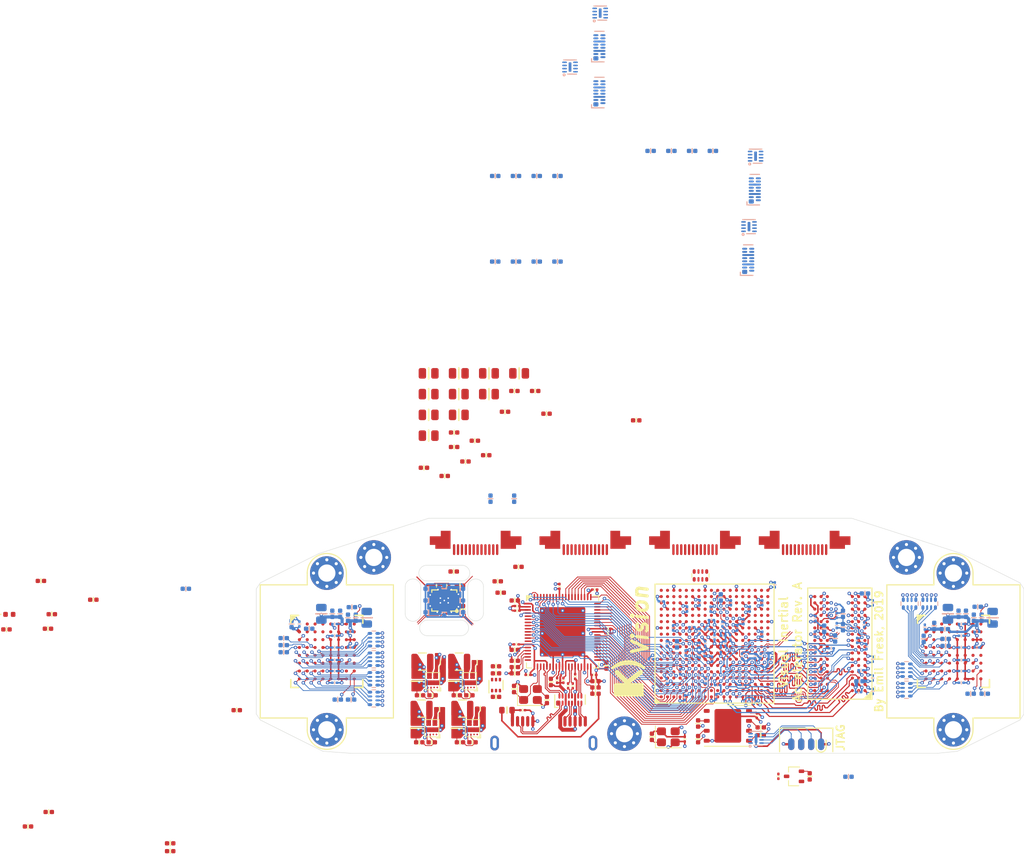
<source format=kicad_pcb>
(kicad_pcb (version 20171130) (host pcbnew 5.1.4-e60b266~84~ubuntu18.04.1)
  (layers (0 F.Cu signal) (1 GND_PWR1 signal) (2 Sig signal) (3 GND_PWR2 signal) (4 GND_PWR3 signal) (31 B.Cu signal) (34 B.Paste user) (35 F.Paste user) (36 B.SilkS user) (37 F.SilkS user) (38 B.Mask user) (39 F.Mask user) (44 Edge.Cuts user))
  (net 0 "")
  (net 1 "Net-(U101-PadJ18)")
  (net 2 "Net-(U101-PadT16)")
  (net 3 "Net-(U101-PadR16)")
  (net 4 "Net-(U101-PadK16)")
  (net 5 "Net-(U101-PadV15)")
  (net 6 "Net-(U101-PadJ15)")
  (net 7 "Net-(U101-PadD14)")
  (net 8 "Net-(U101-PadG13)")
  (net 9 "Net-(U101-PadD10)")
  (net 10 "Net-(U101-PadC10)")
  (net 11 "Net-(U101-PadA10)")
  (net 12 "Net-(U101-PadA9)")
  (net 13 "Net-(U101-PadH6)")
  (net 14 "Net-(U101-PadL5)")
  (net 15 "Net-(U101-PadT4)")
  (net 16 "Net-(U101-PadJ3)")
  (net 17 "Net-(U101-PadK2)")
  (net 18 "Net-(U101-PadK1)")
  (net 19 GND)
  (net 20 "Net-(U101-PadJ17)")
  (net 21 "Net-(U101-PadK15)")
  (net 22 "Net-(U101-PadC14)")
  (net 23 /Power/VCCADC)
  (net 24 "Net-(U101-PadJ2)")
  (net 25 "/Camera 1/5V")
  (net 26 "/Camera 1/SCL")
  (net 27 "/Camera 1/SDA")
  (net 28 "/Camera 1/IO2")
  (net 29 "/Camera 1/IO1")
  (net 30 "/Camera 1/CLK_P")
  (net 31 "/Camera 1/CLK_N")
  (net 32 "/Camera 1/D1_P")
  (net 33 "/Camera 1/D1_N")
  (net 34 "/Camera 2/5V")
  (net 35 "/Camera 2/SCL")
  (net 36 "/Camera 2/SDA")
  (net 37 "/Camera 2/IO2")
  (net 38 "/Camera 2/IO1")
  (net 39 "/Camera 2/CLK_P")
  (net 40 "/Camera 2/CLK_N")
  (net 41 "/Camera 2/D1_P")
  (net 42 "/Camera 2/D1_N")
  (net 43 "/Camera 3/5V")
  (net 44 "/Camera 3/SCL")
  (net 45 "/Camera 3/SDA")
  (net 46 "/Camera 3/IO2")
  (net 47 "/Camera 3/IO1")
  (net 48 "/Camera 3/CLK_P")
  (net 49 "/Camera 3/CLK_N")
  (net 50 "/Camera 3/D1_P")
  (net 51 "/Camera 3/D1_N")
  (net 52 "/Camera 4/5V")
  (net 53 "/Camera 4/SCL")
  (net 54 "/Camera 4/SDA")
  (net 55 "/Camera 4/IO2")
  (net 56 "/Camera 4/IO1")
  (net 57 "/Camera 4/CLK_P")
  (net 58 "/Camera 4/CLK_N")
  (net 59 "/Camera 4/D1_P")
  (net 60 "/Camera 4/D1_N")
  (net 61 "Net-(J1301-Pad4)")
  (net 62 "/USB3 Interface/TXD_N")
  (net 63 "/USB3 Interface/TX_N")
  (net 64 "/USB3 Interface/TXD_P")
  (net 65 "/USB3 Interface/TX_P")
  (net 66 "/USB3 Interface/VBUS")
  (net 67 "/USB3 Interface/TX2_N")
  (net 68 "/USB3 Interface/TX2_P")
  (net 69 "/USB3 Interface/RX2_N")
  (net 70 "/USB3 Interface/RX2_P")
  (net 71 "/USB3 Interface/D2_P")
  (net 72 "/USB3 Interface/D2_N")
  (net 73 "/USB3 Interface/RX_P")
  (net 74 "/USB3 Interface/RX_N")
  (net 75 "/USB3 Interface/D_N")
  (net 76 "/USB3 Interface/D_P")
  (net 77 "/USB3 Interface/CLK")
  (net 78 "/USB3 Interface/DATA_1")
  (net 79 "/USB3 Interface/DATA_0")
  (net 80 "/USB3 Interface/DATA_2")
  (net 81 "/USB3 Interface/DATA_3")
  (net 82 "/USB3 Interface/DATA_5")
  (net 83 "/USB3 Interface/DATA_4")
  (net 84 "/USB3 Interface/DATA_6")
  (net 85 "/USB3 Interface/DATA_7")
  (net 86 "/USB3 Interface/DATA_9")
  (net 87 "/USB3 Interface/DATA_8")
  (net 88 "/USB3 Interface/DATA_10")
  (net 89 "/USB3 Interface/DATA_11")
  (net 90 "/USB3 Interface/DATA_13")
  (net 91 "/USB3 Interface/DATA_12")
  (net 92 "/USB3 Interface/DATA_14")
  (net 93 "/USB3 Interface/DATA_15")
  (net 94 "/USB3 Interface/DATA_17")
  (net 95 "/USB3 Interface/DATA_16")
  (net 96 "/USB3 Interface/DATA_18")
  (net 97 "/USB3 Interface/DATA_19")
  (net 98 "/USB3 Interface/DATA_21")
  (net 99 "/USB3 Interface/DATA_20")
  (net 100 "/USB3 Interface/DATA_22")
  (net 101 "/USB3 Interface/DATA_23")
  (net 102 "/USB3 Interface/DATA_25")
  (net 103 "/USB3 Interface/DATA_24")
  (net 104 "/USB3 Interface/DATA_26")
  (net 105 "/USB3 Interface/DATA_27")
  (net 106 "/USB3 Interface/DATA_29")
  (net 107 "/USB3 Interface/DATA_28")
  (net 108 "/USB3 Interface/DATA_30")
  (net 109 "/USB3 Interface/DATA_31")
  (net 110 "/USB3 Interface/BE_1")
  (net 111 "/USB3 Interface/BE_0")
  (net 112 "/USB3 Interface/BE_2")
  (net 113 "/USB3 Interface/BE_3")
  (net 114 "/USB3 Interface/RXF_N")
  (net 115 "/USB3 Interface/TXE_N")
  (net 116 "/USB3 Interface/SIWU_N")
  (net 117 "/USB3 Interface/WR_N")
  (net 118 "/USB3 Interface/OE_N")
  (net 119 "/USB3 Interface/RD_N")
  (net 120 "/USB3 Interface/VUSB_IN")
  (net 121 "/USB3 Interface/RESET")
  (net 122 "Net-(C1307-Pad1)")
  (net 123 "/USB3 Interface/XI")
  (net 124 "/USB3 Interface/XO")
  (net 125 "/USB3 Interface/RREF")
  (net 126 "/USB3 Interface/WAKEUP")
  (net 127 "Net-(R1304-Pad2)")
  (net 128 "Net-(R1305-Pad2)")
  (net 129 "/USB3 Interface/VBUS_SENSE")
  (net 130 "Net-(U1201-PadT7)")
  (net 131 "/DDR Memory/VREF")
  (net 132 "/DDR Memory/DDR3_VDD")
  (net 133 "/DDR Memory/CK_N")
  (net 134 "/DDR Memory/CK_P")
  (net 135 "/DDR Memory/CS_N")
  (net 136 "/DDR Memory/A13")
  (net 137 "/DDR Memory/A12")
  (net 138 "/DDR Memory/A9")
  (net 139 "/DDR Memory/A5")
  (net 140 "/DDR Memory/A8")
  (net 141 "/DDR Memory/A6")
  (net 142 "/DDR Memory/A7")
  (net 143 "/DDR Memory/A11")
  (net 144 "/DDR Memory/A10")
  (net 145 "/DDR Memory/A4")
  (net 146 "/DDR Memory/A1")
  (net 147 "/DDR Memory/DQ7")
  (net 148 "/DDR Memory/RESET_N")
  (net 149 "/DDR Memory/DQ11")
  (net 150 "/DDR Memory/DQ15")
  (net 151 "/DDR Memory/ODT")
  (net 152 "/DDR Memory/WE_N")
  (net 153 "/DDR Memory/CK_E")
  (net 154 "/DDR Memory/DQ5")
  (net 155 "/DDR Memory/DQ12")
  (net 156 "/DDR Memory/DQ9")
  (net 157 "/DDR Memory/BA1")
  (net 158 "/DDR Memory/A2")
  (net 159 "/DDR Memory/CAS_N")
  (net 160 "/DDR Memory/DQ6")
  (net 161 "/DDR Memory/DQ10")
  (net 162 "/DDR Memory/DQ14")
  (net 163 "/DDR Memory/DQ13")
  (net 164 "/DDR Memory/RAS_N")
  (net 165 "/DDR Memory/DQ3")
  (net 166 "/DDR Memory/DQ2")
  (net 167 "/DDR Memory/DQ1")
  (net 168 "/DDR Memory/UDQS_N")
  (net 169 "/DDR Memory/UDQS_P")
  (net 170 "/DDR Memory/A0")
  (net 171 "/DDR Memory/BA2")
  (net 172 "/DDR Memory/LDQS_P")
  (net 173 "/DDR Memory/DQ4")
  (net 174 "/DDR Memory/DQ8")
  (net 175 "/DDR Memory/UDM")
  (net 176 "/DDR Memory/A3")
  (net 177 "/DDR Memory/BA0")
  (net 178 "/DDR Memory/LDQS_N")
  (net 179 "/DDR Memory/DQ0")
  (net 180 "/DDR Memory/LDM")
  (net 181 "/DDR Memory/ZQ")
  (net 182 /Power/VIN)
  (net 183 "Net-(R201-Pad2)")
  (net 184 "Net-(U201-PadA1)")
  (net 185 "Net-(U201-PadA2)")
  (net 186 /Power/SW33)
  (net 187 /Power/SW18)
  (net 188 /Power/SW13)
  (net 189 /Power/SW10)
  (net 190 "Net-(R203-Pad2)")
  (net 191 "Net-(R205-Pad2)")
  (net 192 "Net-(R207-Pad2)")
  (net 193 "Net-(U202-PadA1)")
  (net 194 "Net-(U202-PadA2)")
  (net 195 "Net-(U203-PadA1)")
  (net 196 "Net-(U203-PadA2)")
  (net 197 "Net-(U204-PadA1)")
  (net 198 "Net-(U204-PadA2)")
  (net 199 "Net-(R301-Pad2)")
  (net 200 "Net-(D301-Pad2)")
  (net 201 /Config/5V_JTAG)
  (net 202 /Config/TDI)
  (net 203 /Config/TMS)
  (net 204 /Config/TCK)
  (net 205 /Config/TDO)
  (net 206 /Config/CFG_CLK)
  (net 207 /Config/CFG_DONE)
  (net 208 /Config/CFG_CS)
  (net 209 /Config/CFG_PUDC)
  (net 210 /Config/CFG_INIT_B)
  (net 211 /Config/SYSTEM_RESET)
  (net 212 /Config/CFG_D0)
  (net 213 "Net-(R311-Pad2)")
  (net 214 /Config/CFG_D1)
  (net 215 "Net-(R312-Pad2)")
  (net 216 /Config/CFG_D2)
  (net 217 "Net-(R313-Pad2)")
  (net 218 /Config/CFG_D3)
  (net 219 "Net-(R314-Pad2)")
  (net 220 +3V3)
  (net 221 +1V5)
  (net 222 +1V0)
  (net 223 +1V8)
  (net 224 VAA)
  (net 225 "/Parallel camera/VPLL")
  (net 226 "/Parallel camera/SADDR")
  (net 227 "Net-(U401-Pad2)")
  (net 228 "Net-(U401-Pad1)")
  (net 229 "Net-(U1401-PadB5)")
  (net 230 "Net-(U1401-PadA5)")
  (net 231 "Net-(U1401-PadC4)")
  (net 232 "Net-(U1401-PadB4)")
  (net 233 "Net-(U1401-PadA4)")
  (net 234 "Net-(U1401-PadC3)")
  (net 235 "Net-(U1401-PadB3)")
  (net 236 "Net-(U1401-PadA3)")
  (net 237 "Net-(U1401-PadC2)")
  (net 238 "Net-(U1401-PadB2)")
  (net 239 "Net-(U1401-PadA2)")
  (net 240 "/Parallel camera/PIXCLK_P")
  (net 241 "/Parallel camera/FV_P")
  (net 242 "/Parallel camera/LV_P")
  (net 243 "/Parallel camera/D0_P")
  (net 244 "/Parallel camera/D2_P")
  (net 245 "/Parallel camera/D1_P")
  (net 246 "/Parallel camera/D3_P")
  (net 247 "/Parallel camera/D4_P")
  (net 248 "/Parallel camera/D6_P")
  (net 249 "/Parallel camera/D5_P")
  (net 250 "/Parallel camera/D7_P")
  (net 251 "/Parallel camera/D8_P")
  (net 252 "/Parallel camera/D10_P")
  (net 253 "/Parallel camera/D9_P")
  (net 254 "/Parallel camera/D11_P")
  (net 255 "Net-(U802-Pad2)")
  (net 256 "Net-(U802-Pad1)")
  (net 257 "Net-(U902-Pad2)")
  (net 258 "Net-(U902-Pad1)")
  (net 259 "Net-(U1002-Pad2)")
  (net 260 "Net-(U1002-Pad1)")
  (net 261 /sheet5D568411/VPLL)
  (net 262 /sheet5D568411/SADDR)
  (net 263 /CAM1_CLK)
  (net 264 /CAM0_CLK)
  (net 265 /sheet5D568411/PIXCLK_P)
  (net 266 /sheet5D568411/FV_P)
  (net 267 /sheet5D568411/LV_P)
  (net 268 /CAM1_PIXCLK)
  (net 269 /CAM1_FV)
  (net 270 /CAM1_LV)
  (net 271 /sheet5D568411/D0_P)
  (net 272 /sheet5D568411/D2_P)
  (net 273 /sheet5D568411/D1_P)
  (net 274 /sheet5D568411/D3_P)
  (net 275 /CAM1_D1)
  (net 276 /CAM1_D0)
  (net 277 /CAM1_D2)
  (net 278 /CAM1_D3)
  (net 279 /sheet5D568411/D4_P)
  (net 280 /sheet5D568411/D6_P)
  (net 281 /sheet5D568411/D5_P)
  (net 282 /sheet5D568411/D7_P)
  (net 283 /CAM1_D5)
  (net 284 /CAM1_D4)
  (net 285 /CAM1_D6)
  (net 286 /CAM1_D7)
  (net 287 /sheet5D568411/D8_P)
  (net 288 /sheet5D568411/D10_P)
  (net 289 /sheet5D568411/D9_P)
  (net 290 /sheet5D568411/D11_P)
  (net 291 /CAM1_D9)
  (net 292 /CAM1_D8)
  (net 293 /CAM1_D10)
  (net 294 /CAM1_D11)
  (net 295 /CAM0_PIXCLK)
  (net 296 /CAM0_FV)
  (net 297 /CAM0_LV)
  (net 298 /CAM0_D1)
  (net 299 /CAM0_D0)
  (net 300 /CAM0_D2)
  (net 301 /CAM0_D3)
  (net 302 /CAM0_D5)
  (net 303 /CAM0_D4)
  (net 304 /CAM0_D6)
  (net 305 /CAM0_D7)
  (net 306 /CAM0_D9)
  (net 307 /CAM0_D8)
  (net 308 /CAM0_D10)
  (net 309 /CAM0_D11)
  (net 310 /CAM1_SCLK)
  (net 311 /CAM1_FLASH)
  (net 312 /CAM1_SDATA)
  (net 313 /CAM1_TRIGGER)
  (net 314 /CAM0_TRIGGER)
  (net 315 /CAM0_FLASH)
  (net 316 /CAM0_SDATA)
  (net 317 /CAM0_SCLK)
  (net 318 "Net-(U1101-PadB5)")
  (net 319 "Net-(U1101-PadA5)")
  (net 320 "Net-(U1101-PadC4)")
  (net 321 "Net-(U1101-PadB4)")
  (net 322 "Net-(U1101-PadA4)")
  (net 323 "Net-(U1101-PadC3)")
  (net 324 "Net-(U1101-PadB3)")
  (net 325 "Net-(U1101-PadA3)")
  (net 326 "Net-(U1101-PadC2)")
  (net 327 "Net-(U1101-PadB2)")
  (net 328 "Net-(U1101-PadA2)")
  (net 329 "Net-(U101-PadT9)")
  (net 330 "Net-(U101-PadR10)")
  (net 331 "Net-(U101-PadT10)")
  (net 332 "Net-(U101-PadV10)")
  (net 333 "Net-(U101-PadR11)")
  (net 334 "Net-(U101-PadT11)")
  (net 335 "Net-(U101-PadU11)")
  (net 336 "Net-(U101-PadV11)")
  (net 337 "Net-(U101-PadR12)")
  (net 338 "Net-(U101-PadU12)")
  (net 339 "Net-(U101-PadV12)")
  (net 340 "Net-(U101-PadM13)")
  (net 341 "Net-(U101-PadR13)")
  (net 342 "Net-(U101-PadT13)")
  (net 343 "Net-(U101-PadU13)")
  (net 344 "Net-(U101-PadN14)")
  (net 345 "Net-(U101-PadP14)")
  (net 346 "Net-(U101-PadT14)")
  (net 347 "Net-(U101-PadU14)")
  (net 348 "Net-(U101-PadV14)")
  (net 349 "Net-(U101-PadN15)")
  (net 350 "Net-(U101-PadP15)")
  (net 351 "Net-(U101-PadR15)")
  (net 352 "Net-(U101-PadT15)")
  (net 353 "Net-(U101-PadM16)")
  (net 354 "Net-(U101-PadN16)")
  (net 355 "Net-(U101-PadU16)")
  (net 356 "Net-(U101-PadV16)")
  (net 357 "Net-(U101-PadM17)")
  (net 358 "Net-(U101-PadN17)")
  (net 359 "Net-(U101-PadP17)")
  (net 360 "Net-(U101-PadR17)")
  (net 361 "Net-(U101-PadU17)")
  (net 362 "Net-(U101-PadV17)")
  (net 363 "Net-(U101-PadL18)")
  (net 364 "Net-(U101-PadM18)")
  (net 365 "Net-(U101-PadP18)")
  (net 366 "Net-(U101-PadR18)")
  (net 367 "Net-(U101-PadT18)")
  (net 368 "Net-(U101-PadU18)")
  (net 369 /CAM1_RESET)
  (net 370 /CAM0_RESET)
  (net 371 /CAM0_CLK_P)
  (net 372 /CAM1_CLK_P)
  (net 373 "Net-(R304-Pad2)")
  (net 374 /IMU_INT)
  (net 375 /IMU_SDO)
  (net 376 /IMU_CS)
  (net 377 /IMU_SCK)
  (net 378 /IMU_SDI)
  (net 379 /Sensors/IMU_PWR)
  (net 380 /Sensors/HEATER_SIG)
  (net 381 "Net-(Q1201-Pad2)")
  (net 382 /Sensors/IMU_HEATER)
  (net 383 /Sensors/V_HEATER)
  (net 384 /Sensors/IMU_INT_P)
  (net 385 /Sensors/IMU_SDI_P)
  (net 386 /Sensors/IMU_SCK_P)
  (net 387 /Sensors/IMU_CS_P)
  (net 388 /Sensors/IMU_SDO_P)
  (net 389 "Net-(U1202-Pad9)")
  (net 390 /IMU_HEATER)
  (net 391 /sheet5D568411/~OE)
  (net 392 "/Parallel camera/~OE")
  (net 393 /sheet5D568411/STANDBY)
  (net 394 "/Parallel camera/STANDBY")
  (net 395 /sheet5D568411/FLASH_P)
  (net 396 "/Parallel camera/FLASH_P")
  (net 397 /CAM0_TRIGGER_P)
  (net 398 /CAM1_TRIGGER_P)
  (net 399 "/Camera 1/5V_CAM")
  (net 400 "/Camera 2/5V_CAM")
  (net 401 "/Camera 3/5V_CAM")
  (net 402 "/Camera 4/5V_CAM")
  (net 403 "/Camera 1/SCL_P")
  (net 404 "/Camera 1/SDA_P")
  (net 405 "/Camera 1/IO2_P")
  (net 406 "/Camera 1/IO1_P")
  (net 407 "/Camera 1/CLK_P_P")
  (net 408 "/Camera 1/CLK_P_N")
  (net 409 "/Camera 1/D1_P_P")
  (net 410 "/Camera 1/D1_P_N")
  (net 411 "/Camera 2/D1_P_N")
  (net 412 "/Camera 2/D1_P_P")
  (net 413 "/Camera 2/CLK_P_N")
  (net 414 "/Camera 2/CLK_P_P")
  (net 415 "/Camera 2/IO1_P")
  (net 416 "/Camera 2/IO2_P")
  (net 417 "/Camera 2/SDA_P")
  (net 418 "/Camera 2/SCL_P")
  (net 419 "/Camera 3/D1_P_N")
  (net 420 "/Camera 3/D1_P_P")
  (net 421 "/Camera 3/CLK_P_N")
  (net 422 "/Camera 3/CLK_P_P")
  (net 423 "/Camera 3/IO1_P")
  (net 424 "/Camera 3/IO2_P")
  (net 425 "/Camera 3/SDA_P")
  (net 426 "/Camera 3/SCL_P")
  (net 427 "/Camera 4/D1_P_N")
  (net 428 "/Camera 4/D1_P_P")
  (net 429 "/Camera 4/CLK_P_N")
  (net 430 "/Camera 4/CLK_P_P")
  (net 431 "/Camera 4/IO1_P")
  (net 432 "/Camera 4/IO2_P")
  (net 433 "/Camera 4/SDA_P")
  (net 434 "/Camera 4/SCL_P")
  (net 435 "/USB3 Interface/GLCLK_100MHZ")
  (net 436 /Config/TDI_P)
  (net 437 /Config/TCK_P)
  (net 438 /Config/TMS_P)
  (net 439 /Config/TDO_P)
  (net 440 "Net-(R101-Pad2)")
  (module crystals:Crystal_SMD_2520-4Pin_2.5x2.0mm (layer F.Cu) (at 200.6 112.9)
    (fp_text reference U102 hide)
    (fp_text value "100 MHz")
    (pad 4 smd roundrect (at -0.875 -0.7) (size 1.15 1) (layers F.Cu F.Paste F.Mask) (net 220 +3V3))
    (pad 3 smd roundrect (at 0.875 -0.7) (size 1.15 1) (layers F.Cu F.Paste F.Mask) (net 435 "/USB3 Interface/GLCLK_100MHZ"))
    (pad 2 smd roundrect (at 0.875 0.7) (size 1.15 1) (layers F.Cu F.Paste F.Mask) (net 19 GND))
    (pad 1 smd roundrect (at -0.875 0.7) (size 1.15 1) (layers F.Cu F.Paste F.Mask) (net 440 "Net-(R101-Pad2)"))
  )
  (module passive:R_0402 (layer F.Cu) (at 198.5 112.9 270)
    (fp_text reference R101 hide)
    (fp_text value 10k)
    (pad 1 smd roundrect (at -0.4 0 270) (size 0.55 0.55) (layers F.Cu F.Paste F.Mask) (net 220 +3V3))
    (pad 2 smd roundrect (at 0.4 0 270) (size 0.55 0.55) (layers F.Cu F.Paste F.Mask) (net 440 "Net-(R101-Pad2)"))
  )
  (module passive:C_0201 (layer F.Cu) (at 202.7 113.2 270)
    (fp_text reference C101 hide)
    (fp_text value 0.1u)
    (pad 2 smd roundrect (at 0.3 0 270) (size 0.35 0.3) (layers F.Cu F.Paste F.Mask) (net 19 GND))
    (pad 1 smd roundrect (at -0.3 0 270) (size 0.35 0.3) (layers F.Cu F.Paste F.Mask) (net 220 +3V3))
  )
  (module connectors:SOICbiteSmall (layer F.Cu) (at 218.2 114.6)
    (fp_text reference U304 hide)
    (fp_text value SOICbite_JTAG)
    (pad "" np_thru_hole circle (at 2.54 -1.905) (size 0.7 0.7) (drill 0.7) (layers *.Cu *.Mask))
    (pad "" np_thru_hole circle (at 1.27 -1.905) (size 0.7 0.7) (drill 0.7) (layers *.Cu *.Mask))
    (pad "" np_thru_hole circle (at 0 -1.905) (size 0.7 0.7) (drill 0.7) (layers *.Cu *.Mask))
    (pad "" np_thru_hole circle (at -1.27 -1.905) (size 0.7 0.7) (drill 0.7) (layers *.Cu *.Mask))
    (pad "" np_thru_hole circle (at -2.54 -1.905) (size 0.7 0.7) (drill 0.7) (layers *.Cu *.Mask))
    (pad 8 smd oval (at 1.905 -0.75) (size 0.8 1.5) (layers B.Cu B.Mask) (net 436 /Config/TDI_P))
    (pad 7 smd oval (at 0.635 -0.75) (size 0.8 1.5) (layers B.Cu B.Mask) (net 437 /Config/TCK_P))
    (pad 6 smd oval (at -0.635 -0.75) (size 0.8 1.5) (layers B.Cu B.Mask) (net 439 /Config/TDO_P))
    (pad 1 smd oval (at 1.905 -0.75) (size 0.8 1.5) (layers F.Cu F.Mask) (net 19 GND))
    (pad 2 smd oval (at 0.635 -0.75) (size 0.8 1.5) (layers F.Cu F.Mask))
    (pad 3 smd oval (at -0.635 -0.75) (size 0.8 1.5) (layers F.Cu F.Mask))
    (pad 4 smd oval (at -1.905 -0.75) (size 0.8 1.5) (layers F.Cu F.Mask) (net 201 /Config/5V_JTAG))
    (pad 5 smd oval (at -1.905 -0.75) (size 0.8 1.5) (layers B.Cu B.Mask) (net 438 /Config/TMS_P))
  )
  (module dfn:UDFN-8-1EP_1.7x1.35mm_P0.4mm_EP0.4x1.2mm (layer B.Cu) (at 211.8 113.1)
    (fp_text reference U303 hide)
    (fp_text value IP4254CZ8-4-TTL)
    (pad 8 smd oval (at 0.7 0.6) (size 0.6 0.2) (layers B.Cu B.Paste B.Mask) (net 438 /Config/TMS_P))
    (pad 7 smd oval (at 0.7 0.2) (size 0.6 0.2) (layers B.Cu B.Paste B.Mask) (net 439 /Config/TDO_P))
    (pad 1 smd oval (at -0.7 0.6) (size 0.6 0.2) (layers B.Cu B.Paste B.Mask) (net 203 /Config/TMS))
    (pad 2 smd oval (at -0.7 0.2) (size 0.6 0.2) (layers B.Cu B.Paste B.Mask) (net 205 /Config/TDO))
    (pad 3 smd oval (at -0.7 -0.2) (size 0.6 0.2) (layers B.Cu B.Paste B.Mask) (net 204 /Config/TCK))
    (pad 4 smd oval (at -0.7 -0.6) (size 0.6 0.2) (layers B.Cu B.Paste B.Mask) (net 202 /Config/TDI))
    (pad 5 smd oval (at 0.7 -0.6) (size 0.6 0.2) (layers B.Cu B.Paste B.Mask) (net 436 /Config/TDI_P))
    (pad 6 smd oval (at 0.7 -0.2) (size 0.6 0.2) (layers B.Cu B.Paste B.Mask) (net 437 /Config/TCK_P))
    (pad 9 smd roundrect (at 0 0) (size 0.35 1.2) (layers B.Cu B.Paste B.Mask) (net 19 GND))
  )
  (module crystals:Crystal_SMD_2520-4Pin_2.5x2.0mm (layer F.Cu) (at 183 107.5)
    (fp_text reference Y1301 hide)
    (fp_text value Crystal_GND24_Small)
    (pad 4 smd roundrect (at -0.875 -0.7) (size 1.15 1) (layers F.Cu F.Paste F.Mask) (net 19 GND))
    (pad 3 smd roundrect (at 0.875 -0.7) (size 1.15 1) (layers F.Cu F.Paste F.Mask) (net 124 "/USB3 Interface/XO"))
    (pad 2 smd roundrect (at 0.875 0.7) (size 1.15 1) (layers F.Cu F.Paste F.Mask) (net 19 GND))
    (pad 1 smd roundrect (at -0.875 0.7) (size 1.15 1) (layers F.Cu F.Paste F.Mask) (net 123 "/USB3 Interface/XI"))
  )
  (module lensholders:m12_20mm (layer F.Cu) (at 157 102 90)
    (fp_text reference LH1101 hide)
    (fp_text value lens_holder hide)
    (pad 2 thru_hole circle (at 8.8 1.2 90) (size 0.8 0.8) (drill 0.4) (layers *.Cu *.Mask) (net 19 GND))
    (pad 2 thru_hole circle (at 11.2 1.2 90) (size 0.8 0.8) (drill 0.4) (layers *.Cu *.Mask) (net 19 GND))
    (pad 2 thru_hole circle (at 11.2 -1.2 90) (size 0.8 0.8) (drill 0.4) (layers *.Cu *.Mask) (net 19 GND))
    (pad 2 thru_hole circle (at 8.8 -1.2 90) (size 0.8 0.8) (drill 0.4) (layers *.Cu *.Mask) (net 19 GND))
    (pad 2 thru_hole circle (at 10 -1.7 90) (size 0.8 0.8) (drill 0.4) (layers *.Cu *.Mask) (net 19 GND))
    (pad 2 thru_hole circle (at 11.7 0 90) (size 0.8 0.8) (drill 0.4) (layers *.Cu *.Mask) (net 19 GND))
    (pad 2 thru_hole circle (at 10 1.7 90) (size 0.8 0.8) (drill 0.4) (layers *.Cu *.Mask) (net 19 GND))
    (pad 2 thru_hole circle (at 8.3 0 90) (size 0.8 0.8) (drill 0.4) (layers *.Cu *.Mask) (net 19 GND))
    (pad 1 thru_hole circle (at -11.2 -1.2 90) (size 0.8 0.8) (drill 0.4) (layers *.Cu *.Mask) (net 19 GND))
    (pad 1 thru_hole circle (at -11.2 1.2 90) (size 0.8 0.8) (drill 0.4) (layers *.Cu *.Mask) (net 19 GND))
    (pad 1 thru_hole circle (at -8.8 1.2 90) (size 0.8 0.8) (drill 0.4) (layers *.Cu *.Mask) (net 19 GND))
    (pad 1 thru_hole circle (at -8.8 -1.2 90) (size 0.8 0.8) (drill 0.4) (layers *.Cu *.Mask) (net 19 GND))
    (pad 1 thru_hole circle (at -10 -1.7 90) (size 0.8 0.8) (drill 0.4) (layers *.Cu *.Mask) (net 19 GND))
    (pad 1 thru_hole circle (at -11.7 0 90) (size 0.8 0.8) (drill 0.4) (layers *.Cu *.Mask) (net 19 GND))
    (pad 1 thru_hole circle (at -10 1.7 90) (size 0.8 0.8) (drill 0.4) (layers *.Cu *.Mask) (net 19 GND))
    (pad 1 thru_hole circle (at -8.3 0 90) (size 0.8 0.8) (drill 0.4) (layers *.Cu *.Mask) (net 19 GND))
    (pad 2 thru_hole circle (at 10 0 90) (size 4.3 4.3) (drill 2.2) (layers *.Cu *.Mask) (net 19 GND))
    (pad 1 thru_hole circle (at -10 0 90) (size 4.3 4.3) (drill 2.2) (layers *.Cu *.Mask) (net 19 GND))
  )
  (module lensholders:m12_20mm (layer F.Cu) (at 237 102 90)
    (fp_text reference LH1401 hide)
    (fp_text value lens_holder hide)
    (pad 2 thru_hole circle (at 8.8 1.2 90) (size 0.8 0.8) (drill 0.4) (layers *.Cu *.Mask) (net 19 GND))
    (pad 2 thru_hole circle (at 11.2 1.2 90) (size 0.8 0.8) (drill 0.4) (layers *.Cu *.Mask) (net 19 GND))
    (pad 2 thru_hole circle (at 11.2 -1.2 90) (size 0.8 0.8) (drill 0.4) (layers *.Cu *.Mask) (net 19 GND))
    (pad 2 thru_hole circle (at 8.8 -1.2 90) (size 0.8 0.8) (drill 0.4) (layers *.Cu *.Mask) (net 19 GND))
    (pad 2 thru_hole circle (at 10 -1.7 90) (size 0.8 0.8) (drill 0.4) (layers *.Cu *.Mask) (net 19 GND))
    (pad 2 thru_hole circle (at 11.7 0 90) (size 0.8 0.8) (drill 0.4) (layers *.Cu *.Mask) (net 19 GND))
    (pad 2 thru_hole circle (at 10 1.7 90) (size 0.8 0.8) (drill 0.4) (layers *.Cu *.Mask) (net 19 GND))
    (pad 2 thru_hole circle (at 8.3 0 90) (size 0.8 0.8) (drill 0.4) (layers *.Cu *.Mask) (net 19 GND))
    (pad 1 thru_hole circle (at -11.2 -1.2 90) (size 0.8 0.8) (drill 0.4) (layers *.Cu *.Mask) (net 19 GND))
    (pad 1 thru_hole circle (at -11.2 1.2 90) (size 0.8 0.8) (drill 0.4) (layers *.Cu *.Mask) (net 19 GND))
    (pad 1 thru_hole circle (at -8.8 1.2 90) (size 0.8 0.8) (drill 0.4) (layers *.Cu *.Mask) (net 19 GND))
    (pad 1 thru_hole circle (at -8.8 -1.2 90) (size 0.8 0.8) (drill 0.4) (layers *.Cu *.Mask) (net 19 GND))
    (pad 1 thru_hole circle (at -10 -1.7 90) (size 0.8 0.8) (drill 0.4) (layers *.Cu *.Mask) (net 19 GND))
    (pad 1 thru_hole circle (at -11.7 0 90) (size 0.8 0.8) (drill 0.4) (layers *.Cu *.Mask) (net 19 GND))
    (pad 1 thru_hole circle (at -10 1.7 90) (size 0.8 0.8) (drill 0.4) (layers *.Cu *.Mask) (net 19 GND))
    (pad 1 thru_hole circle (at -8.3 0 90) (size 0.8 0.8) (drill 0.4) (layers *.Cu *.Mask) (net 19 GND))
    (pad 2 thru_hole circle (at 10 0 90) (size 4.3 4.3) (drill 2.2) (layers *.Cu *.Mask) (net 19 GND))
    (pad 1 thru_hole circle (at -10 0 90) (size 4.3 4.3) (drill 2.2) (layers *.Cu *.Mask) (net 19 GND))
  )
  (module passive:R_0402 (layer B.Cu) (at 236 100.4)
    (fp_text reference R1106 hide)
    (fp_text value 1.6k)
    (pad 1 smd roundrect (at -0.4 0) (size 0.55 0.55) (layers B.Cu B.Paste B.Mask) (net 310 /CAM1_SCLK))
    (pad 2 smd roundrect (at 0.4 0) (size 0.55 0.55) (layers B.Cu B.Paste B.Mask) (net 223 +1V8))
  )
  (module passive:R_0402 (layer B.Cu) (at 236 101.3)
    (fp_text reference R1105 hide)
    (fp_text value 1.6k)
    (pad 1 smd roundrect (at -0.4 0) (size 0.55 0.55) (layers B.Cu B.Paste B.Mask) (net 312 /CAM1_SDATA))
    (pad 2 smd roundrect (at 0.4 0) (size 0.55 0.55) (layers B.Cu B.Paste B.Mask) (net 223 +1V8))
  )
  (module passive:R_0402 (layer B.Cu) (at 151.5 101.2 180)
    (fp_text reference R702 hide)
    (fp_text value 1.6k)
    (pad 1 smd roundrect (at -0.4 0 180) (size 0.55 0.55) (layers B.Cu B.Paste B.Mask) (net 317 /CAM0_SCLK))
    (pad 2 smd roundrect (at 0.4 0 180) (size 0.55 0.55) (layers B.Cu B.Paste B.Mask) (net 223 +1V8))
  )
  (module passive:R_0402 (layer B.Cu) (at 151.5 100.3 180)
    (fp_text reference R701 hide)
    (fp_text value 1.6k)
    (pad 1 smd roundrect (at -0.4 0 180) (size 0.55 0.55) (layers B.Cu B.Paste B.Mask) (net 316 /CAM0_SDATA))
    (pad 2 smd roundrect (at 0.4 0 180) (size 0.55 0.55) (layers B.Cu B.Paste B.Mask) (net 223 +1V8))
  )
  (module lga:LGA-14-2.5x3 (layer F.Cu) (at 172 95.5 180)
    (fp_text reference U1202 hide)
    (fp_text value ASM330LHH)
    (pad 7 smd oval (at 0.5 0.925 270) (size 0.55 0.25) (layers F.Cu F.Paste F.Mask) (net 19 GND))
    (pad 6 smd oval (at 0 0.925 270) (size 0.55 0.25) (layers F.Cu F.Paste F.Mask) (net 19 GND))
    (pad 5 smd oval (at -0.5 0.925 270) (size 0.55 0.25) (layers F.Cu F.Paste F.Mask) (net 379 /Sensors/IMU_PWR))
    (pad 12 smd oval (at 0.5 -0.925 270) (size 0.55 0.25) (layers F.Cu F.Paste F.Mask) (net 387 /Sensors/IMU_CS_P))
    (pad 13 smd oval (at 0 -0.925 270) (size 0.55 0.25) (layers F.Cu F.Paste F.Mask) (net 386 /Sensors/IMU_SCK_P))
    (pad 14 smd oval (at -0.5 -0.925 270) (size 0.55 0.25) (layers F.Cu F.Paste F.Mask) (net 385 /Sensors/IMU_SDI_P))
    (pad 8 smd oval (at 1.175 0.75 180) (size 0.55 0.25) (layers F.Cu F.Paste F.Mask) (net 379 /Sensors/IMU_PWR))
    (pad 9 smd oval (at 1.175 0.25 180) (size 0.55 0.25) (layers F.Cu F.Paste F.Mask) (net 389 "Net-(U1202-Pad9)"))
    (pad 10 smd oval (at 1.175 -0.25 180) (size 0.55 0.25) (layers F.Cu F.Paste F.Mask))
    (pad 11 smd oval (at 1.175 -0.75 180) (size 0.55 0.25) (layers F.Cu F.Paste F.Mask))
    (pad 4 smd oval (at -1.175 0.75 180) (size 0.55 0.25) (layers F.Cu F.Paste F.Mask) (net 384 /Sensors/IMU_INT_P))
    (pad 3 smd oval (at -1.175 0.25 180) (size 0.55 0.25) (layers F.Cu F.Paste F.Mask) (net 19 GND))
    (pad 2 smd oval (at -1.175 -0.25 180) (size 0.55 0.25) (layers F.Cu F.Paste F.Mask) (net 19 GND))
    (pad 1 smd oval (at -1.175 -0.75 180) (size 0.55 0.25) (layers F.Cu F.Paste F.Mask) (net 388 /Sensors/IMU_SDO_P))
  )
  (module passive:R_0402 (layer B.Cu) (at 174 94 180)
    (fp_text reference R1222 hide)
    (fp_text value 180)
    (pad 1 smd roundrect (at -0.4 0 180) (size 0.55 0.55) (layers B.Cu B.Paste B.Mask) (net 382 /Sensors/IMU_HEATER))
    (pad 2 smd roundrect (at 0.4 0 180) (size 0.55 0.55) (layers B.Cu B.Paste B.Mask) (net 19 GND))
  )
  (module passive:R_0402 (layer B.Cu) (at 174 95.5 180)
    (fp_text reference R1221 hide)
    (fp_text value 180)
    (pad 1 smd roundrect (at -0.4 0 180) (size 0.55 0.55) (layers B.Cu B.Paste B.Mask) (net 382 /Sensors/IMU_HEATER))
    (pad 2 smd roundrect (at 0.4 0 180) (size 0.55 0.55) (layers B.Cu B.Paste B.Mask) (net 19 GND))
  )
  (module passive:R_0402 (layer B.Cu) (at 172 97 90)
    (fp_text reference R1220 hide)
    (fp_text value 180)
    (pad 1 smd roundrect (at -0.4 0 90) (size 0.55 0.55) (layers B.Cu B.Paste B.Mask) (net 382 /Sensors/IMU_HEATER))
    (pad 2 smd roundrect (at 0.4 0 90) (size 0.55 0.55) (layers B.Cu B.Paste B.Mask) (net 19 GND))
  )
  (module passive:R_0402 (layer B.Cu) (at 174 97 180)
    (fp_text reference R1219 hide)
    (fp_text value 180)
    (pad 1 smd roundrect (at -0.4 0 180) (size 0.55 0.55) (layers B.Cu B.Paste B.Mask) (net 382 /Sensors/IMU_HEATER))
    (pad 2 smd roundrect (at 0.4 0 180) (size 0.55 0.55) (layers B.Cu B.Paste B.Mask) (net 19 GND))
  )
  (module passive:R_0402 (layer B.Cu) (at 170 94)
    (fp_text reference R1218 hide)
    (fp_text value 180)
    (pad 1 smd roundrect (at -0.4 0) (size 0.55 0.55) (layers B.Cu B.Paste B.Mask) (net 382 /Sensors/IMU_HEATER))
    (pad 2 smd roundrect (at 0.4 0) (size 0.55 0.55) (layers B.Cu B.Paste B.Mask) (net 19 GND))
  )
  (module passive:R_0402 (layer F.Cu) (at 174 93.6 180)
    (fp_text reference R1217 hide)
    (fp_text value 100)
    (pad 1 smd roundrect (at -0.4 0 180) (size 0.55 0.55) (layers F.Cu F.Paste F.Mask) (net 374 /IMU_INT))
    (pad 2 smd roundrect (at 0.4 0 180) (size 0.55 0.55) (layers F.Cu F.Paste F.Mask) (net 384 /Sensors/IMU_INT_P))
  )
  (module passive:R_0402 (layer F.Cu) (at 174.4 96.6 90)
    (fp_text reference R1216 hide)
    (fp_text value 100)
    (pad 1 smd roundrect (at -0.4 0 90) (size 0.55 0.55) (layers F.Cu F.Paste F.Mask) (net 375 /IMU_SDO))
    (pad 2 smd roundrect (at 0.4 0 90) (size 0.55 0.55) (layers F.Cu F.Paste F.Mask) (net 388 /Sensors/IMU_SDO_P))
  )
  (module passive:R_0402 (layer F.Cu) (at 181.47 91.2)
    (fp_text reference R1215 hide)
    (fp_text value 100)
    (pad 1 smd roundrect (at -0.4 0) (size 0.55 0.55) (layers F.Cu F.Paste F.Mask) (net 376 /IMU_CS))
    (pad 2 smd roundrect (at 0.4 0) (size 0.55 0.55) (layers F.Cu F.Paste F.Mask) (net 387 /Sensors/IMU_CS_P))
  )
  (module passive:R_0402 (layer F.Cu) (at 179.2 94.5)
    (fp_text reference R1214 hide)
    (fp_text value 100)
    (pad 1 smd roundrect (at -0.4 0) (size 0.55 0.55) (layers F.Cu F.Paste F.Mask) (net 377 /IMU_SCK))
    (pad 2 smd roundrect (at 0.4 0) (size 0.55 0.55) (layers F.Cu F.Paste F.Mask) (net 386 /Sensors/IMU_SCK_P))
  )
  (module passive:R_0402 (layer F.Cu) (at 178.82 93.05)
    (fp_text reference R1213 hide)
    (fp_text value 100)
    (pad 1 smd roundrect (at -0.4 0) (size 0.55 0.55) (layers F.Cu F.Paste F.Mask) (net 378 /IMU_SDI))
    (pad 2 smd roundrect (at 0.4 0) (size 0.55 0.55) (layers F.Cu F.Paste F.Mask) (net 385 /Sensors/IMU_SDI_P))
  )
  (module passive:R_0402 (layer B.Cu) (at 170 97)
    (fp_text reference R1212 hide)
    (fp_text value 180)
    (pad 1 smd roundrect (at -0.4 0) (size 0.55 0.55) (layers B.Cu B.Paste B.Mask) (net 382 /Sensors/IMU_HEATER))
    (pad 2 smd roundrect (at 0.4 0) (size 0.55 0.55) (layers B.Cu B.Paste B.Mask) (net 19 GND))
  )
  (module passive:R_0402 (layer B.Cu) (at 170 95.5)
    (fp_text reference R1211 hide)
    (fp_text value 180)
    (pad 1 smd roundrect (at -0.4 0) (size 0.55 0.55) (layers B.Cu B.Paste B.Mask) (net 382 /Sensors/IMU_HEATER))
    (pad 2 smd roundrect (at 0.4 0) (size 0.55 0.55) (layers B.Cu B.Paste B.Mask) (net 19 GND))
  )
  (module passive:R_0402 (layer F.Cu) (at 173.2 91.8)
    (fp_text reference R1210 hide)
    (fp_text value 4.7k)
    (pad 1 smd roundrect (at -0.4 0) (size 0.55 0.55) (layers F.Cu F.Paste F.Mask) (net 374 /IMU_INT))
    (pad 2 smd roundrect (at 0.4 0) (size 0.55 0.55) (layers F.Cu F.Paste F.Mask) (net 19 GND))
  )
  (module passive:R_0402 (layer B.Cu) (at 172 94 270)
    (fp_text reference R1209 hide)
    (fp_text value 180)
    (pad 1 smd roundrect (at -0.4 0 270) (size 0.55 0.55) (layers B.Cu B.Paste B.Mask) (net 382 /Sensors/IMU_HEATER))
    (pad 2 smd roundrect (at 0.4 0 270) (size 0.55 0.55) (layers B.Cu B.Paste B.Mask) (net 19 GND))
  )
  (module passive:R_0402 (layer F.Cu) (at 178.6 107.8)
    (fp_text reference R1208 hide)
    (fp_text value 4.7k)
    (pad 1 smd roundrect (at -0.4 0) (size 0.55 0.55) (layers F.Cu F.Paste F.Mask) (net 383 /Sensors/V_HEATER))
    (pad 2 smd roundrect (at 0.4 0) (size 0.55 0.55) (layers F.Cu F.Paste F.Mask) (net 381 "Net-(Q1201-Pad2)"))
  )
  (module passive:R_0402 (layer F.Cu) (at 178.6 104.8)
    (fp_text reference R1207 hide)
    (fp_text value 4.7k)
    (pad 1 smd roundrect (at -0.4 0) (size 0.55 0.55) (layers F.Cu F.Paste F.Mask) (net 380 /Sensors/HEATER_SIG))
    (pad 2 smd roundrect (at 0.4 0) (size 0.55 0.55) (layers F.Cu F.Paste F.Mask) (net 19 GND))
  )
  (module passive:R_0402 (layer F.Cu) (at 178.6 103.9)
    (fp_text reference R1206 hide)
    (fp_text value 100)
    (pad 1 smd roundrect (at -0.4 0) (size 0.55 0.55) (layers F.Cu F.Paste F.Mask) (net 380 /Sensors/HEATER_SIG))
    (pad 2 smd roundrect (at 0.4 0) (size 0.55 0.55) (layers F.Cu F.Paste F.Mask) (net 390 /IMU_HEATER))
  )
  (module sot:SOT-563 (layer F.Cu) (at 178.6 106.3 90)
    (fp_text reference Q1201 hide)
    (fp_text value NTZD3155C)
    (pad 4 smd roundrect (at 0.7 0.5 90) (size 0.45 0.3) (layers F.Cu F.Paste F.Mask) (net 19 GND))
    (pad 5 smd roundrect (at 0.7 0 90) (size 0.45 0.3) (layers F.Cu F.Paste F.Mask) (net 380 /Sensors/HEATER_SIG))
    (pad 2 smd roundrect (at -0.7 0 90) (size 0.45 0.3) (layers F.Cu F.Paste F.Mask) (net 381 "Net-(Q1201-Pad2)"))
    (pad 6 smd roundrect (at 0.7 -0.5 90) (size 0.45 0.3) (layers F.Cu F.Paste F.Mask) (net 382 /Sensors/IMU_HEATER))
    (pad 3 smd roundrect (at -0.7 0.5 90) (size 0.45 0.3) (layers F.Cu F.Paste F.Mask) (net 381 "Net-(Q1201-Pad2)"))
    (pad 1 smd roundrect (at -0.7 -0.5 90) (size 0.45 0.3) (layers F.Cu F.Paste F.Mask) (net 383 /Sensors/V_HEATER))
  )
  (module passive:R_0402 (layer F.Cu) (at 137 127.5)
    (fp_text reference FB1201 hide)
    (fp_text value Ferrite_Bead_Small)
    (pad 1 smd roundrect (at -0.4 0) (size 0.55 0.55) (layers F.Cu F.Paste F.Mask) (net 379 /Sensors/IMU_PWR))
    (pad 2 smd roundrect (at 0.4 0) (size 0.55 0.55) (layers F.Cu F.Paste F.Mask) (net 220 +3V3))
  )
  (module passive:C_0201 (layer F.Cu) (at 171 93.6)
    (fp_text reference C1222 hide)
    (fp_text value 0.1u)
    (pad 2 smd roundrect (at 0.3 0) (size 0.35 0.3) (layers F.Cu F.Paste F.Mask) (net 19 GND))
    (pad 1 smd roundrect (at -0.3 0) (size 0.35 0.3) (layers F.Cu F.Paste F.Mask) (net 379 /Sensors/IMU_PWR))
  )
  (module passive:C_0201 (layer F.Cu) (at 172.3 93.6 180)
    (fp_text reference C1209 hide)
    (fp_text value 0.1u)
    (pad 2 smd roundrect (at 0.3 0 180) (size 0.35 0.3) (layers F.Cu F.Paste F.Mask) (net 19 GND))
    (pad 1 smd roundrect (at -0.3 0 180) (size 0.35 0.3) (layers F.Cu F.Paste F.Mask) (net 379 /Sensors/IMU_PWR))
  )
  (module passive:C_0402 (layer F.Cu) (at 137 126.5)
    (fp_text reference C1205 hide)
    (fp_text value 4.7u)
    (pad 1 smd roundrect (at -0.4 0) (size 0.55 0.55) (layers F.Cu F.Paste F.Mask) (net 379 /Sensors/IMU_PWR))
    (pad 2 smd roundrect (at 0.4 0) (size 0.55 0.55) (layers F.Cu F.Paste F.Mask) (net 19 GND))
  )
  (module passive:R_0402 (layer B.Cu) (at 207.3 95.1 270)
    (fp_text reference R304 hide)
    (fp_text value 100)
    (pad 1 smd roundrect (at -0.4 0 270) (size 0.55 0.55) (layers B.Cu B.Paste B.Mask) (net 206 /Config/CFG_CLK))
    (pad 2 smd roundrect (at 0.4 0 270) (size 0.55 0.55) (layers B.Cu B.Paste B.Mask) (net 373 "Net-(R304-Pad2)"))
  )
  (module cameras:AR0135CS (layer F.Cu) (at 237 102)
    (fp_text reference U1101 hide)
    (fp_text value AR0135CS)
    (pad H8 smd circle (at 3.5 3.5) (size 0.4 0.4) (layers F.Cu F.Paste F.Mask) (net 369 /CAM1_RESET))
    (pad G8 smd circle (at 3.5 2.5) (size 0.4 0.4) (layers F.Cu F.Paste F.Mask) (net 391 /sheet5D568411/~OE))
    (pad F8 smd circle (at 3.5 1.5) (size 0.4 0.4) (layers F.Cu F.Paste F.Mask))
    (pad E8 smd circle (at 3.5 0.5) (size 0.4 0.4) (layers F.Cu F.Paste F.Mask))
    (pad D8 smd circle (at 3.5 -0.5) (size 0.4 0.4) (layers F.Cu F.Paste F.Mask) (net 224 VAA))
    (pad C8 smd circle (at 3.5 -1.5) (size 0.4 0.4) (layers F.Cu F.Paste F.Mask) (net 19 GND))
    (pad B8 smd circle (at 3.5 -2.5) (size 0.4 0.4) (layers F.Cu F.Paste F.Mask) (net 224 VAA))
    (pad A8 smd circle (at 3.5 -3.5) (size 0.4 0.4) (layers F.Cu F.Paste F.Mask) (net 393 /sheet5D568411/STANDBY))
    (pad H7 smd circle (at 2.5 3.5) (size 0.4 0.4) (layers F.Cu F.Paste F.Mask) (net 223 +1V8))
    (pad G7 smd circle (at 2.5 2.5) (size 0.4 0.4) (layers F.Cu F.Paste F.Mask) (net 313 /CAM1_TRIGGER))
    (pad F7 smd circle (at 2.5 1.5) (size 0.4 0.4) (layers F.Cu F.Paste F.Mask) (net 19 GND))
    (pad E7 smd circle (at 2.5 0.5) (size 0.4 0.4) (layers F.Cu F.Paste F.Mask))
    (pad D7 smd circle (at 2.5 -0.5) (size 0.4 0.4) (layers F.Cu F.Paste F.Mask) (net 224 VAA))
    (pad C7 smd circle (at 2.5 -1.5) (size 0.4 0.4) (layers F.Cu F.Paste F.Mask) (net 19 GND))
    (pad B7 smd circle (at 2.5 -2.5) (size 0.4 0.4) (layers F.Cu F.Paste F.Mask) (net 224 VAA))
    (pad A7 smd circle (at 2.5 -3.5) (size 0.4 0.4) (layers F.Cu F.Paste F.Mask) (net 223 +1V8))
    (pad H6 smd circle (at 1.5 3.5) (size 0.4 0.4) (layers F.Cu F.Paste F.Mask) (net 223 +1V8))
    (pad G6 smd circle (at 1.5 2.5) (size 0.4 0.4) (layers F.Cu F.Paste F.Mask) (net 223 +1V8))
    (pad F6 smd circle (at 1.5 1.5) (size 0.4 0.4) (layers F.Cu F.Paste F.Mask) (net 223 +1V8))
    (pad E6 smd circle (at 1.5 0.5) (size 0.4 0.4) (layers F.Cu F.Paste F.Mask) (net 223 +1V8))
    (pad D6 smd circle (at 1.5 -0.5) (size 0.4 0.4) (layers F.Cu F.Paste F.Mask) (net 223 +1V8))
    (pad C6 smd circle (at 1.5 -1.5) (size 0.4 0.4) (layers F.Cu F.Paste F.Mask) (net 223 +1V8))
    (pad B6 smd circle (at 1.5 -2.5) (size 0.4 0.4) (layers F.Cu F.Paste F.Mask) (net 223 +1V8))
    (pad A6 smd circle (at 1.5 -3.5) (size 0.4 0.4) (layers F.Cu F.Paste F.Mask) (net 223 +1V8))
    (pad H5 smd circle (at 0.5 3.5) (size 0.4 0.4) (layers F.Cu F.Paste F.Mask) (net 19 GND))
    (pad G5 smd circle (at 0.5 2.5) (size 0.4 0.4) (layers F.Cu F.Paste F.Mask) (net 19 GND))
    (pad F5 smd circle (at 0.5 1.5) (size 0.4 0.4) (layers F.Cu F.Paste F.Mask) (net 19 GND))
    (pad E5 smd circle (at 0.5 0.5) (size 0.4 0.4) (layers F.Cu F.Paste F.Mask) (net 19 GND))
    (pad D5 smd circle (at 0.5 -0.5) (size 0.4 0.4) (layers F.Cu F.Paste F.Mask) (net 19 GND))
    (pad C5 smd circle (at 0.5 -1.5) (size 0.4 0.4) (layers F.Cu F.Paste F.Mask) (net 19 GND))
    (pad B5 smd circle (at 0.5 -2.5) (size 0.4 0.4) (layers F.Cu F.Paste F.Mask) (net 318 "Net-(U1101-PadB5)"))
    (pad A5 smd circle (at 0.5 -3.5) (size 0.4 0.4) (layers F.Cu F.Paste F.Mask) (net 319 "Net-(U1101-PadA5)"))
    (pad H4 smd circle (at -0.5 3.5) (size 0.4 0.4) (layers F.Cu F.Paste F.Mask) (net 274 /sheet5D568411/D3_P))
    (pad G4 smd circle (at -0.5 2.5) (size 0.4 0.4) (layers F.Cu F.Paste F.Mask) (net 282 /sheet5D568411/D7_P))
    (pad F4 smd circle (at -0.5 1.5) (size 0.4 0.4) (layers F.Cu F.Paste F.Mask) (net 290 /sheet5D568411/D11_P))
    (pad E4 smd circle (at -0.5 0.5) (size 0.4 0.4) (layers F.Cu F.Paste F.Mask) (net 395 /sheet5D568411/FLASH_P))
    (pad D4 smd circle (at -0.5 -0.5) (size 0.4 0.4) (layers F.Cu F.Paste F.Mask) (net 19 GND))
    (pad C4 smd circle (at -0.5 -1.5) (size 0.4 0.4) (layers F.Cu F.Paste F.Mask) (net 320 "Net-(U1101-PadC4)"))
    (pad B4 smd circle (at -0.5 -2.5) (size 0.4 0.4) (layers F.Cu F.Paste F.Mask) (net 321 "Net-(U1101-PadB4)"))
    (pad A4 smd circle (at -0.5 -3.5) (size 0.4 0.4) (layers F.Cu F.Paste F.Mask) (net 322 "Net-(U1101-PadA4)"))
    (pad H3 smd circle (at -1.5 3.5) (size 0.4 0.4) (layers F.Cu F.Paste F.Mask) (net 272 /sheet5D568411/D2_P))
    (pad G3 smd circle (at -1.5 2.5) (size 0.4 0.4) (layers F.Cu F.Paste F.Mask) (net 280 /sheet5D568411/D6_P))
    (pad F3 smd circle (at -1.5 1.5) (size 0.4 0.4) (layers F.Cu F.Paste F.Mask) (net 288 /sheet5D568411/D10_P))
    (pad E3 smd circle (at -1.5 0.5) (size 0.4 0.4) (layers F.Cu F.Paste F.Mask) (net 265 /sheet5D568411/PIXCLK_P))
    (pad D3 smd circle (at -1.5 -0.5) (size 0.4 0.4) (layers F.Cu F.Paste F.Mask) (net 312 /CAM1_SDATA))
    (pad C3 smd circle (at -1.5 -1.5) (size 0.4 0.4) (layers F.Cu F.Paste F.Mask) (net 323 "Net-(U1101-PadC3)"))
    (pad B3 smd circle (at -1.5 -2.5) (size 0.4 0.4) (layers F.Cu F.Paste F.Mask) (net 324 "Net-(U1101-PadB3)"))
    (pad A3 smd circle (at -1.5 -3.5) (size 0.4 0.4) (layers F.Cu F.Paste F.Mask) (net 325 "Net-(U1101-PadA3)"))
    (pad H2 smd circle (at -2.5 3.5) (size 0.4 0.4) (layers F.Cu F.Paste F.Mask) (net 273 /sheet5D568411/D1_P))
    (pad G2 smd circle (at -2.5 2.5) (size 0.4 0.4) (layers F.Cu F.Paste F.Mask) (net 281 /sheet5D568411/D5_P))
    (pad F2 smd circle (at -2.5 1.5) (size 0.4 0.4) (layers F.Cu F.Paste F.Mask) (net 289 /sheet5D568411/D9_P))
    (pad E2 smd circle (at -2.5 0.5) (size 0.4 0.4) (layers F.Cu F.Paste F.Mask) (net 266 /sheet5D568411/FV_P))
    (pad D2 smd circle (at -2.5 -0.5) (size 0.4 0.4) (layers F.Cu F.Paste F.Mask) (net 310 /CAM1_SCLK))
    (pad C2 smd circle (at -2.5 -1.5) (size 0.4 0.4) (layers F.Cu F.Paste F.Mask) (net 326 "Net-(U1101-PadC2)"))
    (pad B2 smd circle (at -2.5 -2.5) (size 0.4 0.4) (layers F.Cu F.Paste F.Mask) (net 327 "Net-(U1101-PadB2)"))
    (pad A2 smd circle (at -2.5 -3.5) (size 0.4 0.4) (layers F.Cu F.Paste F.Mask) (net 328 "Net-(U1101-PadA2)"))
    (pad H1 smd circle (at -3.5 3.5) (size 0.4 0.4) (layers F.Cu F.Paste F.Mask) (net 271 /sheet5D568411/D0_P))
    (pad G1 smd circle (at -3.5 2.5) (size 0.4 0.4) (layers F.Cu F.Paste F.Mask) (net 279 /sheet5D568411/D4_P))
    (pad F1 smd circle (at -3.5 1.5) (size 0.4 0.4) (layers F.Cu F.Paste F.Mask) (net 287 /sheet5D568411/D8_P))
    (pad E1 smd circle (at -3.5 0.5) (size 0.4 0.4) (layers F.Cu F.Paste F.Mask) (net 267 /sheet5D568411/LV_P))
    (pad D1 smd circle (at -3.5 -0.5) (size 0.4 0.4) (layers F.Cu F.Paste F.Mask) (net 262 /sheet5D568411/SADDR))
    (pad C1 smd circle (at -3.5 -1.5) (size 0.4 0.4) (layers F.Cu F.Paste F.Mask) (net 263 /CAM1_CLK))
    (pad B1 smd circle (at -3.5 -2.5) (size 0.4 0.4) (layers F.Cu F.Paste F.Mask) (net 261 /sheet5D568411/VPLL))
  )
  (module passive:R_Array_Convex_4x0402 (layer B.Cu) (at 231.4 95.9 90)
    (fp_text reference RN1104 hide)
    (fp_text value 22)
    (pad 1 smd oval (at -0.5 0.8 90) (size 0.6 0.38) (layers B.Cu B.Paste B.Mask) (net 287 /sheet5D568411/D8_P))
    (pad 3 smd oval (at -0.5 -0.25 90) (size 0.6 0.25) (layers B.Cu B.Paste B.Mask) (net 288 /sheet5D568411/D10_P))
    (pad 2 smd oval (at -0.5 0.25 90) (size 0.6 0.25) (layers B.Cu B.Paste B.Mask) (net 289 /sheet5D568411/D9_P))
    (pad 4 smd oval (at -0.5 -0.8 90) (size 0.6 0.38) (layers B.Cu B.Paste B.Mask) (net 290 /sheet5D568411/D11_P))
    (pad 7 smd oval (at 0.5 0.25 90) (size 0.6 0.25) (layers B.Cu B.Paste B.Mask) (net 291 /CAM1_D9))
    (pad 8 smd oval (at 0.5 0.8 90) (size 0.6 0.38) (layers B.Cu B.Paste B.Mask) (net 292 /CAM1_D8))
    (pad 6 smd oval (at 0.5 -0.25 90) (size 0.6 0.25) (layers B.Cu B.Paste B.Mask) (net 293 /CAM1_D10))
    (pad 5 smd oval (at 0.5 -0.8 90) (size 0.6 0.38) (layers B.Cu B.Paste B.Mask) (net 294 /CAM1_D11))
  )
  (module passive:R_Array_Convex_4x0402 (layer B.Cu) (at 231 104.4 180)
    (fp_text reference RN1103 hide)
    (fp_text value 22)
    (pad 1 smd oval (at -0.5 0.8 180) (size 0.6 0.38) (layers B.Cu B.Paste B.Mask) (net 279 /sheet5D568411/D4_P))
    (pad 3 smd oval (at -0.5 -0.25 180) (size 0.6 0.25) (layers B.Cu B.Paste B.Mask) (net 280 /sheet5D568411/D6_P))
    (pad 2 smd oval (at -0.5 0.25 180) (size 0.6 0.25) (layers B.Cu B.Paste B.Mask) (net 281 /sheet5D568411/D5_P))
    (pad 4 smd oval (at -0.5 -0.8 180) (size 0.6 0.38) (layers B.Cu B.Paste B.Mask) (net 282 /sheet5D568411/D7_P))
    (pad 7 smd oval (at 0.5 0.25 180) (size 0.6 0.25) (layers B.Cu B.Paste B.Mask) (net 283 /CAM1_D5))
    (pad 8 smd oval (at 0.5 0.8 180) (size 0.6 0.38) (layers B.Cu B.Paste B.Mask) (net 284 /CAM1_D4))
    (pad 6 smd oval (at 0.5 -0.25 180) (size 0.6 0.25) (layers B.Cu B.Paste B.Mask) (net 285 /CAM1_D6))
    (pad 5 smd oval (at 0.5 -0.8 180) (size 0.6 0.38) (layers B.Cu B.Paste B.Mask) (net 286 /CAM1_D7))
  )
  (module passive:R_Array_Convex_4x0402 (layer B.Cu) (at 231 106.9 180)
    (fp_text reference RN1102 hide)
    (fp_text value 22)
    (pad 1 smd oval (at -0.5 0.8 180) (size 0.6 0.38) (layers B.Cu B.Paste B.Mask) (net 271 /sheet5D568411/D0_P))
    (pad 3 smd oval (at -0.5 -0.25 180) (size 0.6 0.25) (layers B.Cu B.Paste B.Mask) (net 272 /sheet5D568411/D2_P))
    (pad 2 smd oval (at -0.5 0.25 180) (size 0.6 0.25) (layers B.Cu B.Paste B.Mask) (net 273 /sheet5D568411/D1_P))
    (pad 4 smd oval (at -0.5 -0.8 180) (size 0.6 0.38) (layers B.Cu B.Paste B.Mask) (net 274 /sheet5D568411/D3_P))
    (pad 7 smd oval (at 0.5 0.25 180) (size 0.6 0.25) (layers B.Cu B.Paste B.Mask) (net 275 /CAM1_D1))
    (pad 8 smd oval (at 0.5 0.8 180) (size 0.6 0.38) (layers B.Cu B.Paste B.Mask) (net 276 /CAM1_D0))
    (pad 6 smd oval (at 0.5 -0.25 180) (size 0.6 0.25) (layers B.Cu B.Paste B.Mask) (net 277 /CAM1_D2))
    (pad 5 smd oval (at 0.5 -0.8 180) (size 0.6 0.38) (layers B.Cu B.Paste B.Mask) (net 278 /CAM1_D3))
  )
  (module passive:R_Array_Convex_4x0402 (layer B.Cu) (at 233.9 95.9 270)
    (fp_text reference RN1101 hide)
    (fp_text value 22)
    (pad 1 smd oval (at -0.5 0.8 270) (size 0.6 0.38) (layers B.Cu B.Paste B.Mask) (net 311 /CAM1_FLASH))
    (pad 3 smd oval (at -0.5 -0.25 270) (size 0.6 0.25) (layers B.Cu B.Paste B.Mask) (net 269 /CAM1_FV))
    (pad 2 smd oval (at -0.5 0.25 270) (size 0.6 0.25) (layers B.Cu B.Paste B.Mask) (net 268 /CAM1_PIXCLK))
    (pad 4 smd oval (at -0.5 -0.8 270) (size 0.6 0.38) (layers B.Cu B.Paste B.Mask) (net 270 /CAM1_LV))
    (pad 7 smd oval (at 0.5 0.25 270) (size 0.6 0.25) (layers B.Cu B.Paste B.Mask) (net 265 /sheet5D568411/PIXCLK_P))
    (pad 8 smd oval (at 0.5 0.8 270) (size 0.6 0.38) (layers B.Cu B.Paste B.Mask) (net 395 /sheet5D568411/FLASH_P))
    (pad 6 smd oval (at 0.5 -0.25 270) (size 0.6 0.25) (layers B.Cu B.Paste B.Mask) (net 266 /sheet5D568411/FV_P))
    (pad 5 smd oval (at 0.5 -0.8 270) (size 0.6 0.38) (layers B.Cu B.Paste B.Mask) (net 267 /sheet5D568411/LV_P))
  )
  (module passive:R_0402 (layer B.Cu) (at 239.2 107.4 180)
    (fp_text reference R1104 hide)
    (fp_text value 10k)
    (pad 1 smd roundrect (at -0.4 0 180) (size 0.55 0.55) (layers B.Cu B.Paste B.Mask) (net 391 /sheet5D568411/~OE))
    (pad 2 smd roundrect (at 0.4 0 180) (size 0.55 0.55) (layers B.Cu B.Paste B.Mask) (net 19 GND))
  )
  (module passive:R_0402 (layer B.Cu) (at 233.2 100.4 90)
    (fp_text reference R1103 hide)
    (fp_text value 10k)
    (pad 1 smd roundrect (at -0.4 0 90) (size 0.55 0.55) (layers B.Cu B.Paste B.Mask) (net 262 /sheet5D568411/SADDR))
    (pad 2 smd roundrect (at 0.4 0 90) (size 0.55 0.55) (layers B.Cu B.Paste B.Mask) (net 19 GND))
  )
  (module passive:R_0402 (layer B.Cu) (at 240.1 96.3 180)
    (fp_text reference R1102 hide)
    (fp_text value 10k)
    (pad 1 smd roundrect (at -0.4 0 180) (size 0.55 0.55) (layers B.Cu B.Paste B.Mask) (net 393 /sheet5D568411/STANDBY))
    (pad 2 smd roundrect (at 0.4 0 180) (size 0.55 0.55) (layers B.Cu B.Paste B.Mask) (net 19 GND))
  )
  (module passive:R_0402 (layer B.Cu) (at 241 107.4)
    (fp_text reference R1101 hide)
    (fp_text value 10k)
    (pad 1 smd roundrect (at -0.4 0) (size 0.55 0.55) (layers B.Cu B.Paste B.Mask) (net 369 /CAM1_RESET))
    (pad 2 smd roundrect (at 0.4 0) (size 0.55 0.55) (layers B.Cu B.Paste B.Mask) (net 19 GND))
  )
  (module passive:R_0402 (layer B.Cu) (at 235.9 99.15)
    (fp_text reference FB1101 hide)
    (fp_text value Ferrite_Bead_Small)
    (pad 1 smd roundrect (at -0.4 0) (size 0.55 0.55) (layers B.Cu B.Paste B.Mask) (net 261 /sheet5D568411/VPLL))
    (pad 2 smd roundrect (at 0.4 0) (size 0.55 0.55) (layers B.Cu B.Paste B.Mask) (net 224 VAA))
  )
  (module passive:C_0201 (layer B.Cu) (at 158 100 180)
    (fp_text reference C1116 hide)
    (fp_text value 0.1u)
    (pad 2 smd roundrect (at 0.3 0 180) (size 0.35 0.3) (layers B.Cu B.Paste B.Mask) (net 19 GND))
    (pad 1 smd roundrect (at -0.3 0 180) (size 0.35 0.3) (layers B.Cu B.Paste B.Mask) (net 223 +1V8))
  )
  (module passive:C_0201 (layer B.Cu) (at 158 103.1 180)
    (fp_text reference C1115 hide)
    (fp_text value 0.1u)
    (pad 2 smd roundrect (at 0.3 0 180) (size 0.35 0.3) (layers B.Cu B.Paste B.Mask) (net 19 GND))
    (pad 1 smd roundrect (at -0.3 0 180) (size 0.35 0.3) (layers B.Cu B.Paste B.Mask) (net 223 +1V8))
  )
  (module passive:C_0201 (layer B.Cu) (at 160 101.5 180)
    (fp_text reference C1114 hide)
    (fp_text value 0.1u)
    (pad 2 smd roundrect (at 0.3 0 180) (size 0.35 0.3) (layers B.Cu B.Paste B.Mask) (net 19 GND))
    (pad 1 smd roundrect (at -0.3 0 180) (size 0.35 0.3) (layers B.Cu B.Paste B.Mask) (net 224 VAA))
  )
  (module passive:C_0201 (layer B.Cu) (at 160 99.5 180)
    (fp_text reference C1113 hide)
    (fp_text value 0.1u)
    (pad 2 smd roundrect (at 0.3 0 180) (size 0.35 0.3) (layers B.Cu B.Paste B.Mask) (net 19 GND))
    (pad 1 smd roundrect (at -0.3 0 180) (size 0.35 0.3) (layers B.Cu B.Paste B.Mask) (net 224 VAA))
  )
  (module passive:C_0201 (layer B.Cu) (at 233.35 98.9 90)
    (fp_text reference C1112 hide)
    (fp_text value 0.1u)
    (pad 2 smd roundrect (at 0.3 0 90) (size 0.35 0.3) (layers B.Cu B.Paste B.Mask) (net 19 GND))
    (pad 1 smd roundrect (at -0.3 0 90) (size 0.35 0.3) (layers B.Cu B.Paste B.Mask) (net 261 /sheet5D568411/VPLL))
  )
  (module passive:C_0201 (layer B.Cu) (at 158 101.5 180)
    (fp_text reference C1111 hide)
    (fp_text value 0.1u)
    (pad 2 smd roundrect (at 0.3 0 180) (size 0.35 0.3) (layers B.Cu B.Paste B.Mask) (net 19 GND))
    (pad 1 smd roundrect (at -0.3 0 180) (size 0.35 0.3) (layers B.Cu B.Paste B.Mask) (net 223 +1V8))
  )
  (module passive:C_0201 (layer B.Cu) (at 158 98.5 180)
    (fp_text reference C1110 hide)
    (fp_text value 0.1u)
    (pad 2 smd roundrect (at 0.3 0 180) (size 0.35 0.3) (layers B.Cu B.Paste B.Mask) (net 19 GND))
    (pad 1 smd roundrect (at -0.3 0 180) (size 0.35 0.3) (layers B.Cu B.Paste B.Mask) (net 223 +1V8))
  )
  (module passive:C_0402 (layer B.Cu) (at 160.7 97.7 90)
    (fp_text reference C1109 hide)
    (fp_text value 4.7u)
    (pad 1 smd roundrect (at -0.4 0 90) (size 0.55 0.55) (layers B.Cu B.Paste B.Mask) (net 224 VAA))
    (pad 2 smd roundrect (at 0.4 0 90) (size 0.55 0.55) (layers B.Cu B.Paste B.Mask) (net 19 GND))
  )
  (module passive:C_0402 (layer B.Cu) (at 159.7 97.7 90)
    (fp_text reference C1108 hide)
    (fp_text value 4.7u)
    (pad 1 smd roundrect (at -0.4 0 90) (size 0.55 0.55) (layers B.Cu B.Paste B.Mask) (net 224 VAA))
    (pad 2 smd roundrect (at 0.4 0 90) (size 0.55 0.55) (layers B.Cu B.Paste B.Mask) (net 19 GND))
  )
  (module passive:C_0402 (layer B.Cu) (at 234.55 98.75 90)
    (fp_text reference C1107 hide)
    (fp_text value 4.7u)
    (pad 1 smd roundrect (at -0.4 0 90) (size 0.55 0.55) (layers B.Cu B.Paste B.Mask) (net 261 /sheet5D568411/VPLL))
    (pad 2 smd roundrect (at 0.4 0 90) (size 0.55 0.55) (layers B.Cu B.Paste B.Mask) (net 19 GND))
  )
  (module passive:C_0201 (layer B.Cu) (at 158 106 180)
    (fp_text reference C1106 hide)
    (fp_text value 0.1u)
    (pad 2 smd roundrect (at 0.3 0 180) (size 0.35 0.3) (layers B.Cu B.Paste B.Mask) (net 19 GND))
    (pad 1 smd roundrect (at -0.3 0 180) (size 0.35 0.3) (layers B.Cu B.Paste B.Mask) (net 223 +1V8))
  )
  (module passive:C_0201 (layer B.Cu) (at 158 104.5 180)
    (fp_text reference C1105 hide)
    (fp_text value 0.1u)
    (pad 2 smd roundrect (at 0.3 0 180) (size 0.35 0.3) (layers B.Cu B.Paste B.Mask) (net 19 GND))
    (pad 1 smd roundrect (at -0.3 0 180) (size 0.35 0.3) (layers B.Cu B.Paste B.Mask) (net 223 +1V8))
  )
  (module passive:C_0805 (layer B.Cu) (at 242 97.7 90)
    (fp_text reference C1104 hide)
    (fp_text value 47u)
    (pad 2 smd roundrect (at 0.8 0 90) (size 0.95 1.35) (layers B.Cu B.Paste B.Mask) (net 19 GND))
    (pad 1 smd roundrect (at -0.8 0 90) (size 0.95 1.35) (layers B.Cu B.Paste B.Mask) (net 224 VAA))
  )
  (module passive:C_0402 (layer B.Cu) (at 157.7 97.2 90)
    (fp_text reference C1103 hide)
    (fp_text value 4.7u)
    (pad 1 smd roundrect (at -0.4 0 90) (size 0.55 0.55) (layers B.Cu B.Paste B.Mask) (net 223 +1V8))
    (pad 2 smd roundrect (at 0.4 0 90) (size 0.55 0.55) (layers B.Cu B.Paste B.Mask) (net 19 GND))
  )
  (module passive:C_0402 (layer B.Cu) (at 158.7 97.2 90)
    (fp_text reference C1102 hide)
    (fp_text value 4.7u)
    (pad 1 smd roundrect (at -0.4 0 90) (size 0.55 0.55) (layers B.Cu B.Paste B.Mask) (net 223 +1V8))
    (pad 2 smd roundrect (at 0.4 0 90) (size 0.55 0.55) (layers B.Cu B.Paste B.Mask) (net 19 GND))
  )
  (module passive:C_0805 (layer B.Cu) (at 156.3 97.2 90)
    (fp_text reference C1101 hide)
    (fp_text value 47u)
    (pad 2 smd roundrect (at 0.8 0 90) (size 0.95 1.35) (layers B.Cu B.Paste B.Mask) (net 19 GND))
    (pad 1 smd roundrect (at -0.8 0 90) (size 0.95 1.35) (layers B.Cu B.Paste B.Mask) (net 223 +1V8))
  )
  (module dfn:XDFN-16_1.35x3.5mm (layer B.Cu) (at 211.64 43)
    (fp_text reference U1002 hide)
    (fp_text value EMI8143 hide)
    (pad 16 smd oval (at 0.45 1.4) (size 0.65 0.25) (layers B.Cu B.Paste B.Mask) (net 19 GND))
    (pad 15 smd oval (at 0.45 1) (size 0.65 0.25) (layers B.Cu B.Paste B.Mask) (net 19 GND))
    (pad 13 smd oval (at 0.45 0.2) (size 0.65 0.25) (layers B.Cu B.Paste B.Mask) (net 57 "/Camera 4/CLK_P"))
    (pad 12 smd oval (at 0.45 -0.2) (size 0.65 0.25) (layers B.Cu B.Paste B.Mask) (net 58 "/Camera 4/CLK_N"))
    (pad 10 smd oval (at 0.45 -1) (size 0.65 0.25) (layers B.Cu B.Paste B.Mask) (net 59 "/Camera 4/D1_P"))
    (pad 9 smd oval (at 0.45 -1.4) (size 0.65 0.25) (layers B.Cu B.Paste B.Mask) (net 60 "/Camera 4/D1_N"))
    (pad 8 smd oval (at -0.45 -1.4) (size 0.65 0.25) (layers B.Cu B.Paste B.Mask) (net 427 "/Camera 4/D1_P_N"))
    (pad 7 smd oval (at -0.45 -1) (size 0.65 0.25) (layers B.Cu B.Paste B.Mask) (net 428 "/Camera 4/D1_P_P"))
    (pad 6 smd oval (at 0 -0.6) (size 1.55 0.25) (layers B.Cu B.Paste B.Mask) (net 19 GND))
    (pad 5 smd oval (at -0.45 -0.2) (size 0.65 0.25) (layers B.Cu B.Paste B.Mask) (net 429 "/Camera 4/CLK_P_N"))
    (pad 4 smd oval (at -0.45 0.2) (size 0.65 0.25) (layers B.Cu B.Paste B.Mask) (net 430 "/Camera 4/CLK_P_P"))
    (pad 3 smd oval (at 0 0.6) (size 1.55 0.25) (layers B.Cu B.Paste B.Mask) (net 19 GND))
    (pad 2 smd oval (at -0.45 1) (size 0.65 0.25) (layers B.Cu B.Paste B.Mask) (net 259 "Net-(U1002-Pad2)"))
    (pad 1 smd roundrect (at -0.45 1.55) (size 0.65 0.55) (layers B.Cu B.Paste B.Mask) (net 260 "Net-(U1002-Pad1)"))
  )
  (module dfn:UDFN-8-1EP_1.7x1.35mm_P0.4mm_EP0.4x1.2mm (layer B.Cu) (at 211.74 38.775)
    (fp_text reference U1001 hide)
    (fp_text value IP4254CZ8-4-TTL)
    (pad 8 smd oval (at 0.7 0.6) (size 0.6 0.2) (layers B.Cu B.Paste B.Mask) (net 431 "/Camera 4/IO1_P"))
    (pad 7 smd oval (at 0.7 0.2) (size 0.6 0.2) (layers B.Cu B.Paste B.Mask) (net 432 "/Camera 4/IO2_P"))
    (pad 1 smd oval (at -0.7 0.6) (size 0.6 0.2) (layers B.Cu B.Paste B.Mask) (net 56 "/Camera 4/IO1"))
    (pad 2 smd oval (at -0.7 0.2) (size 0.6 0.2) (layers B.Cu B.Paste B.Mask) (net 55 "/Camera 4/IO2"))
    (pad 3 smd oval (at -0.7 -0.2) (size 0.6 0.2) (layers B.Cu B.Paste B.Mask) (net 54 "/Camera 4/SDA"))
    (pad 4 smd oval (at -0.7 -0.6) (size 0.6 0.2) (layers B.Cu B.Paste B.Mask) (net 53 "/Camera 4/SCL"))
    (pad 5 smd oval (at 0.7 -0.6) (size 0.6 0.2) (layers B.Cu B.Paste B.Mask) (net 434 "/Camera 4/SCL_P"))
    (pad 6 smd oval (at 0.7 -0.2) (size 0.6 0.2) (layers B.Cu B.Paste B.Mask) (net 433 "/Camera 4/SDA_P"))
    (pad 9 smd roundrect (at 0 0) (size 0.35 1.2) (layers B.Cu B.Paste B.Mask) (net 19 GND))
  )
  (module dfn:XDFN-16_1.35x3.5mm (layer B.Cu) (at 191.8 24.73)
    (fp_text reference U902 hide)
    (fp_text value EMI8143 hide)
    (pad 16 smd oval (at 0.45 1.4) (size 0.65 0.25) (layers B.Cu B.Paste B.Mask) (net 19 GND))
    (pad 15 smd oval (at 0.45 1) (size 0.65 0.25) (layers B.Cu B.Paste B.Mask) (net 19 GND))
    (pad 13 smd oval (at 0.45 0.2) (size 0.65 0.25) (layers B.Cu B.Paste B.Mask) (net 48 "/Camera 3/CLK_P"))
    (pad 12 smd oval (at 0.45 -0.2) (size 0.65 0.25) (layers B.Cu B.Paste B.Mask) (net 49 "/Camera 3/CLK_N"))
    (pad 10 smd oval (at 0.45 -1) (size 0.65 0.25) (layers B.Cu B.Paste B.Mask) (net 50 "/Camera 3/D1_P"))
    (pad 9 smd oval (at 0.45 -1.4) (size 0.65 0.25) (layers B.Cu B.Paste B.Mask) (net 51 "/Camera 3/D1_N"))
    (pad 8 smd oval (at -0.45 -1.4) (size 0.65 0.25) (layers B.Cu B.Paste B.Mask) (net 419 "/Camera 3/D1_P_N"))
    (pad 7 smd oval (at -0.45 -1) (size 0.65 0.25) (layers B.Cu B.Paste B.Mask) (net 420 "/Camera 3/D1_P_P"))
    (pad 6 smd oval (at 0 -0.6) (size 1.55 0.25) (layers B.Cu B.Paste B.Mask) (net 19 GND))
    (pad 5 smd oval (at -0.45 -0.2) (size 0.65 0.25) (layers B.Cu B.Paste B.Mask) (net 421 "/Camera 3/CLK_P_N"))
    (pad 4 smd oval (at -0.45 0.2) (size 0.65 0.25) (layers B.Cu B.Paste B.Mask) (net 422 "/Camera 3/CLK_P_P"))
    (pad 3 smd oval (at 0 0.6) (size 1.55 0.25) (layers B.Cu B.Paste B.Mask) (net 19 GND))
    (pad 2 smd oval (at -0.45 1) (size 0.65 0.25) (layers B.Cu B.Paste B.Mask) (net 257 "Net-(U902-Pad2)"))
    (pad 1 smd roundrect (at -0.45 1.55) (size 0.65 0.55) (layers B.Cu B.Paste B.Mask) (net 258 "Net-(U902-Pad1)"))
  )
  (module dfn:UDFN-8-1EP_1.7x1.35mm_P0.4mm_EP0.4x1.2mm (layer B.Cu) (at 191.9 20.505)
    (fp_text reference U901 hide)
    (fp_text value IP4254CZ8-4-TTL)
    (pad 8 smd oval (at 0.7 0.6) (size 0.6 0.2) (layers B.Cu B.Paste B.Mask) (net 423 "/Camera 3/IO1_P"))
    (pad 7 smd oval (at 0.7 0.2) (size 0.6 0.2) (layers B.Cu B.Paste B.Mask) (net 424 "/Camera 3/IO2_P"))
    (pad 1 smd oval (at -0.7 0.6) (size 0.6 0.2) (layers B.Cu B.Paste B.Mask) (net 47 "/Camera 3/IO1"))
    (pad 2 smd oval (at -0.7 0.2) (size 0.6 0.2) (layers B.Cu B.Paste B.Mask) (net 46 "/Camera 3/IO2"))
    (pad 3 smd oval (at -0.7 -0.2) (size 0.6 0.2) (layers B.Cu B.Paste B.Mask) (net 45 "/Camera 3/SDA"))
    (pad 4 smd oval (at -0.7 -0.6) (size 0.6 0.2) (layers B.Cu B.Paste B.Mask) (net 44 "/Camera 3/SCL"))
    (pad 5 smd oval (at 0.7 -0.6) (size 0.6 0.2) (layers B.Cu B.Paste B.Mask) (net 426 "/Camera 3/SCL_P"))
    (pad 6 smd oval (at 0.7 -0.2) (size 0.6 0.2) (layers B.Cu B.Paste B.Mask) (net 425 "/Camera 3/SDA_P"))
    (pad 9 smd roundrect (at 0 0) (size 0.35 1.2) (layers B.Cu B.Paste B.Mask) (net 19 GND))
  )
  (module dfn:XDFN-16_1.35x3.5mm (layer B.Cu) (at 191.8 30.6)
    (fp_text reference U802 hide)
    (fp_text value EMI8143 hide)
    (pad 16 smd oval (at 0.45 1.4) (size 0.65 0.25) (layers B.Cu B.Paste B.Mask) (net 19 GND))
    (pad 15 smd oval (at 0.45 1) (size 0.65 0.25) (layers B.Cu B.Paste B.Mask) (net 19 GND))
    (pad 13 smd oval (at 0.45 0.2) (size 0.65 0.25) (layers B.Cu B.Paste B.Mask) (net 39 "/Camera 2/CLK_P"))
    (pad 12 smd oval (at 0.45 -0.2) (size 0.65 0.25) (layers B.Cu B.Paste B.Mask) (net 40 "/Camera 2/CLK_N"))
    (pad 10 smd oval (at 0.45 -1) (size 0.65 0.25) (layers B.Cu B.Paste B.Mask) (net 41 "/Camera 2/D1_P"))
    (pad 9 smd oval (at 0.45 -1.4) (size 0.65 0.25) (layers B.Cu B.Paste B.Mask) (net 42 "/Camera 2/D1_N"))
    (pad 8 smd oval (at -0.45 -1.4) (size 0.65 0.25) (layers B.Cu B.Paste B.Mask) (net 411 "/Camera 2/D1_P_N"))
    (pad 7 smd oval (at -0.45 -1) (size 0.65 0.25) (layers B.Cu B.Paste B.Mask) (net 412 "/Camera 2/D1_P_P"))
    (pad 6 smd oval (at 0 -0.6) (size 1.55 0.25) (layers B.Cu B.Paste B.Mask) (net 19 GND))
    (pad 5 smd oval (at -0.45 -0.2) (size 0.65 0.25) (layers B.Cu B.Paste B.Mask) (net 413 "/Camera 2/CLK_P_N"))
    (pad 4 smd oval (at -0.45 0.2) (size 0.65 0.25) (layers B.Cu B.Paste B.Mask) (net 414 "/Camera 2/CLK_P_P"))
    (pad 3 smd oval (at 0 0.6) (size 1.55 0.25) (layers B.Cu B.Paste B.Mask) (net 19 GND))
    (pad 2 smd oval (at -0.45 1) (size 0.65 0.25) (layers B.Cu B.Paste B.Mask) (net 255 "Net-(U802-Pad2)"))
    (pad 1 smd roundrect (at -0.45 1.55) (size 0.65 0.55) (layers B.Cu B.Paste B.Mask) (net 256 "Net-(U802-Pad1)"))
  )
  (module dfn:UDFN-8-1EP_1.7x1.35mm_P0.4mm_EP0.4x1.2mm (layer B.Cu) (at 188.05 27.39)
    (fp_text reference U801 hide)
    (fp_text value IP4254CZ8-4-TTL)
    (pad 8 smd oval (at 0.7 0.6) (size 0.6 0.2) (layers B.Cu B.Paste B.Mask) (net 415 "/Camera 2/IO1_P"))
    (pad 7 smd oval (at 0.7 0.2) (size 0.6 0.2) (layers B.Cu B.Paste B.Mask) (net 416 "/Camera 2/IO2_P"))
    (pad 1 smd oval (at -0.7 0.6) (size 0.6 0.2) (layers B.Cu B.Paste B.Mask) (net 38 "/Camera 2/IO1"))
    (pad 2 smd oval (at -0.7 0.2) (size 0.6 0.2) (layers B.Cu B.Paste B.Mask) (net 37 "/Camera 2/IO2"))
    (pad 3 smd oval (at -0.7 -0.2) (size 0.6 0.2) (layers B.Cu B.Paste B.Mask) (net 36 "/Camera 2/SDA"))
    (pad 4 smd oval (at -0.7 -0.6) (size 0.6 0.2) (layers B.Cu B.Paste B.Mask) (net 35 "/Camera 2/SCL"))
    (pad 5 smd oval (at 0.7 -0.6) (size 0.6 0.2) (layers B.Cu B.Paste B.Mask) (net 418 "/Camera 2/SCL_P"))
    (pad 6 smd oval (at 0.7 -0.2) (size 0.6 0.2) (layers B.Cu B.Paste B.Mask) (net 417 "/Camera 2/SDA_P"))
    (pad 9 smd roundrect (at 0 0) (size 0.35 1.2) (layers B.Cu B.Paste B.Mask) (net 19 GND))
  )
  (module passive:R_0402 (layer B.Cu) (at 200.99 38.1)
    (fp_text reference R1002 hide)
    (fp_text value 100)
    (pad 1 smd roundrect (at -0.4 0) (size 0.55 0.55) (layers B.Cu B.Paste B.Mask) (net 57 "/Camera 4/CLK_P"))
    (pad 2 smd roundrect (at 0.4 0) (size 0.55 0.55) (layers B.Cu B.Paste B.Mask) (net 58 "/Camera 4/CLK_N"))
  )
  (module passive:R_0402 (layer B.Cu) (at 198.34 38.1)
    (fp_text reference R1001 hide)
    (fp_text value 100)
    (pad 1 smd roundrect (at -0.4 0) (size 0.55 0.55) (layers B.Cu B.Paste B.Mask) (net 59 "/Camera 4/D1_P"))
    (pad 2 smd roundrect (at 0.4 0) (size 0.55 0.55) (layers B.Cu B.Paste B.Mask) (net 60 "/Camera 4/D1_N"))
  )
  (module passive:R_0402 (layer B.Cu) (at 181.15 52.23)
    (fp_text reference R902 hide)
    (fp_text value 100)
    (pad 1 smd roundrect (at -0.4 0) (size 0.55 0.55) (layers B.Cu B.Paste B.Mask) (net 48 "/Camera 3/CLK_P"))
    (pad 2 smd roundrect (at 0.4 0) (size 0.55 0.55) (layers B.Cu B.Paste B.Mask) (net 49 "/Camera 3/CLK_N"))
  )
  (module passive:R_0402 (layer B.Cu) (at 183.8 52.23)
    (fp_text reference R901 hide)
    (fp_text value 100)
    (pad 1 smd roundrect (at -0.4 0) (size 0.55 0.55) (layers B.Cu B.Paste B.Mask) (net 50 "/Camera 3/D1_P"))
    (pad 2 smd roundrect (at 0.4 0) (size 0.55 0.55) (layers B.Cu B.Paste B.Mask) (net 51 "/Camera 3/D1_N"))
  )
  (module passive:R_0402 (layer B.Cu) (at 186.45 41.3)
    (fp_text reference R802 hide)
    (fp_text value 100)
    (pad 1 smd roundrect (at -0.4 0) (size 0.55 0.55) (layers B.Cu B.Paste B.Mask) (net 39 "/Camera 2/CLK_P"))
    (pad 2 smd roundrect (at 0.4 0) (size 0.55 0.55) (layers B.Cu B.Paste B.Mask) (net 40 "/Camera 2/CLK_N"))
  )
  (module passive:R_0402 (layer B.Cu) (at 183.8 41.3)
    (fp_text reference R801 hide)
    (fp_text value 100)
    (pad 1 smd roundrect (at -0.4 0) (size 0.55 0.55) (layers B.Cu B.Paste B.Mask) (net 41 "/Camera 2/D1_P"))
    (pad 2 smd roundrect (at 0.4 0) (size 0.55 0.55) (layers B.Cu B.Paste B.Mask) (net 42 "/Camera 2/D1_N"))
  )
  (module connectors:SFV12R (layer F.Cu) (at 190 86.5 180)
    (fp_text reference J1001 hide)
    (fp_text value "12-pin_FFC_(SFV12R)")
    (pad 1 smd oval (at 2.75 -2.5) (size 0.3 1.4) (layers F.Cu F.Paste F.Mask) (net 19 GND))
    (pad 2 smd oval (at 2.25 -2.5) (size 0.3 1.4) (layers F.Cu F.Paste F.Mask) (net 427 "/Camera 4/D1_P_N"))
    (pad 3 smd oval (at 1.75 -2.5) (size 0.3 1.4) (layers F.Cu F.Paste F.Mask) (net 428 "/Camera 4/D1_P_P"))
    (pad 4 smd oval (at 1.25 -2.5) (size 0.3 1.4) (layers F.Cu F.Paste F.Mask) (net 19 GND))
    (pad 5 smd oval (at 0.75 -2.5) (size 0.3 1.4) (layers F.Cu F.Paste F.Mask) (net 429 "/Camera 4/CLK_P_N"))
    (pad 6 smd oval (at 0.25 -2.5) (size 0.3 1.4) (layers F.Cu F.Paste F.Mask) (net 430 "/Camera 4/CLK_P_P"))
    (pad 7 smd oval (at -0.25 -2.5) (size 0.3 1.4) (layers F.Cu F.Paste F.Mask) (net 19 GND))
    (pad 8 smd oval (at -0.75 -2.5) (size 0.3 1.4) (layers F.Cu F.Paste F.Mask) (net 431 "/Camera 4/IO1_P"))
    (pad 9 smd oval (at -1.25 -2.5) (size 0.3 1.4) (layers F.Cu F.Paste F.Mask) (net 432 "/Camera 4/IO2_P"))
    (pad 10 smd oval (at -1.75 -2.5) (size 0.3 1.4) (layers F.Cu F.Paste F.Mask) (net 433 "/Camera 4/SDA_P"))
    (pad 11 smd oval (at -2.25 -2.5) (size 0.3 1.4) (layers F.Cu F.Paste F.Mask) (net 434 "/Camera 4/SCL_P"))
    (pad 12 smd oval (at -2.75 -2.5) (size 0.3 1.4) (layers F.Cu F.Paste F.Mask) (net 402 "/Camera 4/5V_CAM"))
    (pad 0 smd custom (at -4.85 -1.4 180) (size 0.5 0.5) (layers F.Cu F.Paste F.Mask) (net 19 GND) (options (clearance outline) (anchor rect)) (primitives (gr_poly (pts (xy -1 -0.5) (xy -0.3 -0.5) (xy -0.3 -1) (xy 1.65 -1) (xy 1.65 1.3) (xy 0.4 1.3) (xy 0.4 0.6) (xy -1 0.6)) (width 0))))
    (pad 0 smd custom (at 4.85 -1.4 180) (size 0.5 0.5) (layers F.Cu F.Paste F.Mask) (net 19 GND) (options (clearance outline) (anchor rect)) (primitives (gr_poly (pts (xy 1 -0.5) (xy 0.3 -0.5) (xy 0.3 -1) (xy -1.65 -1) (xy -1.65 1.3) (xy -0.4 1.3) (xy -0.4 0.6) (xy 1 0.6)) (width 0))))
  )
  (module connectors:SFV12R (layer F.Cu) (at 204 86.5 180)
    (fp_text reference J901 hide)
    (fp_text value "12-pin_FFC_(SFV12R)")
    (pad 1 smd oval (at 2.75 -2.5) (size 0.3 1.4) (layers F.Cu F.Paste F.Mask) (net 19 GND))
    (pad 2 smd oval (at 2.25 -2.5) (size 0.3 1.4) (layers F.Cu F.Paste F.Mask) (net 419 "/Camera 3/D1_P_N"))
    (pad 3 smd oval (at 1.75 -2.5) (size 0.3 1.4) (layers F.Cu F.Paste F.Mask) (net 420 "/Camera 3/D1_P_P"))
    (pad 4 smd oval (at 1.25 -2.5) (size 0.3 1.4) (layers F.Cu F.Paste F.Mask) (net 19 GND))
    (pad 5 smd oval (at 0.75 -2.5) (size 0.3 1.4) (layers F.Cu F.Paste F.Mask) (net 421 "/Camera 3/CLK_P_N"))
    (pad 6 smd oval (at 0.25 -2.5) (size 0.3 1.4) (layers F.Cu F.Paste F.Mask) (net 422 "/Camera 3/CLK_P_P"))
    (pad 7 smd oval (at -0.25 -2.5) (size 0.3 1.4) (layers F.Cu F.Paste F.Mask) (net 19 GND))
    (pad 8 smd oval (at -0.75 -2.5) (size 0.3 1.4) (layers F.Cu F.Paste F.Mask) (net 423 "/Camera 3/IO1_P"))
    (pad 9 smd oval (at -1.25 -2.5) (size 0.3 1.4) (layers F.Cu F.Paste F.Mask) (net 424 "/Camera 3/IO2_P"))
    (pad 10 smd oval (at -1.75 -2.5) (size 0.3 1.4) (layers F.Cu F.Paste F.Mask) (net 425 "/Camera 3/SDA_P"))
    (pad 11 smd oval (at -2.25 -2.5) (size 0.3 1.4) (layers F.Cu F.Paste F.Mask) (net 426 "/Camera 3/SCL_P"))
    (pad 12 smd oval (at -2.75 -2.5) (size 0.3 1.4) (layers F.Cu F.Paste F.Mask) (net 401 "/Camera 3/5V_CAM"))
    (pad 0 smd custom (at -4.85 -1.4 180) (size 0.5 0.5) (layers F.Cu F.Paste F.Mask) (net 19 GND) (options (clearance outline) (anchor rect)) (primitives (gr_poly (pts (xy -1 -0.5) (xy -0.3 -0.5) (xy -0.3 -1) (xy 1.65 -1) (xy 1.65 1.3) (xy 0.4 1.3) (xy 0.4 0.6) (xy -1 0.6)) (width 0))))
    (pad 0 smd custom (at 4.85 -1.4 180) (size 0.5 0.5) (layers F.Cu F.Paste F.Mask) (net 19 GND) (options (clearance outline) (anchor rect)) (primitives (gr_poly (pts (xy 1 -0.5) (xy 0.3 -0.5) (xy 0.3 -1) (xy -1.65 -1) (xy -1.65 1.3) (xy -0.4 1.3) (xy -0.4 0.6) (xy 1 0.6)) (width 0))))
  )
  (module connectors:SFV12R (layer F.Cu) (at 218 86.5 180)
    (fp_text reference J801 hide)
    (fp_text value "12-pin_FFC_(SFV12R)")
    (pad 1 smd oval (at 2.75 -2.5) (size 0.3 1.4) (layers F.Cu F.Paste F.Mask) (net 19 GND))
    (pad 2 smd oval (at 2.25 -2.5) (size 0.3 1.4) (layers F.Cu F.Paste F.Mask) (net 411 "/Camera 2/D1_P_N"))
    (pad 3 smd oval (at 1.75 -2.5) (size 0.3 1.4) (layers F.Cu F.Paste F.Mask) (net 412 "/Camera 2/D1_P_P"))
    (pad 4 smd oval (at 1.25 -2.5) (size 0.3 1.4) (layers F.Cu F.Paste F.Mask) (net 19 GND))
    (pad 5 smd oval (at 0.75 -2.5) (size 0.3 1.4) (layers F.Cu F.Paste F.Mask) (net 413 "/Camera 2/CLK_P_N"))
    (pad 6 smd oval (at 0.25 -2.5) (size 0.3 1.4) (layers F.Cu F.Paste F.Mask) (net 414 "/Camera 2/CLK_P_P"))
    (pad 7 smd oval (at -0.25 -2.5) (size 0.3 1.4) (layers F.Cu F.Paste F.Mask) (net 19 GND))
    (pad 8 smd oval (at -0.75 -2.5) (size 0.3 1.4) (layers F.Cu F.Paste F.Mask) (net 415 "/Camera 2/IO1_P"))
    (pad 9 smd oval (at -1.25 -2.5) (size 0.3 1.4) (layers F.Cu F.Paste F.Mask) (net 416 "/Camera 2/IO2_P"))
    (pad 10 smd oval (at -1.75 -2.5) (size 0.3 1.4) (layers F.Cu F.Paste F.Mask) (net 417 "/Camera 2/SDA_P"))
    (pad 11 smd oval (at -2.25 -2.5) (size 0.3 1.4) (layers F.Cu F.Paste F.Mask) (net 418 "/Camera 2/SCL_P"))
    (pad 12 smd oval (at -2.75 -2.5) (size 0.3 1.4) (layers F.Cu F.Paste F.Mask) (net 400 "/Camera 2/5V_CAM"))
    (pad 0 smd custom (at -4.85 -1.4 180) (size 0.5 0.5) (layers F.Cu F.Paste F.Mask) (net 19 GND) (options (clearance outline) (anchor rect)) (primitives (gr_poly (pts (xy -1 -0.5) (xy -0.3 -0.5) (xy -0.3 -1) (xy 1.65 -1) (xy 1.65 1.3) (xy 0.4 1.3) (xy 0.4 0.6) (xy -1 0.6)) (width 0))))
    (pad 0 smd custom (at 4.85 -1.4 180) (size 0.5 0.5) (layers F.Cu F.Paste F.Mask) (net 19 GND) (options (clearance outline) (anchor rect)) (primitives (gr_poly (pts (xy 1 -0.5) (xy 0.3 -0.5) (xy 0.3 -1) (xy -1.65 -1) (xy -1.65 1.3) (xy -0.4 1.3) (xy -0.4 0.6) (xy 1 0.6)) (width 0))))
  )
  (module passive:R_0402 (layer B.Cu) (at 203.64 38.1)
    (fp_text reference FB1001 hide)
    (fp_text value Ferrite_Bead_Small)
    (pad 1 smd roundrect (at -0.4 0) (size 0.55 0.55) (layers B.Cu B.Paste B.Mask) (net 402 "/Camera 4/5V_CAM"))
    (pad 2 smd roundrect (at 0.4 0) (size 0.55 0.55) (layers B.Cu B.Paste B.Mask) (net 52 "/Camera 4/5V"))
  )
  (module passive:R_0402 (layer B.Cu) (at 186.45 52.23)
    (fp_text reference FB901 hide)
    (fp_text value Ferrite_Bead_Small)
    (pad 1 smd roundrect (at -0.4 0) (size 0.55 0.55) (layers B.Cu B.Paste B.Mask) (net 401 "/Camera 3/5V_CAM"))
    (pad 2 smd roundrect (at 0.4 0) (size 0.55 0.55) (layers B.Cu B.Paste B.Mask) (net 43 "/Camera 3/5V"))
  )
  (module passive:R_0402 (layer B.Cu) (at 181.15 41.3)
    (fp_text reference FB801 hide)
    (fp_text value Ferrite_Bead_Small)
    (pad 1 smd roundrect (at -0.4 0) (size 0.55 0.55) (layers B.Cu B.Paste B.Mask) (net 400 "/Camera 2/5V_CAM"))
    (pad 2 smd roundrect (at 0.4 0) (size 0.55 0.55) (layers B.Cu B.Paste B.Mask) (net 34 "/Camera 2/5V"))
  )
  (module passive:C_0402 (layer B.Cu) (at 206.29 38.1)
    (fp_text reference C1001 hide)
    (fp_text value 4.7u)
    (pad 1 smd roundrect (at -0.4 0) (size 0.55 0.55) (layers B.Cu B.Paste B.Mask) (net 402 "/Camera 4/5V_CAM"))
    (pad 2 smd roundrect (at 0.4 0) (size 0.55 0.55) (layers B.Cu B.Paste B.Mask) (net 19 GND))
  )
  (module passive:C_0402 (layer B.Cu) (at 178.5 52.23)
    (fp_text reference C901 hide)
    (fp_text value 4.7u)
    (pad 1 smd roundrect (at -0.4 0) (size 0.55 0.55) (layers B.Cu B.Paste B.Mask) (net 401 "/Camera 3/5V_CAM"))
    (pad 2 smd roundrect (at 0.4 0) (size 0.55 0.55) (layers B.Cu B.Paste B.Mask) (net 19 GND))
  )
  (module passive:C_0402 (layer B.Cu) (at 178.5 41.3)
    (fp_text reference C801 hide)
    (fp_text value 4.7u)
    (pad 1 smd roundrect (at -0.4 0) (size 0.55 0.55) (layers B.Cu B.Paste B.Mask) (net 400 "/Camera 2/5V_CAM"))
    (pad 2 smd roundrect (at 0.4 0) (size 0.55 0.55) (layers B.Cu B.Paste B.Mask) (net 19 GND))
  )
  (module cameras:AR0135CS (layer F.Cu) (at 157 102)
    (fp_text reference U1401 hide)
    (fp_text value AR0135CS)
    (pad H8 smd circle (at 3.5 3.5) (size 0.4 0.4) (layers F.Cu F.Paste F.Mask) (net 370 /CAM0_RESET))
    (pad G8 smd circle (at 3.5 2.5) (size 0.4 0.4) (layers F.Cu F.Paste F.Mask) (net 392 "/Parallel camera/~OE"))
    (pad F8 smd circle (at 3.5 1.5) (size 0.4 0.4) (layers F.Cu F.Paste F.Mask))
    (pad E8 smd circle (at 3.5 0.5) (size 0.4 0.4) (layers F.Cu F.Paste F.Mask))
    (pad D8 smd circle (at 3.5 -0.5) (size 0.4 0.4) (layers F.Cu F.Paste F.Mask) (net 224 VAA))
    (pad C8 smd circle (at 3.5 -1.5) (size 0.4 0.4) (layers F.Cu F.Paste F.Mask) (net 19 GND))
    (pad B8 smd circle (at 3.5 -2.5) (size 0.4 0.4) (layers F.Cu F.Paste F.Mask) (net 224 VAA))
    (pad A8 smd circle (at 3.5 -3.5) (size 0.4 0.4) (layers F.Cu F.Paste F.Mask) (net 394 "/Parallel camera/STANDBY"))
    (pad H7 smd circle (at 2.5 3.5) (size 0.4 0.4) (layers F.Cu F.Paste F.Mask) (net 223 +1V8))
    (pad G7 smd circle (at 2.5 2.5) (size 0.4 0.4) (layers F.Cu F.Paste F.Mask) (net 314 /CAM0_TRIGGER))
    (pad F7 smd circle (at 2.5 1.5) (size 0.4 0.4) (layers F.Cu F.Paste F.Mask) (net 19 GND))
    (pad E7 smd circle (at 2.5 0.5) (size 0.4 0.4) (layers F.Cu F.Paste F.Mask))
    (pad D7 smd circle (at 2.5 -0.5) (size 0.4 0.4) (layers F.Cu F.Paste F.Mask) (net 224 VAA))
    (pad C7 smd circle (at 2.5 -1.5) (size 0.4 0.4) (layers F.Cu F.Paste F.Mask) (net 19 GND))
    (pad B7 smd circle (at 2.5 -2.5) (size 0.4 0.4) (layers F.Cu F.Paste F.Mask) (net 224 VAA))
    (pad A7 smd circle (at 2.5 -3.5) (size 0.4 0.4) (layers F.Cu F.Paste F.Mask) (net 223 +1V8))
    (pad H6 smd circle (at 1.5 3.5) (size 0.4 0.4) (layers F.Cu F.Paste F.Mask) (net 223 +1V8))
    (pad G6 smd circle (at 1.5 2.5) (size 0.4 0.4) (layers F.Cu F.Paste F.Mask) (net 223 +1V8))
    (pad F6 smd circle (at 1.5 1.5) (size 0.4 0.4) (layers F.Cu F.Paste F.Mask) (net 223 +1V8))
    (pad E6 smd circle (at 1.5 0.5) (size 0.4 0.4) (layers F.Cu F.Paste F.Mask) (net 223 +1V8))
    (pad D6 smd circle (at 1.5 -0.5) (size 0.4 0.4) (layers F.Cu F.Paste F.Mask) (net 223 +1V8))
    (pad C6 smd circle (at 1.5 -1.5) (size 0.4 0.4) (layers F.Cu F.Paste F.Mask) (net 223 +1V8))
    (pad B6 smd circle (at 1.5 -2.5) (size 0.4 0.4) (layers F.Cu F.Paste F.Mask) (net 223 +1V8))
    (pad A6 smd circle (at 1.5 -3.5) (size 0.4 0.4) (layers F.Cu F.Paste F.Mask) (net 223 +1V8))
    (pad H5 smd circle (at 0.5 3.5) (size 0.4 0.4) (layers F.Cu F.Paste F.Mask) (net 19 GND))
    (pad G5 smd circle (at 0.5 2.5) (size 0.4 0.4) (layers F.Cu F.Paste F.Mask) (net 19 GND))
    (pad F5 smd circle (at 0.5 1.5) (size 0.4 0.4) (layers F.Cu F.Paste F.Mask) (net 19 GND))
    (pad E5 smd circle (at 0.5 0.5) (size 0.4 0.4) (layers F.Cu F.Paste F.Mask) (net 19 GND))
    (pad D5 smd circle (at 0.5 -0.5) (size 0.4 0.4) (layers F.Cu F.Paste F.Mask) (net 19 GND))
    (pad C5 smd circle (at 0.5 -1.5) (size 0.4 0.4) (layers F.Cu F.Paste F.Mask) (net 19 GND))
    (pad B5 smd circle (at 0.5 -2.5) (size 0.4 0.4) (layers F.Cu F.Paste F.Mask) (net 229 "Net-(U1401-PadB5)"))
    (pad A5 smd circle (at 0.5 -3.5) (size 0.4 0.4) (layers F.Cu F.Paste F.Mask) (net 230 "Net-(U1401-PadA5)"))
    (pad H4 smd circle (at -0.5 3.5) (size 0.4 0.4) (layers F.Cu F.Paste F.Mask) (net 246 "/Parallel camera/D3_P"))
    (pad G4 smd circle (at -0.5 2.5) (size 0.4 0.4) (layers F.Cu F.Paste F.Mask) (net 250 "/Parallel camera/D7_P"))
    (pad F4 smd circle (at -0.5 1.5) (size 0.4 0.4) (layers F.Cu F.Paste F.Mask) (net 254 "/Parallel camera/D11_P"))
    (pad E4 smd circle (at -0.5 0.5) (size 0.4 0.4) (layers F.Cu F.Paste F.Mask) (net 396 "/Parallel camera/FLASH_P"))
    (pad D4 smd circle (at -0.5 -0.5) (size 0.4 0.4) (layers F.Cu F.Paste F.Mask) (net 19 GND))
    (pad C4 smd circle (at -0.5 -1.5) (size 0.4 0.4) (layers F.Cu F.Paste F.Mask) (net 231 "Net-(U1401-PadC4)"))
    (pad B4 smd circle (at -0.5 -2.5) (size 0.4 0.4) (layers F.Cu F.Paste F.Mask) (net 232 "Net-(U1401-PadB4)"))
    (pad A4 smd circle (at -0.5 -3.5) (size 0.4 0.4) (layers F.Cu F.Paste F.Mask) (net 233 "Net-(U1401-PadA4)"))
    (pad H3 smd circle (at -1.5 3.5) (size 0.4 0.4) (layers F.Cu F.Paste F.Mask) (net 244 "/Parallel camera/D2_P"))
    (pad G3 smd circle (at -1.5 2.5) (size 0.4 0.4) (layers F.Cu F.Paste F.Mask) (net 248 "/Parallel camera/D6_P"))
    (pad F3 smd circle (at -1.5 1.5) (size 0.4 0.4) (layers F.Cu F.Paste F.Mask) (net 252 "/Parallel camera/D10_P"))
    (pad E3 smd circle (at -1.5 0.5) (size 0.4 0.4) (layers F.Cu F.Paste F.Mask) (net 240 "/Parallel camera/PIXCLK_P"))
    (pad D3 smd circle (at -1.5 -0.5) (size 0.4 0.4) (layers F.Cu F.Paste F.Mask) (net 316 /CAM0_SDATA))
    (pad C3 smd circle (at -1.5 -1.5) (size 0.4 0.4) (layers F.Cu F.Paste F.Mask) (net 234 "Net-(U1401-PadC3)"))
    (pad B3 smd circle (at -1.5 -2.5) (size 0.4 0.4) (layers F.Cu F.Paste F.Mask) (net 235 "Net-(U1401-PadB3)"))
    (pad A3 smd circle (at -1.5 -3.5) (size 0.4 0.4) (layers F.Cu F.Paste F.Mask) (net 236 "Net-(U1401-PadA3)"))
    (pad H2 smd circle (at -2.5 3.5) (size 0.4 0.4) (layers F.Cu F.Paste F.Mask) (net 245 "/Parallel camera/D1_P"))
    (pad G2 smd circle (at -2.5 2.5) (size 0.4 0.4) (layers F.Cu F.Paste F.Mask) (net 249 "/Parallel camera/D5_P"))
    (pad F2 smd circle (at -2.5 1.5) (size 0.4 0.4) (layers F.Cu F.Paste F.Mask) (net 253 "/Parallel camera/D9_P"))
    (pad E2 smd circle (at -2.5 0.5) (size 0.4 0.4) (layers F.Cu F.Paste F.Mask) (net 241 "/Parallel camera/FV_P"))
    (pad D2 smd circle (at -2.5 -0.5) (size 0.4 0.4) (layers F.Cu F.Paste F.Mask) (net 317 /CAM0_SCLK))
    (pad C2 smd circle (at -2.5 -1.5) (size 0.4 0.4) (layers F.Cu F.Paste F.Mask) (net 237 "Net-(U1401-PadC2)"))
    (pad B2 smd circle (at -2.5 -2.5) (size 0.4 0.4) (layers F.Cu F.Paste F.Mask) (net 238 "Net-(U1401-PadB2)"))
    (pad A2 smd circle (at -2.5 -3.5) (size 0.4 0.4) (layers F.Cu F.Paste F.Mask) (net 239 "Net-(U1401-PadA2)"))
    (pad H1 smd circle (at -3.5 3.5) (size 0.4 0.4) (layers F.Cu F.Paste F.Mask) (net 243 "/Parallel camera/D0_P"))
    (pad G1 smd circle (at -3.5 2.5) (size 0.4 0.4) (layers F.Cu F.Paste F.Mask) (net 247 "/Parallel camera/D4_P"))
    (pad F1 smd circle (at -3.5 1.5) (size 0.4 0.4) (layers F.Cu F.Paste F.Mask) (net 251 "/Parallel camera/D8_P"))
    (pad E1 smd circle (at -3.5 0.5) (size 0.4 0.4) (layers F.Cu F.Paste F.Mask) (net 242 "/Parallel camera/LV_P"))
    (pad D1 smd circle (at -3.5 -0.5) (size 0.4 0.4) (layers F.Cu F.Paste F.Mask) (net 226 "/Parallel camera/SADDR"))
    (pad C1 smd circle (at -3.5 -1.5) (size 0.4 0.4) (layers F.Cu F.Paste F.Mask) (net 264 /CAM0_CLK))
    (pad B1 smd circle (at -3.5 -2.5) (size 0.4 0.4) (layers F.Cu F.Paste F.Mask) (net 225 "/Parallel camera/VPLL"))
  )
  (module dfn:UDFN-8-1EP_1.7x1.35mm_P0.4mm_EP0.4x1.2mm (layer B.Cu) (at 210.9 47.765)
    (fp_text reference U402 hide)
    (fp_text value IP4254CZ8-4-TTL)
    (pad 8 smd oval (at 0.7 0.6) (size 0.6 0.2) (layers B.Cu B.Paste B.Mask) (net 406 "/Camera 1/IO1_P"))
    (pad 7 smd oval (at 0.7 0.2) (size 0.6 0.2) (layers B.Cu B.Paste B.Mask) (net 405 "/Camera 1/IO2_P"))
    (pad 1 smd oval (at -0.7 0.6) (size 0.6 0.2) (layers B.Cu B.Paste B.Mask) (net 29 "/Camera 1/IO1"))
    (pad 2 smd oval (at -0.7 0.2) (size 0.6 0.2) (layers B.Cu B.Paste B.Mask) (net 28 "/Camera 1/IO2"))
    (pad 3 smd oval (at -0.7 -0.2) (size 0.6 0.2) (layers B.Cu B.Paste B.Mask) (net 27 "/Camera 1/SDA"))
    (pad 4 smd oval (at -0.7 -0.6) (size 0.6 0.2) (layers B.Cu B.Paste B.Mask) (net 26 "/Camera 1/SCL"))
    (pad 5 smd oval (at 0.7 -0.6) (size 0.6 0.2) (layers B.Cu B.Paste B.Mask) (net 403 "/Camera 1/SCL_P"))
    (pad 6 smd oval (at 0.7 -0.2) (size 0.6 0.2) (layers B.Cu B.Paste B.Mask) (net 404 "/Camera 1/SDA_P"))
    (pad 9 smd roundrect (at 0 0) (size 0.35 1.2) (layers B.Cu B.Paste B.Mask) (net 19 GND))
  )
  (module dfn:XDFN-16_1.35x3.5mm (layer B.Cu) (at 210.8 51.99)
    (fp_text reference U401 hide)
    (fp_text value EMI8143 hide)
    (pad 16 smd oval (at 0.45 1.4) (size 0.65 0.25) (layers B.Cu B.Paste B.Mask) (net 19 GND))
    (pad 15 smd oval (at 0.45 1) (size 0.65 0.25) (layers B.Cu B.Paste B.Mask) (net 19 GND))
    (pad 13 smd oval (at 0.45 0.2) (size 0.65 0.25) (layers B.Cu B.Paste B.Mask) (net 30 "/Camera 1/CLK_P"))
    (pad 12 smd oval (at 0.45 -0.2) (size 0.65 0.25) (layers B.Cu B.Paste B.Mask) (net 31 "/Camera 1/CLK_N"))
    (pad 10 smd oval (at 0.45 -1) (size 0.65 0.25) (layers B.Cu B.Paste B.Mask) (net 32 "/Camera 1/D1_P"))
    (pad 9 smd oval (at 0.45 -1.4) (size 0.65 0.25) (layers B.Cu B.Paste B.Mask) (net 33 "/Camera 1/D1_N"))
    (pad 8 smd oval (at -0.45 -1.4) (size 0.65 0.25) (layers B.Cu B.Paste B.Mask) (net 410 "/Camera 1/D1_P_N"))
    (pad 7 smd oval (at -0.45 -1) (size 0.65 0.25) (layers B.Cu B.Paste B.Mask) (net 409 "/Camera 1/D1_P_P"))
    (pad 6 smd oval (at 0 -0.6) (size 1.55 0.25) (layers B.Cu B.Paste B.Mask) (net 19 GND))
    (pad 5 smd oval (at -0.45 -0.2) (size 0.65 0.25) (layers B.Cu B.Paste B.Mask) (net 408 "/Camera 1/CLK_P_N"))
    (pad 4 smd oval (at -0.45 0.2) (size 0.65 0.25) (layers B.Cu B.Paste B.Mask) (net 407 "/Camera 1/CLK_P_P"))
    (pad 3 smd oval (at 0 0.6) (size 1.55 0.25) (layers B.Cu B.Paste B.Mask) (net 19 GND))
    (pad 2 smd oval (at -0.45 1) (size 0.65 0.25) (layers B.Cu B.Paste B.Mask) (net 227 "Net-(U401-Pad2)"))
    (pad 1 smd roundrect (at -0.45 1.55) (size 0.65 0.55) (layers B.Cu B.Paste B.Mask) (net 228 "Net-(U401-Pad1)"))
  )
  (module passive:R_Array_Convex_4x0402 (layer B.Cu) (at 163 103)
    (fp_text reference RN1404 hide)
    (fp_text value 22)
    (pad 1 smd oval (at -0.5 0.8) (size 0.6 0.38) (layers B.Cu B.Paste B.Mask) (net 251 "/Parallel camera/D8_P"))
    (pad 3 smd oval (at -0.5 -0.25) (size 0.6 0.25) (layers B.Cu B.Paste B.Mask) (net 252 "/Parallel camera/D10_P"))
    (pad 2 smd oval (at -0.5 0.25) (size 0.6 0.25) (layers B.Cu B.Paste B.Mask) (net 253 "/Parallel camera/D9_P"))
    (pad 4 smd oval (at -0.5 -0.8) (size 0.6 0.38) (layers B.Cu B.Paste B.Mask) (net 254 "/Parallel camera/D11_P"))
    (pad 7 smd oval (at 0.5 0.25) (size 0.6 0.25) (layers B.Cu B.Paste B.Mask) (net 306 /CAM0_D9))
    (pad 8 smd oval (at 0.5 0.8) (size 0.6 0.38) (layers B.Cu B.Paste B.Mask) (net 307 /CAM0_D8))
    (pad 6 smd oval (at 0.5 -0.25) (size 0.6 0.25) (layers B.Cu B.Paste B.Mask) (net 308 /CAM0_D10))
    (pad 5 smd oval (at 0.5 -0.8) (size 0.6 0.38) (layers B.Cu B.Paste B.Mask) (net 309 /CAM0_D11))
  )
  (module passive:R_Array_Convex_4x0402 (layer B.Cu) (at 163 105.5)
    (fp_text reference RN1403 hide)
    (fp_text value 22)
    (pad 1 smd oval (at -0.5 0.8) (size 0.6 0.38) (layers B.Cu B.Paste B.Mask) (net 247 "/Parallel camera/D4_P"))
    (pad 3 smd oval (at -0.5 -0.25) (size 0.6 0.25) (layers B.Cu B.Paste B.Mask) (net 248 "/Parallel camera/D6_P"))
    (pad 2 smd oval (at -0.5 0.25) (size 0.6 0.25) (layers B.Cu B.Paste B.Mask) (net 249 "/Parallel camera/D5_P"))
    (pad 4 smd oval (at -0.5 -0.8) (size 0.6 0.38) (layers B.Cu B.Paste B.Mask) (net 250 "/Parallel camera/D7_P"))
    (pad 7 smd oval (at 0.5 0.25) (size 0.6 0.25) (layers B.Cu B.Paste B.Mask) (net 302 /CAM0_D5))
    (pad 8 smd oval (at 0.5 0.8) (size 0.6 0.38) (layers B.Cu B.Paste B.Mask) (net 303 /CAM0_D4))
    (pad 6 smd oval (at 0.5 -0.25) (size 0.6 0.25) (layers B.Cu B.Paste B.Mask) (net 304 /CAM0_D6))
    (pad 5 smd oval (at 0.5 -0.8) (size 0.6 0.38) (layers B.Cu B.Paste B.Mask) (net 305 /CAM0_D7))
  )
  (module passive:R_Array_Convex_4x0402 (layer B.Cu) (at 163 108)
    (fp_text reference RN1402 hide)
    (fp_text value 22)
    (pad 1 smd oval (at -0.5 0.8) (size 0.6 0.38) (layers B.Cu B.Paste B.Mask) (net 243 "/Parallel camera/D0_P"))
    (pad 3 smd oval (at -0.5 -0.25) (size 0.6 0.25) (layers B.Cu B.Paste B.Mask) (net 244 "/Parallel camera/D2_P"))
    (pad 2 smd oval (at -0.5 0.25) (size 0.6 0.25) (layers B.Cu B.Paste B.Mask) (net 245 "/Parallel camera/D1_P"))
    (pad 4 smd oval (at -0.5 -0.8) (size 0.6 0.38) (layers B.Cu B.Paste B.Mask) (net 246 "/Parallel camera/D3_P"))
    (pad 7 smd oval (at 0.5 0.25) (size 0.6 0.25) (layers B.Cu B.Paste B.Mask) (net 298 /CAM0_D1))
    (pad 8 smd oval (at 0.5 0.8) (size 0.6 0.38) (layers B.Cu B.Paste B.Mask) (net 299 /CAM0_D0))
    (pad 6 smd oval (at 0.5 -0.25) (size 0.6 0.25) (layers B.Cu B.Paste B.Mask) (net 300 /CAM0_D2))
    (pad 5 smd oval (at 0.5 -0.8) (size 0.6 0.38) (layers B.Cu B.Paste B.Mask) (net 301 /CAM0_D3))
  )
  (module passive:R_Array_Convex_4x0402 (layer B.Cu) (at 163 100.5 180)
    (fp_text reference RN1401 hide)
    (fp_text value 22)
    (pad 1 smd oval (at -0.5 0.8 180) (size 0.6 0.38) (layers B.Cu B.Paste B.Mask) (net 315 /CAM0_FLASH))
    (pad 3 smd oval (at -0.5 -0.25 180) (size 0.6 0.25) (layers B.Cu B.Paste B.Mask) (net 296 /CAM0_FV))
    (pad 2 smd oval (at -0.5 0.25 180) (size 0.6 0.25) (layers B.Cu B.Paste B.Mask) (net 295 /CAM0_PIXCLK))
    (pad 4 smd oval (at -0.5 -0.8 180) (size 0.6 0.38) (layers B.Cu B.Paste B.Mask) (net 297 /CAM0_LV))
    (pad 7 smd oval (at 0.5 0.25 180) (size 0.6 0.25) (layers B.Cu B.Paste B.Mask) (net 240 "/Parallel camera/PIXCLK_P"))
    (pad 8 smd oval (at 0.5 0.8 180) (size 0.6 0.38) (layers B.Cu B.Paste B.Mask) (net 396 "/Parallel camera/FLASH_P"))
    (pad 6 smd oval (at 0.5 -0.25 180) (size 0.6 0.25) (layers B.Cu B.Paste B.Mask) (net 241 "/Parallel camera/FV_P"))
    (pad 5 smd oval (at 0.5 -0.8 180) (size 0.6 0.38) (layers B.Cu B.Paste B.Mask) (net 242 "/Parallel camera/LV_P"))
  )
  (module passive:R_Array_Convex_4x0402 (layer F.Cu) (at 204.7 92.3 90)
    (fp_text reference RN101 hide)
    (fp_text value 22)
    (pad 1 smd oval (at -0.5 -0.8 90) (size 0.6 0.38) (layers F.Cu F.Paste F.Mask) (net 371 /CAM0_CLK_P))
    (pad 3 smd oval (at -0.5 0.25 90) (size 0.6 0.25) (layers F.Cu F.Paste F.Mask) (net 372 /CAM1_CLK_P))
    (pad 2 smd oval (at -0.5 -0.25 90) (size 0.6 0.25) (layers F.Cu F.Paste F.Mask) (net 397 /CAM0_TRIGGER_P))
    (pad 4 smd oval (at -0.5 0.8 90) (size 0.6 0.38) (layers F.Cu F.Paste F.Mask) (net 398 /CAM1_TRIGGER_P))
    (pad 7 smd oval (at 0.5 -0.25 90) (size 0.6 0.25) (layers F.Cu F.Paste F.Mask) (net 314 /CAM0_TRIGGER))
    (pad 8 smd oval (at 0.5 -0.8 90) (size 0.6 0.38) (layers F.Cu F.Paste F.Mask) (net 264 /CAM0_CLK))
    (pad 6 smd oval (at 0.5 0.25 90) (size 0.6 0.25) (layers F.Cu F.Paste F.Mask) (net 263 /CAM1_CLK))
    (pad 5 smd oval (at 0.5 0.8 90) (size 0.6 0.38) (layers F.Cu F.Paste F.Mask) (net 313 /CAM1_TRIGGER))
  )
  (module passive:R_0402 (layer B.Cu) (at 160.1 108.15 180)
    (fp_text reference R1404 hide)
    (fp_text value 10k)
    (pad 1 smd roundrect (at -0.4 0 180) (size 0.55 0.55) (layers B.Cu B.Paste B.Mask) (net 370 /CAM0_RESET))
    (pad 2 smd roundrect (at 0.4 0 180) (size 0.55 0.55) (layers B.Cu B.Paste B.Mask) (net 19 GND))
  )
  (module passive:R_0402 (layer B.Cu) (at 158.4 108.15 180)
    (fp_text reference R1403 hide)
    (fp_text value 10k)
    (pad 1 smd roundrect (at -0.4 0 180) (size 0.55 0.55) (layers B.Cu B.Paste B.Mask) (net 392 "/Parallel camera/~OE"))
    (pad 2 smd roundrect (at 0.4 0 180) (size 0.55 0.55) (layers B.Cu B.Paste B.Mask) (net 19 GND))
  )
  (module passive:R_0402 (layer B.Cu) (at 151.5 102.1 180)
    (fp_text reference R1402 hide)
    (fp_text value 10k)
    (pad 1 smd roundrect (at -0.4 0 180) (size 0.55 0.55) (layers B.Cu B.Paste B.Mask) (net 226 "/Parallel camera/SADDR"))
    (pad 2 smd roundrect (at 0.4 0 180) (size 0.55 0.55) (layers B.Cu B.Paste B.Mask) (net 19 GND))
  )
  (module passive:R_0402 (layer B.Cu) (at 160.2 96.35 180)
    (fp_text reference R1401 hide)
    (fp_text value 10k)
    (pad 1 smd roundrect (at -0.4 0 180) (size 0.55 0.55) (layers B.Cu B.Paste B.Mask) (net 394 "/Parallel camera/STANDBY"))
    (pad 2 smd roundrect (at 0.4 0 180) (size 0.55 0.55) (layers B.Cu B.Paste B.Mask) (net 19 GND))
  )
  (module connectors:SFV12R (layer F.Cu) (at 176 86.5 180)
    (fp_text reference J401 hide)
    (fp_text value "12-pin_FFC_(SFV12R)")
    (pad 0 smd custom (at 4.85 -1.4 180) (size 0.5 0.5) (layers F.Cu F.Paste F.Mask) (net 19 GND) (options (clearance outline) (anchor rect)) (primitives (gr_poly (pts (xy 1 -0.5) (xy 0.3 -0.5) (xy 0.3 -1) (xy -1.65 -1) (xy -1.65 1.3) (xy -0.4 1.3) (xy -0.4 0.6) (xy 1 0.6)) (width 0))))
    (pad 0 smd custom (at -4.85 -1.4 180) (size 0.5 0.5) (layers F.Cu F.Paste F.Mask) (net 19 GND) (options (clearance outline) (anchor rect)) (primitives (gr_poly (pts (xy -1 -0.5) (xy -0.3 -0.5) (xy -0.3 -1) (xy 1.65 -1) (xy 1.65 1.3) (xy 0.4 1.3) (xy 0.4 0.6) (xy -1 0.6)) (width 0))))
    (pad 12 smd oval (at -2.75 -2.5) (size 0.3 1.4) (layers F.Cu F.Paste F.Mask) (net 399 "/Camera 1/5V_CAM"))
    (pad 11 smd oval (at -2.25 -2.5) (size 0.3 1.4) (layers F.Cu F.Paste F.Mask) (net 403 "/Camera 1/SCL_P"))
    (pad 10 smd oval (at -1.75 -2.5) (size 0.3 1.4) (layers F.Cu F.Paste F.Mask) (net 404 "/Camera 1/SDA_P"))
    (pad 9 smd oval (at -1.25 -2.5) (size 0.3 1.4) (layers F.Cu F.Paste F.Mask) (net 405 "/Camera 1/IO2_P"))
    (pad 8 smd oval (at -0.75 -2.5) (size 0.3 1.4) (layers F.Cu F.Paste F.Mask) (net 406 "/Camera 1/IO1_P"))
    (pad 7 smd oval (at -0.25 -2.5) (size 0.3 1.4) (layers F.Cu F.Paste F.Mask) (net 19 GND))
    (pad 6 smd oval (at 0.25 -2.5) (size 0.3 1.4) (layers F.Cu F.Paste F.Mask) (net 407 "/Camera 1/CLK_P_P"))
    (pad 5 smd oval (at 0.75 -2.5) (size 0.3 1.4) (layers F.Cu F.Paste F.Mask) (net 408 "/Camera 1/CLK_P_N"))
    (pad 4 smd oval (at 1.25 -2.5) (size 0.3 1.4) (layers F.Cu F.Paste F.Mask) (net 19 GND))
    (pad 3 smd oval (at 1.75 -2.5) (size 0.3 1.4) (layers F.Cu F.Paste F.Mask) (net 409 "/Camera 1/D1_P_P"))
    (pad 2 smd oval (at 2.25 -2.5) (size 0.3 1.4) (layers F.Cu F.Paste F.Mask) (net 410 "/Camera 1/D1_P_N"))
    (pad 1 smd oval (at 2.75 -2.5) (size 0.3 1.4) (layers F.Cu F.Paste F.Mask) (net 19 GND))
  )
  (module passive:R_0402 (layer B.Cu) (at 154.75 99.1)
    (fp_text reference FB1401 hide)
    (fp_text value Ferrite_Bead_Small)
    (pad 1 smd roundrect (at -0.4 0) (size 0.55 0.55) (layers B.Cu B.Paste B.Mask) (net 225 "/Parallel camera/VPLL"))
    (pad 2 smd roundrect (at 0.4 0) (size 0.55 0.55) (layers B.Cu B.Paste B.Mask) (net 224 VAA))
  )
  (module passive:C_0201 (layer B.Cu) (at 238 106 180)
    (fp_text reference C1416 hide)
    (fp_text value 0.1u)
    (pad 2 smd roundrect (at 0.3 0 180) (size 0.35 0.3) (layers B.Cu B.Paste B.Mask) (net 19 GND))
    (pad 1 smd roundrect (at -0.3 0 180) (size 0.35 0.3) (layers B.Cu B.Paste B.Mask) (net 223 +1V8))
  )
  (module passive:C_0201 (layer B.Cu) (at 238 104.5 180)
    (fp_text reference C1415 hide)
    (fp_text value 0.1u)
    (pad 2 smd roundrect (at 0.3 0 180) (size 0.35 0.3) (layers B.Cu B.Paste B.Mask) (net 19 GND))
    (pad 1 smd roundrect (at -0.3 0 180) (size 0.35 0.3) (layers B.Cu B.Paste B.Mask) (net 223 +1V8))
  )
  (module passive:C_0201 (layer B.Cu) (at 240 99.5 180)
    (fp_text reference C1414 hide)
    (fp_text value 0.1u)
    (pad 2 smd roundrect (at 0.3 0 180) (size 0.35 0.3) (layers B.Cu B.Paste B.Mask) (net 19 GND))
    (pad 1 smd roundrect (at -0.3 0 180) (size 0.35 0.3) (layers B.Cu B.Paste B.Mask) (net 224 VAA))
  )
  (module passive:C_0201 (layer B.Cu) (at 240 101.5 180)
    (fp_text reference C1413 hide)
    (fp_text value 0.1u)
    (pad 2 smd roundrect (at 0.3 0 180) (size 0.35 0.3) (layers B.Cu B.Paste B.Mask) (net 19 GND))
    (pad 1 smd roundrect (at -0.3 0 180) (size 0.35 0.3) (layers B.Cu B.Paste B.Mask) (net 224 VAA))
  )
  (module passive:C_0201 (layer B.Cu) (at 153.5 98.5 90)
    (fp_text reference C1412 hide)
    (fp_text value 0.1u)
    (pad 2 smd roundrect (at 0.3 0 90) (size 0.35 0.3) (layers B.Cu B.Paste B.Mask) (net 19 GND))
    (pad 1 smd roundrect (at -0.3 0 90) (size 0.35 0.3) (layers B.Cu B.Paste B.Mask) (net 225 "/Parallel camera/VPLL"))
  )
  (module passive:C_0201 (layer B.Cu) (at 238 98.5 180)
    (fp_text reference C1411 hide)
    (fp_text value 0.1u)
    (pad 2 smd roundrect (at 0.3 0 180) (size 0.35 0.3) (layers B.Cu B.Paste B.Mask) (net 19 GND))
    (pad 1 smd roundrect (at -0.3 0 180) (size 0.35 0.3) (layers B.Cu B.Paste B.Mask) (net 223 +1V8))
  )
  (module passive:C_0201 (layer B.Cu) (at 238 103.1 180)
    (fp_text reference C1410 hide)
    (fp_text value 0.1u)
    (pad 2 smd roundrect (at 0.3 0 180) (size 0.35 0.3) (layers B.Cu B.Paste B.Mask) (net 19 GND))
    (pad 1 smd roundrect (at -0.3 0 180) (size 0.35 0.3) (layers B.Cu B.Paste B.Mask) (net 223 +1V8))
  )
  (module passive:C_0402 (layer B.Cu) (at 239.6 97.7 90)
    (fp_text reference C1409 hide)
    (fp_text value 4.7u)
    (pad 1 smd roundrect (at -0.4 0 90) (size 0.55 0.55) (layers B.Cu B.Paste B.Mask) (net 224 VAA))
    (pad 2 smd roundrect (at 0.4 0 90) (size 0.55 0.55) (layers B.Cu B.Paste B.Mask) (net 19 GND))
  )
  (module passive:C_0402 (layer B.Cu) (at 240.6 97.7 90)
    (fp_text reference C1408 hide)
    (fp_text value 4.7u)
    (pad 1 smd roundrect (at -0.4 0 90) (size 0.55 0.55) (layers B.Cu B.Paste B.Mask) (net 224 VAA))
    (pad 2 smd roundrect (at 0.4 0 90) (size 0.55 0.55) (layers B.Cu B.Paste B.Mask) (net 19 GND))
  )
  (module passive:C_0402 (layer B.Cu) (at 152.5 98.5 90)
    (fp_text reference C1407 hide)
    (fp_text value 4.7u)
    (pad 1 smd roundrect (at -0.4 0 90) (size 0.55 0.55) (layers B.Cu B.Paste B.Mask) (net 225 "/Parallel camera/VPLL"))
    (pad 2 smd roundrect (at 0.4 0 90) (size 0.55 0.55) (layers B.Cu B.Paste B.Mask) (net 19 GND))
  )
  (module passive:C_0201 (layer B.Cu) (at 238 101.5 180)
    (fp_text reference C1406 hide)
    (fp_text value 0.1u)
    (pad 2 smd roundrect (at 0.3 0 180) (size 0.35 0.3) (layers B.Cu B.Paste B.Mask) (net 19 GND))
    (pad 1 smd roundrect (at -0.3 0 180) (size 0.35 0.3) (layers B.Cu B.Paste B.Mask) (net 223 +1V8))
  )
  (module passive:C_0201 (layer B.Cu) (at 238 100 180)
    (fp_text reference C1405 hide)
    (fp_text value 0.1u)
    (pad 2 smd roundrect (at 0.3 0 180) (size 0.35 0.3) (layers B.Cu B.Paste B.Mask) (net 19 GND))
    (pad 1 smd roundrect (at -0.3 0 180) (size 0.35 0.3) (layers B.Cu B.Paste B.Mask) (net 223 +1V8))
  )
  (module passive:C_0805 (layer B.Cu) (at 162.1 97.7 90)
    (fp_text reference C1404 hide)
    (fp_text value 47u)
    (pad 2 smd roundrect (at 0.8 0 90) (size 0.95 1.35) (layers B.Cu B.Paste B.Mask) (net 19 GND))
    (pad 1 smd roundrect (at -0.8 0 90) (size 0.95 1.35) (layers B.Cu B.Paste B.Mask) (net 224 VAA))
  )
  (module passive:C_0402 (layer B.Cu) (at 238.6 97.2 90)
    (fp_text reference C1403 hide)
    (fp_text value 4.7u)
    (pad 1 smd roundrect (at -0.4 0 90) (size 0.55 0.55) (layers B.Cu B.Paste B.Mask) (net 223 +1V8))
    (pad 2 smd roundrect (at 0.4 0 90) (size 0.55 0.55) (layers B.Cu B.Paste B.Mask) (net 19 GND))
  )
  (module passive:C_0402 (layer B.Cu) (at 237.65 97.2 90)
    (fp_text reference C1402 hide)
    (fp_text value 4.7u)
    (pad 1 smd roundrect (at -0.4 0 90) (size 0.55 0.55) (layers B.Cu B.Paste B.Mask) (net 223 +1V8))
    (pad 2 smd roundrect (at 0.4 0 90) (size 0.55 0.55) (layers B.Cu B.Paste B.Mask) (net 19 GND))
  )
  (module passive:C_0805 (layer B.Cu) (at 236.3 97.2 90)
    (fp_text reference C1401 hide)
    (fp_text value 47u)
    (pad 2 smd roundrect (at 0.8 0 90) (size 0.95 1.35) (layers B.Cu B.Paste B.Mask) (net 19 GND))
    (pad 1 smd roundrect (at -0.8 0 90) (size 0.95 1.35) (layers B.Cu B.Paste B.Mask) (net 223 +1V8))
  )
  (module bga:CSG324_Artix7_100T (layer F.Cu) (at 206.5 101 90)
    (fp_text reference U101 hide)
    (fp_text value xc7a100t-csg324)
    (pad A1 smd circle (at -6.8 -6.8 90) (size 0.4 0.4) (layers F.Cu F.Paste F.Mask) (net 92 "/USB3 Interface/DATA_14"))
    (pad B1 smd circle (at -6.8 -6 90) (size 0.4 0.4) (layers F.Cu F.Paste F.Mask) (net 91 "/USB3 Interface/DATA_12"))
    (pad C1 smd circle (at -6.8 -5.2 90) (size 0.4 0.4) (layers F.Cu F.Paste F.Mask) (net 88 "/USB3 Interface/DATA_10"))
    (pad D1 smd circle (at -6.8 -4.4 90) (size 0.4 0.4) (layers F.Cu F.Paste F.Mask) (net 19 GND))
    (pad E1 smd circle (at -6.8 -3.6 90) (size 0.4 0.4) (layers F.Cu F.Paste F.Mask) (net 85 "/USB3 Interface/DATA_7"))
    (pad F1 smd circle (at -6.8 -2.8 90) (size 0.4 0.4) (layers F.Cu F.Paste F.Mask) (net 84 "/USB3 Interface/DATA_6"))
    (pad G1 smd circle (at -6.8 -2 90) (size 0.4 0.4) (layers F.Cu F.Paste F.Mask) (net 83 "/USB3 Interface/DATA_4"))
    (pad H1 smd circle (at -6.8 -1.2 90) (size 0.4 0.4) (layers F.Cu F.Paste F.Mask) (net 80 "/USB3 Interface/DATA_2"))
    (pad J1 smd circle (at -6.8 -0.4 90) (size 0.4 0.4) (layers F.Cu F.Paste F.Mask) (net 220 +3V3))
    (pad K1 smd circle (at -6.8 0.4 90) (size 0.4 0.4) (layers F.Cu F.Paste F.Mask) (net 18 "Net-(U101-PadK1)"))
    (pad L1 smd circle (at -6.8 1.2 90) (size 0.4 0.4) (layers F.Cu F.Paste F.Mask) (net 179 "/DDR Memory/DQ0"))
    (pad M1 smd circle (at -6.8 2 90) (size 0.4 0.4) (layers F.Cu F.Paste F.Mask) (net 166 "/DDR Memory/DQ2"))
    (pad N1 smd circle (at -6.8 2.8 90) (size 0.4 0.4) (layers F.Cu F.Paste F.Mask) (net 178 "/DDR Memory/LDQS_N"))
    (pad P1 smd circle (at -6.8 3.6 90) (size 0.4 0.4) (layers F.Cu F.Paste F.Mask) (net 19 GND))
    (pad R1 smd circle (at -6.8 4.4 90) (size 0.4 0.4) (layers F.Cu F.Paste F.Mask) (net 151 "/DDR Memory/ODT"))
    (pad T1 smd circle (at -6.8 5.2 90) (size 0.4 0.4) (layers F.Cu F.Paste F.Mask) (net 164 "/DDR Memory/RAS_N"))
    (pad U1 smd circle (at -6.8 6 90) (size 0.4 0.4) (layers F.Cu F.Paste F.Mask) (net 150 "/DDR Memory/DQ15"))
    (pad V1 smd circle (at -6.8 6.8 90) (size 0.4 0.4) (layers F.Cu F.Paste F.Mask) (net 149 "/DDR Memory/DQ11"))
    (pad A2 smd circle (at -6 -6.8 90) (size 0.4 0.4) (layers F.Cu F.Paste F.Mask) (net 19 GND))
    (pad B2 smd circle (at -6 -6 90) (size 0.4 0.4) (layers F.Cu F.Paste F.Mask) (net 90 "/USB3 Interface/DATA_13"))
    (pad C2 smd circle (at -6 -5.2 90) (size 0.4 0.4) (layers F.Cu F.Paste F.Mask) (net 89 "/USB3 Interface/DATA_11"))
    (pad D2 smd circle (at -6 -4.4 90) (size 0.4 0.4) (layers F.Cu F.Paste F.Mask) (net 86 "/USB3 Interface/DATA_9"))
    (pad E2 smd circle (at -6 -3.6 90) (size 0.4 0.4) (layers F.Cu F.Paste F.Mask) (net 87 "/USB3 Interface/DATA_8"))
    (pad F2 smd circle (at -6 -2.8 90) (size 0.4 0.4) (layers F.Cu F.Paste F.Mask) (net 220 +3V3))
    (pad G2 smd circle (at -6 -2 90) (size 0.4 0.4) (layers F.Cu F.Paste F.Mask) (net 82 "/USB3 Interface/DATA_5"))
    (pad H2 smd circle (at -6 -1.2 90) (size 0.4 0.4) (layers F.Cu F.Paste F.Mask) (net 81 "/USB3 Interface/DATA_3"))
    (pad J2 smd circle (at -6 -0.4 90) (size 0.4 0.4) (layers F.Cu F.Paste F.Mask) (net 24 "Net-(U101-PadJ2)"))
    (pad K2 smd circle (at -6 0.4 90) (size 0.4 0.4) (layers F.Cu F.Paste F.Mask) (net 17 "Net-(U101-PadK2)"))
    (pad L2 smd circle (at -6 1.2 90) (size 0.4 0.4) (layers F.Cu F.Paste F.Mask) (net 19 GND))
    (pad M2 smd circle (at -6 2 90) (size 0.4 0.4) (layers F.Cu F.Paste F.Mask) (net 180 "/DDR Memory/LDM"))
    (pad N2 smd circle (at -6 2.8 90) (size 0.4 0.4) (layers F.Cu F.Paste F.Mask) (net 172 "/DDR Memory/LDQS_P"))
    (pad P2 smd circle (at -6 3.6 90) (size 0.4 0.4) (layers F.Cu F.Paste F.Mask) (net 135 "/DDR Memory/CS_N"))
    (pad R2 smd circle (at -6 4.4 90) (size 0.4 0.4) (layers F.Cu F.Paste F.Mask) (net 159 "/DDR Memory/CAS_N"))
    (pad T2 smd circle (at -6 5.2 90) (size 0.4 0.4) (layers F.Cu F.Paste F.Mask) (net 221 +1V5))
    (pad U2 smd circle (at -6 6 90) (size 0.4 0.4) (layers F.Cu F.Paste F.Mask) (net 169 "/DDR Memory/UDQS_P"))
    (pad V2 smd circle (at -6 6.8 90) (size 0.4 0.4) (layers F.Cu F.Paste F.Mask) (net 168 "/DDR Memory/UDQS_N"))
    (pad A3 smd circle (at -5.2 -6.8 90) (size 0.4 0.4) (layers F.Cu F.Paste F.Mask) (net 94 "/USB3 Interface/DATA_17"))
    (pad B3 smd circle (at -5.2 -6 90) (size 0.4 0.4) (layers F.Cu F.Paste F.Mask) (net 95 "/USB3 Interface/DATA_16"))
    (pad C3 smd circle (at -5.2 -5.2 90) (size 0.4 0.4) (layers F.Cu F.Paste F.Mask) (net 220 +3V3))
    (pad D3 smd circle (at -5.2 -4.4 90) (size 0.4 0.4) (layers F.Cu F.Paste F.Mask) (net 435 "/USB3 Interface/GLCLK_100MHZ"))
    (pad E3 smd circle (at -5.2 -3.6 90) (size 0.4 0.4) (layers F.Cu F.Paste F.Mask) (net 77 "/USB3 Interface/CLK"))
    (pad F3 smd circle (at -5.2 -2.8 90) (size 0.4 0.4) (layers F.Cu F.Paste F.Mask) (net 116 "/USB3 Interface/SIWU_N"))
    (pad G3 smd circle (at -5.2 -2 90) (size 0.4 0.4) (layers F.Cu F.Paste F.Mask) (net 78 "/USB3 Interface/DATA_1"))
    (pad H3 smd circle (at -5.2 -1.2 90) (size 0.4 0.4) (layers F.Cu F.Paste F.Mask) (net 19 GND))
    (pad J3 smd circle (at -5.2 -0.4 90) (size 0.4 0.4) (layers F.Cu F.Paste F.Mask) (net 16 "Net-(U101-PadJ3)"))
    (pad K3 smd circle (at -5.2 0.4 90) (size 0.4 0.4) (layers F.Cu F.Paste F.Mask) (net 173 "/DDR Memory/DQ4"))
    (pad L3 smd circle (at -5.2 1.2 90) (size 0.4 0.4) (layers F.Cu F.Paste F.Mask) (net 160 "/DDR Memory/DQ6"))
    (pad M3 smd circle (at -5.2 2 90) (size 0.4 0.4) (layers F.Cu F.Paste F.Mask) (net 165 "/DDR Memory/DQ3"))
    (pad N3 smd circle (at -5.2 2.8 90) (size 0.4 0.4) (layers F.Cu F.Paste F.Mask) (net 221 +1V5))
    (pad P3 smd circle (at -5.2 3.6 90) (size 0.4 0.4) (layers F.Cu F.Paste F.Mask) (net 171 "/DDR Memory/BA2"))
    (pad R3 smd circle (at -5.2 4.4 90) (size 0.4 0.4) (layers F.Cu F.Paste F.Mask) (net 163 "/DDR Memory/DQ13"))
    (pad T3 smd circle (at -5.2 5.2 90) (size 0.4 0.4) (layers F.Cu F.Paste F.Mask) (net 156 "/DDR Memory/DQ9"))
    (pad U3 smd circle (at -5.2 6 90) (size 0.4 0.4) (layers F.Cu F.Paste F.Mask) (net 155 "/DDR Memory/DQ12"))
    (pad V3 smd circle (at -5.2 6.8 90) (size 0.4 0.4) (layers F.Cu F.Paste F.Mask) (net 19 GND))
    (pad A4 smd circle (at -4.4 -6.8 90) (size 0.4 0.4) (layers F.Cu F.Paste F.Mask) (net 97 "/USB3 Interface/DATA_19"))
    (pad B4 smd circle (at -4.4 -6 90) (size 0.4 0.4) (layers F.Cu F.Paste F.Mask) (net 96 "/USB3 Interface/DATA_18"))
    (pad C4 smd circle (at -4.4 -5.2 90) (size 0.4 0.4) (layers F.Cu F.Paste F.Mask) (net 107 "/USB3 Interface/DATA_28"))
    (pad D4 smd circle (at -4.4 -4.4 90) (size 0.4 0.4) (layers F.Cu F.Paste F.Mask) (net 113 "/USB3 Interface/BE_3"))
    (pad E4 smd circle (at -4.4 -3.6 90) (size 0.4 0.4) (layers F.Cu F.Paste F.Mask) (net 19 GND))
    (pad F4 smd circle (at -4.4 -2.8 90) (size 0.4 0.4) (layers F.Cu F.Paste F.Mask) (net 117 "/USB3 Interface/WR_N"))
    (pad G4 smd circle (at -4.4 -2 90) (size 0.4 0.4) (layers F.Cu F.Paste F.Mask) (net 114 "/USB3 Interface/RXF_N"))
    (pad H4 smd circle (at -4.4 -1.2 90) (size 0.4 0.4) (layers F.Cu F.Paste F.Mask) (net 118 "/USB3 Interface/OE_N"))
    (pad J4 smd circle (at -4.4 -0.4 90) (size 0.4 0.4) (layers F.Cu F.Paste F.Mask) (net 79 "/USB3 Interface/DATA_0"))
    (pad K4 smd circle (at -4.4 0.4 90) (size 0.4 0.4) (layers F.Cu F.Paste F.Mask) (net 221 +1V5))
    (pad L4 smd circle (at -4.4 1.2 90) (size 0.4 0.4) (layers F.Cu F.Paste F.Mask) (net 167 "/DDR Memory/DQ1"))
    (pad M4 smd circle (at -4.4 2 90) (size 0.4 0.4) (layers F.Cu F.Paste F.Mask) (net 152 "/DDR Memory/WE_N"))
    (pad N4 smd circle (at -4.4 2.8 90) (size 0.4 0.4) (layers F.Cu F.Paste F.Mask) (net 143 "/DDR Memory/A11"))
    (pad P4 smd circle (at -4.4 3.6 90) (size 0.4 0.4) (layers F.Cu F.Paste F.Mask) (net 144 "/DDR Memory/A10"))
    (pad R4 smd circle (at -4.4 4.4 90) (size 0.4 0.4) (layers F.Cu F.Paste F.Mask) (net 19 GND))
    (pad T4 smd circle (at -4.4 5.2 90) (size 0.4 0.4) (layers F.Cu F.Paste F.Mask) (net 15 "Net-(U101-PadT4)"))
    (pad U4 smd circle (at -4.4 6 90) (size 0.4 0.4) (layers F.Cu F.Paste F.Mask) (net 161 "/DDR Memory/DQ10"))
    (pad V4 smd circle (at -4.4 6.8 90) (size 0.4 0.4) (layers F.Cu F.Paste F.Mask) (net 175 "/DDR Memory/UDM"))
    (pad A5 smd circle (at -3.6 -6.8 90) (size 0.4 0.4) (layers F.Cu F.Paste F.Mask) (net 99 "/USB3 Interface/DATA_20"))
    (pad B5 smd circle (at -3.6 -6 90) (size 0.4 0.4) (layers F.Cu F.Paste F.Mask) (net 19 GND))
    (pad C5 smd circle (at -3.6 -5.2 90) (size 0.4 0.4) (layers F.Cu F.Paste F.Mask) (net 111 "/USB3 Interface/BE_0"))
    (pad D5 smd circle (at -3.6 -4.4 90) (size 0.4 0.4) (layers F.Cu F.Paste F.Mask) (net 104 "/USB3 Interface/DATA_26"))
    (pad E5 smd circle (at -3.6 -3.6 90) (size 0.4 0.4) (layers F.Cu F.Paste F.Mask) (net 112 "/USB3 Interface/BE_2"))
    (pad F5 smd circle (at -3.6 -2.8 90) (size 0.4 0.4) (layers F.Cu F.Paste F.Mask) (net 115 "/USB3 Interface/TXE_N"))
    (pad G5 smd circle (at -3.6 -2 90) (size 0.4 0.4) (layers F.Cu F.Paste F.Mask) (net 220 +3V3))
    (pad H5 smd circle (at -3.6 -1.2 90) (size 0.4 0.4) (layers F.Cu F.Paste F.Mask) (net 93 "/USB3 Interface/DATA_15"))
    (pad J5 smd circle (at -3.6 -0.4 90) (size 0.4 0.4) (layers F.Cu F.Paste F.Mask) (net 121 "/USB3 Interface/RESET"))
    (pad K5 smd circle (at -3.6 0.4 90) (size 0.4 0.4) (layers F.Cu F.Paste F.Mask) (net 147 "/DDR Memory/DQ7"))
    (pad L5 smd circle (at -3.6 1.2 90) (size 0.4 0.4) (layers F.Cu F.Paste F.Mask) (net 14 "Net-(U101-PadL5)"))
    (pad M5 smd circle (at -3.6 2 90) (size 0.4 0.4) (layers F.Cu F.Paste F.Mask) (net 19 GND))
    (pad N5 smd circle (at -3.6 2.8 90) (size 0.4 0.4) (layers F.Cu F.Paste F.Mask) (net 142 "/DDR Memory/A7"))
    (pad P5 smd circle (at -3.6 3.6 90) (size 0.4 0.4) (layers F.Cu F.Paste F.Mask) (net 139 "/DDR Memory/A5"))
    (pad R5 smd circle (at -3.6 4.4 90) (size 0.4 0.4) (layers F.Cu F.Paste F.Mask) (net 177 "/DDR Memory/BA0"))
    (pad T5 smd circle (at -3.6 5.2 90) (size 0.4 0.4) (layers F.Cu F.Paste F.Mask) (net 162 "/DDR Memory/DQ14"))
    (pad U5 smd circle (at -3.6 6 90) (size 0.4 0.4) (layers F.Cu F.Paste F.Mask) (net 221 +1V5))
    (pad V5 smd circle (at -3.6 6.8 90) (size 0.4 0.4) (layers F.Cu F.Paste F.Mask) (net 174 "/DDR Memory/DQ8"))
    (pad A6 smd circle (at -2.8 -6.8 90) (size 0.4 0.4) (layers F.Cu F.Paste F.Mask) (net 100 "/USB3 Interface/DATA_22"))
    (pad B6 smd circle (at -2.8 -6 90) (size 0.4 0.4) (layers F.Cu F.Paste F.Mask) (net 98 "/USB3 Interface/DATA_21"))
    (pad C6 smd circle (at -2.8 -5.2 90) (size 0.4 0.4) (layers F.Cu F.Paste F.Mask) (net 106 "/USB3 Interface/DATA_29"))
    (pad D6 smd circle (at -2.8 -4.4 90) (size 0.4 0.4) (layers F.Cu F.Paste F.Mask) (net 220 +3V3))
    (pad E6 smd circle (at -2.8 -3.6 90) (size 0.4 0.4) (layers F.Cu F.Paste F.Mask) (net 110 "/USB3 Interface/BE_1"))
    (pad F6 smd circle (at -2.8 -2.8 90) (size 0.4 0.4) (layers F.Cu F.Paste F.Mask) (net 108 "/USB3 Interface/DATA_30"))
    (pad G6 smd circle (at -2.8 -2 90) (size 0.4 0.4) (layers F.Cu F.Paste F.Mask) (net 119 "/USB3 Interface/RD_N"))
    (pad H6 smd circle (at -2.8 -1.2 90) (size 0.4 0.4) (layers F.Cu F.Paste F.Mask) (net 13 "Net-(U101-PadH6)"))
    (pad J6 smd circle (at -2.8 -0.4 90) (size 0.4 0.4) (layers F.Cu F.Paste F.Mask) (net 19 GND))
    (pad K6 smd circle (at -2.8 0.4 90) (size 0.4 0.4) (layers F.Cu F.Paste F.Mask) (net 148 "/DDR Memory/RESET_N"))
    (pad L6 smd circle (at -2.8 1.2 90) (size 0.4 0.4) (layers F.Cu F.Paste F.Mask) (net 154 "/DDR Memory/DQ5"))
    (pad M6 smd circle (at -2.8 2 90) (size 0.4 0.4) (layers F.Cu F.Paste F.Mask) (net 136 "/DDR Memory/A13"))
    (pad N6 smd circle (at -2.8 2.8 90) (size 0.4 0.4) (layers F.Cu F.Paste F.Mask) (net 138 "/DDR Memory/A9"))
    (pad P6 smd circle (at -2.8 3.6 90) (size 0.4 0.4) (layers F.Cu F.Paste F.Mask) (net 221 +1V5))
    (pad R6 smd circle (at -2.8 4.4 90) (size 0.4 0.4) (layers F.Cu F.Paste F.Mask) (net 146 "/DDR Memory/A1"))
    (pad T6 smd circle (at -2.8 5.2 90) (size 0.4 0.4) (layers F.Cu F.Paste F.Mask) (net 153 "/DDR Memory/CK_E"))
    (pad U6 smd circle (at -2.8 6 90) (size 0.4 0.4) (layers F.Cu F.Paste F.Mask) (net 170 "/DDR Memory/A0"))
    (pad V6 smd circle (at -2.8 6.8 90) (size 0.4 0.4) (layers F.Cu F.Paste F.Mask) (net 176 "/DDR Memory/A3"))
    (pad A7 smd circle (at -2 -6.8 90) (size 0.4 0.4) (layers F.Cu F.Paste F.Mask) (net 220 +3V3))
    (pad B7 smd circle (at -2 -6 90) (size 0.4 0.4) (layers F.Cu F.Paste F.Mask) (net 101 "/USB3 Interface/DATA_23"))
    (pad C7 smd circle (at -2 -5.2 90) (size 0.4 0.4) (layers F.Cu F.Paste F.Mask) (net 109 "/USB3 Interface/DATA_31"))
    (pad D7 smd circle (at -2 -4.4 90) (size 0.4 0.4) (layers F.Cu F.Paste F.Mask) (net 102 "/USB3 Interface/DATA_25"))
    (pad E7 smd circle (at -2 -3.6 90) (size 0.4 0.4) (layers F.Cu F.Paste F.Mask) (net 105 "/USB3 Interface/DATA_27"))
    (pad F7 smd circle (at -2 -2.8 90) (size 0.4 0.4) (layers F.Cu F.Paste F.Mask) (net 19 GND))
    (pad G7 smd circle (at -2 -2 90) (size 0.4 0.4) (layers F.Cu F.Paste F.Mask) (net 222 +1V0))
    (pad H7 smd circle (at -2 -1.2 90) (size 0.4 0.4) (layers F.Cu F.Paste F.Mask) (net 19 GND))
    (pad J7 smd circle (at -2 -0.4 90) (size 0.4 0.4) (layers F.Cu F.Paste F.Mask) (net 222 +1V0))
    (pad K7 smd circle (at -2 0.4 90) (size 0.4 0.4) (layers F.Cu F.Paste F.Mask) (net 19 GND))
    (pad L7 smd circle (at -2 1.2 90) (size 0.4 0.4) (layers F.Cu F.Paste F.Mask) (net 222 +1V0))
    (pad M7 smd circle (at -2 2 90) (size 0.4 0.4) (layers F.Cu F.Paste F.Mask) (net 19 GND))
    (pad N7 smd circle (at -2 2.8 90) (size 0.4 0.4) (layers F.Cu F.Paste F.Mask) (net 222 +1V0))
    (pad P7 smd circle (at -2 3.6 90) (size 0.4 0.4) (layers F.Cu F.Paste F.Mask) (net 210 /Config/CFG_INIT_B))
    (pad R7 smd circle (at -2 4.4 90) (size 0.4 0.4) (layers F.Cu F.Paste F.Mask) (net 140 "/DDR Memory/A8"))
    (pad T7 smd circle (at -2 5.2 90) (size 0.4 0.4) (layers F.Cu F.Paste F.Mask) (net 19 GND))
    (pad U7 smd circle (at -2 6 90) (size 0.4 0.4) (layers F.Cu F.Paste F.Mask) (net 137 "/DDR Memory/A12"))
    (pad V7 smd circle (at -2 6.8 90) (size 0.4 0.4) (layers F.Cu F.Paste F.Mask) (net 158 "/DDR Memory/A2"))
    (pad A8 smd circle (at -1.2 -6.8 90) (size 0.4 0.4) (layers F.Cu F.Paste F.Mask) (net 374 /IMU_INT))
    (pad B8 smd circle (at -1.2 -6 90) (size 0.4 0.4) (layers F.Cu F.Paste F.Mask) (net 375 /IMU_SDO))
    (pad C8 smd circle (at -1.2 -5.2 90) (size 0.4 0.4) (layers F.Cu F.Paste F.Mask) (net 19 GND))
    (pad D8 smd circle (at -1.2 -4.4 90) (size 0.4 0.4) (layers F.Cu F.Paste F.Mask) (net 103 "/USB3 Interface/DATA_24"))
    (pad E8 smd circle (at -1.2 -3.6 90) (size 0.4 0.4) (layers F.Cu F.Paste F.Mask) (net 223 +1V8))
    (pad F8 smd circle (at -1.2 -2.8 90) (size 0.4 0.4) (layers F.Cu F.Paste F.Mask) (net 222 +1V0))
    (pad G8 smd circle (at -1.2 -2 90) (size 0.4 0.4) (layers F.Cu F.Paste F.Mask) (net 19 GND))
    (pad H8 smd circle (at -1.2 -1.2 90) (size 0.4 0.4) (layers F.Cu F.Paste F.Mask) (net 222 +1V0))
    (pad J8 smd circle (at -1.2 -0.4 90) (size 0.4 0.4) (layers F.Cu F.Paste F.Mask) (net 19 GND))
    (pad K8 smd circle (at -1.2 0.4 90) (size 0.4 0.4) (layers F.Cu F.Paste F.Mask) (net 222 +1V0))
    (pad L8 smd circle (at -1.2 1.2 90) (size 0.4 0.4) (layers F.Cu F.Paste F.Mask) (net 19 GND))
    (pad M8 smd circle (at -1.2 2 90) (size 0.4 0.4) (layers F.Cu F.Paste F.Mask) (net 222 +1V0))
    (pad N8 smd circle (at -1.2 2.8 90) (size 0.4 0.4) (layers F.Cu F.Paste F.Mask) (net 19 GND))
    (pad P8 smd circle (at -1.2 3.6 90) (size 0.4 0.4) (layers F.Cu F.Paste F.Mask) (net 220 +3V3))
    (pad R8 smd circle (at -1.2 4.4 90) (size 0.4 0.4) (layers F.Cu F.Paste F.Mask) (net 141 "/DDR Memory/A6"))
    (pad T8 smd circle (at -1.2 5.2 90) (size 0.4 0.4) (layers F.Cu F.Paste F.Mask) (net 145 "/DDR Memory/A4"))
    (pad U8 smd circle (at -1.2 6 90) (size 0.4 0.4) (layers F.Cu F.Paste F.Mask) (net 157 "/DDR Memory/BA1"))
    (pad V8 smd circle (at -1.2 6.8 90) (size 0.4 0.4) (layers F.Cu F.Paste F.Mask) (net 221 +1V5))
    (pad A9 smd circle (at -0.4 -6.8 90) (size 0.4 0.4) (layers F.Cu F.Paste F.Mask) (net 12 "Net-(U101-PadA9)"))
    (pad B9 smd circle (at -0.4 -6 90) (size 0.4 0.4) (layers F.Cu F.Paste F.Mask) (net 376 /IMU_CS))
    (pad C9 smd circle (at -0.4 -5.2 90) (size 0.4 0.4) (layers F.Cu F.Paste F.Mask) (net 377 /IMU_SCK))
    (pad D9 smd circle (at -0.4 -4.4 90) (size 0.4 0.4) (layers F.Cu F.Paste F.Mask) (net 378 /IMU_SDI))
    (pad E9 smd circle (at -0.4 -3.6 90) (size 0.4 0.4) (layers F.Cu F.Paste F.Mask) (net 199 "Net-(R301-Pad2)"))
    (pad F9 smd circle (at -0.4 -2.8 90) (size 0.4 0.4) (layers F.Cu F.Paste F.Mask) (net 19 GND))
    (pad G9 smd circle (at -0.4 -2 90) (size 0.4 0.4) (layers F.Cu F.Paste F.Mask) (net 222 +1V0))
    (pad H9 smd circle (at -0.4 -1.2 90) (size 0.4 0.4) (layers F.Cu F.Paste F.Mask) (net 19 GND))
    (pad J9 smd circle (at -0.4 -0.4 90) (size 0.4 0.4) (layers F.Cu F.Paste F.Mask) (net 19 GND))
    (pad K9 smd circle (at -0.4 0.4 90) (size 0.4 0.4) (layers F.Cu F.Paste F.Mask) (net 19 GND))
    (pad L9 smd circle (at -0.4 1.2 90) (size 0.4 0.4) (layers F.Cu F.Paste F.Mask) (net 19 GND))
    (pad M9 smd circle (at -0.4 2 90) (size 0.4 0.4) (layers F.Cu F.Paste F.Mask) (net 19 GND))
    (pad N9 smd circle (at -0.4 2.8 90) (size 0.4 0.4) (layers F.Cu F.Paste F.Mask) (net 222 +1V0))
    (pad P9 smd circle (at -0.4 3.6 90) (size 0.4 0.4) (layers F.Cu F.Paste F.Mask) (net 210 /Config/CFG_INIT_B))
    (pad R9 smd circle (at -0.4 4.4 90) (size 0.4 0.4) (layers F.Cu F.Paste F.Mask) (net 220 +3V3))
    (pad T9 smd circle (at -0.4 5.2 90) (size 0.4 0.4) (layers F.Cu F.Paste F.Mask) (net 329 "Net-(U101-PadT9)"))
    (pad U9 smd circle (at -0.4 6 90) (size 0.4 0.4) (layers F.Cu F.Paste F.Mask) (net 134 "/DDR Memory/CK_P"))
    (pad V9 smd circle (at -0.4 6.8 90) (size 0.4 0.4) (layers F.Cu F.Paste F.Mask) (net 133 "/DDR Memory/CK_N"))
    (pad A10 smd circle (at 0.4 -6.8 90) (size 0.4 0.4) (layers F.Cu F.Paste F.Mask) (net 11 "Net-(U101-PadA10)"))
    (pad B10 smd circle (at 0.4 -6 90) (size 0.4 0.4) (layers F.Cu F.Paste F.Mask) (net 220 +3V3))
    (pad C10 smd circle (at 0.4 -5.2 90) (size 0.4 0.4) (layers F.Cu F.Paste F.Mask) (net 10 "Net-(U101-PadC10)"))
    (pad D10 smd circle (at 0.4 -4.4 90) (size 0.4 0.4) (layers F.Cu F.Paste F.Mask) (net 9 "Net-(U101-PadD10)"))
    (pad E10 smd circle (at 0.4 -3.6 90) (size 0.4 0.4) (layers F.Cu F.Paste F.Mask) (net 204 /Config/TCK))
    (pad F10 smd circle (at 0.4 -2.8 90) (size 0.4 0.4) (layers F.Cu F.Paste F.Mask) (net 222 +1V0))
    (pad G10 smd circle (at 0.4 -2 90) (size 0.4 0.4) (layers F.Cu F.Paste F.Mask) (net 19 GND))
    (pad H10 smd circle (at 0.4 -1.2 90) (size 0.4 0.4) (layers F.Cu F.Paste F.Mask) (net 23 /Power/VCCADC))
    (pad J10 smd circle (at 0.4 -0.4 90) (size 0.4 0.4) (layers F.Cu F.Paste F.Mask) (net 19 GND))
    (pad K10 smd circle (at 0.4 0.4 90) (size 0.4 0.4) (layers F.Cu F.Paste F.Mask) (net 19 GND))
    (pad L10 smd circle (at 0.4 1.2 90) (size 0.4 0.4) (layers F.Cu F.Paste F.Mask) (net 19 GND))
    (pad M10 smd circle (at 0.4 2 90) (size 0.4 0.4) (layers F.Cu F.Paste F.Mask) (net 222 +1V0))
    (pad N10 smd circle (at 0.4 2.8 90) (size 0.4 0.4) (layers F.Cu F.Paste F.Mask) (net 19 GND))
    (pad P10 smd circle (at 0.4 3.6 90) (size 0.4 0.4) (layers F.Cu F.Paste F.Mask) (net 207 /Config/CFG_DONE))
    (pad R10 smd circle (at 0.4 4.4 90) (size 0.4 0.4) (layers F.Cu F.Paste F.Mask) (net 330 "Net-(U101-PadR10)"))
    (pad T10 smd circle (at 0.4 5.2 90) (size 0.4 0.4) (layers F.Cu F.Paste F.Mask) (net 331 "Net-(U101-PadT10)"))
    (pad U10 smd circle (at 0.4 6 90) (size 0.4 0.4) (layers F.Cu F.Paste F.Mask) (net 19 GND))
    (pad V10 smd circle (at 0.4 6.8 90) (size 0.4 0.4) (layers F.Cu F.Paste F.Mask) (net 332 "Net-(U101-PadV10)"))
    (pad A11 smd circle (at 1.2 -6.8 90) (size 0.4 0.4) (layers F.Cu F.Paste F.Mask) (net 301 /CAM0_D3))
    (pad B11 smd circle (at 1.2 -6 90) (size 0.4 0.4) (layers F.Cu F.Paste F.Mask) (net 300 /CAM0_D2))
    (pad C11 smd circle (at 1.2 -5.2 90) (size 0.4 0.4) (layers F.Cu F.Paste F.Mask) (net 390 /IMU_HEATER))
    (pad D11 smd circle (at 1.2 -4.4 90) (size 0.4 0.4) (layers F.Cu F.Paste F.Mask) (net 19 GND))
    (pad E11 smd circle (at 1.2 -3.6 90) (size 0.4 0.4) (layers F.Cu F.Paste F.Mask) (net 202 /Config/TDI))
    (pad F11 smd circle (at 1.2 -2.8 90) (size 0.4 0.4) (layers F.Cu F.Paste F.Mask) (net 19 GND))
    (pad G11 smd circle (at 1.2 -2 90) (size 0.4 0.4) (layers F.Cu F.Paste F.Mask) (net 222 +1V0))
    (pad H11 smd circle (at 1.2 -1.2 90) (size 0.4 0.4) (layers F.Cu F.Paste F.Mask) (net 19 GND))
    (pad J11 smd circle (at 1.2 -0.4 90) (size 0.4 0.4) (layers F.Cu F.Paste F.Mask) (net 222 +1V0))
    (pad K11 smd circle (at 1.2 0.4 90) (size 0.4 0.4) (layers F.Cu F.Paste F.Mask) (net 19 GND))
    (pad L11 smd circle (at 1.2 1.2 90) (size 0.4 0.4) (layers F.Cu F.Paste F.Mask) (net 222 +1V0))
    (pad M11 smd circle (at 1.2 2 90) (size 0.4 0.4) (layers F.Cu F.Paste F.Mask) (net 19 GND))
    (pad N11 smd circle (at 1.2 2.8 90) (size 0.4 0.4) (layers F.Cu F.Paste F.Mask) (net 222 +1V0))
    (pad P11 smd circle (at 1.2 3.6 90) (size 0.4 0.4) (layers F.Cu F.Paste F.Mask) (net 19 GND))
    (pad R11 smd circle (at 1.2 4.4 90) (size 0.4 0.4) (layers F.Cu F.Paste F.Mask) (net 333 "Net-(U101-PadR11)"))
    (pad T11 smd circle (at 1.2 5.2 90) (size 0.4 0.4) (layers F.Cu F.Paste F.Mask) (net 334 "Net-(U101-PadT11)"))
    (pad U11 smd circle (at 1.2 6 90) (size 0.4 0.4) (layers F.Cu F.Paste F.Mask) (net 335 "Net-(U101-PadU11)"))
    (pad V11 smd circle (at 1.2 6.8 90) (size 0.4 0.4) (layers F.Cu F.Paste F.Mask) (net 336 "Net-(U101-PadV11)"))
    (pad A12 smd circle (at 2 -6.8 90) (size 0.4 0.4) (layers F.Cu F.Paste F.Mask) (net 19 GND))
    (pad B12 smd circle (at 2 -6 90) (size 0.4 0.4) (layers F.Cu F.Paste F.Mask) (net 298 /CAM0_D1))
    (pad C12 smd circle (at 2 -5.2 90) (size 0.4 0.4) (layers F.Cu F.Paste F.Mask) (net 370 /CAM0_RESET))
    (pad D12 smd circle (at 2 -4.4 90) (size 0.4 0.4) (layers F.Cu F.Paste F.Mask) (net 304 /CAM0_D6))
    (pad E12 smd circle (at 2 -3.6 90) (size 0.4 0.4) (layers F.Cu F.Paste F.Mask) (net 203 /Config/TMS))
    (pad F12 smd circle (at 2 -2.8 90) (size 0.4 0.4) (layers F.Cu F.Paste F.Mask) (net 223 +1V8))
    (pad G12 smd circle (at 2 -2 90) (size 0.4 0.4) (layers F.Cu F.Paste F.Mask) (net 19 GND))
    (pad H12 smd circle (at 2 -1.2 90) (size 0.4 0.4) (layers F.Cu F.Paste F.Mask) (net 223 +1V8))
    (pad J12 smd circle (at 2 -0.4 90) (size 0.4 0.4) (layers F.Cu F.Paste F.Mask) (net 19 GND))
    (pad K12 smd circle (at 2 0.4 90) (size 0.4 0.4) (layers F.Cu F.Paste F.Mask) (net 223 +1V8))
    (pad L12 smd circle (at 2 1.2 90) (size 0.4 0.4) (layers F.Cu F.Paste F.Mask) (net 19 GND))
    (pad M12 smd circle (at 2 2 90) (size 0.4 0.4) (layers F.Cu F.Paste F.Mask) (net 223 +1V8))
    (pad N12 smd circle (at 2 2.8 90) (size 0.4 0.4) (layers F.Cu F.Paste F.Mask) (net 19 GND))
    (pad P12 smd circle (at 2 3.6 90) (size 0.4 0.4) (layers F.Cu F.Paste F.Mask) (net 220 +3V3))
    (pad R12 smd circle (at 2 4.4 90) (size 0.4 0.4) (layers F.Cu F.Paste F.Mask) (net 337 "Net-(U101-PadR12)"))
    (pad T12 smd circle (at 2 5.2 90) (size 0.4 0.4) (layers F.Cu F.Paste F.Mask) (net 220 +3V3))
    (pad U12 smd circle (at 2 6 90) (size 0.4 0.4) (layers F.Cu F.Paste F.Mask) (net 338 "Net-(U101-PadU12)"))
    (pad V12 smd circle (at 2 6.8 90) (size 0.4 0.4) (layers F.Cu F.Paste F.Mask) (net 339 "Net-(U101-PadV12)"))
    (pad A13 smd circle (at 2.8 -6.8 90) (size 0.4 0.4) (layers F.Cu F.Paste F.Mask) (net 296 /CAM0_FV))
    (pad B13 smd circle (at 2.8 -6 90) (size 0.4 0.4) (layers F.Cu F.Paste F.Mask) (net 369 /CAM1_RESET))
    (pad C13 smd circle (at 2.8 -5.2 90) (size 0.4 0.4) (layers F.Cu F.Paste F.Mask) (net 223 +1V8))
    (pad D13 smd circle (at 2.8 -4.4 90) (size 0.4 0.4) (layers F.Cu F.Paste F.Mask) (net 305 /CAM0_D7))
    (pad E13 smd circle (at 2.8 -3.6 90) (size 0.4 0.4) (layers F.Cu F.Paste F.Mask) (net 205 /Config/TDO))
    (pad F13 smd circle (at 2.8 -2.8 90) (size 0.4 0.4) (layers F.Cu F.Paste F.Mask) (net 303 /CAM0_D4))
    (pad G13 smd circle (at 2.8 -2 90) (size 0.4 0.4) (layers F.Cu F.Paste F.Mask) (net 8 "Net-(U101-PadG13)"))
    (pad H13 smd circle (at 2.8 -1.2 90) (size 0.4 0.4) (layers F.Cu F.Paste F.Mask) (net 19 GND))
    (pad J13 smd circle (at 2.8 -0.4 90) (size 0.4 0.4) (layers F.Cu F.Paste F.Mask) (net 291 /CAM1_D9))
    (pad K13 smd circle (at 2.8 0.4 90) (size 0.4 0.4) (layers F.Cu F.Paste F.Mask) (net 292 /CAM1_D8))
    (pad L13 smd circle (at 2.8 1.2 90) (size 0.4 0.4) (layers F.Cu F.Paste F.Mask) (net 208 /Config/CFG_CS))
    (pad M13 smd circle (at 2.8 2 90) (size 0.4 0.4) (layers F.Cu F.Paste F.Mask) (net 340 "Net-(U101-PadM13)"))
    (pad N13 smd circle (at 2.8 2.8 90) (size 0.4 0.4) (layers F.Cu F.Paste F.Mask) (net 220 +3V3))
    (pad P13 smd circle (at 2.8 3.6 90) (size 0.4 0.4) (layers F.Cu F.Paste F.Mask) (net 19 GND))
    (pad R13 smd circle (at 2.8 4.4 90) (size 0.4 0.4) (layers F.Cu F.Paste F.Mask) (net 341 "Net-(U101-PadR13)"))
    (pad T13 smd circle (at 2.8 5.2 90) (size 0.4 0.4) (layers F.Cu F.Paste F.Mask) (net 342 "Net-(U101-PadT13)"))
    (pad U13 smd circle (at 2.8 6 90) (size 0.4 0.4) (layers F.Cu F.Paste F.Mask) (net 343 "Net-(U101-PadU13)"))
    (pad V13 smd circle (at 2.8 6.8 90) (size 0.4 0.4) (layers F.Cu F.Paste F.Mask) (net 19 GND))
    (pad A14 smd circle (at 3.6 -6.8 90) (size 0.4 0.4) (layers F.Cu F.Paste F.Mask) (net 297 /CAM0_LV))
    (pad B14 smd circle (at 3.6 -6 90) (size 0.4 0.4) (layers F.Cu F.Paste F.Mask) (net 299 /CAM0_D0))
    (pad C14 smd circle (at 3.6 -5.2 90) (size 0.4 0.4) (layers F.Cu F.Paste F.Mask) (net 22 "Net-(U101-PadC14)"))
    (pad D14 smd circle (at 3.6 -4.4 90) (size 0.4 0.4) (layers F.Cu F.Paste F.Mask) (net 7 "Net-(U101-PadD14)"))
    (pad E14 smd circle (at 3.6 -3.6 90) (size 0.4 0.4) (layers F.Cu F.Paste F.Mask) (net 19 GND))
    (pad F14 smd circle (at 3.6 -2.8 90) (size 0.4 0.4) (layers F.Cu F.Paste F.Mask) (net 302 /CAM0_D5))
    (pad G14 smd circle (at 3.6 -2 90) (size 0.4 0.4) (layers F.Cu F.Paste F.Mask) (net 283 /CAM1_D5))
    (pad H14 smd circle (at 3.6 -1.2 90) (size 0.4 0.4) (layers F.Cu F.Paste F.Mask) (net 284 /CAM1_D4))
    (pad J14 smd circle (at 3.6 -0.4 90) (size 0.4 0.4) (layers F.Cu F.Paste F.Mask) (net 269 /CAM1_FV))
    (pad K14 smd circle (at 3.6 0.4 90) (size 0.4 0.4) (layers F.Cu F.Paste F.Mask) (net 223 +1V8))
    (pad L14 smd circle (at 3.6 1.2 90) (size 0.4 0.4) (layers F.Cu F.Paste F.Mask) (net 216 /Config/CFG_D2))
    (pad M14 smd circle (at 3.6 2 90) (size 0.4 0.4) (layers F.Cu F.Paste F.Mask) (net 218 /Config/CFG_D3))
    (pad N14 smd circle (at 3.6 2.8 90) (size 0.4 0.4) (layers F.Cu F.Paste F.Mask) (net 344 "Net-(U101-PadN14)"))
    (pad P14 smd circle (at 3.6 3.6 90) (size 0.4 0.4) (layers F.Cu F.Paste F.Mask) (net 345 "Net-(U101-PadP14)"))
    (pad R14 smd circle (at 3.6 4.4 90) (size 0.4 0.4) (layers F.Cu F.Paste F.Mask) (net 19 GND))
    (pad T14 smd circle (at 3.6 5.2 90) (size 0.4 0.4) (layers F.Cu F.Paste F.Mask) (net 346 "Net-(U101-PadT14)"))
    (pad U14 smd circle (at 3.6 6 90) (size 0.4 0.4) (layers F.Cu F.Paste F.Mask) (net 347 "Net-(U101-PadU14)"))
    (pad V14 smd circle (at 3.6 6.8 90) (size 0.4 0.4) (layers F.Cu F.Paste F.Mask) (net 348 "Net-(U101-PadV14)"))
    (pad A15 smd circle (at 4.4 -6.8 90) (size 0.4 0.4) (layers F.Cu F.Paste F.Mask) (net 308 /CAM0_D10))
    (pad B15 smd circle (at 4.4 -6 90) (size 0.4 0.4) (layers F.Cu F.Paste F.Mask) (net 19 GND))
    (pad C15 smd circle (at 4.4 -5.2 90) (size 0.4 0.4) (layers F.Cu F.Paste F.Mask) (net 268 /CAM1_PIXCLK))
    (pad D15 smd circle (at 4.4 -4.4 90) (size 0.4 0.4) (layers F.Cu F.Paste F.Mask) (net 295 /CAM0_PIXCLK))
    (pad E15 smd circle (at 4.4 -3.6 90) (size 0.4 0.4) (layers F.Cu F.Paste F.Mask) (net 316 /CAM0_SDATA))
    (pad F15 smd circle (at 4.4 -2.8 90) (size 0.4 0.4) (layers F.Cu F.Paste F.Mask) (net 277 /CAM1_D2))
    (pad G15 smd circle (at 4.4 -2 90) (size 0.4 0.4) (layers F.Cu F.Paste F.Mask) (net 223 +1V8))
    (pad H15 smd circle (at 4.4 -1.2 90) (size 0.4 0.4) (layers F.Cu F.Paste F.Mask) (net 270 /CAM1_LV))
    (pad J15 smd circle (at 4.4 -0.4 90) (size 0.4 0.4) (layers F.Cu F.Paste F.Mask) (net 6 "Net-(U101-PadJ15)"))
    (pad K15 smd circle (at 4.4 0.4 90) (size 0.4 0.4) (layers F.Cu F.Paste F.Mask) (net 21 "Net-(U101-PadK15)"))
    (pad L15 smd circle (at 4.4 1.2 90) (size 0.4 0.4) (layers F.Cu F.Paste F.Mask) (net 209 /Config/CFG_PUDC))
    (pad M15 smd circle (at 4.4 2 90) (size 0.4 0.4) (layers F.Cu F.Paste F.Mask) (net 19 GND))
    (pad N15 smd circle (at 4.4 2.8 90) (size 0.4 0.4) (layers F.Cu F.Paste F.Mask) (net 349 "Net-(U101-PadN15)"))
    (pad P15 smd circle (at 4.4 3.6 90) (size 0.4 0.4) (layers F.Cu F.Paste F.Mask) (net 350 "Net-(U101-PadP15)"))
    (pad R15 smd circle (at 4.4 4.4 90) (size 0.4 0.4) (layers F.Cu F.Paste F.Mask) (net 351 "Net-(U101-PadR15)"))
    (pad T15 smd circle (at 4.4 5.2 90) (size 0.4 0.4) (layers F.Cu F.Paste F.Mask) (net 352 "Net-(U101-PadT15)"))
    (pad U15 smd circle (at 4.4 6 90) (size 0.4 0.4) (layers F.Cu F.Paste F.Mask) (net 220 +3V3))
    (pad V15 smd circle (at 4.4 6.8 90) (size 0.4 0.4) (layers F.Cu F.Paste F.Mask) (net 5 "Net-(U101-PadV15)"))
    (pad A16 smd circle (at 5.2 -6.8 90) (size 0.4 0.4) (layers F.Cu F.Paste F.Mask) (net 309 /CAM0_D11))
    (pad B16 smd circle (at 5.2 -6 90) (size 0.4 0.4) (layers F.Cu F.Paste F.Mask) (net 307 /CAM0_D8))
    (pad C16 smd circle (at 5.2 -5.2 90) (size 0.4 0.4) (layers F.Cu F.Paste F.Mask) (net 398 /CAM1_TRIGGER_P))
    (pad D16 smd circle (at 5.2 -4.4 90) (size 0.4 0.4) (layers F.Cu F.Paste F.Mask) (net 223 +1V8))
    (pad E16 smd circle (at 5.2 -3.6 90) (size 0.4 0.4) (layers F.Cu F.Paste F.Mask) (net 317 /CAM0_SCLK))
    (pad F16 smd circle (at 5.2 -2.8 90) (size 0.4 0.4) (layers F.Cu F.Paste F.Mask) (net 278 /CAM1_D3))
    (pad G16 smd circle (at 5.2 -2 90) (size 0.4 0.4) (layers F.Cu F.Paste F.Mask) (net 275 /CAM1_D1))
    (pad H16 smd circle (at 5.2 -1.2 90) (size 0.4 0.4) (layers F.Cu F.Paste F.Mask) (net 276 /CAM1_D0))
    (pad J16 smd circle (at 5.2 -0.4 90) (size 0.4 0.4) (layers F.Cu F.Paste F.Mask) (net 19 GND))
    (pad K16 smd circle (at 5.2 0.4 90) (size 0.4 0.4) (layers F.Cu F.Paste F.Mask) (net 4 "Net-(U101-PadK16)"))
    (pad L16 smd circle (at 5.2 1.2 90) (size 0.4 0.4) (layers F.Cu F.Paste F.Mask) (net 373 "Net-(R304-Pad2)"))
    (pad M16 smd circle (at 5.2 2 90) (size 0.4 0.4) (layers F.Cu F.Paste F.Mask) (net 353 "Net-(U101-PadM16)"))
    (pad N16 smd circle (at 5.2 2.8 90) (size 0.4 0.4) (layers F.Cu F.Paste F.Mask) (net 354 "Net-(U101-PadN16)"))
    (pad P16 smd circle (at 5.2 3.6 90) (size 0.4 0.4) (layers F.Cu F.Paste F.Mask) (net 220 +3V3))
    (pad R16 smd circle (at 5.2 4.4 90) (size 0.4 0.4) (layers F.Cu F.Paste F.Mask) (net 3 "Net-(U101-PadR16)"))
    (pad T16 smd circle (at 5.2 5.2 90) (size 0.4 0.4) (layers F.Cu F.Paste F.Mask) (net 2 "Net-(U101-PadT16)"))
    (pad U16 smd circle (at 5.2 6 90) (size 0.4 0.4) (layers F.Cu F.Paste F.Mask) (net 355 "Net-(U101-PadU16)"))
    (pad V16 smd circle (at 5.2 6.8 90) (size 0.4 0.4) (layers F.Cu F.Paste F.Mask) (net 356 "Net-(U101-PadV16)"))
    (pad A17 smd circle (at 6 -6.8 90) (size 0.4 0.4) (layers F.Cu F.Paste F.Mask) (net 223 +1V8))
    (pad B17 smd circle (at 6 -6 90) (size 0.4 0.4) (layers F.Cu F.Paste F.Mask) (net 306 /CAM0_D9))
    (pad C17 smd circle (at 6 -5.2 90) (size 0.4 0.4) (layers F.Cu F.Paste F.Mask) (net 311 /CAM1_FLASH))
    (pad D17 smd circle (at 6 -4.4 90) (size 0.4 0.4) (layers F.Cu F.Paste F.Mask) (net 286 /CAM1_D7))
    (pad E17 smd circle (at 6 -3.6 90) (size 0.4 0.4) (layers F.Cu F.Paste F.Mask) (net 285 /CAM1_D6))
    (pad F17 smd circle (at 6 -2.8 90) (size 0.4 0.4) (layers F.Cu F.Paste F.Mask) (net 19 GND))
    (pad G17 smd circle (at 6 -2 90) (size 0.4 0.4) (layers F.Cu F.Paste F.Mask) (net 294 /CAM1_D11))
    (pad H17 smd circle (at 6 -1.2 90) (size 0.4 0.4) (layers F.Cu F.Paste F.Mask) (net 293 /CAM1_D10))
    (pad J17 smd circle (at 6 -0.4 90) (size 0.4 0.4) (layers F.Cu F.Paste F.Mask) (net 20 "Net-(U101-PadJ17)"))
    (pad K17 smd circle (at 6 0.4 90) (size 0.4 0.4) (layers F.Cu F.Paste F.Mask) (net 212 /Config/CFG_D0))
    (pad L17 smd circle (at 6 1.2 90) (size 0.4 0.4) (layers F.Cu F.Paste F.Mask) (net 220 +3V3))
    (pad M17 smd circle (at 6 2 90) (size 0.4 0.4) (layers F.Cu F.Paste F.Mask) (net 357 "Net-(U101-PadM17)"))
    (pad N17 smd circle (at 6 2.8 90) (size 0.4 0.4) (layers F.Cu F.Paste F.Mask) (net 358 "Net-(U101-PadN17)"))
    (pad P17 smd circle (at 6 3.6 90) (size 0.4 0.4) (layers F.Cu F.Paste F.Mask) (net 359 "Net-(U101-PadP17)"))
    (pad R17 smd circle (at 6 4.4 90) (size 0.4 0.4) (layers F.Cu F.Paste F.Mask) (net 360 "Net-(U101-PadR17)"))
    (pad T17 smd circle (at 6 5.2 90) (size 0.4 0.4) (layers F.Cu F.Paste F.Mask) (net 19 GND))
    (pad U17 smd circle (at 6 6 90) (size 0.4 0.4) (layers F.Cu F.Paste F.Mask) (net 361 "Net-(U101-PadU17)"))
    (pad V17 smd circle (at 6 6.8 90) (size 0.4 0.4) (layers F.Cu F.Paste F.Mask) (net 362 "Net-(U101-PadV17)"))
    (pad A18 smd circle (at 6.8 -6.8 90) (size 0.4 0.4) (layers F.Cu F.Paste F.Mask) (net 315 /CAM0_FLASH))
    (pad B18 smd circle (at 6.8 -6 90) (size 0.4 0.4) (layers F.Cu F.Paste F.Mask) (net 397 /CAM0_TRIGGER_P))
    (pad C18 smd circle (at 6.8 -5.2 90) (size 0.4 0.4) (layers F.Cu F.Paste F.Mask) (net 19 GND))
    (pad D18 smd circle (at 6.8 -4.4 90) (size 0.4 0.4) (layers F.Cu F.Paste F.Mask) (net 310 /CAM1_SCLK))
    (pad E18 smd circle (at 6.8 -3.6 90) (size 0.4 0.4) (layers F.Cu F.Paste F.Mask) (net 312 /CAM1_SDATA))
    (pad F18 smd circle (at 6.8 -2.8 90) (size 0.4 0.4) (layers F.Cu F.Paste F.Mask) (net 371 /CAM0_CLK_P))
    (pad G18 smd circle (at 6.8 -2 90) (size 0.4 0.4) (layers F.Cu F.Paste F.Mask) (net 372 /CAM1_CLK_P))
    (pad H18 smd circle (at 6.8 -1.2 90) (size 0.4 0.4) (layers F.Cu F.Paste F.Mask) (net 223 +1V8))
    (pad J18 smd circle (at 6.8 -0.4 90) (size 0.4 0.4) (layers F.Cu F.Paste F.Mask) (net 1 "Net-(U101-PadJ18)"))
    (pad K18 smd circle (at 6.8 0.4 90) (size 0.4 0.4) (layers F.Cu F.Paste F.Mask) (net 214 /Config/CFG_D1))
    (pad L18 smd circle (at 6.8 1.2 90) (size 0.4 0.4) (layers F.Cu F.Paste F.Mask) (net 363 "Net-(U101-PadL18)"))
    (pad M18 smd circle (at 6.8 2 90) (size 0.4 0.4) (layers F.Cu F.Paste F.Mask) (net 364 "Net-(U101-PadM18)"))
    (pad N18 smd circle (at 6.8 2.8 90) (size 0.4 0.4) (layers F.Cu F.Paste F.Mask) (net 19 GND))
    (pad P18 smd circle (at 6.8 3.6 90) (size 0.4 0.4) (layers F.Cu F.Paste F.Mask) (net 365 "Net-(U101-PadP18)"))
    (pad R18 smd circle (at 6.8 4.4 90) (size 0.4 0.4) (layers F.Cu F.Paste F.Mask) (net 366 "Net-(U101-PadR18)"))
    (pad T18 smd circle (at 6.8 5.2 90) (size 0.4 0.4) (layers F.Cu F.Paste F.Mask) (net 367 "Net-(U101-PadT18)"))
    (pad U18 smd circle (at 6.8 6 90) (size 0.4 0.4) (layers F.Cu F.Paste F.Mask) (net 368 "Net-(U101-PadU18)"))
    (pad V18 smd circle (at 6.8 6.8 90) (size 0.4 0.4) (layers F.Cu F.Paste F.Mask) (net 220 +3V3))
  )
  (module passive:R_0402 (layer F.Cu) (at 118.85 124.35)
    (fp_text reference R403 hide)
    (fp_text value 100)
    (pad 1 smd roundrect (at -0.4 0) (size 0.55 0.55) (layers F.Cu F.Paste F.Mask) (net 30 "/Camera 1/CLK_P"))
    (pad 2 smd roundrect (at 0.4 0) (size 0.55 0.55) (layers F.Cu F.Paste F.Mask) (net 31 "/Camera 1/CLK_N"))
  )
  (module passive:R_0402 (layer F.Cu) (at 121.5 122.5)
    (fp_text reference R401 hide)
    (fp_text value 100)
    (pad 1 smd roundrect (at -0.4 0) (size 0.55 0.55) (layers F.Cu F.Paste F.Mask) (net 32 "/Camera 1/D1_P"))
    (pad 2 smd roundrect (at 0.4 0) (size 0.55 0.55) (layers F.Cu F.Paste F.Mask) (net 33 "/Camera 1/D1_N"))
  )
  (module passive:R_0402 (layer B.Cu) (at 225.7 94.6)
    (fp_text reference R1205 hide)
    (fp_text value 4.7k)
    (pad 1 smd roundrect (at -0.4 0) (size 0.55 0.55) (layers B.Cu B.Paste B.Mask) (net 148 "/DDR Memory/RESET_N"))
    (pad 2 smd roundrect (at 0.4 0) (size 0.55 0.55) (layers B.Cu B.Paste B.Mask) (net 19 GND))
  )
  (module passive:R_0402 (layer B.Cu) (at 221.9 100.35 90)
    (fp_text reference R1204 hide)
    (fp_text value 100)
    (pad 1 smd roundrect (at -0.4 0 90) (size 0.55 0.55) (layers B.Cu B.Paste B.Mask) (net 134 "/DDR Memory/CK_P"))
    (pad 2 smd roundrect (at 0.4 0 90) (size 0.55 0.55) (layers B.Cu B.Paste B.Mask) (net 133 "/DDR Memory/CK_N"))
  )
  (module passive:C_0201 (layer B.Cu) (at 205.3 101 270)
    (fp_text reference C285 hide)
    (fp_text value 0.1u)
    (pad 2 smd roundrect (at 0.3 0 270) (size 0.35 0.3) (layers B.Cu B.Paste B.Mask) (net 19 GND))
    (pad 1 smd roundrect (at -0.3 0 270) (size 0.35 0.3) (layers B.Cu B.Paste B.Mask) (net 23 /Power/VCCADC))
  )
  (module sot:SOT-323 (layer F.Cu) (at 216.65 117.95 180)
    (fp_text reference U302 hide)
    (fp_text value MAX809 hide)
    (pad 3 smd roundrect (at 0.95 0 90) (size 0.45 0.7) (layers F.Cu F.Paste F.Mask) (net 220 +3V3))
    (pad 2 smd roundrect (at -0.95 0.65 90) (size 0.45 0.7) (layers F.Cu F.Paste F.Mask) (net 211 /Config/SYSTEM_RESET))
    (pad 1 smd roundrect (at -0.95 -0.65 90) (size 0.45 0.7) (layers F.Cu F.Paste F.Mask) (net 19 GND))
  )
  (module passive:R_0402 (layer F.Cu) (at 120.5 93)
    (fp_text reference R316 hide)
    (fp_text value 4.7k)
    (pad 1 smd roundrect (at -0.4 0) (size 0.55 0.55) (layers F.Cu F.Paste F.Mask) (net 220 +3V3))
    (pad 2 smd roundrect (at 0.4 0) (size 0.55 0.55) (layers F.Cu F.Paste F.Mask) (net 216 /Config/CFG_D2))
  )
  (module passive:R_0402 (layer F.Cu) (at 116.1 99.19)
    (fp_text reference R315 hide)
    (fp_text value 4.7k)
    (pad 1 smd roundrect (at -0.4 0) (size 0.55 0.55) (layers F.Cu F.Paste F.Mask) (net 220 +3V3))
    (pad 2 smd roundrect (at 0.4 0) (size 0.55 0.55) (layers F.Cu F.Paste F.Mask) (net 218 /Config/CFG_D3))
  )
  (module passive:R_0402 (layer F.Cu) (at 212.4 111.7 180)
    (fp_text reference R314 hide)
    (fp_text value 100)
    (pad 1 smd roundrect (at -0.4 0 180) (size 0.55 0.55) (layers F.Cu F.Paste F.Mask) (net 218 /Config/CFG_D3))
    (pad 2 smd roundrect (at 0.4 0 180) (size 0.55 0.55) (layers F.Cu F.Paste F.Mask) (net 219 "Net-(R314-Pad2)"))
  )
  (module passive:R_0402 (layer F.Cu) (at 204.4 113.2 90)
    (fp_text reference R313 hide)
    (fp_text value 100)
    (pad 1 smd roundrect (at -0.4 0 90) (size 0.55 0.55) (layers F.Cu F.Paste F.Mask) (net 216 /Config/CFG_D2))
    (pad 2 smd roundrect (at 0.4 0 90) (size 0.55 0.55) (layers F.Cu F.Paste F.Mask) (net 217 "Net-(R313-Pad2)"))
  )
  (module passive:R_0402 (layer F.Cu) (at 204.4 111.2 90)
    (fp_text reference R312 hide)
    (fp_text value 100)
    (pad 1 smd roundrect (at -0.4 0 90) (size 0.55 0.55) (layers F.Cu F.Paste F.Mask) (net 214 /Config/CFG_D1))
    (pad 2 smd roundrect (at 0.4 0 90) (size 0.55 0.55) (layers F.Cu F.Paste F.Mask) (net 215 "Net-(R312-Pad2)"))
  )
  (module passive:R_0402 (layer F.Cu) (at 212.4 112.7 180)
    (fp_text reference R311 hide)
    (fp_text value 100)
    (pad 1 smd roundrect (at -0.4 0 180) (size 0.55 0.55) (layers F.Cu F.Paste F.Mask) (net 212 /Config/CFG_D0))
    (pad 2 smd roundrect (at 0.4 0 180) (size 0.55 0.55) (layers F.Cu F.Paste F.Mask) (net 213 "Net-(R311-Pad2)"))
  )
  (module passive:R_0402 (layer F.Cu) (at 218.65 117.95 90)
    (fp_text reference R310 hide)
    (fp_text value 1k)
    (pad 1 smd roundrect (at -0.4 0 90) (size 0.55 0.55) (layers F.Cu F.Paste F.Mask) (net 210 /Config/CFG_INIT_B))
    (pad 2 smd roundrect (at 0.4 0 90) (size 0.55 0.55) (layers F.Cu F.Paste F.Mask) (net 211 /Config/SYSTEM_RESET))
  )
  (module passive:R_0402 (layer F.Cu) (at 121.89 97.25)
    (fp_text reference R308 hide)
    (fp_text value 1k)
    (pad 1 smd roundrect (at -0.4 0) (size 0.55 0.55) (layers F.Cu F.Paste F.Mask) (net 220 +3V3))
    (pad 2 smd roundrect (at 0.4 0) (size 0.55 0.55) (layers F.Cu F.Paste F.Mask) (net 209 /Config/CFG_PUDC))
  )
  (module passive:R_0402 (layer F.Cu) (at 121.4 99.1)
    (fp_text reference R307 hide)
    (fp_text value 4.7k)
    (pad 1 smd roundrect (at -0.4 0) (size 0.55 0.55) (layers F.Cu F.Paste F.Mask) (net 220 +3V3))
    (pad 2 smd roundrect (at 0.4 0) (size 0.55 0.55) (layers F.Cu F.Paste F.Mask) (net 208 /Config/CFG_CS))
  )
  (module passive:R_0402 (layer F.Cu) (at 127.19 95.4)
    (fp_text reference R303 hide)
    (fp_text value 470)
    (pad 1 smd roundrect (at -0.4 0) (size 0.55 0.55) (layers F.Cu F.Paste F.Mask) (net 200 "Net-(D301-Pad2)"))
    (pad 2 smd roundrect (at 0.4 0) (size 0.55 0.55) (layers F.Cu F.Paste F.Mask) (net 207 /Config/CFG_DONE))
  )
  (module LED_SMD:LED_0402_1005Metric (layer F.Cu) (at 116.465 97.27)
    (fp_text reference D301 hide)
    (fp_text value GREEN hide)
    (pad 2 smd roundrect (at 0.485 0) (size 0.59 0.64) (layers F.Cu F.Paste F.Mask) (net 200 "Net-(D301-Pad2)"))
    (pad 1 smd roundrect (at -0.485 0) (size 0.59 0.64) (layers F.Cu F.Paste F.Mask) (net 19 GND))
  )
  (module passive:C_0201 (layer F.Cu) (at 214.65 117.95 90)
    (fp_text reference C302 hide)
    (fp_text value 0.1u)
    (pad 2 smd roundrect (at 0.3 0 90) (size 0.35 0.3) (layers F.Cu F.Paste F.Mask) (net 220 +3V3))
    (pad 1 smd roundrect (at -0.3 0 90) (size 0.35 0.3) (layers F.Cu F.Paste F.Mask) (net 19 GND))
  )
  (module Package_SON:WSON-8-1EP_6x5mm_P1.27mm_EP3.4x4.3mm (layer F.Cu) (at 208.2 111.5)
    (fp_text reference U301 hide)
    (fp_text value MX25L6433F hide)
    (pad 8 smd roundrect (at 2.7 -1.905) (size 0.75 0.5) (layers F.Cu F.Paste F.Mask) (net 220 +3V3))
    (pad 7 smd roundrect (at 2.7 -0.635) (size 0.75 0.5) (layers F.Cu F.Paste F.Mask) (net 219 "Net-(R314-Pad2)"))
    (pad 6 smd roundrect (at 2.7 0.635) (size 0.75 0.5) (layers F.Cu F.Paste F.Mask) (net 206 /Config/CFG_CLK))
    (pad 5 smd roundrect (at 2.7 1.905) (size 0.75 0.5) (layers F.Cu F.Paste F.Mask) (net 213 "Net-(R311-Pad2)"))
    (pad 4 smd roundrect (at -2.7 1.905) (size 0.75 0.5) (layers F.Cu F.Paste F.Mask) (net 19 GND))
    (pad 3 smd roundrect (at -2.7 0.635) (size 0.75 0.5) (layers F.Cu F.Paste F.Mask) (net 217 "Net-(R313-Pad2)"))
    (pad 2 smd roundrect (at -2.7 -0.635) (size 0.75 0.5) (layers F.Cu F.Paste F.Mask) (net 215 "Net-(R312-Pad2)"))
    (pad 1 smd roundrect (at -2.7 -1.905) (size 0.75 0.5) (layers F.Cu F.Paste F.Mask) (net 208 /Config/CFG_CS))
    (pad 9 smd roundrect (at 0 0) (size 3.4 4.3) (layers F.Cu F.Mask) (roundrect_rratio 0.073529) (net 19 GND))
  )
  (module passive:R_0402 (layer F.Cu) (at 145.5 109.5)
    (fp_text reference R302 hide)
    (fp_text value 470)
    (pad 1 smd roundrect (at -0.4 0) (size 0.55 0.55) (layers F.Cu F.Paste F.Mask) (net 207 /Config/CFG_DONE))
    (pad 2 smd roundrect (at 0.4 0) (size 0.55 0.55) (layers F.Cu F.Paste F.Mask) (net 220 +3V3))
  )
  (module passive:R_0402 (layer B.Cu) (at 201.7 101.1 90)
    (fp_text reference R301 hide)
    (fp_text value 100)
    (pad 1 smd roundrect (at -0.4 0 90) (size 0.55 0.55) (layers B.Cu B.Paste B.Mask) (net 206 /Config/CFG_CLK))
    (pad 2 smd roundrect (at 0.4 0 90) (size 0.55 0.55) (layers B.Cu B.Paste B.Mask) (net 199 "Net-(R301-Pad2)"))
  )
  (module passive:C_0201 (layer B.Cu) (at 210.2 98.2 270)
    (fp_text reference C284 hide)
    (fp_text value 0.1u)
    (pad 2 smd roundrect (at 0.3 0 270) (size 0.35 0.3) (layers B.Cu B.Paste B.Mask) (net 19 GND))
    (pad 1 smd roundrect (at -0.3 0 270) (size 0.35 0.3) (layers B.Cu B.Paste B.Mask) (net 220 +3V3))
  )
  (module bga:BGA-96_8.0x14.0mm_DDR16 (layer F.Cu) (at 222.5 101 180)
    (fp_text reference U1201 hide)
    (fp_text value MT41J128M16JT-125:K)
    (pad T9 smd circle (at 3.2 6 180) (size 0.4 0.4) (layers F.Cu F.Paste F.Mask) (net 19 GND))
    (pad T8 smd circle (at 2.4 6 180) (size 0.4 0.4) (layers F.Cu F.Paste F.Mask) (net 140 "/DDR Memory/A8"))
    (pad T7 smd circle (at 1.6 6 180) (size 0.4 0.4) (layers F.Cu F.Paste F.Mask) (net 130 "Net-(U1201-PadT7)"))
    (pad T3 smd circle (at -1.6 6 180) (size 0.4 0.4) (layers F.Cu F.Paste F.Mask) (net 136 "/DDR Memory/A13"))
    (pad T2 smd circle (at -2.4 6 180) (size 0.4 0.4) (layers F.Cu F.Paste F.Mask) (net 148 "/DDR Memory/RESET_N"))
    (pad T1 smd circle (at -3.2 6 180) (size 0.4 0.4) (layers F.Cu F.Paste F.Mask) (net 19 GND))
    (pad R9 smd circle (at 3.2 5.2 180) (size 0.4 0.4) (layers F.Cu F.Paste F.Mask) (net 132 "/DDR Memory/DDR3_VDD"))
    (pad R8 smd circle (at 2.4 5.2 180) (size 0.4 0.4) (layers F.Cu F.Paste F.Mask) (net 141 "/DDR Memory/A6"))
    (pad R7 smd circle (at 1.6 5.2 180) (size 0.4 0.4) (layers F.Cu F.Paste F.Mask) (net 143 "/DDR Memory/A11"))
    (pad R3 smd circle (at -1.6 5.2 180) (size 0.4 0.4) (layers F.Cu F.Paste F.Mask) (net 138 "/DDR Memory/A9"))
    (pad R2 smd circle (at -2.4 5.2 180) (size 0.4 0.4) (layers F.Cu F.Paste F.Mask) (net 142 "/DDR Memory/A7"))
    (pad R1 smd circle (at -3.2 5.2 180) (size 0.4 0.4) (layers F.Cu F.Paste F.Mask) (net 132 "/DDR Memory/DDR3_VDD"))
    (pad P9 smd circle (at 3.2 4.4 180) (size 0.4 0.4) (layers F.Cu F.Paste F.Mask) (net 19 GND))
    (pad P8 smd circle (at 2.4 4.4 180) (size 0.4 0.4) (layers F.Cu F.Paste F.Mask) (net 145 "/DDR Memory/A4"))
    (pad P7 smd circle (at 1.6 4.4 180) (size 0.4 0.4) (layers F.Cu F.Paste F.Mask) (net 146 "/DDR Memory/A1"))
    (pad P3 smd circle (at -1.6 4.4 180) (size 0.4 0.4) (layers F.Cu F.Paste F.Mask) (net 158 "/DDR Memory/A2"))
    (pad P2 smd circle (at -2.4 4.4 180) (size 0.4 0.4) (layers F.Cu F.Paste F.Mask) (net 139 "/DDR Memory/A5"))
    (pad P1 smd circle (at -3.2 4.4 180) (size 0.4 0.4) (layers F.Cu F.Paste F.Mask) (net 19 GND))
    (pad N9 smd circle (at 3.2 3.6 180) (size 0.4 0.4) (layers F.Cu F.Paste F.Mask) (net 132 "/DDR Memory/DDR3_VDD"))
    (pad N8 smd circle (at 2.4 3.6 180) (size 0.4 0.4) (layers F.Cu F.Paste F.Mask) (net 157 "/DDR Memory/BA1"))
    (pad N7 smd circle (at 1.6 3.6 180) (size 0.4 0.4) (layers F.Cu F.Paste F.Mask) (net 137 "/DDR Memory/A12"))
    (pad N3 smd circle (at -1.6 3.6 180) (size 0.4 0.4) (layers F.Cu F.Paste F.Mask) (net 170 "/DDR Memory/A0"))
    (pad N2 smd circle (at -2.4 3.6 180) (size 0.4 0.4) (layers F.Cu F.Paste F.Mask) (net 176 "/DDR Memory/A3"))
    (pad N1 smd circle (at -3.2 3.6 180) (size 0.4 0.4) (layers F.Cu F.Paste F.Mask) (net 132 "/DDR Memory/DDR3_VDD"))
    (pad M9 smd circle (at 3.2 2.8 180) (size 0.4 0.4) (layers F.Cu F.Paste F.Mask) (net 19 GND))
    (pad M8 smd circle (at 2.4 2.8 180) (size 0.4 0.4) (layers F.Cu F.Paste F.Mask) (net 131 "/DDR Memory/VREF"))
    (pad M7 smd circle (at 1.6 2.8 180) (size 0.4 0.4) (layers F.Cu F.Paste F.Mask))
    (pad M3 smd circle (at -1.6 2.8 180) (size 0.4 0.4) (layers F.Cu F.Paste F.Mask) (net 171 "/DDR Memory/BA2"))
    (pad M2 smd circle (at -2.4 2.8 180) (size 0.4 0.4) (layers F.Cu F.Paste F.Mask) (net 177 "/DDR Memory/BA0"))
    (pad M1 smd circle (at -3.2 2.8 180) (size 0.4 0.4) (layers F.Cu F.Paste F.Mask) (net 19 GND))
    (pad L9 smd circle (at 3.2 2 180) (size 0.4 0.4) (layers F.Cu F.Paste F.Mask))
    (pad L8 smd circle (at 2.4 2 180) (size 0.4 0.4) (layers F.Cu F.Paste F.Mask) (net 181 "/DDR Memory/ZQ"))
    (pad L7 smd circle (at 1.6 2 180) (size 0.4 0.4) (layers F.Cu F.Paste F.Mask) (net 144 "/DDR Memory/A10"))
    (pad L3 smd circle (at -1.6 2 180) (size 0.4 0.4) (layers F.Cu F.Paste F.Mask) (net 152 "/DDR Memory/WE_N"))
    (pad L2 smd circle (at -2.4 2 180) (size 0.4 0.4) (layers F.Cu F.Paste F.Mask) (net 135 "/DDR Memory/CS_N"))
    (pad L1 smd circle (at -3.2 2 180) (size 0.4 0.4) (layers F.Cu F.Paste F.Mask))
    (pad K9 smd circle (at 3.2 1.2 180) (size 0.4 0.4) (layers F.Cu F.Paste F.Mask) (net 153 "/DDR Memory/CK_E"))
    (pad K8 smd circle (at 2.4 1.2 180) (size 0.4 0.4) (layers F.Cu F.Paste F.Mask) (net 132 "/DDR Memory/DDR3_VDD"))
    (pad K7 smd circle (at 1.6 1.2 180) (size 0.4 0.4) (layers F.Cu F.Paste F.Mask) (net 133 "/DDR Memory/CK_N"))
    (pad K3 smd circle (at -1.6 1.2 180) (size 0.4 0.4) (layers F.Cu F.Paste F.Mask) (net 159 "/DDR Memory/CAS_N"))
    (pad K2 smd circle (at -2.4 1.2 180) (size 0.4 0.4) (layers F.Cu F.Paste F.Mask) (net 132 "/DDR Memory/DDR3_VDD"))
    (pad K1 smd circle (at -3.2 1.2 180) (size 0.4 0.4) (layers F.Cu F.Paste F.Mask) (net 151 "/DDR Memory/ODT"))
    (pad J9 smd circle (at 3.2 0.4 180) (size 0.4 0.4) (layers F.Cu F.Paste F.Mask))
    (pad J8 smd circle (at 2.4 0.4 180) (size 0.4 0.4) (layers F.Cu F.Paste F.Mask) (net 19 GND))
    (pad J7 smd circle (at 1.6 0.4 180) (size 0.4 0.4) (layers F.Cu F.Paste F.Mask) (net 134 "/DDR Memory/CK_P"))
    (pad J3 smd circle (at -1.6 0.4 180) (size 0.4 0.4) (layers F.Cu F.Paste F.Mask) (net 164 "/DDR Memory/RAS_N"))
    (pad J2 smd circle (at -2.4 0.4 180) (size 0.4 0.4) (layers F.Cu F.Paste F.Mask) (net 19 GND))
    (pad J1 smd circle (at -3.2 0.4 180) (size 0.4 0.4) (layers F.Cu F.Paste F.Mask))
    (pad H9 smd circle (at 3.2 -0.4 180) (size 0.4 0.4) (layers F.Cu F.Paste F.Mask) (net 132 "/DDR Memory/DDR3_VDD"))
    (pad H8 smd circle (at 2.4 -0.4 180) (size 0.4 0.4) (layers F.Cu F.Paste F.Mask) (net 154 "/DDR Memory/DQ5"))
    (pad H7 smd circle (at 1.6 -0.4 180) (size 0.4 0.4) (layers F.Cu F.Paste F.Mask) (net 147 "/DDR Memory/DQ7"))
    (pad H3 smd circle (at -1.6 -0.4 180) (size 0.4 0.4) (layers F.Cu F.Paste F.Mask) (net 173 "/DDR Memory/DQ4"))
    (pad H2 smd circle (at -2.4 -0.4 180) (size 0.4 0.4) (layers F.Cu F.Paste F.Mask) (net 132 "/DDR Memory/DDR3_VDD"))
    (pad H1 smd circle (at -3.2 -0.4 180) (size 0.4 0.4) (layers F.Cu F.Paste F.Mask) (net 131 "/DDR Memory/VREF"))
    (pad G9 smd circle (at 3.2 -1.2 180) (size 0.4 0.4) (layers F.Cu F.Paste F.Mask) (net 19 GND))
    (pad G8 smd circle (at 2.4 -1.2 180) (size 0.4 0.4) (layers F.Cu F.Paste F.Mask) (net 19 GND))
    (pad G7 smd circle (at 1.6 -1.2 180) (size 0.4 0.4) (layers F.Cu F.Paste F.Mask) (net 132 "/DDR Memory/DDR3_VDD"))
    (pad G3 smd circle (at -1.6 -1.2 180) (size 0.4 0.4) (layers F.Cu F.Paste F.Mask) (net 178 "/DDR Memory/LDQS_N"))
    (pad G2 smd circle (at -2.4 -1.2 180) (size 0.4 0.4) (layers F.Cu F.Paste F.Mask) (net 160 "/DDR Memory/DQ6"))
    (pad G1 smd circle (at -3.2 -1.2 180) (size 0.4 0.4) (layers F.Cu F.Paste F.Mask) (net 19 GND))
    (pad F9 smd circle (at 3.2 -2 180) (size 0.4 0.4) (layers F.Cu F.Paste F.Mask) (net 19 GND))
    (pad F8 smd circle (at 2.4 -2 180) (size 0.4 0.4) (layers F.Cu F.Paste F.Mask) (net 165 "/DDR Memory/DQ3"))
    (pad F7 smd circle (at 1.6 -2 180) (size 0.4 0.4) (layers F.Cu F.Paste F.Mask) (net 167 "/DDR Memory/DQ1"))
    (pad F3 smd circle (at -1.6 -2 180) (size 0.4 0.4) (layers F.Cu F.Paste F.Mask) (net 172 "/DDR Memory/LDQS_P"))
    (pad F2 smd circle (at -2.4 -2 180) (size 0.4 0.4) (layers F.Cu F.Paste F.Mask) (net 166 "/DDR Memory/DQ2"))
    (pad F1 smd circle (at -3.2 -2 180) (size 0.4 0.4) (layers F.Cu F.Paste F.Mask) (net 132 "/DDR Memory/DDR3_VDD"))
    (pad E9 smd circle (at 3.2 -2.8 180) (size 0.4 0.4) (layers F.Cu F.Paste F.Mask) (net 132 "/DDR Memory/DDR3_VDD"))
    (pad E8 smd circle (at 2.4 -2.8 180) (size 0.4 0.4) (layers F.Cu F.Paste F.Mask) (net 19 GND))
    (pad E7 smd circle (at 1.6 -2.8 180) (size 0.4 0.4) (layers F.Cu F.Paste F.Mask) (net 180 "/DDR Memory/LDM"))
    (pad E3 smd circle (at -1.6 -2.8 180) (size 0.4 0.4) (layers F.Cu F.Paste F.Mask) (net 179 "/DDR Memory/DQ0"))
    (pad E2 smd circle (at -2.4 -2.8 180) (size 0.4 0.4) (layers F.Cu F.Paste F.Mask) (net 19 GND))
    (pad E1 smd circle (at -3.2 -2.8 180) (size 0.4 0.4) (layers F.Cu F.Paste F.Mask) (net 19 GND))
    (pad D9 smd circle (at 3.2 -3.6 180) (size 0.4 0.4) (layers F.Cu F.Paste F.Mask) (net 132 "/DDR Memory/DDR3_VDD"))
    (pad D8 smd circle (at 2.4 -3.6 180) (size 0.4 0.4) (layers F.Cu F.Paste F.Mask) (net 19 GND))
    (pad D7 smd circle (at 1.6 -3.6 180) (size 0.4 0.4) (layers F.Cu F.Paste F.Mask) (net 174 "/DDR Memory/DQ8"))
    (pad D3 smd circle (at -1.6 -3.6 180) (size 0.4 0.4) (layers F.Cu F.Paste F.Mask) (net 175 "/DDR Memory/UDM"))
    (pad D2 smd circle (at -2.4 -3.6 180) (size 0.4 0.4) (layers F.Cu F.Paste F.Mask) (net 132 "/DDR Memory/DDR3_VDD"))
    (pad D1 smd circle (at -3.2 -3.6 180) (size 0.4 0.4) (layers F.Cu F.Paste F.Mask) (net 19 GND))
    (pad C9 smd circle (at 3.2 -4.4 180) (size 0.4 0.4) (layers F.Cu F.Paste F.Mask) (net 132 "/DDR Memory/DDR3_VDD"))
    (pad C8 smd circle (at 2.4 -4.4 180) (size 0.4 0.4) (layers F.Cu F.Paste F.Mask) (net 161 "/DDR Memory/DQ10"))
    (pad C7 smd circle (at 1.6 -4.4 180) (size 0.4 0.4) (layers F.Cu F.Paste F.Mask) (net 169 "/DDR Memory/UDQS_P"))
    (pad C3 smd circle (at -1.6 -4.4 180) (size 0.4 0.4) (layers F.Cu F.Paste F.Mask) (net 156 "/DDR Memory/DQ9"))
    (pad C2 smd circle (at -2.4 -4.4 180) (size 0.4 0.4) (layers F.Cu F.Paste F.Mask) (net 149 "/DDR Memory/DQ11"))
    (pad C1 smd circle (at -3.2 -4.4 180) (size 0.4 0.4) (layers F.Cu F.Paste F.Mask) (net 132 "/DDR Memory/DDR3_VDD"))
    (pad B9 smd circle (at 3.2 -5.2 180) (size 0.4 0.4) (layers F.Cu F.Paste F.Mask) (net 19 GND))
    (pad B8 smd circle (at 2.4 -5.2 180) (size 0.4 0.4) (layers F.Cu F.Paste F.Mask) (net 162 "/DDR Memory/DQ14"))
    (pad B7 smd circle (at 1.6 -5.2 180) (size 0.4 0.4) (layers F.Cu F.Paste F.Mask) (net 168 "/DDR Memory/UDQS_N"))
    (pad B3 smd circle (at -1.6 -5.2 180) (size 0.4 0.4) (layers F.Cu F.Paste F.Mask) (net 19 GND))
    (pad B2 smd circle (at -2.4 -5.2 180) (size 0.4 0.4) (layers F.Cu F.Paste F.Mask) (net 132 "/DDR Memory/DDR3_VDD"))
    (pad B1 smd circle (at -3.2 -5.2 180) (size 0.4 0.4) (layers F.Cu F.Paste F.Mask) (net 19 GND))
    (pad A9 smd circle (at 3.2 -6 180) (size 0.4 0.4) (layers F.Cu F.Paste F.Mask) (net 19 GND))
    (pad A8 smd circle (at 2.4 -6 180) (size 0.4 0.4) (layers F.Cu F.Paste F.Mask) (net 132 "/DDR Memory/DDR3_VDD"))
    (pad A7 smd circle (at 1.6 -6 180) (size 0.4 0.4) (layers F.Cu F.Paste F.Mask) (net 155 "/DDR Memory/DQ12"))
    (pad A3 smd circle (at -1.6 -6 180) (size 0.4 0.4) (layers F.Cu F.Paste F.Mask) (net 150 "/DDR Memory/DQ15"))
    (pad A2 smd circle (at -2.4 -6 180) (size 0.4 0.4) (layers F.Cu F.Paste F.Mask) (net 163 "/DDR Memory/DQ13"))
    (pad A1 smd circle (at -3.2 -6 180) (size 0.4 0.4) (layers F.Cu F.Paste F.Mask) (net 132 "/DDR Memory/DDR3_VDD"))
  )
  (module bga:WLCSP-20_1.96x1.56mm_Layout4x5_P0.4mm (layer F.Cu) (at 170.4 111.8 180)
    (fp_text reference U204 hide)
    (fp_text value FAN53541)
    (pad E1 smd circle (at -0.6 0.8 90) (size 0.21 0.21) (layers F.Cu F.Paste F.Mask) (net 182 /Power/VIN))
    (pad E2 smd circle (at -0.2 0.8 90) (size 0.21 0.21) (layers F.Cu F.Paste F.Mask) (net 182 /Power/VIN))
    (pad E3 smd circle (at 0.2 0.8 90) (size 0.21 0.21) (layers F.Cu F.Paste F.Mask) (net 189 /Power/SW10))
    (pad E4 smd circle (at 0.6 0.8 90) (size 0.21 0.21) (layers F.Cu F.Paste F.Mask) (net 189 /Power/SW10))
    (pad D1 smd circle (at -0.6 0.4 90) (size 0.21 0.21) (layers F.Cu F.Paste F.Mask) (net 182 /Power/VIN))
    (pad D2 smd circle (at -0.2 0.4 90) (size 0.21 0.21) (layers F.Cu F.Paste F.Mask) (net 182 /Power/VIN))
    (pad D3 smd circle (at 0.2 0.4 90) (size 0.21 0.21) (layers F.Cu F.Paste F.Mask) (net 189 /Power/SW10))
    (pad D4 smd circle (at 0.6 0.4 90) (size 0.21 0.21) (layers F.Cu F.Paste F.Mask) (net 189 /Power/SW10))
    (pad C1 smd circle (at -0.6 0 90) (size 0.21 0.21) (layers F.Cu F.Paste F.Mask) (net 19 GND))
    (pad C2 smd circle (at -0.2 0 90) (size 0.21 0.21) (layers F.Cu F.Paste F.Mask) (net 19 GND))
    (pad C3 smd circle (at 0.2 0 90) (size 0.21 0.21) (layers F.Cu F.Paste F.Mask) (net 19 GND))
    (pad C4 smd circle (at 0.6 0 90) (size 0.21 0.21) (layers F.Cu F.Paste F.Mask) (net 19 GND))
    (pad B1 smd circle (at -0.6 -0.4 90) (size 0.21 0.21) (layers F.Cu F.Paste F.Mask) (net 19 GND))
    (pad B2 smd circle (at -0.2 -0.4 90) (size 0.21 0.21) (layers F.Cu F.Paste F.Mask) (net 19 GND))
    (pad B3 smd circle (at 0.2 -0.4 90) (size 0.21 0.21) (layers F.Cu F.Paste F.Mask) (net 19 GND))
    (pad B4 smd circle (at 0.6 -0.4 90) (size 0.21 0.21) (layers F.Cu F.Paste F.Mask) (net 19 GND))
    (pad A1 smd circle (at -0.6 -0.8 90) (size 0.21 0.21) (layers F.Cu F.Paste F.Mask) (net 197 "Net-(U204-PadA1)"))
    (pad A2 smd circle (at -0.2 -0.8 90) (size 0.21 0.21) (layers F.Cu F.Paste F.Mask) (net 198 "Net-(U204-PadA2)"))
    (pad A3 smd circle (at 0.2 -0.8 90) (size 0.21 0.21) (layers F.Cu F.Paste F.Mask) (net 192 "Net-(R207-Pad2)"))
    (pad A4 smd circle (at 0.6 -0.8 90) (size 0.21 0.21) (layers F.Cu F.Paste F.Mask) (net 222 +1V0))
  )
  (module bga:WLCSP-20_1.96x1.56mm_Layout4x5_P0.4mm (layer F.Cu) (at 170.5 105.8 180)
    (fp_text reference U203 hide)
    (fp_text value FAN53541)
    (pad E1 smd circle (at -0.6 0.8 90) (size 0.21 0.21) (layers F.Cu F.Paste F.Mask) (net 182 /Power/VIN))
    (pad E2 smd circle (at -0.2 0.8 90) (size 0.21 0.21) (layers F.Cu F.Paste F.Mask) (net 182 /Power/VIN))
    (pad E3 smd circle (at 0.2 0.8 90) (size 0.21 0.21) (layers F.Cu F.Paste F.Mask) (net 188 /Power/SW13))
    (pad E4 smd circle (at 0.6 0.8 90) (size 0.21 0.21) (layers F.Cu F.Paste F.Mask) (net 188 /Power/SW13))
    (pad D1 smd circle (at -0.6 0.4 90) (size 0.21 0.21) (layers F.Cu F.Paste F.Mask) (net 182 /Power/VIN))
    (pad D2 smd circle (at -0.2 0.4 90) (size 0.21 0.21) (layers F.Cu F.Paste F.Mask) (net 182 /Power/VIN))
    (pad D3 smd circle (at 0.2 0.4 90) (size 0.21 0.21) (layers F.Cu F.Paste F.Mask) (net 188 /Power/SW13))
    (pad D4 smd circle (at 0.6 0.4 90) (size 0.21 0.21) (layers F.Cu F.Paste F.Mask) (net 188 /Power/SW13))
    (pad C1 smd circle (at -0.6 0 90) (size 0.21 0.21) (layers F.Cu F.Paste F.Mask) (net 19 GND))
    (pad C2 smd circle (at -0.2 0 90) (size 0.21 0.21) (layers F.Cu F.Paste F.Mask) (net 19 GND))
    (pad C3 smd circle (at 0.2 0 90) (size 0.21 0.21) (layers F.Cu F.Paste F.Mask) (net 19 GND))
    (pad C4 smd circle (at 0.6 0 90) (size 0.21 0.21) (layers F.Cu F.Paste F.Mask) (net 19 GND))
    (pad B1 smd circle (at -0.6 -0.4 90) (size 0.21 0.21) (layers F.Cu F.Paste F.Mask) (net 19 GND))
    (pad B2 smd circle (at -0.2 -0.4 90) (size 0.21 0.21) (layers F.Cu F.Paste F.Mask) (net 19 GND))
    (pad B3 smd circle (at 0.2 -0.4 90) (size 0.21 0.21) (layers F.Cu F.Paste F.Mask) (net 19 GND))
    (pad B4 smd circle (at 0.6 -0.4 90) (size 0.21 0.21) (layers F.Cu F.Paste F.Mask) (net 19 GND))
    (pad A1 smd circle (at -0.6 -0.8 90) (size 0.21 0.21) (layers F.Cu F.Paste F.Mask) (net 195 "Net-(U203-PadA1)"))
    (pad A2 smd circle (at -0.2 -0.8 90) (size 0.21 0.21) (layers F.Cu F.Paste F.Mask) (net 196 "Net-(U203-PadA2)"))
    (pad A3 smd circle (at 0.2 -0.8 90) (size 0.21 0.21) (layers F.Cu F.Paste F.Mask) (net 191 "Net-(R205-Pad2)"))
    (pad A4 smd circle (at 0.6 -0.8 90) (size 0.21 0.21) (layers F.Cu F.Paste F.Mask) (net 221 +1V5))
  )
  (module bga:WLCSP-20_1.96x1.56mm_Layout4x5_P0.4mm (layer F.Cu) (at 175.2 105.8 180)
    (fp_text reference U202 hide)
    (fp_text value FAN53541)
    (pad E1 smd circle (at -0.6 0.8 90) (size 0.21 0.21) (layers F.Cu F.Paste F.Mask) (net 182 /Power/VIN))
    (pad E2 smd circle (at -0.2 0.8 90) (size 0.21 0.21) (layers F.Cu F.Paste F.Mask) (net 182 /Power/VIN))
    (pad E3 smd circle (at 0.2 0.8 90) (size 0.21 0.21) (layers F.Cu F.Paste F.Mask) (net 187 /Power/SW18))
    (pad E4 smd circle (at 0.6 0.8 90) (size 0.21 0.21) (layers F.Cu F.Paste F.Mask) (net 187 /Power/SW18))
    (pad D1 smd circle (at -0.6 0.4 90) (size 0.21 0.21) (layers F.Cu F.Paste F.Mask) (net 182 /Power/VIN))
    (pad D2 smd circle (at -0.2 0.4 90) (size 0.21 0.21) (layers F.Cu F.Paste F.Mask) (net 182 /Power/VIN))
    (pad D3 smd circle (at 0.2 0.4 90) (size 0.21 0.21) (layers F.Cu F.Paste F.Mask) (net 187 /Power/SW18))
    (pad D4 smd circle (at 0.6 0.4 90) (size 0.21 0.21) (layers F.Cu F.Paste F.Mask) (net 187 /Power/SW18))
    (pad C1 smd circle (at -0.6 0 90) (size 0.21 0.21) (layers F.Cu F.Paste F.Mask) (net 19 GND))
    (pad C2 smd circle (at -0.2 0 90) (size 0.21 0.21) (layers F.Cu F.Paste F.Mask) (net 19 GND))
    (pad C3 smd circle (at 0.2 0 90) (size 0.21 0.21) (layers F.Cu F.Paste F.Mask) (net 19 GND))
    (pad C4 smd circle (at 0.6 0 90) (size 0.21 0.21) (layers F.Cu F.Paste F.Mask) (net 19 GND))
    (pad B1 smd circle (at -0.6 -0.4 90) (size 0.21 0.21) (layers F.Cu F.Paste F.Mask) (net 19 GND))
    (pad B2 smd circle (at -0.2 -0.4 90) (size 0.21 0.21) (layers F.Cu F.Paste F.Mask) (net 19 GND))
    (pad B3 smd circle (at 0.2 -0.4 90) (size 0.21 0.21) (layers F.Cu F.Paste F.Mask) (net 19 GND))
    (pad B4 smd circle (at 0.6 -0.4 90) (size 0.21 0.21) (layers F.Cu F.Paste F.Mask) (net 19 GND))
    (pad A1 smd circle (at -0.6 -0.8 90) (size 0.21 0.21) (layers F.Cu F.Paste F.Mask) (net 193 "Net-(U202-PadA1)"))
    (pad A2 smd circle (at -0.2 -0.8 90) (size 0.21 0.21) (layers F.Cu F.Paste F.Mask) (net 194 "Net-(U202-PadA2)"))
    (pad A3 smd circle (at 0.2 -0.8 90) (size 0.21 0.21) (layers F.Cu F.Paste F.Mask) (net 190 "Net-(R203-Pad2)"))
    (pad A4 smd circle (at 0.6 -0.8 90) (size 0.21 0.21) (layers F.Cu F.Paste F.Mask) (net 223 +1V8))
  )
  (module bga:WLCSP-20_1.96x1.56mm_Layout4x5_P0.4mm (layer F.Cu) (at 175.6 111.8 180)
    (fp_text reference U201 hide)
    (fp_text value FAN53541)
    (pad E1 smd circle (at -0.6 0.8 90) (size 0.21 0.21) (layers F.Cu F.Paste F.Mask) (net 182 /Power/VIN))
    (pad E2 smd circle (at -0.2 0.8 90) (size 0.21 0.21) (layers F.Cu F.Paste F.Mask) (net 182 /Power/VIN))
    (pad E3 smd circle (at 0.2 0.8 90) (size 0.21 0.21) (layers F.Cu F.Paste F.Mask) (net 186 /Power/SW33))
    (pad E4 smd circle (at 0.6 0.8 90) (size 0.21 0.21) (layers F.Cu F.Paste F.Mask) (net 186 /Power/SW33))
    (pad D1 smd circle (at -0.6 0.4 90) (size 0.21 0.21) (layers F.Cu F.Paste F.Mask) (net 182 /Power/VIN))
    (pad D2 smd circle (at -0.2 0.4 90) (size 0.21 0.21) (layers F.Cu F.Paste F.Mask) (net 182 /Power/VIN))
    (pad D3 smd circle (at 0.2 0.4 90) (size 0.21 0.21) (layers F.Cu F.Paste F.Mask) (net 186 /Power/SW33))
    (pad D4 smd circle (at 0.6 0.4 90) (size 0.21 0.21) (layers F.Cu F.Paste F.Mask) (net 186 /Power/SW33))
    (pad C1 smd circle (at -0.6 0 90) (size 0.21 0.21) (layers F.Cu F.Paste F.Mask) (net 19 GND))
    (pad C2 smd circle (at -0.2 0 90) (size 0.21 0.21) (layers F.Cu F.Paste F.Mask) (net 19 GND))
    (pad C3 smd circle (at 0.2 0 90) (size 0.21 0.21) (layers F.Cu F.Paste F.Mask) (net 19 GND))
    (pad C4 smd circle (at 0.6 0 90) (size 0.21 0.21) (layers F.Cu F.Paste F.Mask) (net 19 GND))
    (pad B1 smd circle (at -0.6 -0.4 90) (size 0.21 0.21) (layers F.Cu F.Paste F.Mask) (net 19 GND))
    (pad B2 smd circle (at -0.2 -0.4 90) (size 0.21 0.21) (layers F.Cu F.Paste F.Mask) (net 19 GND))
    (pad B3 smd circle (at 0.2 -0.4 90) (size 0.21 0.21) (layers F.Cu F.Paste F.Mask) (net 19 GND))
    (pad B4 smd circle (at 0.6 -0.4 90) (size 0.21 0.21) (layers F.Cu F.Paste F.Mask) (net 19 GND))
    (pad A1 smd circle (at -0.6 -0.8 90) (size 0.21 0.21) (layers F.Cu F.Paste F.Mask) (net 184 "Net-(U201-PadA1)"))
    (pad A2 smd circle (at -0.2 -0.8 90) (size 0.21 0.21) (layers F.Cu F.Paste F.Mask) (net 185 "Net-(U201-PadA2)"))
    (pad A3 smd circle (at 0.2 -0.8 90) (size 0.21 0.21) (layers F.Cu F.Paste F.Mask) (net 183 "Net-(R201-Pad2)"))
    (pad A4 smd circle (at 0.6 -0.8 90) (size 0.21 0.21) (layers F.Cu F.Paste F.Mask) (net 220 +3V3))
  )
  (module passive:R_0402 (layer F.Cu) (at 168.8 113.6)
    (fp_text reference R208 hide)
    (fp_text value 0)
    (pad 1 smd roundrect (at -0.4 0) (size 0.55 0.55) (layers F.Cu F.Paste F.Mask) (net 19 GND))
    (pad 2 smd roundrect (at 0.4 0) (size 0.55 0.55) (layers F.Cu F.Paste F.Mask) (net 192 "Net-(R207-Pad2)"))
  )
  (module passive:R_0402 (layer F.Cu) (at 170.4 113.6)
    (fp_text reference R207 hide)
    (fp_text value 0)
    (pad 1 smd roundrect (at -0.4 0) (size 0.55 0.55) (layers F.Cu F.Paste F.Mask) (net 222 +1V0))
    (pad 2 smd roundrect (at 0.4 0) (size 0.55 0.55) (layers F.Cu F.Paste F.Mask) (net 192 "Net-(R207-Pad2)"))
  )
  (module passive:R_0402 (layer F.Cu) (at 168.9 107.6)
    (fp_text reference R206 hide)
    (fp_text value 0)
    (pad 1 smd roundrect (at -0.4 0) (size 0.55 0.55) (layers F.Cu F.Paste F.Mask) (net 19 GND))
    (pad 2 smd roundrect (at 0.4 0) (size 0.55 0.55) (layers F.Cu F.Paste F.Mask) (net 191 "Net-(R205-Pad2)"))
  )
  (module passive:R_0402 (layer F.Cu) (at 170.5 107.6)
    (fp_text reference R205 hide)
    (fp_text value 0)
    (pad 1 smd roundrect (at -0.4 0) (size 0.55 0.55) (layers F.Cu F.Paste F.Mask) (net 221 +1V5))
    (pad 2 smd roundrect (at 0.4 0) (size 0.55 0.55) (layers F.Cu F.Paste F.Mask) (net 191 "Net-(R205-Pad2)"))
  )
  (module passive:R_0402 (layer F.Cu) (at 173.6 107.6)
    (fp_text reference R204 hide)
    (fp_text value 0)
    (pad 1 smd roundrect (at -0.4 0) (size 0.55 0.55) (layers F.Cu F.Paste F.Mask) (net 19 GND))
    (pad 2 smd roundrect (at 0.4 0) (size 0.55 0.55) (layers F.Cu F.Paste F.Mask) (net 190 "Net-(R203-Pad2)"))
  )
  (module passive:R_0402 (layer F.Cu) (at 175.2 107.6)
    (fp_text reference R203 hide)
    (fp_text value 0)
    (pad 1 smd roundrect (at -0.4 0) (size 0.55 0.55) (layers F.Cu F.Paste F.Mask) (net 223 +1V8))
    (pad 2 smd roundrect (at 0.4 0) (size 0.55 0.55) (layers F.Cu F.Paste F.Mask) (net 190 "Net-(R203-Pad2)"))
  )
  (module inductor:L_2025Metric (layer F.Cu) (at 169.1 109.3 180)
    (fp_text reference L204 hide)
    (fp_text value 0.47uH)
    (pad 2 smd roundrect (at 1 0 180) (size 0.8 2) (layers F.Cu F.Paste F.Mask) (net 222 +1V0))
    (pad 1 smd roundrect (at -1 0 180) (size 0.8 2) (layers F.Cu F.Paste F.Mask) (net 189 /Power/SW10))
  )
  (module inductor:L_2025Metric (layer F.Cu) (at 169.2 103.3 180)
    (fp_text reference L203 hide)
    (fp_text value 0.47uH)
    (pad 2 smd roundrect (at 1 0 180) (size 0.8 2) (layers F.Cu F.Paste F.Mask) (net 221 +1V5))
    (pad 1 smd roundrect (at -1 0 180) (size 0.8 2) (layers F.Cu F.Paste F.Mask) (net 188 /Power/SW13))
  )
  (module inductor:L_2025Metric (layer F.Cu) (at 173.9 103.3 180)
    (fp_text reference L202 hide)
    (fp_text value 0.47uH)
    (pad 2 smd roundrect (at 1 0 180) (size 0.8 2) (layers F.Cu F.Paste F.Mask) (net 223 +1V8))
    (pad 1 smd roundrect (at -1 0 180) (size 0.8 2) (layers F.Cu F.Paste F.Mask) (net 187 /Power/SW18))
  )
  (module passive:C_0805 (layer F.Cu) (at 168.4 111.8 270)
    (fp_text reference C282 hide)
    (fp_text value 47u)
    (pad 2 smd roundrect (at 0.8 0 270) (size 0.95 1.35) (layers F.Cu F.Paste F.Mask) (net 19 GND))
    (pad 1 smd roundrect (at -0.8 0 270) (size 0.95 1.35) (layers F.Cu F.Paste F.Mask) (net 222 +1V0))
  )
  (module passive:C_0201 (layer F.Cu) (at 171.2 110.1)
    (fp_text reference C281 hide)
    (fp_text value 0.1u)
    (pad 2 smd roundrect (at 0.3 0) (size 0.35 0.3) (layers F.Cu F.Paste F.Mask) (net 19 GND))
    (pad 1 smd roundrect (at -0.3 0) (size 0.35 0.3) (layers F.Cu F.Paste F.Mask) (net 182 /Power/VIN))
  )
  (module passive:C_0402 (layer F.Cu) (at 171.4 109.4)
    (fp_text reference C280 hide)
    (fp_text value 10u)
    (pad 1 smd roundrect (at -0.4 0) (size 0.55 0.55) (layers F.Cu F.Paste F.Mask) (net 182 /Power/VIN))
    (pad 2 smd roundrect (at 0.4 0) (size 0.55 0.55) (layers F.Cu F.Paste F.Mask) (net 19 GND))
  )
  (module passive:C_0805 (layer F.Cu) (at 168.5 105.8 270)
    (fp_text reference C279 hide)
    (fp_text value 47u)
    (pad 2 smd roundrect (at 0.8 0 270) (size 0.95 1.35) (layers F.Cu F.Paste F.Mask) (net 19 GND))
    (pad 1 smd roundrect (at -0.8 0 270) (size 0.95 1.35) (layers F.Cu F.Paste F.Mask) (net 221 +1V5))
  )
  (module passive:C_0201 (layer F.Cu) (at 171.3 104.1)
    (fp_text reference C278 hide)
    (fp_text value 0.1u)
    (pad 2 smd roundrect (at 0.3 0) (size 0.35 0.3) (layers F.Cu F.Paste F.Mask) (net 19 GND))
    (pad 1 smd roundrect (at -0.3 0) (size 0.35 0.3) (layers F.Cu F.Paste F.Mask) (net 182 /Power/VIN))
  )
  (module passive:C_0402 (layer F.Cu) (at 171.5 103.4)
    (fp_text reference C277 hide)
    (fp_text value 10u)
    (pad 1 smd roundrect (at -0.4 0) (size 0.55 0.55) (layers F.Cu F.Paste F.Mask) (net 182 /Power/VIN))
    (pad 2 smd roundrect (at 0.4 0) (size 0.55 0.55) (layers F.Cu F.Paste F.Mask) (net 19 GND))
  )
  (module passive:C_0805 (layer F.Cu) (at 173.2 105.8 270)
    (fp_text reference C276 hide)
    (fp_text value 47u)
    (pad 2 smd roundrect (at 0.8 0 270) (size 0.95 1.35) (layers F.Cu F.Paste F.Mask) (net 19 GND))
    (pad 1 smd roundrect (at -0.8 0 270) (size 0.95 1.35) (layers F.Cu F.Paste F.Mask) (net 223 +1V8))
  )
  (module passive:C_0201 (layer F.Cu) (at 176 104.1)
    (fp_text reference C275 hide)
    (fp_text value 0.1u)
    (pad 2 smd roundrect (at 0.3 0) (size 0.35 0.3) (layers F.Cu F.Paste F.Mask) (net 19 GND))
    (pad 1 smd roundrect (at -0.3 0) (size 0.35 0.3) (layers F.Cu F.Paste F.Mask) (net 182 /Power/VIN))
  )
  (module passive:C_0402 (layer F.Cu) (at 176.2 103.4)
    (fp_text reference C274 hide)
    (fp_text value 10u)
    (pad 1 smd roundrect (at -0.4 0) (size 0.55 0.55) (layers F.Cu F.Paste F.Mask) (net 182 /Power/VIN))
    (pad 2 smd roundrect (at 0.4 0) (size 0.55 0.55) (layers F.Cu F.Paste F.Mask) (net 19 GND))
  )
  (module passive:R_0402 (layer F.Cu) (at 174 113.6)
    (fp_text reference R202 hide)
    (fp_text value 0)
    (pad 1 smd roundrect (at -0.4 0) (size 0.55 0.55) (layers F.Cu F.Paste F.Mask) (net 19 GND))
    (pad 2 smd roundrect (at 0.4 0) (size 0.55 0.55) (layers F.Cu F.Paste F.Mask) (net 183 "Net-(R201-Pad2)"))
  )
  (module passive:R_0402 (layer F.Cu) (at 175.6 113.6)
    (fp_text reference R201 hide)
    (fp_text value 0)
    (pad 1 smd roundrect (at -0.4 0) (size 0.55 0.55) (layers F.Cu F.Paste F.Mask) (net 220 +3V3))
    (pad 2 smd roundrect (at 0.4 0) (size 0.55 0.55) (layers F.Cu F.Paste F.Mask) (net 183 "Net-(R201-Pad2)"))
  )
  (module inductor:L_2025Metric (layer F.Cu) (at 174.3 109.3 180)
    (fp_text reference L201 hide)
    (fp_text value 0.47uH)
    (pad 2 smd roundrect (at 1 0 180) (size 0.8 2) (layers F.Cu F.Paste F.Mask) (net 220 +3V3))
    (pad 1 smd roundrect (at -1 0 180) (size 0.8 2) (layers F.Cu F.Paste F.Mask) (net 186 /Power/SW33))
  )
  (module passive:C_0805 (layer F.Cu) (at 173.6 111.8 270)
    (fp_text reference C273 hide)
    (fp_text value 47u)
    (pad 2 smd roundrect (at 0.8 0 270) (size 0.95 1.35) (layers F.Cu F.Paste F.Mask) (net 19 GND))
    (pad 1 smd roundrect (at -0.8 0 270) (size 0.95 1.35) (layers F.Cu F.Paste F.Mask) (net 220 +3V3))
  )
  (module passive:C_0201 (layer F.Cu) (at 176.4 110.1)
    (fp_text reference C272 hide)
    (fp_text value 0.1u)
    (pad 2 smd roundrect (at 0.3 0) (size 0.35 0.3) (layers F.Cu F.Paste F.Mask) (net 19 GND))
    (pad 1 smd roundrect (at -0.3 0) (size 0.35 0.3) (layers F.Cu F.Paste F.Mask) (net 182 /Power/VIN))
  )
  (module passive:C_0402 (layer F.Cu) (at 176.6 109.3)
    (fp_text reference C271 hide)
    (fp_text value 10u)
    (pad 1 smd roundrect (at -0.4 0) (size 0.55 0.55) (layers F.Cu F.Paste F.Mask) (net 182 /Power/VIN))
    (pad 2 smd roundrect (at 0.4 0) (size 0.55 0.55) (layers F.Cu F.Paste F.Mask) (net 19 GND))
  )
  (module passive:R_0402 (layer B.Cu) (at 220.5 99.1 90)
    (fp_text reference R1203 hide)
    (fp_text value 240)
    (pad 1 smd roundrect (at -0.4 0 90) (size 0.55 0.55) (layers B.Cu B.Paste B.Mask) (net 181 "/DDR Memory/ZQ"))
    (pad 2 smd roundrect (at 0.4 0 90) (size 0.55 0.55) (layers B.Cu B.Paste B.Mask) (net 19 GND))
  )
  (module passive:R_0402 (layer B.Cu) (at 222.9 98.9 270)
    (fp_text reference R1202 hide)
    (fp_text value 1k)
    (pad 1 smd roundrect (at -0.4 0 270) (size 0.55 0.55) (layers B.Cu B.Paste B.Mask) (net 131 "/DDR Memory/VREF"))
    (pad 2 smd roundrect (at 0.4 0 270) (size 0.55 0.55) (layers B.Cu B.Paste B.Mask) (net 19 GND))
  )
  (module passive:R_0402 (layer B.Cu) (at 222.9 97.2 270)
    (fp_text reference R1201 hide)
    (fp_text value 1k)
    (pad 1 smd roundrect (at -0.4 0 270) (size 0.55 0.55) (layers B.Cu B.Paste B.Mask) (net 132 "/DDR Memory/DDR3_VDD"))
    (pad 2 smd roundrect (at 0.4 0 270) (size 0.55 0.55) (layers B.Cu B.Paste B.Mask) (net 131 "/DDR Memory/VREF"))
  )
  (module passive:C_0201 (layer B.Cu) (at 221.4 101.6)
    (fp_text reference C1221 hide)
    (fp_text value 0.1u)
    (pad 2 smd roundrect (at 0.3 0) (size 0.35 0.3) (layers B.Cu B.Paste B.Mask) (net 132 "/DDR Memory/DDR3_VDD"))
    (pad 1 smd roundrect (at -0.3 0) (size 0.35 0.3) (layers B.Cu B.Paste B.Mask) (net 19 GND))
  )
  (module passive:C_0201 (layer B.Cu) (at 219.3 99.8 270)
    (fp_text reference C1220 hide)
    (fp_text value 0.1u)
    (pad 2 smd roundrect (at 0.3 0 270) (size 0.35 0.3) (layers B.Cu B.Paste B.Mask) (net 19 GND))
    (pad 1 smd roundrect (at -0.3 0 270) (size 0.35 0.3) (layers B.Cu B.Paste B.Mask) (net 132 "/DDR Memory/DDR3_VDD"))
  )
  (module passive:C_0201 (layer B.Cu) (at 219.4 105.8 90)
    (fp_text reference C1219 hide)
    (fp_text value 0.1u)
    (pad 2 smd roundrect (at 0.3 0 90) (size 0.35 0.3) (layers B.Cu B.Paste B.Mask) (net 132 "/DDR Memory/DDR3_VDD"))
    (pad 1 smd roundrect (at -0.3 0 90) (size 0.35 0.3) (layers B.Cu B.Paste B.Mask) (net 19 GND))
  )
  (module passive:C_0201 (layer B.Cu) (at 219.4 97.8 270)
    (fp_text reference C1218 hide)
    (fp_text value 0.1u)
    (pad 2 smd roundrect (at 0.3 0 270) (size 0.35 0.3) (layers B.Cu B.Paste B.Mask) (net 19 GND))
    (pad 1 smd roundrect (at -0.3 0 270) (size 0.35 0.3) (layers B.Cu B.Paste B.Mask) (net 132 "/DDR Memory/DDR3_VDD"))
  )
  (module passive:C_0201 (layer B.Cu) (at 219.7 104.6 180)
    (fp_text reference C1217 hide)
    (fp_text value 0.1u)
    (pad 2 smd roundrect (at 0.3 0 180) (size 0.35 0.3) (layers B.Cu B.Paste B.Mask) (net 132 "/DDR Memory/DDR3_VDD"))
    (pad 1 smd roundrect (at -0.3 0 180) (size 0.35 0.3) (layers B.Cu B.Paste B.Mask) (net 19 GND))
  )
  (module passive:C_0201 (layer B.Cu) (at 225.2 104.4)
    (fp_text reference C1216 hide)
    (fp_text value 0.1u)
    (pad 2 smd roundrect (at 0.3 0) (size 0.35 0.3) (layers B.Cu B.Paste B.Mask) (net 19 GND))
    (pad 1 smd roundrect (at -0.3 0) (size 0.35 0.3) (layers B.Cu B.Paste B.Mask) (net 132 "/DDR Memory/DDR3_VDD"))
  )
  (module passive:C_0201 (layer B.Cu) (at 225.6 98.6 90)
    (fp_text reference C1215 hide)
    (fp_text value 0.1u)
    (pad 2 smd roundrect (at 0.3 0 90) (size 0.35 0.3) (layers B.Cu B.Paste B.Mask) (net 132 "/DDR Memory/DDR3_VDD"))
    (pad 1 smd roundrect (at -0.3 0 90) (size 0.35 0.3) (layers B.Cu B.Paste B.Mask) (net 19 GND))
  )
  (module passive:C_0201 (layer B.Cu) (at 219.4 103.4 90)
    (fp_text reference C1214 hide)
    (fp_text value 0.1u)
    (pad 2 smd roundrect (at 0.3 0 90) (size 0.35 0.3) (layers B.Cu B.Paste B.Mask) (net 19 GND))
    (pad 1 smd roundrect (at -0.3 0 90) (size 0.35 0.3) (layers B.Cu B.Paste B.Mask) (net 132 "/DDR Memory/DDR3_VDD"))
  )
  (module passive:C_0201 (layer B.Cu) (at 224.9 107.2)
    (fp_text reference C1213 hide)
    (fp_text value 0.1u)
    (pad 2 smd roundrect (at 0.3 0) (size 0.35 0.3) (layers B.Cu B.Paste B.Mask) (net 132 "/DDR Memory/DDR3_VDD"))
    (pad 1 smd roundrect (at -0.3 0) (size 0.35 0.3) (layers B.Cu B.Paste B.Mask) (net 19 GND))
  )
  (module passive:C_0201 (layer B.Cu) (at 226.7 107.1 90)
    (fp_text reference C1212 hide)
    (fp_text value 0.1u)
    (pad 2 smd roundrect (at 0.3 0 90) (size 0.35 0.3) (layers B.Cu B.Paste B.Mask) (net 19 GND))
    (pad 1 smd roundrect (at -0.3 0 90) (size 0.35 0.3) (layers B.Cu B.Paste B.Mask) (net 132 "/DDR Memory/DDR3_VDD"))
  )
  (module passive:C_0201 (layer B.Cu) (at 224.7 100.6 90)
    (fp_text reference C1211 hide)
    (fp_text value 0.1u)
    (pad 2 smd roundrect (at 0.3 0 90) (size 0.35 0.3) (layers B.Cu B.Paste B.Mask) (net 132 "/DDR Memory/DDR3_VDD"))
    (pad 1 smd roundrect (at -0.3 0 90) (size 0.35 0.3) (layers B.Cu B.Paste B.Mask) (net 19 GND))
  )
  (module passive:C_0201 (layer B.Cu) (at 219.4 101.8 270)
    (fp_text reference C1210 hide)
    (fp_text value 0.1u)
    (pad 2 smd roundrect (at 0.3 0 270) (size 0.35 0.3) (layers B.Cu B.Paste B.Mask) (net 19 GND))
    (pad 1 smd roundrect (at -0.3 0 270) (size 0.35 0.3) (layers B.Cu B.Paste B.Mask) (net 132 "/DDR Memory/DDR3_VDD"))
  )
  (module passive:C_0201 (layer B.Cu) (at 226.7 103 90)
    (fp_text reference C1208 hide)
    (fp_text value 0.1u)
    (pad 2 smd roundrect (at 0.3 0 90) (size 0.35 0.3) (layers B.Cu B.Paste B.Mask) (net 19 GND))
    (pad 1 smd roundrect (at -0.3 0 90) (size 0.35 0.3) (layers B.Cu B.Paste B.Mask) (net 132 "/DDR Memory/DDR3_VDD"))
  )
  (module passive:C_0201 (layer B.Cu) (at 226.7 95.8 270)
    (fp_text reference C1207 hide)
    (fp_text value 0.1u)
    (pad 2 smd roundrect (at 0.3 0 270) (size 0.35 0.3) (layers B.Cu B.Paste B.Mask) (net 132 "/DDR Memory/DDR3_VDD"))
    (pad 1 smd roundrect (at -0.3 0 270) (size 0.35 0.3) (layers B.Cu B.Paste B.Mask) (net 19 GND))
  )
  (module passive:C_0201 (layer B.Cu) (at 225.9 101.4 90)
    (fp_text reference C1206 hide)
    (fp_text value 0.1u)
    (pad 2 smd roundrect (at 0.3 0 90) (size 0.35 0.3) (layers B.Cu B.Paste B.Mask) (net 19 GND))
    (pad 1 smd roundrect (at -0.3 0 90) (size 0.35 0.3) (layers B.Cu B.Paste B.Mask) (net 132 "/DDR Memory/DDR3_VDD"))
  )
  (module passive:C_0201 (layer B.Cu) (at 226.7 105.4 90)
    (fp_text reference C1204 hide)
    (fp_text value 0.1u)
    (pad 2 smd roundrect (at 0.3 0 90) (size 0.35 0.3) (layers B.Cu B.Paste B.Mask) (net 19 GND))
    (pad 1 smd roundrect (at -0.3 0 90) (size 0.35 0.3) (layers B.Cu B.Paste B.Mask) (net 132 "/DDR Memory/DDR3_VDD"))
  )
  (module passive:C_0402 (layer B.Cu) (at 225 105.8 180)
    (fp_text reference C1203 hide)
    (fp_text value 4.7u)
    (pad 1 smd roundrect (at -0.4 0 180) (size 0.55 0.55) (layers B.Cu B.Paste B.Mask) (net 132 "/DDR Memory/DDR3_VDD"))
    (pad 2 smd roundrect (at 0.4 0 180) (size 0.55 0.55) (layers B.Cu B.Paste B.Mask) (net 19 GND))
  )
  (module passive:C_0201 (layer B.Cu) (at 222.1 98.7 270)
    (fp_text reference C1202 hide)
    (fp_text value 0.1u)
    (pad 2 smd roundrect (at 0.3 0 270) (size 0.35 0.3) (layers B.Cu B.Paste B.Mask) (net 19 GND))
    (pad 1 smd roundrect (at -0.3 0 270) (size 0.35 0.3) (layers B.Cu B.Paste B.Mask) (net 131 "/DDR Memory/VREF"))
  )
  (module passive:C_0201 (layer B.Cu) (at 222.1 97.4 270)
    (fp_text reference C1201 hide)
    (fp_text value 0.1u)
    (pad 2 smd roundrect (at 0.3 0 270) (size 0.35 0.3) (layers B.Cu B.Paste B.Mask) (net 131 "/DDR Memory/VREF"))
    (pad 1 smd roundrect (at -0.3 0 270) (size 0.35 0.3) (layers B.Cu B.Paste B.Mask) (net 132 "/DDR Memory/DDR3_VDD"))
  )
  (module passive:R_0402 (layer B.Cu) (at 180.92 82.5 90)
    (fp_text reference FB401 hide)
    (fp_text value Ferrite_Bead_Small)
    (pad 1 smd roundrect (at -0.4 0 90) (size 0.55 0.55) (layers B.Cu B.Paste B.Mask) (net 399 "/Camera 1/5V_CAM"))
    (pad 2 smd roundrect (at 0.4 0 90) (size 0.55 0.55) (layers B.Cu B.Paste B.Mask) (net 25 "/Camera 1/5V"))
  )
  (module passive:R_0402 (layer B.Cu) (at 139 94)
    (fp_text reference FB201 hide)
    (fp_text value Ferrite_Bead_Small)
    (pad 1 smd roundrect (at -0.4 0) (size 0.55 0.55) (layers B.Cu B.Paste B.Mask) (net 23 /Power/VCCADC))
    (pad 2 smd roundrect (at 0.4 0) (size 0.55 0.55) (layers B.Cu B.Paste B.Mask) (net 223 +1V8))
  )
  (module passive:C_0402 (layer B.Cu) (at 177.9 82.5 90)
    (fp_text reference C401 hide)
    (fp_text value 4.7u)
    (pad 1 smd roundrect (at -0.4 0 90) (size 0.55 0.55) (layers B.Cu B.Paste B.Mask) (net 399 "/Camera 1/5V_CAM"))
    (pad 2 smd roundrect (at 0.4 0 90) (size 0.55 0.55) (layers B.Cu B.Paste B.Mask) (net 19 GND))
  )
  (module passive:C_0402 (layer F.Cu) (at 181 95.5 180)
    (fp_text reference C1319 hide)
    (fp_text value 4.7u)
    (pad 1 smd roundrect (at -0.4 0 180) (size 0.55 0.55) (layers F.Cu F.Paste F.Mask) (net 122 "Net-(C1307-Pad1)"))
    (pad 2 smd roundrect (at 0.4 0 180) (size 0.55 0.55) (layers F.Cu F.Paste F.Mask) (net 19 GND))
  )
  (module qfn:QFN-76-1EP_9x9mm_P0.4mm_EP5.8x6.3mm (layer F.Cu) (at 187.1 99.5)
    (fp_text reference U1301 hide)
    (fp_text value FT601Q)
    (pad 76 smd oval (at -3.6 -4.4375) (size 0.2 0.825) (layers F.Cu F.Paste F.Mask) (net 109 "/USB3 Interface/DATA_31"))
    (pad 75 smd oval (at -3.2 -4.4375) (size 0.2 0.825) (layers F.Cu F.Paste F.Mask) (net 108 "/USB3 Interface/DATA_30"))
    (pad 74 smd oval (at -2.8 -4.4375) (size 0.2 0.825) (layers F.Cu F.Paste F.Mask) (net 106 "/USB3 Interface/DATA_29"))
    (pad 73 smd oval (at -2.4 -4.4375) (size 0.2 0.825) (layers F.Cu F.Paste F.Mask) (net 107 "/USB3 Interface/DATA_28"))
    (pad 72 smd oval (at -2 -4.4375) (size 0.2 0.825) (layers F.Cu F.Paste F.Mask) (net 105 "/USB3 Interface/DATA_27"))
    (pad 71 smd oval (at -1.6 -4.4375) (size 0.2 0.825) (layers F.Cu F.Paste F.Mask) (net 104 "/USB3 Interface/DATA_26"))
    (pad 70 smd oval (at -1.2 -4.4375) (size 0.2 0.825) (layers F.Cu F.Paste F.Mask) (net 102 "/USB3 Interface/DATA_25"))
    (pad 69 smd oval (at -0.8 -4.4375) (size 0.2 0.825) (layers F.Cu F.Paste F.Mask) (net 103 "/USB3 Interface/DATA_24"))
    (pad 68 smd oval (at -0.4 -4.4375) (size 0.2 0.825) (layers F.Cu F.Paste F.Mask) (net 220 +3V3))
    (pad 67 smd oval (at 0 -4.4375) (size 0.2 0.825) (layers F.Cu F.Paste F.Mask) (net 101 "/USB3 Interface/DATA_23"))
    (pad 66 smd oval (at 0.4 -4.4375) (size 0.2 0.825) (layers F.Cu F.Paste F.Mask) (net 100 "/USB3 Interface/DATA_22"))
    (pad 65 smd oval (at 0.8 -4.4375) (size 0.2 0.825) (layers F.Cu F.Paste F.Mask) (net 98 "/USB3 Interface/DATA_21"))
    (pad 64 smd oval (at 1.2 -4.4375) (size 0.2 0.825) (layers F.Cu F.Paste F.Mask) (net 99 "/USB3 Interface/DATA_20"))
    (pad 63 smd oval (at 1.6 -4.4375) (size 0.2 0.825) (layers F.Cu F.Paste F.Mask) (net 97 "/USB3 Interface/DATA_19"))
    (pad 62 smd oval (at 2 -4.4375) (size 0.2 0.825) (layers F.Cu F.Paste F.Mask) (net 96 "/USB3 Interface/DATA_18"))
    (pad 61 smd oval (at 2.4 -4.4375) (size 0.2 0.825) (layers F.Cu F.Paste F.Mask) (net 94 "/USB3 Interface/DATA_17"))
    (pad 60 smd oval (at 2.8 -4.4375) (size 0.2 0.825) (layers F.Cu F.Paste F.Mask) (net 95 "/USB3 Interface/DATA_16"))
    (pad 59 smd oval (at 3.2 -4.4375) (size 0.2 0.825) (layers F.Cu F.Paste F.Mask) (net 220 +3V3))
    (pad 58 smd oval (at 3.6 -4.4375) (size 0.2 0.825) (layers F.Cu F.Paste F.Mask) (net 77 "/USB3 Interface/CLK"))
    (pad 57 smd oval (at 4.4375 -3.6) (size 0.825 0.2) (layers F.Cu F.Paste F.Mask) (net 93 "/USB3 Interface/DATA_15"))
    (pad 56 smd oval (at 4.4375 -3.2) (size 0.825 0.2) (layers F.Cu F.Paste F.Mask) (net 92 "/USB3 Interface/DATA_14"))
    (pad 55 smd oval (at 4.4375 -2.8) (size 0.825 0.2) (layers F.Cu F.Paste F.Mask) (net 90 "/USB3 Interface/DATA_13"))
    (pad 54 smd oval (at 4.4375 -2.4) (size 0.825 0.2) (layers F.Cu F.Paste F.Mask) (net 91 "/USB3 Interface/DATA_12"))
    (pad 53 smd oval (at 4.4375 -2) (size 0.825 0.2) (layers F.Cu F.Paste F.Mask) (net 89 "/USB3 Interface/DATA_11"))
    (pad 52 smd oval (at 4.4375 -1.6) (size 0.825 0.2) (layers F.Cu F.Paste F.Mask) (net 88 "/USB3 Interface/DATA_10"))
    (pad 51 smd oval (at 4.4375 -1.2) (size 0.825 0.2) (layers F.Cu F.Paste F.Mask) (net 86 "/USB3 Interface/DATA_9"))
    (pad 50 smd oval (at 4.4375 -0.8) (size 0.825 0.2) (layers F.Cu F.Paste F.Mask) (net 87 "/USB3 Interface/DATA_8"))
    (pad 49 smd oval (at 4.4375 -0.4) (size 0.825 0.2) (layers F.Cu F.Paste F.Mask) (net 220 +3V3))
    (pad 48 smd oval (at 4.4375 0) (size 0.825 0.2) (layers F.Cu F.Paste F.Mask) (net 122 "Net-(C1307-Pad1)"))
    (pad 47 smd oval (at 4.4375 0.4) (size 0.825 0.2) (layers F.Cu F.Paste F.Mask) (net 85 "/USB3 Interface/DATA_7"))
    (pad 46 smd oval (at 4.4375 0.8) (size 0.825 0.2) (layers F.Cu F.Paste F.Mask) (net 84 "/USB3 Interface/DATA_6"))
    (pad 45 smd oval (at 4.4375 1.2) (size 0.825 0.2) (layers F.Cu F.Paste F.Mask) (net 82 "/USB3 Interface/DATA_5"))
    (pad 44 smd oval (at 4.4375 1.6) (size 0.825 0.2) (layers F.Cu F.Paste F.Mask) (net 83 "/USB3 Interface/DATA_4"))
    (pad 43 smd oval (at 4.4375 2) (size 0.825 0.2) (layers F.Cu F.Paste F.Mask) (net 81 "/USB3 Interface/DATA_3"))
    (pad 42 smd oval (at 4.4375 2.4) (size 0.825 0.2) (layers F.Cu F.Paste F.Mask) (net 80 "/USB3 Interface/DATA_2"))
    (pad 41 smd oval (at 4.4375 2.8) (size 0.825 0.2) (layers F.Cu F.Paste F.Mask) (net 78 "/USB3 Interface/DATA_1"))
    (pad 40 smd oval (at 4.4375 3.2) (size 0.825 0.2) (layers F.Cu F.Paste F.Mask) (net 79 "/USB3 Interface/DATA_0"))
    (pad 39 smd oval (at 4.4375 3.6) (size 0.825 0.2) (layers F.Cu F.Paste F.Mask) (net 122 "Net-(C1307-Pad1)"))
    (pad 38 smd oval (at 3.6 4.4375) (size 0.2 0.825) (layers F.Cu F.Paste F.Mask) (net 220 +3V3))
    (pad 37 smd oval (at 3.2 4.4375) (size 0.2 0.825) (layers F.Cu F.Paste F.Mask) (net 129 "/USB3 Interface/VBUS_SENSE"))
    (pad 36 smd oval (at 2.8 4.4375) (size 0.2 0.825) (layers F.Cu F.Paste F.Mask) (net 19 GND))
    (pad 35 smd oval (at 2.4 4.4375) (size 0.2 0.825) (layers F.Cu F.Paste F.Mask) (net 73 "/USB3 Interface/RX_P"))
    (pad 34 smd oval (at 2 4.4375) (size 0.2 0.825) (layers F.Cu F.Paste F.Mask) (net 74 "/USB3 Interface/RX_N"))
    (pad 33 smd oval (at 1.6 4.4375) (size 0.2 0.825) (layers F.Cu F.Paste F.Mask) (net 122 "Net-(C1307-Pad1)"))
    (pad 32 smd oval (at 1.2 4.4375) (size 0.2 0.825) (layers F.Cu F.Paste F.Mask) (net 65 "/USB3 Interface/TX_P"))
    (pad 31 smd oval (at 0.8 4.4375) (size 0.2 0.825) (layers F.Cu F.Paste F.Mask) (net 63 "/USB3 Interface/TX_N"))
    (pad 30 smd oval (at 0.4 4.4375) (size 0.2 0.825) (layers F.Cu F.Paste F.Mask) (net 122 "Net-(C1307-Pad1)"))
    (pad 29 smd oval (at 0 4.4375) (size 0.2 0.825) (layers F.Cu F.Paste F.Mask) (net 19 GND))
    (pad 28 smd oval (at -0.4 4.4375) (size 0.2 0.825) (layers F.Cu F.Paste F.Mask) (net 220 +3V3))
    (pad 27 smd oval (at -0.8 4.4375) (size 0.2 0.825) (layers F.Cu F.Paste F.Mask) (net 125 "/USB3 Interface/RREF"))
    (pad 26 smd oval (at -1.2 4.4375) (size 0.2 0.825) (layers F.Cu F.Paste F.Mask) (net 19 GND))
    (pad 25 smd oval (at -1.6 4.4375) (size 0.2 0.825) (layers F.Cu F.Paste F.Mask) (net 75 "/USB3 Interface/D_N"))
    (pad 24 smd oval (at -2 4.4375) (size 0.2 0.825) (layers F.Cu F.Paste F.Mask) (net 220 +3V3))
    (pad 23 smd oval (at -2.4 4.4375) (size 0.2 0.825) (layers F.Cu F.Paste F.Mask) (net 76 "/USB3 Interface/D_P"))
    (pad 22 smd oval (at -2.8 4.4375) (size 0.2 0.825) (layers F.Cu F.Paste F.Mask) (net 124 "/USB3 Interface/XO"))
    (pad 21 smd oval (at -3.2 4.4375) (size 0.2 0.825) (layers F.Cu F.Paste F.Mask) (net 123 "/USB3 Interface/XI"))
    (pad 20 smd oval (at -3.6 4.4375) (size 0.2 0.825) (layers F.Cu F.Paste F.Mask) (net 220 +3V3))
    (pad 19 smd oval (at -4.4375 3.6) (size 0.825 0.2) (layers F.Cu F.Paste F.Mask))
    (pad 18 smd oval (at -4.4375 3.2) (size 0.825 0.2) (layers F.Cu F.Paste F.Mask) (net 128 "Net-(R1305-Pad2)"))
    (pad 17 smd oval (at -4.4375 2.8) (size 0.825 0.2) (layers F.Cu F.Paste F.Mask) (net 127 "Net-(R1304-Pad2)"))
    (pad 16 smd oval (at -4.4375 2.4) (size 0.825 0.2) (layers F.Cu F.Paste F.Mask) (net 126 "/USB3 Interface/WAKEUP"))
    (pad 15 smd oval (at -4.4375 2) (size 0.825 0.2) (layers F.Cu F.Paste F.Mask) (net 121 "/USB3 Interface/RESET"))
    (pad 14 smd oval (at -4.4375 1.6) (size 0.825 0.2) (layers F.Cu F.Paste F.Mask) (net 220 +3V3))
    (pad 13 smd oval (at -4.4375 1.2) (size 0.825 0.2) (layers F.Cu F.Paste F.Mask) (net 118 "/USB3 Interface/OE_N"))
    (pad 12 smd oval (at -4.4375 0.8) (size 0.825 0.2) (layers F.Cu F.Paste F.Mask) (net 119 "/USB3 Interface/RD_N"))
    (pad 11 smd oval (at -4.4375 0.4) (size 0.825 0.2) (layers F.Cu F.Paste F.Mask) (net 117 "/USB3 Interface/WR_N"))
    (pad 10 smd oval (at -4.4375 0) (size 0.825 0.2) (layers F.Cu F.Paste F.Mask) (net 116 "/USB3 Interface/SIWU_N"))
    (pad 9 smd oval (at -4.4375 -0.4) (size 0.825 0.2) (layers F.Cu F.Paste F.Mask) (net 114 "/USB3 Interface/RXF_N"))
    (pad 8 smd oval (at -4.4375 -0.8) (size 0.825 0.2) (layers F.Cu F.Paste F.Mask) (net 115 "/USB3 Interface/TXE_N"))
    (pad 7 smd oval (at -4.4375 -1.2) (size 0.825 0.2) (layers F.Cu F.Paste F.Mask) (net 113 "/USB3 Interface/BE_3"))
    (pad 6 smd oval (at -4.4375 -1.6) (size 0.825 0.2) (layers F.Cu F.Paste F.Mask) (net 112 "/USB3 Interface/BE_2"))
    (pad 5 smd oval (at -4.4375 -2) (size 0.825 0.2) (layers F.Cu F.Paste F.Mask) (net 110 "/USB3 Interface/BE_1"))
    (pad 4 smd oval (at -4.4375 -2.4) (size 0.825 0.2) (layers F.Cu F.Paste F.Mask) (net 111 "/USB3 Interface/BE_0"))
    (pad 3 smd oval (at -4.4375 -2.8) (size 0.825 0.2) (layers F.Cu F.Paste F.Mask) (net 122 "Net-(C1307-Pad1)"))
    (pad 2 smd oval (at -4.4375 -3.2) (size 0.825 0.2) (layers F.Cu F.Paste F.Mask) (net 122 "Net-(C1307-Pad1)"))
    (pad 1 smd oval (at -4.4375 -3.6) (size 0.825 0.2) (layers F.Cu F.Paste F.Mask) (net 19 GND))
    (pad 77 smd roundrect (at 0 0) (size 5.8 6.3) (layers F.Cu F.Mask) (roundrect_rratio 0.03) (net 19 GND))
  )
  (module passive:R_0402 (layer F.Cu) (at 185.6 105.9 270)
    (fp_text reference R1301 hide)
    (fp_text value 1.6k)
    (pad 1 smd roundrect (at -0.4 0 270) (size 0.55 0.55) (layers F.Cu F.Paste F.Mask) (net 125 "/USB3 Interface/RREF"))
    (pad 2 smd roundrect (at 0.4 0 270) (size 0.55 0.55) (layers F.Cu F.Paste F.Mask) (net 19 GND))
  )
  (module passive:R_0402 (layer F.Cu) (at 191.3 107.4 180)
    (fp_text reference R1307 hide)
    (fp_text value 4.7k)
    (pad 1 smd roundrect (at -0.4 0 180) (size 0.55 0.55) (layers F.Cu F.Paste F.Mask) (net 66 "/USB3 Interface/VBUS"))
    (pad 2 smd roundrect (at 0.4 0 180) (size 0.55 0.55) (layers F.Cu F.Paste F.Mask) (net 129 "/USB3 Interface/VBUS_SENSE"))
  )
  (module passive:R_0402 (layer F.Cu) (at 191.3 106.6)
    (fp_text reference R1306 hide)
    (fp_text value 10k)
    (pad 1 smd roundrect (at -0.4 0) (size 0.55 0.55) (layers F.Cu F.Paste F.Mask) (net 129 "/USB3 Interface/VBUS_SENSE"))
    (pad 2 smd roundrect (at 0.4 0) (size 0.55 0.55) (layers F.Cu F.Paste F.Mask) (net 19 GND))
  )
  (module passive:R_0402 (layer F.Cu) (at 181 104.8)
    (fp_text reference R1305 hide)
    (fp_text value 470)
    (pad 1 smd roundrect (at -0.4 0) (size 0.55 0.55) (layers F.Cu F.Paste F.Mask) (net 19 GND))
    (pad 2 smd roundrect (at 0.4 0) (size 0.55 0.55) (layers F.Cu F.Paste F.Mask) (net 128 "Net-(R1305-Pad2)"))
  )
  (module passive:R_0402 (layer F.Cu) (at 181 104)
    (fp_text reference R1304 hide)
    (fp_text value 470)
    (pad 1 smd roundrect (at -0.4 0) (size 0.55 0.55) (layers F.Cu F.Paste F.Mask) (net 19 GND))
    (pad 2 smd roundrect (at 0.4 0) (size 0.55 0.55) (layers F.Cu F.Paste F.Mask) (net 127 "Net-(R1304-Pad2)"))
  )
  (module passive:R_0402 (layer F.Cu) (at 181 101.8)
    (fp_text reference R1303 hide)
    (fp_text value 10k)
    (pad 1 smd roundrect (at -0.4 0) (size 0.55 0.55) (layers F.Cu F.Paste F.Mask) (net 19 GND))
    (pad 2 smd roundrect (at 0.4 0) (size 0.55 0.55) (layers F.Cu F.Paste F.Mask) (net 121 "/USB3 Interface/RESET"))
  )
  (module passive:R_0402 (layer F.Cu) (at 181 103.2)
    (fp_text reference R1302 hide)
    (fp_text value 10k)
    (pad 1 smd roundrect (at -0.4 0) (size 0.55 0.55) (layers F.Cu F.Paste F.Mask) (net 220 +3V3))
    (pad 2 smd roundrect (at 0.4 0) (size 0.55 0.55) (layers F.Cu F.Paste F.Mask) (net 126 "/USB3 Interface/WAKEUP"))
  )
  (module passive:C_0201 (layer F.Cu) (at 181.3 96.2 180)
    (fp_text reference C1321 hide)
    (fp_text value 0.1u)
    (pad 2 smd roundrect (at 0.3 0 180) (size 0.35 0.3) (layers F.Cu F.Paste F.Mask) (net 19 GND))
    (pad 1 smd roundrect (at -0.3 0 180) (size 0.35 0.3) (layers F.Cu F.Paste F.Mask) (net 122 "Net-(C1307-Pad1)"))
  )
  (module passive:C_0201 (layer F.Cu) (at 181.3 96.8 180)
    (fp_text reference C1320 hide)
    (fp_text value 0.1u)
    (pad 2 smd roundrect (at 0.3 0 180) (size 0.35 0.3) (layers F.Cu F.Paste F.Mask) (net 19 GND))
    (pad 1 smd roundrect (at -0.3 0 180) (size 0.35 0.3) (layers F.Cu F.Paste F.Mask) (net 122 "Net-(C1307-Pad1)"))
  )
  (module passive:C_0201 (layer F.Cu) (at 188.7 105.2 270)
    (fp_text reference C1318 hide)
    (fp_text value 0.1u)
    (pad 2 smd roundrect (at 0.3 0 270) (size 0.35 0.3) (layers F.Cu F.Paste F.Mask) (net 19 GND))
    (pad 1 smd roundrect (at -0.3 0 270) (size 0.35 0.3) (layers F.Cu F.Paste F.Mask) (net 122 "Net-(C1307-Pad1)"))
  )
  (module passive:C_0201 (layer F.Cu) (at 192.9 99.1)
    (fp_text reference C1317 hide)
    (fp_text value 0.1u)
    (pad 2 smd roundrect (at 0.3 0) (size 0.35 0.3) (layers F.Cu F.Paste F.Mask) (net 19 GND))
    (pad 1 smd roundrect (at -0.3 0) (size 0.35 0.3) (layers F.Cu F.Paste F.Mask) (net 220 +3V3))
  )
  (module passive:C_0201 (layer F.Cu) (at 186.7 93.7 90)
    (fp_text reference C1316 hide)
    (fp_text value 0.1u)
    (pad 2 smd roundrect (at 0.3 0 90) (size 0.35 0.3) (layers F.Cu F.Paste F.Mask) (net 19 GND))
    (pad 1 smd roundrect (at -0.3 0 90) (size 0.35 0.3) (layers F.Cu F.Paste F.Mask) (net 220 +3V3))
  )
  (module passive:C_0201 (layer F.Cu) (at 187.2 105.7 270)
    (fp_text reference C1315 hide)
    (fp_text value 0.1u)
    (pad 2 smd roundrect (at 0.3 0 270) (size 0.35 0.3) (layers F.Cu F.Paste F.Mask) (net 19 GND))
    (pad 1 smd roundrect (at -0.3 0 270) (size 0.35 0.3) (layers F.Cu F.Paste F.Mask) (net 122 "Net-(C1307-Pad1)"))
  )
  (module passive:C_0201 (layer F.Cu) (at 191.2 94.1)
    (fp_text reference C1314 hide)
    (fp_text value 0.1u)
    (pad 2 smd roundrect (at 0.3 0) (size 0.35 0.3) (layers F.Cu F.Paste F.Mask) (net 19 GND))
    (pad 1 smd roundrect (at -0.3 0) (size 0.35 0.3) (layers F.Cu F.Paste F.Mask) (net 220 +3V3))
  )
  (module passive:C_0201 (layer F.Cu) (at 181.2 101.1 180)
    (fp_text reference C1313 hide)
    (fp_text value 0.1u)
    (pad 2 smd roundrect (at 0.3 0 180) (size 0.35 0.3) (layers F.Cu F.Paste F.Mask) (net 19 GND))
    (pad 1 smd roundrect (at -0.3 0 180) (size 0.35 0.3) (layers F.Cu F.Paste F.Mask) (net 220 +3V3))
  )
  (module passive:C_0402 (layer F.Cu) (at 185.1 108.2 270)
    (fp_text reference C1312 hide)
    (fp_text value 18p)
    (pad 1 smd roundrect (at -0.4 0 270) (size 0.55 0.55) (layers F.Cu F.Paste F.Mask) (net 124 "/USB3 Interface/XO"))
    (pad 2 smd roundrect (at 0.4 0 270) (size 0.55 0.55) (layers F.Cu F.Paste F.Mask) (net 19 GND))
  )
  (module passive:C_0402 (layer F.Cu) (at 180.9 106.8 90)
    (fp_text reference C1311 hide)
    (fp_text value 18p)
    (pad 1 smd roundrect (at -0.4 0 90) (size 0.55 0.55) (layers F.Cu F.Paste F.Mask) (net 123 "/USB3 Interface/XI"))
    (pad 2 smd roundrect (at 0.4 0 90) (size 0.55 0.55) (layers F.Cu F.Paste F.Mask) (net 19 GND))
  )
  (module passive:C_0201 (layer F.Cu) (at 192.9 99.7)
    (fp_text reference C1310 hide)
    (fp_text value 0.1u)
    (pad 2 smd roundrect (at 0.3 0) (size 0.35 0.3) (layers F.Cu F.Paste F.Mask) (net 19 GND))
    (pad 1 smd roundrect (at -0.3 0) (size 0.35 0.3) (layers F.Cu F.Paste F.Mask) (net 122 "Net-(C1307-Pad1)"))
  )
  (module passive:C_0201 (layer F.Cu) (at 191.1 105)
    (fp_text reference C1309 hide)
    (fp_text value 0.1u)
    (pad 2 smd roundrect (at 0.3 0) (size 0.35 0.3) (layers F.Cu F.Paste F.Mask) (net 19 GND))
    (pad 1 smd roundrect (at -0.3 0) (size 0.35 0.3) (layers F.Cu F.Paste F.Mask) (net 220 +3V3))
  )
  (module passive:C_0201 (layer F.Cu) (at 182.7 105 180)
    (fp_text reference C1308 hide)
    (fp_text value 0.1u)
    (pad 2 smd roundrect (at 0.3 0 180) (size 0.35 0.3) (layers F.Cu F.Paste F.Mask) (net 19 GND))
    (pad 1 smd roundrect (at -0.3 0 180) (size 0.35 0.3) (layers F.Cu F.Paste F.Mask) (net 220 +3V3))
  )
  (module passive:C_0402 (layer F.Cu) (at 192.7 103.8 270)
    (fp_text reference C1307 hide)
    (fp_text value 4.7u)
    (pad 1 smd roundrect (at -0.4 0 270) (size 0.55 0.55) (layers F.Cu F.Paste F.Mask) (net 122 "Net-(C1307-Pad1)"))
    (pad 2 smd roundrect (at 0.4 0 270) (size 0.55 0.55) (layers F.Cu F.Paste F.Mask) (net 19 GND))
  )
  (module passive:C_0201 (layer F.Cu) (at 186.4 105.7 270)
    (fp_text reference C1306 hide)
    (fp_text value 0.1u)
    (pad 2 smd roundrect (at 0.3 0 270) (size 0.35 0.3) (layers F.Cu F.Paste F.Mask) (net 19 GND))
    (pad 1 smd roundrect (at -0.3 0 270) (size 0.35 0.3) (layers F.Cu F.Paste F.Mask) (net 220 +3V3))
  )
  (module passive:C_0402 (layer F.Cu) (at 191.3 105.8)
    (fp_text reference C1305 hide)
    (fp_text value 4.7u)
    (pad 1 smd roundrect (at -0.4 0) (size 0.55 0.55) (layers F.Cu F.Paste F.Mask) (net 220 +3V3))
    (pad 2 smd roundrect (at 0.4 0) (size 0.55 0.55) (layers F.Cu F.Paste F.Mask) (net 19 GND))
  )
  (module passive:R_0603 (layer F.Cu) (at 180 109.5 180)
    (fp_text reference FB1301 hide)
    (fp_text value BLM18KG102SH1D)
    (pad 2 smd roundrect (at 0.65 0 180) (size 0.7 0.85) (layers F.Cu F.Paste F.Mask) (net 66 "/USB3 Interface/VBUS"))
    (pad 1 smd roundrect (at -0.65 0 180) (size 0.7 0.85) (layers F.Cu F.Paste F.Mask) (net 120 "/USB3 Interface/VUSB_IN"))
  )
  (module passive:C_0201 (layer F.Cu) (at 182 109.5 180)
    (fp_text reference C1303 hide)
    (fp_text value 0.1u)
    (pad 2 smd roundrect (at 0.3 0 180) (size 0.35 0.3) (layers F.Cu F.Paste F.Mask) (net 120 "/USB3 Interface/VUSB_IN"))
    (pad 1 smd roundrect (at -0.3 0 180) (size 0.35 0.3) (layers F.Cu F.Paste F.Mask) (net 19 GND))
  )
  (module dfn:XDFN-16_1.35x3.5mm (layer F.Cu) (at 188.1 108.15 90)
    (fp_text reference U1302 hide)
    (fp_text value EMI8143 hide)
    (pad 16 smd oval (at 0.45 -1.4 90) (size 0.65 0.25) (layers F.Cu F.Paste F.Mask) (net 76 "/USB3 Interface/D_P"))
    (pad 15 smd oval (at 0.45 -1 90) (size 0.65 0.25) (layers F.Cu F.Paste F.Mask) (net 75 "/USB3 Interface/D_N"))
    (pad 13 smd oval (at 0.45 -0.2 90) (size 0.65 0.25) (layers F.Cu F.Paste F.Mask) (net 62 "/USB3 Interface/TXD_N"))
    (pad 12 smd oval (at 0.45 0.2 90) (size 0.65 0.25) (layers F.Cu F.Paste F.Mask) (net 64 "/USB3 Interface/TXD_P"))
    (pad 10 smd oval (at 0.45 1 90) (size 0.65 0.25) (layers F.Cu F.Paste F.Mask) (net 74 "/USB3 Interface/RX_N"))
    (pad 9 smd oval (at 0.45 1.4 90) (size 0.65 0.25) (layers F.Cu F.Paste F.Mask) (net 73 "/USB3 Interface/RX_P"))
    (pad 8 smd oval (at -0.45 1.4 90) (size 0.65 0.25) (layers F.Cu F.Paste F.Mask) (net 70 "/USB3 Interface/RX2_P"))
    (pad 7 smd oval (at -0.45 1 90) (size 0.65 0.25) (layers F.Cu F.Paste F.Mask) (net 69 "/USB3 Interface/RX2_N"))
    (pad 6 smd oval (at 0 0.6 90) (size 1.55 0.25) (layers F.Cu F.Paste F.Mask) (net 19 GND))
    (pad 5 smd oval (at -0.45 0.2 90) (size 0.65 0.25) (layers F.Cu F.Paste F.Mask) (net 68 "/USB3 Interface/TX2_P"))
    (pad 4 smd oval (at -0.45 -0.2 90) (size 0.65 0.25) (layers F.Cu F.Paste F.Mask) (net 67 "/USB3 Interface/TX2_N"))
    (pad 3 smd oval (at 0 -0.6 90) (size 1.55 0.25) (layers F.Cu F.Paste F.Mask) (net 19 GND))
    (pad 2 smd oval (at -0.45 -1 90) (size 0.65 0.25) (layers F.Cu F.Paste F.Mask) (net 72 "/USB3 Interface/D2_N"))
    (pad 1 smd roundrect (at -0.45 -1.55 90) (size 0.65 0.55) (layers F.Cu F.Paste F.Mask) (net 71 "/USB3 Interface/D2_P"))
  )
  (module passive:C_0201 (layer F.Cu) (at 188.4 106.4 270)
    (fp_text reference C1302 hide)
    (fp_text value 0.1u)
    (pad 2 smd roundrect (at 0.3 0 270) (size 0.35 0.3) (layers F.Cu F.Paste F.Mask) (net 64 "/USB3 Interface/TXD_P"))
    (pad 1 smd roundrect (at -0.3 0 270) (size 0.35 0.3) (layers F.Cu F.Paste F.Mask) (net 65 "/USB3 Interface/TX_P"))
  )
  (module passive:C_0201 (layer F.Cu) (at 187.8 106.4 270)
    (fp_text reference C1301 hide)
    (fp_text value 0.1u)
    (pad 2 smd roundrect (at 0.3 0 270) (size 0.35 0.3) (layers F.Cu F.Paste F.Mask) (net 62 "/USB3 Interface/TXD_N"))
    (pad 1 smd roundrect (at -0.3 0 270) (size 0.35 0.3) (layers F.Cu F.Paste F.Mask) (net 63 "/USB3 Interface/TX_N"))
  )
  (module usb:AMPHENOL-GSB343K33HR (layer F.Cu) (at 184.7 113.7)
    (fp_text reference J1301 hide)
    (fp_text value USB3_B_Micro hide)
    (pad 6 smd oval (at 2.7 -2.775) (size 0.4 1.35) (layers F.Cu F.Paste F.Mask) (net 67 "/USB3 Interface/TX2_N"))
    (pad 7 smd oval (at 3.35 -2.775) (size 0.4 1.35) (layers F.Cu F.Paste F.Mask) (net 68 "/USB3 Interface/TX2_P"))
    (pad 8 smd oval (at 4 -2.775) (size 0.4 1.35) (layers F.Cu F.Paste F.Mask) (net 19 GND))
    (pad 9 smd oval (at 4.65 -2.775) (size 0.4 1.35) (layers F.Cu F.Paste F.Mask) (net 69 "/USB3 Interface/RX2_N"))
    (pad 10 smd oval (at 5.3 -2.775) (size 0.4 1.35) (layers F.Cu F.Paste F.Mask) (net 70 "/USB3 Interface/RX2_P"))
    (pad 11 thru_hole oval (at 6.275 0) (size 1.1 1.9) (drill oval 0.5 1.3) (layers *.Cu *.Mask F.Paste) (net 19 GND))
    (pad 11 thru_hole oval (at -6.275 0) (size 1.1 1.9) (drill oval 0.5 1.3) (layers *.Cu *.Mask F.Paste) (net 19 GND))
    (pad 5 smd oval (at -1.4 -2.775) (size 0.4 1.35) (layers F.Cu F.Paste F.Mask) (net 19 GND))
    (pad 4 smd oval (at -2.05 -2.775) (size 0.4 1.35) (layers F.Cu F.Paste F.Mask) (net 61 "Net-(J1301-Pad4)"))
    (pad 3 smd oval (at -2.7 -2.775) (size 0.4 1.35) (layers F.Cu F.Paste F.Mask) (net 71 "/USB3 Interface/D2_P"))
    (pad 2 smd oval (at -3.35 -2.775) (size 0.4 1.35) (layers F.Cu F.Paste F.Mask) (net 72 "/USB3 Interface/D2_N"))
    (pad 1 smd oval (at -4 -2.775) (size 0.4 1.35) (layers F.Cu F.Paste F.Mask) (net 120 "/USB3 Interface/VUSB_IN"))
  )
  (module MountingHole:MountingHole_2.2mm_M2_Pad_Via (layer F.Cu) (at 195 112.5)
    (fp_text reference H103 hide)
    (fp_text value MountingHole_Pad hide)
    (pad 1 thru_hole circle (at 1.166726 -1.166726) (size 0.7 0.7) (drill 0.4) (layers *.Cu *.Mask) (net 19 GND))
    (pad 1 thru_hole circle (at 0 -1.65) (size 0.7 0.7) (drill 0.4) (layers *.Cu *.Mask) (net 19 GND))
    (pad 1 thru_hole circle (at -1.166726 -1.166726) (size 0.7 0.7) (drill 0.4) (layers *.Cu *.Mask) (net 19 GND))
    (pad 1 thru_hole circle (at -1.65 0) (size 0.7 0.7) (drill 0.4) (layers *.Cu *.Mask) (net 19 GND))
    (pad 1 thru_hole circle (at -1.166726 1.166726) (size 0.7 0.7) (drill 0.4) (layers *.Cu *.Mask) (net 19 GND))
    (pad 1 thru_hole circle (at 0 1.65) (size 0.7 0.7) (drill 0.4) (layers *.Cu *.Mask) (net 19 GND))
    (pad 1 thru_hole circle (at 1.166726 1.166726) (size 0.7 0.7) (drill 0.4) (layers *.Cu *.Mask) (net 19 GND))
    (pad 1 thru_hole circle (at 1.65 0) (size 0.7 0.7) (drill 0.4) (layers *.Cu *.Mask) (net 19 GND))
    (pad 1 thru_hole circle (at 0 0) (size 4.4 4.4) (drill 2.2) (layers *.Cu *.Mask) (net 19 GND))
  )
  (module MountingHole:MountingHole_2.2mm_M2_Pad_Via (layer F.Cu) (at 231 90)
    (fp_text reference H102 hide)
    (fp_text value MountingHole_Pad hide)
    (pad 1 thru_hole circle (at 1.166726 -1.166726) (size 0.7 0.7) (drill 0.4) (layers *.Cu *.Mask) (net 19 GND))
    (pad 1 thru_hole circle (at 0 -1.65) (size 0.7 0.7) (drill 0.4) (layers *.Cu *.Mask) (net 19 GND))
    (pad 1 thru_hole circle (at -1.166726 -1.166726) (size 0.7 0.7) (drill 0.4) (layers *.Cu *.Mask) (net 19 GND))
    (pad 1 thru_hole circle (at -1.65 0) (size 0.7 0.7) (drill 0.4) (layers *.Cu *.Mask) (net 19 GND))
    (pad 1 thru_hole circle (at -1.166726 1.166726) (size 0.7 0.7) (drill 0.4) (layers *.Cu *.Mask) (net 19 GND))
    (pad 1 thru_hole circle (at 0 1.65) (size 0.7 0.7) (drill 0.4) (layers *.Cu *.Mask) (net 19 GND))
    (pad 1 thru_hole circle (at 1.166726 1.166726) (size 0.7 0.7) (drill 0.4) (layers *.Cu *.Mask) (net 19 GND))
    (pad 1 thru_hole circle (at 1.65 0) (size 0.7 0.7) (drill 0.4) (layers *.Cu *.Mask) (net 19 GND))
    (pad 1 thru_hole circle (at 0 0) (size 4.4 4.4) (drill 2.2) (layers *.Cu *.Mask) (net 19 GND))
  )
  (module MountingHole:MountingHole_2.2mm_M2_Pad_Via (layer F.Cu) (at 163 90)
    (fp_text reference H101 hide)
    (fp_text value MountingHole_Pad hide)
    (pad 1 thru_hole circle (at 1.166726 -1.166726) (size 0.7 0.7) (drill 0.4) (layers *.Cu *.Mask) (net 19 GND))
    (pad 1 thru_hole circle (at 0 -1.65) (size 0.7 0.7) (drill 0.4) (layers *.Cu *.Mask) (net 19 GND))
    (pad 1 thru_hole circle (at -1.166726 -1.166726) (size 0.7 0.7) (drill 0.4) (layers *.Cu *.Mask) (net 19 GND))
    (pad 1 thru_hole circle (at -1.65 0) (size 0.7 0.7) (drill 0.4) (layers *.Cu *.Mask) (net 19 GND))
    (pad 1 thru_hole circle (at -1.166726 1.166726) (size 0.7 0.7) (drill 0.4) (layers *.Cu *.Mask) (net 19 GND))
    (pad 1 thru_hole circle (at 0 1.65) (size 0.7 0.7) (drill 0.4) (layers *.Cu *.Mask) (net 19 GND))
    (pad 1 thru_hole circle (at 1.166726 1.166726) (size 0.7 0.7) (drill 0.4) (layers *.Cu *.Mask) (net 19 GND))
    (pad 1 thru_hole circle (at 1.65 0) (size 0.7 0.7) (drill 0.4) (layers *.Cu *.Mask) (net 19 GND))
    (pad 1 thru_hole circle (at 0 0) (size 4.4 4.4) (drill 2.2) (layers *.Cu *.Mask) (net 19 GND))
  )
  (module passive:C_0201 (layer B.Cu) (at 206.5 100.2 270)
    (fp_text reference C270 hide)
    (fp_text value 0.1u)
    (pad 2 smd roundrect (at 0.3 0 270) (size 0.35 0.3) (layers B.Cu B.Paste B.Mask) (net 19 GND))
    (pad 1 smd roundrect (at -0.3 0 270) (size 0.35 0.3) (layers B.Cu B.Paste B.Mask) (net 222 +1V0))
  )
  (module passive:C_0201 (layer B.Cu) (at 206.2 103 270)
    (fp_text reference C269 hide)
    (fp_text value 0.1u)
    (pad 2 smd roundrect (at 0.3 0 270) (size 0.35 0.3) (layers B.Cu B.Paste B.Mask) (net 19 GND))
    (pad 1 smd roundrect (at -0.3 0 270) (size 0.35 0.3) (layers B.Cu B.Paste B.Mask) (net 222 +1V0))
  )
  (module passive:C_0201 (layer B.Cu) (at 205.2 102.3 90)
    (fp_text reference C268 hide)
    (fp_text value 0.1u)
    (pad 2 smd roundrect (at 0.3 0 90) (size 0.35 0.3) (layers B.Cu B.Paste B.Mask) (net 19 GND))
    (pad 1 smd roundrect (at -0.3 0 90) (size 0.35 0.3) (layers B.Cu B.Paste B.Mask) (net 222 +1V0))
  )
  (module passive:C_0201 (layer B.Cu) (at 204.6 102.5 90)
    (fp_text reference C267 hide)
    (fp_text value 0.1u)
    (pad 2 smd roundrect (at 0.3 0 90) (size 0.35 0.3) (layers B.Cu B.Paste B.Mask) (net 19 GND))
    (pad 1 smd roundrect (at -0.3 0 90) (size 0.35 0.3) (layers B.Cu B.Paste B.Mask) (net 222 +1V0))
  )
  (module passive:C_0201 (layer B.Cu) (at 204.6 101.2 270)
    (fp_text reference C266 hide)
    (fp_text value 0.1u)
    (pad 2 smd roundrect (at 0.3 0 270) (size 0.35 0.3) (layers B.Cu B.Paste B.Mask) (net 19 GND))
    (pad 1 smd roundrect (at -0.3 0 270) (size 0.35 0.3) (layers B.Cu B.Paste B.Mask) (net 222 +1V0))
  )
  (module passive:C_0201 (layer B.Cu) (at 207.5 98.5 270)
    (fp_text reference C265 hide)
    (fp_text value 0.1u)
    (pad 2 smd roundrect (at 0.3 0 270) (size 0.35 0.3) (layers B.Cu B.Paste B.Mask) (net 19 GND))
    (pad 1 smd roundrect (at -0.3 0 270) (size 0.35 0.3) (layers B.Cu B.Paste B.Mask) (net 223 +1V8))
  )
  (module passive:C_0201 (layer B.Cu) (at 206.1 98 180)
    (fp_text reference C264 hide)
    (fp_text value 0.1u)
    (pad 2 smd roundrect (at 0.3 0 180) (size 0.35 0.3) (layers B.Cu B.Paste B.Mask) (net 19 GND))
    (pad 1 smd roundrect (at -0.3 0 180) (size 0.35 0.3) (layers B.Cu B.Paste B.Mask) (net 223 +1V8))
  )
  (module passive:C_0402 (layer F.Cu) (at 196.5 72.5)
    (fp_text reference C247 hide)
    (fp_text value 4.7u)
    (pad 1 smd roundrect (at -0.4 0) (size 0.55 0.55) (layers F.Cu F.Paste F.Mask) (net 223 +1V8))
    (pad 2 smd roundrect (at 0.4 0) (size 0.55 0.55) (layers F.Cu F.Paste F.Mask) (net 19 GND))
  )
  (module passive:C_0201 (layer F.Cu) (at 211.9 110.2 90)
    (fp_text reference C301 hide)
    (fp_text value 0.1u)
    (pad 2 smd roundrect (at 0.3 0 90) (size 0.35 0.3) (layers F.Cu F.Paste F.Mask) (net 220 +3V3))
    (pad 1 smd roundrect (at -0.3 0 90) (size 0.35 0.3) (layers F.Cu F.Paste F.Mask) (net 19 GND))
  )
  (module passive:C_0201 (layer B.Cu) (at 204.6 99.4 90)
    (fp_text reference C263 hide)
    (fp_text value 0.1u)
    (pad 2 smd roundrect (at 0.3 0 90) (size 0.35 0.3) (layers B.Cu B.Paste B.Mask) (net 19 GND))
    (pad 1 smd roundrect (at -0.3 0 90) (size 0.35 0.3) (layers B.Cu B.Paste B.Mask) (net 222 +1V0))
  )
  (module passive:C_0201 (layer B.Cu) (at 203.6 98.9)
    (fp_text reference C262 hide)
    (fp_text value 0.1u)
    (pad 2 smd roundrect (at 0.3 0) (size 0.35 0.3) (layers B.Cu B.Paste B.Mask) (net 19 GND))
    (pad 1 smd roundrect (at -0.3 0) (size 0.35 0.3) (layers B.Cu B.Paste B.Mask) (net 223 +1V8))
  )
  (module passive:C_0201 (layer B.Cu) (at 207.3 101.8 90)
    (fp_text reference C261 hide)
    (fp_text value 0.1u)
    (pad 2 smd roundrect (at 0.3 0 90) (size 0.35 0.3) (layers B.Cu B.Paste B.Mask) (net 19 GND))
    (pad 1 smd roundrect (at -0.3 0 90) (size 0.35 0.3) (layers B.Cu B.Paste B.Mask) (net 222 +1V0))
  )
  (module passive:C_0201 (layer B.Cu) (at 207.6 100)
    (fp_text reference C255 hide)
    (fp_text value 0.1u)
    (pad 2 smd roundrect (at 0.3 0) (size 0.35 0.3) (layers B.Cu B.Paste B.Mask) (net 19 GND))
    (pad 1 smd roundrect (at -0.3 0) (size 0.35 0.3) (layers B.Cu B.Paste B.Mask) (net 222 +1V0))
  )
  (module passive:C_0201 (layer B.Cu) (at 202.8 102.2 270)
    (fp_text reference C254 hide)
    (fp_text value 0.1u)
    (pad 2 smd roundrect (at 0.3 0 270) (size 0.35 0.3) (layers B.Cu B.Paste B.Mask) (net 19 GND))
    (pad 1 smd roundrect (at -0.3 0 270) (size 0.35 0.3) (layers B.Cu B.Paste B.Mask) (net 223 +1V8))
  )
  (module passive:C_0201 (layer B.Cu) (at 207.9 101 90)
    (fp_text reference C253 hide)
    (fp_text value 0.1u)
    (pad 2 smd roundrect (at 0.3 0 90) (size 0.35 0.3) (layers B.Cu B.Paste B.Mask) (net 19 GND))
    (pad 1 smd roundrect (at -0.3 0 90) (size 0.35 0.3) (layers B.Cu B.Paste B.Mask) (net 222 +1V0))
  )
  (module passive:C_0201 (layer B.Cu) (at 211 96.6 270)
    (fp_text reference C252 hide)
    (fp_text value 0.1u)
    (pad 2 smd roundrect (at 0.3 0 270) (size 0.35 0.3) (layers B.Cu B.Paste B.Mask) (net 19 GND))
    (pad 1 smd roundrect (at -0.3 0 270) (size 0.35 0.3) (layers B.Cu B.Paste B.Mask) (net 220 +3V3))
  )
  (module passive:C_0201 (layer B.Cu) (at 204.6 95.8 90)
    (fp_text reference C251 hide)
    (fp_text value 0.1u)
    (pad 2 smd roundrect (at 0.3 0 90) (size 0.35 0.3) (layers B.Cu B.Paste B.Mask) (net 19 GND))
    (pad 1 smd roundrect (at -0.3 0 90) (size 0.35 0.3) (layers B.Cu B.Paste B.Mask) (net 223 +1V8))
  )
  (module passive:C_0201 (layer B.Cu) (at 206.7 107.8 90)
    (fp_text reference C249 hide)
    (fp_text value 0.1u)
    (pad 2 smd roundrect (at 0.3 0 90) (size 0.35 0.3) (layers B.Cu B.Paste B.Mask) (net 19 GND))
    (pad 1 smd roundrect (at -0.3 0 90) (size 0.35 0.3) (layers B.Cu B.Paste B.Mask) (net 220 +3V3))
  )
  (module passive:C_0201 (layer B.Cu) (at 211.7 102.6 90)
    (fp_text reference C248 hide)
    (fp_text value 0.1u)
    (pad 2 smd roundrect (at 0.3 0 90) (size 0.35 0.3) (layers B.Cu B.Paste B.Mask) (net 19 GND))
    (pad 1 smd roundrect (at -0.3 0 90) (size 0.35 0.3) (layers B.Cu B.Paste B.Mask) (net 221 +1V5))
  )
  (module passive:C_0201 (layer B.Cu) (at 205.6 99.2 180)
    (fp_text reference C245 hide)
    (fp_text value 0.1u)
    (pad 2 smd roundrect (at 0.3 0 180) (size 0.35 0.3) (layers B.Cu B.Paste B.Mask) (net 19 GND))
    (pad 1 smd roundrect (at -0.3 0 180) (size 0.35 0.3) (layers B.Cu B.Paste B.Mask) (net 222 +1V0))
  )
  (module passive:C_0201 (layer B.Cu) (at 212.6 95.8 90)
    (fp_text reference C244 hide)
    (fp_text value 0.1u)
    (pad 2 smd roundrect (at 0.3 0 90) (size 0.35 0.3) (layers B.Cu B.Paste B.Mask) (net 19 GND))
    (pad 1 smd roundrect (at -0.3 0 90) (size 0.35 0.3) (layers B.Cu B.Paste B.Mask) (net 220 +3V3))
  )
  (module passive:C_0201 (layer B.Cu) (at 201.2 99 270)
    (fp_text reference C243 hide)
    (fp_text value 0.1u)
    (pad 2 smd roundrect (at 0.3 0 270) (size 0.35 0.3) (layers B.Cu B.Paste B.Mask) (net 19 GND))
    (pad 1 smd roundrect (at -0.3 0 270) (size 0.35 0.3) (layers B.Cu B.Paste B.Mask) (net 223 +1V8))
  )
  (module passive:C_0201 (layer B.Cu) (at 200.4 105.8 90)
    (fp_text reference C241 hide)
    (fp_text value 0.1u)
    (pad 2 smd roundrect (at 0.3 0 90) (size 0.35 0.3) (layers B.Cu B.Paste B.Mask) (net 19 GND))
    (pad 1 smd roundrect (at -0.3 0 90) (size 0.35 0.3) (layers B.Cu B.Paste B.Mask) (net 220 +3V3))
  )
  (module passive:C_0201 (layer B.Cu) (at 212.4 102.6 270)
    (fp_text reference C240 hide)
    (fp_text value 0.1u)
    (pad 2 smd roundrect (at 0.3 0 270) (size 0.35 0.3) (layers B.Cu B.Paste B.Mask) (net 19 GND))
    (pad 1 smd roundrect (at -0.3 0 270) (size 0.35 0.3) (layers B.Cu B.Paste B.Mask) (net 221 +1V5))
  )
  (module passive:C_0201 (layer B.Cu) (at 208.5 100.2 90)
    (fp_text reference C237 hide)
    (fp_text value 0.1u)
    (pad 2 smd roundrect (at 0.3 0 90) (size 0.35 0.3) (layers B.Cu B.Paste B.Mask) (net 19 GND))
    (pad 1 smd roundrect (at -0.3 0 90) (size 0.35 0.3) (layers B.Cu B.Paste B.Mask) (net 222 +1V0))
  )
  (module passive:C_0201 (layer B.Cu) (at 214.2 93.5 90)
    (fp_text reference C236 hide)
    (fp_text value 0.1u)
    (pad 2 smd roundrect (at 0.3 0 90) (size 0.35 0.3) (layers B.Cu B.Paste B.Mask) (net 19 GND))
    (pad 1 smd roundrect (at -0.3 0 90) (size 0.35 0.3) (layers B.Cu B.Paste B.Mask) (net 220 +3V3))
  )
  (module passive:C_0201 (layer B.Cu) (at 203 96.6 270)
    (fp_text reference C235 hide)
    (fp_text value 0.1u)
    (pad 2 smd roundrect (at 0.3 0 270) (size 0.35 0.3) (layers B.Cu B.Paste B.Mask) (net 19 GND))
    (pad 1 smd roundrect (at -0.3 0 270) (size 0.35 0.3) (layers B.Cu B.Paste B.Mask) (net 223 +1V8))
  )
  (module passive:C_0201 (layer B.Cu) (at 200.4 101 270)
    (fp_text reference C234 hide)
    (fp_text value 0.1u)
    (pad 2 smd roundrect (at 0.3 0 270) (size 0.35 0.3) (layers B.Cu B.Paste B.Mask) (net 19 GND))
    (pad 1 smd roundrect (at -0.3 0 270) (size 0.35 0.3) (layers B.Cu B.Paste B.Mask) (net 220 +3V3))
  )
  (module passive:C_0201 (layer B.Cu) (at 202.1 104.6 270)
    (fp_text reference C233 hide)
    (fp_text value 0.1u)
    (pad 2 smd roundrect (at 0.3 0 270) (size 0.35 0.3) (layers B.Cu B.Paste B.Mask) (net 19 GND))
    (pad 1 smd roundrect (at -0.3 0 270) (size 0.35 0.3) (layers B.Cu B.Paste B.Mask) (net 220 +3V3))
  )
  (module passive:C_0201 (layer B.Cu) (at 206.9 106.3)
    (fp_text reference C232 hide)
    (fp_text value 0.1u)
    (pad 2 smd roundrect (at 0.3 0) (size 0.35 0.3) (layers B.Cu B.Paste B.Mask) (net 19 GND))
    (pad 1 smd roundrect (at -0.3 0) (size 0.35 0.3) (layers B.Cu B.Paste B.Mask) (net 221 +1V5))
  )
  (module passive:C_0201 (layer B.Cu) (at 209.4 99 90)
    (fp_text reference C231 hide)
    (fp_text value 0.1u)
    (pad 2 smd roundrect (at 0.3 0 90) (size 0.35 0.3) (layers B.Cu B.Paste B.Mask) (net 19 GND))
    (pad 1 smd roundrect (at -0.3 0 90) (size 0.35 0.3) (layers B.Cu B.Paste B.Mask) (net 222 +1V0))
  )
  (module passive:C_0201 (layer B.Cu) (at 208.6 95.8 270)
    (fp_text reference C230 hide)
    (fp_text value 0.1u)
    (pad 2 smd roundrect (at 0.3 0 270) (size 0.35 0.3) (layers B.Cu B.Paste B.Mask) (net 19 GND))
    (pad 1 smd roundrect (at -0.3 0 270) (size 0.35 0.3) (layers B.Cu B.Paste B.Mask) (net 220 +3V3))
  )
  (module passive:C_0201 (layer B.Cu) (at 199.7 95.6)
    (fp_text reference C229 hide)
    (fp_text value 0.1u)
    (pad 2 smd roundrect (at 0.3 0) (size 0.35 0.3) (layers B.Cu B.Paste B.Mask) (net 19 GND))
    (pad 1 smd roundrect (at -0.3 0) (size 0.35 0.3) (layers B.Cu B.Paste B.Mask) (net 223 +1V8))
  )
  (module passive:C_0201 (layer B.Cu) (at 205.4 105.8 270)
    (fp_text reference C227 hide)
    (fp_text value 0.1u)
    (pad 2 smd roundrect (at 0.3 0 270) (size 0.35 0.3) (layers B.Cu B.Paste B.Mask) (net 19 GND))
    (pad 1 smd roundrect (at -0.3 0 270) (size 0.35 0.3) (layers B.Cu B.Paste B.Mask) (net 220 +3V3))
  )
  (module passive:C_0201 (layer B.Cu) (at 211.5 108.4 90)
    (fp_text reference C226 hide)
    (fp_text value 0.1u)
    (pad 2 smd roundrect (at 0.3 0 90) (size 0.35 0.3) (layers B.Cu B.Paste B.Mask) (net 19 GND))
    (pad 1 smd roundrect (at -0.3 0 90) (size 0.35 0.3) (layers B.Cu B.Paste B.Mask) (net 221 +1V5))
  )
  (module passive:C_0201 (layer B.Cu) (at 212.6 99.8 270)
    (fp_text reference C224 hide)
    (fp_text value 0.1u)
    (pad 2 smd roundrect (at 0.3 0 270) (size 0.35 0.3) (layers B.Cu B.Paste B.Mask) (net 19 GND))
    (pad 1 smd roundrect (at -0.3 0 270) (size 0.35 0.3) (layers B.Cu B.Paste B.Mask) (net 220 +3V3))
  )
  (module passive:C_0201 (layer B.Cu) (at 206 96.6 90)
    (fp_text reference C223 hide)
    (fp_text value 0.1u)
    (pad 2 smd roundrect (at 0.3 0 90) (size 0.35 0.3) (layers B.Cu B.Paste B.Mask) (net 19 GND))
    (pad 1 smd roundrect (at -0.3 0 90) (size 0.35 0.3) (layers B.Cu B.Paste B.Mask) (net 223 +1V8))
  )
  (module passive:C_0201 (layer B.Cu) (at 202.7 107.9 270)
    (fp_text reference C221 hide)
    (fp_text value 0.1u)
    (pad 2 smd roundrect (at 0.3 0 270) (size 0.35 0.3) (layers B.Cu B.Paste B.Mask) (net 19 GND))
    (pad 1 smd roundrect (at -0.3 0 270) (size 0.35 0.3) (layers B.Cu B.Paste B.Mask) (net 220 +3V3))
  )
  (module passive:C_0201 (layer B.Cu) (at 210.1 106.3)
    (fp_text reference C220 hide)
    (fp_text value 0.1u)
    (pad 2 smd roundrect (at 0.3 0) (size 0.35 0.3) (layers B.Cu B.Paste B.Mask) (net 19 GND))
    (pad 1 smd roundrect (at -0.3 0) (size 0.35 0.3) (layers B.Cu B.Paste B.Mask) (net 221 +1V5))
  )
  (module passive:C_0201 (layer B.Cu) (at 198.4 103 180)
    (fp_text reference C216 hide)
    (fp_text value 0.1u)
    (pad 2 smd roundrect (at 0.3 0 180) (size 0.35 0.3) (layers B.Cu B.Paste B.Mask) (net 19 GND))
    (pad 1 smd roundrect (at -0.3 0 180) (size 0.35 0.3) (layers B.Cu B.Paste B.Mask) (net 220 +3V3))
  )
  (module passive:C_0201 (layer B.Cu) (at 210 102.6 90)
    (fp_text reference C215 hide)
    (fp_text value 0.1u)
    (pad 2 smd roundrect (at 0.3 0 90) (size 0.35 0.3) (layers B.Cu B.Paste B.Mask) (net 19 GND))
    (pad 1 smd roundrect (at -0.3 0 90) (size 0.35 0.3) (layers B.Cu B.Paste B.Mask) (net 221 +1V5))
  )
  (module passive:C_0402 (layer F.Cu) (at 185.05 71.65)
    (fp_text reference C246 hide)
    (fp_text value 4.7u)
    (pad 1 smd roundrect (at -0.4 0) (size 0.55 0.55) (layers F.Cu F.Paste F.Mask) (net 223 +1V8))
    (pad 2 smd roundrect (at 0.4 0) (size 0.55 0.55) (layers F.Cu F.Paste F.Mask) (net 19 GND))
  )
  (module passive:C_0805 (layer F.Cu) (at 181.55 66.5)
    (fp_text reference C239 hide)
    (fp_text value 47u)
    (pad 2 smd roundrect (at 0.8 0) (size 0.95 1.35) (layers F.Cu F.Paste F.Mask) (net 19 GND))
    (pad 1 smd roundrect (at -0.8 0) (size 0.95 1.35) (layers F.Cu F.Paste F.Mask) (net 222 +1V0))
  )
  (module passive:C_0805 (layer F.Cu) (at 177.7 69.15)
    (fp_text reference C238 hide)
    (fp_text value 47u)
    (pad 2 smd roundrect (at 0.8 0) (size 0.95 1.35) (layers F.Cu F.Paste F.Mask) (net 19 GND))
    (pad 1 smd roundrect (at -0.8 0) (size 0.95 1.35) (layers F.Cu F.Paste F.Mask) (net 223 +1V8))
  )
  (module passive:C_0402 (layer F.Cu) (at 177.35 76.95)
    (fp_text reference C228 hide)
    (fp_text value 4.7u)
    (pad 1 smd roundrect (at -0.4 0) (size 0.55 0.55) (layers F.Cu F.Paste F.Mask) (net 220 +3V3))
    (pad 2 smd roundrect (at 0.4 0) (size 0.55 0.55) (layers F.Cu F.Paste F.Mask) (net 19 GND))
  )
  (module passive:C_0402 (layer F.Cu) (at 174.7 77.75)
    (fp_text reference C225 hide)
    (fp_text value 4.7u)
    (pad 1 smd roundrect (at -0.4 0) (size 0.55 0.55) (layers F.Cu F.Paste F.Mask) (net 222 +1V0))
    (pad 2 smd roundrect (at 0.4 0) (size 0.55 0.55) (layers F.Cu F.Paste F.Mask) (net 19 GND))
  )
  (module passive:C_0402 (layer F.Cu) (at 169.4 78.55)
    (fp_text reference C219 hide)
    (fp_text value 4.7u)
    (pad 1 smd roundrect (at -0.4 0) (size 0.55 0.55) (layers F.Cu F.Paste F.Mask) (net 222 +1V0))
    (pad 2 smd roundrect (at 0.4 0) (size 0.55 0.55) (layers F.Cu F.Paste F.Mask) (net 19 GND))
  )
  (module passive:C_0402 (layer F.Cu) (at 173.25 74.05)
    (fp_text reference C218 hide)
    (fp_text value 4.7u)
    (pad 1 smd roundrect (at -0.4 0) (size 0.55 0.55) (layers F.Cu F.Paste F.Mask) (net 220 +3V3))
    (pad 2 smd roundrect (at 0.4 0) (size 0.55 0.55) (layers F.Cu F.Paste F.Mask) (net 19 GND))
  )
  (module passive:C_0402 (layer B.Cu) (at 223.6 118)
    (fp_text reference C217 hide)
    (fp_text value 4.7u)
    (pad 1 smd roundrect (at -0.4 0) (size 0.55 0.55) (layers B.Cu B.Paste B.Mask) (net 223 +1V8))
    (pad 2 smd roundrect (at 0.4 0) (size 0.55 0.55) (layers B.Cu B.Paste B.Mask) (net 19 GND))
  )
  (module passive:C_0805 (layer F.Cu) (at 173.85 71.8)
    (fp_text reference C214 hide)
    (fp_text value 47u)
    (pad 2 smd roundrect (at 0.8 0) (size 0.95 1.35) (layers F.Cu F.Paste F.Mask) (net 19 GND))
    (pad 1 smd roundrect (at -0.8 0) (size 0.95 1.35) (layers F.Cu F.Paste F.Mask) (net 222 +1V0))
  )
  (module passive:C_0402 (layer F.Cu) (at 172.05 79.6)
    (fp_text reference C213 hide)
    (fp_text value 4.7u)
    (pad 1 smd roundrect (at -0.4 0) (size 0.55 0.55) (layers F.Cu F.Paste F.Mask) (net 220 +3V3))
    (pad 2 smd roundrect (at 0.4 0) (size 0.55 0.55) (layers F.Cu F.Paste F.Mask) (net 19 GND))
  )
  (module passive:C_0402 (layer F.Cu) (at 175.9 75.1)
    (fp_text reference C212 hide)
    (fp_text value 4.7u)
    (pad 1 smd roundrect (at -0.4 0) (size 0.55 0.55) (layers F.Cu F.Paste F.Mask) (net 223 +1V8))
    (pad 2 smd roundrect (at 0.4 0) (size 0.55 0.55) (layers F.Cu F.Paste F.Mask) (net 19 GND))
  )
  (module passive:C_0402 (layer F.Cu) (at 183.6 68.75)
    (fp_text reference C211 hide)
    (fp_text value 4.7u)
    (pad 1 smd roundrect (at -0.4 0) (size 0.55 0.55) (layers F.Cu F.Paste F.Mask) (net 220 +3V3))
    (pad 2 smd roundrect (at 0.4 0) (size 0.55 0.55) (layers F.Cu F.Paste F.Mask) (net 19 GND))
  )
  (module passive:C_0402 (layer F.Cu) (at 179.75 71.4)
    (fp_text reference C210 hide)
    (fp_text value 4.7u)
    (pad 1 smd roundrect (at -0.4 0) (size 0.55 0.55) (layers F.Cu F.Paste F.Mask) (net 221 +1V5))
    (pad 2 smd roundrect (at 0.4 0) (size 0.55 0.55) (layers F.Cu F.Paste F.Mask) (net 19 GND))
  )
  (module passive:C_0805 (layer F.Cu) (at 170 74.45)
    (fp_text reference C209 hide)
    (fp_text value 47u)
    (pad 2 smd roundrect (at 0.8 0) (size 0.95 1.35) (layers F.Cu F.Paste F.Mask) (net 19 GND))
    (pad 1 smd roundrect (at -0.8 0) (size 0.95 1.35) (layers F.Cu F.Paste F.Mask) (net 222 +1V0))
  )
  (module passive:C_0805 (layer F.Cu) (at 177.7 66.5)
    (fp_text reference C208 hide)
    (fp_text value 47u)
    (pad 2 smd roundrect (at 0.8 0) (size 0.95 1.35) (layers F.Cu F.Paste F.Mask) (net 19 GND))
    (pad 1 smd roundrect (at -0.8 0) (size 0.95 1.35) (layers F.Cu F.Paste F.Mask) (net 220 +3V3))
  )
  (module passive:C_0805 (layer F.Cu) (at 173.85 69.15)
    (fp_text reference C207 hide)
    (fp_text value 47u)
    (pad 2 smd roundrect (at 0.8 0) (size 0.95 1.35) (layers F.Cu F.Paste F.Mask) (net 19 GND))
    (pad 1 smd roundrect (at -0.8 0) (size 0.95 1.35) (layers F.Cu F.Paste F.Mask) (net 223 +1V8))
  )
  (module passive:C_0402 (layer F.Cu) (at 173.25 75.9)
    (fp_text reference C206 hide)
    (fp_text value 4.7u)
    (pad 1 smd roundrect (at -0.4 0) (size 0.55 0.55) (layers F.Cu F.Paste F.Mask) (net 220 +3V3))
    (pad 2 smd roundrect (at 0.4 0) (size 0.55 0.55) (layers F.Cu F.Paste F.Mask) (net 19 GND))
  )
  (module passive:C_0402 (layer F.Cu) (at 180.95 68.75)
    (fp_text reference C205 hide)
    (fp_text value 4.7u)
    (pad 1 smd roundrect (at -0.4 0) (size 0.55 0.55) (layers F.Cu F.Paste F.Mask) (net 221 +1V5))
    (pad 2 smd roundrect (at 0.4 0) (size 0.55 0.55) (layers F.Cu F.Paste F.Mask) (net 19 GND))
  )
  (module passive:C_0805 (layer F.Cu) (at 170 69.15)
    (fp_text reference C204 hide)
    (fp_text value 47u)
    (pad 2 smd roundrect (at 0.8 0) (size 0.95 1.35) (layers F.Cu F.Paste F.Mask) (net 19 GND))
    (pad 1 smd roundrect (at -0.8 0) (size 0.95 1.35) (layers F.Cu F.Paste F.Mask) (net 220 +3V3))
  )
  (module passive:C_0805 (layer F.Cu) (at 173.85 66.5)
    (fp_text reference C203 hide)
    (fp_text value 47u)
    (pad 2 smd roundrect (at 0.8 0) (size 0.95 1.35) (layers F.Cu F.Paste F.Mask) (net 19 GND))
    (pad 1 smd roundrect (at -0.8 0) (size 0.95 1.35) (layers F.Cu F.Paste F.Mask) (net 223 +1V8))
  )
  (module passive:C_0805 (layer F.Cu) (at 170 71.8)
    (fp_text reference C202 hide)
    (fp_text value 47u)
    (pad 2 smd roundrect (at 0.8 0) (size 0.95 1.35) (layers F.Cu F.Paste F.Mask) (net 19 GND))
    (pad 1 smd roundrect (at -0.8 0) (size 0.95 1.35) (layers F.Cu F.Paste F.Mask) (net 220 +3V3))
  )
  (module passive:C_0805 (layer F.Cu) (at 170 66.5)
    (fp_text reference C201 hide)
    (fp_text value 47u)
    (pad 2 smd roundrect (at 0.8 0) (size 0.95 1.35) (layers F.Cu F.Paste F.Mask) (net 19 GND))
    (pad 1 smd roundrect (at -0.8 0) (size 0.95 1.35) (layers F.Cu F.Paste F.Mask) (net 221 +1V5))
  )
  (gr_line (start 237.5 114.75) (end 235 115) (layer Edge.Cuts) (width 0.05))
  (gr_line (start 156.5 114.75) (end 160 115) (layer Edge.Cuts) (width 0.05))
  (gr_line (start 148 94) (end 148.5 93.25) (layer Edge.Cuts) (width 0.05))
  (gr_line (start 148 110) (end 148.5 110.75) (layer Edge.Cuts) (width 0.05))
  (gr_line (start 245.5 93.25) (end 246 94) (layer Edge.Cuts) (width 0.05))
  (gr_line (start 245.5 110.75) (end 246 110) (layer Edge.Cuts) (width 0.05))
  (gr_text "By Emil Fresk, 2019" (at 227.5 102 90) (layer F.SilkS) (effects (font (size 1 1) (thickness 0.2))))
  (gr_text JTAG (at 222.6 113 90) (layer F.SilkS) (effects (font (size 1 1) (thickness 0.2))))
  (gr_line (start 170 85) (end 156 89.5) (layer Edge.Cuts) (width 0.05))
  (gr_line (start 238 89.5) (end 224 85) (layer Edge.Cuts) (width 0.05))
  (gr_text "Visual Inertial\nAccelerator Rev. A" (at 216.2 100.8 90) (layer F.SilkS) (effects (font (size 1.1 1.1) (thickness 0.2))))
  (gr_poly (pts (xy 193.9 106.3) (xy 193.9 107.5) (xy 197.2 107.5) (xy 197.2 106.3)) (layer F.SilkS) (width 0.5))
  (gr_arc (start 195.5 106.1) (end 197.5 104.100002) (angle -90.00002865) (layer F.SilkS) (width 0.3))
  (gr_arc (start 195.5 107.599999) (end 197.499999 104.100002) (angle -59.48978022) (layer F.SilkS) (width 0.3))
  (gr_text Vision (at 197 98 90) (layer F.SilkS) (effects (font (size 2 2) (thickness 0.4) italic)))
  (gr_text K (at 195.7 105.6 90) (layer F.SilkS) (effects (font (size 3 3) (thickness 0.6))))
  (gr_arc (start 169.85 99) (end 169.85 98) (angle -180) (layer Edge.Cuts) (width 0.05))
  (gr_arc (start 168 97.15) (end 167 97.15) (angle -180) (layer Edge.Cuts) (width 0.05))
  (gr_arc (start 168 93.75) (end 169 93.75) (angle -180) (layer Edge.Cuts) (width 0.05))
  (gr_arc (start 169.75 92) (end 169.75 91) (angle -180) (layer Edge.Cuts) (width 0.05))
  (gr_arc (start 174.25 92) (end 174.25 93) (angle -180) (layer Edge.Cuts) (width 0.05))
  (gr_arc (start 176 93.75) (end 177 93.75) (angle -180) (layer Edge.Cuts) (width 0.05))
  (gr_arc (start 176 97.1) (end 175 97.1) (angle -180) (layer Edge.Cuts) (width 0.05))
  (gr_arc (start 174.1 99) (end 174.1 100) (angle -180) (layer Edge.Cuts) (width 0.05))
  (gr_line (start 148.5 110.75) (end 156.5 114.75) (layer Edge.Cuts) (width 0.05))
  (gr_line (start 148.5 93.25) (end 156 89.5) (layer Edge.Cuts) (width 0.05))
  (gr_line (start 245.5 93.25) (end 238 89.5) (layer Edge.Cuts) (width 0.05))
  (gr_line (start 237.5 114.75) (end 245.5 110.75) (layer Edge.Cuts) (width 0.05))
  (gr_line (start 169.75 93) (end 174.25 93) (layer Edge.Cuts) (width 0.05))
  (gr_line (start 174.25 91) (end 169.75 91) (layer Edge.Cuts) (width 0.05))
  (gr_line (start 177 93.75) (end 177 97.1) (layer Edge.Cuts) (width 0.05))
  (gr_line (start 175 97.1) (end 175 93.75) (layer Edge.Cuts) (width 0.05))
  (gr_line (start 169 93.75) (end 169 97.15) (layer Edge.Cuts) (width 0.05))
  (gr_line (start 167 97.15) (end 167 93.75) (layer Edge.Cuts) (width 0.05))
  (gr_line (start 169.85 100) (end 174.1 100) (layer Edge.Cuts) (width 0.05))
  (gr_line (start 174.1 98) (end 169.85 98) (layer Edge.Cuts) (width 0.05))
  (gr_line (start 224 85) (end 170 85) (layer Edge.Cuts) (width 0.05))
  (gr_line (start 246 110) (end 246 94) (layer Edge.Cuts) (width 0.05))
  (gr_line (start 160 115) (end 235 115) (layer Edge.Cuts) (width 0.05))
  (gr_line (start 148 94) (end 148 110) (layer Edge.Cuts) (width 0.05))
  (segment (start 237.2 100) (end 237.1 100.1) (width 0.2) (layer B.Cu) (net 19))
  (segment (start 237.5 105.5) (end 237.1 105.9) (width 0.2) (layer F.Cu) (net 19))
  (via (at 237.049992 101.5) (size 0.45) (drill 0.2) (layers F.Cu B.Cu) (net 19))
  (segment (start 237.7 104.5) (end 237.050008 104.5) (width 0.2) (layer B.Cu) (net 19))
  (segment (start 237.5 104.5) (end 237.050008 104.5) (width 0.2) (layer F.Cu) (net 19))
  (segment (start 240 101) (end 239.7 101.3) (width 0.2) (layer B.Cu) (net 19))
  (segment (start 240 100.5) (end 240.5 100.5) (width 0.2) (layer F.Cu) (net 19))
  (segment (start 237.7 101.5) (end 237.1 101.5) (width 0.2) (layer B.Cu) (net 19))
  (segment (start 237.1 101.5) (end 237.049992 101.5) (width 0.2) (layer B.Cu) (net 19))
  (segment (start 239.7 99.5) (end 239.7 99.7) (width 0.2) (layer B.Cu) (net 19))
  (segment (start 237.7 100) (end 237.2 100) (width 0.2) (layer B.Cu) (net 19))
  (via (at 240 100) (size 0.45) (drill 0.2) (layers F.Cu B.Cu) (net 19))
  (via (at 240 101) (size 0.45) (drill 0.2) (layers F.Cu B.Cu) (net 19))
  (segment (start 237.1 101.5) (end 237.049992 101.5) (width 0.2) (layer F.Cu) (net 19))
  (segment (start 240 100.5) (end 240 101) (width 0.2) (layer F.Cu) (net 19))
  (segment (start 239.5 100.5) (end 240 100.5) (width 0.2) (layer F.Cu) (net 19))
  (via (at 237.1 100.1) (size 0.45) (drill 0.2) (layers F.Cu B.Cu) (net 19))
  (via (at 237.1 103.1) (size 0.45) (drill 0.2) (layers F.Cu B.Cu) (net 19))
  (via (at 237.1 106) (size 0.45) (drill 0.2) (layers F.Cu B.Cu) (net 19))
  (segment (start 237.5 101.5) (end 237.1 101.5) (width 0.2) (layer F.Cu) (net 19))
  (segment (start 237.1 106) (end 237.7 106) (width 0.2) (layer B.Cu) (net 19))
  (segment (start 237.7 103.1) (end 237.1 103.1) (width 0.2) (layer B.Cu) (net 19))
  (segment (start 237.5 100.5) (end 237.1 100.1) (width 0.2) (layer F.Cu) (net 19))
  (via (at 237.050008 104.5) (size 0.45) (drill 0.2) (layers F.Cu B.Cu) (net 19))
  (segment (start 239.7 101.3) (end 239.7 101.5) (width 0.2) (layer B.Cu) (net 19))
  (segment (start 237.1 105.9) (end 237.1 106) (width 0.2) (layer F.Cu) (net 19))
  (segment (start 239.7 99.7) (end 240 100) (width 0.2) (layer B.Cu) (net 19))
  (segment (start 240 100.5) (end 240 100) (width 0.2) (layer F.Cu) (net 19))
  (via (at 157.049992 101.5) (size 0.45) (drill 0.2) (layers F.Cu B.Cu) (net 19))
  (segment (start 157.5 101.5) (end 157.1 101.5) (width 0.2) (layer F.Cu) (net 19))
  (segment (start 157.7 101.5) (end 157.1 101.5) (width 0.2) (layer B.Cu) (net 19))
  (segment (start 157.1 101.5) (end 157.049992 101.5) (width 0.2) (layer F.Cu) (net 19))
  (segment (start 157.1 101.5) (end 157.049992 101.5) (width 0.2) (layer B.Cu) (net 19))
  (segment (start 225.7 106.2) (end 226.1 106.6) (width 0.2) (layer F.Cu) (net 19))
  (via (at 226.1 106.6) (size 0.45) (drill 0.2) (layers F.Cu B.Cu) (net 19))
  (segment (start 225.7 104.6) (end 226.1 105) (width 0.2) (layer F.Cu) (net 19))
  (via (at 226.1 105) (size 0.45) (drill 0.2) (layers F.Cu B.Cu) (net 19))
  (segment (start 225.7 103.8) (end 226.1 104.2) (width 0.2) (layer F.Cu) (net 19))
  (via (at 226.1 104.2) (size 0.45) (drill 0.2) (layers F.Cu B.Cu) (net 19))
  (segment (start 225.7 102.2) (end 226.1 102.6) (width 0.2) (layer F.Cu) (net 19))
  (via (at 226.1 102.6) (size 0.45) (drill 0.2) (layers F.Cu B.Cu) (net 19))
  (segment (start 225.7 98.2) (end 226.1 98.6) (width 0.2) (layer F.Cu) (net 19))
  (via (at 226.1 98.6) (size 0.45) (drill 0.2) (layers F.Cu B.Cu) (net 19))
  (segment (start 225.7 95) (end 226.1 95.4) (width 0.2) (layer F.Cu) (net 19))
  (via (at 226.1 95.4) (size 0.45) (drill 0.2) (layers F.Cu B.Cu) (net 19))
  (segment (start 219.3 103) (end 218.8 103) (width 0.2) (layer F.Cu) (net 19))
  (via (at 218.8 103) (size 0.45) (drill 0.2) (layers F.Cu B.Cu) (net 19))
  (segment (start 219.3 102.2) (end 218.8 102.2) (width 0.2) (layer F.Cu) (net 19))
  (via (at 218.8 102.2) (size 0.45) (drill 0.2) (layers F.Cu B.Cu) (net 19))
  (segment (start 219.3 98.2) (end 218.8 98.2) (width 0.2) (layer F.Cu) (net 19))
  (via (at 218.8 98.2) (size 0.45) (drill 0.2) (layers F.Cu B.Cu) (net 19))
  (segment (start 224.1 106.2) (end 224.5 106.6) (width 0.2) (layer F.Cu) (net 19))
  (via (at 224.5 106.6) (size 0.45) (drill 0.2) (layers F.Cu B.Cu) (net 19))
  (segment (start 224.9 100.6) (end 225.3 101) (width 0.2) (layer F.Cu) (net 19))
  (via (at 225.3 101) (size 0.45) (drill 0.2) (layers F.Cu B.Cu) (net 19))
  (via (at 169.4 106.4) (size 0.45) (drill 0.2) (layers F.Cu B.Cu) (net 19))
  (via (at 169.4 105.9) (size 0.45) (drill 0.2) (layers F.Cu B.Cu) (net 19))
  (via (at 171.6 106) (size 0.45) (drill 0.2) (layers F.Cu B.Cu) (net 19))
  (via (at 171.8 105.5) (size 0.45) (drill 0.2) (layers F.Cu B.Cu) (net 19))
  (segment (start 173.2 107.6) (end 173.2 106.6) (width 0.1) (layer F.Cu) (net 19))
  (via (at 174.1 106.4) (size 0.45) (drill 0.2) (layers F.Cu B.Cu) (net 19))
  (via (at 174.1 105.9) (size 0.45) (drill 0.2) (layers F.Cu B.Cu) (net 19))
  (via (at 176.3 106) (size 0.45) (drill 0.2) (layers F.Cu B.Cu) (net 19))
  (via (at 176.5 105.5) (size 0.45) (drill 0.2) (layers F.Cu B.Cu) (net 19))
  (segment (start 168.4 113.6) (end 168.4 112.6) (width 0.1) (layer F.Cu) (net 19))
  (via (at 169.3 112.4) (size 0.45) (drill 0.2) (layers F.Cu B.Cu) (net 19))
  (via (at 169.3 111.9) (size 0.45) (drill 0.2) (layers F.Cu B.Cu) (net 19))
  (via (at 171.5 112) (size 0.45) (drill 0.2) (layers F.Cu B.Cu) (net 19))
  (via (at 171.7 111.5) (size 0.45) (drill 0.2) (layers F.Cu B.Cu) (net 19))
  (via (at 189.7 99.7) (size 0.45) (drill 0.2) (layers F.Cu B.Cu) (net 19))
  (via (at 187.1 102.4) (size 0.45) (drill 0.2) (layers F.Cu B.Cu) (net 19))
  (via (at 189.7 102.4) (size 0.45) (drill 0.2) (layers F.Cu B.Cu) (net 19))
  (via (at 187.1 96.8) (size 0.45) (drill 0.2) (layers F.Cu B.Cu) (net 19))
  (via (at 184.5 102.4) (size 0.45) (drill 0.2) (layers F.Cu B.Cu) (net 19))
  (via (at 184.5 96.8) (size 0.45) (drill 0.2) (layers F.Cu B.Cu) (net 19))
  (via (at 189.7 96.8) (size 0.45) (drill 0.2) (layers F.Cu B.Cu) (net 19))
  (via (at 187.1 104.7) (size 0.45) (drill 0.2) (layers F.Cu B.Cu) (net 19))
  (via (at 185.9 104.7) (size 0.45) (drill 0.2) (layers F.Cu B.Cu) (net 19))
  (segment (start 185.9 103.9375) (end 185.9 104.7) (width 0.2) (layer F.Cu) (net 19))
  (via (at 189.9 104.7) (size 0.45) (drill 0.2) (layers F.Cu B.Cu) (net 19))
  (segment (start 189.9 103.9375) (end 189.9 104.7) (width 0.2) (layer F.Cu) (net 19))
  (segment (start 187.5 108.15) (end 187.5 109.15) (width 0.2) (layer F.Cu) (net 19))
  (via (at 187.5 109.15) (size 0.45) (drill 0.2) (layers F.Cu B.Cu) (net 19))
  (via (at 188.7 109.15) (size 0.45) (drill 0.2) (layers F.Cu B.Cu) (net 19))
  (segment (start 188.7 108.15) (end 188.7 109.15) (width 0.2) (layer F.Cu) (net 19))
  (via (at 188.7 107.15) (size 0.45) (drill 0.2) (layers F.Cu B.Cu) (net 19))
  (segment (start 188.7 108.15) (end 188.7 107.15) (width 0.2) (layer F.Cu) (net 19))
  (via (at 187.5 107.15) (size 0.45) (drill 0.2) (layers F.Cu B.Cu) (net 19))
  (segment (start 187.5 108.15) (end 187.5 107.15) (width 0.2) (layer F.Cu) (net 19))
  (via (at 184.5 99.7) (size 0.45) (drill 0.2) (layers F.Cu B.Cu) (net 19))
  (segment (start 187.1 103.9375) (end 187.1 104.7) (width 0.2) (layer F.Cu) (net 19))
  (segment (start 187.1 103.9375) (end 187.1 99.5) (width 0.2) (layer F.Cu) (net 19))
  (segment (start 189.9 102.6) (end 189.7 102.4) (width 0.2) (layer F.Cu) (net 19))
  (segment (start 189.9 103.9375) (end 189.9 102.6) (width 0.2) (layer F.Cu) (net 19))
  (segment (start 185.9 100.7) (end 187.1 99.5) (width 0.2) (layer F.Cu) (net 19))
  (segment (start 185.9 103.9375) (end 185.9 100.7) (width 0.2) (layer F.Cu) (net 19))
  (segment (start 186.7 106) (end 186.4 106) (width 0.2) (layer F.Cu) (net 19))
  (segment (start 187.2 106) (end 186.7 106) (width 0.2) (layer F.Cu) (net 19))
  (segment (start 186.8 106) (end 186.7 106) (width 0.2) (layer F.Cu) (net 19))
  (segment (start 186.8 106.45) (end 186.8 106) (width 0.25) (layer F.Cu) (net 19))
  (segment (start 187.5 107.15) (end 186.8 106.45) (width 0.4) (layer F.Cu) (net 19))
  (segment (start 186.125 106.45) (end 186.8 106.45) (width 0.2) (layer F.Cu) (net 19))
  (segment (start 185.975 106.3) (end 186.125 106.45) (width 0.2) (layer F.Cu) (net 19))
  (segment (start 185.6 106.3) (end 185.975 106.3) (width 0.2) (layer F.Cu) (net 19))
  (via (at 182 95.7) (size 0.45) (drill 0.2) (layers F.Cu B.Cu) (net 19))
  (segment (start 182.6625 95.9) (end 182.2 95.9) (width 0.2) (layer F.Cu) (net 19))
  (segment (start 182.2 95.9) (end 182 95.7) (width 0.2) (layer F.Cu) (net 19))
  (segment (start 173.6 113.6) (end 173.6 112.6) (width 0.1) (layer F.Cu) (net 19))
  (via (at 174.5 112.4) (size 0.45) (drill 0.2) (layers F.Cu B.Cu) (net 19))
  (via (at 174.5 111.9) (size 0.45) (drill 0.2) (layers F.Cu B.Cu) (net 19))
  (via (at 176.7 112) (size 0.45) (drill 0.2) (layers F.Cu B.Cu) (net 19))
  (via (at 176.9 111.5) (size 0.45) (drill 0.2) (layers F.Cu B.Cu) (net 19))
  (via (at 172 102.7) (size 0.45) (drill 0.2) (layers F.Cu B.Cu) (net 19))
  (via (at 191.4 104.4) (size 0.45) (drill 0.2) (layers F.Cu B.Cu) (net 19))
  (segment (start 191.4 105) (end 191.4 104.4) (width 0.2) (layer F.Cu) (net 19))
  (via (at 192.4 105.8) (size 0.45) (drill 0.2) (layers F.Cu B.Cu) (net 19))
  (segment (start 191.7 105.8) (end 192.4 105.8) (width 0.2) (layer F.Cu) (net 19))
  (segment (start 190.2 102.6) (end 189.9 102.6) (width 0.2) (layer F.Cu) (net 19))
  (segment (start 191.4 103.8) (end 190.2 102.6) (width 0.2) (layer F.Cu) (net 19))
  (segment (start 191.4 104.4) (end 191.4 103.8) (width 0.2) (layer F.Cu) (net 19))
  (segment (start 191.6 104.2) (end 191.4 104.4) (width 0.2) (layer F.Cu) (net 19))
  (segment (start 192.7 104.2) (end 191.6 104.2) (width 0.2) (layer F.Cu) (net 19))
  (segment (start 191.7 106.6) (end 191.7 105.8) (width 0.2) (layer F.Cu) (net 19))
  (segment (start 191.4 105.5) (end 191.7 105.8) (width 0.2) (layer F.Cu) (net 19))
  (segment (start 191.4 105) (end 191.4 105.5) (width 0.2) (layer F.Cu) (net 19))
  (via (at 183.3 109.9) (size 0.45) (drill 0.2) (layers F.Cu B.Cu) (net 19))
  (segment (start 183.3 110.925) (end 183.3 109.9) (width 0.2) (layer F.Cu) (net 19))
  (segment (start 183.3 110.925) (end 183.875 110.925) (width 0.2) (layer F.Cu) (net 19))
  (via (at 183.9 110.9) (size 0.45) (drill 0.2) (layers F.Cu B.Cu) (net 19))
  (segment (start 183.875 110.925) (end 183.9 110.9) (width 0.2) (layer F.Cu) (net 19))
  (segment (start 183.3 110.925) (end 183.3 111.6) (width 0.2) (layer F.Cu) (net 19))
  (via (at 183.3 111.9) (size 0.45) (drill 0.2) (layers F.Cu B.Cu) (net 19))
  (segment (start 183.3 111.6) (end 183.3 111.9) (width 0.2) (layer F.Cu) (net 19))
  (via (at 188.7 110) (size 0.45) (drill 0.2) (layers F.Cu B.Cu) (net 19))
  (segment (start 188.7 110.925) (end 188.7 110) (width 0.2) (layer F.Cu) (net 19))
  (via (at 188.7 111.9) (size 0.45) (drill 0.2) (layers F.Cu B.Cu) (net 19))
  (segment (start 188.7 110.925) (end 188.7 111.9) (width 0.2) (layer F.Cu) (net 19))
  (segment (start 188.7 109.15) (end 188.7 110) (width 0.5) (layer F.Cu) (net 19))
  (via (at 168.7 111.9) (size 0.45) (drill 0.2) (layers F.Cu B.Cu) (net 19))
  (via (at 168.8 105.9) (size 0.45) (drill 0.2) (layers F.Cu B.Cu) (net 19))
  (via (at 173.5 105.9) (size 0.45) (drill 0.2) (layers F.Cu B.Cu) (net 19))
  (via (at 173.9 111.9) (size 0.45) (drill 0.2) (layers F.Cu B.Cu) (net 19))
  (segment (start 168.5 107.6) (end 168.5 106.6) (width 0.1) (layer F.Cu) (net 19))
  (via (at 218.8 95) (size 0.45) (drill 0.2) (layers F.Cu B.Cu) (net 19))
  (segment (start 219.3 95) (end 218.8 95) (width 0.2) (layer F.Cu) (net 19))
  (via (at 219.7 100.2) (size 0.45) (drill 0.2) (layers F.Cu B.Cu) (net 19))
  (segment (start 220.1 100.6) (end 219.7 100.2) (width 0.2) (layer F.Cu) (net 19))
  (via (at 218.799988 106.2) (size 0.45) (drill 0.2) (layers F.Cu B.Cu) (net 19))
  (segment (start 219.3 106.2) (end 218.799988 106.2) (width 0.2) (layer F.Cu) (net 19))
  (segment (start 220.1 104.6) (end 220.1 103.8) (width 0.2) (layer F.Cu) (net 19))
  (via (at 220.5 104.2) (size 0.45) (drill 0.2) (layers F.Cu B.Cu) (net 19))
  (segment (start 220.1 104.2) (end 220.5 104.2) (width 0.2) (layer F.Cu) (net 19))
  (segment (start 220.1 103.8) (end 220.1 104.2) (width 0.2) (layer F.Cu) (net 19))
  (via (at 220.5 101.8) (size 0.45) (drill 0.2) (layers F.Cu B.Cu) (net 19))
  (segment (start 220.1 102.2) (end 220.5 101.8) (width 0.2) (layer F.Cu) (net 19))
  (segment (start 219.3 107) (end 218.80002 107) (width 0.2) (layer F.Cu) (net 19))
  (via (at 218.80002 107) (size 0.45) (drill 0.2) (layers F.Cu B.Cu) (net 19))
  (via (at 213.8 106.2) (size 0.45) (drill 0.2) (layers F.Cu B.Cu) (net 19))
  (segment (start 213.3 106.2) (end 213.8 106.2) (width 0.2) (layer F.Cu) (net 19))
  (via (at 211.3 105.8) (size 0.45) (drill 0.2) (layers F.Cu B.Cu) (net 19))
  (segment (start 210.9 105.4) (end 211.3 105.8) (width 0.2) (layer F.Cu) (net 19))
  (via (at 207.3 107.4) (size 0.45) (drill 0.2) (layers F.Cu B.Cu) (net 19))
  (segment (start 207.7 107) (end 207.3 107.4) (width 0.2) (layer F.Cu) (net 19))
  (via (at 208.9 104.2) (size 0.45) (drill 0.2) (layers F.Cu B.Cu) (net 19))
  (segment (start 208.5 104.6) (end 208.9 104.2) (width 0.2) (layer F.Cu) (net 19))
  (via (at 212.100008 100.2) (size 0.45) (drill 0.2) (layers F.Cu B.Cu) (net 19))
  (segment (start 212.100008 100.200008) (end 212.100008 100.2) (width 0.2) (layer F.Cu) (net 19))
  (segment (start 212.5 100.6) (end 212.100008 100.200008) (width 0.2) (layer F.Cu) (net 19))
  (via (at 225.300012 97) (size 0.45) (drill 0.2) (layers F.Cu B.Cu) (net 19))
  (segment (start 225.300012 96.999988) (end 225.300012 97) (width 0.2) (layer F.Cu) (net 19))
  (segment (start 225.7 96.6) (end 225.300012 96.999988) (width 0.2) (layer F.Cu) (net 19))
  (via (at 210.5 97) (size 0.45) (drill 0.2) (layers F.Cu B.Cu) (net 19))
  (segment (start 210.9 97.4) (end 210.5 97) (width 0.2) (layer F.Cu) (net 19))
  (via (at 213.8 98.2) (size 0.45) (drill 0.2) (layers F.Cu B.Cu) (net 19))
  (segment (start 213.3 98.2) (end 213.8 98.2) (width 0.2) (layer F.Cu) (net 19))
  (via (at 209.3 93.7) (size 0.45) (drill 0.2) (layers F.Cu B.Cu) (net 19))
  (segment (start 209.3 94.2) (end 209.3 93.7) (width 0.2) (layer F.Cu) (net 19))
  (segment (start 207.3 106.4) (end 207.2 106.3) (width 0.2) (layer B.Cu) (net 19))
  (segment (start 207.3 107.4) (end 207.3 106.4) (width 0.2) (layer B.Cu) (net 19))
  (segment (start 212.35 102.9) (end 212.4 102.9) (width 0.2) (layer B.Cu) (net 19))
  (segment (start 211.7 102.3) (end 211.75 102.3) (width 0.2) (layer B.Cu) (net 19))
  (segment (start 211.75 102.3) (end 212.35 102.9) (width 0.3) (layer B.Cu) (net 19))
  (segment (start 210.8 106.3) (end 211.3 105.8) (width 0.2) (layer B.Cu) (net 19))
  (segment (start 210.4 106.3) (end 210.8 106.3) (width 0.2) (layer B.Cu) (net 19))
  (segment (start 226.3 106.8) (end 226.1 106.6) (width 0.2) (layer B.Cu) (net 19))
  (segment (start 226.7 106.8) (end 226.3 106.8) (width 0.2) (layer B.Cu) (net 19))
  (segment (start 224.5 107.1) (end 224.6 107.2) (width 0.2) (layer B.Cu) (net 19))
  (segment (start 224.5 106.6) (end 224.5 107.1) (width 0.2) (layer B.Cu) (net 19))
  (segment (start 226.6 105) (end 226.7 105.1) (width 0.2) (layer B.Cu) (net 19))
  (segment (start 226.1 105) (end 226.6 105) (width 0.2) (layer B.Cu) (net 19))
  (segment (start 225.9 104.4) (end 226.1 104.2) (width 0.2) (layer B.Cu) (net 19))
  (segment (start 225.5 104.4) (end 225.9 104.4) (width 0.2) (layer B.Cu) (net 19))
  (segment (start 225.8 101) (end 225.9 101.1) (width 0.2) (layer B.Cu) (net 19))
  (segment (start 225.3 101) (end 225.8 101) (width 0.2) (layer B.Cu) (net 19))
  (segment (start 226.6 95.4) (end 226.7 95.5) (width 0.2) (layer B.Cu) (net 19))
  (segment (start 226.1 95.4) (end 226.6 95.4) (width 0.2) (layer B.Cu) (net 19))
  (segment (start 219.3 98.2) (end 219.4 98.1) (width 0.2) (layer B.Cu) (net 19))
  (segment (start 218.8 98.2) (end 219.3 98.2) (width 0.2) (layer B.Cu) (net 19))
  (segment (start 219.4 100.2) (end 219.3 100.1) (width 0.2) (layer B.Cu) (net 19))
  (segment (start 219.7 100.2) (end 219.4 100.2) (width 0.2) (layer B.Cu) (net 19))
  (segment (start 219.3 102.2) (end 219.4 102.1) (width 0.2) (layer B.Cu) (net 19))
  (segment (start 218.8 102.2) (end 219.3 102.2) (width 0.2) (layer B.Cu) (net 19))
  (segment (start 220.7 101.6) (end 220.5 101.8) (width 0.2) (layer B.Cu) (net 19))
  (segment (start 221.1 101.6) (end 220.7 101.6) (width 0.2) (layer B.Cu) (net 19))
  (segment (start 219.3 103) (end 219.4 103.1) (width 0.2) (layer B.Cu) (net 19))
  (segment (start 218.8 103) (end 219.3 103) (width 0.2) (layer B.Cu) (net 19))
  (segment (start 219.3 106.2) (end 219.4 106.1) (width 0.2) (layer B.Cu) (net 19))
  (segment (start 218.799988 106.2) (end 219.3 106.2) (width 0.2) (layer B.Cu) (net 19))
  (segment (start 220.1 104.6) (end 220.5 104.2) (width 0.2) (layer B.Cu) (net 19))
  (segment (start 220 104.6) (end 220.1 104.6) (width 0.2) (layer B.Cu) (net 19))
  (segment (start 224.6 106.5) (end 224.5 106.6) (width 0.4) (layer B.Cu) (net 19))
  (segment (start 224.6 105.8) (end 224.6 106.5) (width 0.4) (layer B.Cu) (net 19))
  (segment (start 220 98.7) (end 219.4 98.1) (width 0.2) (layer B.Cu) (net 19))
  (segment (start 220.5 98.7) (end 220 98.7) (width 0.2) (layer B.Cu) (net 19))
  (segment (start 218.8 96.1) (end 218.8 95) (width 0.2) (layer F.Cu) (net 19))
  (segment (start 219.3 96.6) (end 218.8 96.1) (width 0.2) (layer F.Cu) (net 19))
  (segment (start 226.1 94.6) (end 226.1 95.4) (width 0.2) (layer B.Cu) (net 19))
  (segment (start 226.6 102.6) (end 226.7 102.7) (width 0.2) (layer B.Cu) (net 19))
  (segment (start 226.1 102.6) (end 226.6 102.6) (width 0.2) (layer B.Cu) (net 19))
  (segment (start 208.5 103) (end 207.7 102.2) (width 0.2) (layer F.Cu) (net 19))
  (segment (start 207.7 102.2) (end 206.9 101.4) (width 0.2) (layer F.Cu) (net 19))
  (segment (start 206.9 100.6) (end 207.7 101.4) (width 0.2) (layer F.Cu) (net 19))
  (segment (start 204.5 100.6) (end 205.3 101.4) (width 0.2) (layer F.Cu) (net 19))
  (segment (start 206.1 103.8) (end 206.9 103) (width 0.2) (layer F.Cu) (net 19))
  (segment (start 206.1 101.4) (end 205.7 101.8) (width 0.2) (layer F.Cu) (net 19))
  (segment (start 206.1 102.2) (end 205.7 101.8) (width 0.2) (layer F.Cu) (net 19))
  (segment (start 205.7 101.8) (end 205.3 101.4) (width 0.2) (layer F.Cu) (net 19))
  (segment (start 206.1 101.4) (end 206.5 101) (width 0.2) (layer F.Cu) (net 19))
  (segment (start 206.5 101) (end 206.9 101.4) (width 0.2) (layer F.Cu) (net 19))
  (segment (start 206.9 99.8) (end 207.7 100.6) (width 0.2) (layer F.Cu) (net 19))
  (via (at 208.9 101.8) (size 0.45) (drill 0.2) (layers F.Cu B.Cu) (net 19))
  (segment (start 208.9 101.8) (end 209.3 102.2) (width 0.2) (layer F.Cu) (net 19))
  (segment (start 208.5 101.4) (end 208.9 101.8) (width 0.2) (layer F.Cu) (net 19))
  (via (at 207.3 101) (size 0.45) (drill 0.2) (layers F.Cu B.Cu) (net 19))
  (segment (start 207.3 101) (end 206.9 101.4) (width 0.2) (layer F.Cu) (net 19))
  (segment (start 207.7 100.6) (end 207.3 101) (width 0.2) (layer F.Cu) (net 19))
  (segment (start 209.3 99) (end 210.1 99.8) (width 0.2) (layer F.Cu) (net 19))
  (segment (start 210.9 97.4) (end 210.1 98.2) (width 0.2) (layer F.Cu) (net 19))
  (via (at 205.7 100.2) (size 0.45) (drill 0.2) (layers F.Cu B.Cu) (net 19))
  (segment (start 205.7 100.2) (end 206.5 101) (width 0.2) (layer F.Cu) (net 19))
  (segment (start 205.3 99.8) (end 205.7 100.2) (width 0.2) (layer F.Cu) (net 19))
  (via (at 206.5 101) (size 0.45) (drill 0.2) (layers F.Cu B.Cu) (net 19))
  (via (at 208.1 99.4) (size 0.45) (drill 0.2) (layers F.Cu B.Cu) (net 19))
  (segment (start 208.1 99.4) (end 207.7 99) (width 0.2) (layer F.Cu) (net 19))
  (segment (start 209.3 100.6) (end 208.1 99.4) (width 0.2) (layer F.Cu) (net 19))
  (via (at 205.7 101.8) (size 0.45) (drill 0.2) (layers F.Cu B.Cu) (net 19))
  (via (at 204.1 101.8) (size 0.45) (drill 0.2) (layers F.Cu B.Cu) (net 19))
  (segment (start 203.7 101.4) (end 204.1 101.8) (width 0.2) (layer F.Cu) (net 19))
  (via (at 208.9 98.6) (size 0.45) (drill 0.2) (layers F.Cu B.Cu) (net 19))
  (segment (start 209.3 99) (end 208.9 98.6) (width 0.2) (layer F.Cu) (net 19))
  (segment (start 206.1 99) (end 205.3 99.8) (width 0.2) (layer F.Cu) (net 19))
  (via (at 205.7 98.6) (size 0.45) (drill 0.2) (layers F.Cu B.Cu) (net 19))
  (segment (start 205.7 98.6) (end 205.3 98.2) (width 0.2) (layer F.Cu) (net 19))
  (segment (start 206.1 99) (end 205.7 98.6) (width 0.2) (layer F.Cu) (net 19))
  (via (at 204.1 95.4) (size 0.45) (drill 0.2) (layers F.Cu B.Cu) (net 19))
  (segment (start 203.7 95) (end 204.1 95.4) (width 0.2) (layer F.Cu) (net 19))
  (segment (start 204.5 99) (end 205.3 99.8) (width 0.2) (layer F.Cu) (net 19))
  (via (at 204.1 99.4) (size 0.45) (drill 0.2) (layers F.Cu B.Cu) (net 19))
  (segment (start 204.1 99.4) (end 203.7 99.8) (width 0.2) (layer F.Cu) (net 19))
  (segment (start 204.5 99) (end 204.1 99.4) (width 0.2) (layer F.Cu) (net 19))
  (via (at 201.3 93.7) (size 0.45) (drill 0.2) (layers F.Cu B.Cu) (net 19))
  (segment (start 201.3 94.2) (end 201.3 93.7) (width 0.2) (layer F.Cu) (net 19))
  (via (at 200.1 96.2) (size 0.45) (drill 0.2) (layers F.Cu B.Cu) (net 19))
  (segment (start 200.5 96.6) (end 200.1 96.2) (width 0.2) (layer F.Cu) (net 19))
  (via (at 199.2 99) (size 0.45) (drill 0.2) (layers F.Cu B.Cu) (net 19))
  (segment (start 199.7 99) (end 199.2 99) (width 0.2) (layer F.Cu) (net 19))
  (via (at 201.7 99.4) (size 0.45) (drill 0.2) (layers F.Cu B.Cu) (net 19))
  (segment (start 202.1 99.8) (end 201.7 99.4) (width 0.2) (layer F.Cu) (net 19))
  (via (at 202.5 97) (size 0.45) (drill 0.2) (layers F.Cu B.Cu) (net 19))
  (segment (start 202.9 97.4) (end 202.5 97) (width 0.2) (layer F.Cu) (net 19))
  (via (at 200.9 101.8) (size 0.45) (drill 0.2) (layers F.Cu B.Cu) (net 19))
  (segment (start 201.3 102.2) (end 200.9 101.8) (width 0.2) (layer F.Cu) (net 19))
  (via (at 202.1 108.3) (size 0.45) (drill 0.2) (layers F.Cu B.Cu) (net 19))
  (segment (start 202.1 107.8) (end 202.1 108.3) (width 0.2) (layer F.Cu) (net 19))
  (via (at 199.2 107) (size 0.45) (drill 0.2) (layers F.Cu B.Cu) (net 19))
  (segment (start 199.7 107) (end 199.2 107) (width 0.2) (layer F.Cu) (net 19))
  (via (at 203.3 102.6) (size 0.45) (drill 0.2) (layers F.Cu B.Cu) (net 19))
  (segment (start 203.7 103) (end 203.3 102.6) (width 0.2) (layer F.Cu) (net 19))
  (via (at 202.5 105) (size 0.45) (drill 0.2) (layers F.Cu B.Cu) (net 19))
  (segment (start 202.9 105.4) (end 202.5 105) (width 0.2) (layer F.Cu) (net 19))
  (via (at 204.9 105.8) (size 0.45) (drill 0.2) (layers F.Cu B.Cu) (net 19))
  (segment (start 205.3 106.2) (end 204.9 105.8) (width 0.2) (layer F.Cu) (net 19))
  (via (at 208.1 96.200016) (size 0.45) (drill 0.2) (layers F.Cu B.Cu) (net 19))
  (segment (start 208.100016 96.200016) (end 208.1 96.200016) (width 0.2) (layer F.Cu) (net 19))
  (segment (start 208.5 96.6) (end 208.100016 96.200016) (width 0.2) (layer F.Cu) (net 19))
  (via (at 212.1 95.4) (size 0.45) (drill 0.2) (layers F.Cu B.Cu) (net 19))
  (segment (start 211.7 95) (end 212.1 95.4) (width 0.2) (layer F.Cu) (net 19))
  (via (at 205.7 103.4) (size 0.45) (drill 0.2) (layers F.Cu B.Cu) (net 19))
  (segment (start 206.1 103.8) (end 205.7 103.4) (width 0.2) (layer F.Cu) (net 19))
  (segment (start 204.1 101.8) (end 205.7 103.4) (width 0.2) (layer F.Cu) (net 19))
  (segment (start 206.1 103.4) (end 206.2 103.3) (width 0.2) (layer B.Cu) (net 19))
  (segment (start 205.7 103.4) (end 206.1 103.4) (width 0.2) (layer B.Cu) (net 19))
  (segment (start 205.4 101.8) (end 205.2 102) (width 0.2) (layer B.Cu) (net 19))
  (segment (start 205.7 101.8) (end 205.4 101.8) (width 0.2) (layer B.Cu) (net 19))
  (segment (start 205.3 101.4) (end 205.7 101.8) (width 0.2) (layer B.Cu) (net 19))
  (segment (start 205.3 101.3) (end 205.3 101.4) (width 0.2) (layer B.Cu) (net 19))
  (segment (start 204.4 101.5) (end 204.1 101.8) (width 0.2) (layer B.Cu) (net 19))
  (segment (start 204.6 101.5) (end 204.4 101.5) (width 0.2) (layer B.Cu) (net 19))
  (segment (start 204.5 102.2) (end 204.1 101.8) (width 0.2) (layer B.Cu) (net 19))
  (segment (start 204.6 102.2) (end 204.5 102.2) (width 0.2) (layer B.Cu) (net 19))
  (segment (start 204.8 102) (end 204.6 102.2) (width 0.2) (layer B.Cu) (net 19))
  (segment (start 205.2 102) (end 204.8 102) (width 0.2) (layer B.Cu) (net 19))
  (segment (start 202.9 102.6) (end 202.8 102.5) (width 0.2) (layer B.Cu) (net 19))
  (segment (start 203.3 102.6) (end 202.9 102.6) (width 0.2) (layer B.Cu) (net 19))
  (segment (start 204.1 99.1) (end 203.9 98.9) (width 0.2) (layer B.Cu) (net 19))
  (segment (start 204.1 99.4) (end 204.1 99.1) (width 0.2) (layer B.Cu) (net 19))
  (segment (start 204.4 99.1) (end 204.1 99.4) (width 0.2) (layer B.Cu) (net 19))
  (segment (start 204.6 99.1) (end 204.4 99.1) (width 0.2) (layer B.Cu) (net 19))
  (segment (start 205.3 99) (end 205.7 98.6) (width 0.2) (layer B.Cu) (net 19))
  (segment (start 205.3 99.2) (end 205.3 99) (width 0.2) (layer B.Cu) (net 19))
  (segment (start 205.8 98.5) (end 205.7 98.6) (width 0.2) (layer B.Cu) (net 19))
  (segment (start 205.8 98) (end 205.8 98.5) (width 0.2) (layer B.Cu) (net 19))
  (segment (start 206.5 100.5) (end 206.5 101) (width 0.2) (layer B.Cu) (net 19))
  (segment (start 207.3 101.5) (end 207.3 101) (width 0.2) (layer B.Cu) (net 19))
  (segment (start 207.6 100.7) (end 207.3 101) (width 0.2) (layer B.Cu) (net 19))
  (segment (start 207.9 100.7) (end 207.6 100.7) (width 0.2) (layer B.Cu) (net 19))
  (segment (start 207.9 100) (end 207.9 100.7) (width 0.2) (layer B.Cu) (net 19))
  (segment (start 207.9 99.6) (end 208.1 99.4) (width 0.2) (layer B.Cu) (net 19))
  (segment (start 207.9 100) (end 207.9 99.6) (width 0.2) (layer B.Cu) (net 19))
  (segment (start 207.5 98.8) (end 208.1 99.4) (width 0.2) (layer B.Cu) (net 19))
  (segment (start 208.5 99.8) (end 208.1 99.4) (width 0.2) (layer B.Cu) (net 19))
  (segment (start 208.5 99.9) (end 208.5 99.8) (width 0.2) (layer B.Cu) (net 19))
  (segment (start 209.3 98.6) (end 209.4 98.7) (width 0.2) (layer B.Cu) (net 19))
  (segment (start 208.9 98.6) (end 209.3 98.6) (width 0.2) (layer B.Cu) (net 19))
  (segment (start 186.8 105.236074) (end 186.8 106) (width 0.25) (layer F.Cu) (net 19))
  (segment (start 187.1 104.7) (end 186.9 104.9) (width 0.2) (layer F.Cu) (net 19))
  (segment (start 186.9 105.136074) (end 186.8 105.236074) (width 0.2) (layer F.Cu) (net 19))
  (segment (start 186.9 104.9) (end 186.9 105.136074) (width 0.2) (layer F.Cu) (net 19))
  (segment (start 202.5 105) (end 202.1 105) (width 0.2) (layer B.Cu) (net 19))
  (segment (start 202.6 108.3) (end 202.7 108.2) (width 0.2) (layer B.Cu) (net 19))
  (segment (start 202.1 108.3) (end 202.6 108.3) (width 0.2) (layer B.Cu) (net 19))
  (segment (start 206.8 107.4) (end 206.7 107.5) (width 0.2) (layer B.Cu) (net 19))
  (segment (start 207.3 107.4) (end 206.8 107.4) (width 0.2) (layer B.Cu) (net 19))
  (segment (start 205.2 106.1) (end 204.9 105.8) (width 0.2) (layer B.Cu) (net 19))
  (segment (start 205.4 106.1) (end 205.2 106.1) (width 0.2) (layer B.Cu) (net 19))
  (segment (start 200.5 104.6) (end 200.1 105) (width 0.2) (layer F.Cu) (net 19))
  (via (at 200.099992 105) (size 0.45) (drill 0.2) (layers F.Cu B.Cu) (net 19))
  (segment (start 200.1 105) (end 200.099992 105) (width 0.2) (layer F.Cu) (net 19))
  (segment (start 200.099992 105.199992) (end 200.4 105.5) (width 0.2) (layer B.Cu) (net 19))
  (segment (start 200.099992 105) (end 200.099992 105.199992) (width 0.2) (layer B.Cu) (net 19))
  (segment (start 210.209684 102.090316) (end 210 102.3) (width 0.2) (layer B.Cu) (net 19))
  (segment (start 210.804817 102.090316) (end 210.209684 102.090316) (width 0.2) (layer B.Cu) (net 19))
  (segment (start 211.7 102.3) (end 211.014501 102.3) (width 0.2) (layer B.Cu) (net 19))
  (segment (start 211.014501 102.3) (end 210.804817 102.090316) (width 0.2) (layer B.Cu) (net 19))
  (segment (start 193.2 99.7) (end 193.2 99.1) (width 0.2) (layer F.Cu) (net 19))
  (segment (start 191.5 94.1) (end 191.5 94.6) (width 0.2) (layer F.Cu) (net 19))
  (via (at 191.5 94.6) (size 0.45) (drill 0.2) (layers F.Cu B.Cu) (net 19))
  (via (at 198.6 102.5) (size 0.45) (drill 0.2) (layers F.Cu B.Cu) (net 19))
  (segment (start 198.5 102.5) (end 198.6 102.5) (width 0.2) (layer B.Cu) (net 19))
  (segment (start 198.1 103) (end 198.1 102.9) (width 0.2) (layer B.Cu) (net 19))
  (segment (start 198.1 102.9) (end 198.5 102.5) (width 0.2) (layer B.Cu) (net 19))
  (segment (start 183.1 95.9) (end 183.3 96.1) (width 0.2) (layer F.Cu) (net 19))
  (segment (start 182.6625 95.9) (end 183.1 95.9) (width 0.2) (layer F.Cu) (net 19))
  (segment (start 183.3 96.1) (end 183.3 96.8) (width 0.2) (layer F.Cu) (net 19))
  (segment (start 183.6 97.1) (end 184.2 97.1) (width 0.2) (layer F.Cu) (net 19))
  (segment (start 184.2 97.1) (end 184.5 96.8) (width 0.2) (layer F.Cu) (net 19))
  (segment (start 183.3 96.8) (end 183.6 97.1) (width 0.2) (layer F.Cu) (net 19))
  (segment (start 200.9 101.8) (end 200.4 101.3) (width 0.2) (layer B.Cu) (net 19))
  (segment (start 204.5 95.4) (end 204.6 95.5) (width 0.2) (layer B.Cu) (net 19))
  (segment (start 204.1 95.4) (end 204.5 95.4) (width 0.2) (layer B.Cu) (net 19))
  (segment (start 202.9 97) (end 203 96.9) (width 0.2) (layer B.Cu) (net 19))
  (segment (start 202.5 97) (end 202.9 97) (width 0.2) (layer B.Cu) (net 19))
  (segment (start 200.1 95.7) (end 200 95.6) (width 0.2) (layer B.Cu) (net 19))
  (segment (start 200.1 96.2) (end 200.1 95.7) (width 0.2) (layer B.Cu) (net 19))
  (via (at 173.8 96.3) (size 0.45) (drill 0.2) (layers F.Cu B.Cu) (net 19))
  (via (at 173.8 94.7) (size 0.45) (drill 0.2) (layers F.Cu B.Cu) (net 19))
  (via (at 172.5 95.8) (size 0.45) (drill 0.2) (layers F.Cu B.Cu) (net 19))
  (via (at 170.2 94.8) (size 0.45) (drill 0.2) (layers F.Cu B.Cu) (net 19))
  (via (at 170.2 96.2) (size 0.45) (drill 0.2) (layers F.Cu B.Cu) (net 19))
  (via (at 171.1 97) (size 0.45) (drill 0.2) (layers F.Cu B.Cu) (net 19))
  (via (at 172.9 97) (size 0.45) (drill 0.2) (layers F.Cu B.Cu) (net 19))
  (via (at 172.5 95.2) (size 0.45) (drill 0.2) (layers F.Cu B.Cu) (net 19))
  (via (at 171.5 95.2) (size 0.45) (drill 0.2) (layers F.Cu B.Cu) (net 19))
  (via (at 171.5 95.8) (size 0.45) (drill 0.2) (layers F.Cu B.Cu) (net 19))
  (via (at 172 95.5) (size 0.45) (drill 0.2) (layers F.Cu B.Cu) (net 19))
  (via (at 171.2 94.1) (size 0.45) (drill 0.2) (layers F.Cu B.Cu) (net 19))
  (via (at 172.9 94.1) (size 0.45) (drill 0.2) (layers F.Cu B.Cu) (net 19))
  (segment (start 171.3 93.6) (end 172 93.6) (width 0.15) (layer F.Cu) (net 19))
  (segment (start 171.3 94) (end 171.2 94.1) (width 0.15) (layer F.Cu) (net 19))
  (segment (start 171.3 93.6) (end 171.3 94) (width 0.15) (layer F.Cu) (net 19))
  (segment (start 172 93.6) (end 172 94.575) (width 0.15) (layer F.Cu) (net 19))
  (segment (start 157.7 104.5) (end 157.050008 104.5) (width 0.2) (layer B.Cu) (net 19))
  (via (at 157.050008 104.5) (size 0.45) (drill 0.2) (layers F.Cu B.Cu) (net 19))
  (segment (start 157.5 104.5) (end 157.050008 104.5) (width 0.2) (layer F.Cu) (net 19))
  (via (at 157.1 100.1) (size 0.45) (drill 0.2) (layers F.Cu B.Cu) (net 19))
  (segment (start 157.5 100.5) (end 157.1 100.1) (width 0.2) (layer F.Cu) (net 19))
  (via (at 157.1 103.1) (size 0.45) (drill 0.2) (layers F.Cu B.Cu) (net 19))
  (segment (start 157.5 103.5) (end 157.15 103.15) (width 0.2) (layer F.Cu) (net 19))
  (segment (start 157.15 103.15) (end 157.1 103.1) (width 0.2) (layer F.Cu) (net 19))
  (segment (start 157.2 100) (end 157.1 100.1) (width 0.2) (layer B.Cu) (net 19))
  (segment (start 157.7 100) (end 157.2 100) (width 0.2) (layer B.Cu) (net 19))
  (segment (start 157.1 105.9) (end 157.1 106) (width 0.2) (layer F.Cu) (net 19))
  (via (at 157.1 106) (size 0.45) (drill 0.2) (layers F.Cu B.Cu) (net 19))
  (segment (start 157.5 105.5) (end 157.1 105.9) (width 0.2) (layer F.Cu) (net 19))
  (segment (start 157.1 106) (end 157.7 106) (width 0.2) (layer B.Cu) (net 19))
  (segment (start 157.7 103.1) (end 157.1 103.1) (width 0.2) (layer B.Cu) (net 19))
  (via (at 160 101) (size 0.45) (drill 0.2) (layers F.Cu B.Cu) (net 19))
  (segment (start 160 100.5) (end 160 101) (width 0.2) (layer F.Cu) (net 19))
  (segment (start 160 100.5) (end 160.5 100.5) (width 0.2) (layer F.Cu) (net 19))
  (segment (start 159.5 100.5) (end 160 100.5) (width 0.2) (layer F.Cu) (net 19))
  (segment (start 159.7 101.3) (end 159.7 101.5) (width 0.2) (layer B.Cu) (net 19))
  (segment (start 160 101) (end 159.7 101.3) (width 0.2) (layer B.Cu) (net 19))
  (via (at 160 100) (size 0.45) (drill 0.2) (layers F.Cu B.Cu) (net 19))
  (segment (start 160 100.5) (end 160 100) (width 0.2) (layer F.Cu) (net 19))
  (segment (start 159.7 99.7) (end 160 100) (width 0.2) (layer B.Cu) (net 19))
  (segment (start 159.7 99.5) (end 159.7 99.7) (width 0.2) (layer B.Cu) (net 19))
  (via (at 153 97.8) (size 0.45) (drill 0.2) (layers F.Cu B.Cu) (net 19))
  (segment (start 152.9 97.8) (end 153 97.8) (width 0.2) (layer B.Cu) (net 19))
  (segment (start 152.5 98.1) (end 152.6 98.1) (width 0.2) (layer B.Cu) (net 19))
  (segment (start 152.6 98.1) (end 152.9 97.8) (width 0.2) (layer B.Cu) (net 19))
  (segment (start 153.1 97.8) (end 153 97.8) (width 0.2) (layer B.Cu) (net 19))
  (segment (start 153.5 98.2) (end 153.1 97.8) (width 0.2) (layer B.Cu) (net 19))
  (segment (start 157.5 100.5) (end 157.5 105.5) (width 0.2) (layer F.Cu) (net 19))
  (segment (start 156.5 101.5) (end 157.049992 101.5) (width 0.2) (layer F.Cu) (net 19))
  (via (at 159.9 103.1) (size 0.45) (drill 0.2) (layers F.Cu B.Cu) (net 19))
  (segment (start 159.5 103.5) (end 159.9 103.1) (width 0.2) (layer F.Cu) (net 19))
  (segment (start 237.5 100.5) (end 237.5 105.5) (width 0.2) (layer F.Cu) (net 19))
  (segment (start 236.5 101.5) (end 237.049992 101.5) (width 0.2) (layer F.Cu) (net 19))
  (via (at 239.9 103.1) (size 0.45) (drill 0.2) (layers F.Cu B.Cu) (net 19))
  (segment (start 239.5 103.5) (end 239.9 103.1) (width 0.2) (layer F.Cu) (net 19))
  (segment (start 201.3 99.4) (end 201.2 99.3) (width 0.2) (layer B.Cu) (net 19))
  (segment (start 201.7 99.4) (end 201.3 99.4) (width 0.2) (layer B.Cu) (net 19))
  (via (at 186.2 93.4) (size 0.45) (drill 0.2) (layers F.Cu B.Cu) (net 19))
  (segment (start 186.7 93.4) (end 186.2 93.4) (width 0.2) (layer F.Cu) (net 19))
  (via (at 193.7 99.45) (size 0.45) (drill 0.2) (layers F.Cu B.Cu) (net 19))
  (via (at 212.4 111) (size 0.45) (drill 0.2) (layers F.Cu B.Cu) (net 19))
  (segment (start 211.9 110.5) (end 212.4 111) (width 0.2) (layer F.Cu) (net 19))
  (segment (start 209.409684 110.290316) (end 208.2 111.5) (width 0.2) (layer F.Cu) (net 19))
  (segment (start 211.690316 110.290316) (end 209.409684 110.290316) (width 0.2) (layer F.Cu) (net 19))
  (segment (start 211.9 110.5) (end 211.690316 110.290316) (width 0.2) (layer F.Cu) (net 19))
  (segment (start 208.2 113.1) (end 208.2 111.5) (width 0.2) (layer F.Cu) (net 19))
  (segment (start 207.895 113.405) (end 208.2 113.1) (width 0.2) (layer F.Cu) (net 19))
  (via (at 206.195 113.405) (size 0.45) (drill 0.2) (layers F.Cu B.Cu) (net 19))
  (segment (start 206.195 113.405) (end 207.895 113.405) (width 0.2) (layer F.Cu) (net 19))
  (segment (start 205.5 113.405) (end 206.195 113.405) (width 0.2) (layer F.Cu) (net 19))
  (via (at 158 99) (size 0.45) (drill 0.2) (layers F.Cu B.Cu) (net 19))
  (segment (start 157.7 98.5) (end 157.7 98.7) (width 0.2) (layer B.Cu) (net 19))
  (segment (start 157.7 98.7) (end 158 99) (width 0.2) (layer B.Cu) (net 19))
  (via (at 238 99) (size 0.45) (drill 0.2) (layers F.Cu B.Cu) (net 19))
  (segment (start 237.7 98.5) (end 237.7 98.7) (width 0.2) (layer B.Cu) (net 19))
  (segment (start 237.7 98.7) (end 238 99) (width 0.2) (layer B.Cu) (net 19))
  (segment (start 188.6 112) (end 188.7 111.9) (width 0.5) (layer F.Cu) (net 19))
  (segment (start 186.8 111.7) (end 187.1 112) (width 0.5) (layer F.Cu) (net 19))
  (segment (start 186.8 110.211377) (end 186.8 111.7) (width 0.5) (layer F.Cu) (net 19))
  (segment (start 187.1 112) (end 188.6 112) (width 0.5) (layer F.Cu) (net 19))
  (segment (start 187.5 109.15) (end 187.5 109.511377) (width 0.5) (layer F.Cu) (net 19))
  (segment (start 187.5 109.511377) (end 186.8 110.211377) (width 0.5) (layer F.Cu) (net 19))
  (segment (start 188.9 105.7) (end 188.9 106.95) (width 0.25) (layer F.Cu) (net 19))
  (segment (start 188.7 105.5) (end 188.9 105.7) (width 0.25) (layer F.Cu) (net 19))
  (segment (start 188.9 106.95) (end 188.7 107.15) (width 0.25) (layer F.Cu) (net 19))
  (via (at 182.4 104.5) (size 0.45) (drill 0.2) (layers F.Cu B.Cu) (net 19))
  (segment (start 182.4 105) (end 182.4 104.5) (width 0.2) (layer F.Cu) (net 19))
  (via (at 180.4 101.1) (size 0.45) (drill 0.2) (layers F.Cu B.Cu) (net 19))
  (segment (start 180.9 101.1) (end 180.4 101.1) (width 0.2) (layer F.Cu) (net 19))
  (via (at 180.4 96.5) (size 0.45) (drill 0.2) (layers F.Cu B.Cu) (net 19))
  (segment (start 181 96.8) (end 180.7 96.8) (width 0.2) (layer F.Cu) (net 19))
  (segment (start 180.7 96.8) (end 180.4 96.5) (width 0.2) (layer F.Cu) (net 19))
  (segment (start 180.7 96.2) (end 180.4 96.5) (width 0.2) (layer F.Cu) (net 19))
  (segment (start 181 96.2) (end 180.7 96.2) (width 0.2) (layer F.Cu) (net 19))
  (segment (start 193.7 99.4) (end 193.7 99.45) (width 0.2) (layer F.Cu) (net 19))
  (segment (start 193.2 99.1) (end 193.4 99.1) (width 0.2) (layer F.Cu) (net 19))
  (segment (start 193.4 99.1) (end 193.7 99.4) (width 0.2) (layer F.Cu) (net 19))
  (segment (start 193.45 99.7) (end 193.7 99.45) (width 0.2) (layer F.Cu) (net 19))
  (segment (start 193.2 99.7) (end 193.45 99.7) (width 0.2) (layer F.Cu) (net 19))
  (via (at 184.6 109.1) (size 0.45) (drill 0.2) (layers F.Cu B.Cu) (net 19))
  (segment (start 185.1 108.6) (end 184.6 109.1) (width 0.2) (layer F.Cu) (net 19))
  (segment (start 184.6 108.925) (end 184.6 109.1) (width 0.2) (layer F.Cu) (net 19))
  (segment (start 183.875 108.2) (end 184.6 108.925) (width 0.2) (layer F.Cu) (net 19))
  (segment (start 182.9 109.5) (end 183.3 109.9) (width 0.2) (layer F.Cu) (net 19))
  (segment (start 182.3 109.5) (end 182.9 109.5) (width 0.2) (layer F.Cu) (net 19))
  (via (at 181.4 105.9) (size 0.45) (drill 0.2) (layers F.Cu B.Cu) (net 19))
  (segment (start 180.9 106.4) (end 181.4 105.9) (width 0.2) (layer F.Cu) (net 19))
  (segment (start 181.4 106.075) (end 181.4 105.9) (width 0.2) (layer F.Cu) (net 19))
  (segment (start 182.125 106.8) (end 181.4 106.075) (width 0.2) (layer F.Cu) (net 19))
  (segment (start 180.6 104) (end 180.6 104.8) (width 0.2) (layer F.Cu) (net 19))
  (via (at 179.9 104.8) (size 0.45) (drill 0.2) (layers F.Cu B.Cu) (net 19))
  (segment (start 180.6 104.8) (end 179.9 104.8) (width 0.2) (layer F.Cu) (net 19))
  (segment (start 180.4 101.6) (end 180.4 101.1) (width 0.2) (layer F.Cu) (net 19))
  (segment (start 180.6 101.8) (end 180.4 101.6) (width 0.2) (layer F.Cu) (net 19))
  (via (at 211.8 114.1) (size 0.45) (drill 0.2) (layers F.Cu B.Cu) (net 19))
  (segment (start 211.8 113.1) (end 211.8 114.1) (width 0.2) (layer B.Cu) (net 19))
  (via (at 221.09996 113.8) (size 0.45) (drill 0.2) (layers F.Cu B.Cu) (net 19))
  (segment (start 221.04996 113.85) (end 221.09996 113.8) (width 0.3) (layer F.Cu) (net 19))
  (segment (start 220.105 113.85) (end 221.04996 113.85) (width 0.3) (layer F.Cu) (net 19))
  (segment (start 212.118198 114.1) (end 211.8 114.1) (width 0.2) (layer F.Cu) (net 19))
  (segment (start 213.234154 114.1) (end 212.118198 114.1) (width 0.2) (layer F.Cu) (net 19))
  (segment (start 215.334154 112) (end 213.234154 114.1) (width 0.2) (layer F.Cu) (net 19))
  (segment (start 219.705 112) (end 215.334154 112) (width 0.2) (layer F.Cu) (net 19))
  (segment (start 220.105 113.85) (end 220.105 112.4) (width 0.2) (layer F.Cu) (net 19))
  (segment (start 220.105 112.4) (end 219.705 112) (width 0.2) (layer F.Cu) (net 19))
  (via (at 202.7 114.1) (size 0.45) (drill 0.2) (layers F.Cu B.Cu) (net 19))
  (segment (start 202.7 113.5) (end 202.7 114.1) (width 0.2) (layer F.Cu) (net 19))
  (via (at 200.6 114.2) (size 0.45) (drill 0.2) (layers F.Cu B.Cu) (net 19))
  (segment (start 200.875 114.2) (end 200.6 114.2) (width 0.2) (layer F.Cu) (net 19))
  (segment (start 201.475 113.6) (end 200.875 114.2) (width 0.2) (layer F.Cu) (net 19))
  (segment (start 201.575 113.5) (end 202.7 113.5) (width 0.2) (layer F.Cu) (net 19))
  (segment (start 201.475 113.6) (end 201.575 113.5) (width 0.2) (layer F.Cu) (net 19))
  (segment (start 225.9 98.6) (end 225.6 98.9) (width 0.2) (layer B.Cu) (net 19))
  (segment (start 226.1 98.6) (end 225.9 98.6) (width 0.2) (layer B.Cu) (net 19))
  (segment (start 225.2 100.9) (end 225.3 101) (width 0.2) (layer B.Cu) (net 19))
  (segment (start 224.7 100.9) (end 225.2 100.9) (width 0.2) (layer B.Cu) (net 19))
  (segment (start 237.5 103.1) (end 237.1 103.1) (width 0.2) (layer F.Cu) (net 19))
  (segment (start 237.5 103.5) (end 237.5 103.1) (width 0.2) (layer F.Cu) (net 19))
  (via (at 213.7 93.2) (size 0.45) (drill 0.2) (layers F.Cu B.Cu) (net 19))
  (segment (start 214.2 93.2) (end 213.7 93.2) (width 0.2) (layer B.Cu) (net 19))
  (segment (start 222.6 99) (end 222.9 99.3) (width 0.2) (layer B.Cu) (net 19))
  (segment (start 222.1 99) (end 222.6 99) (width 0.2) (layer B.Cu) (net 19))
  (segment (start 209.6 98.5) (end 209.4 98.7) (width 0.2) (layer B.Cu) (net 19))
  (segment (start 210.2 98.5) (end 209.6 98.5) (width 0.2) (layer B.Cu) (net 19))
  (segment (start 210.6 96.9) (end 210.5 97) (width 0.2) (layer B.Cu) (net 19))
  (segment (start 211 96.9) (end 210.6 96.9) (width 0.2) (layer B.Cu) (net 19))
  (segment (start 208.200016 96.1) (end 208.1 96.200016) (width 0.2) (layer B.Cu) (net 19))
  (segment (start 208.6 96.1) (end 208.200016 96.1) (width 0.2) (layer B.Cu) (net 19))
  (segment (start 212.2 95.5) (end 212.1 95.4) (width 0.2) (layer B.Cu) (net 19))
  (segment (start 212.6 95.5) (end 212.2 95.5) (width 0.2) (layer B.Cu) (net 19))
  (segment (start 212.200008 100.1) (end 212.100008 100.2) (width 0.2) (layer B.Cu) (net 19))
  (segment (start 212.6 100.1) (end 212.200008 100.1) (width 0.2) (layer B.Cu) (net 19))
  (via (at 206.48499 96.2) (size 0.45) (drill 0.2) (layers F.Cu B.Cu) (net 19))
  (segment (start 206.1 95.8) (end 206.48499 96.18499) (width 0.2) (layer F.Cu) (net 19))
  (segment (start 206 96.3) (end 206.38499 96.3) (width 0.2) (layer B.Cu) (net 19))
  (segment (start 206.48499 96.18499) (end 206.48499 96.2) (width 0.2) (layer F.Cu) (net 19))
  (segment (start 206.38499 96.3) (end 206.48499 96.2) (width 0.2) (layer B.Cu) (net 19))
  (segment (start 211.7 103) (end 212.09999 103.39999) (width 0.2) (layer F.Cu) (net 19))
  (segment (start 212.09999 103.39999) (end 212.100017 103.39999) (width 0.2) (layer F.Cu) (net 19))
  (via (at 212.100017 103.39999) (size 0.45) (drill 0.2) (layers F.Cu B.Cu) (net 19))
  (segment (start 212.4 102.9) (end 212.100017 103.199983) (width 0.2) (layer B.Cu) (net 19))
  (segment (start 212.100017 103.199983) (end 212.100017 103.39999) (width 0.2) (layer B.Cu) (net 19))
  (segment (start 223.307998 99.3) (end 223.407998 99.4) (width 0.15) (layer B.Cu) (net 19))
  (segment (start 222.9 99.3) (end 223.307998 99.3) (width 0.15) (layer B.Cu) (net 19))
  (via (at 224.5 99.4) (size 0.45) (drill 0.2) (layers F.Cu B.Cu) (net 19))
  (segment (start 223.407998 99.4) (end 224.5 99.4) (width 0.15) (layer B.Cu) (net 19))
  (via (at 210.1 108.4) (size 0.45) (drill 0.2) (layers F.Cu B.Cu) (net 19))
  (segment (start 210.1 107.8) (end 210.1 108.4) (width 0.2) (layer F.Cu) (net 19))
  (segment (start 211.5 108.1) (end 211.290316 107.890316) (width 0.2) (layer B.Cu) (net 19))
  (segment (start 210.609684 107.890316) (end 210.324999 108.175001) (width 0.2) (layer B.Cu) (net 19))
  (segment (start 210.324999 108.175001) (end 210.1 108.4) (width 0.2) (layer B.Cu) (net 19))
  (segment (start 211.290316 107.890316) (end 210.609684 107.890316) (width 0.2) (layer B.Cu) (net 19))
  (via (at 204.9 100.2) (size 0.45) (drill 0.2) (layers F.Cu B.Cu) (net 23))
  (segment (start 205.3 100.6) (end 204.9 100.2) (width 0.2) (layer F.Cu) (net 23))
  (segment (start 204.9 100.3) (end 205.3 100.7) (width 0.2) (layer B.Cu) (net 23))
  (segment (start 204.9 100.2) (end 204.9 100.3) (width 0.2) (layer B.Cu) (net 23))
  (segment (start 187.990526 107.284474) (end 187.9 107.375) (width 0.117348) (layer F.Cu) (net 62))
  (segment (start 187.990526 106.890526) (end 187.990526 107.284474) (width 0.117348) (layer F.Cu) (net 62))
  (segment (start 187.8 106.7) (end 187.990526 106.890526) (width 0.117348) (layer F.Cu) (net 62))
  (segment (start 187.9 107.375) (end 187.9 107.7) (width 0.117348) (layer F.Cu) (net 62))
  (segment (start 187.990526 104.440526) (end 187.9 104.35) (width 0.117348) (layer F.Cu) (net 63))
  (segment (start 187.8 106.1) (end 187.990526 105.909474) (width 0.117348) (layer F.Cu) (net 63))
  (segment (start 187.9 104.35) (end 187.9 103.9375) (width 0.117348) (layer F.Cu) (net 63))
  (segment (start 187.990526 104.809474) (end 187.990526 104.440526) (width 0.117348) (layer F.Cu) (net 63))
  (segment (start 187.990526 104.809474) (end 187.990526 105.909474) (width 0.1173) (layer F.Cu) (net 63))
  (segment (start 188.209474 106.890526) (end 188.209474 107.284474) (width 0.117348) (layer F.Cu) (net 64))
  (segment (start 188.4 106.7) (end 188.209474 106.890526) (width 0.117348) (layer F.Cu) (net 64))
  (segment (start 188.209474 107.284474) (end 188.3 107.375) (width 0.117348) (layer F.Cu) (net 64))
  (segment (start 188.3 107.375) (end 188.3 107.7) (width 0.117348) (layer F.Cu) (net 64))
  (segment (start 188.209474 104.809474) (end 188.209474 104.440526) (width 0.117348) (layer F.Cu) (net 65))
  (segment (start 188.4 106.1) (end 188.209474 105.909474) (width 0.117348) (layer F.Cu) (net 65))
  (segment (start 188.209474 104.440526) (end 188.3 104.35) (width 0.117348) (layer F.Cu) (net 65))
  (segment (start 188.3 104.35) (end 188.3 103.9375) (width 0.117348) (layer F.Cu) (net 65))
  (segment (start 188.209474 104.809474) (end 188.209474 105.909474) (width 0.1173) (layer F.Cu) (net 65))
  (segment (start 191.7 107.4) (end 191.7 110.6) (width 0.2) (layer F.Cu) (net 66))
  (segment (start 191.7 110.6) (end 189.4 112.9) (width 0.2) (layer F.Cu) (net 66))
  (segment (start 189.4 112.9) (end 181.4 112.9) (width 0.2) (layer F.Cu) (net 66))
  (segment (start 179.35 110.85) (end 179.35 109.5) (width 0.2) (layer F.Cu) (net 66))
  (segment (start 181.4 112.9) (end 179.35 110.85) (width 0.2) (layer F.Cu) (net 66))
  (segment (start 187.4 110.633684) (end 187.4 110.925) (width 0.117348) (layer F.Cu) (net 67))
  (segment (start 187.4 110.592746) (end 187.4 110.633684) (width 0.117348) (layer F.Cu) (net 67))
  (segment (start 187.689716 110.300766) (end 187.689716 110.30303) (width 0.117348) (layer F.Cu) (net 67))
  (segment (start 187.9 108.925) (end 187.990526 109.015526) (width 0.117348) (layer F.Cu) (net 67))
  (segment (start 187.990526 109.015526) (end 187.990526 110.00222) (width 0.117348) (layer F.Cu) (net 67))
  (segment (start 187.9 108.6) (end 187.9 108.925) (width 0.117348) (layer F.Cu) (net 67))
  (segment (start 187.90303 110.089716) (end 187.900766 110.089716) (width 0.117348) (layer F.Cu) (net 67))
  (segment (start 187.689716 110.30303) (end 187.4 110.592746) (width 0.117348) (layer F.Cu) (net 67))
  (segment (start 187.990526 110.00222) (end 187.90303 110.089716) (width 0.117348) (layer F.Cu) (net 67))
  (segment (start 187.900766 110.089716) (end 187.689716 110.300766) (width 0.117348) (layer F.Cu) (net 67))
  (segment (start 188.05 110.252364) (end 188.05 110.925) (width 0.1173) (layer F.Cu) (net 68))
  (segment (start 188.209474 109.015526) (end 188.3 108.925) (width 0.117348) (layer F.Cu) (net 68))
  (segment (start 188.3 108.925) (end 188.3 108.6) (width 0.117348) (layer F.Cu) (net 68))
  (segment (start 188.209474 110.09289) (end 188.05 110.252364) (width 0.1173) (layer F.Cu) (net 68))
  (segment (start 188.209474 110.009474) (end 188.209474 110.09289) (width 0.1173) (layer F.Cu) (net 68))
  (segment (start 188.209474 110.009474) (end 188.209474 109.015526) (width 0.117348) (layer F.Cu) (net 68))
  (segment (start 189.1 108.925) (end 189.190526 109.015526) (width 0.117348) (layer F.Cu) (net 69))
  (segment (start 189.1 108.6) (end 189.1 108.925) (width 0.117348) (layer F.Cu) (net 69))
  (segment (start 189.190526 109.015526) (end 189.190526 109.909474) (width 0.117348) (layer F.Cu) (net 69))
  (segment (start 189.190526 110.09289) (end 189.35 110.252364) (width 0.1173) (layer F.Cu) (net 69))
  (segment (start 189.190526 109.909474) (end 189.190526 110.09289) (width 0.1173) (layer F.Cu) (net 69))
  (segment (start 189.35 110.252364) (end 189.35 110.925) (width 0.1173) (layer F.Cu) (net 69))
  (segment (start 190 110.592746) (end 190 110.925) (width 0.117348) (layer F.Cu) (net 70))
  (segment (start 189.710284 110.30303) (end 190 110.592746) (width 0.117348) (layer F.Cu) (net 70))
  (segment (start 189.5 108.6) (end 189.5 108.925) (width 0.117348) (layer F.Cu) (net 70))
  (segment (start 189.49697 110.089716) (end 189.499234 110.089716) (width 0.117348) (layer F.Cu) (net 70))
  (segment (start 189.710284 110.300766) (end 189.710284 110.30303) (width 0.117348) (layer F.Cu) (net 70))
  (segment (start 189.409474 109.015526) (end 189.409474 110.00222) (width 0.117348) (layer F.Cu) (net 70))
  (segment (start 189.409474 110.00222) (end 189.49697 110.089716) (width 0.117348) (layer F.Cu) (net 70))
  (segment (start 189.5 108.925) (end 189.409474 109.015526) (width 0.117348) (layer F.Cu) (net 70))
  (segment (start 189.499234 110.089716) (end 189.710284 110.300766) (width 0.117348) (layer F.Cu) (net 70))
  (segment (start 182 110.926014) (end 182 110.925) (width 0.1173) (layer F.Cu) (net 71))
  (segment (start 182 112.195214) (end 182 110.926014) (width 0.1173) (layer F.Cu) (net 71))
  (segment (start 182.095336 112.29055) (end 182 112.195214) (width 0.1173) (layer F.Cu) (net 71))
  (segment (start 185.226327 110.798957) (end 185.212502 110.827666) (width 0.1173) (layer F.Cu) (net 71))
  (segment (start 185.212502 110.827666) (end 185.192635 110.852579) (width 0.1173) (layer F.Cu) (net 71))
  (segment (start 185.233419 110.76789) (end 185.226327 110.798957) (width 0.1173) (layer F.Cu) (net 71))
  (segment (start 185.212502 110.67625) (end 185.226328 110.704959) (width 0.1173) (layer F.Cu) (net 71))
  (segment (start 185.192635 110.651336) (end 185.212502 110.67625) (width 0.1173) (layer F.Cu) (net 71))
  (segment (start 185.147041 110.605743) (end 185.192635 110.651336) (width 0.1173) (layer F.Cu) (net 71))
  (segment (start 185.113347 110.552121) (end 185.127174 110.580829) (width 0.1173) (layer F.Cu) (net 71))
  (segment (start 185.106258 110.521053) (end 185.113347 110.552121) (width 0.1173) (layer F.Cu) (net 71))
  (segment (start 185.127174 110.429413) (end 185.113347 110.458123) (width 0.1173) (layer F.Cu) (net 71))
  (segment (start 185.147042 110.404499) (end 185.127174 110.429413) (width 0.1173) (layer F.Cu) (net 71))
  (segment (start 185.294661 110.370807) (end 185.263596 110.363715) (width 0.1173) (layer F.Cu) (net 71))
  (segment (start 185.323372 110.384631) (end 185.294661 110.370807) (width 0.1173) (layer F.Cu) (net 71))
  (segment (start 185.393879 110.450092) (end 185.348284 110.4045) (width 0.1173) (layer F.Cu) (net 71))
  (segment (start 185.478567 110.490877) (end 185.447501 110.483786) (width 0.1173) (layer F.Cu) (net 71))
  (segment (start 185.510433 110.490876) (end 185.478567 110.490877) (width 0.1173) (layer F.Cu) (net 71))
  (segment (start 185.106257 110.489189) (end 185.106258 110.521053) (width 0.1173) (layer F.Cu) (net 71))
  (segment (start 185.796365 110.047606) (end 185.75077 110.002014) (width 0.1173) (layer F.Cu) (net 71))
  (segment (start 185.666082 109.961229) (end 185.634216 109.96123) (width 0.1173) (layer F.Cu) (net 71))
  (segment (start 185.821277 110.067475) (end 185.796365 110.047606) (width 0.1173) (layer F.Cu) (net 71))
  (segment (start 185.849987 110.0813) (end 185.821277 110.067475) (width 0.1173) (layer F.Cu) (net 71))
  (segment (start 183.754664 112.29055) (end 182.095336 112.29055) (width 0.1173) (layer F.Cu) (net 71))
  (segment (start 185.972693 110.067475) (end 185.943985 110.0813) (width 0.1173) (layer F.Cu) (net 71))
  (segment (start 185.348284 110.4045) (end 185.323372 110.384631) (width 0.1173) (layer F.Cu) (net 71))
  (segment (start 185.574442 109.982145) (end 185.549528 110.002013) (width 0.1173) (layer F.Cu) (net 71))
  (segment (start 185.881053 110.088391) (end 185.849987 110.0813) (width 0.1173) (layer F.Cu) (net 71))
  (segment (start 185.192635 110.852579) (end 183.754664 112.29055) (width 0.1173) (layer F.Cu) (net 71))
  (segment (start 185.997607 110.047607) (end 185.972693 110.067475) (width 0.1173) (layer F.Cu) (net 71))
  (segment (start 185.725858 109.982145) (end 185.697147 109.968321) (width 0.1173) (layer F.Cu) (net 71))
  (segment (start 185.912919 110.08839) (end 185.881053 110.088391) (width 0.1173) (layer F.Cu) (net 71))
  (segment (start 185.113347 110.458123) (end 185.106257 110.489189) (width 0.1173) (layer F.Cu) (net 71))
  (segment (start 185.263596 110.363715) (end 185.23173 110.363716) (width 0.1173) (layer F.Cu) (net 71))
  (segment (start 185.595121 110.450093) (end 185.570207 110.469961) (width 0.1173) (layer F.Cu) (net 71))
  (segment (start 185.226328 110.704959) (end 185.233418 110.736026) (width 0.1173) (layer F.Cu) (net 71))
  (segment (start 185.447501 110.483786) (end 185.418791 110.469961) (width 0.1173) (layer F.Cu) (net 71))
  (segment (start 186.55 108.6) (end 186.71555 108.76555) (width 0.1173) (layer F.Cu) (net 71))
  (segment (start 185.23173 110.363716) (end 185.200665 110.370806) (width 0.1173) (layer F.Cu) (net 71))
  (segment (start 185.418791 110.469961) (end 185.393879 110.450092) (width 0.1173) (layer F.Cu) (net 71))
  (segment (start 185.697147 109.968321) (end 185.666082 109.961229) (width 0.1173) (layer F.Cu) (net 71))
  (segment (start 185.508744 110.118567) (end 185.515833 110.149635) (width 0.1173) (layer F.Cu) (net 71))
  (segment (start 185.595121 110.24885) (end 185.614988 110.273764) (width 0.1173) (layer F.Cu) (net 71))
  (segment (start 185.233418 110.736026) (end 185.233419 110.76789) (width 0.1173) (layer F.Cu) (net 71))
  (segment (start 186.71555 109.329664) (end 185.997607 110.047607) (width 0.1173) (layer F.Cu) (net 71))
  (segment (start 185.943985 110.0813) (end 185.912919 110.08839) (width 0.1173) (layer F.Cu) (net 71))
  (segment (start 185.52966 110.178343) (end 185.549527 110.203257) (width 0.1173) (layer F.Cu) (net 71))
  (segment (start 185.634216 109.96123) (end 185.603151 109.96832) (width 0.1173) (layer F.Cu) (net 71))
  (segment (start 185.549527 110.203257) (end 185.595121 110.24885) (width 0.1173) (layer F.Cu) (net 71))
  (segment (start 185.603151 109.96832) (end 185.574442 109.982145) (width 0.1173) (layer F.Cu) (net 71))
  (segment (start 185.549528 110.002013) (end 185.52966 110.026927) (width 0.1173) (layer F.Cu) (net 71))
  (segment (start 185.614988 110.273764) (end 185.628814 110.302473) (width 0.1173) (layer F.Cu) (net 71))
  (segment (start 185.52966 110.026927) (end 185.515833 110.055637) (width 0.1173) (layer F.Cu) (net 71))
  (segment (start 185.200665 110.370806) (end 185.171956 110.384631) (width 0.1173) (layer F.Cu) (net 71))
  (segment (start 186.71555 108.76555) (end 186.71555 109.329664) (width 0.1173) (layer F.Cu) (net 71))
  (segment (start 185.628813 110.396471) (end 185.614988 110.42518) (width 0.1173) (layer F.Cu) (net 71))
  (segment (start 185.614988 110.42518) (end 185.595121 110.450093) (width 0.1173) (layer F.Cu) (net 71))
  (segment (start 185.515833 110.055637) (end 185.508743 110.086703) (width 0.1173) (layer F.Cu) (net 71))
  (segment (start 185.515833 110.149635) (end 185.52966 110.178343) (width 0.1173) (layer F.Cu) (net 71))
  (segment (start 185.508743 110.086703) (end 185.508744 110.118567) (width 0.1173) (layer F.Cu) (net 71))
  (segment (start 185.628814 110.302473) (end 185.635904 110.33354) (width 0.1173) (layer F.Cu) (net 71))
  (segment (start 185.127174 110.580829) (end 185.147041 110.605743) (width 0.1173) (layer F.Cu) (net 71))
  (segment (start 185.171956 110.384631) (end 185.147042 110.404499) (width 0.1173) (layer F.Cu) (net 71))
  (segment (start 185.570207 110.469961) (end 185.541499 110.483786) (width 0.1173) (layer F.Cu) (net 71))
  (segment (start 185.635904 110.33354) (end 185.635905 110.365404) (width 0.1173) (layer F.Cu) (net 71))
  (segment (start 185.635905 110.365404) (end 185.628813 110.396471) (width 0.1173) (layer F.Cu) (net 71))
  (segment (start 185.75077 110.002014) (end 185.725858 109.982145) (width 0.1173) (layer F.Cu) (net 71))
  (segment (start 185.541499 110.483786) (end 185.510433 110.490876) (width 0.1173) (layer F.Cu) (net 71))
  (segment (start 181.35 111.259484) (end 181.35 110.925) (width 0.1173) (layer F.Cu) (net 72))
  (segment (start 181.78109 111.690574) (end 181.35 111.259484) (width 0.1173) (layer F.Cu) (net 72))
  (segment (start 181.78109 112.285876) (end 181.78109 111.690574) (width 0.1173) (layer F.Cu) (net 72))
  (segment (start 187.1 108.796098) (end 186.93445 108.961648) (width 0.1173) (layer F.Cu) (net 72))
  (segment (start 186.93445 108.961648) (end 186.93445 109.420336) (width 0.1173) (layer F.Cu) (net 72))
  (segment (start 187.1 108.6) (end 187.1 108.796098) (width 0.1173) (layer F.Cu) (net 72))
  (segment (start 186.93445 109.420336) (end 183.845336 112.50945) (width 0.1173) (layer F.Cu) (net 72))
  (segment (start 183.845336 112.50945) (end 182.004664 112.50945) (width 0.1173) (layer F.Cu) (net 72))
  (segment (start 182.004664 112.50945) (end 181.78109 112.285876) (width 0.1173) (layer F.Cu) (net 72))
  (segment (start 189.5 107.375) (end 189.409474 107.284474) (width 0.117348) (layer F.Cu) (net 73))
  (segment (start 189.409474 106.184474) (end 189.409474 104.440526) (width 0.117348) (layer F.Cu) (net 73))
  (segment (start 189.409474 104.440526) (end 189.5 104.35) (width 0.117348) (layer F.Cu) (net 73))
  (segment (start 189.5 107.7) (end 189.5 107.375) (width 0.117348) (layer F.Cu) (net 73))
  (segment (start 189.5 104.35) (end 189.5 103.9375) (width 0.117348) (layer F.Cu) (net 73))
  (segment (start 189.409474 106.184474) (end 189.409474 107.284474) (width 0.1173) (layer F.Cu) (net 73))
  (segment (start 189.1 104.35) (end 189.1 103.9375) (width 0.117348) (layer F.Cu) (net 74))
  (segment (start 189.190526 104.440526) (end 189.1 104.35) (width 0.117348) (layer F.Cu) (net 74))
  (segment (start 189.190526 106.184474) (end 189.190526 104.440526) (width 0.117348) (layer F.Cu) (net 74))
  (segment (start 189.1 107.375) (end 189.190526 107.284474) (width 0.117348) (layer F.Cu) (net 74))
  (segment (start 189.1 107.7) (end 189.1 107.375) (width 0.117348) (layer F.Cu) (net 74))
  (segment (start 189.190526 106.184474) (end 189.190526 107.284474) (width 0.1173) (layer F.Cu) (net 74))
  (segment (start 185.5 104.3) (end 185.5 103.9375) (width 0.1173) (layer F.Cu) (net 75))
  (segment (start 187.1 107.37885) (end 186.711689 106.990539) (width 0.1173) (layer F.Cu) (net 75))
  (segment (start 187.1 107.7) (end 187.1 107.37885) (width 0.1173) (layer F.Cu) (net 75))
  (segment (start 186.711689 106.990539) (end 185.500125 106.990539) (width 0.1173) (layer F.Cu) (net 75))
  (segment (start 185.500125 106.990539) (end 185.118911 106.609325) (width 0.1173) (layer F.Cu) (net 75))
  (segment (start 185.118911 106.609325) (end 185.118911 104.681089) (width 0.1173) (layer F.Cu) (net 75))
  (segment (start 185.118911 104.681089) (end 185.5 104.3) (width 0.1173) (layer F.Cu) (net 75))
  (segment (start 186.60945 107.20945) (end 186.7 107.3) (width 0.1173) (layer F.Cu) (net 76))
  (segment (start 185.40945 107.20945) (end 186.60945 107.20945) (width 0.1173) (layer F.Cu) (net 76))
  (segment (start 184.9 105.114462) (end 184.9 106.7) (width 0.1173) (layer F.Cu) (net 76))
  (segment (start 184.897745 105.09445) (end 184.9 105.114462) (width 0.1173) (layer F.Cu) (net 76))
  (segment (start 184.880379 105.05839) (end 184.891094 105.075442) (width 0.1173) (layer F.Cu) (net 76))
  (segment (start 184.849088 105.033436) (end 184.86614 105.044151) (width 0.1173) (layer F.Cu) (net 76))
  (segment (start 184.9 106.7) (end 185.40945 107.20945) (width 0.1173) (layer F.Cu) (net 76))
  (segment (start 184.83008 105.026785) (end 184.849088 105.033436) (width 0.1173) (layer F.Cu) (net 76))
  (segment (start 184.739757 104.990671) (end 184.753996 105.00491) (width 0.1173) (layer F.Cu) (net 76))
  (segment (start 184.729042 104.973619) (end 184.739757 104.990671) (width 0.1173) (layer F.Cu) (net 76))
  (segment (start 184.753996 105.00491) (end 184.771048 105.015625) (width 0.1173) (layer F.Cu) (net 76))
  (segment (start 184.722391 104.954611) (end 184.729042 104.973619) (width 0.1173) (layer F.Cu) (net 76))
  (segment (start 184.790056 105.022276) (end 184.83008 105.026785) (width 0.1173) (layer F.Cu) (net 76))
  (segment (start 184.720137 104.879862) (end 184.720137 104.9346) (width 0.1173) (layer F.Cu) (net 76))
  (segment (start 184.891094 104.739019) (end 184.880379 104.756071) (width 0.1173) (layer F.Cu) (net 76))
  (segment (start 184.720137 104.9346) (end 184.722391 104.954611) (width 0.1173) (layer F.Cu) (net 76))
  (segment (start 184.771048 104.798836) (end 184.753996 104.809551) (width 0.1173) (layer F.Cu) (net 76))
  (segment (start 184.897745 104.720011) (end 184.891094 104.739019) (width 0.1173) (layer F.Cu) (net 76))
  (segment (start 184.9 104.7) (end 184.897745 104.720011) (width 0.1173) (layer F.Cu) (net 76))
  (segment (start 184.891094 105.075442) (end 184.897745 105.09445) (width 0.1173) (layer F.Cu) (net 76))
  (segment (start 184.9 104.55) (end 184.9 104.7) (width 0.1173) (layer F.Cu) (net 76))
  (segment (start 184.722391 104.85985) (end 184.720137 104.879862) (width 0.1173) (layer F.Cu) (net 76))
  (segment (start 184.86614 105.044151) (end 184.880379 105.05839) (width 0.1173) (layer F.Cu) (net 76))
  (segment (start 184.771048 105.015625) (end 184.790056 105.022276) (width 0.1173) (layer F.Cu) (net 76))
  (segment (start 184.849088 104.781025) (end 184.83008 104.787676) (width 0.1173) (layer F.Cu) (net 76))
  (segment (start 184.7 104.35) (end 184.9 104.55) (width 0.1173) (layer F.Cu) (net 76))
  (segment (start 184.880379 104.756071) (end 184.86614 104.77031) (width 0.1173) (layer F.Cu) (net 76))
  (segment (start 186.7 107.3) (end 186.7 107.7) (width 0.1173) (layer F.Cu) (net 76))
  (segment (start 184.753996 104.809551) (end 184.739757 104.82379) (width 0.1173) (layer F.Cu) (net 76))
  (segment (start 184.83008 104.787676) (end 184.790056 104.792185) (width 0.1173) (layer F.Cu) (net 76))
  (segment (start 184.790056 104.792185) (end 184.771048 104.798836) (width 0.1173) (layer F.Cu) (net 76))
  (segment (start 184.7 103.9375) (end 184.7 104.35) (width 0.1173) (layer F.Cu) (net 76))
  (segment (start 184.739757 104.82379) (end 184.729042 104.840842) (width 0.1173) (layer F.Cu) (net 76))
  (segment (start 184.86614 104.77031) (end 184.849088 104.781025) (width 0.1173) (layer F.Cu) (net 76))
  (segment (start 184.729042 104.840842) (end 184.722391 104.85985) (width 0.1173) (layer F.Cu) (net 76))
  (via (at 203.3 106.6) (size 0.45) (drill 0.2) (layers F.Cu B.Cu) (net 77))
  (via (at 198.7 106.5) (size 0.45) (drill 0.2) (layers F.Cu B.Cu) (net 77))
  (segment (start 202.9 106.2) (end 203.3 106.6) (width 0.1) (layer F.Cu) (net 77))
  (segment (start 198.7 106.2) (end 198.7 106.5) (width 0.1) (layer F.Cu) (net 77))
  (segment (start 190.7 95.0625) (end 191.7875 95.0625) (width 0.1) (layer F.Cu) (net 77))
  (segment (start 191.7875 95.0625) (end 192.05 94.8) (width 0.1) (layer F.Cu) (net 77))
  (segment (start 192.05 94.8) (end 192.721266 94.8) (width 0.1) (layer F.Cu) (net 77))
  (segment (start 192.721266 94.8) (end 196.7 98.778735) (width 0.1) (layer F.Cu) (net 77))
  (segment (start 196.7 98.778735) (end 196.7 104.2) (width 0.1) (layer F.Cu) (net 77))
  (segment (start 196.7 104.2) (end 198.7 106.2) (width 0.1) (layer F.Cu) (net 77))
  (segment (start 198.7 106.818198) (end 198.7 106.5) (width 0.1) (layer B.Cu) (net 77))
  (segment (start 198.7 107.1) (end 198.7 106.818198) (width 0.1) (layer B.Cu) (net 77))
  (segment (start 203.3 106.6) (end 203.3 106.662131) (width 0.1) (layer B.Cu) (net 77))
  (segment (start 203.3 106.662131) (end 202.712131 107.25) (width 0.1) (layer B.Cu) (net 77))
  (segment (start 202.712131 107.25) (end 202.45 107.25) (width 0.1) (layer B.Cu) (net 77))
  (segment (start 202.45 107.25) (end 202.3 107.4) (width 0.1) (layer B.Cu) (net 77))
  (segment (start 199 107.4) (end 198.7 107.1) (width 0.1) (layer B.Cu) (net 77))
  (segment (start 202.3 107.4) (end 199 107.4) (width 0.1) (layer B.Cu) (net 77))
  (segment (start 205.7 106.8) (end 205.5 106.6) (width 0.1) (layer F.Cu) (net 78))
  (segment (start 204.9 106.6) (end 204.5 106.2) (width 0.1) (layer F.Cu) (net 78))
  (segment (start 191.5375 102.3) (end 193 102.3) (width 0.1) (layer F.Cu) (net 78))
  (segment (start 193.45 102.75) (end 193.45 107.15) (width 0.1) (layer F.Cu) (net 78))
  (segment (start 205.7 108.1) (end 205.7 106.8) (width 0.1) (layer F.Cu) (net 78))
  (segment (start 193.45 107.15) (end 197.35 111.05) (width 0.1) (layer F.Cu) (net 78))
  (segment (start 197.35 111.05) (end 202.75 111.05) (width 0.1) (layer F.Cu) (net 78))
  (segment (start 205.5 106.6) (end 204.9 106.6) (width 0.1) (layer F.Cu) (net 78))
  (segment (start 193 102.3) (end 193.45 102.75) (width 0.1) (layer F.Cu) (net 78))
  (segment (start 202.75 111.05) (end 205.7 108.1) (width 0.1) (layer F.Cu) (net 78))
  (segment (start 193.2 102.9) (end 193 102.7) (width 0.1) (layer F.Cu) (net 79))
  (segment (start 193 102.7) (end 191.5375 102.7) (width 0.1) (layer F.Cu) (net 79))
  (segment (start 197.2 111.3) (end 193.2 107.3) (width 0.1) (layer F.Cu) (net 79))
  (segment (start 202.9 111.3) (end 197.2 111.3) (width 0.1) (layer F.Cu) (net 79))
  (segment (start 193.2 107.3) (end 193.2 102.9) (width 0.1) (layer F.Cu) (net 79))
  (segment (start 206.3 108.7) (end 205.5 108.7) (width 0.1) (layer F.Cu) (net 79))
  (segment (start 206.1 105.4) (end 205.7 105.8) (width 0.1) (layer F.Cu) (net 79))
  (segment (start 205.7 106.4) (end 205.9 106.6) (width 0.1) (layer F.Cu) (net 79))
  (segment (start 206.5 108.5) (end 206.3 108.7) (width 0.1) (layer F.Cu) (net 79))
  (segment (start 205.9 106.6) (end 206.3 106.6) (width 0.1) (layer F.Cu) (net 79))
  (segment (start 205.5 108.7) (end 202.9 111.3) (width 0.1) (layer F.Cu) (net 79))
  (segment (start 206.3 106.6) (end 206.5 106.8) (width 0.1) (layer F.Cu) (net 79))
  (segment (start 205.7 105.8) (end 205.7 106.4) (width 0.1) (layer F.Cu) (net 79))
  (segment (start 206.5 106.8) (end 206.5 108.5) (width 0.1) (layer F.Cu) (net 79))
  (segment (start 205.3 108.1) (end 205.3 107.8) (width 0.1) (layer F.Cu) (net 80))
  (segment (start 191.5375 101.9) (end 193 101.9) (width 0.1) (layer F.Cu) (net 80))
  (segment (start 193 101.9) (end 193.7 102.6) (width 0.1) (layer F.Cu) (net 80))
  (segment (start 193.7 102.6) (end 193.7 107) (width 0.1) (layer F.Cu) (net 80))
  (segment (start 202.6 110.8) (end 205.3 108.1) (width 0.1) (layer F.Cu) (net 80))
  (segment (start 193.7 107) (end 197.5 110.8) (width 0.1) (layer F.Cu) (net 80))
  (segment (start 197.5 110.8) (end 202.6 110.8) (width 0.1) (layer F.Cu) (net 80))
  (segment (start 204.9 107.4) (end 205.3 107) (width 0.1) (layer F.Cu) (net 81))
  (segment (start 204.9 108.1) (end 204.9 107.4) (width 0.1) (layer F.Cu) (net 81))
  (segment (start 193 101.5) (end 193.95 102.45) (width 0.1) (layer F.Cu) (net 81))
  (segment (start 193.95 102.45) (end 193.95 106.85) (width 0.1) (layer F.Cu) (net 81))
  (segment (start 191.5375 101.5) (end 193 101.5) (width 0.1) (layer F.Cu) (net 81))
  (segment (start 193.95 106.85) (end 197.65 110.55) (width 0.1) (layer F.Cu) (net 81))
  (segment (start 197.65 110.55) (end 202.45 110.55) (width 0.1) (layer F.Cu) (net 81))
  (segment (start 202.45 110.55) (end 204.9 108.1) (width 0.1) (layer F.Cu) (net 81))
  (segment (start 204.1 108.1) (end 204.1 107.4) (width 0.1) (layer F.Cu) (net 82))
  (segment (start 193 100.7) (end 194.4 102.1) (width 0.1) (layer F.Cu) (net 82))
  (segment (start 191.5375 100.7) (end 193 100.7) (width 0.1) (layer F.Cu) (net 82))
  (segment (start 204.1 107.4) (end 204.5 107) (width 0.1) (layer F.Cu) (net 82))
  (segment (start 194.4 102.1) (end 194.4 106.5) (width 0.1) (layer F.Cu) (net 82))
  (segment (start 194.4 106.5) (end 197.95 110.05) (width 0.1) (layer F.Cu) (net 82))
  (segment (start 197.95 110.05) (end 202.15 110.05) (width 0.1) (layer F.Cu) (net 82))
  (segment (start 202.15 110.05) (end 204.1 108.1) (width 0.1) (layer F.Cu) (net 82))
  (segment (start 204.5 108.082842) (end 204.5 107.8) (width 0.1) (layer F.Cu) (net 83))
  (segment (start 193 101.1) (end 194.2 102.3) (width 0.1) (layer F.Cu) (net 83))
  (segment (start 197.8 110.3) (end 202.282842 110.3) (width 0.1) (layer F.Cu) (net 83))
  (segment (start 191.5375 101.1) (end 193 101.1) (width 0.1) (layer F.Cu) (net 83))
  (segment (start 194.2 102.3) (end 194.2 106.7) (width 0.1) (layer F.Cu) (net 83))
  (segment (start 194.2 106.7) (end 197.8 110.3) (width 0.1) (layer F.Cu) (net 83))
  (segment (start 202.282842 110.3) (end 204.5 108.082842) (width 0.1) (layer F.Cu) (net 83))
  (segment (start 193 100.3) (end 191.5375 100.3) (width 0.1) (layer F.Cu) (net 84))
  (segment (start 203.7 107.8) (end 203.7 108.082842) (width 0.1) (layer F.Cu) (net 84))
  (segment (start 194.6 101.9) (end 193 100.3) (width 0.1) (layer F.Cu) (net 84))
  (segment (start 201.982842 109.8) (end 198.1 109.8) (width 0.1) (layer F.Cu) (net 84))
  (segment (start 198.1 109.8) (end 194.6 106.3) (width 0.1) (layer F.Cu) (net 84))
  (segment (start 203.7 108.082842) (end 201.982842 109.8) (width 0.1) (layer F.Cu) (net 84))
  (segment (start 194.6 106.3) (end 194.6 101.9) (width 0.1) (layer F.Cu) (net 84))
  (segment (start 191.85 99.9) (end 191.5375 99.9) (width 0.1) (layer F.Cu) (net 85))
  (segment (start 191.95 100) (end 191.85 99.9) (width 0.1) (layer F.Cu) (net 85))
  (segment (start 202.9 108.5) (end 201.85 109.55) (width 0.1) (layer F.Cu) (net 85))
  (segment (start 193.1 100) (end 191.95 100) (width 0.1) (layer F.Cu) (net 85))
  (segment (start 194.8 101.7) (end 193.1 100) (width 0.1) (layer F.Cu) (net 85))
  (segment (start 201.85 109.55) (end 198.25 109.55) (width 0.1) (layer F.Cu) (net 85))
  (segment (start 202.9 107.8) (end 202.9 108.5) (width 0.1) (layer F.Cu) (net 85))
  (segment (start 198.25 109.55) (end 194.8 106.1) (width 0.1) (layer F.Cu) (net 85))
  (segment (start 194.8 106.1) (end 194.8 101.7) (width 0.1) (layer F.Cu) (net 85))
  (segment (start 201.7 107.4) (end 202.1 107) (width 0.1) (layer F.Cu) (net 86))
  (segment (start 195.2 100) (end 195.2 105.7) (width 0.1) (layer F.Cu) (net 86))
  (segment (start 201.7 108) (end 201.7 107.4) (width 0.1) (layer F.Cu) (net 86))
  (segment (start 195.2 105.7) (end 198.55 109.05) (width 0.1) (layer F.Cu) (net 86))
  (segment (start 191.5375 98.3) (end 193.5 98.3) (width 0.1) (layer F.Cu) (net 86))
  (segment (start 198.55 109.05) (end 200.65 109.05) (width 0.1) (layer F.Cu) (net 86))
  (segment (start 193.5 98.3) (end 195.2 100) (width 0.1) (layer F.Cu) (net 86))
  (segment (start 200.65 109.05) (end 201.7 108) (width 0.1) (layer F.Cu) (net 86))
  (segment (start 193.5 98.7) (end 191.5375 98.7) (width 0.1) (layer F.Cu) (net 87))
  (segment (start 195 100.2) (end 193.5 98.7) (width 0.1) (layer F.Cu) (net 87))
  (segment (start 202.5 107.4) (end 202.5 108.5) (width 0.1) (layer F.Cu) (net 87))
  (segment (start 202.9 107) (end 202.5 107.4) (width 0.1) (layer F.Cu) (net 87))
  (segment (start 202.5 108.5) (end 201.7 109.3) (width 0.1) (layer F.Cu) (net 87))
  (segment (start 201.7 109.3) (end 198.4 109.3) (width 0.1) (layer F.Cu) (net 87))
  (segment (start 195 105.9) (end 195 100.2) (width 0.1) (layer F.Cu) (net 87))
  (segment (start 198.4 109.3) (end 195 105.9) (width 0.1) (layer F.Cu) (net 87))
  (segment (start 201.3 107.983579) (end 200.472489 108.81109) (width 0.1) (layer F.Cu) (net 88))
  (segment (start 193.5 97.9) (end 191.5375 97.9) (width 0.1) (layer F.Cu) (net 88))
  (segment (start 201.3 107.8) (end 201.3 107.983579) (width 0.1) (layer F.Cu) (net 88))
  (segment (start 200.472489 108.81109) (end 198.71109 108.81109) (width 0.1) (layer F.Cu) (net 88))
  (segment (start 195.45 99.85) (end 193.5 97.9) (width 0.1) (layer F.Cu) (net 88))
  (segment (start 198.71109 108.81109) (end 195.45 105.55) (width 0.1) (layer F.Cu) (net 88))
  (segment (start 195.45 105.55) (end 195.45 99.85) (width 0.1) (layer F.Cu) (net 88))
  (segment (start 200.9 108) (end 200.9 107.4) (width 0.1) (layer F.Cu) (net 89))
  (segment (start 193.5 97.5) (end 195.7 99.7) (width 0.1) (layer F.Cu) (net 89))
  (segment (start 191.5375 97.5) (end 193.5 97.5) (width 0.1) (layer F.Cu) (net 89))
  (segment (start 200.3 108.6) (end 200.9 108) (width 0.1) (layer F.Cu) (net 89))
  (segment (start 195.7 99.7) (end 195.7 105.4) (width 0.1) (layer F.Cu) (net 89))
  (segment (start 195.7 105.4) (end 198.9 108.6) (width 0.1) (layer F.Cu) (net 89))
  (segment (start 200.9 107.4) (end 201.3 107) (width 0.1) (layer F.Cu) (net 89))
  (segment (start 198.9 108.6) (end 200.3 108.6) (width 0.1) (layer F.Cu) (net 89))
  (segment (start 193.5 96.7) (end 191.5375 96.7) (width 0.1) (layer F.Cu) (net 90))
  (segment (start 196.2 99.4) (end 193.5 96.7) (width 0.1) (layer F.Cu) (net 90))
  (segment (start 196.2 105.1) (end 196.2 99.4) (width 0.1) (layer F.Cu) (net 90))
  (segment (start 200.5 107.2) (end 200.1 107.6) (width 0.1) (layer F.Cu) (net 90))
  (segment (start 199.3 108.2) (end 196.2 105.1) (width 0.1) (layer F.Cu) (net 90))
  (segment (start 200.5 107) (end 200.5 107.2) (width 0.1) (layer F.Cu) (net 90))
  (segment (start 200.1 107.6) (end 200.1 108) (width 0.1) (layer F.Cu) (net 90))
  (segment (start 200.1 108) (end 199.9 108.2) (width 0.1) (layer F.Cu) (net 90))
  (segment (start 199.9 108.2) (end 199.3 108.2) (width 0.1) (layer F.Cu) (net 90))
  (segment (start 193.5 97.1) (end 191.5375 97.1) (width 0.1) (layer F.Cu) (net 91))
  (segment (start 200.5 108.082842) (end 200.182842 108.4) (width 0.1) (layer F.Cu) (net 91))
  (segment (start 199.116421 108.4) (end 195.95 105.233579) (width 0.1) (layer F.Cu) (net 91))
  (segment (start 200.5 107.8) (end 200.5 108.082842) (width 0.1) (layer F.Cu) (net 91))
  (segment (start 200.182842 108.4) (end 199.116421 108.4) (width 0.1) (layer F.Cu) (net 91))
  (segment (start 195.95 105.233579) (end 195.95 99.55) (width 0.1) (layer F.Cu) (net 91))
  (segment (start 195.95 99.55) (end 193.5 97.1) (width 0.1) (layer F.Cu) (net 91))
  (segment (start 196.45 99.26642) (end 193.48358 96.3) (width 0.1) (layer F.Cu) (net 92))
  (segment (start 192.05 96.3) (end 191.5375 96.3) (width 0.1) (layer F.Cu) (net 92))
  (segment (start 196.45 104.95) (end 196.45 99.26642) (width 0.1) (layer F.Cu) (net 92))
  (segment (start 199.7 107.8) (end 199.3 107.8) (width 0.1) (layer F.Cu) (net 92))
  (segment (start 193.48358 96.3) (end 192.05 96.3) (width 0.1) (layer F.Cu) (net 92))
  (segment (start 199.3 107.8) (end 196.45 104.95) (width 0.1) (layer F.Cu) (net 92))
  (via (at 205.7 104.2) (size 0.45) (drill 0.2) (layers F.Cu B.Cu) (net 93))
  (segment (start 205.3 104.6) (end 205.7 104.2) (width 0.1) (layer F.Cu) (net 93))
  (segment (start 204.238574 103) (end 203.9 103) (width 0.1) (layer B.Cu) (net 93))
  (segment (start 203.7 102.8) (end 203.7 102.6) (width 0.1) (layer B.Cu) (net 93))
  (segment (start 203.9 103) (end 203.7 102.8) (width 0.1) (layer B.Cu) (net 93))
  (segment (start 204.438574 103.2) (end 204.238574 103) (width 0.1) (layer B.Cu) (net 93))
  (segment (start 205.7 104.2) (end 204.7 103.2) (width 0.1) (layer B.Cu) (net 93))
  (segment (start 204.7 103.2) (end 204.438574 103.2) (width 0.1) (layer B.Cu) (net 93))
  (segment (start 203.7 102.6) (end 203.7 100.8) (width 0.1) (layer B.Cu) (net 93))
  (segment (start 203.7 100.8) (end 203.5 100.6) (width 0.1) (layer B.Cu) (net 93))
  (segment (start 203.5 100.6) (end 202.55 100.6) (width 0.1) (layer B.Cu) (net 93))
  (segment (start 202.55 100.6) (end 202.15 100.2) (width 0.1) (layer B.Cu) (net 93))
  (segment (start 202.15 100.2) (end 196.65 100.2) (width 0.1) (layer B.Cu) (net 93))
  (segment (start 196.65 100.2) (end 195.85 99.4) (width 0.1) (layer B.Cu) (net 93))
  (segment (start 195.85 99.4) (end 195.85 98.25) (width 0.1) (layer B.Cu) (net 93))
  (segment (start 195.85 98.25) (end 193 95.4) (width 0.1) (layer B.Cu) (net 93))
  (via (at 192.45 95.25) (size 0.45) (drill 0.2) (layers F.Cu B.Cu) (net 93))
  (segment (start 193 95.4) (end 192.6 95.4) (width 0.1) (layer B.Cu) (net 93))
  (segment (start 192.6 95.4) (end 192.45 95.25) (width 0.1) (layer B.Cu) (net 93))
  (segment (start 191.85 95.9) (end 192.45 95.3) (width 0.1) (layer F.Cu) (net 93))
  (segment (start 192.45 95.3) (end 192.45 95.25) (width 0.1) (layer F.Cu) (net 93))
  (segment (start 191.5375 95.9) (end 191.85 95.9) (width 0.1) (layer F.Cu) (net 93))
  (segment (start 199.6 106.2) (end 197.2 103.8) (width 0.1) (layer F.Cu) (net 94))
  (segment (start 192.2 93.5) (end 190 93.5) (width 0.1) (layer F.Cu) (net 94))
  (segment (start 199.7 106.2) (end 199.6 106.2) (width 0.1) (layer F.Cu) (net 94))
  (segment (start 197.2 103.8) (end 197.2 98.5) (width 0.1) (layer F.Cu) (net 94))
  (segment (start 189.5 94) (end 189.5 94.55) (width 0.1) (layer F.Cu) (net 94))
  (segment (start 190 93.5) (end 189.5 94) (width 0.1) (layer F.Cu) (net 94))
  (segment (start 189.5 94.55) (end 189.5 95.0625) (width 0.1) (layer F.Cu) (net 94))
  (segment (start 197.2 98.5) (end 192.2 93.5) (width 0.1) (layer F.Cu) (net 94))
  (segment (start 199.817158 106.6) (end 200.217158 106.2) (width 0.1) (layer F.Cu) (net 95))
  (segment (start 199.55 106.6) (end 199.817158 106.6) (width 0.1) (layer F.Cu) (net 95))
  (segment (start 189.9 94) (end 190.2 93.7) (width 0.1) (layer F.Cu) (net 95))
  (segment (start 189.9 95.0625) (end 189.9 94) (width 0.1) (layer F.Cu) (net 95))
  (segment (start 200.217158 106.2) (end 200.5 106.2) (width 0.1) (layer F.Cu) (net 95))
  (segment (start 190.2 93.7) (end 192 93.7) (width 0.1) (layer F.Cu) (net 95))
  (segment (start 192 93.7) (end 196.95 98.65) (width 0.1) (layer F.Cu) (net 95))
  (segment (start 196.95 98.65) (end 196.95 104) (width 0.1) (layer F.Cu) (net 95))
  (segment (start 196.95 104) (end 199.55 106.6) (width 0.1) (layer F.Cu) (net 95))
  (segment (start 189.1 94.55) (end 189.1 95.0625) (width 0.1) (layer F.Cu) (net 96))
  (segment (start 189.1 94) (end 189.1 94.55) (width 0.1) (layer F.Cu) (net 96))
  (segment (start 189.8 93.3) (end 189.1 94) (width 0.1) (layer F.Cu) (net 96))
  (segment (start 200.1 105.8) (end 199.6 105.8) (width 0.1) (layer F.Cu) (net 96))
  (segment (start 197.4 98.3) (end 192.4 93.3) (width 0.1) (layer F.Cu) (net 96))
  (segment (start 200.5 105.4) (end 200.1 105.8) (width 0.1) (layer F.Cu) (net 96))
  (segment (start 199.6 105.8) (end 197.4 103.6) (width 0.1) (layer F.Cu) (net 96))
  (segment (start 192.4 93.3) (end 189.8 93.3) (width 0.1) (layer F.Cu) (net 96))
  (segment (start 197.4 103.6) (end 197.4 98.3) (width 0.1) (layer F.Cu) (net 96))
  (segment (start 188.7 94.55) (end 188.7 95.0625) (width 0.1) (layer F.Cu) (net 97))
  (segment (start 188.7 94) (end 188.7 94.55) (width 0.1) (layer F.Cu) (net 97))
  (segment (start 192.61679 93.1) (end 189.6 93.1) (width 0.1) (layer F.Cu) (net 97))
  (segment (start 199.7 105.4) (end 199.6 105.4) (width 0.1) (layer F.Cu) (net 97))
  (segment (start 197.6 103.4) (end 197.6 98.08321) (width 0.1) (layer F.Cu) (net 97))
  (segment (start 199.6 105.4) (end 197.6 103.4) (width 0.1) (layer F.Cu) (net 97))
  (segment (start 189.6 93.1) (end 188.7 94) (width 0.1) (layer F.Cu) (net 97))
  (segment (start 197.6 98.08321) (end 192.61679 93.1) (width 0.1) (layer F.Cu) (net 97))
  (segment (start 187.9 94) (end 187.9 95.0625) (width 0.1) (layer F.Cu) (net 98))
  (segment (start 200.1 104.2) (end 199.25 104.2) (width 0.1) (layer F.Cu) (net 98))
  (segment (start 200.5 103.8) (end 200.1 104.2) (width 0.1) (layer F.Cu) (net 98))
  (segment (start 199.25 104.2) (end 198 102.95) (width 0.1) (layer F.Cu) (net 98))
  (segment (start 189.2 92.7) (end 187.9 94) (width 0.1) (layer F.Cu) (net 98))
  (segment (start 198 97.7) (end 193 92.7) (width 0.1) (layer F.Cu) (net 98))
  (segment (start 198 102.95) (end 198 97.7) (width 0.1) (layer F.Cu) (net 98))
  (segment (start 193 92.7) (end 189.2 92.7) (width 0.1) (layer F.Cu) (net 98))
  (segment (start 188.3 94.55) (end 188.3 95.0625) (width 0.1) (layer F.Cu) (net 99))
  (segment (start 188.3 94) (end 188.3 94.55) (width 0.1) (layer F.Cu) (net 99))
  (segment (start 199.2 104.6) (end 197.8 103.2) (width 0.1) (layer F.Cu) (net 99))
  (segment (start 199.7 104.6) (end 199.2 104.6) (width 0.1) (layer F.Cu) (net 99))
  (segment (start 192.8 92.9) (end 189.4 92.9) (width 0.1) (layer F.Cu) (net 99))
  (segment (start 197.8 103.2) (end 197.8 97.9) (width 0.1) (layer F.Cu) (net 99))
  (segment (start 197.8 97.9) (end 192.8 92.9) (width 0.1) (layer F.Cu) (net 99))
  (segment (start 189.4 92.9) (end 188.3 94) (width 0.1) (layer F.Cu) (net 99))
  (segment (start 187.5 94.55) (end 187.5 95.0625) (width 0.1) (layer F.Cu) (net 100))
  (segment (start 187.5 94) (end 187.5 94.55) (width 0.1) (layer F.Cu) (net 100))
  (segment (start 198.21 102.71) (end 198.21 97.51) (width 0.1) (layer F.Cu) (net 100))
  (segment (start 199.7 103.8) (end 199.3 103.8) (width 0.1) (layer F.Cu) (net 100))
  (segment (start 198.21 97.51) (end 193.2 92.5) (width 0.1) (layer F.Cu) (net 100))
  (segment (start 199.3 103.8) (end 198.21 102.71) (width 0.1) (layer F.Cu) (net 100))
  (segment (start 193.2 92.5) (end 189 92.5) (width 0.1) (layer F.Cu) (net 100))
  (segment (start 189 92.5) (end 187.5 94) (width 0.1) (layer F.Cu) (net 100))
  (via (at 200.1 102.6) (size 0.45) (drill 0.2) (layers F.Cu B.Cu) (net 101))
  (segment (start 200.5 103) (end 200.1 102.6) (width 0.1) (layer F.Cu) (net 101))
  (via (at 187.1 95.9) (size 0.45) (drill 0.2) (layers F.Cu B.Cu) (net 101))
  (segment (start 187.1 95.0625) (end 187.1 95.9) (width 0.1) (layer F.Cu) (net 101))
  (segment (start 197 101.7) (end 199.2 101.7) (width 0.1) (layer B.Cu) (net 101))
  (segment (start 187.5 96.3) (end 192.7 96.3) (width 0.1) (layer B.Cu) (net 101))
  (segment (start 187.1 95.9) (end 187.5 96.3) (width 0.1) (layer B.Cu) (net 101))
  (segment (start 199.2 101.7) (end 200.1 102.6) (width 0.1) (layer B.Cu) (net 101))
  (segment (start 195 99.7) (end 197 101.7) (width 0.1) (layer B.Cu) (net 101))
  (segment (start 192.7 96.3) (end 195 98.6) (width 0.1) (layer B.Cu) (net 101))
  (segment (start 195 98.6) (end 195 99.7) (width 0.1) (layer B.Cu) (net 101))
  (via (at 202.5 103.4) (size 0.45) (drill 0.2) (layers F.Cu B.Cu) (net 102))
  (segment (start 202.1 103) (end 202.5 103.4) (width 0.1) (layer F.Cu) (net 102))
  (via (at 185.9 96) (size 0.45) (drill 0.2) (layers F.Cu B.Cu) (net 102))
  (segment (start 185.9 95.0625) (end 185.9 96) (width 0.1) (layer F.Cu) (net 102))
  (segment (start 202.1 103) (end 202.5 103.4) (width 0.1) (layer B.Cu) (net 102))
  (segment (start 201.561426 103) (end 202.1 103) (width 0.1) (layer B.Cu) (net 102))
  (segment (start 201.161426 103.4) (end 201.561426 103) (width 0.1) (layer B.Cu) (net 102))
  (segment (start 185.9 97.2) (end 186.2 97.5) (width 0.1) (layer B.Cu) (net 102))
  (segment (start 185.9 96) (end 185.9 97.2) (width 0.1) (layer B.Cu) (net 102))
  (segment (start 197.9 103.4) (end 201.161426 103.4) (width 0.1) (layer B.Cu) (net 102))
  (segment (start 194.4 98.8) (end 194.4 99.9) (width 0.1) (layer B.Cu) (net 102))
  (segment (start 186.2 97.5) (end 193.1 97.5) (width 0.1) (layer B.Cu) (net 102))
  (segment (start 193.1 97.5) (end 194.4 98.8) (width 0.1) (layer B.Cu) (net 102))
  (segment (start 194.4 99.9) (end 197.9 103.4) (width 0.1) (layer B.Cu) (net 102))
  (segment (start 202.1 102.2) (end 201.7 102.6) (width 0.1) (layer F.Cu) (net 103))
  (via (at 201.7 102.6) (size 0.45) (drill 0.2) (layers F.Cu B.Cu) (net 103))
  (via (at 186.5 95.8) (size 0.45) (drill 0.2) (layers F.Cu B.Cu) (net 103))
  (segment (start 186.3 95.6) (end 186.5 95.8) (width 0.1) (layer F.Cu) (net 103))
  (segment (start 186.3 95.0625) (end 186.3 95.6) (width 0.1) (layer F.Cu) (net 103))
  (segment (start 201.2 103) (end 201.6 102.6) (width 0.1) (layer B.Cu) (net 103))
  (segment (start 199.894287 103) (end 201.2 103) (width 0.1) (layer B.Cu) (net 103))
  (segment (start 198.894287 102) (end 199.894287 103) (width 0.1) (layer B.Cu) (net 103))
  (segment (start 196.9 102) (end 198.894287 102) (width 0.1) (layer B.Cu) (net 103))
  (segment (start 186.5 97) (end 186.7 97.2) (width 0.1) (layer B.Cu) (net 103))
  (segment (start 201.6 102.6) (end 201.7 102.6) (width 0.1) (layer B.Cu) (net 103))
  (segment (start 186.5 95.8) (end 186.5 97) (width 0.1) (layer B.Cu) (net 103))
  (segment (start 186.7 97.2) (end 193.2 97.2) (width 0.1) (layer B.Cu) (net 103))
  (segment (start 194.7 98.7) (end 194.7 99.8) (width 0.1) (layer B.Cu) (net 103))
  (segment (start 193.2 97.2) (end 194.7 98.7) (width 0.1) (layer B.Cu) (net 103))
  (segment (start 194.7 99.8) (end 196.9 102) (width 0.1) (layer B.Cu) (net 103))
  (segment (start 202.1 104.6) (end 201.7 104.2) (width 0.1) (layer F.Cu) (net 104))
  (via (at 201.7 103.4) (size 0.45) (drill 0.2) (layers F.Cu B.Cu) (net 104))
  (segment (start 201.7 104.2) (end 201.7 103.4) (width 0.1) (layer F.Cu) (net 104))
  (via (at 185.3 95.8) (size 0.45) (drill 0.2) (layers F.Cu B.Cu) (net 104))
  (segment (start 185.5 95.6) (end 185.3 95.8) (width 0.1) (layer F.Cu) (net 104))
  (segment (start 185.5 95.0625) (end 185.5 95.6) (width 0.1) (layer F.Cu) (net 104))
  (segment (start 185.3 96.9) (end 185.3 95.8) (width 0.1) (layer B.Cu) (net 104))
  (segment (start 193 97.8) (end 186.2 97.8) (width 0.1) (layer B.Cu) (net 104))
  (segment (start 201.5 103.6) (end 197.7 103.6) (width 0.1) (layer B.Cu) (net 104))
  (segment (start 197.7 103.6) (end 194.1 100) (width 0.1) (layer B.Cu) (net 104))
  (segment (start 194.1 100) (end 194.1 98.9) (width 0.1) (layer B.Cu) (net 104))
  (segment (start 201.7 103.4) (end 201.5 103.6) (width 0.1) (layer B.Cu) (net 104))
  (segment (start 186.2 97.8) (end 185.3 96.9) (width 0.1) (layer B.Cu) (net 104))
  (segment (start 194.1 98.9) (end 193 97.8) (width 0.1) (layer B.Cu) (net 104))
  (via (at 203.3 103.4) (size 0.45) (drill 0.2) (layers F.Cu B.Cu) (net 105))
  (segment (start 202.9 103) (end 203.3 103.4) (width 0.1) (layer F.Cu) (net 105))
  (via (at 184.7 96) (size 0.45) (drill 0.2) (layers F.Cu B.Cu) (net 105))
  (segment (start 184.7 95.806434) (end 184.7 96) (width 0.1) (layer F.Cu) (net 105))
  (segment (start 185.1 95.0625) (end 185.1 95.406434) (width 0.1) (layer F.Cu) (net 105))
  (segment (start 185.1 95.406434) (end 184.7 95.806434) (width 0.1) (layer F.Cu) (net 105))
  (segment (start 202.9 103.8) (end 203.3 103.4) (width 0.1) (layer B.Cu) (net 105))
  (segment (start 185.1 96.4) (end 185.1 97) (width 0.1) (layer B.Cu) (net 105))
  (segment (start 185.1 97) (end 186.2 98.1) (width 0.1) (layer B.Cu) (net 105))
  (segment (start 197.5 103.8) (end 202.9 103.8) (width 0.1) (layer B.Cu) (net 105))
  (segment (start 191.8 98.1) (end 197.5 103.8) (width 0.1) (layer B.Cu) (net 105))
  (segment (start 184.7 96) (end 185.1 96.4) (width 0.1) (layer B.Cu) (net 105))
  (segment (start 186.2 98.1) (end 191.8 98.1) (width 0.1) (layer B.Cu) (net 105))
  (via (at 200.9 104.2) (size 0.45) (drill 0.2) (layers F.Cu B.Cu) (net 106))
  (segment (start 201.3 103.8) (end 200.9 104.2) (width 0.1) (layer F.Cu) (net 106))
  (via (at 183.8 95.9) (size 0.45) (drill 0.2) (layers F.Cu B.Cu) (net 106))
  (segment (start 184.024999 95.675001) (end 183.8 95.9) (width 0.1) (layer F.Cu) (net 106))
  (segment (start 184.3 95.4) (end 184.024999 95.675001) (width 0.1) (layer F.Cu) (net 106))
  (segment (start 184.3 95.0625) (end 184.3 95.4) (width 0.1) (layer F.Cu) (net 106))
  (segment (start 200.8 104.1) (end 200.9 104.2) (width 0.1) (layer B.Cu) (net 106))
  (segment (start 197.5 104.1) (end 200.8 104.1) (width 0.1) (layer B.Cu) (net 106))
  (segment (start 186.2 98.4) (end 191.8 98.4) (width 0.1) (layer B.Cu) (net 106))
  (segment (start 184.3 96.4) (end 184.638574 96.4) (width 0.1) (layer B.Cu) (net 106))
  (segment (start 183.8 95.9) (end 184.3 96.4) (width 0.1) (layer B.Cu) (net 106))
  (segment (start 184.638574 96.4) (end 184.9 96.661426) (width 0.1) (layer B.Cu) (net 106))
  (segment (start 184.9 96.661426) (end 184.9 97.1) (width 0.1) (layer B.Cu) (net 106))
  (segment (start 191.8 98.4) (end 197.5 104.1) (width 0.1) (layer B.Cu) (net 106))
  (segment (start 184.9 97.1) (end 186.2 98.4) (width 0.1) (layer B.Cu) (net 106))
  (via (at 183.8 96.6) (size 0.45) (drill 0.2) (layers F.Cu B.Cu) (net 107))
  (segment (start 184.2 96.2) (end 183.8 96.6) (width 0.1) (layer F.Cu) (net 107))
  (segment (start 184.2 95.9) (end 184.2 96.2) (width 0.1) (layer F.Cu) (net 107))
  (segment (start 184.7 95.0625) (end 184.7 95.4) (width 0.1) (layer F.Cu) (net 107))
  (segment (start 184.7 95.4) (end 184.2 95.9) (width 0.1) (layer F.Cu) (net 107))
  (via (at 201.6 105.099984) (size 0.45) (drill 0.2) (layers F.Cu B.Cu) (net 107))
  (segment (start 200.7 104.6) (end 201.100016 104.6) (width 0.1) (layer B.Cu) (net 107))
  (segment (start 201.3 105.4) (end 201.6 105.1) (width 0.1) (layer F.Cu) (net 107))
  (segment (start 186.2 98.7) (end 191.7 98.7) (width 0.1) (layer B.Cu) (net 107))
  (segment (start 201.6 105.1) (end 201.6 105.099984) (width 0.1) (layer F.Cu) (net 107))
  (segment (start 183.8 96.6) (end 184.024999 96.824999) (width 0.1) (layer B.Cu) (net 107))
  (segment (start 184.024999 96.824999) (end 184.024999 96.924999) (width 0.1) (layer B.Cu) (net 107))
  (segment (start 197.35 104.35) (end 200.45 104.35) (width 0.1) (layer B.Cu) (net 107))
  (segment (start 200.45 104.35) (end 200.7 104.6) (width 0.1) (layer B.Cu) (net 107))
  (segment (start 201.375001 104.874985) (end 201.6 105.099984) (width 0.1) (layer B.Cu) (net 107))
  (segment (start 184.4 97.3) (end 184.8 97.3) (width 0.1) (layer B.Cu) (net 107))
  (segment (start 191.7 98.7) (end 197.35 104.35) (width 0.1) (layer B.Cu) (net 107))
  (segment (start 184.8 97.3) (end 186.2 98.7) (width 0.1) (layer B.Cu) (net 107))
  (segment (start 184.024999 96.924999) (end 184.4 97.3) (width 0.1) (layer B.Cu) (net 107))
  (segment (start 201.100016 104.6) (end 201.375001 104.874985) (width 0.1) (layer B.Cu) (net 107))
  (segment (start 183.224999 94.575001) (end 183 94.8) (width 0.1) (layer F.Cu) (net 108))
  (via (at 183 94.8) (size 0.45) (drill 0.2) (layers F.Cu B.Cu) (net 108))
  (segment (start 183.9 94.75) (end 183.624999 94.475001) (width 0.1) (layer F.Cu) (net 108))
  (segment (start 183.624999 94.475001) (end 183.324999 94.475001) (width 0.1) (layer F.Cu) (net 108))
  (segment (start 183.9 95.0625) (end 183.9 94.75) (width 0.1) (layer F.Cu) (net 108))
  (segment (start 183.324999 94.475001) (end 183.224999 94.575001) (width 0.1) (layer F.Cu) (net 108))
  (via (at 204.1 103.4) (size 0.45) (drill 0.2) (layers F.Cu B.Cu) (net 108))
  (segment (start 203.7 103.8) (end 204.1 103.4) (width 0.1) (layer F.Cu) (net 108))
  (segment (start 187.4 95.1) (end 183.3 95.1) (width 0.1) (layer B.Cu) (net 108))
  (segment (start 192.9 95.7) (end 188 95.7) (width 0.1) (layer B.Cu) (net 108))
  (segment (start 195.6 98.4) (end 192.9 95.7) (width 0.1) (layer B.Cu) (net 108))
  (segment (start 188 95.7) (end 187.4 95.1) (width 0.1) (layer B.Cu) (net 108))
  (segment (start 195.6 99.5) (end 195.6 98.4) (width 0.1) (layer B.Cu) (net 108))
  (segment (start 197.2 101.1) (end 195.6 99.5) (width 0.1) (layer B.Cu) (net 108))
  (segment (start 199.6 101.1) (end 197.2 101.1) (width 0.1) (layer B.Cu) (net 108))
  (segment (start 183.3 95.1) (end 183 94.8) (width 0.1) (layer B.Cu) (net 108))
  (segment (start 203.5 103) (end 202.638574 103) (width 0.1) (layer B.Cu) (net 108))
  (segment (start 204.1 103.4) (end 203.9 103.4) (width 0.1) (layer B.Cu) (net 108))
  (segment (start 202.638574 103) (end 201.838574 102.2) (width 0.1) (layer B.Cu) (net 108))
  (segment (start 201.838574 102.2) (end 200.7 102.2) (width 0.1) (layer B.Cu) (net 108))
  (segment (start 203.9 103.4) (end 203.5 103) (width 0.1) (layer B.Cu) (net 108))
  (segment (start 200.7 102.2) (end 199.6 101.1) (width 0.1) (layer B.Cu) (net 108))
  (via (at 200.9 102.6) (size 0.45) (drill 0.2) (layers F.Cu B.Cu) (net 109))
  (segment (start 201.3 103) (end 200.9 102.6) (width 0.1) (layer F.Cu) (net 109))
  (via (at 183 95.4) (size 0.45) (drill 0.2) (layers F.Cu B.Cu) (net 109))
  (segment (start 183.5 95.4) (end 183.5 95.0625) (width 0.1) (layer F.Cu) (net 109))
  (segment (start 183 95.4) (end 183.5 95.4) (width 0.1) (layer F.Cu) (net 109))
  (segment (start 200.7 102.6) (end 200.9 102.6) (width 0.1) (layer B.Cu) (net 109))
  (segment (start 199.5 101.4) (end 200.7 102.6) (width 0.1) (layer B.Cu) (net 109))
  (segment (start 197.1 101.4) (end 199.5 101.4) (width 0.1) (layer B.Cu) (net 109))
  (segment (start 187.2 95.4) (end 187.8 96) (width 0.1) (layer B.Cu) (net 109))
  (segment (start 183 95.4) (end 187.2 95.4) (width 0.1) (layer B.Cu) (net 109))
  (segment (start 195.3 99.6) (end 197.1 101.4) (width 0.1) (layer B.Cu) (net 109))
  (segment (start 195.3 98.5) (end 195.3 99.6) (width 0.1) (layer B.Cu) (net 109))
  (segment (start 192.8 96) (end 195.3 98.5) (width 0.1) (layer B.Cu) (net 109))
  (segment (start 187.8 96) (end 192.8 96) (width 0.1) (layer B.Cu) (net 109))
  (via (at 203.3 104.2) (size 0.45) (drill 0.2) (layers F.Cu B.Cu) (net 110))
  (segment (start 202.9 103.8) (end 203.3 104.2) (width 0.1) (layer F.Cu) (net 110))
  (via (at 183.399603 97.501543) (size 0.45) (drill 0.2) (layers F.Cu B.Cu) (net 110))
  (segment (start 182.6625 97.5) (end 183.39806 97.5) (width 0.1) (layer F.Cu) (net 110))
  (segment (start 183.39806 97.5) (end 183.399603 97.501543) (width 0.1) (layer F.Cu) (net 110))
  (segment (start 202.9 105.2) (end 202.9 104.6) (width 0.1) (layer B.Cu) (net 110))
  (segment (start 202.1 106) (end 202.9 105.2) (width 0.1) (layer B.Cu) (net 110))
  (segment (start 202.9 104.6) (end 203.3 104.2) (width 0.1) (layer B.Cu) (net 110))
  (segment (start 200.755002 106.5) (end 201.255002 106) (width 0.1) (layer B.Cu) (net 110))
  (segment (start 200.2 106.5) (end 200.755002 106.5) (width 0.1) (layer B.Cu) (net 110))
  (segment (start 201.255002 106) (end 202.1 106) (width 0.1) (layer B.Cu) (net 110))
  (segment (start 198.55 104.85) (end 200.2 106.5) (width 0.1) (layer B.Cu) (net 110))
  (segment (start 197.05 104.85) (end 198.55 104.85) (width 0.1) (layer B.Cu) (net 110))
  (segment (start 184.001543 97.501543) (end 184.2 97.7) (width 0.1) (layer B.Cu) (net 110))
  (segment (start 183.399603 97.501543) (end 184.001543 97.501543) (width 0.1) (layer B.Cu) (net 110))
  (segment (start 184.2 97.7) (end 184.617142 97.7) (width 0.1) (layer B.Cu) (net 110))
  (segment (start 184.617142 97.7) (end 187.227152 100.31001) (width 0.1) (layer B.Cu) (net 110))
  (segment (start 187.227152 100.31001) (end 192.510011 100.310011) (width 0.1) (layer B.Cu) (net 110))
  (segment (start 192.510011 100.310011) (end 197.05 104.85) (width 0.1) (layer B.Cu) (net 110))
  (via (at 200.9 105) (size 0.45) (drill 0.2) (layers F.Cu B.Cu) (net 111))
  (segment (start 201.3 104.6) (end 200.9 105) (width 0.1) (layer F.Cu) (net 111))
  (via (at 181.8 97.4) (size 0.45) (drill 0.2) (layers F.Cu B.Cu) (net 111))
  (segment (start 182.6625 97.1) (end 182.1 97.1) (width 0.1) (layer F.Cu) (net 111))
  (segment (start 182.1 97.1) (end 181.8 97.4) (width 0.1) (layer F.Cu) (net 111))
  (segment (start 182.024999 97.175001) (end 181.8 97.4) (width 0.1) (layer B.Cu) (net 111))
  (segment (start 183.924994 97.124994) (end 182.075006 97.124994) (width 0.1) (layer B.Cu) (net 111))
  (segment (start 187.31 100.11) (end 184.7 97.5) (width 0.1) (layer B.Cu) (net 111))
  (segment (start 197.2 104.6) (end 192.71 100.11) (width 0.1) (layer B.Cu) (net 111))
  (segment (start 200.7 105) (end 200.3 104.6) (width 0.1) (layer B.Cu) (net 111))
  (segment (start 182.075006 97.124994) (end 182.024999 97.175001) (width 0.1) (layer B.Cu) (net 111))
  (segment (start 200.9 105) (end 200.7 105) (width 0.1) (layer B.Cu) (net 111))
  (segment (start 200.3 104.6) (end 197.2 104.6) (width 0.1) (layer B.Cu) (net 111))
  (segment (start 184.3 97.5) (end 183.924994 97.124994) (width 0.1) (layer B.Cu) (net 111))
  (segment (start 184.7 97.5) (end 184.3 97.5) (width 0.1) (layer B.Cu) (net 111))
  (segment (start 192.71 100.11) (end 187.31 100.11) (width 0.1) (layer B.Cu) (net 111))
  (via (at 203.3 105) (size 0.45) (drill 0.2) (layers F.Cu B.Cu) (net 112))
  (segment (start 202.9 104.6) (end 203.3 105) (width 0.1) (layer F.Cu) (net 112))
  (via (at 183.8 97.9) (size 0.45) (drill 0.2) (layers F.Cu B.Cu) (net 112))
  (segment (start 182.6625 97.9) (end 183.8 97.9) (width 0.1) (layer F.Cu) (net 112))
  (segment (start 203.3 105.09179) (end 203.3 105) (width 0.1) (layer B.Cu) (net 112))
  (segment (start 203.3 105.209099) (end 203.3 105) (width 0.1) (layer B.Cu) (net 112))
  (segment (start 202.309099 106.2) (end 203.3 105.209099) (width 0.1) (layer B.Cu) (net 112))
  (segment (start 201.034998 106.71) (end 201.544998 106.2) (width 0.1) (layer B.Cu) (net 112))
  (segment (start 200.11 106.71) (end 201.034998 106.71) (width 0.1) (layer B.Cu) (net 112))
  (segment (start 184.517142 97.9) (end 187.127163 100.510021) (width 0.1) (layer B.Cu) (net 112))
  (segment (start 183.8 97.9) (end 184.517142 97.9) (width 0.1) (layer B.Cu) (net 112))
  (segment (start 201.544998 106.2) (end 202.309099 106.2) (width 0.1) (layer B.Cu) (net 112))
  (segment (start 192.310021 100.510021) (end 196.9 105.1) (width 0.1) (layer B.Cu) (net 112))
  (segment (start 187.127163 100.510021) (end 192.310021 100.510021) (width 0.1) (layer B.Cu) (net 112))
  (segment (start 198.5 105.1) (end 200.11 106.71) (width 0.1) (layer B.Cu) (net 112))
  (segment (start 196.9 105.1) (end 198.5 105.1) (width 0.1) (layer B.Cu) (net 112))
  (via (at 202.5 106.6) (size 0.45) (drill 0.2) (layers F.Cu B.Cu) (net 113))
  (segment (start 202.5 105.8) (end 202.5 106.6) (width 0.1) (layer F.Cu) (net 113))
  (segment (start 202.1 105.4) (end 202.5 105.8) (width 0.1) (layer F.Cu) (net 113))
  (via (at 183.4 98.3) (size 0.45) (drill 0.2) (layers F.Cu B.Cu) (net 113))
  (segment (start 182.6625 98.3) (end 183.4 98.3) (width 0.1) (layer F.Cu) (net 113))
  (segment (start 198.45 105.35) (end 200.1 107) (width 0.1) (layer B.Cu) (net 113))
  (segment (start 192.110031 100.710031) (end 196.75 105.35) (width 0.1) (layer B.Cu) (net 113))
  (segment (start 187.010031 100.710031) (end 192.110031 100.710031) (width 0.1) (layer B.Cu) (net 113))
  (segment (start 196.75 105.35) (end 198.45 105.35) (width 0.1) (layer B.Cu) (net 113))
  (segment (start 183.4 98.3) (end 184.6 98.3) (width 0.1) (layer B.Cu) (net 113))
  (segment (start 184.6 98.3) (end 187.010031 100.710031) (width 0.1) (layer B.Cu) (net 113))
  (segment (start 200.1 107) (end 202.1 107) (width 0.1) (layer B.Cu) (net 113))
  (segment (start 202.1 107) (end 202.5 106.6) (width 0.1) (layer B.Cu) (net 113))
  (via (at 183.4 99.1) (size 0.45) (drill 0.2) (layers F.Cu B.Cu) (net 114))
  (segment (start 182.6625 99.1) (end 183.4 99.1) (width 0.1) (layer F.Cu) (net 114))
  (via (at 204.1 105) (size 0.45) (drill 0.2) (layers F.Cu B.Cu) (net 114))
  (segment (start 204.5 105.4) (end 204.1 105) (width 0.1) (layer F.Cu) (net 114))
  (segment (start 186.810051 101.110051) (end 191.710051 101.110051) (width 0.1) (layer B.Cu) (net 114))
  (segment (start 204.1 105.130713) (end 204.1 105) (width 0.1) (layer B.Cu) (net 114))
  (segment (start 183.4 99.1) (end 184.8 99.1) (width 0.1) (layer B.Cu) (net 114))
  (segment (start 199.3 108.7) (end 202.8 108.7) (width 0.1) (layer B.Cu) (net 114))
  (segment (start 203.7 105.530713) (end 204.1 105.130713) (width 0.1) (layer B.Cu) (net 114))
  (segment (start 202.8 108.7) (end 203.7 107.8) (width 0.1) (layer B.Cu) (net 114))
  (segment (start 191.710051 101.110051) (end 199.3 108.7) (width 0.1) (layer B.Cu) (net 114))
  (segment (start 184.8 99.1) (end 186.810051 101.110051) (width 0.1) (layer B.Cu) (net 114))
  (segment (start 203.7 107.8) (end 203.7 105.530713) (width 0.1) (layer B.Cu) (net 114))
  (via (at 204.1 104.2) (size 0.45) (drill 0.2) (layers F.Cu B.Cu) (net 115))
  (segment (start 203.7 104.6) (end 204.1 104.2) (width 0.1) (layer F.Cu) (net 115))
  (via (at 183.8 98.7) (size 0.45) (drill 0.2) (layers F.Cu B.Cu) (net 115))
  (segment (start 182.6625 98.7) (end 183.8 98.7) (width 0.1) (layer F.Cu) (net 115))
  (segment (start 203.875001 104.424999) (end 204.1 104.2) (width 0.1) (layer B.Cu) (net 115))
  (segment (start 203.7 104.6) (end 203.875001 104.424999) (width 0.1) (layer B.Cu) (net 115))
  (segment (start 203.7 105.219287) (end 203.7 104.6) (width 0.1) (layer B.Cu) (net 115))
  (segment (start 202.9 106.019287) (end 203.7 105.219287) (width 0.1) (layer B.Cu) (net 115))
  (segment (start 202.9 106.77) (end 202.9 106.019287) (width 0.1) (layer B.Cu) (net 115))
  (segment (start 202.403929 107) (end 202.67 107) (width 0.1) (layer B.Cu) (net 115))
  (segment (start 184.7 98.7) (end 186.910041 100.910041) (width 0.1) (layer B.Cu) (net 115))
  (segment (start 183.8 98.7) (end 184.7 98.7) (width 0.1) (layer B.Cu) (net 115))
  (segment (start 200 107.2) (end 202.203929 107.2) (width 0.1) (layer B.Cu) (net 115))
  (segment (start 186.910041 100.910041) (end 191.910041 100.910041) (width 0.1) (layer B.Cu) (net 115))
  (segment (start 202.203929 107.2) (end 202.403929 107) (width 0.1) (layer B.Cu) (net 115))
  (segment (start 198.4 105.6) (end 200 107.2) (width 0.1) (layer B.Cu) (net 115))
  (segment (start 191.910041 100.910041) (end 196.6 105.6) (width 0.1) (layer B.Cu) (net 115))
  (segment (start 202.67 107) (end 202.9 106.77) (width 0.1) (layer B.Cu) (net 115))
  (segment (start 196.6 105.6) (end 198.4 105.6) (width 0.1) (layer B.Cu) (net 115))
  (via (at 204.1 106.6) (size 0.45) (drill 0.2) (layers F.Cu B.Cu) (net 116))
  (segment (start 203.7 106.2) (end 204.1 106.6) (width 0.1) (layer F.Cu) (net 116))
  (via (at 183.8 99.5) (size 0.45) (drill 0.2) (layers F.Cu B.Cu) (net 116))
  (segment (start 182.6625 99.5) (end 183.8 99.5) (width 0.1) (layer F.Cu) (net 116))
  (segment (start 191.510061 101.310061) (end 199.1 108.9) (width 0.1) (layer B.Cu) (net 116))
  (segment (start 184.118198 99.5) (end 184.318187 99.300011) (width 0.1) (layer B.Cu) (net 116))
  (segment (start 199.1 108.9) (end 203 108.9) (width 0.1) (layer B.Cu) (net 116))
  (segment (start 183.8 99.5) (end 184.118198 99.5) (width 0.1) (layer B.Cu) (net 116))
  (segment (start 184.318187 99.300011) (end 184.700011 99.300011) (width 0.1) (layer B.Cu) (net 116))
  (segment (start 184.700011 99.300011) (end 186.710061 101.310061) (width 0.1) (layer B.Cu) (net 116))
  (segment (start 204.1 107.8) (end 204.1 106.918198) (width 0.1) (layer B.Cu) (net 116))
  (segment (start 203 108.9) (end 204.1 107.8) (width 0.1) (layer B.Cu) (net 116))
  (segment (start 186.710061 101.310061) (end 191.510061 101.310061) (width 0.1) (layer B.Cu) (net 116))
  (segment (start 204.1 106.918198) (end 204.1 106.6) (width 0.1) (layer B.Cu) (net 116))
  (segment (start 203.7 105.4) (end 204.1 105.8) (width 0.1) (layer F.Cu) (net 117))
  (via (at 204.1 105.8) (size 0.45) (drill 0.2) (layers F.Cu B.Cu) (net 117))
  (via (at 183.4 99.9) (size 0.45) (drill 0.2) (layers F.Cu B.Cu) (net 117))
  (segment (start 182.6625 99.9) (end 183.4 99.9) (width 0.1) (layer F.Cu) (net 117))
  (segment (start 204.1 105.9) (end 204.1 105.8) (width 0.1) (layer B.Cu) (net 117))
  (segment (start 204.5 107.7) (end 204.5 106.3) (width 0.1) (layer B.Cu) (net 117))
  (segment (start 184.075 99.9) (end 185.685071 101.510071) (width 0.1) (layer B.Cu) (net 117))
  (segment (start 185.685071 101.510071) (end 191.290071 101.510071) (width 0.1) (layer B.Cu) (net 117))
  (segment (start 183.4 99.9) (end 184.075 99.9) (width 0.1) (layer B.Cu) (net 117))
  (segment (start 204.5 106.3) (end 204.1 105.9) (width 0.1) (layer B.Cu) (net 117))
  (segment (start 198.880011 109.100011) (end 203.099989 109.100011) (width 0.1) (layer B.Cu) (net 117))
  (segment (start 191.290071 101.510071) (end 198.880011 109.100011) (width 0.1) (layer B.Cu) (net 117))
  (segment (start 203.099989 109.100011) (end 204.5 107.7) (width 0.1) (layer B.Cu) (net 117))
  (via (at 205.7 105) (size 0.45) (drill 0.2) (layers F.Cu B.Cu) (net 118))
  (segment (start 205.3 105.4) (end 205.7 105) (width 0.1) (layer F.Cu) (net 118))
  (via (at 183.4 100.7) (size 0.45) (drill 0.2) (layers F.Cu B.Cu) (net 118))
  (segment (start 182.6625 100.7) (end 183.4 100.7) (width 0.1) (layer F.Cu) (net 118))
  (segment (start 185.310091 101.910091) (end 190.910091 101.910091) (width 0.1) (layer B.Cu) (net 118))
  (segment (start 183.4 100.7) (end 184.1 100.7) (width 0.1) (layer B.Cu) (net 118))
  (segment (start 205.7 105.318198) (end 205.7 105) (width 0.1) (layer B.Cu) (net 118))
  (segment (start 203.299967 109.500033) (end 204.9 107.9) (width 0.1) (layer B.Cu) (net 118))
  (segment (start 204.9 107.2) (end 205.7 106.4) (width 0.1) (layer B.Cu) (net 118))
  (segment (start 184.1 100.7) (end 185.310091 101.910091) (width 0.1) (layer B.Cu) (net 118))
  (segment (start 204.9 107.9) (end 204.9 107.2) (width 0.1) (layer B.Cu) (net 118))
  (segment (start 198.500033 109.500033) (end 203.299967 109.500033) (width 0.1) (layer B.Cu) (net 118))
  (segment (start 205.7 106.4) (end 205.7 105.318198) (width 0.1) (layer B.Cu) (net 118))
  (segment (start 190.910091 101.910091) (end 198.500033 109.500033) (width 0.1) (layer B.Cu) (net 118))
  (segment (start 204.5 103.8) (end 204.9 104.2) (width 0.1) (layer F.Cu) (net 119))
  (via (at 204.9 104.2) (size 0.45) (drill 0.2) (layers F.Cu B.Cu) (net 119))
  (via (at 183.8 100.3) (size 0.45) (drill 0.2) (layers F.Cu B.Cu) (net 119))
  (segment (start 182.6625 100.3) (end 183.8 100.3) (width 0.1) (layer F.Cu) (net 119))
  (segment (start 204.5 104.6) (end 204.675001 104.424999) (width 0.1) (layer B.Cu) (net 119))
  (segment (start 183.8 100.3) (end 184.118198 100.3) (width 0.1) (layer B.Cu) (net 119))
  (segment (start 191.110081 101.710081) (end 198.700022 109.300022) (width 0.1) (layer B.Cu) (net 119))
  (segment (start 184.118198 100.3) (end 185.528279 101.710081) (width 0.1) (layer B.Cu) (net 119))
  (segment (start 204.5 106) (end 204.5 104.6) (width 0.1) (layer B.Cu) (net 119))
  (segment (start 198.700022 109.300022) (end 203.199978 109.300022) (width 0.1) (layer B.Cu) (net 119))
  (segment (start 204.7 106.2) (end 204.5 106) (width 0.1) (layer B.Cu) (net 119))
  (segment (start 185.528279 101.710081) (end 191.110081 101.710081) (width 0.1) (layer B.Cu) (net 119))
  (segment (start 203.199978 109.300022) (end 204.7 107.8) (width 0.1) (layer B.Cu) (net 119))
  (segment (start 204.7 107.8) (end 204.7 106.2) (width 0.1) (layer B.Cu) (net 119))
  (segment (start 204.675001 104.424999) (end 204.9 104.2) (width 0.1) (layer B.Cu) (net 119))
  (segment (start 181.7 109.5) (end 180.65 109.5) (width 0.2) (layer F.Cu) (net 120))
  (segment (start 180.7 109.55) (end 180.65 109.5) (width 0.2) (layer F.Cu) (net 120))
  (segment (start 180.7 110.925) (end 180.7 109.55) (width 0.4) (layer F.Cu) (net 120))
  (segment (start 181.7 101.5) (end 181.4 101.8) (width 0.1) (layer F.Cu) (net 121))
  (segment (start 182.6625 101.5) (end 181.7 101.5) (width 0.1) (layer F.Cu) (net 121))
  (via (at 206.5 105) (size 0.45) (drill 0.2) (layers F.Cu B.Cu) (net 121))
  (segment (start 206.1 104.6) (end 206.5 105) (width 0.1) (layer F.Cu) (net 121))
  (via (at 181 102.4) (size 0.45) (drill 0.2) (layers F.Cu B.Cu) (net 121))
  (segment (start 182.3 101.1) (end 181 102.4) (width 0.1) (layer B.Cu) (net 121))
  (segment (start 203.4 109.8) (end 198.4 109.8) (width 0.1) (layer B.Cu) (net 121))
  (segment (start 192.8 104.2) (end 191.9 104.2) (width 0.1) (layer B.Cu) (net 121))
  (segment (start 190.6 102.9) (end 189.4 102.9) (width 0.1) (layer B.Cu) (net 121))
  (segment (start 205.2 108) (end 203.4 109.8) (width 0.1) (layer B.Cu) (net 121))
  (segment (start 206.1 106.4) (end 205.2 107.3) (width 0.1) (layer B.Cu) (net 121))
  (segment (start 206.1 105.4) (end 206.1 106.4) (width 0.1) (layer B.Cu) (net 121))
  (segment (start 188.55 102.6) (end 188.35 102.8) (width 0.1) (layer B.Cu) (net 121))
  (segment (start 188.35 102.8) (end 185.6 102.8) (width 0.1) (layer B.Cu) (net 121))
  (segment (start 206.5 105) (end 206.1 105.4) (width 0.1) (layer B.Cu) (net 121))
  (segment (start 191.9 104.2) (end 190.6 102.9) (width 0.1) (layer B.Cu) (net 121))
  (segment (start 205.2 107.3) (end 205.2 108) (width 0.1) (layer B.Cu) (net 121))
  (segment (start 189.4 102.9) (end 189.1 102.6) (width 0.1) (layer B.Cu) (net 121))
  (segment (start 198.4 109.8) (end 192.8 104.2) (width 0.1) (layer B.Cu) (net 121))
  (segment (start 189.1 102.6) (end 188.55 102.6) (width 0.1) (layer B.Cu) (net 121))
  (segment (start 185.6 102.8) (end 183.9 101.1) (width 0.1) (layer B.Cu) (net 121))
  (segment (start 183.9 101.1) (end 182.3 101.1) (width 0.1) (layer B.Cu) (net 121))
  (segment (start 181.4 102.2) (end 181.4 101.8) (width 0.1) (layer F.Cu) (net 121))
  (segment (start 181 102.4) (end 181.2 102.4) (width 0.1) (layer F.Cu) (net 121))
  (segment (start 181.2 102.4) (end 181.4 102.2) (width 0.1) (layer F.Cu) (net 121))
  (segment (start 187.5 105.1) (end 187.2 105.4) (width 0.15) (layer F.Cu) (net 122))
  (segment (start 187.5 103.9375) (end 187.5 105.1) (width 0.15) (layer F.Cu) (net 122))
  (segment (start 188.7 103.9375) (end 188.7 104.9) (width 0.15) (layer F.Cu) (net 122))
  (segment (start 192.4 99.5) (end 192.6 99.7) (width 0.2) (layer F.Cu) (net 122))
  (segment (start 191.5375 99.5) (end 192.4 99.5) (width 0.2) (layer F.Cu) (net 122))
  (segment (start 192.4 103.1) (end 192.7 103.4) (width 0.2) (layer F.Cu) (net 122))
  (segment (start 191.5375 103.1) (end 192.4 103.1) (width 0.2) (layer F.Cu) (net 122))
  (segment (start 181.7 96.3) (end 181.6 96.2) (width 0.2) (layer F.Cu) (net 122))
  (segment (start 182.6625 96.3) (end 181.7 96.3) (width 0.2) (layer F.Cu) (net 122))
  (segment (start 181.7 96.7) (end 181.6 96.8) (width 0.2) (layer F.Cu) (net 122))
  (segment (start 182.6625 96.7) (end 181.7 96.7) (width 0.2) (layer F.Cu) (net 122))
  (segment (start 181.6 96.2) (end 181.6 96.8) (width 0.2) (layer F.Cu) (net 122))
  (segment (start 181.4 95.7) (end 181.4 95.5) (width 0.2) (layer F.Cu) (net 122))
  (segment (start 181.6 96.2) (end 181.6 95.9) (width 0.2) (layer F.Cu) (net 122))
  (segment (start 181.6 95.9) (end 181.4 95.7) (width 0.2) (layer F.Cu) (net 122))
  (via (at 181.4 94.9) (size 0.45) (drill 0.2) (layers F.Cu B.Cu) (net 122))
  (segment (start 181.4 95.5) (end 181.4 94.9) (width 0.2) (layer F.Cu) (net 122))
  (segment (start 187.5 103.325) (end 187.5 103.9375) (width 0.2) (layer F.Cu) (net 122))
  (segment (start 187.625 103.2) (end 187.5 103.325) (width 0.2) (layer F.Cu) (net 122))
  (segment (start 188.575 103.2) (end 187.625 103.2) (width 0.2) (layer F.Cu) (net 122))
  (segment (start 188.7 103.9375) (end 188.7 103.325) (width 0.2) (layer F.Cu) (net 122))
  (segment (start 188.7 103.325) (end 188.575 103.2) (width 0.2) (layer F.Cu) (net 122))
  (via (at 188.8 103.1) (size 0.45) (drill 0.2) (layers F.Cu B.Cu) (net 122))
  (segment (start 188.575 103.2) (end 188.7 103.2) (width 0.2) (layer F.Cu) (net 122))
  (segment (start 188.7 103.2) (end 188.8 103.1) (width 0.2) (layer F.Cu) (net 122))
  (via (at 192.1 103.7) (size 0.45) (drill 0.2) (layers F.Cu B.Cu) (net 122))
  (segment (start 192.4 103.7) (end 192.1 103.7) (width 0.2) (layer F.Cu) (net 122))
  (segment (start 192.7 103.4) (end 192.4 103.7) (width 0.2) (layer F.Cu) (net 122))
  (via (at 190.7 99.72499) (size 0.45) (drill 0.2) (layers F.Cu B.Cu) (net 122))
  (segment (start 191.5375 99.5) (end 190.92499 99.5) (width 0.2) (layer F.Cu) (net 122))
  (segment (start 190.92499 99.5) (end 190.7 99.72499) (width 0.2) (layer F.Cu) (net 122))
  (segment (start 182 108.2) (end 182.125 108.2) (width 0.1) (layer F.Cu) (net 123))
  (segment (start 180.9 107.2) (end 181 107.2) (width 0.1) (layer F.Cu) (net 123))
  (segment (start 181 107.2) (end 182 108.2) (width 0.1) (layer F.Cu) (net 123))
  (segment (start 182.2 108.2) (end 182.125 108.2) (width 0.1) (layer F.Cu) (net 123))
  (segment (start 183.9 105.9) (end 183.725 106.075) (width 0.1) (layer F.Cu) (net 123))
  (segment (start 183.725 106.075) (end 183.375 106.075) (width 0.1) (layer F.Cu) (net 123))
  (segment (start 183.9 103.9375) (end 183.9 105.9) (width 0.1) (layer F.Cu) (net 123))
  (segment (start 183.375 106.075) (end 183 106.45) (width 0.1) (layer F.Cu) (net 123))
  (segment (start 183 106.45) (end 183 107.4) (width 0.1) (layer F.Cu) (net 123))
  (segment (start 183 107.4) (end 182.2 108.2) (width 0.1) (layer F.Cu) (net 123))
  (segment (start 184 106.8) (end 183.875 106.8) (width 0.1) (layer F.Cu) (net 124))
  (segment (start 185.1 107.8) (end 185 107.8) (width 0.1) (layer F.Cu) (net 124))
  (segment (start 185 107.8) (end 184 106.8) (width 0.1) (layer F.Cu) (net 124))
  (segment (start 184.3 104.301783) (end 184.1 104.501783) (width 0.1) (layer F.Cu) (net 124))
  (segment (start 184.3 103.9375) (end 184.3 104.301783) (width 0.1) (layer F.Cu) (net 124))
  (segment (start 184.1 104.501783) (end 184.1 106.575) (width 0.1) (layer F.Cu) (net 124))
  (segment (start 184.1 106.575) (end 183.875 106.8) (width 0.1) (layer F.Cu) (net 124))
  (segment (start 185.9 105.3) (end 185.8 105.3) (width 0.1) (layer F.Cu) (net 125))
  (segment (start 185.8 105.3) (end 185.6 105.5) (width 0.1) (layer F.Cu) (net 125))
  (segment (start 186.3 103.9375) (end 186.3 104.9) (width 0.1) (layer F.Cu) (net 125))
  (segment (start 186.3 104.9) (end 185.9 105.3) (width 0.1) (layer F.Cu) (net 125))
  (segment (start 181.4 102.65) (end 181.4 103.2) (width 0.1) (layer F.Cu) (net 126))
  (segment (start 182.6625 101.9) (end 182.15 101.9) (width 0.1) (layer F.Cu) (net 126))
  (segment (start 182.15 101.9) (end 181.4 102.65) (width 0.1) (layer F.Cu) (net 126))
  (segment (start 181.82502 102.62498) (end 181.82502 103.57498) (width 0.1) (layer F.Cu) (net 127))
  (segment (start 181.82502 103.57498) (end 181.705437 103.694563) (width 0.1) (layer F.Cu) (net 127))
  (segment (start 182.15 102.3) (end 181.82502 102.62498) (width 0.1) (layer F.Cu) (net 127))
  (segment (start 182.6625 102.3) (end 182.15 102.3) (width 0.1) (layer F.Cu) (net 127))
  (segment (start 181.705437 103.694563) (end 181.4 104) (width 0.1) (layer F.Cu) (net 127))
  (segment (start 182.025031 104.174969) (end 181.705437 104.494563) (width 0.1) (layer F.Cu) (net 128))
  (segment (start 182.025031 102.874969) (end 182.025031 104.174969) (width 0.1) (layer F.Cu) (net 128))
  (segment (start 182.6625 102.7) (end 182.2 102.7) (width 0.1) (layer F.Cu) (net 128))
  (segment (start 181.705437 104.494563) (end 181.4 104.8) (width 0.1) (layer F.Cu) (net 128))
  (segment (start 182.2 102.7) (end 182.025031 102.874969) (width 0.1) (layer F.Cu) (net 128))
  (segment (start 190.9 107.4) (end 190.9 106.6) (width 0.1) (layer F.Cu) (net 129))
  (segment (start 190.239561 106.294563) (end 190.594563 106.294563) (width 0.1) (layer F.Cu) (net 129))
  (segment (start 189.924999 105.619999) (end 189.924999 105.980001) (width 0.1) (layer F.Cu) (net 129))
  (segment (start 190.594563 106.294563) (end 190.9 106.6) (width 0.1) (layer F.Cu) (net 129))
  (segment (start 190.3 105.244998) (end 189.924999 105.619999) (width 0.1) (layer F.Cu) (net 129))
  (segment (start 189.924999 105.980001) (end 190.239561 106.294563) (width 0.1) (layer F.Cu) (net 129))
  (segment (start 190.3 103.9375) (end 190.3 105.244998) (width 0.1) (layer F.Cu) (net 129))
  (via (at 222 96.6) (size 0.45) (drill 0.2) (layers F.Cu B.Cu) (net 131))
  (segment (start 222 97.5) (end 222 96.6) (width 0.142) (layer F.Cu) (net 131))
  (segment (start 221.7 97.8) (end 222 97.5) (width 0.142) (layer F.Cu) (net 131))
  (segment (start 220.1 98.2) (end 220.5 97.8) (width 0.142) (layer F.Cu) (net 131))
  (segment (start 220.5 97.8) (end 221.7 97.8) (width 0.142) (layer F.Cu) (net 131))
  (segment (start 226.1 101) (end 226.1 100.518198) (width 0.142) (layer F.Cu) (net 131))
  (segment (start 225.7 101.4) (end 226.1 101) (width 0.142) (layer F.Cu) (net 131))
  (segment (start 226.1 100.518198) (end 226.1 100.2) (width 0.142) (layer F.Cu) (net 131))
  (via (at 226.1 100.2) (size 0.45) (drill 0.2) (layers F.Cu B.Cu) (net 131))
  (segment (start 222.9 97.6) (end 222.9 98.5) (width 0.142) (layer B.Cu) (net 131))
  (segment (start 222.8 98.4) (end 222.9 98.5) (width 0.142) (layer B.Cu) (net 131))
  (segment (start 222.1 98.4) (end 222.8 98.4) (width 0.142) (layer B.Cu) (net 131))
  (segment (start 222.8 97.7) (end 222.9 97.6) (width 0.142) (layer B.Cu) (net 131))
  (segment (start 222.1 97.7) (end 222.8 97.7) (width 0.142) (layer B.Cu) (net 131))
  (segment (start 223.375 98.6) (end 223.275 98.5) (width 0.142) (layer B.Cu) (net 131))
  (segment (start 223.786082 98.6) (end 223.375 98.6) (width 0.142) (layer B.Cu) (net 131))
  (segment (start 223.275 98.5) (end 222.9 98.5) (width 0.142) (layer B.Cu) (net 131))
  (segment (start 221.890316 97.909684) (end 222.1 97.7) (width 0.142) (layer B.Cu) (net 131))
  (segment (start 221.003999 97.590081) (end 221.323602 97.909684) (width 0.142) (layer B.Cu) (net 131))
  (segment (start 221.323602 97.909684) (end 221.890316 97.909684) (width 0.142) (layer B.Cu) (net 131))
  (segment (start 221.209919 97.003999) (end 221.003999 97.209919) (width 0.142) (layer B.Cu) (net 131))
  (segment (start 221.003999 97.209919) (end 221.003999 97.590081) (width 0.142) (layer B.Cu) (net 131))
  (segment (start 222 96.677088) (end 221.673089 97.003999) (width 0.142) (layer B.Cu) (net 131))
  (segment (start 221.673089 97.003999) (end 221.209919 97.003999) (width 0.142) (layer B.Cu) (net 131))
  (segment (start 222 96.6) (end 222 96.677088) (width 0.142) (layer B.Cu) (net 131))
  (segment (start 225.7 99.8) (end 225.1 99.8) (width 0.142) (layer B.Cu) (net 131))
  (segment (start 226.1 100.2) (end 225.7 99.8) (width 0.142) (layer B.Cu) (net 131))
  (segment (start 224.9 99.596001) (end 225.1 99.796001) (width 0.15) (layer B.Cu) (net 131))
  (segment (start 224.9 99.207998) (end 224.9 99.596001) (width 0.15) (layer B.Cu) (net 131))
  (segment (start 224.692002 99) (end 224.9 99.207998) (width 0.15) (layer B.Cu) (net 131))
  (segment (start 224.2 99) (end 224.692002 99) (width 0.15) (layer B.Cu) (net 131))
  (segment (start 223.786082 98.6) (end 223.8 98.6) (width 0.15) (layer B.Cu) (net 131))
  (segment (start 223.8 98.6) (end 224.2 99) (width 0.15) (layer B.Cu) (net 131))
  (segment (start 224.9 104.6) (end 225.3 105) (width 0.2) (layer F.Cu) (net 132))
  (via (at 225.3 105) (size 0.45) (drill 0.2) (layers F.Cu B.Cu) (net 132))
  (segment (start 224.9 106.2) (end 225.3 106.6) (width 0.2) (layer F.Cu) (net 132))
  (via (at 225.3 106.6) (size 0.45) (drill 0.2) (layers F.Cu B.Cu) (net 132))
  (segment (start 225.7 107) (end 226.1 107.4) (width 0.2) (layer F.Cu) (net 132))
  (via (at 226.1 107.4) (size 0.45) (drill 0.2) (layers F.Cu B.Cu) (net 132))
  (segment (start 225.7 105.4) (end 226.1 105.8) (width 0.2) (layer F.Cu) (net 132))
  (via (at 226.1 105.8) (size 0.45) (drill 0.2) (layers F.Cu B.Cu) (net 132))
  (segment (start 224.9 101.4) (end 225.3 101.8) (width 0.2) (layer F.Cu) (net 132))
  (via (at 225.3 101.8) (size 0.45) (drill 0.2) (layers F.Cu B.Cu) (net 132))
  (segment (start 224.9 99.8) (end 225.3 100.2) (width 0.2) (layer F.Cu) (net 132))
  (via (at 225.3 100.2) (size 0.45) (drill 0.2) (layers F.Cu B.Cu) (net 132))
  (segment (start 225.7 103) (end 226.1 103.4) (width 0.2) (layer F.Cu) (net 132))
  (via (at 226.1 103.4) (size 0.45) (drill 0.2) (layers F.Cu B.Cu) (net 132))
  (segment (start 225.7 97.4) (end 226.1 97.8) (width 0.2) (layer F.Cu) (net 132))
  (via (at 226.1 97.8) (size 0.45) (drill 0.2) (layers F.Cu B.Cu) (net 132))
  (segment (start 220.1 99.8) (end 219.7 99.4) (width 0.2) (layer F.Cu) (net 132))
  (via (at 219.7 99.4) (size 0.45) (drill 0.2) (layers F.Cu B.Cu) (net 132))
  (segment (start 219.3 97.4) (end 218.8 97.4) (width 0.2) (layer F.Cu) (net 132))
  (via (at 218.8 97.4) (size 0.45) (drill 0.2) (layers F.Cu B.Cu) (net 132))
  (via (at 221.40001 102.2) (size 0.45) (drill 0.2) (layers F.Cu B.Cu) (net 132))
  (segment (start 220.9 102.2) (end 221.40001 102.2) (width 0.2) (layer F.Cu) (net 132))
  (segment (start 219.3 101.4) (end 218.800022 101.4) (width 0.2) (layer F.Cu) (net 132))
  (via (at 218.8 101.399978) (size 0.45) (drill 0.2) (layers F.Cu B.Cu) (net 132))
  (segment (start 218.800022 101.4) (end 218.8 101.399978) (width 0.2) (layer F.Cu) (net 132))
  (via (at 218.8 104.6) (size 0.45) (drill 0.2) (layers F.Cu B.Cu) (net 132))
  (segment (start 219.3 104.6) (end 218.8 104.6) (width 0.2) (layer F.Cu) (net 132))
  (via (at 218.8 105.4) (size 0.45) (drill 0.2) (layers F.Cu B.Cu) (net 132))
  (segment (start 219.3 105.4) (end 218.8 105.4) (width 0.2) (layer F.Cu) (net 132))
  (via (at 218.8 103.8) (size 0.45) (drill 0.2) (layers F.Cu B.Cu) (net 132))
  (segment (start 219.3 103.8) (end 218.8 103.8) (width 0.2) (layer F.Cu) (net 132))
  (via (at 220.5 106.6) (size 0.45) (drill 0.2) (layers F.Cu B.Cu) (net 132))
  (segment (start 220.1 107) (end 220.5 106.6) (width 0.2) (layer F.Cu) (net 132))
  (segment (start 219.7 97) (end 219.499999 97.200001) (width 0.2) (layer F.Cu) (net 132))
  (segment (start 219.7 96.2) (end 219.7 97) (width 0.2) (layer F.Cu) (net 132))
  (segment (start 219.499999 97.200001) (end 219.3 97.4) (width 0.2) (layer F.Cu) (net 132))
  (segment (start 219.3 95.8) (end 219.7 96.2) (width 0.2) (layer F.Cu) (net 132))
  (segment (start 219.7 97.8) (end 219.3 97.4) (width 0.2) (layer F.Cu) (net 132))
  (segment (start 219.7 99.4) (end 219.7 97.8) (width 0.2) (layer F.Cu) (net 132))
  (via (at 226.1 96.2) (size 0.45) (drill 0.2) (layers F.Cu B.Cu) (net 132))
  (segment (start 225.7 95.8) (end 226.1 96.2) (width 0.2) (layer F.Cu) (net 132))
  (segment (start 226.7 107.4) (end 226.1 107.4) (width 0.2) (layer B.Cu) (net 132))
  (segment (start 225.3 107.1) (end 225.2 107.2) (width 0.2) (layer B.Cu) (net 132))
  (segment (start 225.3 106.6) (end 225.3 107.1) (width 0.2) (layer B.Cu) (net 132))
  (segment (start 226.6 105.8) (end 226.7 105.7) (width 0.2) (layer B.Cu) (net 132))
  (segment (start 226.1 105.8) (end 226.6 105.8) (width 0.2) (layer B.Cu) (net 132))
  (segment (start 224.9 104.6) (end 225.3 105) (width 0.2) (layer B.Cu) (net 132))
  (segment (start 224.9 104.4) (end 224.9 104.6) (width 0.2) (layer B.Cu) (net 132))
  (segment (start 225.8 101.8) (end 225.9 101.7) (width 0.2) (layer B.Cu) (net 132))
  (segment (start 225.3 101.8) (end 225.8 101.8) (width 0.2) (layer B.Cu) (net 132))
  (segment (start 226.6 96.2) (end 226.7 96.1) (width 0.2) (layer B.Cu) (net 132))
  (segment (start 226.1 96.2) (end 226.6 96.2) (width 0.2) (layer B.Cu) (net 132))
  (segment (start 219.3 97.4) (end 219.4 97.5) (width 0.2) (layer B.Cu) (net 132))
  (segment (start 218.8 97.4) (end 219.3 97.4) (width 0.2) (layer B.Cu) (net 132))
  (segment (start 219.4 99.4) (end 219.3 99.5) (width 0.2) (layer B.Cu) (net 132))
  (segment (start 219.7 99.4) (end 219.4 99.4) (width 0.2) (layer B.Cu) (net 132))
  (segment (start 219.299978 101.399978) (end 219.4 101.5) (width 0.2) (layer B.Cu) (net 132))
  (segment (start 218.8 101.399978) (end 219.299978 101.399978) (width 0.2) (layer B.Cu) (net 132))
  (segment (start 221.7 101.90001) (end 221.40001 102.2) (width 0.2) (layer B.Cu) (net 132))
  (segment (start 221.7 101.6) (end 221.7 101.90001) (width 0.2) (layer B.Cu) (net 132))
  (segment (start 219.3 103.8) (end 219.4 103.7) (width 0.2) (layer B.Cu) (net 132))
  (segment (start 218.8 103.8) (end 219.3 103.8) (width 0.2) (layer B.Cu) (net 132))
  (segment (start 219.3 105.4) (end 219.4 105.5) (width 0.2) (layer B.Cu) (net 132))
  (segment (start 218.8 105.4) (end 219.3 105.4) (width 0.2) (layer B.Cu) (net 132))
  (segment (start 219.4 104.6) (end 218.8 104.6) (width 0.2) (layer B.Cu) (net 132))
  (segment (start 225.4 105.8) (end 226.1 105.8) (width 0.4) (layer B.Cu) (net 132))
  (segment (start 219.609684 101.709684) (end 219.4 101.5) (width 0.2) (layer B.Cu) (net 132))
  (segment (start 220.15 102.25) (end 219.609684 101.709684) (width 0.2) (layer B.Cu) (net 132))
  (segment (start 221.40001 102.2) (end 220.85 102.2) (width 0.2) (layer B.Cu) (net 132))
  (segment (start 220.8 102.25) (end 220.15 102.25) (width 0.2) (layer B.Cu) (net 132))
  (segment (start 220.85 102.2) (end 220.8 102.25) (width 0.2) (layer B.Cu) (net 132))
  (segment (start 226.6 103.4) (end 226.7 103.3) (width 0.2) (layer B.Cu) (net 132))
  (segment (start 226.1 103.4) (end 226.6 103.4) (width 0.2) (layer B.Cu) (net 132))
  (segment (start 225.6 98.3) (end 226.1 97.8) (width 0.2) (layer B.Cu) (net 132))
  (segment (start 225.2 100.3) (end 225.3 100.2) (width 0.2) (layer B.Cu) (net 132))
  (segment (start 224.7 100.3) (end 225.2 100.3) (width 0.2) (layer B.Cu) (net 132))
  (segment (start 222.6 97.1) (end 222.9 96.8) (width 0.2) (layer B.Cu) (net 132))
  (segment (start 222.1 97.1) (end 222.6 97.1) (width 0.2) (layer B.Cu) (net 132))
  (via (at 222 96) (size 0.45) (drill 0.2) (layers F.Cu B.Cu) (net 132))
  (segment (start 222.5 96) (end 222 96) (width 0.2) (layer B.Cu) (net 132))
  (segment (start 222.9 96.8) (end 222.9 96.4) (width 0.2) (layer B.Cu) (net 132))
  (segment (start 222.9 96.4) (end 222.5 96) (width 0.2) (layer B.Cu) (net 132))
  (segment (start 222.176 99.548636) (end 221.648636 100.076) (width 0.098) (layer F.Cu) (net 133))
  (segment (start 213.3 101.4) (end 214.179363 101.4) (width 0.098) (layer F.Cu) (net 133))
  (segment (start 221.176 100.076) (end 220.9 99.8) (width 0.098) (layer F.Cu) (net 133))
  (segment (start 216.424 99.551364) (end 214.575364 101.4) (width 0.098) (layer F.Cu) (net 133))
  (segment (start 214.575364 101.4) (end 214.179363 101.4) (width 0.098) (layer F.Cu) (net 133))
  (via (at 221.4 99.85) (size 0.45) (drill 0.2) (layers F.Cu B.Cu) (net 133))
  (segment (start 221.376 99.874) (end 221.4 99.85) (width 0.098) (layer F.Cu) (net 133))
  (segment (start 221.376 100.076) (end 221.376 99.874) (width 0.098) (layer F.Cu) (net 133))
  (segment (start 221.376 100.076) (end 221.176 100.076) (width 0.098) (layer F.Cu) (net 133))
  (segment (start 221.648636 100.076) (end 221.376 100.076) (width 0.098) (layer F.Cu) (net 133))
  (segment (start 221.8 99.85) (end 221.9 99.95) (width 0.098) (layer B.Cu) (net 133))
  (segment (start 221.4 99.85) (end 221.8 99.85) (width 0.098) (layer B.Cu) (net 133))
  (segment (start 221.751364 100.324) (end 222.424 99.651364) (width 0.098) (layer F.Cu) (net 134))
  (segment (start 220.9 100.6) (end 221.176 100.324) (width 0.098) (layer F.Cu) (net 134))
  (segment (start 221.426 100.324) (end 221.751364 100.324) (width 0.098) (layer F.Cu) (net 134))
  (segment (start 221.176 100.324) (end 221.426 100.324) (width 0.098) (layer F.Cu) (net 134))
  (segment (start 221.426 100.324) (end 221.426 100.524) (width 0.098) (layer F.Cu) (net 134))
  (segment (start 221.426 100.524) (end 221.4 100.55) (width 0.098) (layer F.Cu) (net 134))
  (via (at 221.4 100.55) (size 0.45) (drill 0.2) (layers F.Cu B.Cu) (net 134))
  (segment (start 212.78111 101.4) (end 212.5 101.4) (width 0.098) (layer F.Cu) (net 134))
  (segment (start 213.468289 101.049399) (end 213.131711 101.049399) (width 0.098) (layer F.Cu) (net 134))
  (segment (start 214.472636 101.152) (end 213.57089 101.152) (width 0.098) (layer F.Cu) (net 134))
  (segment (start 216.176 99.448636) (end 214.472636 101.152) (width 0.098) (layer F.Cu) (net 134))
  (segment (start 213.57089 101.152) (end 213.468289 101.049399) (width 0.098) (layer F.Cu) (net 134))
  (segment (start 213.131711 101.049399) (end 212.78111 101.4) (width 0.098) (layer F.Cu) (net 134))
  (segment (start 221.7 100.55) (end 221.9 100.75) (width 0.098) (layer B.Cu) (net 134))
  (segment (start 221.4 100.55) (end 221.7 100.55) (width 0.098) (layer B.Cu) (net 134))
  (segment (start 224.9 99) (end 224.5 98.6) (width 0.142) (layer F.Cu) (net 135))
  (via (at 224.5 98.6) (size 0.45) (drill 0.2) (layers F.Cu B.Cu) (net 135))
  (via (at 210.5 105.8) (size 0.45) (drill 0.2) (layers F.Cu B.Cu) (net 135))
  (segment (start 210.1 107) (end 210.5 106.6) (width 0.142) (layer F.Cu) (net 135))
  (segment (start 210.5 106.6) (end 210.5 105.8) (width 0.142) (layer F.Cu) (net 135))
  (via (at 208.9 103.4) (size 0.45) (drill 0.2) (layers F.Cu B.Cu) (net 136))
  (segment (start 208.5 103.8) (end 208.9 103.4) (width 0.142) (layer F.Cu) (net 136))
  (via (at 223.7 94.599994) (size 0.45) (drill 0.2) (layers F.Cu B.Cu) (net 136))
  (segment (start 224.1 95) (end 223.7 94.6) (width 0.142) (layer F.Cu) (net 136))
  (segment (start 223.7 94.6) (end 223.7 94.599994) (width 0.142) (layer F.Cu) (net 136))
  (via (at 221.4 97.4) (size 0.45) (drill 0.2) (layers F.Cu B.Cu) (net 137))
  (segment (start 220.9 97.4) (end 221.4 97.4) (width 0.142) (layer F.Cu) (net 137))
  (via (at 212.901471 102.598495) (size 0.45) (drill 0.2) (layers F.Cu B.Cu) (net 137))
  (segment (start 212.5 103) (end 212.901471 102.598529) (width 0.142) (layer F.Cu) (net 137))
  (segment (start 212.901471 102.598529) (end 212.901471 102.598495) (width 0.142) (layer F.Cu) (net 137))
  (segment (start 209.3 103.8) (end 209.7 103.4) (width 0.142) (layer F.Cu) (net 138))
  (via (at 209.7 103.4) (size 0.45) (drill 0.2) (layers F.Cu B.Cu) (net 138))
  (via (at 223.6 95.8) (size 0.45) (drill 0.2) (layers F.Cu B.Cu) (net 138))
  (segment (start 224.1 95.8) (end 223.6 95.8) (width 0.142) (layer F.Cu) (net 138))
  (via (at 210.5 104.2) (size 0.45) (drill 0.2) (layers F.Cu B.Cu) (net 139))
  (segment (start 210.1 104.6) (end 210.5 104.2) (width 0.142) (layer F.Cu) (net 139))
  (segment (start 224.9 96.6) (end 224.5 96.2) (width 0.142) (layer F.Cu) (net 139))
  (via (at 224.5 96.2) (size 0.45) (drill 0.2) (layers F.Cu B.Cu) (net 139))
  (segment (start 220.1 95) (end 220.5 94.6) (width 0.142) (layer F.Cu) (net 140))
  (via (at 220.5 94.6) (size 0.45) (drill 0.2) (layers F.Cu B.Cu) (net 140))
  (via (at 210.5 102.6) (size 0.45) (drill 0.2) (layers F.Cu B.Cu) (net 140))
  (segment (start 210.9 103) (end 210.5 102.6) (width 0.142) (layer F.Cu) (net 140))
  (segment (start 220.1 95.8) (end 220.5 95.4) (width 0.142) (layer F.Cu) (net 141))
  (via (at 220.5 95.4) (size 0.45) (drill 0.2) (layers F.Cu B.Cu) (net 141))
  (segment (start 210.9 102.2) (end 211.299996 101.800004) (width 0.142) (layer F.Cu) (net 141))
  (via (at 211.299996 101.8) (size 0.45) (drill 0.2) (layers F.Cu B.Cu) (net 141))
  (segment (start 211.299996 101.800004) (end 211.299996 101.8) (width 0.142) (layer F.Cu) (net 141))
  (via (at 209.7 104.2) (size 0.45) (drill 0.2) (layers F.Cu B.Cu) (net 142))
  (segment (start 209.3 104.6) (end 209.7 104.2) (width 0.142) (layer F.Cu) (net 142))
  (via (at 224.5 95.4) (size 0.45) (drill 0.2) (layers F.Cu B.Cu) (net 142))
  (segment (start 224.9 95.8) (end 224.5 95.4) (width 0.142) (layer F.Cu) (net 142))
  (via (at 221.4 95.8) (size 0.45) (drill 0.2) (layers F.Cu B.Cu) (net 143))
  (segment (start 220.9 95.8) (end 221.4 95.8) (width 0.142) (layer F.Cu) (net 143))
  (via (at 209.7 105) (size 0.45) (drill 0.2) (layers F.Cu B.Cu) (net 143))
  (segment (start 209.3 105.4) (end 209.7 105) (width 0.142) (layer F.Cu) (net 143))
  (via (at 210.5 105) (size 0.45) (drill 0.2) (layers F.Cu B.Cu) (net 144))
  (segment (start 210.1 105.4) (end 210.5 105) (width 0.142) (layer F.Cu) (net 144))
  (segment (start 220.9 99) (end 221.2 99.3) (width 0.142) (layer F.Cu) (net 144))
  (segment (start 221.331802 99.3) (end 221.65 99.3) (width 0.142) (layer F.Cu) (net 144))
  (segment (start 221.2 99.3) (end 221.331802 99.3) (width 0.142) (layer F.Cu) (net 144))
  (via (at 221.65 99.3) (size 0.45) (drill 0.2) (layers F.Cu B.Cu) (net 144))
  (segment (start 220.1 96.6) (end 220.5 96.2) (width 0.142) (layer F.Cu) (net 145))
  (via (at 220.5 96.2) (size 0.45) (drill 0.2) (layers F.Cu B.Cu) (net 145))
  (segment (start 211.7 102.2) (end 212.1 101.8) (width 0.142) (layer F.Cu) (net 145))
  (via (at 212.1 101.79997) (size 0.45) (drill 0.2) (layers F.Cu B.Cu) (net 145))
  (segment (start 212.1 101.8) (end 212.1 101.79997) (width 0.142) (layer F.Cu) (net 145))
  (via (at 221.4 96.6) (size 0.45) (drill 0.2) (layers F.Cu B.Cu) (net 146))
  (segment (start 220.9 96.6) (end 221.4 96.6) (width 0.142) (layer F.Cu) (net 146))
  (segment (start 211.3 103.4) (end 211.300006 103.4) (width 0.142) (layer F.Cu) (net 146))
  (segment (start 210.9 103.8) (end 211.3 103.4) (width 0.142) (layer F.Cu) (net 146))
  (via (at 211.300006 103.4) (size 0.45) (drill 0.2) (layers F.Cu B.Cu) (net 146))
  (segment (start 218.318198 101.001477) (end 218 101.001477) (width 0.142) (layer F.Cu) (net 147))
  (segment (start 220.501477 101.001477) (end 218.318198 101.001477) (width 0.142) (layer F.Cu) (net 147))
  (segment (start 220.9 101.4) (end 220.501477 101.001477) (width 0.142) (layer F.Cu) (net 147))
  (via (at 218 101.001477) (size 0.45) (drill 0.2) (layers F.Cu B.Cu) (net 147))
  (via (at 207.3 105) (size 0.45) (drill 0.2) (layers F.Cu B.Cu) (net 147))
  (segment (start 207.3 105) (end 206.9 104.6) (width 0.142) (layer F.Cu) (net 147))
  (segment (start 207.3 104.050674) (end 207.3 105) (width 0.142) (layer B.Cu) (net 147))
  (segment (start 207.7 103.650674) (end 207.3 104.050674) (width 0.142) (layer B.Cu) (net 147))
  (segment (start 211.1 100.6) (end 210.9 100.8) (width 0.142) (layer B.Cu) (net 147))
  (segment (start 210.9 100.8) (end 210.9 101.2) (width 0.142) (layer B.Cu) (net 147))
  (segment (start 218 101.001477) (end 217.598523 100.6) (width 0.142) (layer B.Cu) (net 147))
  (segment (start 210.9 101.2) (end 210.7 101.4) (width 0.142) (layer B.Cu) (net 147))
  (segment (start 217.598523 100.6) (end 211.1 100.6) (width 0.142) (layer B.Cu) (net 147))
  (segment (start 210.7 101.4) (end 208.7 101.4) (width 0.142) (layer B.Cu) (net 147))
  (segment (start 208.7 101.4) (end 208.5 101.6) (width 0.142) (layer B.Cu) (net 147))
  (segment (start 207.7 102.8) (end 207.7 103.650674) (width 0.142) (layer B.Cu) (net 147))
  (segment (start 208.5 102) (end 207.7 102.8) (width 0.142) (layer B.Cu) (net 147))
  (segment (start 208.5 101.6) (end 208.5 102) (width 0.142) (layer B.Cu) (net 147))
  (via (at 207.3 103.4) (size 0.45) (drill 0.2) (layers F.Cu B.Cu) (net 148))
  (segment (start 206.9 103.8) (end 207.3 103.4) (width 0.142) (layer F.Cu) (net 148))
  (via (at 224.5 94.6) (size 0.45) (drill 0.2) (layers F.Cu B.Cu) (net 148))
  (segment (start 224.9 95) (end 224.5 94.6) (width 0.142) (layer F.Cu) (net 148))
  (segment (start 224.5 94.6) (end 225.3 94.6) (width 0.134) (layer B.Cu) (net 148))
  (segment (start 214 108.5) (end 213.3 107.8) (width 0.142) (layer F.Cu) (net 149))
  (segment (start 216.7 108.7) (end 214.2 108.7) (width 0.142) (layer F.Cu) (net 149))
  (segment (start 216.9 108.9) (end 216.7 108.7) (width 0.142) (layer F.Cu) (net 149))
  (segment (start 217.65 108.9) (end 216.9 108.9) (width 0.142) (layer F.Cu) (net 149))
  (segment (start 217.95 108.6) (end 217.65 108.9) (width 0.142) (layer F.Cu) (net 149))
  (segment (start 218.365083 108.585145) (end 218.333379 108.596239) (width 0.142) (layer F.Cu) (net 149))
  (segment (start 218.45 108.438119) (end 218.45 108.45) (width 0.142) (layer F.Cu) (net 149))
  (segment (start 218.453761 108.40474) (end 218.45 108.438119) (width 0.142) (layer F.Cu) (net 149))
  (segment (start 218.464855 108.373036) (end 218.453761 108.40474) (width 0.142) (layer F.Cu) (net 149))
  (segment (start 218.482726 108.344595) (end 218.464855 108.373036) (width 0.142) (layer F.Cu) (net 149))
  (segment (start 218.506477 108.320844) (end 218.482726 108.344595) (width 0.142) (layer F.Cu) (net 149))
  (segment (start 218.45 108.45) (end 218.44624 108.483378) (width 0.142) (layer F.Cu) (net 149))
  (segment (start 218.534918 108.302973) (end 218.506477 108.320844) (width 0.142) (layer F.Cu) (net 149))
  (segment (start 218.566622 108.291879) (end 218.534918 108.302973) (width 0.142) (layer F.Cu) (net 149))
  (segment (start 218.824128 108.848914) (end 218.799301 108.833315) (width 0.142) (layer F.Cu) (net 149))
  (segment (start 219.353761 108.483378) (end 219.35 108.45) (width 0.142) (layer F.Cu) (net 149))
  (segment (start 218.333379 108.596239) (end 218.3 108.6) (width 0.142) (layer F.Cu) (net 149))
  (segment (start 219.364855 108.515082) (end 219.353761 108.483378) (width 0.142) (layer F.Cu) (net 149))
  (segment (start 219.35 108.45) (end 219.35 108.438119) (width 0.142) (layer F.Cu) (net 149))
  (segment (start 219.466622 108.596239) (end 219.434918 108.585145) (width 0.142) (layer F.Cu) (net 149))
  (segment (start 214.2 108.7) (end 214 108.5) (width 0.142) (layer F.Cu) (net 149))
  (segment (start 224.9 105.4) (end 224.5 105) (width 0.142) (layer F.Cu) (net 149))
  (segment (start 219.406477 108.567274) (end 219.382726 108.543523) (width 0.142) (layer F.Cu) (net 149))
  (segment (start 219.34624 108.40474) (end 219.335146 108.373036) (width 0.142) (layer F.Cu) (net 149))
  (segment (start 219.35 108.438119) (end 219.34624 108.40474) (width 0.142) (layer F.Cu) (net 149))
  (segment (start 219.434918 108.585145) (end 219.406477 108.567274) (width 0.142) (layer F.Cu) (net 149))
  (segment (start 224.5 105) (end 223.899976 105) (width 0.142) (layer F.Cu) (net 149))
  (segment (start 219.166622 108.291879) (end 219.134918 108.302973) (width 0.142) (layer F.Cu) (net 149))
  (segment (start 223.4 105.499976) (end 223.4 106.124662) (width 0.142) (layer F.Cu) (net 149))
  (segment (start 218.693524 108.320844) (end 218.665083 108.302973) (width 0.142) (layer F.Cu) (net 149))
  (segment (start 219.134918 108.302973) (end 219.106477 108.320844) (width 0.142) (layer F.Cu) (net 149))
  (segment (start 223.4 106.124662) (end 220.924662 108.6) (width 0.142) (layer F.Cu) (net 149))
  (segment (start 218.665083 108.302973) (end 218.633379 108.291879) (width 0.142) (layer F.Cu) (net 149))
  (segment (start 218.75 108.730941) (end 218.75 108.438119) (width 0.142) (layer F.Cu) (net 149))
  (segment (start 218.91906 108.861881) (end 218.88094 108.861881) (width 0.142) (layer F.Cu) (net 149))
  (segment (start 219.106477 108.320844) (end 219.082726 108.344595) (width 0.142) (layer F.Cu) (net 149))
  (segment (start 220.924662 108.6) (end 219.5 108.6) (width 0.142) (layer F.Cu) (net 149))
  (segment (start 219.382726 108.543523) (end 219.364855 108.515082) (width 0.142) (layer F.Cu) (net 149))
  (segment (start 219.335146 108.373036) (end 219.317275 108.344595) (width 0.142) (layer F.Cu) (net 149))
  (segment (start 219.317275 108.344595) (end 219.293524 108.320844) (width 0.142) (layer F.Cu) (net 149))
  (segment (start 218.44624 108.483378) (end 218.435146 108.515082) (width 0.142) (layer F.Cu) (net 149))
  (segment (start 219.293524 108.320844) (end 219.265083 108.302973) (width 0.142) (layer F.Cu) (net 149))
  (segment (start 218.435146 108.515082) (end 218.417275 108.543523) (width 0.142) (layer F.Cu) (net 149))
  (segment (start 219.265083 108.302973) (end 219.233379 108.291879) (width 0.142) (layer F.Cu) (net 149))
  (segment (start 218.393524 108.567274) (end 218.365083 108.585145) (width 0.142) (layer F.Cu) (net 149))
  (segment (start 219.046718 108.760078) (end 219.037033 108.787754) (width 0.142) (layer F.Cu) (net 149))
  (segment (start 218.851804 108.858599) (end 218.824128 108.848914) (width 0.142) (layer F.Cu) (net 149))
  (segment (start 219.233379 108.291879) (end 219.2 108.288119) (width 0.142) (layer F.Cu) (net 149))
  (segment (start 223.899976 105) (end 223.4 105.499976) (width 0.142) (layer F.Cu) (net 149))
  (segment (start 219.2 108.288119) (end 219.166622 108.291879) (width 0.142) (layer F.Cu) (net 149))
  (segment (start 218.633379 108.291879) (end 218.6 108.288119) (width 0.142) (layer F.Cu) (net 149))
  (segment (start 218.75 108.438119) (end 218.74624 108.40474) (width 0.142) (layer F.Cu) (net 149))
  (segment (start 218.799301 108.833315) (end 218.778567 108.812581) (width 0.142) (layer F.Cu) (net 149))
  (segment (start 218.88094 108.861881) (end 218.851804 108.858599) (width 0.142) (layer F.Cu) (net 149))
  (segment (start 219.082726 108.344595) (end 219.064855 108.373036) (width 0.142) (layer F.Cu) (net 149))
  (segment (start 219.5 108.6) (end 219.466622 108.596239) (width 0.142) (layer F.Cu) (net 149))
  (segment (start 219.037033 108.787754) (end 219.021434 108.812581) (width 0.142) (layer F.Cu) (net 149))
  (segment (start 218.6 108.288119) (end 218.566622 108.291879) (width 0.142) (layer F.Cu) (net 149))
  (segment (start 218.74624 108.40474) (end 218.735146 108.373036) (width 0.142) (layer F.Cu) (net 149))
  (segment (start 218.778567 108.812581) (end 218.762968 108.787754) (width 0.142) (layer F.Cu) (net 149))
  (segment (start 219.064855 108.373036) (end 219.053761 108.40474) (width 0.142) (layer F.Cu) (net 149))
  (segment (start 219.021434 108.812581) (end 219.0007 108.833315) (width 0.142) (layer F.Cu) (net 149))
  (segment (start 218.3 108.6) (end 217.95 108.6) (width 0.142) (layer F.Cu) (net 149))
  (segment (start 218.735146 108.373036) (end 218.717275 108.344595) (width 0.142) (layer F.Cu) (net 149))
  (segment (start 218.762968 108.787754) (end 218.753283 108.760078) (width 0.142) (layer F.Cu) (net 149))
  (segment (start 219.053761 108.40474) (end 219.05 108.438119) (width 0.142) (layer F.Cu) (net 149))
  (segment (start 219.0007 108.833315) (end 218.975873 108.848914) (width 0.142) (layer F.Cu) (net 149))
  (segment (start 218.717275 108.344595) (end 218.693524 108.320844) (width 0.142) (layer F.Cu) (net 149))
  (segment (start 218.753283 108.760078) (end 218.75 108.730941) (width 0.142) (layer F.Cu) (net 149))
  (segment (start 219.05 108.438119) (end 219.05 108.730941) (width 0.142) (layer F.Cu) (net 149))
  (segment (start 218.975873 108.848914) (end 218.948197 108.858599) (width 0.142) (layer F.Cu) (net 149))
  (segment (start 218.417275 108.543523) (end 218.393524 108.567274) (width 0.142) (layer F.Cu) (net 149))
  (segment (start 219.05 108.730941) (end 219.046718 108.760078) (width 0.142) (layer F.Cu) (net 149))
  (segment (start 218.948197 108.858599) (end 218.91906 108.861881) (width 0.142) (layer F.Cu) (net 149))
  (segment (start 224 107) (end 224.1 107) (width 0.142) (layer F.Cu) (net 150))
  (segment (start 223.673739 107.320942) (end 223.7 107.3) (width 0.142) (layer F.Cu) (net 150))
  (segment (start 223.643476 107.335516) (end 223.673739 107.320942) (width 0.142) (layer F.Cu) (net 150))
  (segment (start 223.610729 107.34299) (end 223.643476 107.335516) (width 0.142) (layer F.Cu) (net 150))
  (segment (start 223.57714 107.34299) (end 223.610729 107.34299) (width 0.142) (layer F.Cu) (net 150))
  (segment (start 223.544393 107.335516) (end 223.57714 107.34299) (width 0.142) (layer F.Cu) (net 150))
  (segment (start 223.51413 107.320942) (end 223.544393 107.335516) (width 0.142) (layer F.Cu) (net 150))
  (segment (start 223.487868 107.3) (end 223.51413 107.320942) (width 0.142) (layer F.Cu) (net 150))
  (segment (start 223.478758 107.290889) (end 223.487868 107.3) (width 0.142) (layer F.Cu) (net 150))
  (segment (start 223.452497 107.269947) (end 223.478758 107.290889) (width 0.142) (layer F.Cu) (net 150))
  (segment (start 223.422234 107.255373) (end 223.452497 107.269947) (width 0.142) (layer F.Cu) (net 150))
  (segment (start 223.389487 107.247898) (end 223.422234 107.255373) (width 0.142) (layer F.Cu) (net 150))
  (segment (start 223.355897 107.247898) (end 223.389487 107.247898) (width 0.142) (layer F.Cu) (net 150))
  (segment (start 223.32315 107.255373) (end 223.355897 107.247898) (width 0.142) (layer F.Cu) (net 150))
  (segment (start 223.292887 107.269947) (end 223.32315 107.255373) (width 0.142) (layer F.Cu) (net 150))
  (segment (start 223.266626 107.290889) (end 223.292887 107.269947) (width 0.142) (layer F.Cu) (net 150))
  (segment (start 223.245684 107.31715) (end 223.266626 107.290889) (width 0.142) (layer F.Cu) (net 150))
  (segment (start 223.23111 107.347413) (end 223.245684 107.31715) (width 0.142) (layer F.Cu) (net 150))
  (segment (start 223.7 107.3) (end 224 107) (width 0.142) (layer F.Cu) (net 150))
  (segment (start 223.223636 107.38016) (end 223.23111 107.347413) (width 0.142) (layer F.Cu) (net 150))
  (segment (start 223.108235 108.214158) (end 223.09366 108.183896) (width 0.142) (layer F.Cu) (net 150))
  (segment (start 222.799374 107.838011) (end 222.799374 107.804422) (width 0.142) (layer F.Cu) (net 150))
  (segment (start 222.898888 107.679635) (end 222.931635 107.67216) (width 0.142) (layer F.Cu) (net 150))
  (segment (start 223.23111 107.446496) (end 223.223636 107.413749) (width 0.142) (layer F.Cu) (net 150))
  (segment (start 222.806848 107.870758) (end 222.799374 107.838011) (width 0.142) (layer F.Cu) (net 150))
  (segment (start 222.868625 107.694209) (end 222.898888 107.679635) (width 0.142) (layer F.Cu) (net 150))
  (segment (start 223.245684 107.476759) (end 223.23111 107.446496) (width 0.142) (layer F.Cu) (net 150))
  (segment (start 222.842364 107.715151) (end 222.868625 107.694209) (width 0.142) (layer F.Cu) (net 150))
  (segment (start 223.028235 107.694209) (end 223.054496 107.715151) (width 0.142) (layer F.Cu) (net 150))
  (segment (start 223.496979 107.733374) (end 223.266626 107.503021) (width 0.142) (layer F.Cu) (net 150))
  (segment (start 222.630234 108.139413) (end 222.860587 108.369766) (width 0.142) (layer F.Cu) (net 150))
  (segment (start 222.997972 107.679635) (end 223.028235 107.694209) (width 0.142) (layer F.Cu) (net 150))
  (segment (start 222.603973 108.118471) (end 222.630234 108.139413) (width 0.142) (layer F.Cu) (net 150))
  (segment (start 222.965225 107.67216) (end 222.997972 107.679635) (width 0.142) (layer F.Cu) (net 150))
  (segment (start 222.57371 108.103897) (end 222.603973 108.118471) (width 0.142) (layer F.Cu) (net 150))
  (segment (start 222.540963 108.096422) (end 222.57371 108.103897) (width 0.142) (layer F.Cu) (net 150))
  (segment (start 222.507373 108.096422) (end 222.540963 108.096422) (width 0.142) (layer F.Cu) (net 150))
  (segment (start 222.474626 108.103897) (end 222.507373 108.096422) (width 0.142) (layer F.Cu) (net 150))
  (segment (start 223.072719 108.369766) (end 223.09366 108.343506) (width 0.142) (layer F.Cu) (net 150))
  (segment (start 223.407709 107.988495) (end 223.440457 107.98102) (width 0.142) (layer F.Cu) (net 150))
  (segment (start 222.444363 108.118471) (end 222.474626 108.103897) (width 0.142) (layer F.Cu) (net 150))
  (segment (start 223.046457 108.390709) (end 223.072719 108.369766) (width 0.142) (layer F.Cu) (net 150))
  (segment (start 223.374121 107.988494) (end 223.407709 107.988495) (width 0.142) (layer F.Cu) (net 150))
  (segment (start 222.418102 108.139413) (end 222.444363 108.118471) (width 0.142) (layer F.Cu) (net 150))
  (segment (start 223.016195 108.405282) (end 223.046457 108.390709) (width 0.142) (layer F.Cu) (net 150))
  (segment (start 223.341373 107.981021) (end 223.374121 107.988494) (width 0.142) (layer F.Cu) (net 150))
  (segment (start 222.39716 108.165674) (end 222.418102 108.139413) (width 0.142) (layer F.Cu) (net 150))
  (segment (start 223.223636 107.413749) (end 223.223636 107.38016) (width 0.142) (layer F.Cu) (net 150))
  (segment (start 222.983447 108.412757) (end 223.016195 108.405282) (width 0.142) (layer F.Cu) (net 150))
  (segment (start 223.311111 107.966446) (end 223.341373 107.981021) (width 0.142) (layer F.Cu) (net 150))
  (segment (start 222.382586 108.195937) (end 222.39716 108.165674) (width 0.142) (layer F.Cu) (net 150))
  (segment (start 223.532497 107.789896) (end 223.517922 107.759634) (width 0.142) (layer F.Cu) (net 150))
  (segment (start 222.949859 108.412756) (end 222.983447 108.412757) (width 0.142) (layer F.Cu) (net 150))
  (segment (start 223.284849 107.945504) (end 223.311111 107.966446) (width 0.142) (layer F.Cu) (net 150))
  (segment (start 222.375112 108.228684) (end 222.382586 108.195937) (width 0.142) (layer F.Cu) (net 150))
  (segment (start 222.382586 108.29502) (end 222.375112 108.262273) (width 0.142) (layer F.Cu) (net 150))
  (segment (start 223.532497 107.88898) (end 223.539972 107.856233) (width 0.142) (layer F.Cu) (net 150))
  (segment (start 222.917111 108.405283) (end 222.949859 108.412756) (width 0.142) (layer F.Cu) (net 150))
  (segment (start 221.2 109.8) (end 222.427213 108.572787) (width 0.142) (layer F.Cu) (net 150))
  (segment (start 223.108235 108.313242) (end 223.11571 108.280495) (width 0.142) (layer F.Cu) (net 150))
  (segment (start 223.470719 107.966447) (end 223.496981 107.945504) (width 0.142) (layer F.Cu) (net 150))
  (segment (start 222.470204 108.449926) (end 222.462729 108.417179) (width 0.142) (layer F.Cu) (net 150))
  (segment (start 223.09366 108.343506) (end 223.108235 108.313242) (width 0.142) (layer F.Cu) (net 150))
  (segment (start 223.440457 107.98102) (end 223.470719 107.966447) (width 0.142) (layer F.Cu) (net 150))
  (segment (start 222.470204 108.483516) (end 222.470204 108.449926) (width 0.142) (layer F.Cu) (net 150))
  (segment (start 213.35 109.25) (end 213.35 109.6) (width 0.142) (layer F.Cu) (net 150))
  (segment (start 222.821422 107.901021) (end 222.806848 107.870758) (width 0.142) (layer F.Cu) (net 150))
  (segment (start 222.462729 108.516263) (end 222.470204 108.483516) (width 0.142) (layer F.Cu) (net 150))
  (segment (start 223.517922 107.919244) (end 223.532497 107.88898) (width 0.142) (layer F.Cu) (net 150))
  (segment (start 222.448155 108.386916) (end 222.427213 108.360655) (width 0.142) (layer F.Cu) (net 150))
  (segment (start 212.5 108.4) (end 213.35 109.25) (width 0.142) (layer F.Cu) (net 150))
  (segment (start 222.860587 108.369766) (end 222.886849 108.390708) (width 0.142) (layer F.Cu) (net 150))
  (segment (start 213.35 109.6) (end 213.55 109.8) (width 0.142) (layer F.Cu) (net 150))
  (segment (start 222.418102 108.351545) (end 222.39716 108.325283) (width 0.142) (layer F.Cu) (net 150))
  (segment (start 222.375112 108.262273) (end 222.375112 108.228684) (width 0.142) (layer F.Cu) (net 150))
  (segment (start 212.5 107.8) (end 212.5 108.4) (width 0.142) (layer F.Cu) (net 150))
  (segment (start 223.539972 107.856233) (end 223.539972 107.822643) (width 0.142) (layer F.Cu) (net 150))
  (segment (start 222.427213 108.572787) (end 222.448155 108.546526) (width 0.142) (layer F.Cu) (net 150))
  (segment (start 223.11571 108.280495) (end 223.11571 108.246905) (width 0.142) (layer F.Cu) (net 150))
  (segment (start 223.496981 107.945504) (end 223.517922 107.919244) (width 0.142) (layer F.Cu) (net 150))
  (segment (start 222.462729 108.417179) (end 222.448155 108.386916) (width 0.142) (layer F.Cu) (net 150))
  (segment (start 222.448155 108.546526) (end 222.462729 108.516263) (width 0.142) (layer F.Cu) (net 150))
  (segment (start 222.427213 108.360655) (end 222.418102 108.351545) (width 0.142) (layer F.Cu) (net 150))
  (segment (start 222.886849 108.390708) (end 222.917111 108.405283) (width 0.142) (layer F.Cu) (net 150))
  (segment (start 213.55 109.8) (end 221.2 109.8) (width 0.142) (layer F.Cu) (net 150))
  (segment (start 222.39716 108.325283) (end 222.382586 108.29502) (width 0.142) (layer F.Cu) (net 150))
  (segment (start 223.11571 108.246905) (end 223.108235 108.214158) (width 0.142) (layer F.Cu) (net 150))
  (segment (start 223.09366 108.183896) (end 223.072717 108.157636) (width 0.142) (layer F.Cu) (net 150))
  (segment (start 222.799374 107.804422) (end 222.806848 107.771675) (width 0.142) (layer F.Cu) (net 150))
  (segment (start 222.931635 107.67216) (end 222.965225 107.67216) (width 0.142) (layer F.Cu) (net 150))
  (segment (start 223.072717 108.157636) (end 222.842364 107.927283) (width 0.142) (layer F.Cu) (net 150))
  (segment (start 222.806848 107.771675) (end 222.821422 107.741412) (width 0.142) (layer F.Cu) (net 150))
  (segment (start 222.842364 107.927283) (end 222.821422 107.901021) (width 0.142) (layer F.Cu) (net 150))
  (segment (start 222.821422 107.741412) (end 222.842364 107.715151) (width 0.142) (layer F.Cu) (net 150))
  (segment (start 223.539972 107.822643) (end 223.532497 107.789896) (width 0.142) (layer F.Cu) (net 150))
  (segment (start 223.517922 107.759634) (end 223.496979 107.733374) (width 0.142) (layer F.Cu) (net 150))
  (segment (start 223.054496 107.715151) (end 223.284849 107.945504) (width 0.142) (layer F.Cu) (net 150))
  (segment (start 223.266626 107.503021) (end 223.245684 107.476759) (width 0.142) (layer F.Cu) (net 150))
  (segment (start 225.7 99.8) (end 225.3 99.4) (width 0.142) (layer F.Cu) (net 151))
  (via (at 225.3 99.4) (size 0.45) (drill 0.2) (layers F.Cu B.Cu) (net 151))
  (via (at 210.9 108.4) (size 0.45) (drill 0.2) (layers F.Cu B.Cu) (net 151))
  (segment (start 210.9 107.8) (end 210.9 108.4) (width 0.142) (layer F.Cu) (net 151))
  (via (at 223.6 99) (size 0.45) (drill 0.2) (layers F.Cu B.Cu) (net 152))
  (segment (start 224.1 99) (end 223.6 99) (width 0.142) (layer F.Cu) (net 152))
  (segment (start 208.5 105.4) (end 208.8 105.1) (width 0.142) (layer F.Cu) (net 152))
  (via (at 208.9 105.0015) (size 0.45) (drill 0.2) (layers F.Cu B.Cu) (net 152))
  (via (at 218.8 99.8) (size 0.45) (drill 0.2) (layers F.Cu B.Cu) (net 153))
  (segment (start 219.3 99.8) (end 218.8 99.8) (width 0.142) (layer F.Cu) (net 153))
  (via (at 212.1 104.2) (size 0.45) (drill 0.2) (layers F.Cu B.Cu) (net 153))
  (segment (start 211.7 103.8) (end 212.1 104.2) (width 0.142) (layer F.Cu) (net 153))
  (via (at 208.1 104.2) (size 0.45) (drill 0.2) (layers F.Cu B.Cu) (net 154))
  (segment (start 208.1 104.2) (end 207.7 103.8) (width 0.142) (layer F.Cu) (net 154))
  (via (at 217.99999 101.8) (size 0.45) (drill 0.2) (layers F.Cu B.Cu) (net 154))
  (segment (start 220.1 101.4) (end 219.7 101.8) (width 0.142) (layer F.Cu) (net 154))
  (segment (start 219.7 101.8) (end 218.318188 101.8) (width 0.142) (layer F.Cu) (net 154))
  (segment (start 218.318188 101.8) (end 217.99999 101.8) (width 0.142) (layer F.Cu) (net 154))
  (segment (start 217.59999 101.4) (end 217.99999 101.8) (width 0.142) (layer B.Cu) (net 154))
  (segment (start 208.1 103) (end 208.9 102.2) (width 0.142) (layer B.Cu) (net 154))
  (segment (start 208.1 104.2) (end 208.1 103) (width 0.142) (layer B.Cu) (net 154))
  (segment (start 211.1 101.4) (end 217.59999 101.4) (width 0.142) (layer B.Cu) (net 154))
  (segment (start 209.086082 102.2) (end 208.9 102.2) (width 0.142) (layer B.Cu) (net 154))
  (segment (start 210.8 101.7) (end 209.586082 101.7) (width 0.142) (layer B.Cu) (net 154))
  (segment (start 209.586082 101.7) (end 209.086082 102.2) (width 0.142) (layer B.Cu) (net 154))
  (segment (start 210.8 101.7) (end 211.1 101.4) (width 0.142) (layer B.Cu) (net 154))
  (segment (start 220.5 107.4) (end 220.9 107) (width 0.142) (layer F.Cu) (net 155))
  (segment (start 218.6 107.4) (end 220.5 107.4) (width 0.142) (layer F.Cu) (net 155))
  (segment (start 217.9 106.7) (end 218.6 107.4) (width 0.142) (layer F.Cu) (net 155))
  (segment (start 216.2 106.7) (end 217.9 106.7) (width 0.142) (layer F.Cu) (net 155))
  (segment (start 216.166622 106.69624) (end 216.2 106.7) (width 0.142) (layer F.Cu) (net 155))
  (segment (start 216.106477 106.667275) (end 216.134918 106.685146) (width 0.142) (layer F.Cu) (net 155))
  (segment (start 216.082726 106.643524) (end 216.106477 106.667275) (width 0.142) (layer F.Cu) (net 155))
  (segment (start 216.04624 106.185324) (end 216.05 106.218702) (width 0.142) (layer F.Cu) (net 155))
  (segment (start 216.017275 106.125179) (end 216.035146 106.15362) (width 0.142) (layer F.Cu) (net 155))
  (segment (start 215.993524 106.101428) (end 216.017275 106.125179) (width 0.142) (layer F.Cu) (net 155))
  (segment (start 215.933379 106.072463) (end 215.965083 106.083557) (width 0.142) (layer F.Cu) (net 155))
  (segment (start 215.9 106.068702) (end 215.933379 106.072463) (width 0.142) (layer F.Cu) (net 155))
  (segment (start 215.866622 106.072463) (end 215.9 106.068702) (width 0.142) (layer F.Cu) (net 155))
  (segment (start 215.764855 106.15362) (end 215.782726 106.125179) (width 0.142) (layer F.Cu) (net 155))
  (segment (start 215.75 106.218702) (end 215.753761 106.185324) (width 0.142) (layer F.Cu) (net 155))
  (segment (start 215.75 107.131298) (end 215.75 106.218702) (width 0.142) (layer F.Cu) (net 155))
  (segment (start 215.717275 107.224821) (end 215.735146 107.19638) (width 0.142) (layer F.Cu) (net 155))
  (segment (start 215.693524 107.248572) (end 215.717275 107.224821) (width 0.142) (layer F.Cu) (net 155))
  (segment (start 215.566622 107.277537) (end 215.6 107.281298) (width 0.142) (layer F.Cu) (net 155))
  (segment (start 215.834918 106.083557) (end 215.866622 106.072463) (width 0.142) (layer F.Cu) (net 155))
  (segment (start 214.7 106.068702) (end 214.733379 106.072463) (width 0.142) (layer F.Cu) (net 155))
  (segment (start 215.633379 107.277537) (end 215.665083 107.266443) (width 0.142) (layer F.Cu) (net 155))
  (segment (start 214.666622 106.072463) (end 214.7 106.068702) (width 0.142) (layer F.Cu) (net 155))
  (segment (start 214.564855 106.15362) (end 214.582726 106.125179) (width 0.142) (layer F.Cu) (net 155))
  (segment (start 214.55 106.981298) (end 214.55 106.218702) (width 0.142) (layer F.Cu) (net 155))
  (segment (start 214.54624 107.014676) (end 214.55 106.981298) (width 0.142) (layer F.Cu) (net 155))
  (segment (start 216.05 106.218702) (end 216.05 106.55) (width 0.142) (layer F.Cu) (net 155))
  (segment (start 215.333379 106.072463) (end 215.365083 106.083557) (width 0.142) (layer F.Cu) (net 155))
  (segment (start 215.365083 106.083557) (end 215.393524 106.101428) (width 0.142) (layer F.Cu) (net 155))
  (segment (start 214.493524 107.098572) (end 214.517275 107.074821) (width 0.142) (layer F.Cu) (net 155))
  (segment (start 214.217275 106.756476) (end 214.235146 106.784917) (width 0.142) (layer F.Cu) (net 155))
  (segment (start 214.634918 106.083557) (end 214.666622 106.072463) (width 0.142) (layer F.Cu) (net 155))
  (segment (start 215.506477 107.248572) (end 215.534918 107.266443) (width 0.142) (layer F.Cu) (net 155))
  (segment (start 214.465083 107.116443) (end 214.493524 107.098572) (width 0.142) (layer F.Cu) (net 155))
  (segment (start 214.4 107.131298) (end 214.433379 107.127537) (width 0.142) (layer F.Cu) (net 155))
  (segment (start 216.134918 106.685146) (end 216.166622 106.69624) (width 0.142) (layer F.Cu) (net 155))
  (segment (start 214.133379 106.70376) (end 214.165083 106.714854) (width 0.142) (layer F.Cu) (net 155))
  (segment (start 214.306477 107.098572) (end 214.334918 107.116443) (width 0.142) (layer F.Cu) (net 155))
  (segment (start 214.25 106.981298) (end 214.253761 107.014676) (width 0.142) (layer F.Cu) (net 155))
  (segment (start 212.5 106.2) (end 212.9 106.6) (width 0.142) (layer F.Cu) (net 155))
  (segment (start 214.433379 107.127537) (end 214.465083 107.116443) (width 0.142) (layer F.Cu) (net 155))
  (segment (start 214.553761 106.185324) (end 214.564855 106.15362) (width 0.142) (layer F.Cu) (net 155))
  (segment (start 214.906477 107.248572) (end 214.934918 107.266443) (width 0.142) (layer F.Cu) (net 155))
  (segment (start 216.05 106.55) (end 216.053761 106.583379) (width 0.142) (layer F.Cu) (net 155))
  (segment (start 214.966622 107.277537) (end 215 107.281298) (width 0.142) (layer F.Cu) (net 155))
  (segment (start 214.1 106.7) (end 214.133379 106.70376) (width 0.142) (layer F.Cu) (net 155))
  (segment (start 214.864855 107.19638) (end 214.882726 107.224821) (width 0.142) (layer F.Cu) (net 155))
  (segment (start 215.135146 107.19638) (end 215.14624 107.164676) (width 0.142) (layer F.Cu) (net 155))
  (segment (start 216.064855 106.615083) (end 216.082726 106.643524) (width 0.142) (layer F.Cu) (net 155))
  (segment (start 215.735146 107.19638) (end 215.74624 107.164676) (width 0.142) (layer F.Cu) (net 155))
  (segment (start 214.165083 106.714854) (end 214.193524 106.732725) (width 0.142) (layer F.Cu) (net 155))
  (segment (start 214.235146 106.784917) (end 214.24624 106.816621) (width 0.142) (layer F.Cu) (net 155))
  (segment (start 214.733379 106.072463) (end 214.765083 106.083557) (width 0.142) (layer F.Cu) (net 155))
  (segment (start 214.193524 106.732725) (end 214.217275 106.756476) (width 0.142) (layer F.Cu) (net 155))
  (segment (start 215.6 107.281298) (end 215.633379 107.277537) (width 0.142) (layer F.Cu) (net 155))
  (segment (start 214.55 106.218702) (end 214.553761 106.185324) (width 0.142) (layer F.Cu) (net 155))
  (segment (start 215.665083 107.266443) (end 215.693524 107.248572) (width 0.142) (layer F.Cu) (net 155))
  (segment (start 214.934918 107.266443) (end 214.966622 107.277537) (width 0.142) (layer F.Cu) (net 155))
  (segment (start 214.517275 107.074821) (end 214.535146 107.04638) (width 0.142) (layer F.Cu) (net 155))
  (segment (start 214.264855 107.04638) (end 214.282726 107.074821) (width 0.142) (layer F.Cu) (net 155))
  (segment (start 215.435146 106.15362) (end 215.44624 106.185324) (width 0.142) (layer F.Cu) (net 155))
  (segment (start 215.782726 106.125179) (end 215.806477 106.101428) (width 0.142) (layer F.Cu) (net 155))
  (segment (start 214.334918 107.116443) (end 214.366622 107.127537) (width 0.142) (layer F.Cu) (net 155))
  (segment (start 214.25 106.85) (end 214.25 106.981298) (width 0.142) (layer F.Cu) (net 155))
  (segment (start 216.053761 106.583379) (end 216.064855 106.615083) (width 0.142) (layer F.Cu) (net 155))
  (segment (start 214.535146 107.04638) (end 214.54624 107.014676) (width 0.142) (layer F.Cu) (net 155))
  (segment (start 214.582726 106.125179) (end 214.606477 106.101428) (width 0.142) (layer F.Cu) (net 155))
  (segment (start 215.182726 106.125179) (end 215.206477 106.101428) (width 0.142) (layer F.Cu) (net 155))
  (segment (start 215.534918 107.266443) (end 215.566622 107.277537) (width 0.142) (layer F.Cu) (net 155))
  (segment (start 213.5 106.6) (end 213.6 106.7) (width 0.142) (layer F.Cu) (net 155))
  (segment (start 212.9 106.6) (end 213.5 106.6) (width 0.142) (layer F.Cu) (net 155))
  (segment (start 214.24624 106.816621) (end 214.25 106.85) (width 0.142) (layer F.Cu) (net 155))
  (segment (start 214.85 106.218702) (end 214.85 107.131298) (width 0.142) (layer F.Cu) (net 155))
  (segment (start 214.253761 107.014676) (end 214.264855 107.04638) (width 0.142) (layer F.Cu) (net 155))
  (segment (start 214.366622 107.127537) (end 214.4 107.131298) (width 0.142) (layer F.Cu) (net 155))
  (segment (start 215.45 107.131298) (end 215.453761 107.164676) (width 0.142) (layer F.Cu) (net 155))
  (segment (start 215 107.281298) (end 215.033379 107.277537) (width 0.142) (layer F.Cu) (net 155))
  (segment (start 214.606477 106.101428) (end 214.634918 106.083557) (width 0.142) (layer F.Cu) (net 155))
  (segment (start 215.3 106.068702) (end 215.333379 106.072463) (width 0.142) (layer F.Cu) (net 155))
  (segment (start 214.765083 106.083557) (end 214.793524 106.101428) (width 0.142) (layer F.Cu) (net 155))
  (segment (start 215.093524 107.248572) (end 215.117275 107.224821) (width 0.142) (layer F.Cu) (net 155))
  (segment (start 215.74624 107.164676) (end 215.75 107.131298) (width 0.142) (layer F.Cu) (net 155))
  (segment (start 214.793524 106.101428) (end 214.817275 106.125179) (width 0.142) (layer F.Cu) (net 155))
  (segment (start 214.882726 107.224821) (end 214.906477 107.248572) (width 0.142) (layer F.Cu) (net 155))
  (segment (start 214.282726 107.074821) (end 214.306477 107.098572) (width 0.142) (layer F.Cu) (net 155))
  (segment (start 215.033379 107.277537) (end 215.065083 107.266443) (width 0.142) (layer F.Cu) (net 155))
  (segment (start 215.464855 107.19638) (end 215.482726 107.224821) (width 0.142) (layer F.Cu) (net 155))
  (segment (start 214.835146 106.15362) (end 214.84624 106.185324) (width 0.142) (layer F.Cu) (net 155))
  (segment (start 214.84624 106.185324) (end 214.85 106.218702) (width 0.142) (layer F.Cu) (net 155))
  (segment (start 214.85 107.131298) (end 214.853761 107.164676) (width 0.142) (layer F.Cu) (net 155))
  (segment (start 215.153761 106.185324) (end 215.164855 106.15362) (width 0.142) (layer F.Cu) (net 155))
  (segment (start 214.853761 107.164676) (end 214.864855 107.19638) (width 0.142) (layer F.Cu) (net 155))
  (segment (start 215.065083 107.266443) (end 215.093524 107.248572) (width 0.142) (layer F.Cu) (net 155))
  (segment (start 215.206477 106.101428) (end 215.234918 106.083557) (width 0.142) (layer F.Cu) (net 155))
  (segment (start 215.753761 106.185324) (end 215.764855 106.15362) (width 0.142) (layer F.Cu) (net 155))
  (segment (start 215.117275 107.224821) (end 215.135146 107.19638) (width 0.142) (layer F.Cu) (net 155))
  (segment (start 215.965083 106.083557) (end 215.993524 106.101428) (width 0.142) (layer F.Cu) (net 155))
  (segment (start 215.14624 107.164676) (end 215.15 107.131298) (width 0.142) (layer F.Cu) (net 155))
  (segment (start 213.6 106.7) (end 214.1 106.7) (width 0.142) (layer F.Cu) (net 155))
  (segment (start 214.817275 106.125179) (end 214.835146 106.15362) (width 0.142) (layer F.Cu) (net 155))
  (segment (start 215.45 106.218702) (end 215.45 107.131298) (width 0.142) (layer F.Cu) (net 155))
  (segment (start 215.15 107.131298) (end 215.15 106.218702) (width 0.142) (layer F.Cu) (net 155))
  (segment (start 215.44624 106.185324) (end 215.45 106.218702) (width 0.142) (layer F.Cu) (net 155))
  (segment (start 215.15 106.218702) (end 215.153761 106.185324) (width 0.142) (layer F.Cu) (net 155))
  (segment (start 216.035146 106.15362) (end 216.04624 106.185324) (width 0.142) (layer F.Cu) (net 155))
  (segment (start 215.164855 106.15362) (end 215.182726 106.125179) (width 0.142) (layer F.Cu) (net 155))
  (segment (start 215.806477 106.101428) (end 215.834918 106.083557) (width 0.142) (layer F.Cu) (net 155))
  (segment (start 215.234918 106.083557) (end 215.266622 106.072463) (width 0.142) (layer F.Cu) (net 155))
  (segment (start 215.393524 106.101428) (end 215.417275 106.125179) (width 0.142) (layer F.Cu) (net 155))
  (segment (start 215.266622 106.072463) (end 215.3 106.068702) (width 0.142) (layer F.Cu) (net 155))
  (segment (start 215.417275 106.125179) (end 215.435146 106.15362) (width 0.142) (layer F.Cu) (net 155))
  (segment (start 215.453761 107.164676) (end 215.464855 107.19638) (width 0.142) (layer F.Cu) (net 155))
  (segment (start 215.482726 107.224821) (end 215.506477 107.248572) (width 0.142) (layer F.Cu) (net 155))
  (segment (start 212.1 106.6) (end 211.7 106.2) (width 0.142) (layer F.Cu) (net 156))
  (segment (start 212.1 107.15515) (end 212.1 106.6) (width 0.142) (layer F.Cu) (net 156))
  (segment (start 212.34485 107.4) (end 212.1 107.15515) (width 0.142) (layer F.Cu) (net 156))
  (segment (start 212.9 107.647218) (end 212.652782 107.4) (width 0.142) (layer F.Cu) (net 156))
  (segment (start 212.9 108.2) (end 212.9 107.647218) (width 0.142) (layer F.Cu) (net 156))
  (segment (start 213.9 109.2) (end 212.9 108.2) (width 0.142) (layer F.Cu) (net 156))
  (segment (start 219.2 109.2) (end 213.9 109.2) (width 0.142) (layer F.Cu) (net 156))
  (segment (start 219.233379 109.203761) (end 219.2 109.2) (width 0.142) (layer F.Cu) (net 156))
  (segment (start 220.282726 108.937874) (end 220.264855 108.966315) (width 0.142) (layer F.Cu) (net 156))
  (segment (start 220.235146 109.433685) (end 220.217275 109.462126) (width 0.142) (layer F.Cu) (net 156))
  (segment (start 220.24624 109.401981) (end 220.235146 109.433685) (width 0.142) (layer F.Cu) (net 156))
  (segment (start 220.264855 108.966315) (end 220.253761 108.998019) (width 0.142) (layer F.Cu) (net 156))
  (segment (start 220.1 109.518602) (end 220.066622 109.514842) (width 0.142) (layer F.Cu) (net 156))
  (segment (start 220.366622 108.885158) (end 220.334918 108.896252) (width 0.142) (layer F.Cu) (net 156))
  (segment (start 220.133379 109.514842) (end 220.1 109.518602) (width 0.142) (layer F.Cu) (net 156))
  (segment (start 220.4 108.881398) (end 220.366622 108.885158) (width 0.142) (layer F.Cu) (net 156))
  (segment (start 219.653761 108.998019) (end 219.65 109.031398) (width 0.142) (layer F.Cu) (net 156))
  (segment (start 220.165083 109.503748) (end 220.133379 109.514842) (width 0.142) (layer F.Cu) (net 156))
  (segment (start 220.433379 108.885158) (end 220.4 108.881398) (width 0.142) (layer F.Cu) (net 156))
  (segment (start 219.664855 108.966315) (end 219.653761 108.998019) (width 0.142) (layer F.Cu) (net 156))
  (segment (start 220.193524 109.485877) (end 220.165083 109.503748) (width 0.142) (layer F.Cu) (net 156))
  (segment (start 220.465083 108.896252) (end 220.433379 108.885158) (width 0.142) (layer F.Cu) (net 156))
  (segment (start 219.682726 108.937874) (end 219.664855 108.966315) (width 0.142) (layer F.Cu) (net 156))
  (segment (start 219.635146 109.433685) (end 219.617275 109.462126) (width 0.142) (layer F.Cu) (net 156))
  (segment (start 220.217275 109.462126) (end 220.193524 109.485877) (width 0.142) (layer F.Cu) (net 156))
  (segment (start 220.493524 108.914123) (end 220.465083 108.896252) (width 0.142) (layer F.Cu) (net 156))
  (segment (start 219.64624 109.401981) (end 219.635146 109.433685) (width 0.142) (layer F.Cu) (net 156))
  (segment (start 220.25 109.368602) (end 220.24624 109.401981) (width 0.142) (layer F.Cu) (net 156))
  (segment (start 220.9 109.2) (end 220.7 109.2) (width 0.142) (layer F.Cu) (net 156))
  (segment (start 220.54624 108.998019) (end 220.535146 108.966315) (width 0.142) (layer F.Cu) (net 156))
  (segment (start 219.94624 108.998019) (end 219.935146 108.966315) (width 0.142) (layer F.Cu) (net 156))
  (segment (start 219.8 108.881398) (end 219.766622 108.885158) (width 0.142) (layer F.Cu) (net 156))
  (segment (start 220.55 109.031398) (end 220.54624 108.998019) (width 0.142) (layer F.Cu) (net 156))
  (segment (start 219.95 109.031398) (end 219.94624 108.998019) (width 0.142) (layer F.Cu) (net 156))
  (segment (start 219.833379 108.885158) (end 219.8 108.881398) (width 0.142) (layer F.Cu) (net 156))
  (segment (start 220.334918 108.896252) (end 220.306477 108.914123) (width 0.142) (layer F.Cu) (net 156))
  (segment (start 220.253761 108.998019) (end 220.25 109.031398) (width 0.142) (layer F.Cu) (net 156))
  (segment (start 223.7 105.8) (end 223.7 106.4) (width 0.142) (layer F.Cu) (net 156))
  (segment (start 220.55 109.05) (end 220.55 109.031398) (width 0.142) (layer F.Cu) (net 156))
  (segment (start 219.95 109.368602) (end 219.95 109.031398) (width 0.142) (layer F.Cu) (net 156))
  (segment (start 219.865083 108.896252) (end 219.833379 108.885158) (width 0.142) (layer F.Cu) (net 156))
  (segment (start 220.306477 108.914123) (end 220.282726 108.937874) (width 0.142) (layer F.Cu) (net 156))
  (segment (start 220.25 109.031398) (end 220.25 109.368602) (width 0.142) (layer F.Cu) (net 156))
  (segment (start 223.7 106.4) (end 220.9 109.2) (width 0.142) (layer F.Cu) (net 156))
  (segment (start 220.634918 109.185145) (end 220.606477 109.167274) (width 0.142) (layer F.Cu) (net 156))
  (segment (start 220.7 109.2) (end 220.666622 109.196239) (width 0.142) (layer F.Cu) (net 156))
  (segment (start 220.066622 109.514842) (end 220.034918 109.503748) (width 0.142) (layer F.Cu) (net 156))
  (segment (start 220.606477 109.167274) (end 220.582726 109.143523) (width 0.142) (layer F.Cu) (net 156))
  (segment (start 219.593524 109.485877) (end 219.565083 109.503748) (width 0.142) (layer F.Cu) (net 156))
  (segment (start 224.1 105.4) (end 223.7 105.8) (width 0.142) (layer F.Cu) (net 156))
  (segment (start 219.406477 109.485877) (end 219.382726 109.462126) (width 0.142) (layer F.Cu) (net 156))
  (segment (start 219.34624 109.316622) (end 219.335146 109.284918) (width 0.142) (layer F.Cu) (net 156))
  (segment (start 220.666622 109.196239) (end 220.634918 109.185145) (width 0.142) (layer F.Cu) (net 156))
  (segment (start 220.034918 109.503748) (end 220.006477 109.485877) (width 0.142) (layer F.Cu) (net 156))
  (segment (start 220.582726 109.143523) (end 220.564855 109.115082) (width 0.142) (layer F.Cu) (net 156))
  (segment (start 219.565083 109.503748) (end 219.533379 109.514842) (width 0.142) (layer F.Cu) (net 156))
  (segment (start 219.382726 109.462126) (end 219.364855 109.433685) (width 0.142) (layer F.Cu) (net 156))
  (segment (start 220.006477 109.485877) (end 219.982726 109.462126) (width 0.142) (layer F.Cu) (net 156))
  (segment (start 220.564855 109.115082) (end 220.553761 109.083378) (width 0.142) (layer F.Cu) (net 156))
  (segment (start 219.964855 109.433685) (end 219.953761 109.401981) (width 0.142) (layer F.Cu) (net 156))
  (segment (start 219.734918 108.896252) (end 219.706477 108.914123) (width 0.142) (layer F.Cu) (net 156))
  (segment (start 219.533379 109.514842) (end 219.5 109.518602) (width 0.142) (layer F.Cu) (net 156))
  (segment (start 219.982726 109.462126) (end 219.964855 109.433685) (width 0.142) (layer F.Cu) (net 156))
  (segment (start 220.553761 109.083378) (end 220.55 109.05) (width 0.142) (layer F.Cu) (net 156))
  (segment (start 219.953761 109.401981) (end 219.95 109.368602) (width 0.142) (layer F.Cu) (net 156))
  (segment (start 219.893524 108.914123) (end 219.865083 108.896252) (width 0.142) (layer F.Cu) (net 156))
  (segment (start 219.5 109.518602) (end 219.466622 109.514842) (width 0.142) (layer F.Cu) (net 156))
  (segment (start 220.535146 108.966315) (end 220.517275 108.937874) (width 0.142) (layer F.Cu) (net 156))
  (segment (start 219.935146 108.966315) (end 219.917275 108.937874) (width 0.142) (layer F.Cu) (net 156))
  (segment (start 219.766622 108.885158) (end 219.734918 108.896252) (width 0.142) (layer F.Cu) (net 156))
  (segment (start 219.65 109.031398) (end 219.65 109.368602) (width 0.142) (layer F.Cu) (net 156))
  (segment (start 220.517275 108.937874) (end 220.493524 108.914123) (width 0.142) (layer F.Cu) (net 156))
  (segment (start 219.917275 108.937874) (end 219.893524 108.914123) (width 0.142) (layer F.Cu) (net 156))
  (segment (start 219.65 109.368602) (end 219.64624 109.401981) (width 0.142) (layer F.Cu) (net 156))
  (segment (start 219.706477 108.914123) (end 219.682726 108.937874) (width 0.142) (layer F.Cu) (net 156))
  (segment (start 219.617275 109.462126) (end 219.593524 109.485877) (width 0.142) (layer F.Cu) (net 156))
  (segment (start 219.434918 109.503748) (end 219.406477 109.485877) (width 0.142) (layer F.Cu) (net 156))
  (segment (start 219.35 109.35) (end 219.34624 109.316622) (width 0.142) (layer F.Cu) (net 156))
  (segment (start 212.652782 107.4) (end 212.34485 107.4) (width 0.142) (layer F.Cu) (net 156))
  (segment (start 219.466622 109.514842) (end 219.434918 109.503748) (width 0.142) (layer F.Cu) (net 156))
  (segment (start 219.35 109.368602) (end 219.35 109.35) (width 0.142) (layer F.Cu) (net 156))
  (segment (start 219.265083 109.214855) (end 219.233379 109.203761) (width 0.142) (layer F.Cu) (net 156))
  (segment (start 219.364855 109.433685) (end 219.353761 109.401981) (width 0.142) (layer F.Cu) (net 156))
  (segment (start 219.317275 109.256477) (end 219.293524 109.232726) (width 0.142) (layer F.Cu) (net 156))
  (segment (start 219.353761 109.401981) (end 219.35 109.368602) (width 0.142) (layer F.Cu) (net 156))
  (segment (start 219.293524 109.232726) (end 219.265083 109.214855) (width 0.142) (layer F.Cu) (net 156))
  (segment (start 219.335146 109.284918) (end 219.317275 109.256477) (width 0.142) (layer F.Cu) (net 156))
  (segment (start 220.1 97.4) (end 220.5 97) (width 0.142) (layer F.Cu) (net 157))
  (via (at 220.5 97) (size 0.45) (drill 0.2) (layers F.Cu B.Cu) (net 157))
  (via (at 212.9 101.8) (size 0.45) (drill 0.2) (layers F.Cu B.Cu) (net 157))
  (segment (start 212.5 102.2) (end 212.9 101.8) (width 0.142) (layer F.Cu) (net 157))
  (via (at 213.900012 102.8) (size 0.45) (drill 0.2) (layers F.Cu B.Cu) (net 158))
  (segment (start 213.700012 103) (end 213.900012 102.8) (width 0.142) (layer F.Cu) (net 158))
  (segment (start 213.3 103) (end 213.700012 103) (width 0.142) (layer F.Cu) (net 158))
  (segment (start 224.1 96.6) (end 224.5 97) (width 0.142) (layer F.Cu) (net 158))
  (via (at 224.5 97) (size 0.45) (drill 0.2) (layers F.Cu B.Cu) (net 158))
  (via (at 223.6 99.8) (size 0.45) (drill 0.2) (layers F.Cu B.Cu) (net 159))
  (segment (start 224.1 99.8) (end 223.6 99.8) (width 0.142) (layer F.Cu) (net 159))
  (via (at 210.5 108.900018) (size 0.45) (drill 0.2) (layers F.Cu B.Cu) (net 159))
  (segment (start 210.9 107) (end 210.5 107.4) (width 0.142) (layer F.Cu) (net 159))
  (segment (start 210.5 107.4) (end 210.5 108.58182) (width 0.142) (layer F.Cu) (net 159))
  (segment (start 210.5 108.58182) (end 210.5 108.900018) (width 0.142) (layer F.Cu) (net 159))
  (via (at 208.1 105.8) (size 0.45) (drill 0.2) (layers F.Cu B.Cu) (net 160))
  (segment (start 207.7 106.2) (end 208.1 105.8) (width 0.142) (layer F.Cu) (net 160))
  (segment (start 224.49999 101.79999) (end 224.499986 101.79999) (width 0.142) (layer F.Cu) (net 160))
  (segment (start 224.9 102.2) (end 224.49999 101.79999) (width 0.142) (layer F.Cu) (net 160))
  (via (at 224.499986 101.79999) (size 0.45) (drill 0.2) (layers F.Cu B.Cu) (net 160))
  (segment (start 224.181788 101.79999) (end 224.499986 101.79999) (width 0.142) (layer B.Cu) (net 160))
  (segment (start 222.40001 101.79999) (end 224.181788 101.79999) (width 0.142) (layer B.Cu) (net 160))
  (segment (start 221.596001 102.603999) (end 222.40001 101.79999) (width 0.142) (layer B.Cu) (net 160))
  (segment (start 218.585783 102.603999) (end 221.596001 102.603999) (width 0.142) (layer B.Cu) (net 160))
  (segment (start 208.1 105.8) (end 208.5 105.4) (width 0.142) (layer B.Cu) (net 160))
  (segment (start 208.5 105.4) (end 215.2 105.4) (width 0.142) (layer B.Cu) (net 160))
  (segment (start 215.2 105.4) (end 217.598501 103.001499) (width 0.142) (layer B.Cu) (net 160))
  (segment (start 217.598501 103.001499) (end 218.188283 103.001499) (width 0.142) (layer B.Cu) (net 160))
  (segment (start 218.188283 103.001499) (end 218.585783 102.603999) (width 0.142) (layer B.Cu) (net 160))
  (segment (start 212.9 105) (end 212.5 105.4) (width 0.142) (layer F.Cu) (net 161))
  (segment (start 213.95 105) (end 212.9 105) (width 0.142) (layer F.Cu) (net 161))
  (segment (start 214.85 104.1) (end 213.95 105) (width 0.142) (layer F.Cu) (net 161))
  (segment (start 214.9 104.1) (end 214.85 104.1) (width 0.142) (layer F.Cu) (net 161))
  (segment (start 214.933379 104.096239) (end 214.9 104.1) (width 0.142) (layer F.Cu) (net 161))
  (segment (start 214.965083 104.085145) (end 214.933379 104.096239) (width 0.142) (layer F.Cu) (net 161))
  (segment (start 214.993524 104.067274) (end 214.965083 104.085145) (width 0.142) (layer F.Cu) (net 161))
  (segment (start 215.04624 103.983378) (end 215.035146 104.015082) (width 0.142) (layer F.Cu) (net 161))
  (segment (start 215.05 103.95) (end 215.04624 103.983378) (width 0.142) (layer F.Cu) (net 161))
  (segment (start 215.05 103.699921) (end 215.05 103.95) (width 0.142) (layer F.Cu) (net 161))
  (segment (start 215.053761 103.666542) (end 215.05 103.699921) (width 0.142) (layer F.Cu) (net 161))
  (segment (start 215.064855 103.634838) (end 215.053761 103.666542) (width 0.142) (layer F.Cu) (net 161))
  (segment (start 215.082726 103.606397) (end 215.064855 103.634838) (width 0.142) (layer F.Cu) (net 161))
  (segment (start 215.106477 103.582646) (end 215.082726 103.606397) (width 0.142) (layer F.Cu) (net 161))
  (segment (start 215.2 103.549921) (end 215.166622 103.553681) (width 0.142) (layer F.Cu) (net 161))
  (segment (start 215.233379 103.553681) (end 215.2 103.549921) (width 0.142) (layer F.Cu) (net 161))
  (segment (start 215.265083 103.564775) (end 215.233379 103.553681) (width 0.142) (layer F.Cu) (net 161))
  (segment (start 215.293524 103.582646) (end 215.265083 103.564775) (width 0.142) (layer F.Cu) (net 161))
  (segment (start 215.317275 103.606397) (end 215.293524 103.582646) (width 0.142) (layer F.Cu) (net 161))
  (segment (start 215.335146 103.634838) (end 215.317275 103.606397) (width 0.142) (layer F.Cu) (net 161))
  (segment (start 215.353761 104.383458) (end 215.35 104.350079) (width 0.142) (layer F.Cu) (net 161))
  (segment (start 215.382726 104.443603) (end 215.364855 104.415162) (width 0.142) (layer F.Cu) (net 161))
  (segment (start 215.406477 104.467354) (end 215.382726 104.443603) (width 0.142) (layer F.Cu) (net 161))
  (segment (start 215.434918 104.485225) (end 215.406477 104.467354) (width 0.142) (layer F.Cu) (net 161))
  (segment (start 216.553761 104.383458) (end 216.55 104.350079) (width 0.142) (layer F.Cu) (net 161))
  (segment (start 217.5 104.1) (end 217.3 104.1) (width 0.142) (layer F.Cu) (net 161))
  (segment (start 216.55 104.350079) (end 216.55 103.699921) (width 0.142) (layer F.Cu) (net 161))
  (segment (start 216.666622 104.496319) (end 216.634918 104.485225) (width 0.142) (layer F.Cu) (net 161))
  (segment (start 216.634918 104.485225) (end 216.606477 104.467354) (width 0.142) (layer F.Cu) (net 161))
  (segment (start 215.766622 103.553681) (end 215.734918 103.564775) (width 0.142) (layer F.Cu) (net 161))
  (segment (start 216.7 104.500079) (end 216.666622 104.496319) (width 0.142) (layer F.Cu) (net 161))
  (segment (start 216.535146 103.634838) (end 216.517275 103.606397) (width 0.142) (layer F.Cu) (net 161))
  (segment (start 216.733379 104.496319) (end 216.7 104.500079) (width 0.142) (layer F.Cu) (net 161))
  (segment (start 216.54624 103.666542) (end 216.535146 103.634838) (width 0.142) (layer F.Cu) (net 161))
  (segment (start 216.765083 104.485225) (end 216.733379 104.496319) (width 0.142) (layer F.Cu) (net 161))
  (segment (start 216.55 103.699921) (end 216.54624 103.666542) (width 0.142) (layer F.Cu) (net 161))
  (segment (start 216.793524 104.467354) (end 216.765083 104.485225) (width 0.142) (layer F.Cu) (net 161))
  (segment (start 216.817275 104.443603) (end 216.793524 104.467354) (width 0.142) (layer F.Cu) (net 161))
  (segment (start 216.835146 104.415162) (end 216.817275 104.443603) (width 0.142) (layer F.Cu) (net 161))
  (segment (start 216.84624 104.383458) (end 216.835146 104.415162) (width 0.142) (layer F.Cu) (net 161))
  (segment (start 215.34624 103.666542) (end 215.335146 103.634838) (width 0.142) (layer F.Cu) (net 161))
  (segment (start 215.935146 103.634838) (end 215.917275 103.606397) (width 0.142) (layer F.Cu) (net 161))
  (segment (start 216.85 104.350079) (end 216.84624 104.383458) (width 0.142) (layer F.Cu) (net 161))
  (segment (start 215.35 103.699921) (end 215.34624 103.666542) (width 0.142) (layer F.Cu) (net 161))
  (segment (start 215.94624 103.666542) (end 215.935146 103.634838) (width 0.142) (layer F.Cu) (net 161))
  (segment (start 216.85 103.749921) (end 216.85 104.350079) (width 0.142) (layer F.Cu) (net 161))
  (segment (start 215.017275 104.043523) (end 214.993524 104.067274) (width 0.142) (layer F.Cu) (net 161))
  (segment (start 215.35 104.350079) (end 215.35 103.699921) (width 0.142) (layer F.Cu) (net 161))
  (segment (start 215.95 103.699921) (end 215.94624 103.666542) (width 0.142) (layer F.Cu) (net 161))
  (segment (start 216.853761 103.716542) (end 216.85 103.749921) (width 0.142) (layer F.Cu) (net 161))
  (segment (start 215.035146 104.015082) (end 215.017275 104.043523) (width 0.142) (layer F.Cu) (net 161))
  (segment (start 215.95 104.350079) (end 215.95 103.699921) (width 0.142) (layer F.Cu) (net 161))
  (segment (start 216.966622 103.603681) (end 216.934918 103.614775) (width 0.142) (layer F.Cu) (net 161))
  (segment (start 216.864855 103.684838) (end 216.853761 103.716542) (width 0.142) (layer F.Cu) (net 161))
  (segment (start 216.4 103.549921) (end 216.366622 103.553681) (width 0.142) (layer F.Cu) (net 161))
  (segment (start 216.882726 103.656397) (end 216.864855 103.684838) (width 0.142) (layer F.Cu) (net 161))
  (segment (start 216.433379 103.553681) (end 216.4 103.549921) (width 0.142) (layer F.Cu) (net 161))
  (segment (start 216.517275 103.606397) (end 216.493524 103.582646) (width 0.142) (layer F.Cu) (net 161))
  (segment (start 215.833379 103.553681) (end 215.8 103.549921) (width 0.142) (layer F.Cu) (net 161))
  (segment (start 216.906477 103.632646) (end 216.882726 103.656397) (width 0.142) (layer F.Cu) (net 161))
  (segment (start 216.465083 103.564775) (end 216.433379 103.553681) (width 0.142) (layer F.Cu) (net 161))
  (segment (start 215.865083 103.564775) (end 215.833379 103.553681) (width 0.142) (layer F.Cu) (net 161))
  (segment (start 216.1 104.500079) (end 216.066622 104.496319) (width 0.142) (layer F.Cu) (net 161))
  (segment (start 218.4 105) (end 217.5 104.1) (width 0.142) (layer F.Cu) (net 161))
  (segment (start 216.165083 104.485225) (end 216.133379 104.496319) (width 0.142) (layer F.Cu) (net 161))
  (segment (start 216.193524 104.467354) (end 216.165083 104.485225) (width 0.142) (layer F.Cu) (net 161))
  (segment (start 217.3 104.1) (end 217.266622 104.096239) (width 0.142) (layer F.Cu) (net 161))
  (segment (start 215.364855 104.415162) (end 215.353761 104.383458) (width 0.142) (layer F.Cu) (net 161))
  (segment (start 220.1 105.4) (end 219.852782 105.4) (width 0.142) (layer F.Cu) (net 161))
  (segment (start 216.606477 104.467354) (end 216.582726 104.443603) (width 0.142) (layer F.Cu) (net 161))
  (segment (start 215.734918 103.564775) (end 215.706477 103.582646) (width 0.142) (layer F.Cu) (net 161))
  (segment (start 217.15 103.749921) (end 217.14624 103.716542) (width 0.142) (layer F.Cu) (net 161))
  (segment (start 216.133379 104.496319) (end 216.1 104.500079) (width 0.142) (layer F.Cu) (net 161))
  (segment (start 219.452782 105) (end 218.4 105) (width 0.142) (layer F.Cu) (net 161))
  (segment (start 216.066622 104.496319) (end 216.034918 104.485225) (width 0.142) (layer F.Cu) (net 161))
  (segment (start 219.852782 105.4) (end 219.452782 105) (width 0.142) (layer F.Cu) (net 161))
  (segment (start 215.134918 103.564775) (end 215.106477 103.582646) (width 0.142) (layer F.Cu) (net 161))
  (segment (start 216.282726 103.606397) (end 216.264855 103.634838) (width 0.142) (layer F.Cu) (net 161))
  (segment (start 217.135146 103.684838) (end 217.117275 103.656397) (width 0.142) (layer F.Cu) (net 161))
  (segment (start 215.953761 104.383458) (end 215.95 104.350079) (width 0.142) (layer F.Cu) (net 161))
  (segment (start 217.14624 103.716542) (end 217.135146 103.684838) (width 0.142) (layer F.Cu) (net 161))
  (segment (start 215.964855 104.415162) (end 215.953761 104.383458) (width 0.142) (layer F.Cu) (net 161))
  (segment (start 217.117275 103.656397) (end 217.093524 103.632646) (width 0.142) (layer F.Cu) (net 161))
  (segment (start 217.093524 103.632646) (end 217.065083 103.614775) (width 0.142) (layer F.Cu) (net 161))
  (segment (start 217.065083 103.614775) (end 217.033379 103.603681) (width 0.142) (layer F.Cu) (net 161))
  (segment (start 217.033379 103.603681) (end 217 103.599921) (width 0.142) (layer F.Cu) (net 161))
  (segment (start 217 103.599921) (end 216.966622 103.603681) (width 0.142) (layer F.Cu) (net 161))
  (segment (start 216.934918 103.614775) (end 216.906477 103.632646) (width 0.142) (layer F.Cu) (net 161))
  (segment (start 215.8 103.549921) (end 215.766622 103.553681) (width 0.142) (layer F.Cu) (net 161))
  (segment (start 216.493524 103.582646) (end 216.465083 103.564775) (width 0.142) (layer F.Cu) (net 161))
  (segment (start 215.893524 103.582646) (end 215.865083 103.564775) (width 0.142) (layer F.Cu) (net 161))
  (segment (start 216.366622 103.553681) (end 216.334918 103.564775) (width 0.142) (layer F.Cu) (net 161))
  (segment (start 216.334918 103.564775) (end 216.306477 103.582646) (width 0.142) (layer F.Cu) (net 161))
  (segment (start 215.166622 103.553681) (end 215.134918 103.564775) (width 0.142) (layer F.Cu) (net 161))
  (segment (start 216.306477 103.582646) (end 216.282726 103.606397) (width 0.142) (layer F.Cu) (net 161))
  (segment (start 216.264855 103.634838) (end 216.253761 103.666542) (width 0.142) (layer F.Cu) (net 161))
  (segment (start 216.253761 103.666542) (end 216.25 103.699921) (width 0.142) (layer F.Cu) (net 161))
  (segment (start 216.25 103.699921) (end 216.25 104.350079) (width 0.142) (layer F.Cu) (net 161))
  (segment (start 216.034918 104.485225) (end 216.006477 104.467354) (width 0.142) (layer F.Cu) (net 161))
  (segment (start 216.006477 104.467354) (end 215.982726 104.443603) (width 0.142) (layer F.Cu) (net 161))
  (segment (start 215.982726 104.443603) (end 215.964855 104.415162) (width 0.142) (layer F.Cu) (net 161))
  (segment (start 215.917275 103.606397) (end 215.893524 103.582646) (width 0.142) (layer F.Cu) (net 161))
  (segment (start 216.582726 104.443603) (end 216.564855 104.415162) (width 0.142) (layer F.Cu) (net 161))
  (segment (start 215.706477 103.582646) (end 215.682726 103.606397) (width 0.142) (layer F.Cu) (net 161))
  (segment (start 216.564855 104.415162) (end 216.553761 104.383458) (width 0.142) (layer F.Cu) (net 161))
  (segment (start 215.682726 103.606397) (end 215.664855 103.634838) (width 0.142) (layer F.Cu) (net 161))
  (segment (start 217.266622 104.096239) (end 217.234918 104.085145) (width 0.142) (layer F.Cu) (net 161))
  (segment (start 215.664855 103.634838) (end 215.653761 103.666542) (width 0.142) (layer F.Cu) (net 161))
  (segment (start 217.234918 104.085145) (end 217.206477 104.067274) (width 0.142) (layer F.Cu) (net 161))
  (segment (start 215.653761 103.666542) (end 215.65 103.699921) (width 0.142) (layer F.Cu) (net 161))
  (segment (start 217.206477 104.067274) (end 217.182726 104.043523) (width 0.142) (layer F.Cu) (net 161))
  (segment (start 215.65 103.699921) (end 215.65 104.350079) (width 0.142) (layer F.Cu) (net 161))
  (segment (start 217.182726 104.043523) (end 217.164855 104.015082) (width 0.142) (layer F.Cu) (net 161))
  (segment (start 215.65 104.350079) (end 215.64624 104.383458) (width 0.142) (layer F.Cu) (net 161))
  (segment (start 217.164855 104.015082) (end 217.153761 103.983378) (width 0.142) (layer F.Cu) (net 161))
  (segment (start 215.64624 104.383458) (end 215.635146 104.415162) (width 0.142) (layer F.Cu) (net 161))
  (segment (start 217.153761 103.983378) (end 217.15 103.95) (width 0.142) (layer F.Cu) (net 161))
  (segment (start 215.635146 104.415162) (end 215.617275 104.443603) (width 0.142) (layer F.Cu) (net 161))
  (segment (start 217.15 103.95) (end 217.15 103.749921) (width 0.142) (layer F.Cu) (net 161))
  (segment (start 215.617275 104.443603) (end 215.593524 104.467354) (width 0.142) (layer F.Cu) (net 161))
  (segment (start 216.25 104.350079) (end 216.24624 104.383458) (width 0.142) (layer F.Cu) (net 161))
  (segment (start 215.593524 104.467354) (end 215.565083 104.485225) (width 0.142) (layer F.Cu) (net 161))
  (segment (start 216.24624 104.383458) (end 216.235146 104.415162) (width 0.142) (layer F.Cu) (net 161))
  (segment (start 215.565083 104.485225) (end 215.533379 104.496319) (width 0.142) (layer F.Cu) (net 161))
  (segment (start 216.235146 104.415162) (end 216.217275 104.443603) (width 0.142) (layer F.Cu) (net 161))
  (segment (start 215.533379 104.496319) (end 215.5 104.500079) (width 0.142) (layer F.Cu) (net 161))
  (segment (start 216.217275 104.443603) (end 216.193524 104.467354) (width 0.142) (layer F.Cu) (net 161))
  (segment (start 215.5 104.500079) (end 215.466622 104.496319) (width 0.142) (layer F.Cu) (net 161))
  (segment (start 215.466622 104.496319) (end 215.434918 104.485225) (width 0.142) (layer F.Cu) (net 161))
  (segment (start 214.8 105.8) (end 212.347218 105.8) (width 0.142) (layer F.Cu) (net 162))
  (segment (start 214.833379 105.796239) (end 214.8 105.8) (width 0.142) (layer F.Cu) (net 162))
  (segment (start 214.95 105.65) (end 214.94624 105.683378) (width 0.142) (layer F.Cu) (net 162))
  (segment (start 214.982726 105.163018) (end 214.964855 105.191459) (width 0.142) (layer F.Cu) (net 162))
  (segment (start 215.006477 105.139267) (end 214.982726 105.163018) (width 0.142) (layer F.Cu) (net 162))
  (segment (start 215.034918 105.121396) (end 215.006477 105.139267) (width 0.142) (layer F.Cu) (net 162))
  (segment (start 215.066622 105.110302) (end 215.034918 105.121396) (width 0.142) (layer F.Cu) (net 162))
  (segment (start 215.165083 105.121396) (end 215.133379 105.110302) (width 0.142) (layer F.Cu) (net 162))
  (segment (start 215.193524 105.139267) (end 215.165083 105.121396) (width 0.142) (layer F.Cu) (net 162))
  (segment (start 215.217275 105.163018) (end 215.193524 105.139267) (width 0.142) (layer F.Cu) (net 162))
  (segment (start 215.366622 105.796239) (end 215.334918 105.785145) (width 0.142) (layer F.Cu) (net 162))
  (segment (start 215.4 105.8) (end 215.366622 105.796239) (width 0.142) (layer F.Cu) (net 162))
  (segment (start 215.433379 105.796239) (end 215.4 105.8) (width 0.142) (layer F.Cu) (net 162))
  (segment (start 215.465083 105.785145) (end 215.433379 105.796239) (width 0.142) (layer F.Cu) (net 162))
  (segment (start 215.493524 105.767274) (end 215.465083 105.785145) (width 0.142) (layer F.Cu) (net 162))
  (segment (start 215.517275 105.743523) (end 215.493524 105.767274) (width 0.142) (layer F.Cu) (net 162))
  (segment (start 215.535146 105.715082) (end 215.517275 105.743523) (width 0.142) (layer F.Cu) (net 162))
  (segment (start 215.54624 105.683378) (end 215.535146 105.715082) (width 0.142) (layer F.Cu) (net 162))
  (segment (start 215.55 105.65) (end 215.54624 105.683378) (width 0.142) (layer F.Cu) (net 162))
  (segment (start 214.917275 105.743523) (end 214.893524 105.767274) (width 0.142) (layer F.Cu) (net 162))
  (segment (start 215.55 105.256542) (end 215.55 105.65) (width 0.142) (layer F.Cu) (net 162))
  (segment (start 214.935146 105.715082) (end 214.917275 105.743523) (width 0.142) (layer F.Cu) (net 162))
  (segment (start 215.553761 105.223163) (end 215.55 105.256542) (width 0.142) (layer F.Cu) (net 162))
  (segment (start 214.94624 105.683378) (end 214.935146 105.715082) (width 0.142) (layer F.Cu) (net 162))
  (segment (start 215.564855 105.191459) (end 215.553761 105.223163) (width 0.142) (layer F.Cu) (net 162))
  (segment (start 215.582726 105.163018) (end 215.564855 105.191459) (width 0.142) (layer F.Cu) (net 162))
  (segment (start 215.606477 105.139267) (end 215.582726 105.163018) (width 0.142) (layer F.Cu) (net 162))
  (segment (start 215.634918 105.121396) (end 215.606477 105.139267) (width 0.142) (layer F.Cu) (net 162))
  (segment (start 215.666622 105.110302) (end 215.634918 105.121396) (width 0.142) (layer F.Cu) (net 162))
  (segment (start 215.765083 105.121396) (end 215.733379 105.110302) (width 0.142) (layer F.Cu) (net 162))
  (segment (start 215.793524 105.139267) (end 215.765083 105.121396) (width 0.142) (layer F.Cu) (net 162))
  (segment (start 215.84624 105.223163) (end 215.835146 105.191459) (width 0.142) (layer F.Cu) (net 162))
  (segment (start 215.85 105.256542) (end 215.84624 105.223163) (width 0.142) (layer F.Cu) (net 162))
  (segment (start 215.882726 105.743523) (end 215.864855 105.715082) (width 0.142) (layer F.Cu) (net 162))
  (segment (start 215.253761 105.683378) (end 215.25 105.65) (width 0.142) (layer F.Cu) (net 162))
  (segment (start 215.934918 105.785145) (end 215.906477 105.767274) (width 0.142) (layer F.Cu) (net 162))
  (segment (start 215.966622 105.796239) (end 215.934918 105.785145) (width 0.142) (layer F.Cu) (net 162))
  (segment (start 216 105.8) (end 215.966622 105.796239) (width 0.142) (layer F.Cu) (net 162))
  (segment (start 216.033379 105.796239) (end 216 105.8) (width 0.142) (layer F.Cu) (net 162))
  (segment (start 216.093524 105.767274) (end 216.065083 105.785145) (width 0.142) (layer F.Cu) (net 162))
  (segment (start 212.1 105.552782) (end 212.1 105) (width 0.142) (layer F.Cu) (net 162))
  (segment (start 216.117275 105.743523) (end 216.093524 105.767274) (width 0.142) (layer F.Cu) (net 162))
  (segment (start 215.85 105.65) (end 215.85 105.256542) (width 0.142) (layer F.Cu) (net 162))
  (segment (start 216.3 105.106542) (end 216.266622 105.110302) (width 0.142) (layer F.Cu) (net 162))
  (segment (start 212.347218 105.8) (end 212.1 105.552782) (width 0.142) (layer F.Cu) (net 162))
  (segment (start 217.265083 106.378604) (end 217.233379 106.389698) (width 0.142) (layer F.Cu) (net 162))
  (segment (start 217.317275 106.336982) (end 217.293524 106.360733) (width 0.142) (layer F.Cu) (net 162))
  (segment (start 217.335146 106.308541) (end 217.317275 106.336982) (width 0.142) (layer F.Cu) (net 162))
  (segment (start 214.95 105.256542) (end 214.95 105.65) (width 0.142) (layer F.Cu) (net 162))
  (segment (start 216.482726 106.336982) (end 216.464855 106.308541) (width 0.142) (layer F.Cu) (net 162))
  (segment (start 217.34624 106.276837) (end 217.335146 106.308541) (width 0.142) (layer F.Cu) (net 162))
  (segment (start 214.953761 105.223163) (end 214.95 105.256542) (width 0.142) (layer F.Cu) (net 162))
  (segment (start 216.506477 106.360733) (end 216.482726 106.336982) (width 0.142) (layer F.Cu) (net 162))
  (segment (start 217.353761 105.323163) (end 217.35 105.356542) (width 0.142) (layer F.Cu) (net 162))
  (segment (start 217.293524 106.360733) (end 217.265083 106.378604) (width 0.142) (layer F.Cu) (net 162))
  (segment (start 217.35 106.243458) (end 217.34624 106.276837) (width 0.142) (layer F.Cu) (net 162))
  (segment (start 214.964855 105.191459) (end 214.953761 105.223163) (width 0.142) (layer F.Cu) (net 162))
  (segment (start 216.534918 106.378604) (end 216.506477 106.360733) (width 0.142) (layer F.Cu) (net 162))
  (segment (start 217.466622 105.210302) (end 217.434918 105.221396) (width 0.142) (layer F.Cu) (net 162))
  (segment (start 215.133379 105.110302) (end 215.1 105.106542) (width 0.142) (layer F.Cu) (net 162))
  (segment (start 216.717275 106.336982) (end 216.693524 106.360733) (width 0.142) (layer F.Cu) (net 162))
  (segment (start 217.364855 105.291459) (end 217.353761 105.323163) (width 0.142) (layer F.Cu) (net 162))
  (segment (start 215.264855 105.715082) (end 215.253761 105.683378) (width 0.142) (layer F.Cu) (net 162))
  (segment (start 217.565083 105.221396) (end 217.533379 105.210302) (width 0.142) (layer F.Cu) (net 162))
  (segment (start 217.35 105.356542) (end 217.35 106.243458) (width 0.142) (layer F.Cu) (net 162))
  (segment (start 212.1 105) (end 211.7 104.6) (width 0.142) (layer F.Cu) (net 162))
  (segment (start 215.835146 105.191459) (end 215.817275 105.163018) (width 0.142) (layer F.Cu) (net 162))
  (segment (start 216.566622 106.389698) (end 216.534918 106.378604) (width 0.142) (layer F.Cu) (net 162))
  (segment (start 216.14624 105.683378) (end 216.135146 105.715082) (width 0.142) (layer F.Cu) (net 162))
  (segment (start 217.035146 105.191459) (end 217.017275 105.163018) (width 0.142) (layer F.Cu) (net 162))
  (segment (start 217.166622 106.389698) (end 217.134918 106.378604) (width 0.142) (layer F.Cu) (net 162))
  (segment (start 215.7 105.106542) (end 215.666622 105.110302) (width 0.142) (layer F.Cu) (net 162))
  (segment (start 216.453761 106.276837) (end 216.45 106.243458) (width 0.142) (layer F.Cu) (net 162))
  (segment (start 217.8 105.8) (end 217.766622 105.796239) (width 0.142) (layer F.Cu) (net 162))
  (segment (start 217.2 106.393458) (end 217.166622 106.389698) (width 0.142) (layer F.Cu) (net 162))
  (segment (start 215.733379 105.110302) (end 215.7 105.106542) (width 0.142) (layer F.Cu) (net 162))
  (segment (start 216.464855 106.308541) (end 216.453761 106.276837) (width 0.142) (layer F.Cu) (net 162))
  (segment (start 215.817275 105.163018) (end 215.793524 105.139267) (width 0.142) (layer F.Cu) (net 162))
  (segment (start 220.1 106.2) (end 219.698502 106.601498) (width 0.142) (layer F.Cu) (net 162))
  (segment (start 217.682726 105.743523) (end 217.664855 105.715082) (width 0.142) (layer F.Cu) (net 162))
  (segment (start 217.233379 106.389698) (end 217.2 106.393458) (width 0.142) (layer F.Cu) (net 162))
  (segment (start 217.734918 105.785145) (end 217.706477 105.767274) (width 0.142) (layer F.Cu) (net 162))
  (segment (start 217.05 106.243458) (end 217.05 105.256542) (width 0.142) (layer F.Cu) (net 162))
  (segment (start 216.266622 105.110302) (end 216.234918 105.121396) (width 0.142) (layer F.Cu) (net 162))
  (segment (start 219.698502 106.601498) (end 218.601498 106.601498) (width 0.142) (layer F.Cu) (net 162))
  (segment (start 217.134918 106.378604) (end 217.106477 106.360733) (width 0.142) (layer F.Cu) (net 162))
  (segment (start 217.706477 105.767274) (end 217.682726 105.743523) (width 0.142) (layer F.Cu) (net 162))
  (segment (start 216.764855 105.191459) (end 216.753761 105.223163) (width 0.142) (layer F.Cu) (net 162))
  (segment (start 217.664855 105.715082) (end 217.653761 105.683378) (width 0.142) (layer F.Cu) (net 162))
  (segment (start 217.653761 105.683378) (end 217.65 105.65) (width 0.142) (layer F.Cu) (net 162))
  (segment (start 217.766622 105.796239) (end 217.734918 105.785145) (width 0.142) (layer F.Cu) (net 162))
  (segment (start 217.406477 105.239267) (end 217.382726 105.263018) (width 0.142) (layer F.Cu) (net 162))
  (segment (start 215.306477 105.767274) (end 215.282726 105.743523) (width 0.142) (layer F.Cu) (net 162))
  (segment (start 217.617275 105.263018) (end 217.593524 105.239267) (width 0.142) (layer F.Cu) (net 162))
  (segment (start 216.065083 105.785145) (end 216.033379 105.796239) (width 0.142) (layer F.Cu) (net 162))
  (segment (start 217.65 105.65) (end 217.65 105.356542) (width 0.142) (layer F.Cu) (net 162))
  (segment (start 214.893524 105.767274) (end 214.865083 105.785145) (width 0.142) (layer F.Cu) (net 162))
  (segment (start 216.44624 105.223163) (end 216.435146 105.191459) (width 0.142) (layer F.Cu) (net 162))
  (segment (start 215.334918 105.785145) (end 215.306477 105.767274) (width 0.142) (layer F.Cu) (net 162))
  (segment (start 217.635146 105.291459) (end 217.617275 105.263018) (width 0.142) (layer F.Cu) (net 162))
  (segment (start 215.906477 105.767274) (end 215.882726 105.743523) (width 0.142) (layer F.Cu) (net 162))
  (segment (start 216.417275 105.163018) (end 216.393524 105.139267) (width 0.142) (layer F.Cu) (net 162))
  (segment (start 217.5 105.206542) (end 217.466622 105.210302) (width 0.142) (layer F.Cu) (net 162))
  (segment (start 217.382726 105.263018) (end 217.364855 105.291459) (width 0.142) (layer F.Cu) (net 162))
  (segment (start 215.282726 105.743523) (end 215.264855 105.715082) (width 0.142) (layer F.Cu) (net 162))
  (segment (start 217.593524 105.239267) (end 217.565083 105.221396) (width 0.142) (layer F.Cu) (net 162))
  (segment (start 216.234918 105.121396) (end 216.206477 105.139267) (width 0.142) (layer F.Cu) (net 162))
  (segment (start 217.106477 106.360733) (end 217.082726 106.336982) (width 0.142) (layer F.Cu) (net 162))
  (segment (start 216.206477 105.139267) (end 216.182726 105.163018) (width 0.142) (layer F.Cu) (net 162))
  (segment (start 217.082726 106.336982) (end 217.064855 106.308541) (width 0.142) (layer F.Cu) (net 162))
  (segment (start 216.182726 105.163018) (end 216.164855 105.191459) (width 0.142) (layer F.Cu) (net 162))
  (segment (start 217.064855 106.308541) (end 217.053761 106.276837) (width 0.142) (layer F.Cu) (net 162))
  (segment (start 216.15 105.256542) (end 216.15 105.65) (width 0.142) (layer F.Cu) (net 162))
  (segment (start 217.05 105.256542) (end 217.04624 105.223163) (width 0.142) (layer F.Cu) (net 162))
  (segment (start 216.15 105.65) (end 216.14624 105.683378) (width 0.142) (layer F.Cu) (net 162))
  (segment (start 217.04624 105.223163) (end 217.035146 105.191459) (width 0.142) (layer F.Cu) (net 162))
  (segment (start 216.164855 105.191459) (end 216.153761 105.223163) (width 0.142) (layer F.Cu) (net 162))
  (segment (start 217.053761 106.276837) (end 217.05 106.243458) (width 0.142) (layer F.Cu) (net 162))
  (segment (start 217.017275 105.163018) (end 216.993524 105.139267) (width 0.142) (layer F.Cu) (net 162))
  (segment (start 216.153761 105.223163) (end 216.15 105.256542) (width 0.142) (layer F.Cu) (net 162))
  (segment (start 217.533379 105.210302) (end 217.5 105.206542) (width 0.142) (layer F.Cu) (net 162))
  (segment (start 216.993524 105.139267) (end 216.965083 105.121396) (width 0.142) (layer F.Cu) (net 162))
  (segment (start 216.965083 105.121396) (end 216.933379 105.110302) (width 0.142) (layer F.Cu) (net 162))
  (segment (start 216.933379 105.110302) (end 216.9 105.106542) (width 0.142) (layer F.Cu) (net 162))
  (segment (start 216.9 105.106542) (end 216.866622 105.110302) (width 0.142) (layer F.Cu) (net 162))
  (segment (start 216.135146 105.715082) (end 216.117275 105.743523) (width 0.142) (layer F.Cu) (net 162))
  (segment (start 216.866622 105.110302) (end 216.834918 105.121396) (width 0.142) (layer F.Cu) (net 162))
  (segment (start 216.834918 105.121396) (end 216.806477 105.139267) (width 0.142) (layer F.Cu) (net 162))
  (segment (start 217.434918 105.221396) (end 217.406477 105.239267) (width 0.142) (layer F.Cu) (net 162))
  (segment (start 218.601498 106.601498) (end 217.8 105.8) (width 0.142) (layer F.Cu) (net 162))
  (segment (start 216.806477 105.139267) (end 216.782726 105.163018) (width 0.142) (layer F.Cu) (net 162))
  (segment (start 215.25 105.65) (end 215.25 105.256542) (width 0.142) (layer F.Cu) (net 162))
  (segment (start 216.782726 105.163018) (end 216.764855 105.191459) (width 0.142) (layer F.Cu) (net 162))
  (segment (start 216.753761 105.223163) (end 216.75 105.256542) (width 0.142) (layer F.Cu) (net 162))
  (segment (start 215.25 105.256542) (end 215.24624 105.223163) (width 0.142) (layer F.Cu) (net 162))
  (segment (start 216.393524 105.139267) (end 216.365083 105.121396) (width 0.142) (layer F.Cu) (net 162))
  (segment (start 216.75 105.256542) (end 216.75 106.243458) (width 0.142) (layer F.Cu) (net 162))
  (segment (start 215.24624 105.223163) (end 215.235146 105.191459) (width 0.142) (layer F.Cu) (net 162))
  (segment (start 215.864855 105.715082) (end 215.853761 105.683378) (width 0.142) (layer F.Cu) (net 162))
  (segment (start 217.65 105.356542) (end 217.64624 105.323163) (width 0.142) (layer F.Cu) (net 162))
  (segment (start 216.365083 105.121396) (end 216.333379 105.110302) (width 0.142) (layer F.Cu) (net 162))
  (segment (start 216.75 106.243458) (end 216.74624 106.276837) (width 0.142) (layer F.Cu) (net 162))
  (segment (start 215.235146 105.191459) (end 215.217275 105.163018) (width 0.142) (layer F.Cu) (net 162))
  (segment (start 215.853761 105.683378) (end 215.85 105.65) (width 0.142) (layer F.Cu) (net 162))
  (segment (start 216.333379 105.110302) (end 216.3 105.106542) (width 0.142) (layer F.Cu) (net 162))
  (segment (start 216.74624 106.276837) (end 216.735146 106.308541) (width 0.142) (layer F.Cu) (net 162))
  (segment (start 216.735146 106.308541) (end 216.717275 106.336982) (width 0.142) (layer F.Cu) (net 162))
  (segment (start 215.1 105.106542) (end 215.066622 105.110302) (width 0.142) (layer F.Cu) (net 162))
  (segment (start 216.693524 106.360733) (end 216.665083 106.378604) (width 0.142) (layer F.Cu) (net 162))
  (segment (start 217.64624 105.323163) (end 217.635146 105.291459) (width 0.142) (layer F.Cu) (net 162))
  (segment (start 216.665083 106.378604) (end 216.633379 106.389698) (width 0.142) (layer F.Cu) (net 162))
  (segment (start 216.633379 106.389698) (end 216.6 106.393458) (width 0.142) (layer F.Cu) (net 162))
  (segment (start 216.6 106.393458) (end 216.566622 106.389698) (width 0.142) (layer F.Cu) (net 162))
  (segment (start 216.45 106.243458) (end 216.45 105.256542) (width 0.142) (layer F.Cu) (net 162))
  (segment (start 216.45 105.256542) (end 216.44624 105.223163) (width 0.142) (layer F.Cu) (net 162))
  (segment (start 214.865083 105.785145) (end 214.833379 105.796239) (width 0.142) (layer F.Cu) (net 162))
  (segment (start 216.435146 105.191459) (end 216.417275 105.163018) (width 0.142) (layer F.Cu) (net 162))
  (segment (start 211.3 108.8) (end 211.3 106.6) (width 0.142) (layer F.Cu) (net 163))
  (segment (start 211.3 106.6) (end 210.9 106.2) (width 0.142) (layer F.Cu) (net 163))
  (segment (start 224.9 107) (end 221.6 110.3) (width 0.142) (layer F.Cu) (net 163))
  (segment (start 213.5 110.3) (end 212.5 109.3) (width 0.142) (layer F.Cu) (net 163))
  (segment (start 221.6 110.3) (end 213.5 110.3) (width 0.142) (layer F.Cu) (net 163))
  (segment (start 212.5 109.3) (end 211.8 109.3) (width 0.142) (layer F.Cu) (net 163))
  (segment (start 211.8 109.3) (end 211.3 108.8) (width 0.142) (layer F.Cu) (net 163))
  (via (at 223.6 100.6) (size 0.45) (drill 0.2) (layers F.Cu B.Cu) (net 164))
  (segment (start 224.1 100.6) (end 223.6 100.6) (width 0.142) (layer F.Cu) (net 164))
  (segment (start 211.7 108.489782) (end 212.020882 108.810664) (width 0.142) (layer F.Cu) (net 164))
  (segment (start 211.7 107.8) (end 211.7 108.489782) (width 0.142) (layer F.Cu) (net 164))
  (segment (start 212.020882 108.810664) (end 212.304265 108.810664) (width 0.142) (layer F.Cu) (net 164))
  (via (at 212.304265 108.810664) (size 0.45) (drill 0.2) (layers F.Cu B.Cu) (net 164))
  (via (at 217.999978 103.4) (size 0.45) (drill 0.2) (layers F.Cu B.Cu) (net 165))
  (via (at 208.1 106.6) (size 0.45) (drill 0.2) (layers F.Cu B.Cu) (net 165))
  (segment (start 208.1 106.6) (end 208.5 106.2) (width 0.142) (layer F.Cu) (net 165))
  (segment (start 220.1 103) (end 219.7 103.4) (width 0.142) (layer F.Cu) (net 165))
  (segment (start 219.7 103.4) (end 218.318176 103.4) (width 0.142) (layer F.Cu) (net 165))
  (segment (start 218.318176 103.4) (end 217.999978 103.4) (width 0.142) (layer F.Cu) (net 165))
  (segment (start 215.3 106.7) (end 217.999978 104.000022) (width 0.142) (layer B.Cu) (net 165))
  (segment (start 213.6 106.7) (end 215.3 106.7) (width 0.142) (layer B.Cu) (net 165))
  (segment (start 213.4 106.5) (end 213.6 106.7) (width 0.142) (layer B.Cu) (net 165))
  (segment (start 208.2 106.5) (end 209.3 106.5) (width 0.142) (layer B.Cu) (net 165))
  (segment (start 209.5 106.7) (end 210.8 106.7) (width 0.142) (layer B.Cu) (net 165))
  (segment (start 208.1 106.6) (end 208.2 106.5) (width 0.142) (layer B.Cu) (net 165))
  (segment (start 217.999978 104.000022) (end 217.999978 103.4) (width 0.142) (layer B.Cu) (net 165))
  (segment (start 211 106.5) (end 213.4 106.5) (width 0.142) (layer B.Cu) (net 165))
  (segment (start 209.3 106.5) (end 209.5 106.7) (width 0.142) (layer B.Cu) (net 165))
  (segment (start 210.8 106.7) (end 211 106.5) (width 0.142) (layer B.Cu) (net 165))
  (via (at 208.5 108.4) (size 0.45) (drill 0.2) (layers F.Cu B.Cu) (net 166))
  (segment (start 208.5 107.8) (end 208.5 108.4) (width 0.142) (layer F.Cu) (net 166))
  (segment (start 224.5 103.4) (end 224.499976 103.4) (width 0.142) (layer F.Cu) (net 166))
  (segment (start 224.9 103) (end 224.5 103.4) (width 0.142) (layer F.Cu) (net 166))
  (via (at 224.499976 103.4) (size 0.45) (drill 0.2) (layers F.Cu B.Cu) (net 166))
  (segment (start 223.7 103.4) (end 224.499976 103.4) (width 0.142) (layer B.Cu) (net 166))
  (segment (start 220.95 106.15) (end 223.7 103.4) (width 0.142) (layer B.Cu) (net 166))
  (segment (start 220.95 106.75) (end 220.95 106.15) (width 0.142) (layer B.Cu) (net 166))
  (segment (start 218.2 109.3) (end 220.35 107.15) (width 0.142) (layer B.Cu) (net 166))
  (segment (start 208.5 108.4) (end 209.4 109.3) (width 0.142) (layer B.Cu) (net 166))
  (segment (start 220.35 107.15) (end 220.55 107.15) (width 0.142) (layer B.Cu) (net 166))
  (segment (start 209.4 109.3) (end 218.2 109.3) (width 0.142) (layer B.Cu) (net 166))
  (segment (start 220.55 107.15) (end 220.95 106.75) (width 0.142) (layer B.Cu) (net 166))
  (via (at 208.1 105) (size 0.45) (drill 0.2) (layers F.Cu B.Cu) (net 167))
  (segment (start 207.7 105.4) (end 208.1 105) (width 0.142) (layer F.Cu) (net 167))
  (via (at 218 102.6) (size 0.45) (drill 0.2) (layers F.Cu B.Cu) (net 167))
  (segment (start 218.318198 102.6) (end 218 102.6) (width 0.142) (layer F.Cu) (net 167))
  (segment (start 220.9 103) (end 220.5 102.6) (width 0.142) (layer F.Cu) (net 167))
  (segment (start 220.5 102.6) (end 218.318198 102.6) (width 0.142) (layer F.Cu) (net 167))
  (segment (start 211.2 105) (end 210.8 104.6) (width 0.142) (layer B.Cu) (net 167))
  (segment (start 214 105) (end 211.2 105) (width 0.142) (layer B.Cu) (net 167))
  (segment (start 208.3 105) (end 208.1 105) (width 0.142) (layer B.Cu) (net 167))
  (segment (start 208.7 104.6) (end 208.3 105) (width 0.142) (layer B.Cu) (net 167))
  (segment (start 218 102.6) (end 216.4 102.6) (width 0.142) (layer B.Cu) (net 167))
  (segment (start 210.8 104.6) (end 208.7 104.6) (width 0.142) (layer B.Cu) (net 167))
  (segment (start 216.4 102.6) (end 214 105) (width 0.142) (layer B.Cu) (net 167))
  (segment (start 213.369602 107) (end 213.3 107) (width 0.098) (layer F.Cu) (net 168))
  (segment (start 213.584801 107.215199) (end 213.369602 107) (width 0.098) (layer F.Cu) (net 168))
  (segment (start 213.602307 107.22916) (end 213.584801 107.215199) (width 0.098) (layer F.Cu) (net 168))
  (segment (start 213.622483 107.238877) (end 213.602307 107.22916) (width 0.098) (layer F.Cu) (net 168))
  (segment (start 213.644314 107.243859) (end 213.622483 107.238877) (width 0.098) (layer F.Cu) (net 168))
  (segment (start 213.688539 107.238877) (end 213.666708 107.24386) (width 0.098) (layer F.Cu) (net 168))
  (segment (start 213.708713 107.22916) (end 213.688539 107.238877) (width 0.098) (layer F.Cu) (net 168))
  (segment (start 213.761576 107.179843) (end 213.726221 107.215198) (width 0.098) (layer F.Cu) (net 168))
  (segment (start 213.779084 107.165882) (end 213.761576 107.179843) (width 0.098) (layer F.Cu) (net 168))
  (segment (start 213.916958 107.197351) (end 213.902998 107.179844) (width 0.098) (layer F.Cu) (net 168))
  (segment (start 213.926675 107.217527) (end 213.916958 107.197351) (width 0.098) (layer F.Cu) (net 168))
  (segment (start 213.931657 107.239358) (end 213.926675 107.217527) (width 0.098) (layer F.Cu) (net 168))
  (segment (start 213.931658 107.261752) (end 213.931657 107.239358) (width 0.098) (layer F.Cu) (net 168))
  (segment (start 213.926675 107.283583) (end 213.931658 107.261752) (width 0.098) (layer F.Cu) (net 168))
  (segment (start 213.916958 107.303757) (end 213.926675 107.283583) (width 0.098) (layer F.Cu) (net 168))
  (segment (start 213.85368 107.480536) (end 213.843964 107.460359) (width 0.098) (layer F.Cu) (net 168))
  (segment (start 213.867642 107.498041) (end 213.85368 107.480536) (width 0.098) (layer F.Cu) (net 168))
  (segment (start 214.138991 107.716097) (end 214.117855 107.723493) (width 0.098) (layer F.Cu) (net 168))
  (segment (start 214.59811 107.553748) (end 214.595602 107.576) (width 0.098) (layer F.Cu) (net 168))
  (segment (start 214.157951 107.704184) (end 214.138991 107.716097) (width 0.098) (layer F.Cu) (net 168))
  (segment (start 214.605506 107.532612) (end 214.59811 107.553748) (width 0.098) (layer F.Cu) (net 168))
  (segment (start 214.633254 107.497817) (end 214.617419 107.513652) (width 0.098) (layer F.Cu) (net 168))
  (segment (start 214.193095 107.648253) (end 214.185699 107.669389) (width 0.098) (layer F.Cu) (net 168))
  (segment (start 214.652214 107.485904) (end 214.633254 107.497817) (width 0.098) (layer F.Cu) (net 168))
  (segment (start 214.195602 107.626) (end 214.193095 107.648253) (width 0.098) (layer F.Cu) (net 168))
  (segment (start 214.67335 107.478508) (end 214.652214 107.485904) (width 0.098) (layer F.Cu) (net 168))
  (segment (start 214.717855 107.478508) (end 214.695602 107.476) (width 0.098) (layer F.Cu) (net 168))
  (segment (start 214.738991 107.485904) (end 214.717855 107.478508) (width 0.098) (layer F.Cu) (net 168))
  (segment (start 214.252214 107.385904) (end 214.233254 107.397817) (width 0.098) (layer F.Cu) (net 168))
  (segment (start 214.785699 107.532612) (end 214.773786 107.513652) (width 0.098) (layer F.Cu) (net 168))
  (segment (start 214.793095 107.553748) (end 214.785699 107.532612) (width 0.098) (layer F.Cu) (net 168))
  (segment (start 214.79811 107.648253) (end 214.795602 107.626) (width 0.098) (layer F.Cu) (net 168))
  (segment (start 214.805506 107.669389) (end 214.79811 107.648253) (width 0.098) (layer F.Cu) (net 168))
  (segment (start 214.833254 107.704184) (end 214.817419 107.688349) (width 0.098) (layer F.Cu) (net 168))
  (segment (start 214.914095 107.723916) (end 214.895602 107.726) (width 0.098) (layer F.Cu) (net 168))
  (segment (start 214.295602 107.376) (end 214.27335 107.378508) (width 0.098) (layer F.Cu) (net 168))
  (segment (start 214.973786 107.688349) (end 214.957951 107.704184) (width 0.098) (layer F.Cu) (net 168))
  (segment (start 214.317855 107.378508) (end 214.295602 107.376) (width 0.098) (layer F.Cu) (net 168))
  (segment (start 214.985699 107.669389) (end 214.973786 107.688349) (width 0.098) (layer F.Cu) (net 168))
  (segment (start 214.338991 107.385904) (end 214.317855 107.378508) (width 0.098) (layer F.Cu) (net 168))
  (segment (start 214.993095 107.648253) (end 214.985699 107.669389) (width 0.098) (layer F.Cu) (net 168))
  (segment (start 214.99811 107.603748) (end 214.993095 107.648253) (width 0.098) (layer F.Cu) (net 168))
  (segment (start 214.393095 107.453748) (end 214.385699 107.432612) (width 0.098) (layer F.Cu) (net 168))
  (segment (start 215.033254 107.547817) (end 215.017419 107.563652) (width 0.098) (layer F.Cu) (net 168))
  (segment (start 214.395602 107.476) (end 214.393095 107.453748) (width 0.098) (layer F.Cu) (net 168))
  (segment (start 215.052214 107.535904) (end 215.033254 107.547817) (width 0.098) (layer F.Cu) (net 168))
  (segment (start 215.138991 107.535904) (end 215.117855 107.528508) (width 0.098) (layer F.Cu) (net 168))
  (segment (start 215.157951 107.547817) (end 215.138991 107.535904) (width 0.098) (layer F.Cu) (net 168))
  (segment (start 215.173786 107.563652) (end 215.157951 107.547817) (width 0.098) (layer F.Cu) (net 168))
  (segment (start 215.193095 107.603748) (end 215.185699 107.582612) (width 0.098) (layer F.Cu) (net 168))
  (segment (start 215.19811 107.648253) (end 215.193095 107.603748) (width 0.098) (layer F.Cu) (net 168))
  (segment (start 215.252214 107.716097) (end 215.233254 107.704184) (width 0.098) (layer F.Cu) (net 168))
  (segment (start 215.295602 107.726) (end 215.27335 107.723493) (width 0.098) (layer F.Cu) (net 168))
  (segment (start 213.726221 107.215198) (end 213.708713 107.22916) (width 0.098) (layer F.Cu) (net 168))
  (segment (start 215.357951 107.704184) (end 215.338991 107.716097) (width 0.098) (layer F.Cu) (net 168))
  (segment (start 215.373786 107.688349) (end 215.357951 107.704184) (width 0.098) (layer F.Cu) (net 168))
  (segment (start 215.385699 107.669389) (end 215.373786 107.688349) (width 0.098) (layer F.Cu) (net 168))
  (segment (start 215.393095 107.648253) (end 215.385699 107.669389) (width 0.098) (layer F.Cu) (net 168))
  (segment (start 213.82109 107.151183) (end 213.799259 107.156166) (width 0.098) (layer F.Cu) (net 168))
  (segment (start 214.817419 107.688349) (end 214.805506 107.669389) (width 0.098) (layer F.Cu) (net 168))
  (segment (start 215.39811 107.603748) (end 215.393095 107.648253) (width 0.098) (layer F.Cu) (net 168))
  (segment (start 213.902998 107.321266) (end 213.916958 107.303757) (width 0.098) (layer F.Cu) (net 168))
  (segment (start 214.452214 107.716097) (end 214.433254 107.704184) (width 0.098) (layer F.Cu) (net 168))
  (segment (start 215.405506 107.582612) (end 215.39811 107.603748) (width 0.098) (layer F.Cu) (net 168))
  (segment (start 214.385699 107.432612) (end 214.373786 107.413652) (width 0.098) (layer F.Cu) (net 168))
  (segment (start 215.017419 107.563652) (end 215.005506 107.582612) (width 0.098) (layer F.Cu) (net 168))
  (segment (start 221.176 105.924) (end 221.848636 105.924) (width 0.098) (layer F.Cu) (net 168))
  (segment (start 218.135047 107.653466) (end 218.132707 107.632707) (width 0.098) (layer F.Cu) (net 168))
  (segment (start 213.902998 107.179844) (end 213.88549 107.165881) (width 0.098) (layer F.Cu) (net 168))
  (segment (start 218.124645 107.417429) (end 218.100862 107.349461) (width 0.098) (layer F.Cu) (net 168))
  (segment (start 216.459157 107.288489) (end 216.420846 107.349461) (width 0.098) (layer F.Cu) (net 168))
  (segment (start 214.19811 107.453748) (end 214.195602 107.476) (width 0.098) (layer F.Cu) (net 168))
  (segment (start 214.185699 107.669389) (end 214.173786 107.688349) (width 0.098) (layer F.Cu) (net 168))
  (segment (start 215.317855 107.723493) (end 215.295602 107.726) (width 0.098) (layer F.Cu) (net 168))
  (segment (start 218.132707 107.632707) (end 218.132707 107.488985) (width 0.098) (layer F.Cu) (net 168))
  (segment (start 214.938991 107.716097) (end 214.917855 107.723493) (width 0.098) (layer F.Cu) (net 168))
  (segment (start 214.795602 107.576) (end 214.793095 107.553748) (width 0.098) (layer F.Cu) (net 168))
  (segment (start 216.811429 107.167414) (end 216.710572 107.167414) (width 0.098) (layer F.Cu) (net 168))
  (segment (start 213.865315 107.156167) (end 213.843484 107.151184) (width 0.098) (layer F.Cu) (net 168))
  (segment (start 220.9 106.2) (end 221.176 105.924) (width 0.098) (layer F.Cu) (net 168))
  (segment (start 218.167833 107.705646) (end 218.153061 107.690874) (width 0.098) (layer F.Cu) (net 168))
  (segment (start 216.882985 107.175476) (end 216.811429 107.167414) (width 0.098) (layer F.Cu) (net 168))
  (segment (start 216.950953 107.199259) (end 216.882985 107.175476) (width 0.098) (layer F.Cu) (net 168))
  (segment (start 215.338991 107.716097) (end 215.317855 107.723493) (width 0.098) (layer F.Cu) (net 168))
  (segment (start 217.133 107.488985) (end 217.124938 107.417429) (width 0.098) (layer F.Cu) (net 168))
  (segment (start 214.205506 107.432612) (end 214.19811 107.453748) (width 0.098) (layer F.Cu) (net 168))
  (segment (start 217.142239 108.231772) (end 217.13534 108.212053) (width 0.098) (layer F.Cu) (net 168))
  (segment (start 217.153354 108.249461) (end 217.142239 108.231772) (width 0.098) (layer F.Cu) (net 168))
  (segment (start 213.853679 107.374128) (end 213.867642 107.356622) (width 0.098) (layer F.Cu) (net 168))
  (segment (start 215.433254 107.547817) (end 215.417419 107.563652) (width 0.098) (layer F.Cu) (net 168))
  (segment (start 217.308467 108.282247) (end 217.287707 108.284586) (width 0.098) (layer F.Cu) (net 168))
  (segment (start 217.062844 107.288489) (end 217.011925 107.23757) (width 0.098) (layer F.Cu) (net 168))
  (segment (start 217.101155 107.349461) (end 217.062844 107.288489) (width 0.098) (layer F.Cu) (net 168))
  (segment (start 214.495602 107.726) (end 214.47335 107.723493) (width 0.098) (layer F.Cu) (net 168))
  (segment (start 216.710572 107.167414) (end 216.639016 107.175476) (width 0.098) (layer F.Cu) (net 168))
  (segment (start 217.205534 108.282247) (end 217.185815 108.275348) (width 0.098) (layer F.Cu) (net 168))
  (segment (start 217.95066 107.199259) (end 217.882692 107.175476) (width 0.098) (layer F.Cu) (net 168))
  (segment (start 216.389 107.488985) (end 216.389 107.632707) (width 0.098) (layer F.Cu) (net 168))
  (segment (start 218.205241 107.72366) (end 218.185522 107.716761) (width 0.098) (layer F.Cu) (net 168))
  (segment (start 213.843484 107.151184) (end 213.82109 107.151183) (width 0.098) (layer F.Cu) (net 168))
  (segment (start 216.386661 107.653466) (end 216.379762 107.673185) (width 0.098) (layer F.Cu) (net 168))
  (segment (start 215.695602 107.726) (end 215.67335 107.723493) (width 0.098) (layer F.Cu) (net 168))
  (segment (start 214.795602 107.626) (end 214.795602 107.576) (width 0.098) (layer F.Cu) (net 168))
  (segment (start 217.185815 108.275348) (end 217.168126 108.264233) (width 0.098) (layer F.Cu) (net 168))
  (segment (start 216.295707 107.726) (end 215.695602 107.726) (width 0.098) (layer F.Cu) (net 168))
  (segment (start 214.395602 107.626) (end 214.395602 107.476) (width 0.098) (layer F.Cu) (net 168))
  (segment (start 215.07335 107.528508) (end 215.052214 107.535904) (width 0.098) (layer F.Cu) (net 168))
  (segment (start 217.124938 107.417429) (end 217.101155 107.349461) (width 0.098) (layer F.Cu) (net 168))
  (segment (start 214.173786 107.688349) (end 214.157951 107.704184) (width 0.098) (layer F.Cu) (net 168))
  (segment (start 214.617419 107.513652) (end 214.605506 107.532612) (width 0.098) (layer F.Cu) (net 168))
  (segment (start 213.867642 107.356622) (end 213.902998 107.321266) (width 0.098) (layer F.Cu) (net 168))
  (segment (start 215.417419 107.563652) (end 215.405506 107.582612) (width 0.098) (layer F.Cu) (net 168))
  (segment (start 215.67335 107.723493) (end 215.652214 107.716097) (width 0.098) (layer F.Cu) (net 168))
  (segment (start 213.88549 107.165881) (end 213.865315 107.156167) (width 0.098) (layer F.Cu) (net 168))
  (segment (start 218.141946 107.673185) (end 218.135047 107.653466) (width 0.098) (layer F.Cu) (net 168))
  (segment (start 214.405506 107.669389) (end 214.39811 107.648253) (width 0.098) (layer F.Cu) (net 168))
  (segment (start 214.87335 107.723493) (end 214.852214 107.716097) (width 0.098) (layer F.Cu) (net 168))
  (segment (start 217.13534 108.212053) (end 217.133 108.191293) (width 0.098) (layer F.Cu) (net 168))
  (segment (start 216.336186 107.716761) (end 216.316467 107.72366) (width 0.098) (layer F.Cu) (net 168))
  (segment (start 217.133 108.191293) (end 217.133 107.488985) (width 0.098) (layer F.Cu) (net 168))
  (segment (start 214.917855 107.723493) (end 214.914095 107.723916) (width 0.098) (layer F.Cu) (net 168))
  (segment (start 214.39811 107.648253) (end 214.395602 107.626) (width 0.098) (layer F.Cu) (net 168))
  (segment (start 214.852214 107.716097) (end 214.833254 107.704184) (width 0.098) (layer F.Cu) (net 168))
  (segment (start 213.799259 107.156166) (end 213.779084 107.165882) (width 0.098) (layer F.Cu) (net 168))
  (segment (start 218.132707 107.488985) (end 218.124645 107.417429) (width 0.098) (layer F.Cu) (net 168))
  (segment (start 214.585699 107.669389) (end 214.573786 107.688349) (width 0.098) (layer F.Cu) (net 168))
  (segment (start 217.226293 108.284586) (end 217.205534 108.282247) (width 0.098) (layer F.Cu) (net 168))
  (segment (start 215.538991 107.535904) (end 215.517855 107.528508) (width 0.098) (layer F.Cu) (net 168))
  (segment (start 214.47335 107.723493) (end 214.452214 107.716097) (width 0.098) (layer F.Cu) (net 168))
  (segment (start 213.843965 107.394305) (end 213.853679 107.374128) (width 0.098) (layer F.Cu) (net 168))
  (segment (start 217.168126 108.264233) (end 217.153354 108.249461) (width 0.098) (layer F.Cu) (net 168))
  (segment (start 214.357951 107.397817) (end 214.338991 107.385904) (width 0.098) (layer F.Cu) (net 168))
  (segment (start 217.287707 108.284586) (end 217.226293 108.284586) (width 0.098) (layer F.Cu) (net 168))
  (segment (start 217.509783 107.23757) (end 217.458864 107.288489) (width 0.098) (layer F.Cu) (net 168))
  (segment (start 222.076 106.151364) (end 222.076 106.448636) (width 0.098) (layer F.Cu) (net 168))
  (segment (start 214.233254 107.397817) (end 214.217419 107.413652) (width 0.098) (layer F.Cu) (net 168))
  (segment (start 214.773786 107.513652) (end 214.757951 107.497817) (width 0.098) (layer F.Cu) (net 168))
  (segment (start 220.798636 107.726) (end 218.226 107.726) (width 0.098) (layer F.Cu) (net 168))
  (segment (start 214.433254 107.704184) (end 214.417419 107.688349) (width 0.098) (layer F.Cu) (net 168))
  (segment (start 218.226 107.726) (end 218.205241 107.72366) (width 0.098) (layer F.Cu) (net 168))
  (segment (start 216.389 107.632707) (end 216.386661 107.653466) (width 0.098) (layer F.Cu) (net 168))
  (segment (start 214.195602 107.476) (end 214.195602 107.626) (width 0.098) (layer F.Cu) (net 168))
  (segment (start 214.695602 107.476) (end 214.67335 107.478508) (width 0.098) (layer F.Cu) (net 168))
  (segment (start 218.185522 107.716761) (end 218.167833 107.705646) (width 0.098) (layer F.Cu) (net 168))
  (segment (start 216.379762 107.673185) (end 216.368647 107.690874) (width 0.098) (layer F.Cu) (net 168))
  (segment (start 218.153061 107.690874) (end 218.141946 107.673185) (width 0.098) (layer F.Cu) (net 168))
  (segment (start 215.233254 107.704184) (end 215.217419 107.688349) (width 0.098) (layer F.Cu) (net 168))
  (segment (start 218.100862 107.349461) (end 218.062551 107.288489) (width 0.098) (layer F.Cu) (net 168))
  (segment (start 216.420846 107.349461) (end 216.397063 107.417429) (width 0.098) (layer F.Cu) (net 168))
  (segment (start 215.217419 107.688349) (end 215.205506 107.669389) (width 0.098) (layer F.Cu) (net 168))
  (segment (start 218.062551 107.288489) (end 218.011632 107.23757) (width 0.098) (layer F.Cu) (net 168))
  (segment (start 218.011632 107.23757) (end 217.95066 107.199259) (width 0.098) (layer F.Cu) (net 168))
  (segment (start 215.185699 107.582612) (end 215.173786 107.563652) (width 0.098) (layer F.Cu) (net 168))
  (segment (start 217.882692 107.175476) (end 217.811136 107.167414) (width 0.098) (layer F.Cu) (net 168))
  (segment (start 217.710279 107.167414) (end 217.638723 107.175476) (width 0.098) (layer F.Cu) (net 168))
  (segment (start 215.117855 107.528508) (end 215.095602 107.526) (width 0.098) (layer F.Cu) (net 168))
  (segment (start 217.638723 107.175476) (end 217.570755 107.199259) (width 0.098) (layer F.Cu) (net 168))
  (segment (start 217.458864 107.288489) (end 217.420553 107.349461) (width 0.098) (layer F.Cu) (net 168))
  (segment (start 217.39677 107.417429) (end 217.388707 107.488985) (width 0.098) (layer F.Cu) (net 168))
  (segment (start 217.388707 107.488985) (end 217.388707 107.85) (width 0.098) (layer F.Cu) (net 168))
  (segment (start 215.205506 107.669389) (end 215.19811 107.648253) (width 0.098) (layer F.Cu) (net 168))
  (segment (start 217.388707 107.85) (end 217.381 107.85) (width 0.098) (layer F.Cu) (net 168))
  (segment (start 214.517855 107.723493) (end 214.495602 107.726) (width 0.098) (layer F.Cu) (net 168))
  (segment (start 215.452214 107.535904) (end 215.433254 107.547817) (width 0.098) (layer F.Cu) (net 168))
  (segment (start 213.666708 107.24386) (end 213.644314 107.243859) (width 0.098) (layer F.Cu) (net 168))
  (segment (start 222.076 106.448636) (end 220.798636 107.726) (width 0.098) (layer F.Cu) (net 168))
  (segment (start 217.381 107.85) (end 217.381 108.191293) (width 0.098) (layer F.Cu) (net 168))
  (segment (start 217.381 108.191293) (end 217.378661 108.212053) (width 0.098) (layer F.Cu) (net 168))
  (segment (start 217.378661 108.212053) (end 217.371762 108.231772) (width 0.098) (layer F.Cu) (net 168))
  (segment (start 217.360647 108.249461) (end 217.345875 108.264233) (width 0.098) (layer F.Cu) (net 168))
  (segment (start 215.095602 107.526) (end 215.07335 107.528508) (width 0.098) (layer F.Cu) (net 168))
  (segment (start 217.345875 108.264233) (end 217.328186 108.275348) (width 0.098) (layer F.Cu) (net 168))
  (segment (start 214.373786 107.413652) (end 214.357951 107.397817) (width 0.098) (layer F.Cu) (net 168))
  (segment (start 215.005506 107.582612) (end 214.99811 107.603748) (width 0.098) (layer F.Cu) (net 168))
  (segment (start 221.848636 105.924) (end 222.076 106.151364) (width 0.098) (layer F.Cu) (net 168))
  (segment (start 217.011925 107.23757) (end 216.950953 107.199259) (width 0.098) (layer F.Cu) (net 168))
  (segment (start 214.095602 107.726) (end 213.867642 107.498041) (width 0.098) (layer F.Cu) (net 168))
  (segment (start 214.595602 107.626) (end 214.593095 107.648253) (width 0.098) (layer F.Cu) (net 168))
  (segment (start 215.573786 107.563652) (end 215.557951 107.547817) (width 0.098) (layer F.Cu) (net 168))
  (segment (start 216.639016 107.175476) (end 216.571048 107.199259) (width 0.098) (layer F.Cu) (net 168))
  (segment (start 214.217419 107.413652) (end 214.205506 107.432612) (width 0.098) (layer F.Cu) (net 168))
  (segment (start 214.757951 107.497817) (end 214.738991 107.485904) (width 0.098) (layer F.Cu) (net 168))
  (segment (start 216.571048 107.199259) (end 216.510076 107.23757) (width 0.098) (layer F.Cu) (net 168))
  (segment (start 214.417419 107.688349) (end 214.405506 107.669389) (width 0.098) (layer F.Cu) (net 168))
  (segment (start 214.895602 107.726) (end 214.87335 107.723493) (width 0.098) (layer F.Cu) (net 168))
  (segment (start 216.510076 107.23757) (end 216.459157 107.288489) (width 0.098) (layer F.Cu) (net 168))
  (segment (start 216.397063 107.417429) (end 216.389 107.488985) (width 0.098) (layer F.Cu) (net 168))
  (segment (start 215.27335 107.723493) (end 215.252214 107.716097) (width 0.098) (layer F.Cu) (net 168))
  (segment (start 216.368647 107.690874) (end 216.353875 107.705646) (width 0.098) (layer F.Cu) (net 168))
  (segment (start 214.27335 107.378508) (end 214.252214 107.385904) (width 0.098) (layer F.Cu) (net 168))
  (segment (start 214.957951 107.704184) (end 214.938991 107.716097) (width 0.098) (layer F.Cu) (net 168))
  (segment (start 216.353875 107.705646) (end 216.336186 107.716761) (width 0.098) (layer F.Cu) (net 168))
  (segment (start 216.316467 107.72366) (end 216.295707 107.726) (width 0.098) (layer F.Cu) (net 168))
  (segment (start 217.811136 107.167414) (end 217.710279 107.167414) (width 0.098) (layer F.Cu) (net 168))
  (segment (start 215.652214 107.716097) (end 215.633254 107.704184) (width 0.098) (layer F.Cu) (net 168))
  (segment (start 217.371762 108.231772) (end 217.360647 108.249461) (width 0.098) (layer F.Cu) (net 168))
  (segment (start 215.633254 107.704184) (end 215.617419 107.688349) (width 0.098) (layer F.Cu) (net 168))
  (segment (start 215.617419 107.688349) (end 215.605506 107.669389) (width 0.098) (layer F.Cu) (net 168))
  (segment (start 215.605506 107.669389) (end 215.59811 107.648253) (width 0.098) (layer F.Cu) (net 168))
  (segment (start 217.570755 107.199259) (end 217.509783 107.23757) (width 0.098) (layer F.Cu) (net 168))
  (segment (start 215.59811 107.648253) (end 215.593095 107.603748) (width 0.098) (layer F.Cu) (net 168))
  (segment (start 217.328186 108.275348) (end 217.308467 108.282247) (width 0.098) (layer F.Cu) (net 168))
  (segment (start 215.593095 107.603748) (end 215.585699 107.582612) (width 0.098) (layer F.Cu) (net 168))
  (segment (start 214.117855 107.723493) (end 214.095602 107.726) (width 0.098) (layer F.Cu) (net 168))
  (segment (start 214.595602 107.576) (end 214.595602 107.626) (width 0.098) (layer F.Cu) (net 168))
  (segment (start 215.585699 107.582612) (end 215.573786 107.563652) (width 0.098) (layer F.Cu) (net 168))
  (segment (start 214.593095 107.648253) (end 214.585699 107.669389) (width 0.098) (layer F.Cu) (net 168))
  (segment (start 217.420553 107.349461) (end 217.39677 107.417429) (width 0.098) (layer F.Cu) (net 168))
  (segment (start 215.557951 107.547817) (end 215.538991 107.535904) (width 0.098) (layer F.Cu) (net 168))
  (segment (start 213.843964 107.460359) (end 213.838981 107.438528) (width 0.098) (layer F.Cu) (net 168))
  (segment (start 214.573786 107.688349) (end 214.557951 107.704184) (width 0.098) (layer F.Cu) (net 168))
  (segment (start 215.517855 107.528508) (end 215.495602 107.526) (width 0.098) (layer F.Cu) (net 168))
  (segment (start 213.838981 107.438528) (end 213.838982 107.416136) (width 0.098) (layer F.Cu) (net 168))
  (segment (start 214.557951 107.704184) (end 214.538991 107.716097) (width 0.098) (layer F.Cu) (net 168))
  (segment (start 215.495602 107.526) (end 215.47335 107.528508) (width 0.098) (layer F.Cu) (net 168))
  (segment (start 213.838982 107.416136) (end 213.843965 107.394305) (width 0.098) (layer F.Cu) (net 168))
  (segment (start 214.538991 107.716097) (end 214.517855 107.723493) (width 0.098) (layer F.Cu) (net 168))
  (segment (start 215.47335 107.528508) (end 215.452214 107.535904) (width 0.098) (layer F.Cu) (net 168))
  (segment (start 217.446953 108.500741) (end 217.378985 108.524524) (width 0.098) (layer F.Cu) (net 169))
  (segment (start 216.515925 107.903843) (end 216.454953 107.942154) (width 0.098) (layer F.Cu) (net 169))
  (segment (start 216.657354 107.450539) (end 216.646239 107.468228) (width 0.098) (layer F.Cu) (net 169))
  (segment (start 216.315429 107.974) (end 213.99289 107.974) (width 0.098) (layer F.Cu) (net 169))
  (segment (start 216.454953 107.942154) (end 216.386985 107.965937) (width 0.098) (layer F.Cu) (net 169))
  (segment (start 216.916846 108.350539) (end 216.893063 108.282571) (width 0.098) (layer F.Cu) (net 169))
  (segment (start 216.605155 107.791952) (end 216.566844 107.852924) (width 0.098) (layer F.Cu) (net 169))
  (segment (start 216.628938 107.723984) (end 216.605155 107.791952) (width 0.098) (layer F.Cu) (net 169))
  (segment (start 216.637 107.652428) (end 216.628938 107.723984) (width 0.098) (layer F.Cu) (net 169))
  (segment (start 217.831893 107.424652) (end 217.812174 107.417753) (width 0.098) (layer F.Cu) (net 169))
  (segment (start 216.63934 107.487947) (end 216.637 107.508707) (width 0.098) (layer F.Cu) (net 169))
  (segment (start 216.646239 107.468228) (end 216.63934 107.487947) (width 0.098) (layer F.Cu) (net 169))
  (segment (start 216.672126 107.435767) (end 216.657354 107.450539) (width 0.098) (layer F.Cu) (net 169))
  (segment (start 216.730293 107.415414) (end 216.709534 107.417753) (width 0.098) (layer F.Cu) (net 169))
  (segment (start 216.791707 107.415414) (end 216.730293 107.415414) (width 0.098) (layer F.Cu) (net 169))
  (segment (start 216.864647 107.450539) (end 216.849875 107.435767) (width 0.098) (layer F.Cu) (net 169))
  (segment (start 216.882661 107.487947) (end 216.875762 107.468228) (width 0.098) (layer F.Cu) (net 169))
  (segment (start 216.885 107.508707) (end 216.882661 107.487947) (width 0.098) (layer F.Cu) (net 169))
  (segment (start 216.689815 107.424652) (end 216.672126 107.435767) (width 0.098) (layer F.Cu) (net 169))
  (segment (start 217.916553 107.791952) (end 217.89277 107.723984) (width 0.098) (layer F.Cu) (net 169))
  (segment (start 216.885 108.211015) (end 216.885 107.508707) (width 0.098) (layer F.Cu) (net 169))
  (segment (start 217.006076 108.46243) (end 216.955157 108.411511) (width 0.098) (layer F.Cu) (net 169))
  (segment (start 216.955157 108.411511) (end 216.916846 108.350539) (width 0.098) (layer F.Cu) (net 169))
  (segment (start 216.849875 107.435767) (end 216.832186 107.424652) (width 0.098) (layer F.Cu) (net 169))
  (segment (start 217.812174 107.417753) (end 217.791414 107.415414) (width 0.098) (layer F.Cu) (net 169))
  (segment (start 217.135016 108.524524) (end 217.067048 108.500741) (width 0.098) (layer F.Cu) (net 169))
  (segment (start 217.307429 108.532586) (end 217.206572 108.532586) (width 0.098) (layer F.Cu) (net 169))
  (segment (start 213.99289 107.974) (end 213.369491 107.350601) (width 0.098) (layer F.Cu) (net 169))
  (segment (start 212.78111 107) (end 212.5 107) (width 0.098) (layer F.Cu) (net 169))
  (segment (start 217.639047 107.487947) (end 217.636707 107.508707) (width 0.098) (layer F.Cu) (net 169))
  (segment (start 217.884707 107.652428) (end 217.884707 107.508707) (width 0.098) (layer F.Cu) (net 169))
  (segment (start 217.629 107.85) (end 217.629 108.211015) (width 0.098) (layer F.Cu) (net 169))
  (segment (start 218.134723 107.965937) (end 218.066755 107.942154) (width 0.098) (layer F.Cu) (net 169))
  (segment (start 217.689522 107.424652) (end 217.671833 107.435767) (width 0.098) (layer F.Cu) (net 169))
  (segment (start 217.954864 107.852924) (end 217.916553 107.791952) (width 0.098) (layer F.Cu) (net 169))
  (segment (start 216.893063 108.282571) (end 216.885 108.211015) (width 0.098) (layer F.Cu) (net 169))
  (segment (start 213.131711 107.350601) (end 212.78111 107) (width 0.098) (layer F.Cu) (net 169))
  (segment (start 217.657061 107.450539) (end 217.645946 107.468228) (width 0.098) (layer F.Cu) (net 169))
  (segment (start 213.369491 107.350601) (end 213.131711 107.350601) (width 0.098) (layer F.Cu) (net 169))
  (segment (start 220.901364 107.974) (end 218.206279 107.974) (width 0.098) (layer F.Cu) (net 169))
  (segment (start 218.206279 107.974) (end 218.134723 107.965937) (width 0.098) (layer F.Cu) (net 169))
  (segment (start 217.884707 107.508707) (end 217.882368 107.487947) (width 0.098) (layer F.Cu) (net 169))
  (segment (start 222.324 106.048636) (end 222.324 106.551364) (width 0.098) (layer F.Cu) (net 169))
  (segment (start 217.558844 108.411511) (end 217.507925 108.46243) (width 0.098) (layer F.Cu) (net 169))
  (segment (start 217.206572 108.532586) (end 217.135016 108.524524) (width 0.098) (layer F.Cu) (net 169))
  (segment (start 216.566844 107.852924) (end 216.515925 107.903843) (width 0.098) (layer F.Cu) (net 169))
  (segment (start 217.507925 108.46243) (end 217.446953 108.500741) (width 0.098) (layer F.Cu) (net 169))
  (segment (start 218.005783 107.903843) (end 217.954864 107.852924) (width 0.098) (layer F.Cu) (net 169))
  (segment (start 216.709534 107.417753) (end 216.689815 107.424652) (width 0.098) (layer F.Cu) (net 169))
  (segment (start 217.671833 107.435767) (end 217.657061 107.450539) (width 0.098) (layer F.Cu) (net 169))
  (segment (start 221.951364 105.676) (end 222.324 106.048636) (width 0.098) (layer F.Cu) (net 169))
  (segment (start 218.066755 107.942154) (end 218.005783 107.903843) (width 0.098) (layer F.Cu) (net 169))
  (segment (start 217.636707 107.508707) (end 217.636707 107.85) (width 0.098) (layer F.Cu) (net 169))
  (segment (start 217.73 107.415414) (end 217.709241 107.417753) (width 0.098) (layer F.Cu) (net 169))
  (segment (start 217.629 108.211015) (end 217.620938 108.282571) (width 0.098) (layer F.Cu) (net 169))
  (segment (start 217.709241 107.417753) (end 217.689522 107.424652) (width 0.098) (layer F.Cu) (net 169))
  (segment (start 220.9 105.4) (end 221.176 105.676) (width 0.098) (layer F.Cu) (net 169))
  (segment (start 217.645946 107.468228) (end 217.639047 107.487947) (width 0.098) (layer F.Cu) (net 169))
  (segment (start 216.637 107.508707) (end 216.637 107.652428) (width 0.098) (layer F.Cu) (net 169))
  (segment (start 217.597155 108.350539) (end 217.558844 108.411511) (width 0.098) (layer F.Cu) (net 169))
  (segment (start 216.386985 107.965937) (end 216.315429 107.974) (width 0.098) (layer F.Cu) (net 169))
  (segment (start 217.636707 107.85) (end 217.629 107.85) (width 0.098) (layer F.Cu) (net 169))
  (segment (start 216.812467 107.417753) (end 216.791707 107.415414) (width 0.098) (layer F.Cu) (net 169))
  (segment (start 217.882368 107.487947) (end 217.875469 107.468228) (width 0.098) (layer F.Cu) (net 169))
  (segment (start 216.875762 107.468228) (end 216.864647 107.450539) (width 0.098) (layer F.Cu) (net 169))
  (segment (start 217.620938 108.282571) (end 217.597155 108.350539) (width 0.098) (layer F.Cu) (net 169))
  (segment (start 217.378985 108.524524) (end 217.307429 108.532586) (width 0.098) (layer F.Cu) (net 169))
  (segment (start 217.89277 107.723984) (end 217.884707 107.652428) (width 0.098) (layer F.Cu) (net 169))
  (segment (start 217.864354 107.450539) (end 217.849582 107.435767) (width 0.098) (layer F.Cu) (net 169))
  (segment (start 217.791414 107.415414) (end 217.73 107.415414) (width 0.098) (layer F.Cu) (net 169))
  (segment (start 222.324 106.551364) (end 220.901364 107.974) (width 0.098) (layer F.Cu) (net 169))
  (segment (start 221.176 105.676) (end 221.951364 105.676) (width 0.098) (layer F.Cu) (net 169))
  (segment (start 217.067048 108.500741) (end 217.006076 108.46243) (width 0.098) (layer F.Cu) (net 169))
  (segment (start 216.832186 107.424652) (end 216.812467 107.417753) (width 0.098) (layer F.Cu) (net 169))
  (segment (start 217.875469 107.468228) (end 217.864354 107.450539) (width 0.098) (layer F.Cu) (net 169))
  (segment (start 217.849582 107.435767) (end 217.831893 107.424652) (width 0.098) (layer F.Cu) (net 169))
  (via (at 223.6 97.4) (size 0.45) (drill 0.2) (layers F.Cu B.Cu) (net 170))
  (segment (start 224.1 97.4) (end 223.6 97.4) (width 0.142) (layer F.Cu) (net 170))
  (via (at 212.89569 103.404316) (size 0.45) (drill 0.2) (layers F.Cu B.Cu) (net 170))
  (segment (start 212.895684 103.404316) (end 212.89569 103.404316) (width 0.142) (layer F.Cu) (net 170))
  (segment (start 212.5 103.8) (end 212.895684 103.404316) (width 0.142) (layer F.Cu) (net 170))
  (via (at 223.6 98.2) (size 0.45) (drill 0.2) (layers F.Cu B.Cu) (net 171))
  (segment (start 224.1 98.2) (end 223.6 98.2) (width 0.142) (layer F.Cu) (net 171))
  (via (at 209.7 105.8) (size 0.45) (drill 0.2) (layers F.Cu B.Cu) (net 171))
  (segment (start 210.1 106.2) (end 209.7 105.8) (width 0.142) (layer F.Cu) (net 171))
  (via (at 208.9 107.4) (size 0.45) (drill 0.2) (layers F.Cu B.Cu) (net 172))
  (segment (start 208.9 107.4) (end 209.3 107) (width 0.098) (layer F.Cu) (net 172))
  (segment (start 208.9 107.4) (end 209.3 107.8) (width 0.098) (layer B.Cu) (net 172))
  (segment (start 218.951364 108.024) (end 220.024 106.951364) (width 0.098) (layer B.Cu) (net 172))
  (segment (start 223.703992 103) (end 223.583163 102.879171) (width 0.142) (layer F.Cu) (net 172))
  (segment (start 209.9 107.8) (end 210.076 107.624) (width 0.098) (layer B.Cu) (net 172))
  (segment (start 224.1 103) (end 223.703992 103) (width 0.142) (layer F.Cu) (net 172))
  (segment (start 212.948636 108.024) (end 218.951364 108.024) (width 0.098) (layer B.Cu) (net 172))
  (segment (start 209.3 107.8) (end 209.9 107.8) (width 0.098) (layer B.Cu) (net 172))
  (segment (start 210.076 107.624) (end 212.548636 107.624) (width 0.098) (layer B.Cu) (net 172))
  (segment (start 212.548636 107.624) (end 212.948636 108.024) (width 0.098) (layer B.Cu) (net 172))
  (via (at 223.583163 102.879171) (size 0.45) (drill 0.2) (layers F.Cu B.Cu) (net 172))
  (segment (start 223.583163 102.879171) (end 223.421113 102.717121) (width 0.098) (layer B.Cu) (net 172))
  (segment (start 221.724 104.451364) (end 220.024 106.151364) (width 0.098) (layer B.Cu) (net 172))
  (segment (start 220.024 106.151364) (end 220.024 106.951364) (width 0.098) (layer B.Cu) (net 172))
  (segment (start 221.724 104.451364) (end 221.724 103.901364) (width 0.098) (layer B.Cu) (net 172))
  (segment (start 221.724 103.901364) (end 222.908243 102.717121) (width 0.098) (layer B.Cu) (net 172))
  (segment (start 222.908243 102.717121) (end 223.421113 102.717121) (width 0.098) (layer B.Cu) (net 172))
  (via (at 207.3 105.8) (size 0.45) (drill 0.2) (layers F.Cu B.Cu) (net 173))
  (segment (start 206.9 106.2) (end 207.3 105.8) (width 0.142) (layer F.Cu) (net 173))
  (segment (start 224.1 101.4) (end 223.9 101.2) (width 0.142) (layer F.Cu) (net 173))
  (via (at 223.6 101.2) (size 0.45) (drill 0.2) (layers F.Cu B.Cu) (net 173))
  (segment (start 223.9 101.2) (end 223.6 101.2) (width 0.142) (layer F.Cu) (net 173))
  (segment (start 213.3 104.6) (end 215.7 102.2) (width 0.142) (layer B.Cu) (net 173))
  (segment (start 211.913918 104.6) (end 213.3 104.6) (width 0.142) (layer B.Cu) (net 173))
  (segment (start 207.898501 104.601499) (end 208.298501 104.601499) (width 0.142) (layer B.Cu) (net 173))
  (segment (start 208.298501 104.601499) (end 208.5 104.4) (width 0.142) (layer B.Cu) (net 173))
  (segment (start 207.7 104.8) (end 207.898501 104.601499) (width 0.142) (layer B.Cu) (net 173))
  (segment (start 207.7 105.4) (end 207.7 104.8) (width 0.142) (layer B.Cu) (net 173))
  (segment (start 219.753977 101.003977) (end 219.95 101.2) (width 0.142) (layer B.Cu) (net 173))
  (segment (start 207.3 105.8) (end 207.7 105.4) (width 0.142) (layer B.Cu) (net 173))
  (segment (start 208.5 104.4) (end 208.5 104.001499) (width 0.142) (layer B.Cu) (net 173))
  (segment (start 219.95 101.2) (end 223.281802 101.2) (width 0.142) (layer B.Cu) (net 173))
  (segment (start 208.5 104.001499) (end 208.7 103.801499) (width 0.142) (layer B.Cu) (net 173))
  (segment (start 223.281802 101.2) (end 223.6 101.2) (width 0.142) (layer B.Cu) (net 173))
  (segment (start 208.7 103.801499) (end 211.501499 103.801499) (width 0.142) (layer B.Cu) (net 173))
  (segment (start 218.403999 101.985773) (end 218.403999 101.196001) (width 0.142) (layer B.Cu) (net 173))
  (segment (start 215.7 102.2) (end 218.189772 102.2) (width 0.142) (layer B.Cu) (net 173))
  (segment (start 211.501499 103.801499) (end 211.696001 103.996001) (width 0.142) (layer B.Cu) (net 173))
  (segment (start 218.403999 101.196001) (end 218.596023 101.003977) (width 0.142) (layer B.Cu) (net 173))
  (segment (start 218.189772 102.2) (end 218.403999 101.985773) (width 0.142) (layer B.Cu) (net 173))
  (segment (start 211.696001 103.996001) (end 211.696001 104.382083) (width 0.142) (layer B.Cu) (net 173))
  (segment (start 218.596023 101.003977) (end 219.753977 101.003977) (width 0.142) (layer B.Cu) (net 173))
  (segment (start 211.696001 104.382083) (end 211.913918 104.6) (width 0.142) (layer B.Cu) (net 173))
  (segment (start 215.1 102.7) (end 215 102.7) (width 0.142) (layer F.Cu) (net 174))
  (segment (start 215.133379 102.703761) (end 215.1 102.7) (width 0.142) (layer F.Cu) (net 174))
  (segment (start 215.165083 102.714855) (end 215.133379 102.703761) (width 0.142) (layer F.Cu) (net 174))
  (segment (start 215.235146 102.784918) (end 215.217275 102.756477) (width 0.142) (layer F.Cu) (net 174))
  (segment (start 215.24624 102.816622) (end 215.235146 102.784918) (width 0.142) (layer F.Cu) (net 174))
  (segment (start 215.25 102.85) (end 215.24624 102.816622) (width 0.142) (layer F.Cu) (net 174))
  (segment (start 215.25 103.087258) (end 215.25 102.85) (width 0.142) (layer F.Cu) (net 174))
  (segment (start 215.253761 103.120637) (end 215.25 103.087258) (width 0.142) (layer F.Cu) (net 174))
  (segment (start 215.264855 103.152341) (end 215.253761 103.120637) (width 0.142) (layer F.Cu) (net 174))
  (segment (start 215.282726 103.180782) (end 215.264855 103.152341) (width 0.142) (layer F.Cu) (net 174))
  (segment (start 215.306477 103.204533) (end 215.282726 103.180782) (width 0.142) (layer F.Cu) (net 174))
  (segment (start 215.334918 103.222404) (end 215.306477 103.204533) (width 0.142) (layer F.Cu) (net 174))
  (segment (start 215.366622 103.233498) (end 215.334918 103.222404) (width 0.142) (layer F.Cu) (net 174))
  (segment (start 215.4 103.237258) (end 215.366622 103.233498) (width 0.142) (layer F.Cu) (net 174))
  (segment (start 215.433379 103.233498) (end 215.4 103.237258) (width 0.142) (layer F.Cu) (net 174))
  (segment (start 215.465083 103.222404) (end 215.433379 103.233498) (width 0.142) (layer F.Cu) (net 174))
  (segment (start 215.493524 103.204533) (end 215.465083 103.222404) (width 0.142) (layer F.Cu) (net 174))
  (segment (start 216.464855 103.152341) (end 216.453761 103.120637) (width 0.142) (layer F.Cu) (net 174))
  (segment (start 216.482726 103.180782) (end 216.464855 103.152341) (width 0.142) (layer F.Cu) (net 174))
  (segment (start 216.717275 103.180782) (end 216.693524 103.204533) (width 0.142) (layer F.Cu) (net 174))
  (segment (start 216.735146 103.152341) (end 216.717275 103.180782) (width 0.142) (layer F.Cu) (net 174))
  (segment (start 215.564855 102.247659) (end 215.553761 102.279363) (width 0.142) (layer F.Cu) (net 174))
  (segment (start 215.966622 103.233498) (end 215.934918 103.222404) (width 0.142) (layer F.Cu) (net 174))
  (segment (start 216.74624 103.120637) (end 216.735146 103.152341) (width 0.142) (layer F.Cu) (net 174))
  (segment (start 216 103.237258) (end 215.966622 103.233498) (width 0.142) (layer F.Cu) (net 174))
  (segment (start 216.75 103.087258) (end 216.74624 103.120637) (width 0.142) (layer F.Cu) (net 174))
  (segment (start 215.84624 102.279363) (end 215.835146 102.247659) (width 0.142) (layer F.Cu) (net 174))
  (segment (start 216.665083 103.222404) (end 216.633379 103.233498) (width 0.142) (layer F.Cu) (net 174))
  (segment (start 216.065083 103.222404) (end 216.033379 103.233498) (width 0.142) (layer F.Cu) (net 174))
  (segment (start 216.753761 102.279363) (end 216.75 102.312742) (width 0.142) (layer F.Cu) (net 174))
  (segment (start 216.15 103.087258) (end 216.14624 103.120637) (width 0.142) (layer F.Cu) (net 174))
  (segment (start 215.85 102.312742) (end 215.84624 102.279363) (width 0.142) (layer F.Cu) (net 174))
  (segment (start 216.764855 102.247659) (end 216.753761 102.279363) (width 0.142) (layer F.Cu) (net 174))
  (segment (start 216.782726 102.219218) (end 216.764855 102.247659) (width 0.142) (layer F.Cu) (net 174))
  (segment (start 216.806477 102.195467) (end 216.782726 102.219218) (width 0.142) (layer F.Cu) (net 174))
  (segment (start 214.7 103.7) (end 213.8 104.6) (width 0.142) (layer F.Cu) (net 174))
  (segment (start 216.866622 102.166502) (end 216.834918 102.177596) (width 0.142) (layer F.Cu) (net 174))
  (segment (start 217.6 103) (end 217.3 102.7) (width 0.142) (layer F.Cu) (net 174))
  (segment (start 216.393524 102.195467) (end 216.365083 102.177596) (width 0.142) (layer F.Cu) (net 174))
  (segment (start 214.7 103) (end 214.7 103.7) (width 0.142) (layer F.Cu) (net 174))
  (segment (start 216.9 102.162742) (end 216.866622 102.166502) (width 0.142) (layer F.Cu) (net 174))
  (segment (start 216.993524 102.195467) (end 216.965083 102.177596) (width 0.142) (layer F.Cu) (net 174))
  (segment (start 217.6 103.7) (end 217.6 103) (width 0.142) (layer F.Cu) (net 174))
  (segment (start 216.506477 103.204533) (end 216.482726 103.180782) (width 0.142) (layer F.Cu) (net 174))
  (segment (start 216.417275 102.219218) (end 216.393524 102.195467) (width 0.142) (layer F.Cu) (net 174))
  (segment (start 218.1 104.2) (end 217.6 103.7) (width 0.142) (layer F.Cu) (net 174))
  (segment (start 216.633379 103.233498) (end 216.6 103.237258) (width 0.142) (layer F.Cu) (net 174))
  (segment (start 216.693524 103.204533) (end 216.665083 103.222404) (width 0.142) (layer F.Cu) (net 174))
  (segment (start 216.033379 103.233498) (end 216 103.237258) (width 0.142) (layer F.Cu) (net 174))
  (segment (start 216.75 102.312742) (end 216.75 103.087258) (width 0.142) (layer F.Cu) (net 174))
  (segment (start 220.7 104.6) (end 220.3 105) (width 0.142) (layer F.Cu) (net 174))
  (segment (start 217.134918 102.685145) (end 217.106477 102.667274) (width 0.142) (layer F.Cu) (net 174))
  (segment (start 217.3 102.7) (end 217.2 102.7) (width 0.142) (layer F.Cu) (net 174))
  (segment (start 216.365083 102.177596) (end 216.333379 102.166502) (width 0.142) (layer F.Cu) (net 174))
  (segment (start 217.106477 102.667274) (end 217.082726 102.643523) (width 0.142) (layer F.Cu) (net 174))
  (segment (start 216.14624 103.120637) (end 216.135146 103.152341) (width 0.142) (layer F.Cu) (net 174))
  (segment (start 215.553761 102.279363) (end 215.55 102.312742) (width 0.142) (layer F.Cu) (net 174))
  (segment (start 217.2 102.7) (end 217.166622 102.696239) (width 0.142) (layer F.Cu) (net 174))
  (segment (start 216.333379 102.166502) (end 216.3 102.162742) (width 0.142) (layer F.Cu) (net 174))
  (segment (start 217.166622 102.696239) (end 217.134918 102.685145) (width 0.142) (layer F.Cu) (net 174))
  (segment (start 217.082726 102.643523) (end 217.064855 102.615082) (width 0.142) (layer F.Cu) (net 174))
  (segment (start 216.135146 103.152341) (end 216.117275 103.180782) (width 0.142) (layer F.Cu) (net 174))
  (segment (start 215.55 102.312742) (end 215.55 103.087258) (width 0.142) (layer F.Cu) (net 174))
  (segment (start 213.8 104.6) (end 213.3 104.6) (width 0.142) (layer F.Cu) (net 174))
  (segment (start 216.834918 102.177596) (end 216.806477 102.195467) (width 0.142) (layer F.Cu) (net 174))
  (segment (start 219.9 105) (end 219.7 104.8) (width 0.142) (layer F.Cu) (net 174))
  (segment (start 217.064855 102.615082) (end 217.053761 102.583378) (width 0.142) (layer F.Cu) (net 174))
  (segment (start 216.117275 103.180782) (end 216.093524 103.204533) (width 0.142) (layer F.Cu) (net 174))
  (segment (start 215.55 103.087258) (end 215.54624 103.120637) (width 0.142) (layer F.Cu) (net 174))
  (segment (start 215.217275 102.756477) (end 215.193524 102.732726) (width 0.142) (layer F.Cu) (net 174))
  (segment (start 217.053761 102.583378) (end 217.05 102.55) (width 0.142) (layer F.Cu) (net 174))
  (segment (start 215.864855 103.152341) (end 215.853761 103.120637) (width 0.142) (layer F.Cu) (net 174))
  (segment (start 215.193524 102.732726) (end 215.165083 102.714855) (width 0.142) (layer F.Cu) (net 174))
  (segment (start 217.05 102.55) (end 217.05 102.312742) (width 0.142) (layer F.Cu) (net 174))
  (segment (start 215.853761 103.120637) (end 215.85 103.087258) (width 0.142) (layer F.Cu) (net 174))
  (segment (start 216.266622 102.166502) (end 216.234918 102.177596) (width 0.142) (layer F.Cu) (net 174))
  (segment (start 215.535146 103.152341) (end 215.517275 103.180782) (width 0.142) (layer F.Cu) (net 174))
  (segment (start 217.05 102.312742) (end 217.04624 102.279363) (width 0.142) (layer F.Cu) (net 174))
  (segment (start 217.04624 102.279363) (end 217.035146 102.247659) (width 0.142) (layer F.Cu) (net 174))
  (segment (start 217.035146 102.247659) (end 217.017275 102.219218) (width 0.142) (layer F.Cu) (net 174))
  (segment (start 215 102.7) (end 214.7 103) (width 0.142) (layer F.Cu) (net 174))
  (segment (start 216.933379 102.166502) (end 216.9 102.162742) (width 0.142) (layer F.Cu) (net 174))
  (segment (start 217.017275 102.219218) (end 216.993524 102.195467) (width 0.142) (layer F.Cu) (net 174))
  (segment (start 215.54624 103.120637) (end 215.535146 103.152341) (width 0.142) (layer F.Cu) (net 174))
  (segment (start 216.3 102.162742) (end 216.266622 102.166502) (width 0.142) (layer F.Cu) (net 174))
  (segment (start 216.453761 103.120637) (end 216.45 103.087258) (width 0.142) (layer F.Cu) (net 174))
  (segment (start 215.85 103.087258) (end 215.85 102.312742) (width 0.142) (layer F.Cu) (net 174))
  (segment (start 216.45 103.087258) (end 216.45 102.312742) (width 0.142) (layer F.Cu) (net 174))
  (segment (start 216.45 102.312742) (end 216.44624 102.279363) (width 0.142) (layer F.Cu) (net 174))
  (segment (start 216.44624 102.279363) (end 216.435146 102.247659) (width 0.142) (layer F.Cu) (net 174))
  (segment (start 216.965083 102.177596) (end 216.933379 102.166502) (width 0.142) (layer F.Cu) (net 174))
  (segment (start 216.435146 102.247659) (end 216.417275 102.219218) (width 0.142) (layer F.Cu) (net 174))
  (segment (start 215.517275 103.180782) (end 215.493524 103.204533) (width 0.142) (layer F.Cu) (net 174))
  (segment (start 216.234918 102.177596) (end 216.206477 102.195467) (width 0.142) (layer F.Cu) (net 174))
  (segment (start 216.206477 102.195467) (end 216.182726 102.219218) (width 0.142) (layer F.Cu) (net 174))
  (segment (start 216.6 103.237258) (end 216.566622 103.233498) (width 0.142) (layer F.Cu) (net 174))
  (segment (start 216.182726 102.219218) (end 216.164855 102.247659) (width 0.142) (layer F.Cu) (net 174))
  (segment (start 216.566622 103.233498) (end 216.534918 103.222404) (width 0.142) (layer F.Cu) (net 174))
  (segment (start 215.934918 103.222404) (end 215.906477 103.204533) (width 0.142) (layer F.Cu) (net 174))
  (segment (start 219.7 104.8) (end 219.7 104.4) (width 0.142) (layer F.Cu) (net 174))
  (segment (start 216.164855 102.247659) (end 216.153761 102.279363) (width 0.142) (layer F.Cu) (net 174))
  (segment (start 220.9 104.6) (end 220.7 104.6) (width 0.142) (layer F.Cu) (net 174))
  (segment (start 215.817275 102.219218) (end 215.793524 102.195467) (width 0.142) (layer F.Cu) (net 174))
  (segment (start 219.7 104.4) (end 219.5 104.2) (width 0.142) (layer F.Cu) (net 174))
  (segment (start 215.906477 103.204533) (end 215.882726 103.180782) (width 0.142) (layer F.Cu) (net 174))
  (segment (start 216.153761 102.279363) (end 216.15 102.312742) (width 0.142) (layer F.Cu) (net 174))
  (segment (start 215.793524 102.195467) (end 215.765083 102.177596) (width 0.142) (layer F.Cu) (net 174))
  (segment (start 219.5 104.2) (end 218.1 104.2) (width 0.142) (layer F.Cu) (net 174))
  (segment (start 215.882726 103.180782) (end 215.864855 103.152341) (width 0.142) (layer F.Cu) (net 174))
  (segment (start 216.15 102.312742) (end 216.15 103.087258) (width 0.142) (layer F.Cu) (net 174))
  (segment (start 215.765083 102.177596) (end 215.733379 102.166502) (width 0.142) (layer F.Cu) (net 174))
  (segment (start 216.093524 103.204533) (end 216.065083 103.222404) (width 0.142) (layer F.Cu) (net 174))
  (segment (start 215.835146 102.247659) (end 215.817275 102.219218) (width 0.142) (layer F.Cu) (net 174))
  (segment (start 220.3 105) (end 219.9 105) (width 0.142) (layer F.Cu) (net 174))
  (segment (start 215.733379 102.166502) (end 215.7 102.162742) (width 0.142) (layer F.Cu) (net 174))
  (segment (start 216.534918 103.222404) (end 216.506477 103.204533) (width 0.142) (layer F.Cu) (net 174))
  (segment (start 215.7 102.162742) (end 215.666622 102.166502) (width 0.142) (layer F.Cu) (net 174))
  (segment (start 215.666622 102.166502) (end 215.634918 102.177596) (width 0.142) (layer F.Cu) (net 174))
  (segment (start 215.634918 102.177596) (end 215.606477 102.195467) (width 0.142) (layer F.Cu) (net 174))
  (segment (start 215.606477 102.195467) (end 215.582726 102.219218) (width 0.142) (layer F.Cu) (net 174))
  (segment (start 215.582726 102.219218) (end 215.564855 102.247659) (width 0.142) (layer F.Cu) (net 174))
  (segment (start 222 104.6) (end 221.5 104.6) (width 0.142) (layer F.Cu) (net 175))
  (segment (start 222.033379 104.596239) (end 222 104.6) (width 0.142) (layer F.Cu) (net 175))
  (segment (start 222.065083 104.585145) (end 222.033379 104.596239) (width 0.142) (layer F.Cu) (net 175))
  (segment (start 222.093524 104.567274) (end 222.065083 104.585145) (width 0.142) (layer F.Cu) (net 175))
  (segment (start 222.117275 104.543523) (end 222.093524 104.567274) (width 0.142) (layer F.Cu) (net 175))
  (segment (start 222.135146 104.515082) (end 222.117275 104.543523) (width 0.142) (layer F.Cu) (net 175))
  (segment (start 222.14624 104.483378) (end 222.135146 104.515082) (width 0.142) (layer F.Cu) (net 175))
  (segment (start 222.15 104.45) (end 222.14624 104.483378) (width 0.142) (layer F.Cu) (net 175))
  (segment (start 222.15 104.35) (end 222.15 104.45) (width 0.142) (layer F.Cu) (net 175))
  (segment (start 222.153761 104.316621) (end 222.15 104.35) (width 0.142) (layer F.Cu) (net 175))
  (segment (start 222.164855 104.284917) (end 222.153761 104.316621) (width 0.142) (layer F.Cu) (net 175))
  (segment (start 222.182726 104.256476) (end 222.164855 104.284917) (width 0.142) (layer F.Cu) (net 175))
  (segment (start 222.234918 104.214854) (end 222.206477 104.232725) (width 0.142) (layer F.Cu) (net 175))
  (segment (start 222.933379 104.20376) (end 222.9 104.2) (width 0.142) (layer F.Cu) (net 175))
  (segment (start 222.435146 104.284917) (end 222.417275 104.256476) (width 0.142) (layer F.Cu) (net 175))
  (segment (start 222.993524 104.232725) (end 222.965083 104.214854) (width 0.142) (layer F.Cu) (net 175))
  (segment (start 221.5 104.6) (end 221.1 105) (width 0.142) (layer F.Cu) (net 175))
  (segment (start 222.9 104.2) (end 222.866622 104.20376) (width 0.142) (layer F.Cu) (net 175))
  (segment (start 220.252782 105.8) (end 218.6 105.8) (width 0.142) (layer F.Cu) (net 175))
  (segment (start 223.106477 104.567274) (end 223.082726 104.543523) (width 0.142) (layer F.Cu) (net 175))
  (segment (start 222.206477 104.232725) (end 222.182726 104.256476) (width 0.142) (layer F.Cu) (net 175))
  (segment (start 224.1 104.6) (end 223.2 104.6) (width 0.142) (layer F.Cu) (net 175))
  (segment (start 222.735146 104.915083) (end 222.717275 104.943524) (width 0.142) (layer F.Cu) (net 175))
  (segment (start 221.1 105) (end 220.69422 105) (width 0.142) (layer F.Cu) (net 175))
  (segment (start 222.866622 104.20376) (end 222.834918 104.214854) (width 0.142) (layer F.Cu) (net 175))
  (segment (start 218.6 105.8) (end 217.6 104.8) (width 0.142) (layer F.Cu) (net 175))
  (segment (start 223.082726 104.543523) (end 223.064855 104.515082) (width 0.142) (layer F.Cu) (net 175))
  (segment (start 220.69422 105) (end 220.5 105.19422) (width 0.142) (layer F.Cu) (net 175))
  (segment (start 222.834918 104.214854) (end 222.806477 104.232725) (width 0.142) (layer F.Cu) (net 175))
  (segment (start 220.5 105.19422) (end 220.5 105.552782) (width 0.142) (layer F.Cu) (net 175))
  (segment (start 222.806477 104.232725) (end 222.782726 104.256476) (width 0.142) (layer F.Cu) (net 175))
  (segment (start 220.5 105.552782) (end 220.252782 105.8) (width 0.142) (layer F.Cu) (net 175))
  (segment (start 222.665083 104.985146) (end 222.633379 104.99624) (width 0.142) (layer F.Cu) (net 175))
  (segment (start 222.782726 104.256476) (end 222.764855 104.284917) (width 0.142) (layer F.Cu) (net 175))
  (segment (start 222.633379 104.99624) (end 222.6 105) (width 0.142) (layer F.Cu) (net 175))
  (segment (start 222.764855 104.284917) (end 222.753761 104.316621) (width 0.142) (layer F.Cu) (net 175))
  (segment (start 222.6 105) (end 222.566622 104.99624) (width 0.142) (layer F.Cu) (net 175))
  (segment (start 222.753761 104.316621) (end 222.75 104.35) (width 0.142) (layer F.Cu) (net 175))
  (segment (start 223.035146 104.284917) (end 223.017275 104.256476) (width 0.142) (layer F.Cu) (net 175))
  (segment (start 223.166622 104.596239) (end 223.134918 104.585145) (width 0.142) (layer F.Cu) (net 175))
  (segment (start 222.45 104.85) (end 222.45 104.35) (width 0.142) (layer F.Cu) (net 175))
  (segment (start 222.393524 104.232725) (end 222.365083 104.214854) (width 0.142) (layer F.Cu) (net 175))
  (segment (start 222.965083 104.214854) (end 222.933379 104.20376) (width 0.142) (layer F.Cu) (net 175))
  (segment (start 223.017275 104.256476) (end 222.993524 104.232725) (width 0.142) (layer F.Cu) (net 175))
  (segment (start 223.134918 104.585145) (end 223.106477 104.567274) (width 0.142) (layer F.Cu) (net 175))
  (segment (start 222.45 104.35) (end 222.44624 104.316621) (width 0.142) (layer F.Cu) (net 175))
  (segment (start 222.365083 104.214854) (end 222.333379 104.20376) (width 0.142) (layer F.Cu) (net 175))
  (segment (start 223.04624 104.316621) (end 223.035146 104.284917) (width 0.142) (layer F.Cu) (net 175))
  (segment (start 223.2 104.6) (end 223.166622 104.596239) (width 0.142) (layer F.Cu) (net 175))
  (segment (start 222.266622 104.20376) (end 222.234918 104.214854) (width 0.142) (layer F.Cu) (net 175))
  (segment (start 222.453761 104.883379) (end 222.45 104.85) (width 0.142) (layer F.Cu) (net 175))
  (segment (start 222.75 104.35) (end 222.75 104.85) (width 0.142) (layer F.Cu) (net 175))
  (segment (start 222.75 104.85) (end 222.74624 104.883379) (width 0.142) (layer F.Cu) (net 175))
  (segment (start 222.74624 104.883379) (end 222.735146 104.915083) (width 0.142) (layer F.Cu) (net 175))
  (segment (start 222.717275 104.943524) (end 222.693524 104.967275) (width 0.142) (layer F.Cu) (net 175))
  (segment (start 222.693524 104.967275) (end 222.665083 104.985146) (width 0.142) (layer F.Cu) (net 175))
  (segment (start 217.6 104.8) (end 214.85 104.8) (width 0.142) (layer F.Cu) (net 175))
  (segment (start 223.064855 104.515082) (end 223.053761 104.483378) (width 0.142) (layer F.Cu) (net 175))
  (segment (start 222.566622 104.99624) (end 222.534918 104.985146) (width 0.142) (layer F.Cu) (net 175))
  (segment (start 222.464855 104.915083) (end 222.453761 104.883379) (width 0.142) (layer F.Cu) (net 175))
  (segment (start 222.3 104.2) (end 222.266622 104.20376) (width 0.142) (layer F.Cu) (net 175))
  (segment (start 214.85 104.8) (end 214.25 105.4) (width 0.142) (layer F.Cu) (net 175))
  (segment (start 223.053761 104.483378) (end 223.05 104.45) (width 0.142) (layer F.Cu) (net 175))
  (segment (start 222.534918 104.985146) (end 222.506477 104.967275) (width 0.142) (layer F.Cu) (net 175))
  (segment (start 214.25 105.4) (end 213.3 105.4) (width 0.142) (layer F.Cu) (net 175))
  (segment (start 223.05 104.45) (end 223.05 104.35) (width 0.142) (layer F.Cu) (net 175))
  (segment (start 222.506477 104.967275) (end 222.482726 104.943524) (width 0.142) (layer F.Cu) (net 175))
  (segment (start 223.05 104.35) (end 223.04624 104.316621) (width 0.142) (layer F.Cu) (net 175))
  (segment (start 222.482726 104.943524) (end 222.464855 104.915083) (width 0.142) (layer F.Cu) (net 175))
  (segment (start 222.44624 104.316621) (end 222.435146 104.284917) (width 0.142) (layer F.Cu) (net 175))
  (segment (start 222.417275 104.256476) (end 222.393524 104.232725) (width 0.142) (layer F.Cu) (net 175))
  (segment (start 222.333379 104.20376) (end 222.3 104.2) (width 0.142) (layer F.Cu) (net 175))
  (segment (start 213.3 103.8) (end 213.7 103.4) (width 0.142) (layer F.Cu) (net 176))
  (via (at 213.7 103.399974) (size 0.45) (drill 0.2) (layers F.Cu B.Cu) (net 176))
  (segment (start 213.7 103.4) (end 213.7 103.399974) (width 0.142) (layer F.Cu) (net 176))
  (segment (start 224.9 97.4) (end 225.3 97.8) (width 0.142) (layer F.Cu) (net 176))
  (via (at 225.3 97.8) (size 0.45) (drill 0.2) (layers F.Cu B.Cu) (net 176))
  (segment (start 224.9 98.2) (end 224.5 97.8) (width 0.142) (layer F.Cu) (net 177))
  (via (at 224.5 97.8) (size 0.45) (drill 0.2) (layers F.Cu B.Cu) (net 177))
  (via (at 211.3 104.2) (size 0.45) (drill 0.2) (layers F.Cu B.Cu) (net 177))
  (segment (start 210.9 104.6) (end 211.3 104.2) (width 0.142) (layer F.Cu) (net 177))
  (via (at 223.590233 102.3) (size 0.45) (drill 0.2) (layers F.Cu B.Cu) (net 178))
  (via (at 209.7 107.4) (size 0.45) (drill 0.2) (layers F.Cu B.Cu) (net 178))
  (segment (start 209.7 107.4) (end 209.3 107.8) (width 0.098) (layer F.Cu) (net 178))
  (segment (start 223.690233 102.2) (end 223.590233 102.3) (width 0.142) (layer F.Cu) (net 178))
  (segment (start 224.1 102.2) (end 223.690233 102.2) (width 0.142) (layer F.Cu) (net 178))
  (segment (start 213.051364 107.776) (end 218.848636 107.776) (width 0.098) (layer B.Cu) (net 178))
  (segment (start 218.848636 107.776) (end 219.776 106.848636) (width 0.098) (layer B.Cu) (net 178))
  (segment (start 212.651364 107.376) (end 213.051364 107.776) (width 0.098) (layer B.Cu) (net 178))
  (segment (start 223.590233 102.3) (end 223.590233 102.300001) (width 0.098) (layer B.Cu) (net 178))
  (segment (start 223.590233 102.300001) (end 223.421113 102.469121) (width 0.098) (layer B.Cu) (net 178))
  (segment (start 221.476 104.348636) (end 219.776 106.048636) (width 0.098) (layer B.Cu) (net 178))
  (segment (start 219.776 106.048636) (end 219.776 106.848636) (width 0.098) (layer B.Cu) (net 178))
  (segment (start 221.476 104.348636) (end 221.476 103.798636) (width 0.098) (layer B.Cu) (net 178))
  (segment (start 222.805515 102.469121) (end 223.421113 102.469121) (width 0.098) (layer B.Cu) (net 178))
  (segment (start 221.476 103.798636) (end 222.805515 102.469121) (width 0.098) (layer B.Cu) (net 178))
  (via (at 207.9 108.4) (size 0.45) (drill 0.2) (layers F.Cu B.Cu) (net 179))
  (segment (start 207.7 108.2) (end 207.9 108.4) (width 0.142) (layer F.Cu) (net 179))
  (segment (start 207.7 107.8) (end 207.7 108.2) (width 0.142) (layer F.Cu) (net 179))
  (via (at 223.65 104.199992) (size 0.45) (drill 0.2) (layers F.Cu B.Cu) (net 179))
  (segment (start 223.700008 104.199992) (end 223.65 104.199992) (width 0.142) (layer F.Cu) (net 179))
  (segment (start 224.1 103.8) (end 223.700008 104.199992) (width 0.142) (layer F.Cu) (net 179))
  (segment (start 218.45 109.8) (end 223.65 104.6) (width 0.142) (layer B.Cu) (net 179))
  (segment (start 207.9 108.4) (end 209.3 109.8) (width 0.142) (layer B.Cu) (net 179))
  (segment (start 223.65 104.6) (end 223.65 104.199992) (width 0.142) (layer B.Cu) (net 179))
  (segment (start 209.3 109.8) (end 218.45 109.8) (width 0.142) (layer B.Cu) (net 179))
  (via (at 220.5 103.4) (size 0.45) (drill 0.2) (layers F.Cu B.Cu) (net 180))
  (segment (start 220.9 103.8) (end 220.5 103.4) (width 0.142) (layer F.Cu) (net 180))
  (via (at 208.1 107.4) (size 0.45) (drill 0.2) (layers F.Cu B.Cu) (net 180))
  (segment (start 208.1 107.4) (end 208.5 107) (width 0.142) (layer F.Cu) (net 180))
  (segment (start 208.324999 107.175001) (end 208.1 107.4) (width 0.142) (layer B.Cu) (net 180))
  (segment (start 213.2 107) (end 208.5 107) (width 0.142) (layer B.Cu) (net 180))
  (segment (start 213.6 107.4) (end 213.2 107) (width 0.142) (layer B.Cu) (net 180))
  (segment (start 218.613918 104.2) (end 218.305109 104.508809) (width 0.142) (layer B.Cu) (net 180))
  (segment (start 208.5 107) (end 208.324999 107.175001) (width 0.142) (layer B.Cu) (net 180))
  (segment (start 216.55 107.4) (end 213.6 107.4) (width 0.142) (layer B.Cu) (net 180))
  (segment (start 220.5 103.4) (end 219.7 104.2) (width 0.142) (layer B.Cu) (net 180))
  (segment (start 218.305109 105.644891) (end 216.55 107.4) (width 0.142) (layer B.Cu) (net 180))
  (segment (start 219.7 104.2) (end 218.613918 104.2) (width 0.142) (layer B.Cu) (net 180))
  (segment (start 218.305109 104.508809) (end 218.305109 105.644891) (width 0.142) (layer B.Cu) (net 180))
  (via (at 220.5 100.2) (size 0.45) (drill 0.2) (layers F.Cu B.Cu) (net 181))
  (segment (start 220.1 99) (end 220.5 99.4) (width 0.142) (layer F.Cu) (net 181))
  (segment (start 220.5 99.4) (end 220.5 100.2) (width 0.142) (layer F.Cu) (net 181))
  (segment (start 220.5 100.2) (end 220.5 99.5) (width 0.142) (layer B.Cu) (net 181))
  (via (at 171 102.8) (size 0.45) (drill 0.2) (layers F.Cu B.Cu) (net 182))
  (via (at 171.4 102.4) (size 0.45) (drill 0.2) (layers F.Cu B.Cu) (net 182))
  (segment (start 175.4 113) (end 176 113.6) (width 0.1) (layer F.Cu) (net 183))
  (segment (start 175.4 112.6) (end 175.4 113) (width 0.1) (layer F.Cu) (net 183))
  (segment (start 175.57499 114.02501) (end 174.82501 114.02501) (width 0.1) (layer F.Cu) (net 183))
  (segment (start 176 113.6) (end 175.57499 114.02501) (width 0.1) (layer F.Cu) (net 183))
  (segment (start 174.82501 114.02501) (end 174.4 113.6) (width 0.1) (layer F.Cu) (net 183))
  (segment (start 175 107) (end 175.6 107.6) (width 0.1) (layer F.Cu) (net 190))
  (segment (start 175 106.6) (end 175 107) (width 0.1) (layer F.Cu) (net 190))
  (segment (start 175.17499 108.02501) (end 174.42501 108.02501) (width 0.1) (layer F.Cu) (net 190))
  (segment (start 175.6 107.6) (end 175.17499 108.02501) (width 0.1) (layer F.Cu) (net 190))
  (segment (start 174.42501 108.02501) (end 174 107.6) (width 0.1) (layer F.Cu) (net 190))
  (segment (start 170.3 106.6) (end 170.3 107) (width 0.1) (layer F.Cu) (net 191))
  (segment (start 169.72501 108.02501) (end 169.3 107.6) (width 0.1) (layer F.Cu) (net 191))
  (segment (start 170.9 107.6) (end 170.47499 108.02501) (width 0.1) (layer F.Cu) (net 191))
  (segment (start 170.47499 108.02501) (end 169.72501 108.02501) (width 0.1) (layer F.Cu) (net 191))
  (segment (start 170.3 107) (end 170.9 107.6) (width 0.1) (layer F.Cu) (net 191))
  (segment (start 170.2 113) (end 170.8 113.6) (width 0.1) (layer F.Cu) (net 192))
  (segment (start 170.2 112.6) (end 170.2 113) (width 0.1) (layer F.Cu) (net 192))
  (segment (start 170.37499 114.02501) (end 169.62501 114.02501) (width 0.1) (layer F.Cu) (net 192))
  (segment (start 170.8 113.6) (end 170.37499 114.02501) (width 0.1) (layer F.Cu) (net 192))
  (segment (start 169.62501 114.02501) (end 169.2 113.6) (width 0.1) (layer F.Cu) (net 192))
  (via (at 202.5 101) (size 0.45) (drill 0.2) (layers F.Cu B.Cu) (net 199))
  (segment (start 202.9 101.4) (end 202.5 101) (width 0.1) (layer F.Cu) (net 199))
  (segment (start 202 101) (end 201.7 100.7) (width 0.1) (layer B.Cu) (net 199))
  (segment (start 202.5 101) (end 202 101) (width 0.1) (layer B.Cu) (net 199))
  (via (at 215.3 113.8) (size 0.45) (drill 0.2) (layers F.Cu B.Cu) (net 201))
  (segment (start 216.295 113.85) (end 215.35 113.85) (width 0.3) (layer F.Cu) (net 201))
  (segment (start 215.35 113.85) (end 215.3 113.8) (width 0.3) (layer F.Cu) (net 201))
  (segment (start 202.9 99.8) (end 203.3 100.2) (width 0.1) (layer F.Cu) (net 202))
  (via (at 203.3 100.2) (size 0.45) (drill 0.2) (layers F.Cu B.Cu) (net 202))
  (segment (start 202.9 99) (end 202.5 99.4) (width 0.1) (layer F.Cu) (net 203))
  (via (at 202.5 99.4) (size 0.45) (drill 0.2) (layers F.Cu B.Cu) (net 203))
  (via (at 203.3 101) (size 0.45) (drill 0.2) (layers F.Cu B.Cu) (net 204))
  (segment (start 202.9 100.6) (end 203.3 101) (width 0.1) (layer F.Cu) (net 204))
  (segment (start 202.8 98.3) (end 202.724999 98.375001) (width 0.1) (layer F.Cu) (net 205))
  (segment (start 202.724999 98.375001) (end 202.5 98.6) (width 0.1) (layer F.Cu) (net 205))
  (via (at 202.5 98.6) (size 0.45) (drill 0.2) (layers F.Cu B.Cu) (net 205))
  (segment (start 202.9 98.3) (end 202.8 98.3) (width 0.1) (layer F.Cu) (net 205))
  (via (at 210.9 111.5) (size 0.45) (drill 0.2) (layers F.Cu B.Cu) (net 206))
  (segment (start 210.9 112.135) (end 210.9 111.5) (width 0.1) (layer F.Cu) (net 206))
  (via (at 208.1 97) (size 0.45) (drill 0.2) (layers F.Cu B.Cu) (net 206))
  (segment (start 207.11 96.61) (end 207.71 96.61) (width 0.1) (layer B.Cu) (net 206))
  (segment (start 206.86 96.36) (end 207.11 96.61) (width 0.1) (layer B.Cu) (net 206))
  (segment (start 206.88609 95.11391) (end 206.88609 95.232308) (width 0.1) (layer B.Cu) (net 206))
  (segment (start 207.71 96.61) (end 208.1 97) (width 0.1) (layer B.Cu) (net 206))
  (segment (start 206.86 95.258398) (end 206.86 96.36) (width 0.1) (layer B.Cu) (net 206))
  (segment (start 207.3 94.7) (end 206.88609 95.11391) (width 0.1) (layer B.Cu) (net 206))
  (segment (start 206.88609 95.232308) (end 206.86 95.258398) (width 0.1) (layer B.Cu) (net 206))
  (via (at 210.5 100.2) (size 0.45) (drill 0.2) (layers F.Cu B.Cu) (net 207))
  (segment (start 210.1 100.6) (end 210.5 100.2) (width 0.1) (layer F.Cu) (net 207))
  (segment (start 207.7 98.2) (end 207.3 97.8) (width 0.1) (layer F.Cu) (net 208))
  (via (at 207.3 97) (size 0.45) (drill 0.2) (layers F.Cu B.Cu) (net 208))
  (segment (start 207.3 97.8) (end 207.3 97) (width 0.1) (layer F.Cu) (net 208))
  (segment (start 209.900001 101.599999) (end 210.1 101.4) (width 0.1) (layer F.Cu) (net 210))
  (segment (start 209.7 101.8) (end 209.900001 101.599999) (width 0.1) (layer F.Cu) (net 210))
  (segment (start 210.1 103) (end 209.7 102.6) (width 0.1) (layer F.Cu) (net 210))
  (segment (start 209.7 102.6) (end 209.7 101.8) (width 0.1) (layer F.Cu) (net 210))
  (via (at 210.5 101) (size 0.45) (drill 0.2) (layers F.Cu B.Cu) (net 210))
  (segment (start 210.1 101.4) (end 210.5 101) (width 0.1) (layer F.Cu) (net 210))
  (segment (start 218.4 117.3) (end 218.65 117.55) (width 0.1) (layer F.Cu) (net 211))
  (segment (start 217.6 117.3) (end 218.4 117.3) (width 0.1) (layer F.Cu) (net 211))
  (segment (start 212.8 112.7) (end 213.4 112.1) (width 0.1) (layer F.Cu) (net 212))
  (via (at 213.4 111.9) (size 0.45) (drill 0.2) (layers F.Cu B.Cu) (net 212))
  (segment (start 213.4 112.1) (end 213.4 111.9) (width 0.1) (layer F.Cu) (net 212))
  (segment (start 206.9 95) (end 206.5 95.4) (width 0.1) (layer F.Cu) (net 212))
  (via (at 206.48499 95.4) (size 0.45) (drill 0.2) (layers F.Cu B.Cu) (net 212))
  (segment (start 206.5 95.4) (end 206.48499 95.4) (width 0.1) (layer F.Cu) (net 212))
  (segment (start 211.8 112.7) (end 212 112.7) (width 0.1) (layer F.Cu) (net 213))
  (segment (start 210.9 113.405) (end 211.095 113.405) (width 0.1) (layer F.Cu) (net 213))
  (segment (start 211.095 113.405) (end 211.8 112.7) (width 0.1) (layer F.Cu) (net 213))
  (via (at 206.5 94.6) (size 0.45) (drill 0.2) (layers F.Cu B.Cu) (net 214))
  (segment (start 206.9 94.2) (end 206.5 94.6) (width 0.1) (layer F.Cu) (net 214))
  (via (at 205 111.5) (size 0.45) (drill 0.2) (layers F.Cu B.Cu) (net 214))
  (segment (start 204.4 111.6) (end 204.9 111.6) (width 0.1) (layer F.Cu) (net 214))
  (segment (start 204.9 111.6) (end 205 111.5) (width 0.1) (layer F.Cu) (net 214))
  (segment (start 204.465 110.865) (end 204.4 110.8) (width 0.1) (layer F.Cu) (net 215))
  (segment (start 205.5 110.865) (end 204.465 110.865) (width 0.1) (layer F.Cu) (net 215))
  (via (at 208.1 97.8) (size 0.45) (drill 0.2) (layers F.Cu B.Cu) (net 216))
  (segment (start 207.7 97.4) (end 208.1 97.8) (width 0.1) (layer F.Cu) (net 216))
  (via (at 205.1 112.8) (size 0.45) (drill 0.2) (layers F.Cu B.Cu) (net 216))
  (segment (start 204.4 113.6) (end 205.1 112.9) (width 0.1) (layer F.Cu) (net 216))
  (segment (start 205.1 112.9) (end 205.1 112.8) (width 0.1) (layer F.Cu) (net 216))
  (segment (start 205.065 112.135) (end 204.4 112.8) (width 0.1) (layer F.Cu) (net 217))
  (segment (start 205.5 112.135) (end 205.065 112.135) (width 0.1) (layer F.Cu) (net 217))
  (via (at 208.9 97.8) (size 0.45) (drill 0.2) (layers F.Cu B.Cu) (net 218))
  (segment (start 208.5 97.4) (end 208.9 97.8) (width 0.1) (layer F.Cu) (net 218))
  (via (at 213.4 111.3) (size 0.45) (drill 0.2) (layers F.Cu B.Cu) (net 218))
  (segment (start 213.2 111.3) (end 213.4 111.3) (width 0.1) (layer F.Cu) (net 218))
  (segment (start 212.8 111.7) (end 213.2 111.3) (width 0.1) (layer F.Cu) (net 218))
  (segment (start 211.165 110.865) (end 210.9 110.865) (width 0.1) (layer F.Cu) (net 219))
  (segment (start 212 111.7) (end 211.165 110.865) (width 0.1) (layer F.Cu) (net 219))
  (via (at 186.2 94) (size 0.45) (drill 0.2) (layers F.Cu B.Cu) (net 220))
  (segment (start 186.7 94) (end 186.2 94) (width 0.2) (layer F.Cu) (net 220))
  (segment (start 186.6 104.6) (end 186.6 105) (width 0.15) (layer F.Cu) (net 220))
  (segment (start 186.4 105.2) (end 186.4 105.4) (width 0.15) (layer F.Cu) (net 220))
  (segment (start 186.6 105) (end 186.4 105.2) (width 0.15) (layer F.Cu) (net 220))
  (segment (start 186.7 103.9375) (end 186.7 104.5) (width 0.15) (layer F.Cu) (net 220))
  (segment (start 186.7 104.5) (end 186.6 104.6) (width 0.15) (layer F.Cu) (net 220))
  (via (at 183.525 105) (size 0.45) (drill 0.2) (layers F.Cu B.Cu) (net 220))
  (segment (start 183.5 103.9375) (end 183.5 104.2) (width 0.15) (layer F.Cu) (net 220))
  (segment (start 181.5 101.1) (end 182.6625 101.1) (width 0.2) (layer F.Cu) (net 220))
  (segment (start 183.525 105) (end 183 105) (width 0.2) (layer F.Cu) (net 220))
  (segment (start 183 104.7) (end 183 105) (width 0.2) (layer F.Cu) (net 220))
  (segment (start 183.5 104.2) (end 183 104.7) (width 0.2) (layer F.Cu) (net 220))
  (segment (start 190.7 104.9) (end 190.8 105) (width 0.2) (layer F.Cu) (net 220))
  (segment (start 190.7 103.9375) (end 190.7 104.9) (width 0.2) (layer F.Cu) (net 220))
  (segment (start 190.8 105.7) (end 190.9 105.8) (width 0.2) (layer F.Cu) (net 220))
  (segment (start 190.8 105) (end 190.8 105.7) (width 0.2) (layer F.Cu) (net 220))
  (segment (start 191.5375 99.1) (end 192.6 99.1) (width 0.2) (layer F.Cu) (net 220))
  (segment (start 186.7 95.0625) (end 186.7 94) (width 0.2) (layer F.Cu) (net 220))
  (via (at 190.3 105.8) (size 0.45) (drill 0.2) (layers F.Cu B.Cu) (net 220))
  (segment (start 190.9 105.8) (end 190.3 105.8) (width 0.2) (layer F.Cu) (net 220))
  (segment (start 183.5 103.325) (end 183.5 103.9375) (width 0.2) (layer F.Cu) (net 220))
  (segment (start 183.5 103.2) (end 183.5 103.325) (width 0.2) (layer F.Cu) (net 220))
  (segment (start 184.9 103.2) (end 183.5 103.2) (width 0.2) (layer F.Cu) (net 220))
  (segment (start 185.1 103.9375) (end 185.1 103.4) (width 0.2) (layer F.Cu) (net 220))
  (segment (start 185.1 103.4) (end 184.9 103.2) (width 0.2) (layer F.Cu) (net 220))
  (segment (start 186.525012 103.200012) (end 186.5 103.200012) (width 0.15) (layer F.Cu) (net 220))
  (via (at 186.5 103.200012) (size 0.45) (drill 0.2) (layers F.Cu B.Cu) (net 220))
  (segment (start 186.7 103.400012) (end 186.7 103.9375) (width 0.2) (layer F.Cu) (net 220))
  (segment (start 186.5 103.200012) (end 186.7 103.400012) (width 0.2) (layer F.Cu) (net 220))
  (segment (start 183.5 101.4) (end 183.5 103.2) (width 0.2) (layer F.Cu) (net 220))
  (segment (start 182.6625 101.1) (end 183.2 101.1) (width 0.2) (layer F.Cu) (net 220))
  (segment (start 183.2 101.1) (end 183.5 101.4) (width 0.2) (layer F.Cu) (net 220))
  (segment (start 175 113.4) (end 175.2 113.6) (width 0.1) (layer F.Cu) (net 220))
  (via (at 174.7 113) (size 0.45) (drill 0.2) (layers F.Cu B.Cu) (net 220))
  (segment (start 175 113) (end 174.7 113) (width 0.1) (layer F.Cu) (net 220))
  (segment (start 175 113) (end 175 113.4) (width 0.1) (layer F.Cu) (net 220))
  (segment (start 175 112.6) (end 175 113) (width 0.1) (layer F.Cu) (net 220))
  (segment (start 174.924999 112.775001) (end 174.924999 111.724999) (width 0.1) (layer B.Cu) (net 220))
  (segment (start 174.724999 111.524999) (end 174.5 111.3) (width 0.1) (layer B.Cu) (net 220))
  (segment (start 174.7 113) (end 174.924999 112.775001) (width 0.1) (layer B.Cu) (net 220))
  (segment (start 174.5 111.125) (end 174.5 111.3) (width 0.1) (layer F.Cu) (net 220))
  (segment (start 174.375 111) (end 174.5 111.125) (width 0.1) (layer F.Cu) (net 220))
  (via (at 174.5 111.3) (size 0.45) (drill 0.2) (layers F.Cu B.Cu) (net 220))
  (segment (start 174.924999 111.724999) (end 174.724999 111.524999) (width 0.1) (layer B.Cu) (net 220))
  (segment (start 173.6 111) (end 174.375 111) (width 0.1) (layer F.Cu) (net 220))
  (via (at 174.5 110.7) (size 0.45) (drill 0.2) (layers F.Cu B.Cu) (net 220))
  (via (at 174 110.3) (size 0.45) (drill 0.2) (layers F.Cu B.Cu) (net 220))
  (via (at 174 109.7) (size 0.45) (drill 0.2) (layers F.Cu B.Cu) (net 220))
  (via (at 213.7 93.8) (size 0.45) (drill 0.2) (layers F.Cu B.Cu) (net 220))
  (segment (start 213.3 94.2) (end 213.7 93.8) (width 0.2) (layer F.Cu) (net 220))
  (via (at 212.1 99.4) (size 0.45) (drill 0.2) (layers F.Cu B.Cu) (net 220))
  (segment (start 211.7 99) (end 212.1 99.4) (width 0.2) (layer F.Cu) (net 220))
  (via (at 212.1 96.2) (size 0.45) (drill 0.2) (layers F.Cu B.Cu) (net 220))
  (segment (start 212.5 96.6) (end 212.1 96.2) (width 0.2) (layer F.Cu) (net 220))
  (via (at 209.7 97.8) (size 0.45) (drill 0.2) (layers F.Cu B.Cu) (net 220))
  (segment (start 209.3 98.2) (end 209.7 97.8) (width 0.2) (layer F.Cu) (net 220))
  (via (at 211.3 101) (size 0.45) (drill 0.2) (layers F.Cu B.Cu) (net 220))
  (segment (start 210.9 101.4) (end 211.3 101) (width 0.2) (layer F.Cu) (net 220))
  (segment (start 210.9 101.6) (end 210.9 101.4) (width 0.2) (layer F.Cu) (net 220))
  (segment (start 210.1 102.2) (end 210.3 102.2) (width 0.2) (layer F.Cu) (net 220))
  (segment (start 210.3 102.2) (end 210.9 101.6) (width 0.2) (layer F.Cu) (net 220))
  (segment (start 210.1 99) (end 209.3 98.2) (width 0.2) (layer F.Cu) (net 220))
  (via (at 200.9 101) (size 0.45) (drill 0.2) (layers F.Cu B.Cu) (net 220))
  (segment (start 200.5 100.6) (end 200.9 101) (width 0.2) (layer F.Cu) (net 220))
  (via (at 199.2 103) (size 0.45) (drill 0.2) (layers F.Cu B.Cu) (net 220))
  (segment (start 199.7 103) (end 199.2 103) (width 0.2) (layer F.Cu) (net 220))
  (via (at 202.5 104.2) (size 0.45) (drill 0.2) (layers F.Cu B.Cu) (net 220))
  (segment (start 202.1 103.8) (end 202.5 104.2) (width 0.2) (layer F.Cu) (net 220))
  (via (at 200.9 105.8) (size 0.45) (drill 0.2) (layers F.Cu B.Cu) (net 220))
  (segment (start 201.3 106.2) (end 200.9 105.8) (width 0.2) (layer F.Cu) (net 220))
  (via (at 204.9 105) (size 0.45) (drill 0.2) (layers F.Cu B.Cu) (net 220))
  (segment (start 204.5 104.6) (end 204.9 105) (width 0.2) (layer F.Cu) (net 220))
  (via (at 203.3 107.4) (size 0.45) (drill 0.2) (layers F.Cu B.Cu) (net 220))
  (segment (start 203.7 107) (end 203.3 107.4) (width 0.2) (layer F.Cu) (net 220))
  (via (at 206.1 108.3) (size 0.45) (drill 0.2) (layers F.Cu B.Cu) (net 220))
  (segment (start 206.1 107.8) (end 206.1 108.3) (width 0.2) (layer F.Cu) (net 220))
  (segment (start 210.1 95.8) (end 210.5 96.2) (width 0.2) (layer F.Cu) (net 220))
  (via (at 210.5 96.2) (size 0.45) (drill 0.2) (layers F.Cu B.Cu) (net 220))
  (segment (start 208.099982 95.399982) (end 208.099982 95.4) (width 0.2) (layer F.Cu) (net 220))
  (via (at 208.099982 95.4) (size 0.45) (drill 0.2) (layers F.Cu B.Cu) (net 220))
  (segment (start 207.7 95) (end 208.099982 95.399982) (width 0.2) (layer F.Cu) (net 220))
  (segment (start 202.5 104.2) (end 202.1 104.2) (width 0.2) (layer B.Cu) (net 220))
  (segment (start 199.2 103) (end 198.7 103) (width 0.2) (layer B.Cu) (net 220))
  (segment (start 206.5 108.3) (end 206.7 108.1) (width 0.2) (layer B.Cu) (net 220))
  (segment (start 206.1 108.3) (end 206.5 108.3) (width 0.2) (layer B.Cu) (net 220))
  (segment (start 204.9 105) (end 205.4 105.5) (width 0.2) (layer B.Cu) (net 220))
  (segment (start 200.6 106.1) (end 200.4 106.1) (width 0.2) (layer B.Cu) (net 220))
  (segment (start 200.9 105.8) (end 200.6 106.1) (width 0.2) (layer B.Cu) (net 220))
  (segment (start 190.3 94.7) (end 190.9 94.1) (width 0.2) (layer F.Cu) (net 220))
  (segment (start 190.3 95.0625) (end 190.3 94.7) (width 0.2) (layer F.Cu) (net 220))
  (via (at 190.4 94.2) (size 0.45) (drill 0.2) (layers F.Cu B.Cu) (net 220))
  (segment (start 190.8 94.2) (end 190.4 94.2) (width 0.2) (layer F.Cu) (net 220))
  (segment (start 190.9 94.1) (end 190.8 94.2) (width 0.2) (layer F.Cu) (net 220))
  (segment (start 183.5 101.4) (end 183.593142 101.493142) (width 0.2) (layer F.Cu) (net 220))
  (segment (start 183.593142 101.493142) (end 183.593142 101.6) (width 0.2) (layer F.Cu) (net 220))
  (via (at 183.593142 101.6) (size 0.45) (drill 0.2) (layers F.Cu B.Cu) (net 220))
  (segment (start 191.5375 99.1) (end 190.5 99.1) (width 0.2) (layer F.Cu) (net 220))
  (via (at 190.4 99.2) (size 0.45) (drill 0.2) (layers F.Cu B.Cu) (net 220))
  (segment (start 190.5 99.1) (end 190.4 99.2) (width 0.2) (layer F.Cu) (net 220))
  (segment (start 200.6 100.7) (end 200.4 100.7) (width 0.2) (layer B.Cu) (net 220))
  (segment (start 200.9 101) (end 200.6 100.7) (width 0.2) (layer B.Cu) (net 220))
  (segment (start 211.105 109.8) (end 210.9 109.595) (width 0.2) (layer F.Cu) (net 220))
  (segment (start 211.9 109.9) (end 211.8 109.8) (width 0.2) (layer F.Cu) (net 220))
  (segment (start 211.8 109.8) (end 211.105 109.8) (width 0.2) (layer F.Cu) (net 220))
  (via (at 212.6 110.4) (size 0.45) (drill 0.2) (layers F.Cu B.Cu) (net 220))
  (segment (start 211.9 109.9) (end 212.1 109.9) (width 0.2) (layer F.Cu) (net 220))
  (segment (start 212.1 109.9) (end 212.6 110.4) (width 0.2) (layer F.Cu) (net 220))
  (segment (start 203.1 107.6) (end 202.7 107.6) (width 0.2) (layer B.Cu) (net 220))
  (segment (start 203.3 107.4) (end 203.1 107.6) (width 0.2) (layer B.Cu) (net 220))
  (segment (start 180.6 103.2) (end 180.6 102.7) (width 0.2) (layer F.Cu) (net 220))
  (via (at 180.4 102.5) (size 0.45) (drill 0.2) (layers F.Cu B.Cu) (net 220))
  (segment (start 180.6 102.7) (end 180.4 102.5) (width 0.2) (layer F.Cu) (net 220))
  (segment (start 200.425 112.9) (end 199.725 112.2) (width 0.2) (layer F.Cu) (net 220))
  (segment (start 202.7 112.9) (end 200.425 112.9) (width 0.2) (layer F.Cu) (net 220))
  (via (at 202.7 112.3) (size 0.45) (drill 0.2) (layers F.Cu B.Cu) (net 220))
  (segment (start 202.7 112.9) (end 202.7 112.3) (width 0.2) (layer F.Cu) (net 220))
  (segment (start 198.8 112.2) (end 198.5 112.5) (width 0.2) (layer F.Cu) (net 220))
  (segment (start 199.725 112.2) (end 198.8 112.2) (width 0.2) (layer F.Cu) (net 220))
  (segment (start 209.8 97.9) (end 209.7 97.8) (width 0.2) (layer B.Cu) (net 220))
  (segment (start 210.2 97.9) (end 209.8 97.9) (width 0.2) (layer B.Cu) (net 220))
  (segment (start 210.6 96.3) (end 210.5 96.2) (width 0.2) (layer B.Cu) (net 220))
  (segment (start 211 96.3) (end 210.6 96.3) (width 0.2) (layer B.Cu) (net 220))
  (segment (start 208.199982 95.5) (end 208.099982 95.4) (width 0.2) (layer B.Cu) (net 220))
  (segment (start 208.6 95.5) (end 208.199982 95.5) (width 0.2) (layer B.Cu) (net 220))
  (segment (start 212.2 96.1) (end 212.1 96.2) (width 0.2) (layer B.Cu) (net 220))
  (segment (start 212.6 96.1) (end 212.2 96.1) (width 0.2) (layer B.Cu) (net 220))
  (segment (start 214.2 93.8) (end 213.7 93.8) (width 0.2) (layer B.Cu) (net 220))
  (segment (start 212.2 99.5) (end 212.1 99.4) (width 0.2) (layer B.Cu) (net 220))
  (segment (start 212.6 99.5) (end 212.2 99.5) (width 0.2) (layer B.Cu) (net 220))
  (via (at 169.6 107) (size 0.45) (drill 0.2) (layers F.Cu B.Cu) (net 221))
  (segment (start 169.9 107) (end 169.6 107) (width 0.1) (layer F.Cu) (net 221))
  (segment (start 169.9 106.6) (end 169.9 107) (width 0.1) (layer F.Cu) (net 221))
  (segment (start 169.824999 106.775001) (end 169.824999 105.724999) (width 0.1) (layer B.Cu) (net 221))
  (segment (start 169.624999 105.524999) (end 169.4 105.3) (width 0.1) (layer B.Cu) (net 221))
  (segment (start 169.6 107) (end 169.824999 106.775001) (width 0.1) (layer B.Cu) (net 221))
  (segment (start 169.4 105.125) (end 169.4 105.3) (width 0.1) (layer F.Cu) (net 221))
  (segment (start 169.275 105) (end 169.4 105.125) (width 0.1) (layer F.Cu) (net 221))
  (via (at 169.4 105.2) (size 0.45) (drill 0.2) (layers F.Cu B.Cu) (net 221))
  (segment (start 169.824999 105.724999) (end 169.624999 105.524999) (width 0.1) (layer B.Cu) (net 221))
  (segment (start 168.5 105) (end 169.275 105) (width 0.1) (layer F.Cu) (net 221))
  (via (at 169.4 104.6) (size 0.45) (drill 0.2) (layers F.Cu B.Cu) (net 221))
  (via (at 168.9 104.3) (size 0.45) (drill 0.2) (layers F.Cu B.Cu) (net 221))
  (via (at 168.9 103.7) (size 0.45) (drill 0.2) (layers F.Cu B.Cu) (net 221))
  (segment (start 169.9 107) (end 169.9 107.4) (width 0.1) (layer F.Cu) (net 221))
  (segment (start 211.7 107.207998) (end 212.1 107.607998) (width 0.2) (layer F.Cu) (net 221))
  (segment (start 211.7 107) (end 211.7 107.207998) (width 0.2) (layer F.Cu) (net 221))
  (segment (start 212.1 107.607998) (end 212.1 108.3) (width 0.2) (layer F.Cu) (net 221))
  (via (at 212.1 108.3) (size 0.45) (drill 0.2) (layers F.Cu B.Cu) (net 221))
  (via (at 212.9 104.2) (size 0.45) (drill 0.2) (layers F.Cu B.Cu) (net 221))
  (segment (start 212.5 104.6) (end 212.9 104.2) (width 0.2) (layer F.Cu) (net 221))
  (via (at 210.5 103.4) (size 0.45) (drill 0.2) (layers F.Cu B.Cu) (net 221))
  (segment (start 210.1 103.8) (end 210.5 103.4) (width 0.2) (layer F.Cu) (net 221))
  (segment (start 206.9 105.4) (end 206.9 105.3) (width 0.2) (layer F.Cu) (net 221))
  (segment (start 206.9 105.4) (end 206.5 105.8) (width 0.2) (layer F.Cu) (net 221))
  (via (at 206.5 105.8) (size 0.45) (drill 0.2) (layers F.Cu B.Cu) (net 221))
  (segment (start 213.3 102.2) (end 213.9 102.2) (width 0.2) (layer F.Cu) (net 221))
  (via (at 213.9 102.2) (size 0.45) (drill 0.2) (layers F.Cu B.Cu) (net 221))
  (via (at 208.9 105.8) (size 0.45) (drill 0.2) (layers F.Cu B.Cu) (net 221))
  (segment (start 209.3 106.2) (end 208.9 105.8) (width 0.2) (layer F.Cu) (net 221))
  (segment (start 214.37899 102.360792) (end 214.37899 103.42101) (width 0.3) (layer F.Cu) (net 221))
  (segment (start 213.9 102.2) (end 214.218198 102.2) (width 0.3) (layer F.Cu) (net 221))
  (segment (start 214.218198 102.2) (end 214.37899 102.360792) (width 0.3) (layer F.Cu) (net 221))
  (segment (start 214.37899 103.42101) (end 213.6 104.2) (width 0.3) (layer F.Cu) (net 221))
  (segment (start 213.6 104.2) (end 212.9 104.2) (width 0.2) (layer F.Cu) (net 221))
  (segment (start 206.5 106.2) (end 206.6 106.3) (width 0.2) (layer B.Cu) (net 221))
  (segment (start 206.5 105.8) (end 206.5 106.2) (width 0.2) (layer B.Cu) (net 221))
  (segment (start 212.9 104.2) (end 212.5 103.8) (width 0.3) (layer B.Cu) (net 221))
  (segment (start 212.5 102.2) (end 212.4 102.3) (width 0.14) (layer B.Cu) (net 221))
  (segment (start 213.2 102.2) (end 212.5 102.2) (width 0.14) (layer B.Cu) (net 221))
  (segment (start 211.9 108.3) (end 211.5 108.7) (width 0.2) (layer B.Cu) (net 221))
  (segment (start 212.1 108.3) (end 211.9 108.3) (width 0.2) (layer B.Cu) (net 221))
  (segment (start 213.4 102.2) (end 213.4 103) (width 0.3) (layer B.Cu) (net 221))
  (segment (start 213.4 102.2) (end 213.2 102.2) (width 0.3) (layer B.Cu) (net 221))
  (segment (start 213.9 102.2) (end 213.4 102.2) (width 0.3) (layer B.Cu) (net 221))
  (segment (start 213.4 103) (end 213.3 103.1) (width 0.3) (layer B.Cu) (net 221))
  (segment (start 212.9 104.2) (end 213.124999 103.975001) (width 0.3) (layer B.Cu) (net 221))
  (segment (start 213.124999 103.975001) (end 213.3 103.8) (width 0.3) (layer B.Cu) (net 221))
  (segment (start 213.3 103.8) (end 213.3 103.703008) (width 0.3) (layer B.Cu) (net 221))
  (segment (start 213.3 103.703008) (end 213.3 103.1) (width 0.14) (layer B.Cu) (net 221))
  (segment (start 210 102.9) (end 210.5 103.4) (width 0.3) (layer B.Cu) (net 221))
  (segment (start 211 102.9) (end 211.7 102.9) (width 0.3) (layer B.Cu) (net 221))
  (segment (start 210.5 103.4) (end 211 102.9) (width 0.3) (layer B.Cu) (net 221))
  (segment (start 209 105.8) (end 208.9 105.8) (width 0.2) (layer B.Cu) (net 221))
  (segment (start 209.8 106.3) (end 209.5 106.3) (width 0.2) (layer B.Cu) (net 221))
  (segment (start 209.5 106.3) (end 209 105.8) (width 0.2) (layer B.Cu) (net 221))
  (via (at 169.4 104) (size 0.45) (drill 0.2) (layers F.Cu B.Cu) (net 221))
  (segment (start 211.7 103.175) (end 211.7 102.9) (width 0.15) (layer B.Cu) (net 221))
  (segment (start 211.700007 103.175007) (end 211.7 103.175) (width 0.15) (layer B.Cu) (net 221))
  (segment (start 211.700007 103.575581) (end 211.700007 103.175007) (width 0.15) (layer B.Cu) (net 221))
  (segment (start 212.5 103.8) (end 211.924426 103.8) (width 0.15) (layer B.Cu) (net 221))
  (segment (start 211.924426 103.8) (end 211.700007 103.575581) (width 0.15) (layer B.Cu) (net 221))
  (segment (start 169.8 113.4) (end 170 113.6) (width 0.1) (layer F.Cu) (net 222))
  (via (at 169.5 113) (size 0.45) (drill 0.2) (layers F.Cu B.Cu) (net 222))
  (segment (start 169.8 113) (end 169.5 113) (width 0.1) (layer F.Cu) (net 222))
  (segment (start 169.8 113) (end 169.8 113.4) (width 0.1) (layer F.Cu) (net 222))
  (segment (start 169.8 112.6) (end 169.8 113) (width 0.1) (layer F.Cu) (net 222))
  (segment (start 169.724999 112.775001) (end 169.724999 111.724999) (width 0.1) (layer B.Cu) (net 222))
  (segment (start 169.524999 111.524999) (end 169.3 111.3) (width 0.1) (layer B.Cu) (net 222))
  (segment (start 169.5 113) (end 169.724999 112.775001) (width 0.1) (layer B.Cu) (net 222))
  (segment (start 169.3 111.125) (end 169.3 111.3) (width 0.1) (layer F.Cu) (net 222))
  (segment (start 169.175 111) (end 169.3 111.125) (width 0.1) (layer F.Cu) (net 222))
  (via (at 169.3 111.3) (size 0.45) (drill 0.2) (layers F.Cu B.Cu) (net 222))
  (segment (start 169.724999 111.724999) (end 169.524999 111.524999) (width 0.1) (layer B.Cu) (net 222))
  (segment (start 168.4 111) (end 169.175 111) (width 0.1) (layer F.Cu) (net 222))
  (via (at 169.3 110.7) (size 0.45) (drill 0.2) (layers F.Cu B.Cu) (net 222))
  (via (at 168.8 110.3) (size 0.45) (drill 0.2) (layers F.Cu B.Cu) (net 222))
  (via (at 168.8 109.7) (size 0.45) (drill 0.2) (layers F.Cu B.Cu) (net 222))
  (segment (start 208.5 102.2) (end 209.3 103) (width 0.2) (layer F.Cu) (net 222))
  (segment (start 206.9 102.2) (end 206.1 103) (width 0.2) (layer F.Cu) (net 222))
  (segment (start 204.5 101.4) (end 205.3 102.2) (width 0.2) (layer F.Cu) (net 222))
  (segment (start 207.7 99.8) (end 208.5 100.6) (width 0.2) (layer F.Cu) (net 222))
  (via (at 208.1 101.8) (size 0.45) (drill 0.2) (layers F.Cu B.Cu) (net 222))
  (segment (start 208.5 102.2) (end 208.1 101.8) (width 0.2) (layer F.Cu) (net 222))
  (segment (start 209.3 99.8) (end 208.9 99.4) (width 0.2) (layer F.Cu) (net 222))
  (via (at 208.9 99.4) (size 0.45) (drill 0.2) (layers F.Cu B.Cu) (net 222))
  (via (at 208.9 101) (size 0.45) (drill 0.2) (layers F.Cu B.Cu) (net 222))
  (segment (start 208.9 101) (end 209.3 101.4) (width 0.2) (layer F.Cu) (net 222))
  (segment (start 208.5 100.6) (end 208.9 101) (width 0.2) (layer F.Cu) (net 222))
  (via (at 207.3 102.6) (size 0.45) (drill 0.2) (layers F.Cu B.Cu) (net 222))
  (segment (start 207.3 102.6) (end 206.9 102.2) (width 0.2) (layer F.Cu) (net 222))
  (segment (start 207.7 103) (end 207.3 102.6) (width 0.2) (layer F.Cu) (net 222))
  (via (at 206.5 99.4) (size 0.45) (drill 0.2) (layers F.Cu B.Cu) (net 222))
  (segment (start 206.1 99.8) (end 206.5 99.4) (width 0.2) (layer F.Cu) (net 222))
  (via (at 207.3 99.4) (size 0.45) (drill 0.2) (layers F.Cu B.Cu) (net 222))
  (segment (start 207.7 99.8) (end 207.3 99.4) (width 0.2) (layer F.Cu) (net 222))
  (via (at 205.7 102.6) (size 0.45) (drill 0.2) (layers F.Cu B.Cu) (net 222))
  (segment (start 205.7 102.6) (end 205.3 102.2) (width 0.2) (layer F.Cu) (net 222))
  (segment (start 206.1 103) (end 205.7 102.6) (width 0.2) (layer F.Cu) (net 222))
  (via (at 204.1 100.2) (size 0.45) (drill 0.2) (layers F.Cu B.Cu) (net 222))
  (segment (start 204.1 100.2) (end 204.5 99.8) (width 0.2) (layer F.Cu) (net 222))
  (segment (start 203.7 100.6) (end 204.1 100.2) (width 0.2) (layer F.Cu) (net 222))
  (segment (start 204.1 101) (end 203.7 100.6) (width 0.2) (layer F.Cu) (net 222))
  (via (at 204.1 101) (size 0.45) (drill 0.2) (layers F.Cu B.Cu) (net 222))
  (segment (start 204.5 101.4) (end 204.1 101) (width 0.2) (layer F.Cu) (net 222))
  (via (at 204.1 102.6) (size 0.45) (drill 0.2) (layers F.Cu B.Cu) (net 222))
  (segment (start 204.1 102.6) (end 204.5 103) (width 0.2) (layer F.Cu) (net 222))
  (segment (start 203.7 102.2) (end 204.1 102.6) (width 0.2) (layer F.Cu) (net 222))
  (segment (start 206.1 102.6) (end 206.2 102.7) (width 0.2) (layer B.Cu) (net 222))
  (segment (start 205.7 102.6) (end 206.1 102.6) (width 0.2) (layer B.Cu) (net 222))
  (segment (start 205.2 102.6) (end 205.7 102.6) (width 0.2) (layer B.Cu) (net 222))
  (segment (start 204.2 100.9) (end 204.1 101) (width 0.2) (layer B.Cu) (net 222))
  (segment (start 204.6 100.9) (end 204.2 100.9) (width 0.2) (layer B.Cu) (net 222))
  (segment (start 204.6 99.7) (end 204.1 100.2) (width 0.2) (layer B.Cu) (net 222))
  (segment (start 206.3 99.2) (end 206.5 99.4) (width 0.2) (layer B.Cu) (net 222))
  (segment (start 205.9 99.2) (end 206.3 99.2) (width 0.2) (layer B.Cu) (net 222))
  (segment (start 206.5 99.9) (end 206.5 99.4) (width 0.2) (layer B.Cu) (net 222))
  (segment (start 207.3 102.1) (end 207.3 102.6) (width 0.2) (layer B.Cu) (net 222))
  (segment (start 207.3 99.4) (end 207.3 100) (width 0.2) (layer B.Cu) (net 222))
  (segment (start 208.5 100.6) (end 208.9 101) (width 0.2) (layer B.Cu) (net 222))
  (segment (start 208.5 100.5) (end 208.5 100.6) (width 0.2) (layer B.Cu) (net 222))
  (segment (start 209.3 99.4) (end 209.4 99.3) (width 0.2) (layer B.Cu) (net 222))
  (segment (start 208.9 99.4) (end 209.3 99.4) (width 0.2) (layer B.Cu) (net 222))
  (segment (start 204.2 102.7) (end 204.1 102.6) (width 0.2) (layer B.Cu) (net 222))
  (segment (start 204.6 102.8) (end 204.5 102.8) (width 0.2) (layer B.Cu) (net 222))
  (segment (start 204.4 102.7) (end 204.2 102.7) (width 0.2) (layer B.Cu) (net 222))
  (segment (start 204.5 102.8) (end 204.4 102.7) (width 0.2) (layer B.Cu) (net 222))
  (segment (start 208.1 101.8) (end 208.1 101.6) (width 0.2) (layer B.Cu) (net 222))
  (segment (start 207.9 101.3) (end 207.9 101.35) (width 0.2) (layer B.Cu) (net 222))
  (segment (start 208.1 101.55) (end 208.1 101.8) (width 0.2) (layer B.Cu) (net 222))
  (segment (start 207.9 101.35) (end 208.1 101.55) (width 0.2) (layer B.Cu) (net 222))
  (segment (start 208.1 101) (end 208.1 101.8) (width 0.2) (layer F.Cu) (net 222))
  (segment (start 208.5 100.6) (end 208.1 101) (width 0.2) (layer F.Cu) (net 222))
  (via (at 236.3 97.3) (size 0.45) (drill 0.2) (layers F.Cu B.Cu) (net 223))
  (segment (start 238.950008 98.5) (end 238.950008 97.850008) (width 0.4) (layer B.Cu) (net 223))
  (segment (start 238.3 98.5) (end 238.9 98.5) (width 0.2) (layer B.Cu) (net 223))
  (segment (start 238.5 98.5) (end 239.5 98.5) (width 0.2) (layer F.Cu) (net 223))
  (segment (start 238.5 105.5) (end 239.5 105.5) (width 0.2) (layer F.Cu) (net 223))
  (via (at 238.950008 101.5) (size 0.45) (drill 0.2) (layers F.Cu B.Cu) (net 223))
  (via (at 238.9 106) (size 0.45) (drill 0.2) (layers F.Cu B.Cu) (net 223))
  (segment (start 238.9 105.5) (end 238.9 106) (width 0.2) (layer F.Cu) (net 223))
  (segment (start 238.3 103.1) (end 238.9 103.1) (width 0.2) (layer B.Cu) (net 223))
  (segment (start 238.5 98.5) (end 238.9 98.5) (width 0.2) (layer F.Cu) (net 223))
  (segment (start 238.9 98.5) (end 238.950008 98.5) (width 0.2) (layer B.Cu) (net 223))
  (segment (start 238.950008 97.850008) (end 238.7 97.6) (width 0.4) (layer B.Cu) (net 223))
  (segment (start 238.5 105.5) (end 238.5 98.5) (width 0.2) (layer F.Cu) (net 223))
  (segment (start 238.5 101.5) (end 238.9 101.5) (width 0.2) (layer F.Cu) (net 223))
  (via (at 238.950008 104.5) (size 0.45) (drill 0.2) (layers F.Cu B.Cu) (net 223))
  (segment (start 238.9 98.5) (end 238.950008 98.5) (width 0.2) (layer F.Cu) (net 223))
  (segment (start 236.7 97.6) (end 236.3 98) (width 0.4) (layer B.Cu) (net 223))
  (segment (start 237.7 97.6) (end 236.7 97.6) (width 0.4) (layer B.Cu) (net 223))
  (via (at 238.9 99.9) (size 0.45) (drill 0.2) (layers F.Cu B.Cu) (net 223))
  (segment (start 238.85 99.85) (end 238.9 99.9) (width 0.2) (layer F.Cu) (net 223))
  (segment (start 238.5 104.5) (end 238.9 104.5) (width 0.2) (layer F.Cu) (net 223))
  (segment (start 238.3 104.5) (end 238.9 104.5) (width 0.2) (layer B.Cu) (net 223))
  (segment (start 238.9 104.5) (end 238.950008 104.5) (width 0.2) (layer F.Cu) (net 223))
  (segment (start 238.9 104.5) (end 238.950008 104.5) (width 0.2) (layer B.Cu) (net 223))
  (via (at 238.950008 98.5) (size 0.45) (drill 0.2) (layers F.Cu B.Cu) (net 223))
  (segment (start 238.5 105.5) (end 238.9 105.5) (width 0.2) (layer F.Cu) (net 223))
  (segment (start 238.9 101.5) (end 238.950008 101.5) (width 0.2) (layer F.Cu) (net 223))
  (segment (start 238.9 101.5) (end 238.950008 101.5) (width 0.2) (layer B.Cu) (net 223))
  (via (at 238.9 103.1) (size 0.45) (drill 0.2) (layers F.Cu B.Cu) (net 223))
  (segment (start 238.3 106) (end 238.9 106) (width 0.2) (layer B.Cu) (net 223))
  (segment (start 238.3 101.5) (end 238.9 101.5) (width 0.2) (layer B.Cu) (net 223))
  (segment (start 238.5 99.5) (end 238.85 99.85) (width 0.2) (layer F.Cu) (net 223))
  (segment (start 238.8 100) (end 238.9 99.9) (width 0.2) (layer B.Cu) (net 223))
  (segment (start 236.3 98) (end 236.3 97.3) (width 0.4) (layer B.Cu) (net 223))
  (segment (start 238.5 103.5) (end 238.9 103.1) (width 0.2) (layer F.Cu) (net 223))
  (segment (start 238.3 100) (end 238.8 100) (width 0.2) (layer B.Cu) (net 223))
  (segment (start 237.7 97.6) (end 238.7 97.6) (width 0.4) (layer B.Cu) (net 223))
  (via (at 158.950008 98.5) (size 0.45) (drill 0.2) (layers F.Cu B.Cu) (net 223))
  (segment (start 158.5 98.5) (end 158.9 98.5) (width 0.2) (layer F.Cu) (net 223))
  (segment (start 158.3 98.5) (end 158.9 98.5) (width 0.2) (layer B.Cu) (net 223))
  (segment (start 158.9 98.5) (end 158.950008 98.5) (width 0.2) (layer F.Cu) (net 223))
  (segment (start 158.9 98.5) (end 158.950008 98.5) (width 0.2) (layer B.Cu) (net 223))
  (via (at 158.950008 101.5) (size 0.45) (drill 0.2) (layers F.Cu B.Cu) (net 223))
  (segment (start 158.5 101.5) (end 158.9 101.5) (width 0.2) (layer F.Cu) (net 223))
  (segment (start 158.3 101.5) (end 158.9 101.5) (width 0.2) (layer B.Cu) (net 223))
  (segment (start 158.9 101.5) (end 158.950008 101.5) (width 0.2) (layer F.Cu) (net 223))
  (segment (start 158.9 101.5) (end 158.950008 101.5) (width 0.2) (layer B.Cu) (net 223))
  (via (at 206.5 97) (size 0.45) (drill 0.2) (layers F.Cu B.Cu) (net 223))
  (segment (start 206.9 97.4) (end 206.5 97) (width 0.2) (layer F.Cu) (net 223))
  (via (at 205.3 93.7) (size 0.45) (drill 0.2) (layers F.Cu B.Cu) (net 223))
  (segment (start 205.3 94.2) (end 205.3 93.7) (width 0.2) (layer F.Cu) (net 223))
  (via (at 204.1 96.2) (size 0.45) (drill 0.2) (layers F.Cu B.Cu) (net 223))
  (segment (start 204.5 96.6) (end 204.1 96.2) (width 0.2) (layer F.Cu) (net 223))
  (via (at 199.2 95) (size 0.45) (drill 0.2) (layers F.Cu B.Cu) (net 223))
  (segment (start 199.7 95) (end 199.2 95) (width 0.2) (layer F.Cu) (net 223))
  (via (at 201.7 98.6) (size 0.45) (drill 0.2) (layers F.Cu B.Cu) (net 223))
  (segment (start 201.3 98.2) (end 201.7 98.6) (width 0.2) (layer F.Cu) (net 223))
  (via (at 202.5 96.2) (size 0.45) (drill 0.2) (layers F.Cu B.Cu) (net 223))
  (segment (start 202.1 95.8) (end 202.5 96.2) (width 0.2) (layer F.Cu) (net 223))
  (segment (start 174.6 107.4) (end 174.8 107.6) (width 0.1) (layer F.Cu) (net 223))
  (via (at 174.3 107) (size 0.45) (drill 0.2) (layers F.Cu B.Cu) (net 223))
  (segment (start 174.6 107) (end 174.3 107) (width 0.1) (layer F.Cu) (net 223))
  (segment (start 174.6 107) (end 174.6 107.4) (width 0.1) (layer F.Cu) (net 223))
  (segment (start 174.6 106.6) (end 174.6 107) (width 0.1) (layer F.Cu) (net 223))
  (segment (start 174.524999 106.775001) (end 174.524999 105.724999) (width 0.1) (layer B.Cu) (net 223))
  (segment (start 174.324999 105.524999) (end 174.1 105.3) (width 0.1) (layer B.Cu) (net 223))
  (segment (start 174.3 107) (end 174.524999 106.775001) (width 0.1) (layer B.Cu) (net 223))
  (segment (start 174.1 105.125) (end 174.1 105.3) (width 0.1) (layer F.Cu) (net 223))
  (segment (start 173.975 105) (end 174.1 105.125) (width 0.1) (layer F.Cu) (net 223))
  (via (at 174.1 105.3) (size 0.45) (drill 0.2) (layers F.Cu B.Cu) (net 223))
  (segment (start 174.524999 105.724999) (end 174.324999 105.524999) (width 0.1) (layer B.Cu) (net 223))
  (segment (start 173.2 105) (end 173.975 105) (width 0.1) (layer F.Cu) (net 223))
  (via (at 174.1 104.7) (size 0.45) (drill 0.2) (layers F.Cu B.Cu) (net 223))
  (via (at 173.6 104.3) (size 0.45) (drill 0.2) (layers F.Cu B.Cu) (net 223))
  (via (at 173.6 103.7) (size 0.45) (drill 0.2) (layers F.Cu B.Cu) (net 223))
  (via (at 208.1 98.6) (size 0.45) (drill 0.2) (layers F.Cu B.Cu) (net 223))
  (segment (start 208.5 99) (end 208.1 98.6) (width 0.2) (layer F.Cu) (net 223))
  (via (at 206.5 98.6) (size 0.45) (drill 0.2) (layers F.Cu B.Cu) (net 223))
  (segment (start 206.9 99) (end 206.5 98.6) (width 0.2) (layer F.Cu) (net 223))
  (via (at 204.9 98.6) (size 0.45) (drill 0.2) (layers F.Cu B.Cu) (net 223))
  (segment (start 205.3 99) (end 204.9 98.6) (width 0.2) (layer F.Cu) (net 223))
  (via (at 203.3 101.8) (size 0.45) (drill 0.2) (layers F.Cu B.Cu) (net 223))
  (segment (start 202.9 102.2) (end 203.3 101.8) (width 0.2) (layer F.Cu) (net 223))
  (via (at 203.3 99.4) (size 0.45) (drill 0.2) (layers F.Cu B.Cu) (net 223))
  (segment (start 203.7 99) (end 203.3 99.4) (width 0.2) (layer F.Cu) (net 223))
  (segment (start 202.9 101.8) (end 202.8 101.9) (width 0.2) (layer B.Cu) (net 223))
  (segment (start 203.3 101.8) (end 202.9 101.8) (width 0.2) (layer B.Cu) (net 223))
  (segment (start 203.3 99.4) (end 203.3 98.9) (width 0.2) (layer B.Cu) (net 223))
  (segment (start 206.5 98.1) (end 206.4 98) (width 0.2) (layer B.Cu) (net 223))
  (segment (start 206.5 98.6) (end 206.5 98.1) (width 0.2) (layer B.Cu) (net 223))
  (segment (start 207.7 98.2) (end 208.1 98.6) (width 0.2) (layer B.Cu) (net 223))
  (segment (start 207.5 98.2) (end 207.7 98.2) (width 0.2) (layer B.Cu) (net 223))
  (segment (start 204.5 96.2) (end 204.6 96.1) (width 0.2) (layer B.Cu) (net 223))
  (segment (start 204.1 96.2) (end 204.5 96.2) (width 0.2) (layer B.Cu) (net 223))
  (segment (start 202.9 96.2) (end 203 96.3) (width 0.2) (layer B.Cu) (net 223))
  (segment (start 202.5 96.2) (end 202.9 96.2) (width 0.2) (layer B.Cu) (net 223))
  (segment (start 199.2 95.4) (end 199.4 95.6) (width 0.2) (layer B.Cu) (net 223))
  (segment (start 199.2 95) (end 199.2 95.4) (width 0.2) (layer B.Cu) (net 223))
  (segment (start 206.1 97) (end 206 96.9) (width 0.2) (layer B.Cu) (net 223))
  (segment (start 206.5 97) (end 206.1 97) (width 0.2) (layer B.Cu) (net 223))
  (segment (start 158.5 104.5) (end 158.9 104.5) (width 0.2) (layer F.Cu) (net 223))
  (segment (start 158.3 104.5) (end 158.9 104.5) (width 0.2) (layer B.Cu) (net 223))
  (via (at 158.950008 104.5) (size 0.45) (drill 0.2) (layers F.Cu B.Cu) (net 223))
  (segment (start 158.9 104.5) (end 158.950008 104.5) (width 0.2) (layer F.Cu) (net 223))
  (segment (start 158.9 104.5) (end 158.950008 104.5) (width 0.2) (layer B.Cu) (net 223))
  (via (at 158.9 103.1) (size 0.45) (drill 0.2) (layers F.Cu B.Cu) (net 223))
  (segment (start 158.5 103.5) (end 158.9 103.1) (width 0.2) (layer F.Cu) (net 223))
  (segment (start 158.5 105.5) (end 158.5 98.5) (width 0.2) (layer F.Cu) (net 223))
  (segment (start 158.5 98.5) (end 159.5 98.5) (width 0.2) (layer F.Cu) (net 223))
  (segment (start 158.5 105.5) (end 159.5 105.5) (width 0.2) (layer F.Cu) (net 223))
  (segment (start 158.85 99.85) (end 158.9 99.9) (width 0.2) (layer F.Cu) (net 223))
  (segment (start 158.3 100) (end 158.8 100) (width 0.2) (layer B.Cu) (net 223))
  (segment (start 158.5 99.5) (end 158.85 99.85) (width 0.2) (layer F.Cu) (net 223))
  (segment (start 158.8 100) (end 158.9 99.9) (width 0.2) (layer B.Cu) (net 223))
  (via (at 158.9 99.9) (size 0.45) (drill 0.2) (layers F.Cu B.Cu) (net 223))
  (via (at 158.9 106) (size 0.45) (drill 0.2) (layers F.Cu B.Cu) (net 223))
  (segment (start 158.9 105.5) (end 158.9 106) (width 0.2) (layer F.Cu) (net 223))
  (segment (start 158.5 105.5) (end 158.9 105.5) (width 0.2) (layer F.Cu) (net 223))
  (segment (start 158.3 106) (end 158.9 106) (width 0.2) (layer B.Cu) (net 223))
  (segment (start 158.3 103.1) (end 158.9 103.1) (width 0.2) (layer B.Cu) (net 223))
  (segment (start 157.7 97.6) (end 158.7 97.6) (width 0.4) (layer B.Cu) (net 223))
  (segment (start 158.950008 97.850008) (end 158.7 97.6) (width 0.4) (layer B.Cu) (net 223))
  (segment (start 158.950008 98.5) (end 158.950008 97.850008) (width 0.4) (layer B.Cu) (net 223))
  (segment (start 156.7 97.6) (end 156.3 98) (width 0.4) (layer B.Cu) (net 223))
  (segment (start 157.7 97.6) (end 156.7 97.6) (width 0.4) (layer B.Cu) (net 223))
  (via (at 156.3 97.3) (size 0.45) (drill 0.2) (layers F.Cu B.Cu) (net 223))
  (segment (start 156.3 98) (end 156.3 97.3) (width 0.4) (layer B.Cu) (net 223))
  (segment (start 201.3 98.6) (end 201.2 98.7) (width 0.2) (layer B.Cu) (net 223))
  (segment (start 201.7 98.6) (end 201.3 98.6) (width 0.2) (layer B.Cu) (net 223))
  (segment (start 236.4 100.4) (end 236.4 101.3) (width 0.2) (layer B.Cu) (net 223))
  (via (at 240.799986 101) (size 0.45) (drill 0.2) (layers F.Cu B.Cu) (net 224))
  (segment (start 240 99.5) (end 239.5 99.5) (width 0.2) (layer F.Cu) (net 224))
  (segment (start 240 98.1) (end 239.7 98.1) (width 0.4) (layer B.Cu) (net 224))
  (segment (start 239.7 98.1) (end 240.7 98.1) (width 0.4) (layer B.Cu) (net 224))
  (segment (start 240.799986 101.200014) (end 240.799986 101) (width 0.2) (layer F.Cu) (net 224))
  (segment (start 240.3 99.5) (end 240.3 99.3) (width 0.2) (layer B.Cu) (net 224))
  (segment (start 240.5 101.5) (end 240.799986 101.200014) (width 0.2) (layer F.Cu) (net 224))
  (segment (start 240 99) (end 240 99.5) (width 0.2) (layer F.Cu) (net 224))
  (segment (start 240.799986 101.000014) (end 240.799986 101) (width 0.2) (layer B.Cu) (net 224))
  (segment (start 239.5 101.5) (end 240.5 101.5) (width 0.2) (layer F.Cu) (net 224))
  (segment (start 240 99.5) (end 240.5 99.5) (width 0.2) (layer F.Cu) (net 224))
  (segment (start 241.7 98.1) (end 242.1 98.5) (width 0.4) (layer B.Cu) (net 224))
  (segment (start 240 99) (end 240 98.1) (width 0.4) (layer B.Cu) (net 224))
  (segment (start 240.3 101.5) (end 240.799986 101.000014) (width 0.2) (layer B.Cu) (net 224))
  (segment (start 240.7 98.1) (end 241.7 98.1) (width 0.4) (layer B.Cu) (net 224))
  (segment (start 240.3 99.3) (end 240 99) (width 0.2) (layer B.Cu) (net 224))
  (via (at 240 99) (size 0.45) (drill 0.2) (layers F.Cu B.Cu) (net 224))
  (segment (start 159.5 101.5) (end 160.5 101.5) (width 0.2) (layer F.Cu) (net 224))
  (via (at 160.799986 101) (size 0.45) (drill 0.2) (layers F.Cu B.Cu) (net 224))
  (segment (start 160.799986 101.000014) (end 160.799986 101) (width 0.2) (layer B.Cu) (net 224))
  (segment (start 160.5 101.5) (end 160.799986 101.200014) (width 0.2) (layer F.Cu) (net 224))
  (segment (start 160.3 101.5) (end 160.799986 101.000014) (width 0.2) (layer B.Cu) (net 224))
  (segment (start 160.799986 101.200014) (end 160.799986 101) (width 0.2) (layer F.Cu) (net 224))
  (segment (start 160.3 99.5) (end 160.3 99.3) (width 0.2) (layer B.Cu) (net 224))
  (via (at 160 99) (size 0.45) (drill 0.2) (layers F.Cu B.Cu) (net 224))
  (segment (start 160.3 99.3) (end 160 99) (width 0.2) (layer B.Cu) (net 224))
  (segment (start 160 99) (end 160 99.5) (width 0.2) (layer F.Cu) (net 224))
  (segment (start 160 99.5) (end 160.5 99.5) (width 0.2) (layer F.Cu) (net 224))
  (segment (start 160 99.5) (end 159.5 99.5) (width 0.2) (layer F.Cu) (net 224))
  (segment (start 159.7 98.1) (end 160.7 98.1) (width 0.4) (layer B.Cu) (net 224))
  (segment (start 160 98.1) (end 159.7 98.1) (width 0.4) (layer B.Cu) (net 224))
  (segment (start 160 99) (end 160 98.1) (width 0.4) (layer B.Cu) (net 224))
  (segment (start 161.7 98.1) (end 162.1 98.5) (width 0.4) (layer B.Cu) (net 224))
  (segment (start 160.7 98.1) (end 161.7 98.1) (width 0.4) (layer B.Cu) (net 224))
  (segment (start 240 98.7) (end 240 99) (width 0.3) (layer B.Cu) (net 224))
  (segment (start 239.431713 98.7) (end 240 98.7) (width 0.3) (layer B.Cu) (net 224))
  (segment (start 238.631713 99.5) (end 239.431713 98.7) (width 0.3) (layer B.Cu) (net 224))
  (segment (start 236.3 99.15) (end 236.65 99.5) (width 0.3) (layer B.Cu) (net 224))
  (segment (start 236.65 99.5) (end 238.631713 99.5) (width 0.3) (layer B.Cu) (net 224))
  (via (at 153.1 99.1) (size 0.45) (drill 0.2) (layers F.Cu B.Cu) (net 225))
  (segment (start 153.5 99.5) (end 153.1 99.1) (width 0.4) (layer F.Cu) (net 225))
  (segment (start 152.7 99.1) (end 152.5 98.9) (width 0.4) (layer B.Cu) (net 225))
  (segment (start 153.1 99.1) (end 152.7 99.1) (width 0.4) (layer B.Cu) (net 225))
  (segment (start 153.2 99.1) (end 153.5 98.8) (width 0.2) (layer B.Cu) (net 225))
  (segment (start 153.1 99.1) (end 153.2 99.1) (width 0.2) (layer B.Cu) (net 225))
  (via (at 153 101.5) (size 0.45) (drill 0.2) (layers F.Cu B.Cu) (net 226))
  (segment (start 153.5 101.5) (end 153 101.5) (width 0.1) (layer F.Cu) (net 226))
  (segment (start 152.5 101.5) (end 153 101.5) (width 0.1) (layer B.Cu) (net 226))
  (segment (start 151.9 102.1) (end 152.5 101.5) (width 0.1) (layer B.Cu) (net 226))
  (via (at 155.100016 102.1) (size 0.45) (drill 0.2) (layers F.Cu B.Cu) (net 240))
  (segment (start 155.100016 102.100016) (end 155.100016 102.1) (width 0.1) (layer F.Cu) (net 240))
  (segment (start 155.5 102.5) (end 155.100016 102.100016) (width 0.1) (layer F.Cu) (net 240))
  (segment (start 155.325015 102.324999) (end 155.100016 102.1) (width 0.1) (layer B.Cu) (net 240))
  (segment (start 155.400016 102.4) (end 155.325015 102.324999) (width 0.1) (layer B.Cu) (net 240))
  (segment (start 156.2 102.4) (end 155.400016 102.4) (width 0.1) (layer B.Cu) (net 240))
  (segment (start 156.4 102.2) (end 156.2 102.4) (width 0.1) (layer B.Cu) (net 240))
  (segment (start 161.7 100.875) (end 161.7 101.2) (width 0.1) (layer B.Cu) (net 240))
  (segment (start 162.325 100.25) (end 161.7 100.875) (width 0.1) (layer B.Cu) (net 240))
  (segment (start 161.7 101.2) (end 160.7 102.2) (width 0.1) (layer B.Cu) (net 240))
  (segment (start 162.5 100.25) (end 162.325 100.25) (width 0.1) (layer B.Cu) (net 240))
  (segment (start 160.7 102.2) (end 156.4 102.2) (width 0.1) (layer B.Cu) (net 240))
  (via (at 154.1 102.1) (size 0.45) (drill 0.2) (layers F.Cu B.Cu) (net 241))
  (segment (start 154 102) (end 154.1 102.1) (width 0.1) (layer F.Cu) (net 241))
  (segment (start 154.5 102.5) (end 154 102) (width 0.1) (layer F.Cu) (net 241))
  (segment (start 162 101.3) (end 160.9 102.4) (width 0.1) (layer B.Cu) (net 241))
  (segment (start 154.6 102.6) (end 154.324999 102.324999) (width 0.1) (layer B.Cu) (net 241))
  (segment (start 156.3 102.6) (end 154.6 102.6) (width 0.1) (layer B.Cu) (net 241))
  (segment (start 156.5 102.4) (end 156.3 102.6) (width 0.1) (layer B.Cu) (net 241))
  (segment (start 162.325 100.75) (end 162 101.075) (width 0.1) (layer B.Cu) (net 241))
  (segment (start 162.5 100.75) (end 162.325 100.75) (width 0.1) (layer B.Cu) (net 241))
  (segment (start 160.9 102.4) (end 156.5 102.4) (width 0.1) (layer B.Cu) (net 241))
  (segment (start 154.324999 102.324999) (end 154.1 102.1) (width 0.1) (layer B.Cu) (net 241))
  (segment (start 162 101.075) (end 162 101.3) (width 0.1) (layer B.Cu) (net 241))
  (via (at 153.1 102.10002) (size 0.45) (drill 0.2) (layers F.Cu B.Cu) (net 242))
  (segment (start 153.5 102.5) (end 153.10002 102.10002) (width 0.1) (layer F.Cu) (net 242))
  (segment (start 153.10002 102.10002) (end 153.1 102.10002) (width 0.1) (layer F.Cu) (net 242))
  (segment (start 153.324999 102.325019) (end 153.1 102.10002) (width 0.1) (layer B.Cu) (net 242))
  (segment (start 153.79998 102.8) (end 153.324999 102.325019) (width 0.1) (layer B.Cu) (net 242))
  (segment (start 162.39 101.3) (end 161.09 102.6) (width 0.1) (layer B.Cu) (net 242))
  (segment (start 162.5 101.3) (end 162.39 101.3) (width 0.1) (layer B.Cu) (net 242))
  (segment (start 161.09 102.6) (end 156.6 102.6) (width 0.1) (layer B.Cu) (net 242))
  (segment (start 156.6 102.6) (end 156.4 102.8) (width 0.1) (layer B.Cu) (net 242))
  (segment (start 156.4 102.8) (end 153.79998 102.8) (width 0.1) (layer B.Cu) (net 242))
  (segment (start 153.5 105.5) (end 153 106) (width 0.1) (layer F.Cu) (net 243))
  (via (at 153 106) (size 0.45) (drill 0.2) (layers F.Cu B.Cu) (net 243))
  (segment (start 160.6 107) (end 154 107) (width 0.1) (layer B.Cu) (net 243))
  (segment (start 154 107) (end 153 106) (width 0.1) (layer B.Cu) (net 243))
  (segment (start 162.5 108.8) (end 162.4 108.8) (width 0.1) (layer B.Cu) (net 243))
  (segment (start 162.4 108.8) (end 160.6 107) (width 0.1) (layer B.Cu) (net 243))
  (segment (start 155.5 105.5) (end 155 106) (width 0.1) (layer F.Cu) (net 244))
  (via (at 155 106) (size 0.45) (drill 0.2) (layers F.Cu B.Cu) (net 244))
  (segment (start 161.2 106.6) (end 155.6 106.6) (width 0.1) (layer B.Cu) (net 244))
  (segment (start 162.5 107.75) (end 162.35 107.75) (width 0.1) (layer B.Cu) (net 244))
  (segment (start 155.6 106.6) (end 155 106) (width 0.1) (layer B.Cu) (net 244))
  (segment (start 162.35 107.75) (end 161.2 106.6) (width 0.1) (layer B.Cu) (net 244))
  (segment (start 154.5 105.5) (end 154 106) (width 0.1) (layer F.Cu) (net 245))
  (via (at 154 106) (size 0.45) (drill 0.2) (layers F.Cu B.Cu) (net 245))
  (segment (start 160.9 106.8) (end 154.8 106.8) (width 0.1) (layer B.Cu) (net 245))
  (segment (start 162.5 108.25) (end 162.35 108.25) (width 0.1) (layer B.Cu) (net 245))
  (segment (start 154.8 106.8) (end 154 106) (width 0.1) (layer B.Cu) (net 245))
  (segment (start 162.35 108.25) (end 160.9 106.8) (width 0.1) (layer B.Cu) (net 245))
  (segment (start 156.5 105.5) (end 156 106) (width 0.1) (layer F.Cu) (net 246))
  (via (at 156 106) (size 0.45) (drill 0.2) (layers F.Cu B.Cu) (net 246))
  (segment (start 161.6 106.4) (end 156.4 106.4) (width 0.1) (layer B.Cu) (net 246))
  (segment (start 156.4 106.4) (end 156 106) (width 0.1) (layer B.Cu) (net 246))
  (segment (start 162.5 107.2) (end 162.4 107.2) (width 0.1) (layer B.Cu) (net 246))
  (segment (start 162.4 107.2) (end 161.6 106.4) (width 0.1) (layer B.Cu) (net 246))
  (via (at 153 104.8) (size 0.45) (drill 0.2) (layers F.Cu B.Cu) (net 247))
  (segment (start 153 104.7) (end 153 104.8) (width 0.1) (layer F.Cu) (net 247))
  (segment (start 153.5 104.5) (end 153.2 104.5) (width 0.1) (layer F.Cu) (net 247))
  (segment (start 153.2 104.5) (end 153 104.7) (width 0.1) (layer F.Cu) (net 247))
  (segment (start 161.69 105.6) (end 153.8 105.6) (width 0.1) (layer B.Cu) (net 247))
  (segment (start 153.8 105.6) (end 153 104.8) (width 0.1) (layer B.Cu) (net 247))
  (segment (start 162.39 106.3) (end 161.69 105.6) (width 0.1) (layer B.Cu) (net 247))
  (segment (start 162.5 106.3) (end 162.39 106.3) (width 0.1) (layer B.Cu) (net 247))
  (via (at 155.00001 104.8) (size 0.45) (drill 0.2) (layers F.Cu B.Cu) (net 248))
  (segment (start 155.00001 104.69999) (end 155.00001 104.8) (width 0.1) (layer F.Cu) (net 248))
  (segment (start 155.5 104.5) (end 155.2 104.5) (width 0.1) (layer F.Cu) (net 248))
  (segment (start 155.2 104.5) (end 155.00001 104.69999) (width 0.1) (layer F.Cu) (net 248))
  (segment (start 162.45 105.2) (end 162.5 105.25) (width 0.1) (layer B.Cu) (net 248))
  (segment (start 155.00001 104.8) (end 155.40001 105.2) (width 0.1) (layer B.Cu) (net 248))
  (segment (start 155.40001 105.2) (end 162.45 105.2) (width 0.1) (layer B.Cu) (net 248))
  (via (at 154 104.8) (size 0.45) (drill 0.2) (layers F.Cu B.Cu) (net 249))
  (segment (start 154 104.7) (end 154 104.8) (width 0.1) (layer F.Cu) (net 249))
  (segment (start 154.5 104.5) (end 154.2 104.5) (width 0.1) (layer F.Cu) (net 249))
  (segment (start 154.2 104.5) (end 154 104.7) (width 0.1) (layer F.Cu) (net 249))
  (segment (start 162.325 105.75) (end 162.5 105.75) (width 0.1) (layer B.Cu) (net 249))
  (segment (start 161.975 105.4) (end 162.325 105.75) (width 0.1) (layer B.Cu) (net 249))
  (segment (start 154 104.8) (end 154.6 105.4) (width 0.1) (layer B.Cu) (net 249))
  (segment (start 154.6 105.4) (end 161.975 105.4) (width 0.1) (layer B.Cu) (net 249))
  (via (at 156 104.8) (size 0.45) (drill 0.2) (layers F.Cu B.Cu) (net 250))
  (segment (start 156 104.7) (end 156 104.8) (width 0.1) (layer F.Cu) (net 250))
  (segment (start 156.5 104.5) (end 156.2 104.5) (width 0.1) (layer F.Cu) (net 250))
  (segment (start 156.2 104.5) (end 156 104.7) (width 0.1) (layer F.Cu) (net 250))
  (segment (start 162.09 105) (end 162.39 104.7) (width 0.1) (layer B.Cu) (net 250))
  (segment (start 162.39 104.7) (end 162.5 104.7) (width 0.1) (layer B.Cu) (net 250))
  (segment (start 156.2 105) (end 162.09 105) (width 0.1) (layer B.Cu) (net 250))
  (segment (start 156 104.8) (end 156.2 105) (width 0.1) (layer B.Cu) (net 250))
  (via (at 153 103.2) (size 0.45) (drill 0.2) (layers F.Cu B.Cu) (net 251))
  (segment (start 153 103.3) (end 153 103.2) (width 0.1) (layer F.Cu) (net 251))
  (segment (start 153.5 103.5) (end 153.2 103.5) (width 0.1) (layer F.Cu) (net 251))
  (segment (start 153.2 103.5) (end 153 103.3) (width 0.1) (layer F.Cu) (net 251))
  (segment (start 162.09 104.1) (end 162.39 103.8) (width 0.1) (layer B.Cu) (net 251))
  (segment (start 153.9 104.1) (end 162.09 104.1) (width 0.1) (layer B.Cu) (net 251))
  (segment (start 162.39 103.8) (end 162.5 103.8) (width 0.1) (layer B.Cu) (net 251))
  (segment (start 153 103.2) (end 153.9 104.1) (width 0.1) (layer B.Cu) (net 251))
  (via (at 155 103.2) (size 0.45) (drill 0.2) (layers F.Cu B.Cu) (net 252))
  (segment (start 155 103.3) (end 155 103.2) (width 0.1) (layer F.Cu) (net 252))
  (segment (start 155.5 103.5) (end 155.2 103.5) (width 0.1) (layer F.Cu) (net 252))
  (segment (start 155.2 103.5) (end 155 103.3) (width 0.1) (layer F.Cu) (net 252))
  (segment (start 155.5 103.7) (end 155 103.2) (width 0.1) (layer B.Cu) (net 252))
  (segment (start 162.325 102.75) (end 161.375 103.7) (width 0.1) (layer B.Cu) (net 252))
  (segment (start 161.375 103.7) (end 155.5 103.7) (width 0.1) (layer B.Cu) (net 252))
  (segment (start 162.5 102.75) (end 162.325 102.75) (width 0.1) (layer B.Cu) (net 252))
  (via (at 154 103.2) (size 0.45) (drill 0.2) (layers F.Cu B.Cu) (net 253))
  (segment (start 154 103.3) (end 154 103.2) (width 0.1) (layer F.Cu) (net 253))
  (segment (start 154.5 103.5) (end 154.2 103.5) (width 0.1) (layer F.Cu) (net 253))
  (segment (start 154.2 103.5) (end 154 103.3) (width 0.1) (layer F.Cu) (net 253))
  (segment (start 154.7 103.9) (end 154 103.2) (width 0.1) (layer B.Cu) (net 253))
  (segment (start 161.675 103.9) (end 154.7 103.9) (width 0.1) (layer B.Cu) (net 253))
  (segment (start 162.325 103.25) (end 161.675 103.9) (width 0.1) (layer B.Cu) (net 253))
  (segment (start 162.5 103.25) (end 162.325 103.25) (width 0.1) (layer B.Cu) (net 253))
  (via (at 156 103.2) (size 0.45) (drill 0.2) (layers F.Cu B.Cu) (net 254))
  (segment (start 156 103.3) (end 156 103.2) (width 0.1) (layer F.Cu) (net 254))
  (segment (start 156.5 103.5) (end 156.2 103.5) (width 0.1) (layer F.Cu) (net 254))
  (segment (start 156.2 103.5) (end 156 103.3) (width 0.1) (layer F.Cu) (net 254))
  (segment (start 161.09 103.5) (end 156.3 103.5) (width 0.1) (layer B.Cu) (net 254))
  (segment (start 162.39 102.2) (end 161.09 103.5) (width 0.1) (layer B.Cu) (net 254))
  (segment (start 156.3 103.5) (end 156 103.2) (width 0.1) (layer B.Cu) (net 254))
  (segment (start 162.5 102.2) (end 162.39 102.2) (width 0.1) (layer B.Cu) (net 254))
  (segment (start 233.5 99.5) (end 233.9 99.1) (width 0.4) (layer F.Cu) (net 261))
  (via (at 233.9 99.1) (size 0.45) (drill 0.2) (layers F.Cu B.Cu) (net 261))
  (segment (start 233.8 99.2) (end 233.9 99.1) (width 0.2) (layer B.Cu) (net 261))
  (segment (start 233.35 99.2) (end 233.8 99.2) (width 0.2) (layer B.Cu) (net 261))
  (segment (start 233.95 99.15) (end 233.9 99.1) (width 0.4) (layer B.Cu) (net 261))
  (segment (start 234.55 99.15) (end 233.95 99.15) (width 0.4) (layer B.Cu) (net 261))
  (segment (start 234.55 99.15) (end 235.5 99.15) (width 0.4) (layer B.Cu) (net 261))
  (segment (start 233.5 101.5) (end 233.3 101.3) (width 0.1) (layer F.Cu) (net 262))
  (via (at 233.030524 101.3) (size 0.45) (drill 0.2) (layers F.Cu B.Cu) (net 262))
  (segment (start 233.2 101.175) (end 233.075 101.3) (width 0.1) (layer B.Cu) (net 262))
  (segment (start 233.3 101.3) (end 233.030524 101.3) (width 0.1) (layer F.Cu) (net 262))
  (segment (start 233.2 100.8) (end 233.2 101.175) (width 0.1) (layer B.Cu) (net 262))
  (segment (start 233.075 101.3) (end 233.030524 101.3) (width 0.1) (layer B.Cu) (net 262))
  (segment (start 233.5 100.5) (end 234 100) (width 0.1) (layer F.Cu) (net 263))
  (via (at 234 100) (size 0.45) (drill 0.2) (layers F.Cu B.Cu) (net 263))
  (segment (start 153.5 100.5) (end 154 100) (width 0.1) (layer F.Cu) (net 264))
  (via (at 154 100) (size 0.45) (drill 0.2) (layers F.Cu B.Cu) (net 264))
  (via (at 235.100016 102.1) (size 0.45) (drill 0.2) (layers F.Cu B.Cu) (net 265))
  (segment (start 235.100016 102.100016) (end 235.100016 102.1) (width 0.1) (layer F.Cu) (net 265))
  (segment (start 235.5 102.5) (end 235.100016 102.100016) (width 0.1) (layer F.Cu) (net 265))
  (segment (start 232.255492 97.969508) (end 233.65 96.575) (width 0.1) (layer B.Cu) (net 265))
  (segment (start 234.600027 102.599989) (end 232.882847 102.599989) (width 0.1) (layer B.Cu) (net 265))
  (segment (start 233.65 96.575) (end 233.65 96.4) (width 0.1) (layer B.Cu) (net 265))
  (segment (start 232.255492 101.972634) (end 232.255492 97.969508) (width 0.1) (layer B.Cu) (net 265))
  (segment (start 232.882847 102.599989) (end 232.255492 101.972634) (width 0.1) (layer B.Cu) (net 265))
  (segment (start 235.100016 102.1) (end 234.600027 102.599989) (width 0.1) (layer B.Cu) (net 265))
  (segment (start 234.5 102.5) (end 234 102) (width 0.1) (layer F.Cu) (net 266))
  (segment (start 234 102) (end 234.1 102.1) (width 0.1) (layer F.Cu) (net 266))
  (via (at 234.1 102.1) (size 0.45) (drill 0.2) (layers F.Cu B.Cu) (net 266))
  (segment (start 233.800022 102.399978) (end 232.965694 102.399978) (width 0.1) (layer B.Cu) (net 266))
  (segment (start 232.455503 101.889787) (end 232.455503 98.269497) (width 0.1) (layer B.Cu) (net 266))
  (segment (start 234.15 96.575) (end 234.15 96.4) (width 0.1) (layer B.Cu) (net 266))
  (segment (start 232.965694 102.399978) (end 232.455503 101.889787) (width 0.1) (layer B.Cu) (net 266))
  (segment (start 234.1 102.1) (end 233.800022 102.399978) (width 0.1) (layer B.Cu) (net 266))
  (segment (start 232.455503 98.269497) (end 234.15 96.575) (width 0.1) (layer B.Cu) (net 266))
  (segment (start 233.1 102.1) (end 233.1 102) (width 0.1) (layer F.Cu) (net 267))
  (via (at 233.1 102) (size 0.45) (drill 0.2) (layers F.Cu B.Cu) (net 267))
  (segment (start 233.5 102.5) (end 233.1 102.1) (width 0.1) (layer F.Cu) (net 267))
  (segment (start 232.655514 98.554486) (end 234.7 96.51) (width 0.1) (layer B.Cu) (net 267))
  (segment (start 233.1 102) (end 232.655514 101.555514) (width 0.1) (layer B.Cu) (net 267))
  (segment (start 234.7 96.51) (end 234.7 96.4) (width 0.1) (layer B.Cu) (net 267))
  (segment (start 232.655514 101.555514) (end 232.655514 98.554486) (width 0.1) (layer B.Cu) (net 267))
  (segment (start 233.65 95.4) (end 233.65 94.85) (width 0.1) (layer B.Cu) (net 268))
  (segment (start 233.65 94.85) (end 233.6 94.8) (width 0.1) (layer B.Cu) (net 268))
  (via (at 233.6 94.8) (size 0.45) (drill 0.2) (layers F.Cu B.Cu) (net 268))
  (segment (start 234.15 94.85) (end 234.2 94.8) (width 0.1) (layer B.Cu) (net 269))
  (segment (start 234.15 95.4) (end 234.15 94.85) (width 0.1) (layer B.Cu) (net 269))
  (via (at 234.2 94.8) (size 0.45) (drill 0.2) (layers F.Cu B.Cu) (net 269))
  (segment (start 234.7 95.4) (end 234.7 94.85) (width 0.1) (layer B.Cu) (net 270))
  (segment (start 234.7 94.85) (end 234.75 94.8) (width 0.1) (layer B.Cu) (net 270))
  (via (at 234.75 94.8) (size 0.45) (drill 0.2) (layers F.Cu B.Cu) (net 270))
  (via (at 233 106) (size 0.45) (drill 0.2) (layers F.Cu B.Cu) (net 271))
  (segment (start 233.5 105.5) (end 233 106) (width 0.1) (layer F.Cu) (net 271))
  (segment (start 231.6 106) (end 231.5 106.1) (width 0.1) (layer B.Cu) (net 271))
  (segment (start 233 106) (end 231.6 106) (width 0.1) (layer B.Cu) (net 271))
  (segment (start 235.5 105.5) (end 235 106) (width 0.1) (layer F.Cu) (net 272))
  (via (at 235 106) (size 0.45) (drill 0.2) (layers F.Cu B.Cu) (net 272))
  (segment (start 234.400011 106.599989) (end 232.225011 106.599989) (width 0.1) (layer B.Cu) (net 272))
  (segment (start 232.225011 106.599989) (end 231.675 107.15) (width 0.1) (layer B.Cu) (net 272))
  (segment (start 235 106) (end 234.400011 106.599989) (width 0.1) (layer B.Cu) (net 272))
  (segment (start 231.675 107.15) (end 231.5 107.15) (width 0.1) (layer B.Cu) (net 272))
  (segment (start 234.5 105.5) (end 234 106) (width 0.1) (layer F.Cu) (net 273))
  (via (at 234 106) (size 0.45) (drill 0.2) (layers F.Cu B.Cu) (net 273))
  (segment (start 233.60002 106.39998) (end 231.92502 106.39998) (width 0.1) (layer B.Cu) (net 273))
  (segment (start 231.92502 106.39998) (end 231.675 106.65) (width 0.1) (layer B.Cu) (net 273))
  (segment (start 231.675 106.65) (end 231.5 106.65) (width 0.1) (layer B.Cu) (net 273))
  (segment (start 234 106) (end 233.60002 106.39998) (width 0.1) (layer B.Cu) (net 273))
  (segment (start 236.5 105.5) (end 236 106) (width 0.1) (layer F.Cu) (net 274))
  (via (at 236 106) (size 0.45) (drill 0.2) (layers F.Cu B.Cu) (net 274))
  (segment (start 231.61 107.7) (end 231.5 107.7) (width 0.1) (layer B.Cu) (net 274))
  (segment (start 235.2 106.8) (end 232.51 106.8) (width 0.1) (layer B.Cu) (net 274))
  (segment (start 236 106) (end 235.2 106.8) (width 0.1) (layer B.Cu) (net 274))
  (segment (start 232.51 106.8) (end 231.61 107.7) (width 0.1) (layer B.Cu) (net 274))
  (segment (start 229.95 106.65) (end 229.9 106.6) (width 0.1) (layer B.Cu) (net 275))
  (segment (start 230.5 106.65) (end 229.95 106.65) (width 0.1) (layer B.Cu) (net 275))
  (via (at 229.9 106.6) (size 0.45) (drill 0.2) (layers F.Cu B.Cu) (net 275))
  (segment (start 230.5 106.1) (end 229.95 106.1) (width 0.1) (layer B.Cu) (net 276))
  (segment (start 229.95 106.1) (end 229.9 106.05) (width 0.1) (layer B.Cu) (net 276))
  (via (at 229.9 106.05) (size 0.45) (drill 0.2) (layers F.Cu B.Cu) (net 276))
  (segment (start 230.5 107.15) (end 229.95 107.15) (width 0.1) (layer B.Cu) (net 277))
  (segment (start 229.95 107.15) (end 229.9 107.2) (width 0.1) (layer B.Cu) (net 277))
  (via (at 229.9 107.2) (size 0.45) (drill 0.2) (layers F.Cu B.Cu) (net 277))
  (segment (start 229.95 107.7) (end 229.9 107.75) (width 0.1) (layer B.Cu) (net 278))
  (segment (start 230.5 107.7) (end 229.95 107.7) (width 0.1) (layer B.Cu) (net 278))
  (via (at 229.9 107.75) (size 0.45) (drill 0.2) (layers F.Cu B.Cu) (net 278))
  (via (at 233 104.8) (size 0.45) (drill 0.2) (layers F.Cu B.Cu) (net 279))
  (segment (start 233 104.7) (end 233 104.8) (width 0.1) (layer F.Cu) (net 279))
  (segment (start 233.5 104.5) (end 233.2 104.5) (width 0.1) (layer F.Cu) (net 279))
  (segment (start 233.2 104.5) (end 233 104.7) (width 0.1) (layer F.Cu) (net 279))
  (segment (start 231.6 103.6) (end 231.5 103.6) (width 0.1) (layer B.Cu) (net 279))
  (segment (start 233 104.8) (end 232.8 104.8) (width 0.1) (layer B.Cu) (net 279))
  (segment (start 232.8 104.8) (end 231.6 103.6) (width 0.1) (layer B.Cu) (net 279))
  (via (at 235.00001 104.8) (size 0.45) (drill 0.2) (layers F.Cu B.Cu) (net 280))
  (segment (start 235.00001 104.69999) (end 235.00001 104.8) (width 0.1) (layer F.Cu) (net 280))
  (segment (start 235.5 104.5) (end 235.2 104.5) (width 0.1) (layer F.Cu) (net 280))
  (segment (start 235.2 104.5) (end 235.00001 104.69999) (width 0.1) (layer F.Cu) (net 280))
  (segment (start 231.65 104.65) (end 231.5 104.65) (width 0.1) (layer B.Cu) (net 280))
  (segment (start 232.4 105.4) (end 231.65 104.65) (width 0.1) (layer B.Cu) (net 280))
  (segment (start 235 104.8) (end 234.4 105.4) (width 0.1) (layer B.Cu) (net 280))
  (segment (start 234.4 105.4) (end 232.4 105.4) (width 0.1) (layer B.Cu) (net 280))
  (via (at 234 104.8) (size 0.45) (drill 0.2) (layers F.Cu B.Cu) (net 281))
  (segment (start 234 104.7) (end 234 104.8) (width 0.1) (layer F.Cu) (net 281))
  (segment (start 234.5 104.5) (end 234.2 104.5) (width 0.1) (layer F.Cu) (net 281))
  (segment (start 234.2 104.5) (end 234 104.7) (width 0.1) (layer F.Cu) (net 281))
  (segment (start 231.675 104.15) (end 231.5 104.15) (width 0.1) (layer B.Cu) (net 281))
  (segment (start 232.725 105.2) (end 231.675 104.15) (width 0.1) (layer B.Cu) (net 281))
  (segment (start 233.6 105.2) (end 232.725 105.2) (width 0.1) (layer B.Cu) (net 281))
  (segment (start 234 104.8) (end 233.6 105.2) (width 0.1) (layer B.Cu) (net 281))
  (via (at 236 104.8) (size 0.45) (drill 0.2) (layers F.Cu B.Cu) (net 282))
  (segment (start 236 104.7) (end 236 104.8) (width 0.1) (layer F.Cu) (net 282))
  (segment (start 236.5 104.5) (end 236.2 104.5) (width 0.1) (layer F.Cu) (net 282))
  (segment (start 236.2 104.5) (end 236 104.7) (width 0.1) (layer F.Cu) (net 282))
  (segment (start 231.6 105.2) (end 231.5 105.2) (width 0.1) (layer B.Cu) (net 282))
  (segment (start 232 105.6) (end 231.6 105.2) (width 0.1) (layer B.Cu) (net 282))
  (segment (start 236 104.8) (end 235.2 105.6) (width 0.1) (layer B.Cu) (net 282))
  (segment (start 235.2 105.6) (end 232 105.6) (width 0.1) (layer B.Cu) (net 282))
  (segment (start 229.95 104.15) (end 229.9 104.1) (width 0.1) (layer B.Cu) (net 283))
  (segment (start 230.5 104.15) (end 229.95 104.15) (width 0.1) (layer B.Cu) (net 283))
  (via (at 229.9 104.1) (size 0.45) (drill 0.2) (layers F.Cu B.Cu) (net 283))
  (segment (start 230.5 103.6) (end 229.95 103.6) (width 0.1) (layer B.Cu) (net 284))
  (segment (start 229.95 103.6) (end 229.9 103.55) (width 0.1) (layer B.Cu) (net 284))
  (via (at 229.9 103.55) (size 0.45) (drill 0.2) (layers F.Cu B.Cu) (net 284))
  (segment (start 230.5 104.65) (end 229.95 104.65) (width 0.1) (layer B.Cu) (net 285))
  (segment (start 229.95 104.65) (end 229.9 104.7) (width 0.1) (layer B.Cu) (net 285))
  (via (at 229.9 104.7) (size 0.45) (drill 0.2) (layers F.Cu B.Cu) (net 285))
  (segment (start 229.95 105.2) (end 229.9 105.25) (width 0.1) (layer B.Cu) (net 286))
  (segment (start 230.5 105.2) (end 229.95 105.2) (width 0.1) (layer B.Cu) (net 286))
  (via (at 229.9 105.25) (size 0.45) (drill 0.2) (layers F.Cu B.Cu) (net 286))
  (via (at 233 103.2) (size 0.45) (drill 0.2) (layers F.Cu B.Cu) (net 287))
  (segment (start 233.5 103.5) (end 233.2 103.5) (width 0.1) (layer F.Cu) (net 287))
  (segment (start 233.2 103.5) (end 233 103.3) (width 0.1) (layer F.Cu) (net 287))
  (segment (start 233 103.3) (end 233 103.2) (width 0.1) (layer F.Cu) (net 287))
  (segment (start 231.85547 96.85453) (end 232.2 96.51) (width 0.1) (layer B.Cu) (net 287))
  (segment (start 232.887142 103.2) (end 231.85547 102.168328) (width 0.1) (layer B.Cu) (net 287))
  (segment (start 232.2 96.51) (end 232.2 96.4) (width 0.1) (layer B.Cu) (net 287))
  (segment (start 233 103.2) (end 232.887142 103.2) (width 0.1) (layer B.Cu) (net 287))
  (segment (start 231.85547 102.168328) (end 231.85547 96.85453) (width 0.1) (layer B.Cu) (net 287))
  (via (at 235 103.2) (size 0.45) (drill 0.2) (layers F.Cu B.Cu) (net 288))
  (segment (start 235 103.3) (end 235 103.2) (width 0.1) (layer F.Cu) (net 288))
  (segment (start 235.5 103.5) (end 235.2 103.5) (width 0.1) (layer F.Cu) (net 288))
  (segment (start 235.2 103.5) (end 235 103.3) (width 0.1) (layer F.Cu) (net 288))
  (segment (start 231.15 96.575) (end 231.15 96.4) (width 0.1) (layer B.Cu) (net 288))
  (segment (start 231.45545 102.506909) (end 231.45545 96.88045) (width 0.1) (layer B.Cu) (net 288))
  (segment (start 232.74853 103.799989) (end 231.45545 102.506909) (width 0.1) (layer B.Cu) (net 288))
  (segment (start 235 103.2) (end 234.400011 103.799989) (width 0.1) (layer B.Cu) (net 288))
  (segment (start 231.45545 96.88045) (end 231.15 96.575) (width 0.1) (layer B.Cu) (net 288))
  (segment (start 234.400011 103.799989) (end 232.74853 103.799989) (width 0.1) (layer B.Cu) (net 288))
  (via (at 234 103.2) (size 0.45) (drill 0.2) (layers F.Cu B.Cu) (net 289))
  (segment (start 234 103.3) (end 234 103.2) (width 0.1) (layer F.Cu) (net 289))
  (segment (start 234.5 103.5) (end 234.2 103.5) (width 0.1) (layer F.Cu) (net 289))
  (segment (start 234.2 103.5) (end 234 103.3) (width 0.1) (layer F.Cu) (net 289))
  (segment (start 231.655461 96.805461) (end 231.65 96.8) (width 0.1) (layer B.Cu) (net 289))
  (segment (start 232.831377 103.599978) (end 231.655461 102.424062) (width 0.1) (layer B.Cu) (net 289))
  (segment (start 234 103.2) (end 233.600022 103.599978) (width 0.1) (layer B.Cu) (net 289))
  (segment (start 231.655461 102.424062) (end 231.655461 96.805461) (width 0.1) (layer B.Cu) (net 289))
  (segment (start 231.65 96.8) (end 231.65 96.4) (width 0.1) (layer B.Cu) (net 289))
  (segment (start 233.600022 103.599978) (end 232.831377 103.599978) (width 0.1) (layer B.Cu) (net 289))
  (via (at 236 103.2) (size 0.45) (drill 0.2) (layers F.Cu B.Cu) (net 290))
  (segment (start 236 103.3) (end 236 103.2) (width 0.1) (layer F.Cu) (net 290))
  (segment (start 236.5 103.5) (end 236.2 103.5) (width 0.1) (layer F.Cu) (net 290))
  (segment (start 236.2 103.5) (end 236 103.3) (width 0.1) (layer F.Cu) (net 290))
  (segment (start 230.6 96.5) (end 230.6 96.4) (width 0.1) (layer B.Cu) (net 290))
  (segment (start 231.25 102.59) (end 231.25 97.15) (width 0.1) (layer B.Cu) (net 290))
  (segment (start 232.66 104) (end 231.25 102.59) (width 0.1) (layer B.Cu) (net 290))
  (segment (start 231.25 97.15) (end 230.6 96.5) (width 0.1) (layer B.Cu) (net 290))
  (segment (start 236 103.2) (end 235.2 104) (width 0.1) (layer B.Cu) (net 290))
  (segment (start 235.2 104) (end 232.66 104) (width 0.1) (layer B.Cu) (net 290))
  (segment (start 231.65 94.85) (end 231.7 94.8) (width 0.1) (layer B.Cu) (net 291))
  (segment (start 231.65 95.4) (end 231.65 94.85) (width 0.1) (layer B.Cu) (net 291))
  (via (at 231.7 94.8) (size 0.45) (drill 0.2) (layers F.Cu B.Cu) (net 291))
  (segment (start 232.2 95.4) (end 232.2 94.85) (width 0.1) (layer B.Cu) (net 292))
  (segment (start 232.2 94.85) (end 232.25 94.8) (width 0.1) (layer B.Cu) (net 292))
  (via (at 232.25 94.8) (size 0.45) (drill 0.2) (layers F.Cu B.Cu) (net 292))
  (segment (start 231.15 95.4) (end 231.15 94.85) (width 0.1) (layer B.Cu) (net 293))
  (segment (start 231.15 94.85) (end 231.1 94.8) (width 0.1) (layer B.Cu) (net 293))
  (via (at 231.1 94.8) (size 0.45) (drill 0.2) (layers F.Cu B.Cu) (net 293))
  (segment (start 230.6 94.85) (end 230.55 94.8) (width 0.1) (layer B.Cu) (net 294))
  (segment (start 230.6 95.4) (end 230.6 94.85) (width 0.1) (layer B.Cu) (net 294))
  (via (at 230.55 94.8) (size 0.45) (drill 0.2) (layers F.Cu B.Cu) (net 294))
  (segment (start 163.5 100.25) (end 164.05 100.25) (width 0.1) (layer B.Cu) (net 295))
  (segment (start 164.05 100.25) (end 164.1 100.2) (width 0.1) (layer B.Cu) (net 295))
  (via (at 164.1 100.2) (size 0.45) (drill 0.2) (layers F.Cu B.Cu) (net 295))
  (segment (start 164.05 100.75) (end 164.1 100.8) (width 0.1) (layer B.Cu) (net 296))
  (segment (start 163.5 100.75) (end 164.05 100.75) (width 0.1) (layer B.Cu) (net 296))
  (via (at 164.1 100.8) (size 0.45) (drill 0.2) (layers F.Cu B.Cu) (net 296))
  (segment (start 163.5 101.3) (end 164.05 101.3) (width 0.1) (layer B.Cu) (net 297))
  (segment (start 164.05 101.3) (end 164.1 101.35) (width 0.1) (layer B.Cu) (net 297))
  (via (at 164.1 101.35) (size 0.45) (drill 0.2) (layers F.Cu B.Cu) (net 297))
  (via (at 164.1 108.3) (size 0.45) (drill 0.2) (layers F.Cu B.Cu) (net 298))
  (segment (start 163.5 108.25) (end 164.05 108.25) (width 0.1) (layer B.Cu) (net 298))
  (segment (start 164.05 108.25) (end 164.1 108.3) (width 0.1) (layer B.Cu) (net 298))
  (via (at 164.1 108.85) (size 0.45) (drill 0.2) (layers F.Cu B.Cu) (net 299))
  (segment (start 163.5 108.8) (end 164.05 108.8) (width 0.1) (layer B.Cu) (net 299))
  (segment (start 164.05 108.8) (end 164.1 108.85) (width 0.1) (layer B.Cu) (net 299))
  (via (at 164.1 107.7) (size 0.45) (drill 0.2) (layers F.Cu B.Cu) (net 300))
  (segment (start 163.5 107.75) (end 164.05 107.75) (width 0.1) (layer B.Cu) (net 300))
  (segment (start 164.05 107.75) (end 164.1 107.7) (width 0.1) (layer B.Cu) (net 300))
  (via (at 164.1 107.15) (size 0.45) (drill 0.2) (layers F.Cu B.Cu) (net 301))
  (segment (start 163.5 107.2) (end 164.05 107.2) (width 0.1) (layer B.Cu) (net 301))
  (segment (start 164.05 107.2) (end 164.1 107.15) (width 0.1) (layer B.Cu) (net 301))
  (segment (start 164.05 105.75) (end 164.1 105.8) (width 0.1) (layer B.Cu) (net 302))
  (segment (start 163.5 105.75) (end 164.05 105.75) (width 0.1) (layer B.Cu) (net 302))
  (via (at 164.1 105.8) (size 0.45) (drill 0.2) (layers F.Cu B.Cu) (net 302))
  (segment (start 163.5 106.3) (end 164.05 106.3) (width 0.1) (layer B.Cu) (net 303))
  (segment (start 164.05 106.3) (end 164.1 106.35) (width 0.1) (layer B.Cu) (net 303))
  (via (at 164.1 106.35) (size 0.45) (drill 0.2) (layers F.Cu B.Cu) (net 303))
  (segment (start 163.5 105.25) (end 164.05 105.25) (width 0.1) (layer B.Cu) (net 304))
  (segment (start 164.05 105.25) (end 164.1 105.2) (width 0.1) (layer B.Cu) (net 304))
  (via (at 164.1 105.2) (size 0.45) (drill 0.2) (layers F.Cu B.Cu) (net 304))
  (segment (start 164.05 104.7) (end 164.1 104.65) (width 0.1) (layer B.Cu) (net 305))
  (segment (start 163.5 104.7) (end 164.05 104.7) (width 0.1) (layer B.Cu) (net 305))
  (via (at 164.1 104.65) (size 0.45) (drill 0.2) (layers F.Cu B.Cu) (net 305))
  (segment (start 164.05 103.25) (end 164.1 103.3) (width 0.1) (layer B.Cu) (net 306))
  (segment (start 163.5 103.25) (end 164.05 103.25) (width 0.1) (layer B.Cu) (net 306))
  (via (at 164.1 103.3) (size 0.45) (drill 0.2) (layers F.Cu B.Cu) (net 306))
  (segment (start 163.5 103.8) (end 164.05 103.8) (width 0.1) (layer B.Cu) (net 307))
  (segment (start 164.05 103.8) (end 164.1 103.85) (width 0.1) (layer B.Cu) (net 307))
  (via (at 164.1 103.85) (size 0.45) (drill 0.2) (layers F.Cu B.Cu) (net 307))
  (segment (start 163.5 102.75) (end 164.05 102.75) (width 0.1) (layer B.Cu) (net 308))
  (segment (start 164.05 102.75) (end 164.1 102.7) (width 0.1) (layer B.Cu) (net 308))
  (via (at 164.1 102.7) (size 0.45) (drill 0.2) (layers F.Cu B.Cu) (net 308))
  (segment (start 164.05 102.2) (end 164.1 102.15) (width 0.1) (layer B.Cu) (net 309))
  (segment (start 163.5 102.2) (end 164.05 102.2) (width 0.1) (layer B.Cu) (net 309))
  (via (at 164.1 102.15) (size 0.45) (drill 0.2) (layers F.Cu B.Cu) (net 309))
  (segment (start 234.5 101.5) (end 234.213903 101.5) (width 0.1) (layer F.Cu) (net 310))
  (via (at 234.013903 101.3) (size 0.45) (drill 0.2) (layers F.Cu B.Cu) (net 310))
  (segment (start 234.213903 101.5) (end 234.013903 101.3) (width 0.1) (layer F.Cu) (net 310))
  (segment (start 234.913903 100.4) (end 234.013903 101.3) (width 0.1) (layer B.Cu) (net 310))
  (segment (start 235.6 100.4) (end 234.913903 100.4) (width 0.1) (layer B.Cu) (net 310))
  (segment (start 233.1 94.85) (end 233.05 94.8) (width 0.1) (layer B.Cu) (net 311))
  (segment (start 233.1 95.4) (end 233.1 94.85) (width 0.1) (layer B.Cu) (net 311))
  (via (at 233.05 94.8) (size 0.45) (drill 0.2) (layers F.Cu B.Cu) (net 311))
  (via (at 235 101.3) (size 0.45) (drill 0.2) (layers F.Cu B.Cu) (net 312))
  (segment (start 235.5 101.5) (end 235.2 101.5) (width 0.1) (layer F.Cu) (net 312))
  (segment (start 235.2 101.5) (end 235 101.3) (width 0.1) (layer F.Cu) (net 312))
  (segment (start 235.6 101.3) (end 235 101.3) (width 0.1) (layer B.Cu) (net 312))
  (via (at 240 104) (size 0.45) (drill 0.2) (layers F.Cu B.Cu) (net 313))
  (segment (start 239.5 104.5) (end 240 104) (width 0.1) (layer F.Cu) (net 313))
  (segment (start 164.05 99.7) (end 164.1 99.65) (width 0.1) (layer B.Cu) (net 315))
  (segment (start 163.5 99.7) (end 164.05 99.7) (width 0.1) (layer B.Cu) (net 315))
  (via (at 164.1 99.65) (size 0.45) (drill 0.2) (layers F.Cu B.Cu) (net 315))
  (via (at 155 101.3) (size 0.45) (drill 0.2) (layers F.Cu B.Cu) (net 316))
  (segment (start 155.5 101.5) (end 155.2 101.5) (width 0.1) (layer F.Cu) (net 316))
  (segment (start 155.2 101.5) (end 155 101.3) (width 0.1) (layer F.Cu) (net 316))
  (segment (start 154.5 100.8) (end 155 101.3) (width 0.1) (layer B.Cu) (net 316))
  (segment (start 151.9 100.3) (end 152.4 100.8) (width 0.1) (layer B.Cu) (net 316))
  (segment (start 152.4 100.8) (end 154.5 100.8) (width 0.1) (layer B.Cu) (net 316))
  (segment (start 154.5 101.5) (end 154.213903 101.5) (width 0.1) (layer F.Cu) (net 317))
  (via (at 154.013903 101.3) (size 0.45) (drill 0.2) (layers F.Cu B.Cu) (net 317))
  (segment (start 154.213903 101.5) (end 154.013903 101.3) (width 0.1) (layer F.Cu) (net 317))
  (segment (start 153.788904 101.075001) (end 154.013903 101.3) (width 0.1) (layer B.Cu) (net 317))
  (segment (start 152.724999 101.075001) (end 153.788904 101.075001) (width 0.1) (layer B.Cu) (net 317))
  (segment (start 151.9 101.2) (end 152.6 101.2) (width 0.1) (layer B.Cu) (net 317))
  (segment (start 152.6 101.2) (end 152.724999 101.075001) (width 0.1) (layer B.Cu) (net 317))
  (segment (start 240.5 106.7) (end 240.5 105.5) (width 0.1) (layer F.Cu) (net 369))
  (via (at 240.5 106.7) (size 0.45) (drill 0.2) (layers F.Cu B.Cu) (net 369))
  (segment (start 240.5 107.3) (end 240.6 107.4) (width 0.1) (layer B.Cu) (net 369))
  (segment (start 240.5 106.7) (end 240.5 107.3) (width 0.1) (layer B.Cu) (net 369))
  (segment (start 160.5 107.3) (end 160.5 105.5) (width 0.1) (layer F.Cu) (net 370))
  (via (at 160.35 107.45) (size 0.45) (drill 0.2) (layers F.Cu B.Cu) (net 370))
  (segment (start 160.5 107.3) (end 160.35 107.45) (width 0.1) (layer F.Cu) (net 370))
  (segment (start 160.35 108) (end 160.5 108.15) (width 0.1) (layer B.Cu) (net 370))
  (segment (start 160.35 107.45) (end 160.35 108) (width 0.1) (layer B.Cu) (net 370))
  (via (at 207.3 96.2) (size 0.45) (drill 0.2) (layers F.Cu B.Cu) (net 373))
  (segment (start 207.7 95.8) (end 207.3 96.2) (width 0.1) (layer F.Cu) (net 373))
  (segment (start 207.3 96.2) (end 207.3 95.5) (width 0.1) (layer B.Cu) (net 373))
  (segment (start 174.4 93.6) (end 175.6 92.4) (width 0.1) (layer F.Cu) (net 374))
  (segment (start 174.705437 97.305437) (end 174.705437 97.535437) (width 0.1) (layer F.Cu) (net 375))
  (segment (start 174.4 97) (end 174.705437 97.305437) (width 0.1) (layer F.Cu) (net 375))
  (segment (start 174.705437 97.535437) (end 175.68 98.51) (width 0.1) (layer F.Cu) (net 375))
  (segment (start 170.7 94.625) (end 170.7 93.6) (width 0.2) (layer F.Cu) (net 379))
  (segment (start 170.825 94.75) (end 170.7 94.625) (width 0.2) (layer F.Cu) (net 379))
  (segment (start 172.390316 93.809684) (end 172.6 93.6) (width 0.2) (layer F.Cu) (net 379))
  (segment (start 172.390316 94.20289) (end 172.390316 93.809684) (width 0.2) (layer F.Cu) (net 379))
  (segment (start 172.5 94.575) (end 172.5 94.312574) (width 0.2) (layer F.Cu) (net 379))
  (segment (start 172.5 94.312574) (end 172.390316 94.20289) (width 0.2) (layer F.Cu) (net 379))
  (segment (start 169.6 93.6) (end 168.5 92.5) (width 0.15) (layer F.Cu) (net 379))
  (segment (start 170.7 93.6) (end 169.6 93.6) (width 0.2) (layer F.Cu) (net 379))
  (segment (start 172.6 93.35) (end 172.6 93.6) (width 0.1) (layer F.Cu) (net 379))
  (segment (start 172.55 93.3) (end 172.6 93.35) (width 0.1) (layer F.Cu) (net 379))
  (segment (start 170.75 93.3) (end 172.55 93.3) (width 0.1) (layer F.Cu) (net 379))
  (segment (start 170.7 93.6) (end 170.7 93.35) (width 0.1) (layer F.Cu) (net 379))
  (segment (start 170.7 93.35) (end 170.75 93.3) (width 0.1) (layer F.Cu) (net 379))
  (segment (start 169.6 94.375) (end 169.6 97) (width 0.2) (layer B.Cu) (net 382))
  (segment (start 169.6 94) (end 169.6 94.375) (width 0.2) (layer B.Cu) (net 382))
  (segment (start 174.4 94) (end 174.4 97) (width 0.2) (layer B.Cu) (net 382))
  (segment (start 169.6 94) (end 169.6 93.6) (width 0.2) (layer B.Cu) (net 382))
  (segment (start 169.6 93.6) (end 169.8 93.4) (width 0.2) (layer B.Cu) (net 382))
  (segment (start 174.4 93.6) (end 174.4 94) (width 0.2) (layer B.Cu) (net 382))
  (segment (start 174.2 93.4) (end 174.4 93.6) (width 0.2) (layer B.Cu) (net 382))
  (segment (start 172 93.6) (end 172 93.5) (width 0.2) (layer B.Cu) (net 382))
  (segment (start 172 93.5) (end 172.1 93.4) (width 0.2) (layer B.Cu) (net 382))
  (segment (start 169.8 93.4) (end 172.1 93.4) (width 0.2) (layer B.Cu) (net 382))
  (segment (start 172.1 93.4) (end 174.2 93.4) (width 0.2) (layer B.Cu) (net 382))
  (segment (start 169.6 97.375) (end 169.825 97.6) (width 0.2) (layer B.Cu) (net 382))
  (segment (start 169.6 97) (end 169.6 97.375) (width 0.2) (layer B.Cu) (net 382))
  (segment (start 174.4 97.4) (end 174.4 97) (width 0.2) (layer B.Cu) (net 382))
  (segment (start 174.2 97.6) (end 174.4 97.4) (width 0.2) (layer B.Cu) (net 382))
  (segment (start 172 97.5) (end 172.1 97.6) (width 0.2) (layer B.Cu) (net 382))
  (segment (start 169.825 97.6) (end 172.1 97.6) (width 0.2) (layer B.Cu) (net 382))
  (segment (start 172 97.4) (end 172 97.5) (width 0.2) (layer B.Cu) (net 382))
  (segment (start 172.1 97.6) (end 174.2 97.6) (width 0.2) (layer B.Cu) (net 382))
  (segment (start 174.4 97.4) (end 175.5 98.5) (width 0.15) (layer B.Cu) (net 382))
  (segment (start 173.6 93.975) (end 173.6 93.6) (width 0.1) (layer F.Cu) (net 384))
  (segment (start 173.175 94.525) (end 173.6 94.1) (width 0.1) (layer F.Cu) (net 384))
  (segment (start 173.6 94.1) (end 173.6 93.975) (width 0.1) (layer F.Cu) (net 384))
  (segment (start 173.175 94.75) (end 173.175 94.525) (width 0.1) (layer F.Cu) (net 384))
  (segment (start 174.224302 97.64) (end 174.527144 97.64) (width 0.1) (layer F.Cu) (net 385))
  (segment (start 173.209301 96.624999) (end 174.224302 97.64) (width 0.1) (layer F.Cu) (net 385))
  (segment (start 172.924999 96.624999) (end 173.209301 96.624999) (width 0.1) (layer F.Cu) (net 385))
  (segment (start 172.5 96.425) (end 172.725 96.425) (width 0.1) (layer F.Cu) (net 385))
  (segment (start 172.725 96.425) (end 172.924999 96.624999) (width 0.1) (layer F.Cu) (net 385))
  (segment (start 174.527144 97.64) (end 175.538572 98.651428) (width 0.1) (layer F.Cu) (net 385))
  (segment (start 171.4 97.6) (end 169.55 97.6) (width 0.1) (layer F.Cu) (net 386))
  (segment (start 172 96.425) (end 172 97) (width 0.1) (layer F.Cu) (net 386))
  (segment (start 169.55 97.6) (end 168.65 98.5) (width 0.1) (layer F.Cu) (net 386))
  (segment (start 172 97) (end 171.4 97.6) (width 0.1) (layer F.Cu) (net 386))
  (segment (start 171.238574 97.4) (end 169.45 97.4) (width 0.1) (layer F.Cu) (net 387))
  (segment (start 169.45 97.4) (end 168.55 98.3) (width 0.1) (layer F.Cu) (net 387))
  (segment (start 171.5 96.425) (end 171.5 97.138574) (width 0.1) (layer F.Cu) (net 387))
  (segment (start 171.5 97.138574) (end 171.238574 97.4) (width 0.1) (layer F.Cu) (net 387))
  (segment (start 173.175 96.25) (end 173.175 96.275) (width 0.1) (layer F.Cu) (net 388))
  (segment (start 173.967048 96.7) (end 174.4 96.267048) (width 0.1) (layer F.Cu) (net 388))
  (segment (start 174.4 96.267048) (end 174.4 96.2) (width 0.1) (layer F.Cu) (net 388))
  (segment (start 173.567158 96.7) (end 173.967048 96.7) (width 0.1) (layer F.Cu) (net 388))
  (segment (start 173.175 96.25) (end 173.175 96.307842) (width 0.1) (layer F.Cu) (net 388))
  (segment (start 173.175 96.307842) (end 173.567158 96.7) (width 0.1) (layer F.Cu) (net 388))
  (segment (start 240 106.4) (end 239.7 106.7) (width 0.1) (layer F.Cu) (net 391))
  (segment (start 240.5 104.5) (end 240 105) (width 0.1) (layer F.Cu) (net 391))
  (segment (start 240 105) (end 240 106.4) (width 0.1) (layer F.Cu) (net 391))
  (via (at 239.7 106.7) (size 0.45) (drill 0.2) (layers F.Cu B.Cu) (net 391))
  (segment (start 239.7 107.3) (end 239.6 107.4) (width 0.1) (layer B.Cu) (net 391))
  (segment (start 239.7 106.7) (end 239.7 107.3) (width 0.1) (layer B.Cu) (net 391))
  (segment (start 160.5 104.5) (end 160 105) (width 0.1) (layer F.Cu) (net 392))
  (segment (start 160 105) (end 160 106.4) (width 0.1) (layer F.Cu) (net 392))
  (via (at 158.9 107.5) (size 0.45) (drill 0.2) (layers F.Cu B.Cu) (net 392))
  (segment (start 158.85 107.55) (end 158.9 107.5) (width 0.1) (layer F.Cu) (net 392))
  (segment (start 160 106.4) (end 158.9 107.5) (width 0.1) (layer F.Cu) (net 392))
  (segment (start 158.9 108.05) (end 158.8 108.15) (width 0.1) (layer B.Cu) (net 392))
  (segment (start 158.9 107.5) (end 158.9 108.05) (width 0.1) (layer B.Cu) (net 392))
  (segment (start 240.975001 96.324999) (end 241.2 96.1) (width 0.1) (layer F.Cu) (net 393))
  (via (at 241.2 96.1) (size 0.45) (drill 0.2) (layers F.Cu B.Cu) (net 393))
  (segment (start 240.5 98.5) (end 240.5 96.8) (width 0.1) (layer F.Cu) (net 393))
  (segment (start 240.5 96.8) (end 240.975001 96.324999) (width 0.1) (layer F.Cu) (net 393))
  (segment (start 241 96.3) (end 240.5 96.3) (width 0.1) (layer B.Cu) (net 393))
  (segment (start 241.2 96.1) (end 241 96.3) (width 0.1) (layer B.Cu) (net 393))
  (segment (start 161.2 96.7) (end 161.2 96.2) (width 0.1) (layer F.Cu) (net 394))
  (segment (start 160.5 98.5) (end 160.5 97.4) (width 0.1) (layer F.Cu) (net 394))
  (segment (start 160.5 97.4) (end 161.2 96.7) (width 0.1) (layer F.Cu) (net 394))
  (via (at 161.2 96.2) (size 0.45) (drill 0.2) (layers F.Cu B.Cu) (net 394))
  (segment (start 236.100024 102.100024) (end 236.100024 102.1) (width 0.1) (layer F.Cu) (net 395))
  (via (at 236.100024 102.1) (size 0.45) (drill 0.2) (layers F.Cu B.Cu) (net 395))
  (segment (start 236.5 102.5) (end 236.100024 102.100024) (width 0.1) (layer F.Cu) (net 395))
  (segment (start 233.1 96.8) (end 233.1 96.4) (width 0.1) (layer B.Cu) (net 395))
  (segment (start 232.055481 97.844519) (end 233.1 96.8) (width 0.1) (layer B.Cu) (net 395))
  (segment (start 232.055481 102.055481) (end 232.055481 97.844519) (width 0.1) (layer B.Cu) (net 395))
  (segment (start 236.100024 102.1) (end 235.400024 102.8) (width 0.1) (layer B.Cu) (net 395))
  (segment (start 235.400024 102.8) (end 232.8 102.8) (width 0.1) (layer B.Cu) (net 395))
  (segment (start 232.8 102.8) (end 232.055481 102.055481) (width 0.1) (layer B.Cu) (net 395))
  (segment (start 156.5 102.5) (end 156 102) (width 0.1) (layer F.Cu) (net 396))
  (via (at 156 102) (size 0.45) (drill 0.2) (layers F.Cu B.Cu) (net 396))
  (segment (start 160.5 102) (end 156 102) (width 0.1) (layer B.Cu) (net 396))
  (segment (start 161.5 101) (end 160.5 102) (width 0.1) (layer B.Cu) (net 396))
  (segment (start 161.5 100.59) (end 161.5 101) (width 0.1) (layer B.Cu) (net 396))
  (segment (start 162.5 99.7) (end 162.39 99.7) (width 0.1) (layer B.Cu) (net 396))
  (segment (start 162.39 99.7) (end 161.5 100.59) (width 0.1) (layer B.Cu) (net 396))
  (via (at 201.7 106.6) (size 0.45) (drill 0.2) (layers F.Cu B.Cu) (net 435))
  (segment (start 202.1 106.2) (end 201.7 106.6) (width 0.1) (layer F.Cu) (net 435))
  (segment (start 202.005835 111.669165) (end 202.269165 111.669165) (width 0.15) (layer F.Cu) (net 435))
  (segment (start 202.269165 111.669165) (end 202.3 111.7) (width 0.15) (layer F.Cu) (net 435))
  (segment (start 201.475 112.2) (end 202.005835 111.669165) (width 0.15) (layer F.Cu) (net 435))
  (via (at 202.3 111.7) (size 0.45) (drill 0.2) (layers F.Cu B.Cu) (net 435))
  (segment (start 214.1 112.5) (end 212.5 112.5) (width 0.1) (layer B.Cu) (net 436))
  (segment (start 215.1 111.5) (end 214.1 112.5) (width 0.1) (layer B.Cu) (net 436))
  (segment (start 219.1 111.5) (end 215.1 111.5) (width 0.1) (layer B.Cu) (net 436))
  (segment (start 220.105 113.85) (end 220.105 112.505) (width 0.1) (layer B.Cu) (net 436))
  (segment (start 220.105 112.505) (end 219.1 111.5) (width 0.1) (layer B.Cu) (net 436))
  (segment (start 212.9 112.9) (end 212.5 112.9) (width 0.1) (layer B.Cu) (net 437))
  (segment (start 214 112.9) (end 212.9 112.9) (width 0.1) (layer B.Cu) (net 437))
  (segment (start 215.2 111.7) (end 214 112.9) (width 0.1) (layer B.Cu) (net 437))
  (segment (start 218.035 111.7) (end 215.2 111.7) (width 0.1) (layer B.Cu) (net 437))
  (segment (start 218.835 113.85) (end 218.835 112.5) (width 0.1) (layer B.Cu) (net 437))
  (segment (start 218.835 112.5) (end 218.035 111.7) (width 0.1) (layer B.Cu) (net 437))
  (segment (start 216.295 112.606426) (end 216.3 112.601426) (width 0.1) (layer B.Cu) (net 438))
  (segment (start 216.295 113.85) (end 216.295 112.606426) (width 0.1) (layer B.Cu) (net 438))
  (segment (start 216.3 112.601426) (end 216.3 112.5) (width 0.1) (layer B.Cu) (net 438))
  (segment (start 216.3 112.5) (end 215.9 112.1) (width 0.1) (layer B.Cu) (net 438))
  (segment (start 215.9 112.1) (end 215.4 112.1) (width 0.1) (layer B.Cu) (net 438))
  (segment (start 213.8 113.7) (end 212.5 113.7) (width 0.1) (layer B.Cu) (net 438))
  (segment (start 215.4 112.1) (end 213.8 113.7) (width 0.1) (layer B.Cu) (net 438))
  (segment (start 217.565 113.85) (end 217.565 112.465) (width 0.1) (layer B.Cu) (net 439))
  (segment (start 217.565 112.465) (end 217 111.9) (width 0.1) (layer B.Cu) (net 439))
  (segment (start 217 111.9) (end 215.3 111.9) (width 0.1) (layer B.Cu) (net 439))
  (segment (start 213.9 113.3) (end 212.5 113.3) (width 0.1) (layer B.Cu) (net 439))
  (segment (start 215.3 111.9) (end 213.9 113.3) (width 0.1) (layer B.Cu) (net 439))
  (segment (start 198.8 113.6) (end 198.5 113.3) (width 0.1) (layer F.Cu) (net 440))
  (segment (start 199.725 113.6) (end 198.8 113.6) (width 0.1) (layer F.Cu) (net 440))
  (zone (net 19) (net_name GND) (layer F.Cu) (connect_pads yes (clearance 0.15)) (min_thickness 0.15) (fill yes (arc_segments 32) (thermal_gap 0.15) (thermal_bridge_width 0.2))
    (polygon (pts (xy 172.9 113.1) (xy 172.9 111.6) (xy 174.5 111.6) (xy 174.7 111.7) (xy 176.4 111.7) (xy 176.5 111.6) (xy 176.5 109.1) (xy 177.3 109.1) (xy 177.3 111.8) (xy 176.8 112.3) (xy 174.9 112.3) (xy 174.1 113.1)))
  )
  (zone (net 186) (net_name /Power/SW33) (layer F.Cu) (connect_pads yes (clearance 0.15)) (min_thickness 0.15) (fill yes (arc_segments 32) (thermal_gap 0.15) (thermal_bridge_width 0.2))
    (polygon (pts (xy 175.5 111.5) (xy 175.5 110.8) (xy 175.7 110.2) (xy 175.7 108.5) (xy 174.9 108.5) (xy 174.9 110.1) (xy 174.9 111.5)))
  )
  (zone (net 182) (net_name /Power/VIN) (layer F.Cu) (priority 1) (connect_pads yes (clearance 0.15)) (min_thickness 0.15) (fill yes (arc_segments 32) (thermal_gap 0.15) (thermal_bridge_width 0.2))
    (polygon (pts (xy 176.3 111.5) (xy 175.7 111.5) (xy 175.7 110.8) (xy 175.9 110.2) (xy 175.9 109.1) (xy 176.5 109.1) (xy 176.5 109.5) (xy 176.3 109.9)))
  )
  (zone (net 220) (net_name +3V3) (layer F.Cu) (priority 1) (connect_pads yes (clearance 0.15)) (min_thickness 0.15) (fill yes (arc_segments 32) (thermal_gap 0.15) (thermal_bridge_width 0.2))
    (polygon (pts (xy 174.7 111.5) (xy 172.9 111.5) (xy 172.9 108.4) (xy 173.7 108.4) (xy 174.7 110.5)))
  )
  (zone (net 222) (net_name +1V0) (layer F.Cu) (priority 1) (connect_pads yes (clearance 0.15)) (min_thickness 0.15) (fill yes (arc_segments 32) (thermal_gap 0.15) (thermal_bridge_width 0.2))
    (polygon (pts (xy 169.5 111.5) (xy 167.7 111.5) (xy 167.7 108.4) (xy 168.5 108.4) (xy 169.5 110.5)))
  )
  (zone (net 182) (net_name /Power/VIN) (layer F.Cu) (priority 1) (connect_pads yes (clearance 0.15)) (min_thickness 0.15) (fill yes (arc_segments 32) (thermal_gap 0.15) (thermal_bridge_width 0.2))
    (polygon (pts (xy 171.1 111.5) (xy 170.5 111.5) (xy 170.5 110.8) (xy 170.7 110.2) (xy 170.7 109.1) (xy 171.3 109.1) (xy 171.3 109.5) (xy 171.1 109.9)))
  )
  (zone (net 189) (net_name /Power/SW10) (layer F.Cu) (connect_pads yes (clearance 0.15)) (min_thickness 0.15) (fill yes (arc_segments 32) (thermal_gap 0.15) (thermal_bridge_width 0.2))
    (polygon (pts (xy 170.3 111.5) (xy 170.3 110.8) (xy 170.5 110.2) (xy 170.5 108.5) (xy 169.7 108.5) (xy 169.7 110.1) (xy 169.7 111.5)))
  )
  (zone (net 19) (net_name GND) (layer F.Cu) (connect_pads yes (clearance 0.15)) (min_thickness 0.15) (fill yes (arc_segments 32) (thermal_gap 0.15) (thermal_bridge_width 0.2))
    (polygon (pts (xy 167.7 113.1) (xy 167.7 111.6) (xy 169.3 111.6) (xy 169.5 111.7) (xy 171.2 111.7) (xy 171.3 111.6) (xy 171.3 109.1) (xy 172.1 109.1) (xy 172.1 111.8) (xy 171.6 112.3) (xy 169.7 112.3) (xy 168.9 113.1)))
  )
  (zone (net 223) (net_name +1V8) (layer F.Cu) (priority 1) (connect_pads yes (clearance 0.15)) (min_thickness 0.15) (fill yes (arc_segments 32) (thermal_gap 0.15) (thermal_bridge_width 0.2))
    (polygon (pts (xy 174.3 105.5) (xy 172.5 105.5) (xy 172.5 102.4) (xy 173.3 102.4) (xy 174.3 104.5)))
  )
  (zone (net 182) (net_name /Power/VIN) (layer F.Cu) (priority 1) (connect_pads yes (clearance 0.15)) (min_thickness 0.15) (fill yes (arc_segments 32) (thermal_gap 0.15) (thermal_bridge_width 0.2))
    (polygon (pts (xy 175.9 105.5) (xy 175.3 105.5) (xy 175.3 104.8) (xy 175.5 104.2) (xy 175.5 103.1) (xy 176.1 103.1) (xy 176.1 103.5) (xy 175.9 103.9)))
  )
  (zone (net 187) (net_name /Power/SW18) (layer F.Cu) (connect_pads yes (clearance 0.15)) (min_thickness 0.15) (fill yes (arc_segments 32) (thermal_gap 0.15) (thermal_bridge_width 0.2))
    (polygon (pts (xy 175.1 105.5) (xy 175.1 104.8) (xy 175.3 104.2) (xy 175.3 102.5) (xy 174.5 102.5) (xy 174.5 104.1) (xy 174.5 105.5)))
  )
  (zone (net 19) (net_name GND) (layer F.Cu) (connect_pads yes (clearance 0.15)) (min_thickness 0.15) (fill yes (arc_segments 32) (thermal_gap 0.15) (thermal_bridge_width 0.2))
    (polygon (pts (xy 172.5 107.1) (xy 172.5 105.6) (xy 174.1 105.6) (xy 174.3 105.7) (xy 176 105.7) (xy 176.1 105.6) (xy 176.1 103.1) (xy 176.9 103.1) (xy 176.9 105.8) (xy 176.4 106.3) (xy 174.5 106.3) (xy 173.7 107.1)))
  )
  (zone (net 221) (net_name +1V5) (layer F.Cu) (priority 1) (connect_pads yes (clearance 0.15)) (min_thickness 0.15) (fill yes (arc_segments 32) (thermal_gap 0.15) (thermal_bridge_width 0.2))
    (polygon (pts (xy 169.6 105.5) (xy 167.8 105.5) (xy 167.8 102.4) (xy 168.6 102.4) (xy 169.6 104)))
  )
  (zone (net 182) (net_name /Power/VIN) (layer F.Cu) (priority 1) (connect_pads yes (clearance 0.15)) (min_thickness 0.15) (fill yes (arc_segments 32) (thermal_gap 0.15) (thermal_bridge_width 0.2))
    (polygon (pts (xy 171.2 105.5) (xy 170.6 105.5) (xy 170.6 104.8) (xy 170.8 104.2) (xy 170.8 102.2) (xy 171.6 102.2) (xy 171.4 103.5) (xy 171.2 103.9)))
  )
  (zone (net 188) (net_name /Power/SW13) (layer F.Cu) (connect_pads yes (clearance 0.15)) (min_thickness 0.15) (fill yes (arc_segments 32) (thermal_gap 0.15) (thermal_bridge_width 0.2))
    (polygon (pts (xy 170.4 105.5) (xy 170.4 104.8) (xy 170.6 104.2) (xy 170.6 102.5) (xy 169.8 102.5) (xy 169.8 104.1) (xy 169.8 105.5)))
  )
  (zone (net 19) (net_name GND) (layer F.Cu) (connect_pads yes (clearance 0.15)) (min_thickness 0.15) (fill yes (arc_segments 32) (thermal_gap 0.15) (thermal_bridge_width 0.2))
    (polygon (pts (xy 167.8 107.1) (xy 167.8 105.6) (xy 169.4 105.6) (xy 169.6 105.7) (xy 171.3 105.7) (xy 171.4 105.6) (xy 171.4 104) (xy 171.7 102.5) (xy 172.2 102.5) (xy 172.2 105.8) (xy 171.7 106.3) (xy 169.8 106.3) (xy 169 107.1)))
  )
  (zone (net 19) (net_name GND) (layer B.Cu) (connect_pads yes (clearance 0.11)) (min_thickness 0.254) (fill yes (arc_segments 32) (thermal_gap 0.508) (thermal_bridge_width 0.508))
    (polygon (pts (xy 174.5 93.5) (xy 169.5 93.5) (xy 169.5 97.5) (xy 174.5 97.5)))
  )
  (zone (net 19) (net_name GND) (layer F.Cu) (connect_pads (clearance 0.11)) (min_thickness 0.1) (fill yes (arc_segments 32) (thermal_gap 0.11) (thermal_bridge_width 0.15))
    (polygon (pts (xy 174.1 93.8) (xy 169.9 93.8) (xy 169.9 97.3) (xy 174.1 97.3)))
  )
)
</source>
